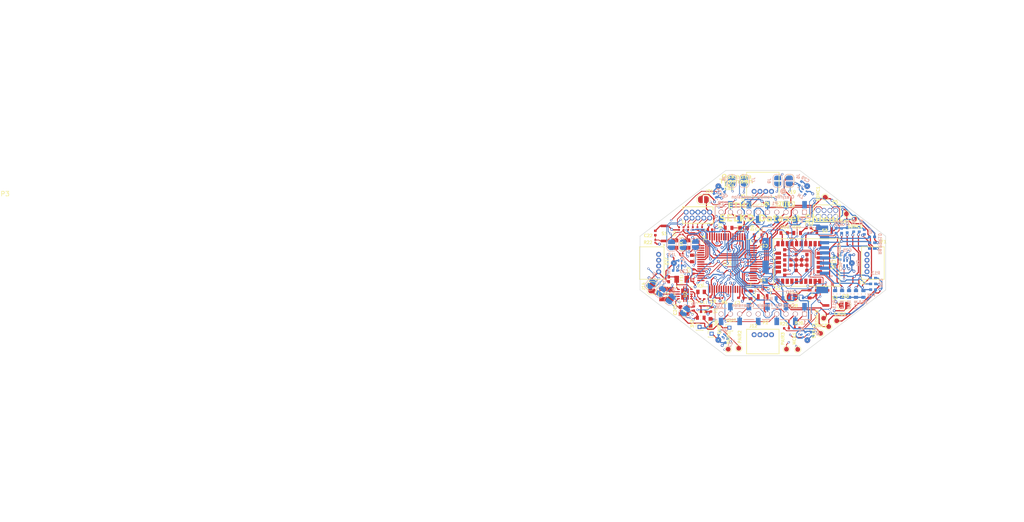
<source format=kicad_pcb>
(kicad_pcb (version 20241229) (generator "pcbnew") (generator_version "9.0")
  (layers (0 "F.Cu" signal "F.TopSIG") (4 "In1.Cu" signal "TopGND") (6 "In2.Cu" signal "PWR") (8 "In3.Cu" signal "MidSIG") (10 "In4.Cu" signal "BottomGND") (2 "B.Cu" signal "B.BotSIG") (13 "F.Paste" user) (15 "B.Paste" user) (5 "F.SilkS" user "F.Silkscreen") (7 "B.SilkS" user "B.Silkscreen") (1 "F.Mask" user) (3 "B.Mask" user) (25 "Edge.Cuts" user))
  (property "DOCUMENTNUMBER" "9")
  (property "DRAWNBY" "Hanna Müller and Victor Kartsch")
  (property "ORGANIZATION" "Integrated Systems Laboratory")
  (property "SHEETTOTAL" "9")
  (net 0 "")
  (net 1 "3V3")
  (net 2 "GND")
  (net 3 "VBat")
  (net 4 "/Core/RCC_OSC_OUT")
  (net 5 "Net-(C4-Pad2)")
  (net 6 "Net-(U2-EN)")
  (net 7 "Net-(U2-L2)")
  (net 8 "Net-(U2-L1)")
  (net 9 "Net-(C12-Pad2)")
  (net 10 "Net-(C12-Pad1)")
  (net 11 "Net-(U3-VCAP)")
  (net 12 "/Core/SDMMC1.SW")
  (net 13 "/Core/JTAG.NRST")
  (net 14 "/nina/NINA_RST")
  (net 15 "Net-(J1-CLK)")
  (net 16 "Net-(J1-DAT0)")
  (net 17 "Net-(J1-DAT1)")
  (net 18 "Net-(J1-DAT2)")
  (net 19 "Net-(J1-CD{slash}DAT3)")
  (net 20 "Net-(U2-FB)")
  (net 21 "/microphones/CK_IN")
  (net 22 "/Core/RCC_OSC_IN")
  (net 23 "Net-(U1-OUTPUT)")
  (net 24 "/Core/AUDIOCLK_SIG")
  (net 25 "/Core/SDMMC1.CK")
  (net 26 "/Core/SDMMC1.D0")
  (net 27 "/Core/SDMMC1.D1")
  (net 28 "/Core/SDMMC1.D2")
  (net 29 "/Core/SDMMC1.D3")
  (net 30 "/Core/SDMMC1.CMD")
  (net 31 "/Core/JTAG.TMS")
  (net 32 "/Core/MDF1.SDI1")
  (net 34 "/Core/UART4.TX")
  (net 35 "/Core/NINA.STM_NRST")
  (net 36 "/Core/SAI1.CK1")
  (net 37 "/Core/MDF1.CCK0")
  (net 38 "/Core/SPI1.MISO")
  (net 39 "/Core/MDF1.SDI0")
  (net 41 "/Core/FAULT_LED")
  (net 42 "/Core/MDF1.SDI2")
  (net 43 "/Core/I2C3.SCL")
  (net 44 "/Core/SPI1.SCK")
  (net 45 "/Core/NINA.IO0")
  (net 46 "/Core/CF.GPIO4")
  (net 47 "/Core/JTAG.TDO")
  (net 48 "/Core/SAI1.D1")
  (net 49 "/Core/SPI2.CS")
  (net 52 "/Core/I2C3.SDA")
  (net 53 "/Core/SPI2.MISO")
  (net 54 "/Core/SPI1.MOSI")
  (net 55 "/Core/SPI2.SCK")
  (net 56 "/Core/JTAG.TDI")
  (net 57 "/Core/SAI1.D2")
  (net 58 "/Core/UART4.RX")
  (net 61 "/Core/NINA.IO1")
  (net 62 "/Core/SPI2.MOSI")
  (net 63 "/Core/CF.GPIO1")
  (net 64 "/Core/SAI1.D3")
  (net 65 "/Core/JTAG.TCK")
  (net 66 "/nina/NINA_JTAG_TCK")
  (net 67 "/nina/NINA_NRST")
  (net 68 "/nina/NINA_LED")
  (net 73 "/connectors/NINA_UART.TX")
  (net 75 "/nina/NINA_JTAG_TDI")
  (net 77 "/connectors/NINA_UART.RX")
  (net 78 "/nina/NINA_JTAG_TDO")
  (net 80 "/nina/BTN_BOOT")
  (net 86 "/nina/NINA_JTAG_TMS")
  (net 87 "/connectors/CF_VCC")
  (net 88 "/connectors/CF.GPIO2")
  (net 89 "/connectors/CF.GPIO3_1")
  (net 90 "/connectors/CF_NRF51_OW")
  (net 91 "Net-(P2-TX2)")
  (net 92 "Net-(P2-RX2)")
  (net 93 "Net-(D8-Pad1)")
  (net 94 "Net-(D9-Pad1)")
  (net 95 "Net-(D10-Pad2)")
  (net 97 "Net-(P3-Pad4)")
  (net 98 "Net-(P3-Pad2)")
  (net 99 "Net-(P3-Pad10)")
  (net 100 "Net-(P3-Pad6)")
  (net 101 "Net-(P3-Pad9)")
  (net 102 "Net-(P3-Pad8)")
  (net 104 "/microphones/D1_REP")
  (net 105 "/microphones/D2_REP")
  (net 106 "/microphones/D3_REP")
  (net 110 "PGND")
  (net 111 "Net-(J1-CMD)")
  (net 112 "Net-(J10-Pad2)")
  (net 113 "/microphones/CK_EXT")
  (net 114 "Net-(J12-Pad2)")
  (net 121 "VCORE")
  (net 122 "VSD")
  (net 123 "VMIC")
  (net 124 "VNINA")
  (net 125 "/connectors/CF.GPIO3")
  (net 126 "/connectors/CF_VCC_1")
  (net 127 "/connectors/CF.GPIO2_1")
  (net 128 "/connectors/CF.GPIO2_2")
  (net 129 "/connectors/CF.GPIO3_2")
  (net 130 "/connectors/CF_VCC_2")
  (footprint "ul_CBR02C609C9GAC:CAPC6333_33N_KEM" (layer "F.Cu") (at 127.8844 100.81672 180)
    (property "Reference" "C4")
    (property "Value" "6pF")
  )
  (footprint "digikey-footprints:LED_0603" (layer "F.Cu") (at 141.3401 99.41682)
    (property "Reference" "D9")
    (property "Value" "RED LED" (hide yes))
  )
  (footprint "ul_0402B104K160CT:CAP_0402_N_WAL" (layer "F.Cu") (at 156.9901 113.41682 -90)
    (property "Reference" "C34" (hide yes))
    (property "Value" "100nF")
  )
  (footprint "ERJPA3F4702V:RES_ERJPA3F4702V" (layer "F.Cu") (at 138.0901 99.41682)
    (property "Reference" "R7")
    (property "Value" "47k" (hide yes))
  )
  (footprint "DS28E05R_T:21-0051H_MXM" (layer "F.Cu") (at 145.4616 113.31682)
    (property "Reference" "U4")
    (property "Value" "DS28E05R+T")
  )
  (footprint "ul_CL05A475MP5NRNC:CAP_CL05_SAM" (layer "F.Cu") (at 140.7901 114.51682 180)
    (property "Reference" "C7")
    (property "Value" "4.7uF")
  )
  (footprint "ul_0402B104K160CT:CAP_0402_N_WAL" (layer "F.Cu") (at 134.0901 99.81682)
    (property "Reference" "C6" (hide yes))
    (property "Value" "100nF")
  )
  (footprint "TestPoint:TestPoint_Pad_D1.0mm" (layer "F.Cu") (at 157.9601 122.19682)
    (property "Reference" "SW1")
    (property "Value" "Test Pad")
  )
  (footprint "ul_VLS3012HBX-2R2M:IND_VLS3012HBX_TDK" (layer "F.Cu") (at 124.6901 113.71682 90)
    (property "Reference" "L1")
    (property "Value" "2u2H")
  )
  (footprint "ul_CL10A106KP8NNNC:CAP_CL10_SAM" (layer "F.Cu") (at 144.4901 101.01682 180)
    (property "Reference" "C13")
    (property "Value" "1uF")
  )
  (footprint "CRCW020110K0FNED:RESC0603X28N" (layer "F.Cu") (at 136.4701 114.57682)
    (property "Reference" "R6")
    (property "Value" "10k")
  )
  (footprint "ul_CL10A106KP8NNNC:CAP_CL10_SAM" (layer "F.Cu") (at 155.5901 113.71682 90)
    (property "Reference" "C35" (hide yes))
    (property "Value" "1uF")
  )
  (footprint "ul_CL10A106KP8NNNC:CAP_CL10_SAM" (layer "F.Cu") (at 142.8401 113.87352 90)
    (property "Reference" "C9" (hide yes))
    (property "Value" "10uF")
  )
  (footprint "Jumper:SolderJumper-2_P1.3mm_Open_RoundedPad1.0x1.5mm" (layer "F.Cu") (at 132.6701 93.30682)
    (property "Reference" "J21")
    (property "Value" "Solder Jumper")
  )
  (footprint "ul_05304803410:CONN04_530480410_MOL" (layer "F.Cu") (at 167.9901 107.01682 90)
    (property "Reference" "J11")
    (property "Value" "Molex expansions")
  )
  (footprint "ul_05304803410:CONN04_530480410_MOL" (layer "F.Cu") (at 145.4901 91.51682 180)
    (property "Reference" "J13")
    (property "Value" "Molex expansions")
  )
  (footprint "Connector_PinHeader_1.00mm:PinHeader_1x01_P1.00mm_Vertical" (layer "F.Cu") (at 134.4401 122.26682)
    (property "Reference" "GND")
    (property "Value" "GND1")
  )
  (footprint "CRCW0201220RFKED:RESC0603X28N" (layer "F.Cu") (at 132.3801 99.55682 -90)
    (property "Reference" "R23" (hide yes))
    (property "Value" "220R" (hide yes))
  )
  (footprint "ul_CL05A226MQ5N6J8:CAP_CL_05_SAM" (layer "F.Cu") (at 125.1901 110.51682 90)
    (property "Reference" "C14" (hide yes))
    (property "Value" "22uF")
  )
  (footprint "Connector_PinHeader_1.00mm:PinHeader_1x01_P1.00mm_Vertical" (layer "F.Cu") (at 131.8401 120.80682)
    (property "Reference" "3V3")
    (property "Value" "3V3")
  )
  (footprint "ul_0402B104K160CT:CAP_0402_N_WAL" (layer "F.Cu") (at 134.2901 117.01682 -90)
    (property "Reference" "C1")
    (property "Value" "100nF")
  )
  (footprint "ul_RMCF0603ZT0R00:STA_RMCF0603_STP" (layer "F.Cu") (at 130.2401 106.01682 90)
    (property "Reference" "R2" (hide yes))
    (property "Value" "0R")
  )
  (footprint "CRCW0201220RFKED:RESC0603X28N" (layer "F.Cu") (at 129.3801 99.55682 -90)
    (property "Reference" "R26" (hide yes))
    (property "Value" "220R" (hide yes))
  )
  (footprint "TestPoint:TestPoint_Pad_D1.0mm" (layer "F.Cu") (at 150.5901 125.61682)
    (property "Reference" "PAIR3")
    (property "Value" "Test Pad")
  )
  (footprint "CRCW0201220RFKED:RESC0603X28N" (layer "F.Cu") (at 127.4144 99.56672 -90)
    (property "Reference" "R28" (hide yes))
    (property "Value" "220R" (hide yes))
  )
  (footprint "ul_0402B104K160CT:CAP_0402_N_WAL" (layer "F.Cu") (at 134.6584 114.31682)
    (property "Reference" "C8")
    (property "Value" "100nF")
  )
  (footprint "digikey-footprints:0603" (layer "F.Cu") (at 150.0901 100.51682)
    (property "Reference" "D10")
    (property "Value" "YELLOW LED")
  )
  (footprint "Jumper:SolderJumper-2_P1.3mm_Open_RoundedPad1.0x1.5mm" (layer "F.Cu") (at 163.0801 116.14682 180)
    (property "Reference" "J20")
    (property "Value" "Solder Jumper")
  )
  (footprint "ERJ_H2RD3300X:RES_ERJH2RD3300X" (layer "F.Cu") (at 150.5901 121.11682)
    (property "Reference" "R21")
    (property "Value" "330R" (hide yes))
  )
  (footprint "ul_CRCW0603100RFKEAHP:RC0603N_VIS" (layer "F.Cu") (at 128.4901 116.51682 180)
    (property "Reference" "R1")
    (property "Value" "100R")
  )
  (footprint "digikey-footprints:LED_0603" (layer "F.Cu") (at 134.1901 119.81682 90)
    (property "Reference" "D8")
    (property "Value" "GREEN LED" (hide yes))
  )
  (footprint "TestPoint:TestPoint_Pad_D1.0mm" (layer "F.Cu") (at 165.2401 97.56682)
    (property "Reference" "SDMC0")
    (property "Value" "Test Pad")
  )
  (footprint "TS19_32_06_BK_70_1_SMT_TR_67:SW_TS19-32-06-BK-70-1-SMT-TR-67" (layer "F.Cu") (at 158.7651 100.01682)
    (property "Reference" "S3")
    (property "Value" "TS19-32-06-BK-70-1-SMT-TR-67" (hide yes))
  )
  (footprint "62201021121:62201021121" (layer "F.Cu") (at 131.4901 96.65182 180)
    (property "Reference" "P3")
    (property "Value" "6220XX21121_62201021121" (hide yes))
  )
  (footprint "TestPoint:TestPoint_Pad_D1.0mm" (layer "F.Cu") (at 158.6101 118.92682)
    (property "Reference" "SDMC3")
    (property "Value" "Test Pad")
  )
  (footprint "CRCW020110K0FNED:RESC0603X28N" (layer "F.Cu") (at 130.4901 110.69682 90)
    (property "Reference" "R5" (hide yes))
    (property "Value" "10k")
  )
  (footprint "Jumper:SolderJumper-2_P1.3mm_Open_RoundedPad1.0x1.5mm" (layer "F.Cu") (at 151.1901 89.29682 -90)
    (property "Reference" "J19")
    (property "Value" "Solder Jumper")
  )
  (footprint "Jumper:SolderJumper-2_P1.3mm_Open_RoundedPad1.0x1.5mm" (layer "F.Cu") (at 151.8001 114.38682 180)
    (property "Reference" "J18")
    (property "Value" "Solder Jumper")
  )
  (footprint "TestPoint:TestPoint_Pad_D1.0mm" (layer "F.Cu") (at 161.4301 119.48682 180)
    (property "Reference" "CMD1")
    (property "Value" "Test Pad")
  )
  (footprint "ERJ_H2RD3300X:RES_ERJH2RD3300X" (layer "F.Cu") (at 152.8901 121.01682 180)
    (property "Reference" "R20")
    (property "Value" "330R" (hide yes))
  )
  (footprint "TestPoint:TestPoint_Pad_D1.0mm" (layer "F.Cu") (at 158.9301 92.78682)
    (property "Reference" "SDMC1")
    (property "Value" "Test Pad")
  )
  (footprint "TestPoint:TestPoint_Pad_D1.0mm" (layer "F.Cu") (at 159.7101 120.74682 180)
    (property "Reference" "SDMC2")
    (property "Value" "Test Pad")
  )
  (footprint "GRPB042VWVN_RC:CONN8_VWVN-RC_SUL" (layer "F.Cu") (at 161.2301 96.91682 180)
    (property "Reference" "P5")
    (property "Value" "GRPB042VWVN-RC")
  )
  (footprint "Jumper:SolderJumper-2_P1.3mm_Open_RoundedPad1.0x1.5mm" (layer "F.Cu") (at 121.5301 112.40682 90)
    (property "Reference" "J14")
    (property "Value" "Solder Jumper" (hide yes))
  )
  (footprint "ul_0402B104K160CT:CAP_0402_N_WAL" (layer "F.Cu") (at 132.6218 117.51682)
    (property "Reference" "C16" (hide yes))
    (property "Value" "100nF")
  )
  (footprint "TS19_32_06_BK_70_1_SMT_TR_67:SW_TS19-32-06-BK-70-1-SMT-TR-67" (layer "F.Cu") (at 159.0901 114.54182 -90)
    (property "Reference" "S2")
    (property "Value" "TS19-32-06-BK-70-1-SMT-TR-67" (hide yes))
  )
  (footprint "CRCW020110K0FNED:RESC0603X28N" (layer "F.Cu") (at 122.2901 102.31682 -90)
    (property "Reference" "R22")
    (property "Value" "10k" (hide yes))
  )
  (footprint "ERJPA3F4702V:RES_ERJPA3F4702V" (layer "F.Cu") (at 152.8901 100.51682 180)
    (property "Reference" "R29")
    (property "Value" "47k")
  )
  (footprint "TestPoint:TestPoint_Pad_D1.0mm" (layer "F.Cu") (at 138.0201 125.61682)
    (property "Reference" "PAIR1")
    (property "Value" "Test Pad")
  )
  (footprint "ul_0402B104K160CT:CAP_0402_N_WAL" (layer "F.Cu") (at 122.2901 100.51682 90)
    (property "Reference" "C22")
    (property "Value" "100nF")
  )
  (footprint "ul_NINA-W102-01B:NINA-W102_UBL" (layer "F.Cu") (at 154.96086 106.89089 90)
    (property "Reference" "MD1")
    (property "Value" "NINA-W102-01B" (hide yes))
  )
  (footprint "CRCW0201220RFKED:RESC0603X28N" (layer "F.Cu") (at 128.3801 99.55682 -90)
    (property "Reference" "R27" (hide yes))
    (property "Value" "220R" (hide yes))
  )
  (footprint "ul_CBR02C609C9GAC:CAPC6333_33N_KEM" (layer "F.Cu") (at 127.8844 105.01682)
    (property "Reference" "C12" (hide yes))
    (property "Value" "6pF")
  )
  (footprint "ul_0402B104K160CT:CAP_0402_N_WAL" (layer "F.Cu") (at 131.1118 102.36682)
    (property "Reference" "C10" (hide yes))
    (property "Value" "100nF")
  )
  (footprint "ul_05304803410:CONN04_530480410_MOL" (layer "F.Cu") (at 145.4901 122.51682)
    (property "Reference" "J12")
    (property "Value" "Molex expansions")
  )
  (footprint "ERJPA3F4702V:RES_ERJPA3F4702V" (layer "F.Cu") (at 132.0901 118.81682)
    (property "Reference" "R4" (hide yes))
    (property "Value" "47k" (hide yes))
  )
  (footprint "Package_QFP:LQFP-64_10x10mm_P0.5mm" (layer "F.Cu") (at 137.7901 107.01682)
    (property "Reference" "U3")
    (property "Value" "STM32U575RGT6" (hide yes))
  )
  (footprint "ul_RMCF0603ZT0R00:STA_RMCF0603_STP" (layer "F.Cu") (at 132.1701 113.23682)
    (property "Reference" "R3")
    (property "Value" "0R")
  )
  (footprint "Package_SON:Texas_DRC0010J_ThermalVias" (layer "F.Cu") (at 128.6901 113.71682)
    (property "Reference" "U2")
    (property "Value" "TPS63001DRCR" (hide yes))
  )
  (footprint "TestPoint:TestPoint_Pad_D1.0mm" (layer "F.Cu") (at 140.2901 125.41682)
    (property "Reference" "PAIR2")
    (property "Value" "Test Pad")
  )
  (footprint "ul_CL10A106KP8NNNC:CAP_CL10_SAM" (layer "F.Cu") (at 128.4901 118.01682 180)
    (property "Reference" "C2")
    (property "Value" "10uF")
  )
  (footprint "ul_CS14522-24M:NX3225SA-24.000M-STD-CSR-1_NDK" (layer "F.Cu") (at 127.8844 102.91672 -90)
    (property "Reference" "X1")
    (property "Value" "24MHz")
  )
  (footprint "ul_KC2016Z12-2880C15XXK:OSC_KC2016Z_KYO" (layer "F.Cu") (at 132.3901 115.51682 180)
    (property "Reference" "U1")
    (property "Value" "AUDIO_CLK_GEN")
  )
  (footprint "CRCW0201220RFKED:RESC0603X28N" (layer "F.Cu") (at 155.5901 100.51682)
    (property "Reference" "R30" (hide yes))
    (property "Value" "220R")
  )
  (footprint "CRCW0201220RFKED:RESC0603X28N" (layer "F.Cu") (at 130.3801 99.55682 -90)
    (property "Reference" "R25" (hide yes))
    (property "Value" "220R" (hide yes))
  )
  (footprint "ul_0402B104K160CT:CAP_0402_N_WAL" (layer "F.Cu") (at 130.4901 108.84852 90)
    (property "Reference" "C3")
    (property "Value" "100nF")
  )
  (footprint "Connector_PinHeader_1.00mm:PinHeader_1x01_P1.00mm_Vertical" (layer "F.Cu") (at 138.2701 120.96682)
    (property "Reference" "VBAT")
    (property "Value" "GND1")
  )
  (footprint "ul_0402B104K160CT:CAP_0402_N_WAL" (layer "F.Cu") (at 130.5901 116.81682 90)
    (property "Reference" "C5" (hide yes))
    (property "Value" "100nF")
  )
  (footprint "TS19_32_06_BK_70_1_SMT_TR_67:SW_TS19-32-06-BK-70-1-SMT-TR-67" (layer "F.Cu") (at 124.1901 100.61682 90)
    (property "Reference" "S1")
    (property "Value" "TS19-32-06-BK-70-1-SMT-TR-67" (hide yes))
  )
  (footprint "TestPoint:TestPoint_Pad_D1.0mm" (layer "F.Cu") (at 153.0201 125.66682)
    (property "Reference" "MCK1")
    (property "Value" "Test Pad")
  )
  (footprint "ul_0ZCK0020FF2G:0ZCK_BEL" (layer "F.Cu") (at 127.9901 110.51682)
    (property "Reference" "F1")
    (property "Value" "1A")
  )
  (footprint "ul_0402B104K160CT:CAP_0402_N_WAL" (layer "F.Cu") (at 155.3901 99.41682 180)
    (property "Reference" "C33")
    (property "Value" "100nF")
  )
  (footprint "ul_0402B104K160CT:CAP_0402_N_WAL" (layer "F.Cu") (at 144.5401 102.26682)
    (property "Reference" "C11")
    (property "Value" "100nF")
  )
  (footprint "ul_05304803410:CONN04_530480410_MOL" (layer "F.Cu") (at 122.9901 107.01682 -90)
    (property "Reference" "J10")
    (property "Value" "Molex expansions")
  )
  (footprint "CRCW0201220RFKED:RESC0603X28N" (layer "F.Cu") (at 131.3801 99.55682 -90)
    (property "Reference" "R24" (hide yes))
    (property "Value" "220R" (hide yes))
  )
  (footprint "TestPoint:TestPoint_Pad_D1.0mm" (layer "F.Cu") (at 163.5201 96.39682)
    (property "Reference" "CK1")
    (property "Value" "Test Pad")
  )
  (footprint "ul_CRCW040222R0FKEDHP:RES_CRCW_0402_VIS" (layer "B.Cu") (at 169.0534 103.86682)
    (property "Reference" "R8")
    (property "Value" "22R")
  )
  (footprint "Jumper:SolderJumper-2_P1.3mm_Open_RoundedPad1.0x1.5mm" (layer "B.Cu") (at 141.4901 89.31682 -90)
    (property "Reference" "J7")
    (property "Value" "Solder Jumper")
  )
  (footprint "ul_PESD0402-240:ZDO_PESD0402_LTF" (layer "B.Cu") (at 167.3901 100.31052 90)
    (property "Reference" "D4")
    (property "Value" "40VC")
  )
  (footprint "ul_0402B104K160CT:CAP_0402_N_WAL" (layer "B.Cu") (at 156.154838 122.346991 -60)
    (property "Reference" "C26")
    (property "Value" "100nF")
  )
  (footprint "ul_PESD0402-240:ZDO_PESD0402_LTF" (layer "B.Cu") (at 162.4901 100.04212 90)
    (property "Reference" "D2")
    (property "Value" "40VC")
  )
  (footprint "ul_CRCW040222R0FKEDHP:RES_CRCW_0402_VIS" (layer "B.Cu") (at 169.2634 110.27682)
    (property "Reference" "R13")
    (property "Value" "22R")
  )
  (footprint "ul_0402B104K160CT:DMM-2627-B" (layer "B.Cu") (at 165.4651 106.09182 -90)
    (property "Reference" "M3")
    (property "Value" "Microphone" (hide yes))
  )
  (footprint "CF2-DECK-SMD-HOLES:CF2-DECK-SMD-HOLES" (layer "B.Cu") (at 145.4901 96.01682 180)
    (property "Reference" "P1")
    (property "Value" "Crazyflie Female Expansion")
  )
  (footprint "ul_CRCW040222R0FKEDHP:RES_CRCW_0402_VIS" (layer "B.Cu") (at 169.0534 101.36682)
    (property "Reference" "R10")
    (property "Value" "22R")
  )
  (footprint "Jumper:SolderJumper-2_P1.3mm_Open_RoundedPad1.0x1.5mm" (layer "B.Cu") (at 121.394405 111.5325 -127.5)
    (property "Reference" "J4")
    (property "Value" "Solder Jumper")
  )
  (footprint "ul_0402B104K160CT:CAP_0402_N_WAL" (layer "B.Cu") (at 151.6584 114.51682 180)
    (property "Reference" "C19")
    (property "Value" "100nF")
  )
  (footprint "Jumper:SolderJumper-2_P1.3mm_Open_RoundedPad1.0x1.5mm" (layer "B.Cu") (at 148.6901 89.26682 -90)
    (property "Reference" "J9")
    (property "Value" "Solder Jumper")
  )
  (footprint "ul_0402B104K160CT:CAP_0402_N_WAL" (layer "B.Cu") (at 137.672937 123.800843 -120)
    (property "Reference" "C27")
    (property "Value" "100nF")
  )
  (footprint "ul_0402B104K160CT:DMM-2627-B" (layer "B.Cu") (at 134.701526 90.20815 30)
    (property "Reference" "M2")
    (property "Value" "Microphone" (hide yes))
  )
  (footprint "ERJPA3F4702V:RES_ERJPA3F4702V" (layer "B.Cu") (at 165.5901 113.69182 -90)
    (property "Reference" "R17")
    (property "Value" "47k" (hide yes))
  )
  (footprint "ul_CL10A106KP8NNNC:CAP_CL10_SAM" (layer "B.Cu") (at 160.9901 106.51682 90)
    (property "Reference" "C21")
    (property "Value" "1uF")
  )
  (footprint "ul_CRCW040222R0FKEDHP:RES_CRCW_0402_VIS" (layer "B.Cu") (at 169.0901 102.61682)
    (property "Reference" "R9")
    (property "Value" "22R")
  )
  (footprint "Jumper:SolderJumper-2_P1.3mm_Open_RoundedPad1.0x1.5mm" (layer "B.Cu") (at 125.7901 103.06682 90)
    (property "Reference" "J15")
    (property "Value" "Solder Jumper")
  )
  (footprint "ul_0402B104K160CT:DMM-2627-B" (layer "B.Cu") (at 156.278673 123.87549 -150)
    (property "Reference" "M4")
    (property "Value" "Microphone" (hide yes))
  )
  (footprint "ul_PESD0402-240:ZDO_PESD0402_LTF" (layer "B.Cu") (at 161.2901 100.04212 90)
    (property "Reference" "D3")
    (property "Value" "40VC")
  )
  (footprint "CF2-DECK-SMD-HOLES:CF2-DECK-SMD-HOLES" (layer "B.Cu") (at 145.4901 118.01682 180)
    (property "Reference" "P2")
    (property "Value" "Crazyflie Female Expansion")
  )
  (footprint "ul_PESD0402-240:ZDO_PESD0402_LTF" (layer "B.Cu") (at 153.6901 114.51682)
    (property "Reference" "D7" (hide yes))
    (property "Value" "40VC")
  )
  (footprint "ERJPA3F4702V:RES_ERJPA3F4702V" (layer "B.Cu") (at 149.0901 114.61682)
    (property "Reference" "R19")
    (property "Value" "47k")
  )
  (footprint "Jumper:SolderJumper-2_P1.3mm_Open_RoundedPad1.0x1.5mm" (layer "B.Cu") (at 128.6901 117.41682 -127.5)
    (property "Reference" "J2")
    (property "Value" "Solder Jumper")
  )
  (footprint "Jumper:SolderJumper-2_P1.3mm_Open_RoundedPad1.0x1.5mm" (layer "B.Cu") (at 123.494405 113.1325 -127.5)
    (property "Reference" "J3")
    (property "Value" "Solder Jumper")
  )
  (footprint "ul_CRCW040222R0FKEDHP:RES_CRCW_0402_VIS" (layer "B.Cu") (at 169.2901 111.51682)
    (property "Reference" "R12")
    (property "Value" "22R")
  )
  (footprint "ul_PESD0402-240:ZDO_PESD0402_LTF" (layer "B.Cu") (at 166.2901 99.74212 90)
    (property "Reference" "D5")
    (property "Value" "40VC")
  )
  (footprint "ERJPA3F4702V:RES_ERJPA3F4702V" (layer "B.Cu") (at 162.5901 113.69182 -90)
    (property "Reference" "R14")
    (property "Value" "47k" (hide yes))
  )
  (footprint "Jumper:SolderJumper-2_P1.3mm_Open_RoundedPad1.0x1.5mm" (layer "B.Cu") (at 151.2101 89.25682 90)
    (property "Reference" "J6")
    (property "Value" "Solder Jumper")
  )
  (footprint "ul_0402B104K160CT:CAP_0402_N_WAL" (layer "B.Cu") (at 126.5901 108.61682 180)
    (property "Reference" "C23")
    (property "Value" "100nF")
  )
  (footprint "Jumper:SolderJumper-2_P1.3mm_Open_RoundedPad1.0x1.5mm" (layer "B.Cu") (at 138.7901 89.31682 -90)
    (property "Reference" "J8")
    (property "Value" "Solder Jumper")
  )
  (footprint "ul_0402B104K160CT:DMM-2627-B" (layer "B.Cu") (at 154.6401 89.26682 -30)
    (property "Reference" "M7")
    (property "Value" "Microphone" (hide yes))
  )
  (footprint "ul_PESD0402-240:ZDO_PESD0402_LTF" (layer "B.Cu") (at 165.0901 99.74212 90)
    (property "Reference" "D6")
    (property "Value" "40VC")
  )
  (footprint "Jumper:SolderJumper-2_P1.3mm_Open_RoundedPad1.0x1.5mm" (layer "B.Cu") (at 128.2901 103.06682 90)
    (property "Reference" "J16")
    (property "Value" "Solder Jumper")
  )
  (footprint "ul_CRCW040222R0FKEDHP:RES_CRCW_0402_VIS" (layer "B.Cu") (at 169.2934 112.75682)
    (property "Reference" "R11")
    (property "Value" "22R")
  )
  (footprint "ul_0402B104K160CT:CAP_0402_N_WAL" (layer "B.Cu") (at 162.1601 105.79682 90)
    (property "Reference" "C20")
    (property "Value" "100nF")
  )
  (footprint "ul_0402B104K160CT:CAP_0402_N_WAL" (layer "B.Cu") (at 163.7518 105.29753)
    (property "Reference" "C25")
    (property "Value" "100nF")
  )
  (footprint "ul_0402B104K160CT:CAP_0402_N_WAL" (layer "B.Cu") (at 135.1901 92.41682 120)
    (property "Reference" "C24")
    (property "Value" "100nF")
  )
  (footprint "Jumper:SolderJumper-2_P1.3mm_Open_RoundedPad1.0x1.5mm" (layer "B.Cu") (at 125.594405 114.7325 -127.5)
    (property "Reference" "J5")
    (property "Value" "Solder Jumper")
  )
  (footprint "ERJPA3F4702V:RES_ERJPA3F4702V" (layer "B.Cu") (at 161.0901 113.69182 -90)
    (property "Reference" "R15")
    (property "Value" "47k" (hide yes))
  )
  (footprint "ERJPA3F4702V:RES_ERJPA3F4702V" (layer "B.Cu") (at 164.0901 113.69182 -90)
    (property "Reference" "R18")
    (property "Value" "47k" (hide yes))
  )
  (footprint "ul_0402B104K160CT:DMM-2627-B" (layer "B.Cu") (at 125.5151 107.94182 90)
    (property "Reference" "M1")
    (property "Value" "Microphone" (hide yes))
  )
  (footprint "Jumper:SolderJumper-2_P1.3mm_Open_RoundedPad1.0x1.5mm" (layer "B.Cu") (at 130.9601 103.01682 90)
    (property "Reference" "J17")
    (property "Value" "Solder Jumper")
  )
  (footprint "ul_PESD0402-240:ZDO_PESD0402_LTF" (layer "B.Cu") (at 163.6901 99.92312 90)
    (property "Reference" "D1")
    (property "Value" "40VC")
  )
  (footprint "DM3CS_SF:HRS_DM3CS-SF" (layer "B.Cu") (at 152.4401 106.01682 -90)
    (property "Reference" "J1")
    (property "Value" "Micro-SD Slot" (hide yes))
  )
  (footprint "ERJPA3F4702V:RES_ERJPA3F4702V" (layer "B.Cu") (at 167.1901 113.69182 -90)
    (property "Reference" "R16")
    (property "Value" "47k" (hide yes))
  )
  (footprint "ul_0402B104K160CT:CAP_0402_N_WAL" (layer "B.Cu") (at 153.5901 89.81682 60)
    (property "Reference" "C29")
    (property "Value" "100nF")
  )
  (footprint "ul_0402B104K160CT:DMM-2627-B" (layer "B.Cu") (at 136.295837 124.750666 150)
    (property "Reference" "M5")
    (property "Value" "Microphone" (hide yes))
  )
  (gr_poly (pts (xy 149.41728 115.15048) (xy 149.42014 115.15048) (xy 149.42014 115.15191) (xy 149.44306 115.15191) (xy 149.44306 115.15334) (xy 149.45308 115.15334) (xy 149.45308 115.15478) (xy 149.45595 115.15478) (xy 149.45595 115.15621) (xy 149.46311 115.15621) (xy 149.46311 115.15764) (xy 149.46454 115.15764) (xy 149.46454 115.15907) (xy 149.4717 115.15907) (xy 149.4717 115.16051) (xy 149.47313 115.16051) (xy 149.47313 115.16194) (xy 149.48029 115.16194) (xy 149.48029 115.16337) (xy 149.48173 115.16337) (xy 149.48173 115.1648) (xy 149.48316 115.1648) (xy 149.48316 115.16623) (xy 149.48602 115.16623) (xy 149.48602 115.16767) (xy 149.48745 115.16767) (xy 149.48745 115.1691) (xy 149.49032 115.1691) (xy 149.49032 115.17053) (xy 149.49175 115.17053) (xy 149.49175 115.17196) (xy 149.49461 115.17196) (xy 149.49461 115.17339) (xy 149.49605 115.17339) (xy 149.49605 115.17483) (xy 149.49748 115.17483) (xy 149.49748 115.17769) (xy 149.49891 115.17769) (xy 149.49891 115.17912) (xy 149.50034 115.17912) (xy 149.50034 115.18055) (xy 149.50177 115.18055) (xy 149.50177 115.18199) (xy 149.50464 115.18199) (xy 149.50464 115.18342) (xy 149.50607 115.18342) (xy 149.50607 115.18485) (xy 149.5075 115.18485) (xy 149.5075 115.18771) (xy 149.50894 115.18771) (xy 149.50894 115.19058) (xy 149.51037 115.19058) (xy 149.51037 115.19344) (xy 149.5118 115.19344) (xy 149.5118 115.19487) (xy 149.51323 115.19487) (xy 149.51323 115.19774) (xy 149.51467 115.19774) (xy 149.51467 115.20204) (xy 149.5161 115.20204) (xy 149.5161 115.2049) (xy 149.51753 115.2049) (xy 149.51753 115.20633) (xy 149.51896 115.20633) (xy 149.51896 115.21493) (xy 149.52039 115.21493) (xy 149.52039 115.21779) (xy 149.52183 115.21779) (xy 149.52183 115.22495) (xy 149.52326 115.22495) (xy 149.52326 115.23354) (xy 149.52469 115.23354) (xy 149.52469 115.23784) (xy 149.52326 115.23784) (xy 149.52326 115.24214) (xy 149.52469 115.24214) (xy 149.52469 115.24357) (xy 149.52612 115.24357) (xy 149.52612 115.29799) (xy 149.52469 115.29799) (xy 149.52469 115.29942) (xy 149.52326 115.29942) (xy 149.52326 115.30515) (xy 149.52469 115.30515) (xy 149.52469 115.31231) (xy 149.52326 115.31231) (xy 149.52326 115.31517) (xy 149.52183 115.31517) (xy 149.52183 115.3252) (xy 149.52039 115.3252) (xy 149.52039 115.32949) (xy 149.51896 115.32949) (xy 149.51896 115.33236) (xy 149.51753 115.33236) (xy 149.51753 115.33952) (xy 149.5161 115.33952) (xy 149.5161 115.34095) (xy 149.51467 115.34095) (xy 149.51467 115.34382) (xy 149.51323 115.34382) (xy 149.51323 115.34525) (xy 149.5118 115.34525) (xy 149.5118 115.35098) (xy 149.51037 115.35098) (xy 149.51037 115.35241) (xy 149.50894 115.35241) (xy 149.50894 115.35384) (xy 149.5075 115.35384) (xy 149.5075 115.35527) (xy 149.50607 115.35527) (xy 149.50607 115.35957) (xy 149.50464 115.35957) (xy 149.50464 115.361) (xy 149.50321 115.361) (xy 149.50321 115.36243) (xy 149.50177 115.36243) (xy 149.50177 115.36387) (xy 149.49891 115.36387) (xy 149.49891 115.3653) (xy 149.49748 115.3653) (xy 149.49748 115.36816) (xy 149.49605 115.36816) (xy 149.49605 115.36959) (xy 149.49318 115.36959) (xy 149.49318 115.37103) (xy 149.49032 115.37103) (xy 149.49032 115.37389) (xy 149.48602 115.37389) (xy 149.48602 115.37532) (xy 149.48316 115.37532) (xy 149.48316 115.37675) (xy 149.48173 115.37675) (xy 149.48173 115.37819) (xy 149.48029 115.37819) (xy 149.48029 115.37962) (xy 149.47886 115.37962) (xy 149.47886 115.38105) (xy 149.4717 115.38105) (xy 149.4717 115.38248) (xy 149.46884 115.38248) (xy 149.46884 115.38391) (xy 149.46597 115.38391) (xy 149.46597 115.38535) (xy 149.45881 115.38535) (xy 149.45881 115.38678) (xy 149.45165 115.38678) (xy 149.45165 115.38821) (xy 149.44879 115.38821) (xy 149.44879 115.38964) (xy 149.44019 115.38964) (xy 149.44019 115.39107) (xy 149.43447 115.39107) (xy 149.43447 115.39251) (xy 149.36572 115.39251) (xy 149.36572 115.39394) (xy 149.36143 115.39394) (xy 149.36143 115.39537) (xy 149.36 115.39537) (xy 149.36 115.4813) (xy 149.29412 115.4813) (xy 149.29412 115.47987) (xy 149.29269 115.47987) (xy 149.29269 115.47127) (xy 149.29412 115.47127) (xy 149.29412 115.46698) (xy 149.29269 115.46698) (xy 149.29269 115.45982) (xy 149.29412 115.45982) (xy 149.29412 115.45838) (xy 149.29269 115.45838) (xy 149.29269 115.44979) (xy 149.29412 115.44979) (xy 149.29412 115.44693) (xy 149.29269 115.44693) (xy 149.29269 115.43977) (xy 149.29412 115.43977) (xy 149.29412 115.43404) (xy 149.29269 115.43404) (xy 149.29269 115.42974) (xy 149.29412 115.42974) (xy 149.29412 115.42545) (xy 149.29269 115.42545) (xy 149.29269 115.41829) (xy 149.29412 115.41829) (xy 149.29412 115.41685) (xy 149.29269 115.41685) (xy 149.29269 115.40969) (xy 149.29412 115.40969) (xy 149.29412 115.4054) (xy 149.29269 115.4054) (xy 149.29269 115.39824) (xy 149.29412 115.39824) (xy 149.29412 115.39537) (xy 149.29269 115.39537) (xy 149.29269 115.38821) (xy 149.29412 115.38821) (xy 149.29412 115.38391) (xy 149.29269 115.38391) (xy 149.29269 115.37675) (xy 149.29412 115.37675) (xy 149.29412 115.37389) (xy 149.29269 115.37389) (xy 149.29269 115.36673) (xy 149.29412 115.36673) (xy 149.29412 115.36387) (xy 149.29269 115.36387) (xy 149.29269 115.3567) (xy 149.29412 115.3567) (xy 149.29412 115.35241) (xy 149.29269 115.35241) (xy 149.29269 115.34668) (xy 149.29412 115.34668) (xy 149.29412 115.34238) (xy 149.29269 115.34238) (xy 149.29269 115.33666) (xy 149.29412 115.33666) (xy 149.29412 115.33236) (xy 149.29269 115.33236) (xy 149.29269 115.3252) (xy 149.29412 115.3252) (xy 149.29412 115.32233) (xy 149.29269 115.32233) (xy 149.29269 115.31517) (xy 149.29412 115.31517) (xy 149.29412 115.31088) (xy 149.29269 115.31088) (xy 149.29269 115.30372) (xy 149.29412 115.30372) (xy 149.29412 115.30085) (xy 149.29269 115.30085) (xy 149.29269 115.29369) (xy 149.29412 115.29369) (xy 149.29412 115.29083) (xy 149.29269 115.29083) (xy 149.29269 115.28367) (xy 149.29412 115.28367) (xy 149.29412 115.2808) (xy 149.29269 115.2808) (xy 149.29269 115.27364) (xy 149.29412 115.27364) (xy 149.29412 115.26935) (xy 149.29269 115.26935) (xy 149.29269 115.26362) (xy 149.29412 115.26362) (xy 149.29412 115.25932) (xy 149.29269 115.25932) (xy 149.29269 115.25216) (xy 149.29412 115.25216) (xy 149.29412 115.2493) (xy 149.29269 115.2493) (xy 149.29269 115.24214) (xy 149.29412 115.24214) (xy 149.29412 115.23927) (xy 149.29269 115.23927) (xy 149.29269 115.23211) (xy 149.29412 115.23211) (xy 149.29412 115.22781) (xy 149.36 115.22781) (xy 149.36 115.31661) (xy 149.36143 115.31661) (xy 149.36143 115.31804) (xy 149.36572 115.31804) (xy 149.36572 115.31947) (xy 149.40726 115.31947) (xy 149.40726 115.31804) (xy 149.41585 115.31804) (xy 149.41585 115.31661) (xy 149.41871 115.31661) (xy 149.41871 115.31517) (xy 149.42301 115.31517) (xy 149.42301 115.31374) (xy 149.42444 115.31374) (xy 149.42444 115.31231) (xy 149.42731 115.31231) (xy 149.42731 115.31088) (xy 149.42874 115.31088) (xy 149.42874 115.30658) (xy 149.43017 115.30658) (xy 149.43017 115.30372) (xy 149.4316 115.30372) (xy 149.4316 115.29799) (xy 149.43303 115.29799) (xy 149.43303 115.24357) (xy 149.4316 115.24357) (xy 149.4316 115.2407) (xy 149.43017 115.2407) (xy 149.43017 115.23927) (xy 149.42874 115.23927) (xy 149.42874 115.23498) (xy 149.42731 115.23498) (xy 149.42731 115.23354) (xy 149.42587 115.23354) (xy 149.42587 115.23068) (xy 149.42301 115.23068) (xy 149.42301 115.22925) (xy 149.41871 115.22925) (xy 149.41871 115.22781) (xy 149.41585 115.22781) (xy 149.41585 115.22638) (xy 149.41442 115.22638) (xy 149.41442 115.22495) (xy 149.40582 115.22495) (xy 149.40582 115.22352) (xy 149.36716 115.22352) (xy 149.36716 115.22495) (xy 149.36286 115.22495) (xy 149.36286 115.22638) (xy 149.36143 115.22638) (xy 149.36143 115.22781) (xy 149.36 115.22781) (xy 149.29412 115.22781) (xy 149.29269 115.22781) (xy 149.29269 115.22065) (xy 149.29412 115.22065) (xy 149.29412 115.21779) (xy 149.29269 115.21779) (xy 149.29269 115.21063) (xy 149.29412 115.21063) (xy 149.29412 115.20777) (xy 149.29269 115.20777) (xy 149.29269 115.20204) (xy 149.29412 115.20204) (xy 149.29412 115.19774) (xy 149.29269 115.19774) (xy 149.29269 115.19058) (xy 149.29412 115.19058) (xy 149.29412 115.18628) (xy 149.29269 115.18628) (xy 149.29269 115.17912) (xy 149.29412 115.17912) (xy 149.29412 115.17626) (xy 149.29269 115.17626) (xy 149.29269 115.1691) (xy 149.29412 115.1691) (xy 149.29412 115.16623) (xy 149.29269 115.16623) (xy 149.29269 115.15907) (xy 149.29412 115.15907) (xy 149.29412 115.15621) (xy 149.29269 115.15621) (xy 149.29269 115.15191) (xy 149.29412 115.15191) (xy 149.29412 115.14905) (xy 149.41728 115.14905)) (fill yes) (layer "F.SilkS"))
  (gr_poly (pts (xy 171.08805 101.80124) (xy 171.08662 101.80124) (xy 171.08662 101.68094) (xy 171.08805 101.68094) (xy 171.08805 101.67808) (xy 171.08662 101.67808) (xy 171.08662 101.64943) (xy 171.08805 101.64943) (xy 171.08805 101.648) (xy 171.08662 101.648) (xy 171.08662 101.51482) (xy 171.08805 101.51482) (xy 171.08805 101.51195) (xy 171.08662 101.51195) (xy 171.08662 101.50336) (xy 171.08805 101.50336) (xy 171.08805 101.50193) (xy 171.08662 101.50193) (xy 171.08662 101.47472) (xy 171.1439 101.47472) (xy 171.1439 101.51911) (xy 171.14534 101.51911) (xy 171.14534 101.52054) (xy 171.1439 101.52054) (xy 171.1439 101.80124) (xy 171.14247 101.80124) (xy 171.14247 101.80267) (xy 171.08805 101.80267)) (fill yes) (layer "F.SilkS"))
  (gr_poly (pts (xy 146.24723 93.65679) (xy 146.25582 93.65679) (xy 146.25582 93.65822) (xy 146.26298 93.65822) (xy 146.26298 93.65966) (xy 146.26441 93.65966) (xy 146.26441 93.66109) (xy 146.27157 93.66109) (xy 146.27157 93.66252) (xy 146.27444 93.66252) (xy 146.27444 93.66395) (xy 146.27587 93.66395) (xy 146.27587 93.66538) (xy 146.28016 93.66538) (xy 146.28016 93.66682) (xy 146.28303 93.66682) (xy 146.28303 93.66825) (xy 146.2859 93.66825) (xy 146.2859 93.66968) (xy 146.28733 93.66968) (xy 146.28733 93.67111) (xy 146.29162 93.67111) (xy 146.29162 93.67254) (xy 146.29449 93.67254) (xy 146.29449 93.67541) (xy 146.29592 93.67541) (xy 146.29592 93.67684) (xy 146.29735 93.67684) (xy 146.29735 93.67827) (xy 146.30022 93.67827) (xy 146.30022 93.6797) (xy 146.30308 93.6797) (xy 146.30308 93.68114) (xy 146.30451 93.68114) (xy 146.30451 93.68257) (xy 146.30594 93.68257) (xy 146.30594 93.684) (xy 146.30738 93.684) (xy 146.30738 93.68543) (xy 146.30881 93.68543) (xy 146.30881 93.6883) (xy 146.31167 93.6883) (xy 146.31167 93.68973) (xy 146.3131 93.68973) (xy 146.3131 93.69116) (xy 146.31454 93.69116) (xy 146.31454 93.69259) (xy 146.31597 93.69259) (xy 146.31597 93.69403) (xy 146.3174 93.69403) (xy 146.3174 93.69546) (xy 146.31883 93.69546) (xy 146.31883 93.69832) (xy 146.32026 93.69832) (xy 146.32026 93.69975) (xy 146.32313 93.69975) (xy 146.32313 93.70119) (xy 146.32456 93.70119) (xy 146.32456 93.70262) (xy 146.32599 93.70262) (xy 146.32599 93.70405) (xy 146.32743 93.70405) (xy 146.32743 93.70548) (xy 146.32886 93.70548) (xy 146.32886 93.70691) (xy 146.33029 93.70691) (xy 146.33029 93.70835) (xy 146.33172 93.70835) (xy 146.33172 93.70978) (xy 146.33315 93.70978) (xy 146.33315 93.71121) (xy 146.33459 93.71121) (xy 146.33459 93.71264) (xy 146.33602 93.71264) (xy 146.33602 93.71407) (xy 146.33745 93.71407) (xy 146.33745 93.71551) (xy 146.33888 93.71551) (xy 146.33888 93.71694) (xy 146.34031 93.71694) (xy 146.34031 93.71837) (xy 146.34175 93.71837) (xy 146.34175 93.7198) (xy 146.34318 93.7198) (xy 146.34318 93.72123) (xy 146.34461 93.72123) (xy 146.34461 93.72267) (xy 146.34604 93.72267) (xy 146.34604 93.7241) (xy 146.34747 93.7241) (xy 146.34747 93.72553) (xy 146.34891 93.72553) (xy 146.34891 93.72697) (xy 146.35034 93.72697) (xy 146.35034 93.7284) (xy 146.35177 93.7284) (xy 146.35177 93.72983) (xy 146.3532 93.72983) (xy 146.3532 93.73126) (xy 146.35464 93.73126) (xy 146.35464 93.73269) (xy 146.35607 93.73269) (xy 146.35607 93.73413) (xy 146.3575 93.73413) (xy 146.3575 93.73556) (xy 146.35893 93.73556) (xy 146.35893 93.73699) (xy 146.36036 93.73699) (xy 146.36036 93.73842) (xy 146.3618 93.73842) (xy 146.3618 93.74129) (xy 146.36466 93.74129) (xy 146.36466 93.74272) (xy 146.36609 93.74272) (xy 146.36609 93.74415) (xy 146.36753 93.74415) (xy 146.36753 93.74558) (xy 146.36896 93.74558) (xy 146.36896 93.74845) (xy 146.37182 93.74845) (xy 146.37182 93.75131) (xy 146.37469 93.75131) (xy 146.37469 93.75274) (xy 146.37612 93.75274) (xy 146.37612 93.75417) (xy 146.37755 93.75417) (xy 146.37755 93.75561) (xy 146.37898 93.75561) (xy 146.37898 93.75704) (xy 146.38041 93.75704) (xy 146.38041 93.75847) (xy 146.38185 93.75847) (xy 146.38185 93.7599) (xy 146.38328 93.7599) (xy 146.38328 93.76133) (xy 146.38471 93.76133) (xy 146.38471 93.76277) (xy 146.38614 93.76277) (xy 146.38614 93.7642) (xy 146.38757 93.7642) (xy 146.38757 93.76563) (xy 146.38901 93.76563) (xy 146.38901 93.76706) (xy 146.39044 93.76706) (xy 146.39044 93.7685) (xy 146.39187 93.7685) (xy 146.39187 93.76993) (xy 146.3933 93.76993) (xy 146.3933 93.77136) (xy 146.39473 93.77136) (xy 146.39473 93.77279) (xy 146.39617 93.77279) (xy 146.39617 93.77422) (xy 146.3976 93.77422) (xy 146.3976 93.77566) (xy 146.39903 93.77566) (xy 146.39903 93.77709) (xy 146.40046 93.77709) (xy 146.40046 93.77995) (xy 146.40189 93.77995) (xy 146.40189 93.78138) (xy 146.40333 93.78138) (xy 146.40333 93.78282) (xy 146.40619 93.78282) (xy 146.40619 93.78425) (xy 146.40762 93.78425) (xy 146.40762 93.78568) (xy 146.40905 93.78568) (xy 146.40905 93.78711) (xy 146.41049 93.78711) (xy 146.41049 93.78998) (xy 146.41192 93.78998) (xy 146.41192 93.79141) (xy 146.41335 93.79141) (xy 146.41335 93.79284) (xy 146.41622 93.79284) (xy 146.41622 93.79427) (xy 146.41765 93.79427) (xy 146.41765 93.79571) (xy 146.41908 93.79571) (xy 146.41908 93.79714) (xy 146.42051 93.79714) (xy 146.42051 93.79857) (xy 146.42195 93.79857) (xy 146.42195 93.8) (xy 146.42338 93.8) (xy 146.42338 93.80143) (xy 146.42481 93.80143) (xy 146.42481 93.80287) (xy 146.42624 93.80287) (xy 146.42624 93.8043) (xy 146.42767 93.8043) (xy 146.42767 93.80573) (xy 146.42911 93.80573) (xy 146.42911 93.80716) (xy 146.43054 93.80716) (xy 146.43054 93.8086) (xy 146.43197 93.8086) (xy 146.43197 93.81003) (xy 146.4334 93.81003) (xy 146.4334 93.81146) (xy 146.43483 93.81146) (xy 146.43483 93.81289) (xy 146.43627 93.81289) (xy 146.43627 93.81432) (xy 146.4377 93.81432) (xy 146.4377 93.81576) (xy 146.43913 93.81576) (xy 146.43913 93.81719) (xy 146.44056 93.81719) (xy 146.44056 93.81862) (xy 146.44199 93.81862) (xy 146.44199 93.82148) (xy 146.44343 93.82148) (xy 146.44343 93.82292) (xy 146.44486 93.82292) (xy 146.44486 93.82435) (xy 146.44772 93.82435) (xy 146.44772 93.82578) (xy 146.44916 93.82578) (xy 146.44916 93.82721) (xy 146.45059 93.82721) (xy 146.45059 93.82864) (xy 146.45202 93.82864) (xy 146.45202 93.83151) (xy 146.45345 93.83151) (xy 146.45345 93.83294) (xy 146.45488 93.83294) (xy 146.45488 93.83437) (xy 146.45775 93.83437) (xy 146.45775 93.8358) (xy 146.45918 93.8358) (xy 146.45918 93.83867) (xy 146.46061 93.83867) (xy 146.46061 93.8401) (xy 146.46204 93.8401) (xy 146.46204 93.84153) (xy 146.46348 93.84153) (xy 146.46348 93.84296) (xy 146.46491 93.84296) (xy 146.46491 93.8444) (xy 146.46634 93.8444) (xy 146.46634 93.84583) (xy 146.46777 93.84583) (xy 146.46777 93.84869) (xy 146.47064 93.84869) (xy 146.47064 93.85013) (xy 146.47207 93.85013) (xy 146.47207 93.85156) (xy 146.4735 93.85156) (xy 146.4735 93.85299) (xy 146.47493 93.85299) (xy 146.47493 93.85442) (xy 146.47636 93.85442) (xy 146.47636 93.85585) (xy 146.4778 93.85585) (xy 146.4778 93.85729) (xy 146.47923 93.85729) (xy 146.47923 93.85872) (xy 146.48066 93.85872) (xy 146.48066 93.86015) (xy 146.48209 93.86015) (xy 146.48209 93.86158) (xy 146.48352 93.86158) (xy 146.48352 93.86302) (xy 146.48782 93.86302) (xy 146.48782 93.86015) (xy 146.48926 93.86015) (xy 146.48926 93.85872) (xy 146.49069 93.85872) (xy 146.49069 93.85729) (xy 146.49212 93.85729) (xy 146.49212 93.85442) (xy 146.49355 93.85442) (xy 146.49355 93.85156) (xy 146.49498 93.85156) (xy 146.49498 93.85013) (xy 146.49642 93.85013) (xy 146.49642 93.84869) (xy 146.49785 93.84869) (xy 146.49785 93.84583) (xy 146.49928 93.84583) (xy 146.49928 93.8444) (xy 146.50071 93.8444) (xy 146.50071 93.84153) (xy 146.50214 93.84153) (xy 146.50214 93.83867) (xy 146.50358 93.83867) (xy 146.50358 93.83724) (xy 146.50501 93.83724) (xy 146.50501 93.8358) (xy 146.50644 93.8358) (xy 146.50644 93.83437) (xy 146.50787 93.83437) (xy 146.50787 93.83008) (xy 146.5093 93.83008) (xy 146.5093 93.82864) (xy 146.51217 93.82864) (xy 146.51217 93.82721) (xy 146.5136 93.82721) (xy 146.5136 93.82578) (xy 146.51503 93.82578) (xy 146.51503 93.82292) (xy 146.51646 93.82292) (xy 146.51646 93.81862) (xy 146.51933 93.81862) (xy 146.51933 93.81719) (xy 146.52076 93.81719) (xy 146.52076 93.81576) (xy 146.52219 93.81576) (xy 146.52219 93.81432) (xy 146.52362 93.81432) (xy 146.52362 93.81146) (xy 146.52506 93.81146) (xy 146.52506 93.8086) (xy 146.52649 93.8086) (xy 146.52649 93.80716) (xy 146.52792 93.80716) (xy 146.52792 93.80573) (xy 146.52935 93.80573) (xy 146.52935 93.8043) (xy 146.53079 93.8043) (xy 146.53079 93.80287) (xy 146.53222 93.80287) (xy 146.53222 93.80143) (xy 146.53365 93.80143) (xy 146.53365 93.8) (xy 146.53508 93.8) (xy 146.53508 93.79857) (xy 146.53651 93.79857) (xy 146.53651 93.79714) (xy 146.53795 93.79714) (xy 146.53795 93.79571) (xy 146.53938 93.79571) (xy 146.53938 93.79427) (xy 146.54224 93.79427) (xy 146.54224 93.79284) (xy 146.54367 93.79284) (xy 146.54367 93.78998) (xy 146.54511 93.78998) (xy 146.54511 93.78854) (xy 146.54654 93.78854) (xy 146.54654 93.78711) (xy 146.54797 93.78711) (xy 146.54797 93.78568) (xy 146.55083 93.78568) (xy 146.55083 93.78425) (xy 146.55227 93.78425) (xy 146.55227 93.78282) (xy 146.5537 93.78282) (xy 146.5537 93.78138) (xy 146.55513 93.78138) (xy 146.55513 93.77995) (xy 146.558 93.77995) (xy 146.558 93.77709) (xy 146.56086 93.77709) (xy 146.56086 93.77566) (xy 146.56229 93.77566) (xy 146.56229 93.77422) (xy 146.56516 93.77422) (xy 146.56516 93.77279) (xy 146.56802 93.77279) (xy 146.56802 93.76993) (xy 146.57232 93.76993) (xy 146.57232 93.7685) (xy 146.57375 93.7685) (xy 146.57375 93.76706) (xy 146.57518 93.76706) (xy 146.57518 93.76563) (xy 146.57805 93.76563) (xy 146.57805 93.7642) (xy 146.58091 93.7642) (xy 146.58091 93.76277) (xy 146.58521 93.76277) (xy 146.58521 93.76133) (xy 146.58807 93.76133) (xy 146.58807 93.7599) (xy 146.5938 93.7599) (xy 146.5938 93.75847) (xy 146.59953 93.75847) (xy 146.59953 93.75704) (xy 146.63247 93.75704) (xy 146.63247 93.75847) (xy 146.63533 93.75847) (xy 146.63533 93.7599) (xy 146.64535 93.7599) (xy 146.64535 93.76133) (xy 146.65108 93.76133) (xy 146.65108 93.76277) (xy 146.65681 93.76277) (xy 146.65681 93.7642) (xy 146.65968 93.7642) (xy 146.65968 93.76563) (xy 146.6654 93.76563) (xy 146.6654 93.76706) (xy 146.67113 93.76706) (xy 146.67113 93.7685) (xy 146.67256 93.7685) (xy 146.67256 93.76993) (xy 146.67686 93.76993) (xy 146.67686 93.77136) (xy 146.67829 93.77136) (xy 146.67829 93.77279) (xy 146.68116 93.77279) (xy 146.68116 93.77422) (xy 146.68402 93.77422) (xy 146.68402 93.77566) (xy 146.68688 93.77566) (xy 146.68688 93.77709) (xy 146.68975 93.77709) (xy 146.68975 93.77852) (xy 146.69262 93.77852) (xy 146.69262 93.77995) (xy 146.69691 93.77995) (xy 146.69691 93.78138) (xy 146.69834 93.78138) (xy 146.69834 93.78282) (xy 146.69978 93.78282) (xy 146.69978 93.78425) (xy 146.70121 93.78425) (xy 146.70121 93.78568) (xy 146.70407 93.78568) (xy 146.70407 93.78711) (xy 146.70694 93.78711) (xy 146.70694 93.78854) (xy 146.70837 93.78854) (xy 146.70837 93.78998) (xy 146.71123 93.78998) (xy 146.71123 93.79141) (xy 146.71266 93.79141) (xy 146.71266 93.79284) (xy 146.7141 93.79284) (xy 146.7141 93.79427) (xy 146.71696 93.79427) (xy 146.71696 93.79571) (xy 146.71982 93.79571) (xy 146.71982 93.79714) (xy 146.72269 93.79714) (xy 146.72269 93.79857) (xy 146.72555 93.79857) (xy 146.72555 93.8) (xy 146.72698 93.8) (xy 146.72698 93.80287) (xy 146.72842 93.80287) (xy 146.72842 93.8043) (xy 146.72985 93.8043) (xy 146.72985 93.80573) (xy 146.73128 93.80573) (xy 146.73128 93.80716) (xy 146.73271 93.80716) (xy 146.73271 93.8086) (xy 146.73701 93.8086) (xy 146.73701 93.81003) (xy 146.73844 93.81003) (xy 146.73844 93.81146) (xy 146.73987 93.81146) (xy 146.73987 93.81289) (xy 146.74131 93.81289) (xy 146.74131 93.81432) (xy 146.74274 93.81432) (xy 146.74274 93.81576) (xy 146.74417 93.81576) (xy 146.74417 93.81719) (xy 146.7456 93.81719) (xy 146.7456 93.81862) (xy 146.74703 93.81862) (xy 146.74703 93.82005) (xy 146.74847 93.82005) (xy 146.74847 93.82148) (xy 146.7499 93.82148) (xy 146.7499 93.82292) (xy 146.75133 93.82292) (xy 146.75133 93.82435) (xy 146.75276 93.82435) (xy 146.75276 93.82578) (xy 146.75419 93.82578) (xy 146.75419 93.82721) (xy 146.75563 93.82721) (xy 146.75563 93.82864) (xy 146.75706 93.82864) (xy 146.75706 93.83008) (xy 146.75849 93.83008) (xy 146.75849 93.83294) (xy 146.75992 93.83294) (xy 146.75992 93.8358) (xy 146.76136 93.8358) (xy 146.76136 93.83724) (xy 146.76279 93.83724) (xy 146.76279 93.83867) (xy 146.76422 93.83867) (xy 146.76422 93.8401) (xy 146.76708 93.8401) (xy 146.76708 93.84296) (xy 146.76852 93.84296) (xy 146.76852 93.84583) (xy 146.76995 93.84583) (xy 146.76995 93.84726) (xy 146.77138 93.84726) (xy 146.77138 93.84869) (xy 146.77281 93.84869) (xy 146.77281 93.85156) (xy 146.77425 93.85156) (xy 146.77425 93.85442) (xy 146.77568 93.85442) (xy 146.77568 93.85585) (xy 146.77711 93.85585) (xy 146.77711 93.85872) (xy 146.77854 93.85872) (xy 146.77854 93.86015) (xy 146.77997 93.86015) (xy 146.77997 93.86158) (xy 146.78141 93.86158) (xy 146.78141 93.86445) (xy 146.78284 93.86445) (xy 146.78284 93.86874) (xy 146.78427 93.86874) (xy 146.78427 93.87018) (xy 146.7857 93.87018) (xy 146.7857 93.87304) (xy 146.78713 93.87304) (xy 146.78713 93.8759) (xy 146.78857 93.8759) (xy 146.78857 93.87877) (xy 146.79 93.87877) (xy 146.79 93.88163) (xy 146.79143 93.88163) (xy 146.79143 93.8845) (xy 146.79286 93.8845) (xy 146.79286 93.89023) (xy 146.79429 93.89023) (xy 146.79429 93.89309) (xy 146.79573 93.89309) (xy 146.79573 93.89739) (xy 146.79716 93.89739) (xy 146.79716 93.90168) (xy 146.79859 93.90168) (xy 146.79859 93.90598) (xy 146.80002 93.90598) (xy 146.80002 93.91314) (xy 146.80145 93.91314) (xy 146.80145 93.93033) (xy 146.80289 93.93033) (xy 146.80289 93.93176) (xy 146.80432 93.93176) (xy 146.80432 93.93605) (xy 146.80289 93.93605) (xy 146.80289 93.93749) (xy 146.80145 93.93749) (xy 146.80145 93.94035) (xy 146.80002 93.94035) (xy 146.80002 93.94178) (xy 146.80145 93.94178) (xy 146.80145 93.95324) (xy 146.80002 93.95324) (xy 146.80002 93.95753) (xy 146.79859 93.95753) (xy 146.79859 93.9604) (xy 146.79716 93.9604) (xy 146.79716 93.96613) (xy 146.79573 93.96613) (xy 146.79573 93.96756) (xy 146.79429 93.96756) (xy 146.79429 93.97472) (xy 146.79286 93.97472) (xy 146.79286 93.97758) (xy 146.79143 93.97758) (xy 146.79143 93.97902) (xy 146.79 93.97902) (xy 146.79 93.98188) (xy 146.78857 93.98188) (xy 146.78857 93.98331) (xy 146.78713 93.98331) (xy 146.78713 93.98761) (xy 146.7857 93.98761) (xy 146.7857 93.98904) (xy 146.78427 93.98904) (xy 146.78427 93.99047) (xy 146.78284 93.99047) (xy 146.78284 93.99477) (xy 146.77997 93.99477) (xy 146.77997 93.99763) (xy 146.77854 93.99763) (xy 146.77854 93.99907) (xy 146.77711 93.99907) (xy 146.77711 94.00193) (xy 146.77568 94.00193) (xy 146.77568 94.00336) (xy 146.77425 94.00336) (xy 146.77425 94.00479) (xy 146.77281 94.00479) (xy 146.77281 94.00623) (xy 146.77138 94.00623) (xy 146.77138 94.00909) (xy 146.76995 94.00909) (xy 146.76995 94.01052) (xy 146.76852 94.01052) (xy 146.76852 94.01196) (xy 146.76708 94.01196) (xy 146.76708 94.01339) (xy 146.76565 94.01339) (xy 146.76565 94.01625) (xy 146.76279 94.01625) (xy 146.76279 94.01912) (xy 146.76136 94.01912) (xy 146.76136 94.02055) (xy 146.75849 94.02055) (xy 146.75849 94.02341) (xy 146.75563 94.02341) (xy 146.75563 94.02628) (xy 146.75276 94.02628) (xy 146.75276 94.02914) (xy 146.75133 94.02914) (xy 146.75133 94.03057) (xy 146.74847 94.03057) (xy 146.74847 94.032) (xy 146.74703 94.032) (xy 146.74703 94.03344) (xy 146.7456 94.03344) (xy 146.7456 94.0363) (xy 146.74274 94.0363) (xy 146.74274 94.03773) (xy 146.74131 94.03773) (xy 146.74131 94.03916) (xy 146.73987 94.03916) (xy 146.73987 94.0406) (xy 146.73701 94.0406) (xy 146.73701 94.04203) (xy 146.73558 94.04203) (xy 146.73558 94.04346) (xy 146.73415 94.04346) (xy 146.73415 94.04489) (xy 146.73271 94.04489) (xy 146.73271 94.04632) (xy 146.73128 94.04632) (xy 146.73128 94.04776) (xy 146.72985 94.04776) (xy 146.72985 94.04919) (xy 146.72698 94.04919) (xy 146.72698 94.05062) (xy 146.72412 94.05062) (xy 146.72412 94.05205) (xy 146.72269 94.05205) (xy 146.72269 94.05349) (xy 146.72126 94.05349) (xy 146.72126 94.05492) (xy 146.71982 94.05492) (xy 146.71982 94.05778) (xy 146.71696 94.05778) (xy 146.71696 94.05921) (xy 146.7141 94.05921) (xy 146.7141 94.06065) (xy 146.71266 94.06065) (xy 146.71266 94.06208) (xy 146.71123 94.06208) (xy 146.71123 94.06351) (xy 146.7098 94.06351) (xy 146.7098 94.06494) (xy 146.7055 94.06494) (xy 146.7055 94.06638) (xy 146.70407 94.06638) (xy 146.70407 94.06781) (xy 146.70264 94.06781) (xy 146.70264 94.06924) (xy 146.70121 94.06924) (xy 146.70121 94.07067) (xy 146.69834 94.07067) (xy 146.69834 94.0721) (xy 146.69691 94.0721) (xy 146.69691 94.07354) (xy 146.69548 94.07354) (xy 146.69548 94.07497) (xy 146.69691 94.07497) (xy 146.69691 94.07783) (xy 146.69978 94.07783) (xy 146.69978 94.07926) (xy 146.70121 94.07926) (xy 146.70121 94.0807) (xy 146.70264 94.0807) (xy 146.70264 94.08213) (xy 146.70407 94.08213) (xy 146.70407 94.08356) (xy 146.7055 94.08356) (xy 146.7055 94.08499) (xy 146.70694 94.08499) (xy 146.70694 94.08642) (xy 146.70837 94.08642) (xy 146.70837 94.08786) (xy 146.7098 94.08786) (xy 146.7098 94.08929) (xy 146.71123 94.08929) (xy 146.71123 94.09072) (xy 146.71266 94.09072) (xy 146.71266 94.09215) (xy 146.7141 94.09215) (xy 146.7141 94.09502) (xy 146.71696 94.09502) (xy 146.71696 94.09645) (xy 146.71839 94.09645) (xy 146.71839 94.09788) (xy 146.71982 94.09788) (xy 146.71982 94.09931) (xy 146.72126 94.09931) (xy 146.72126 94.10075) (xy 146.72269 94.10075) (xy 146.72269 94.10218) (xy 146.72412 94.10218) (xy 146.72412 94.10361) (xy 146.72555 94.10361) (xy 146.72555 94.10504) (xy 146.72698 94.10504) (xy 146.72698 94.10647) (xy 146.72842 94.10647) (xy 146.72842 94.10791) (xy 146.72985 94.10791) (xy 146.72985 94.10934) (xy 146.73128 94.10934) (xy 146.73128 94.11077) (xy 146.73271 94.11077) (xy 146.73271 94.1122) (xy 146.73415 94.1122) (xy 146.73415 94.11363) (xy 146.73558 94.11363) (xy 146.73558 94.11507) (xy 146.73701 94.11507) (xy 146.73701 94.1165) (xy 146.73844 94.1165) (xy 146.73844 94.11936) (xy 146.74131 94.11936) (xy 146.74131 94.12079) (xy 146.74274 94.12079) (xy 146.74274 94.12223) (xy 146.74417 94.12223) (xy 146.74417 94.12366) (xy 146.7456 94.12366) (xy 146.7456 94.12509) (xy 146.74703 94.12509) (xy 146.74703 94.12652) (xy 146.74847 94.12652) (xy 146.74847 94.12795) (xy 146.7499 94.12795) (xy 146.7499 94.12939) (xy 146.75133 94.12939) (xy 146.75133 94.13082) (xy 146.75276 94.13082) (xy 146.75276 94.13225) (xy 146.75419 94.13225) (xy 146.75419 94.13369) (xy 146.75563 94.13369) (xy 146.75563 94.13512) (xy 146.75706 94.13512) (xy 146.75706 94.13655) (xy 146.75849 94.13655) (xy 146.75849 94.13798) (xy 146.75992 94.13798) (xy 146.75992 94.13941) (xy 146.76136 94.13941) (xy 146.76136 94.14085) (xy 146.76279 94.14085) (xy 146.76279 94.14228) (xy 146.76422 94.14228) (xy 146.76422 94.14371) (xy 146.76565 94.14371) (xy 146.76565 94.14514) (xy 146.76708 94.14514) (xy 146.76708 94.14657) (xy 146.76852 94.14657) (xy 146.76852 94.14801) (xy 146.76995 94.14801) (xy 146.76995 94.14944) (xy 146.77138 94.14944) (xy 146.77138 94.15087) (xy 146.77281 94.15087) (xy 146.77281 94.1523) (xy 146.77425 94.1523) (xy 146.77425 94.15373) (xy 146.77568 94.15373) (xy 146.77568 94.15517) (xy 146.77711 94.15517) (xy 146.77711 94.1566) (xy 146.77854 94.1566) (xy 146.77854 94.15803) (xy 146.77997 94.15803) (xy 146.77997 94.16089) (xy 146.78284 94.16089) (xy 146.78284 94.16233) (xy 146.78427 94.16233) (xy 146.78427 94.16376) (xy 146.7857 94.16376) (xy 146.7857 94.16519) (xy 146.78713 94.16519) (xy 146.78713 94.16662) (xy 146.78857 94.16662) (xy 146.78857 94.16805) (xy 146.79 94.16805) (xy 146.79 94.16949) (xy 146.79143 94.16949) (xy 146.79143 94.17092) (xy 146.79286 94.17092) (xy 146.79286 94.17235) (xy 146.79429 94.17235) (xy 146.79429 94.17378) (xy 146.79573 94.17378) (xy 146.79573 94.17522) (xy 146.79716 94.17522) (xy 146.79716 94.17808) (xy 146.80002 94.17808) (xy 146.80002 94.17951) (xy 146.80145 94.17951) (xy 146.80145 94.18094) (xy 146.80289 94.18094) (xy 146.80289 94.18238) (xy 146.80432 94.18238) (xy 146.80432 94.18381) (xy 146.80575 94.18381) (xy 146.80575 94.18524) (xy 146.80718 94.18524) (xy 146.80718 94.1881) (xy 146.81005 94.1881) (xy 146.81005 94.18954) (xy 146.81148 94.18954) (xy 146.81148 94.19097) (xy 146.81291 94.19097) (xy 146.81291 94.1924) (xy 146.81434 94.1924) (xy 146.81434 94.19383) (xy 146.81578 94.19383) (xy 146.81578 94.19526) (xy 146.81721 94.19526) (xy 146.81721 94.1967) (xy 146.81864 94.1967) (xy 146.81864 94.19813) (xy 146.82007 94.19813) (xy 146.82007 94.19956) (xy 146.8215 94.19956) (xy 146.8215 94.20099) (xy 146.82294 94.20099) (xy 146.82294 94.20243) (xy 146.82437 94.20243) (xy 146.82437 94.20386) (xy 146.8258 94.20386) (xy 146.8258 94.20529) (xy 146.82723 94.20529) (xy 146.82723 94.20672) (xy 146.82867 94.20672) (xy 146.82867 94.20815) (xy 146.8301 94.20815) (xy 146.8301 94.20959) (xy 146.83153 94.20959) (xy 146.83153 94.21102) (xy 146.83296 94.21102) (xy 146.83296 94.21245) (xy 146.83439 94.21245) (xy 146.83439 94.21388) (xy 146.83583 94.21388) (xy 146.83583 94.21532) (xy 146.83726 94.21532) (xy 146.83726 94.21675) (xy 146.83869 94.21675) (xy 146.83869 94.21818) (xy 146.84012 94.21818) (xy 146.84012 94.21961) (xy 146.84155 94.21961) (xy 146.84155 94.22104) (xy 146.84299 94.22104) (xy 146.84299 94.22248) (xy 146.84442 94.22248) (xy 146.84442 94.22391) (xy 146.84585 94.22391) (xy 146.84585 94.22534) (xy 146.84728 94.22534) (xy 146.84728 94.22677) (xy 146.84871 94.22677) (xy 146.84871 94.2282) (xy 146.85015 94.2282) (xy 146.85015 94.22964) (xy 146.85158 94.22964) (xy 146.85158 94.23107) (xy 146.85301 94.23107) (xy 146.85301 94.2325) (xy 146.85444 94.2325) (xy 146.85444 94.23393) (xy 146.85588 94.23393) (xy 146.85588 94.23536) (xy 146.85731 94.23536) (xy 146.85731 94.2368) (xy 146.85874 94.2368) (xy 146.85874 94.23823) (xy 146.86017 94.23823) (xy 146.86017 94.23966) (xy 146.8616 94.23966) (xy 146.8616 94.24109) (xy 146.86304 94.24109) (xy 146.86304 94.24252) (xy 146.86447 94.24252) (xy 146.86447 94.24396) (xy 146.8659 94.24396) (xy 146.8659 94.24539) (xy 146.86733 94.24539) (xy 146.86733 94.24968) (xy 146.86876 94.24968) (xy 146.86876 94.25112) (xy 146.8702 94.25112) (xy 146.8702 94.25255) (xy 146.87306 94.25255) (xy 146.87306 94.25541) (xy 146.87449 94.25541) (xy 146.87449 94.25685) (xy 146.87592 94.25685) (xy 146.87592 94.25971) (xy 146.87736 94.25971) (xy 146.87736 94.26257) (xy 146.88022 94.26257) (xy 146.88022 94.26687) (xy 146.88165 94.26687) (xy 146.88165 94.2683) (xy 146.88308 94.2683) (xy 146.88308 94.2726) (xy 146.88452 94.2726) (xy 146.88452 94.27546) (xy 146.88595 94.27546) (xy 146.88595 94.2769) (xy 146.88738 94.2769) (xy 146.88738 94.28119) (xy 146.88881 94.28119) (xy 146.88881 94.28549) (xy 146.89024 94.28549) (xy 146.89024 94.28835) (xy 146.89168 94.28835) (xy 146.89168 94.29408) (xy 146.89311 94.29408) (xy 146.89311 94.29551) (xy 146.89454 94.29551) (xy 146.89454 94.30554) (xy 146.89598 94.30554) (xy 146.89598 94.30983) (xy 146.89454 94.30983) (xy 146.89454 94.31556) (xy 146.89598 94.31556) (xy 146.89598 94.32129) (xy 146.89454 94.32129) (xy 146.89454 94.32702) (xy 146.89598 94.32702) (xy 146.89598 94.33131) (xy 146.89454 94.33131) (xy 146.89454 94.33705) (xy 146.89598 94.33705) (xy 146.89598 94.34134) (xy 146.89454 94.34134) (xy 146.89454 94.34421) (xy 146.89311 94.34421) (xy 146.89311 94.34707) (xy 146.89454 94.34707) (xy 146.89454 94.35137) (xy 146.89311 94.35137) (xy 146.89311 94.35423) (xy 146.89168 94.35423) (xy 146.89168 94.35996) (xy 146.89024 94.35996) (xy 146.89024 94.36282) (xy 146.88881 94.36282) (xy 146.88881 94.36425) (xy 146.88738 94.36425) (xy 146.88738 94.37141) (xy 146.88595 94.37141) (xy 146.88595 94.37285) (xy 146.88452 94.37285) (xy 146.88452 94.37571) (xy 146.88308 94.37571) (xy 146.88308 94.38001) (xy 146.88165 94.38001) (xy 146.88165 94.38144) (xy 146.88022 94.38144) (xy 146.88022 94.38287) (xy 146.87879 94.38287) (xy 146.87879 94.3843) (xy 146.87736 94.3843) (xy 146.87736 94.38717) (xy 146.87592 94.38717) (xy 146.87592 94.3886) (xy 146.87449 94.3886) (xy 146.87449 94.39146) (xy 146.87306 94.39146) (xy 146.87306 94.39433) (xy 146.87163 94.39433) (xy 146.87163 94.39576) (xy 146.8702 94.39576) (xy 146.8702 94.39719) (xy 146.86876 94.39719) (xy 146.86876 94.39862) (xy 146.86733 94.39862) (xy 146.86733 94.40006) (xy 146.8659 94.40006) (xy 146.8659 94.40149) (xy 146.86447 94.40149) (xy 146.86447 94.40292) (xy 146.86304 94.40292) (xy 146.86304 94.40435) (xy 146.8616 94.40435) (xy 146.8616 94.40579) (xy 146.86017 94.40579) (xy 146.86017 94.40722) (xy 146.85874 94.40722) (xy 146.85874 94.40865) (xy 146.85731 94.40865) (xy 146.85731 94.41008) (xy 146.85588 94.41008) (xy 146.85588 94.41151) (xy 146.85444 94.41151) (xy 146.85444 94.41295) (xy 146.85301 94.41295) (xy 146.85301 94.41438) (xy 146.85158 94.41438) (xy 146.85158 94.41581) (xy 146.85015 94.41581) (xy 146.85015 94.41724) (xy 146.84871 94.41724) (xy 146.84871 94.41868) (xy 146.84728 94.41868) (xy 146.84728 94.42011) (xy 146.84585 94.42011) (xy 146.84585 94.42154) (xy 146.84442 94.42154) (xy 146.84442 94.42297) (xy 146.84299 94.42297) (xy 146.84299 94.4244) (xy 146.84155 94.4244) (xy 146.84155 94.42584) (xy 146.84012 94.42584) (xy 146.84012 94.42727) (xy 146.83869 94.42727) (xy 146.83869 94.4287) (xy 146.83726 94.4287) (xy 146.83726 94.43013) (xy 146.83583 94.43013) (xy 146.83583 94.43156) (xy 146.83439 94.43156) (xy 146.83439 94.433) (xy 146.83296 94.433) (xy 146.83296 94.43443) (xy 146.83153 94.43443) (xy 146.83153 94.43586) (xy 146.8301 94.43586) (xy 146.8301 94.43729) (xy 146.82867 94.43729) (xy 146.82867 94.43872) (xy 146.82723 94.43872) (xy 146.82723 94.44016) (xy 146.8258 94.44016) (xy 146.8258 94.44159) (xy 146.82437 94.44159) (xy 146.82437 94.44302) (xy 146.82294 94.44302) (xy 146.82294 94.44445) (xy 146.8215 94.44445) (xy 146.8215 94.44588) (xy 146.82007 94.44588) (xy 146.82007 94.44732) (xy 146.81864 94.44732) (xy 146.81864 94.44875) (xy 146.81721 94.44875) (xy 146.81721 94.45018) (xy 146.81578 94.45018) (xy 146.81578 94.45161) (xy 146.81434 94.45161) (xy 146.81434 94.45304) (xy 146.81291 94.45304) (xy 146.81291 94.45448) (xy 146.81148 94.45448) (xy 146.81148 94.45591) (xy 146.81005 94.45591) (xy 146.81005 94.45734) (xy 146.80861 94.45734) (xy 146.80861 94.45877) (xy 146.80718 94.45877) (xy 146.80718 94.46021) (xy 146.80575 94.46021) (xy 146.80575 94.46164) (xy 146.80432 94.46164) (xy 146.80432 94.46307) (xy 146.80289 94.46307) (xy 146.80289 94.4645) (xy 146.80145 94.4645) (xy 146.80145 94.46593) (xy 146.80002 94.46593) (xy 146.80002 94.46737) (xy 146.79859 94.46737) (xy 146.79859 94.4688) (xy 146.79716 94.4688) (xy 146.79716 94.47023) (xy 146.79573 94.47023) (xy 146.79573 94.47166) (xy 146.79429 94.47166) (xy 146.79429 94.4731) (xy 146.79286 94.4731) (xy 146.79286 94.47453) (xy 146.79143 94.47453) (xy 146.79143 94.47596) (xy 146.79 94.47596) (xy 146.79 94.47739) (xy 146.78857 94.47739) (xy 146.78857 94.47882) (xy 146.78713 94.47882) (xy 146.78713 94.48026) (xy 146.7857 94.48026) (xy 146.7857 94.48169) (xy 146.78427 94.48169) (xy 146.78427 94.48312) (xy 146.78284 94.48312) (xy 146.78284 94.48455) (xy 146.78141 94.48455) (xy 146.78141 94.48598) (xy 146.77997 94.48598) (xy 146.77997 94.48742) (xy 146.77854 94.48742) (xy 146.77854 94.48885) (xy 146.77711 94.48885) (xy 146.77711 94.49028) (xy 146.77568 94.49028) (xy 146.77568 94.49171) (xy 146.77425 94.49171) (xy 146.77425 94.49314) (xy 146.77281 94.49314) (xy 146.77281 94.49458) (xy 146.77138 94.49458) (xy 146.77138 94.49601) (xy 146.76995 94.49601) (xy 146.76995 94.49744) (xy 146.76852 94.49744) (xy 146.76852 94.49887) (xy 146.76708 94.49887) (xy 146.76708 94.50031) (xy 146.76565 94.50031) (xy 146.76565 94.50174) (xy 146.76422 94.50174) (xy 146.76422 94.50317) (xy 146.76279 94.50317) (xy 146.76279 94.5046) (xy 146.76136 94.5046) (xy 146.76136 94.50603) (xy 146.75992 94.50603) (xy 146.75992 94.50747) (xy 146.75849 94.50747) (xy 146.75849 94.5089) (xy 146.75706 94.5089) (xy 146.75706 94.51033) (xy 146.75563 94.51033) (xy 146.75563 94.51176) (xy 146.75419 94.51176) (xy 146.75419 94.51319) (xy 146.75276 94.51319) (xy 146.75276 94.51463) (xy 146.75133 94.51463) (xy 146.75133 94.51606) (xy 146.7499 94.51606) (xy 146.7499 94.51749) (xy 146.74847 94.51749) (xy 146.74847 94.51892) (xy 146.74703 94.51892) (xy 146.74703 94.52035) (xy 146.7456 94.52035) (xy 146.7456 94.52179) (xy 146.74417 94.52179) (xy 146.74417 94.52322) (xy 146.74274 94.52322) (xy 146.74274 94.52465) (xy 146.74131 94.52465) (xy 146.74131 94.52608) (xy 146.73987 94.52608) (xy 146.73987 94.52751) (xy 146.73844 94.52751) (xy 146.73844 94.52895) (xy 146.73701 94.52895) (xy 146.73701 94.53038) (xy 146.73558 94.53038) (xy 146.73558 94.53181) (xy 146.73415 94.53181) (xy 146.73415 94.53324) (xy 146.73271 94.53324) (xy 146.73271 94.53467) (xy 146.73128 94.53467) (xy 146.73128 94.53611) (xy 146.72985 94.53611) (xy 146.72985 94.53754) (xy 146.72842 94.53754) (xy 146.72842 94.53897) (xy 146.72698 94.53897) (xy 146.72698 94.54041) (xy 146.72555 94.54041) (xy 146.72555 94.54184) (xy 146.72412 94.54184) (xy 146.72412 94.54327) (xy 146.72269 94.54327) (xy 146.72269 94.5447) (xy 146.72126 94.5447) (xy 146.72126 94.54613) (xy 146.71982 94.54613) (xy 146.71982 94.54757) (xy 146.71839 94.54757) (xy 146.71839 94.549) (xy 146.71696 94.549) (xy 146.71696 94.55043) (xy 146.71553 94.55043) (xy 146.71553 94.55186) (xy 146.7141 94.55186) (xy 146.7141 94.55329) (xy 146.71266 94.55329) (xy 146.71266 94.55473) (xy 146.71123 94.55473) (xy 146.71123 94.55616) (xy 146.7098 94.55616) (xy 146.7098 94.55759) (xy 146.70837 94.55759) (xy 146.70837 94.55902) (xy 146.70694 94.55902) (xy 146.70694 94.56045) (xy 146.7055 94.56045) (xy 146.7055 94.56189) (xy 146.70407 94.56189) (xy 146.70407 94.56332) (xy 146.70264 94.56332) (xy 146.70264 94.56475) (xy 146.70121 94.56475) (xy 146.70121 94.56618) (xy 146.69978 94.56618) (xy 146.69978 94.56761) (xy 146.69834 94.56761) (xy 146.69834 94.56905) (xy 146.69691 94.56905) (xy 146.69691 94.57048) (xy 146.69548 94.57048) (xy 146.69548 94.57191) (xy 146.69262 94.57191) (xy 146.69262 94.57334) (xy 146.69118 94.57334) (xy 146.69118 94.57477) (xy 146.67686 94.57477) (xy 146.67686 94.57334) (xy 146.67543 94.57334) (xy 146.67543 94.57191) (xy 146.674 94.57191) (xy 146.674 94.57048) (xy 146.67256 94.57048) (xy 146.67256 94.56761) (xy 146.67113 94.56761) (xy 146.67113 94.56618) (xy 146.6697 94.56618) (xy 146.6697 94.56332) (xy 146.66827 94.56332) (xy 146.66827 94.55902) (xy 146.6654 94.55902) (xy 146.6654 94.55759) (xy 146.66397 94.55759) (xy 146.66397 94.55616) (xy 146.66254 94.55616) (xy 146.66254 94.55186) (xy 146.66111 94.55186) (xy 146.66111 94.55043) (xy 146.65968 94.55043) (xy 146.65968 94.549) (xy 146.65824 94.549) (xy 146.65824 94.54613) (xy 146.65681 94.54613) (xy 146.65681 94.5447) (xy 146.65538 94.5447) (xy 146.65538 94.54327) (xy 146.65395 94.54327) (xy 146.65395 94.54041) (xy 146.65252 94.54041) (xy 146.65252 94.53897) (xy 146.65108 94.53897) (xy 146.65108 94.53754) (xy 146.64965 94.53754) (xy 146.64965 94.53467) (xy 146.64822 94.53467) (xy 146.64822 94.53324) (xy 146.64679 94.53324) (xy 146.64679 94.53181) (xy 146.64535 94.53181) (xy 146.64535 94.53038) (xy 146.64392 94.53038) (xy 146.64392 94.52895) (xy 146.64249 94.52895) (xy 146.64249 94.52751) (xy 146.64106 94.52751) (xy 146.64106 94.52465) (xy 146.63963 94.52465) (xy 146.63963 94.52322) (xy 146.63819 94.52322) (xy 146.63819 94.52035) (xy 146.63676 94.52035) (xy 146.63676 94.51892) (xy 146.6339 94.51892) (xy 146.6339 94.51749) (xy 146.63247 94.51749) (xy 146.63247 94.51606) (xy 146.63103 94.51606) (xy 146.63103 94.51319) (xy 146.6296 94.51319) (xy 146.6296 94.51033) (xy 146.62817 94.51033) (xy 146.62817 94.5089) (xy 146.62674 94.5089) (xy 146.62674 94.50747) (xy 146.62531 94.50747) (xy 146.62531 94.50603) (xy 146.62244 94.50603) (xy 146.62244 94.5046) (xy 146.62101 94.5046) (xy 146.62101 94.50174) (xy 146.61958 94.50174) (xy 146.61958 94.50031) (xy 146.61814 94.50031) (xy 146.61814 94.49887) (xy 146.61671 94.49887) (xy 146.61671 94.49744) (xy 146.61528 94.49744) (xy 146.61528 94.49601) (xy 146.61385 94.49601) (xy 146.61385 94.49458) (xy 146.61242 94.49458) (xy 146.61242 94.49314) (xy 146.60955 94.49314) (xy 146.60955 94.49171) (xy 146.60669 94.49171) (xy 146.60669 94.48885) (xy 146.60382 94.48885) (xy 146.60382 94.48742) (xy 146.60239 94.48742) (xy 146.60239 94.48598) (xy 146.60096 94.48598) (xy 146.60096 94.48455) (xy 146.59953 94.48455) (xy 146.59953 94.48312) (xy 146.59809 94.48312) (xy 146.59809 94.48169) (xy 146.59523 94.48169) (xy 146.59523 94.48026) (xy 146.5938 94.48026) (xy 146.5938 94.47882) (xy 146.59237 94.47882) (xy 146.59237 94.47739) (xy 146.5895 94.47739) (xy 146.5895 94.47596) (xy 146.58664 94.47596) (xy 146.58664 94.47453) (xy 146.58521 94.47453) (xy 146.58521 94.4731) (xy 146.58377 94.4731) (xy 146.58377 94.47166) (xy 146.57948 94.47166) (xy 146.57948 94.47023) (xy 146.57661 94.47023) (xy 146.57661 94.4688) (xy 146.57518 94.4688) (xy 146.57518 94.46737) (xy 146.57089 94.46737) (xy 146.57089 94.46593) (xy 146.56659 94.46593) (xy 146.56659 94.4645) (xy 146.56086 94.4645) (xy 146.56086 94.46307) (xy 146.558 94.46307) (xy 146.558 94.46164) (xy 146.53079 94.46164) (xy 146.53079 94.46307) (xy 146.52935 94.46307) (xy 146.52935 94.4645) (xy 146.52076 94.4645) (xy 146.52076 94.46593) (xy 146.51646 94.46593) (xy 146.51646 94.46737) (xy 146.51074 94.46737) (xy 146.51074 94.4688) (xy 146.50787 94.4688) (xy 146.50787 94.47023) (xy 146.50214 94.47023) (xy 146.50214 94.47166) (xy 146.49928 94.47166) (xy 146.49928 94.4731) (xy 146.49785 94.4731) (xy 146.49785 94.47453) (xy 146.49355 94.47453) (xy 146.49355 94.47596) (xy 146.49212 94.47596) (xy 146.49212 94.47739) (xy 146.49069 94.47739) (xy 146.49069 94.47882) (xy 146.48782 94.47882) (xy 146.48782 94.48026) (xy 146.48496 94.48026) (xy 146.48496 94.48169) (xy 146.48209 94.48169) (xy 146.48209 94.48312) (xy 146.48066 94.48312) (xy 146.48066 94.48455) (xy 146.47923 94.48455) (xy 146.47923 94.48598) (xy 146.47636 94.48598) (xy 146.47636 94.48742) (xy 146.47493 94.48742) (xy 146.47493 94.48885) (xy 146.47207 94.48885) (xy 146.47207 94.49028) (xy 146.47064 94.49028) (xy 146.47064 94.49171) (xy 146.46777 94.49171) (xy 146.46777 94.49314) (xy 146.46634 94.49314) (xy 146.46634 94.49458) (xy 146.46491 94.49458) (xy 146.46491 94.49601) (xy 146.46348 94.49601) (xy 146.46348 94.49744) (xy 146.46204 94.49744) (xy 146.46204 94.49887) (xy 146.46061 94.49887) (xy 146.46061 94.50031) (xy 146.45918 94.50031) (xy 146.45918 94.50174) (xy 146.45775 94.50174) (xy 146.45775 94.50317) (xy 146.45632 94.50317) (xy 146.45632 94.5046) (xy 146.45488 94.5046) (xy 146.45488 94.50603) (xy 146.45345 94.50603) (xy 146.45345 94.50747) (xy 146.45202 94.50747) (xy 146.45202 94.5089) (xy 146.45059 94.5089) (xy 146.45059 94.51033) (xy 146.44916 94.51033) (xy 146.44916 94.51176) (xy 146.44772 94.51176) (xy 146.44772 94.51319) (xy 146.44629 94.51319) (xy 146.44629 94.51463) (xy 146.44486 94.51463) (xy 146.44486 94.51606) (xy 146.44343 94.51606) (xy 146.44343 94.51749) (xy 146.44199 94.51749) (xy 146.44199 94.51892) (xy 146.44056 94.51892) (xy 146.44056 94.52035) (xy 146.43913 94.52035) (xy 146.43913 94.52179) (xy 146.4377 94.52179) (xy 146.4377 94.52322) (xy 146.43627 94.52322) (xy 146.43627 94.52465) (xy 146.43483 94.52465) (xy 146.43483 94.52751) (xy 146.4334 94.52751) (xy 146.4334 94.52895) (xy 146.43197 94.52895) (xy 146.43197 94.53038) (xy 146.43054 94.53038) (xy 146.43054 94.53181) (xy 146.42911 94.53181) (xy 146.42911 94.53467) (xy 146.42767 94.53467) (xy 146.42767 94.53611) (xy 146.42624 94.53611) (xy 146.42624 94.53897) (xy 146.42481 94.53897) (xy 146.42481 94.54041) (xy 146.42338 94.54041) (xy 146.42338 94.54184) (xy 146.42195 94.54184) (xy 146.42195 94.54613) (xy 146.42051 94.54613) (xy 146.42051 94.54757) (xy 146.41908 94.54757) (xy 146.41908 94.55043) (xy 146.41765 94.55043) (xy 146.41765 94.55186) (xy 146.41622 94.55186) (xy 146.41622 94.55329) (xy 146.41478 94.55329) (xy 146.41478 94.55759) (xy 146.41335 94.55759) (xy 146.41335 94.55902) (xy 146.41192 94.55902) (xy 146.41192 94.56045) (xy 146.41049 94.56045) (xy 146.41049 94.56332) (xy 146.40905 94.56332) (xy 146.40905 94.56761) (xy 146.40762 94.56761) (xy 146.40762 94.57048) (xy 146.40619 94.57048) (xy 146.40619 94.57191) (xy 146.40476 94.57191) (xy 146.40476 94.57907) (xy 146.40333 94.57907) (xy 146.40333 94.5805) (xy 146.40189 94.5805) (xy 146.40189 94.58337) (xy 146.40046 94.58337) (xy 146.40046 94.5891) (xy 146.39903 94.5891) (xy 146.39903 94.59053) (xy 146.3976 94.59053) (xy 146.3976 94.60055) (xy 146.39617 94.60055) (xy 146.39617 94.60628) (xy 146.39473 94.60628) (xy 146.39473 94.62204) (xy 146.3933 94.62204) (xy 146.3933 94.62633) (xy 146.39473 94.62633) (xy 146.39473 94.63492) (xy 146.3933 94.63492) (xy 146.3933 94.63636) (xy 146.39473 94.63636) (xy 146.39473 94.63779) (xy 146.39617 94.63779) (xy 146.39617 94.63922) (xy 146.3976 94.63922) (xy 146.3976 94.64781) (xy 146.40046 94.64781) (xy 146.40046 94.64924) (xy 146.40189 94.64924) (xy 146.40189 94.65211) (xy 146.40333 94.65211) (xy 146.40333 94.65497) (xy 146.40476 94.65497) (xy 146.40476 94.6564) (xy 146.40619 94.6564) (xy 146.40619 94.65784) (xy 146.40762 94.65784) (xy 146.40762 94.6607) (xy 146.40905 94.6607) (xy 146.40905 94.66213) (xy 146.41049 94.66213) (xy 146.41049 94.66357) (xy 146.41192 94.66357) (xy 146.41192 94.66643) (xy 146.41335 94.66643) (xy 146.41335 94.66786) (xy 146.41478 94.66786) (xy 146.41478 94.66929) (xy 146.41622 94.66929) (xy 146.41622 94.67216) (xy 146.41765 94.67216) (xy 146.41765 94.67359) (xy 146.41908 94.67359) (xy 146.41908 94.67502) (xy 146.42051 94.67502) (xy 146.42051 94.67646) (xy 146.42195 94.67646) (xy 146.42195 94.67789) (xy 146.42338 94.67789) (xy 146.42338 94.67932) (xy 146.42481 94.67932) (xy 146.42481 94.68075) (xy 146.42624 94.68075) (xy 146.42624 94.68218) (xy 146.42767 94.68218) (xy 146.42767 94.68362) (xy 146.42911 94.68362) (xy 146.42911 94.68505) (xy 146.43054 94.68505) (xy 146.43054 94.68648) (xy 146.43197 94.68648) (xy 146.43197 94.68791) (xy 146.4334 94.68791) (xy 146.4334 94.68934) (xy 146.43627 94.68934) (xy 146.43627 94.69078) (xy 146.43913 94.69078) (xy 146.43913 94.69221) (xy 146.44056 94.69221) (xy 146.44056 94.69364) (xy 146.44199 94.69364) (xy 146.44199 94.69507) (xy 146.44343 94.69507) (xy 146.44343 94.69794) (xy 146.44629 94.69794) (xy 146.44629 94.69937) (xy 146.44772 94.69937) (xy 146.44772 94.7008) (xy 146.45059 94.7008) (xy 146.45059 94.70223) (xy 146.45202 94.70223) (xy 146.45202 94.70367) (xy 146.45345 94.70367) (xy 146.45345 94.7051) (xy 146.45488 94.7051) (xy 146.45488 94.70653) (xy 146.45775 94.70653) (xy 146.45775 94.70796) (xy 146.46061 94.70796) (xy 146.46061 94.71083) (xy 146.46348 94.71083) (xy 146.46348 94.71226) (xy 146.46491 94.71226) (xy 146.46491 94.71369) (xy 146.46777 94.71369) (xy 146.46777 94.71512) (xy 146.47064 94.71512) (xy 146.47064 94.71799) (xy 146.4735 94.71799) (xy 146.4735 94.71942) (xy 146.47493 94.71942) (xy 146.47493 94.72085) (xy 146.4778 94.72085) (xy 146.4778 94.72228) (xy 146.48066 94.72228) (xy 146.48066 94.72371) (xy 146.48209 94.72371) (xy 146.48209 94.72515) (xy 146.48496 94.72515) (xy 146.48496 94.72658) (xy 146.48639 94.72658) (xy 146.48639 94.72801) (xy 146.48782 94.72801) (xy 146.48782 94.72944) (xy 146.49069 94.72944) (xy 146.49069 94.73087) (xy 146.49355 94.73087) (xy 146.49355 94.73231) (xy 146.49642 94.73231) (xy 146.49642 94.73517) (xy 146.50214 94.73517) (xy 146.50214 94.7366) (xy 146.50358 94.7366) (xy 146.50358 94.73803) (xy 146.50501 94.73803) (xy 146.50501 94.73947) (xy 146.50644 94.73947) (xy 146.50644 94.7409) (xy 146.50787 94.7409) (xy 146.50787 94.74233) (xy 146.5093 94.74233) (xy 146.5093 94.74377) (xy 146.51074 94.74377) (xy 146.51074 94.7452) (xy 146.5093 94.7452) (xy 146.5093 94.75665) (xy 146.50644 94.75665) (xy 146.50644 94.75809) (xy 146.50501 94.75809) (xy 146.50501 94.75952) (xy 146.50358 94.75952) (xy 146.50358 94.76095) (xy 146.50214 94.76095) (xy 146.50214 94.76381) (xy 146.50071 94.76381) (xy 146.50071 94.76525) (xy 146.49928 94.76525) (xy 146.49928 94.76668) (xy 146.49642 94.76668) (xy 146.49642 94.76811) (xy 146.49498 94.76811) (xy 146.49498 94.76954) (xy 146.49355 94.76954) (xy 146.49355 94.77097) (xy 146.49212 94.77097) (xy 146.49212 94.77384) (xy 146.49069 94.77384) (xy 146.49069 94.77527) (xy 146.48926 94.77527) (xy 146.48926 94.7767) (xy 146.48782 94.7767) (xy 146.48782 94.77813) (xy 146.48496 94.77813) (xy 146.48496 94.77957) (xy 146.48352 94.77957) (xy 146.48352 94.78243) (xy 146.48209 94.78243) (xy 146.48209 94.78386) (xy 146.47923 94.78386) (xy 146.47923 94.7853) (xy 146.4778 94.7853) (xy 146.4778 94.78816) (xy 146.47493 94.78816) (xy 146.47493 94.78959) (xy 146.4735 94.78959) (xy 146.4735 94.79102) (xy 146.47207 94.79102) (xy 146.47207 94.79246) (xy 146.47064 94.79246) (xy 146.47064 94.79532) (xy 146.4692 94.79532) (xy 146.4692 94.79675) (xy 146.46777 94.79675) (xy 146.46777 94.79818) (xy 146.46491 94.79818) (xy 146.46491 94.79962) (xy 146.46348 94.79962) (xy 146.46348 94.80105) (xy 146.46204 94.80105) (xy 146.46204 94.80248) (xy 146.46061 94.80248) (xy 146.46061 94.80534) (xy 146.45918 94.80534) (xy 146.45918 94.80678) (xy 146.45775 94.80678) (xy 146.45775 94.80821) (xy 146.45488 94.80821) (xy 146.45488 94.80964) (xy 146.45345 94.80964) (xy 146.45345 94.81107) (xy 146.45202 94.81107) (xy 146.45202 94.81251) (xy 146.45059 94.81251) (xy 146.45059 94.81394) (xy 146.44916 94.81394) (xy 146.44916 94.81537) (xy 146.44772 94.81537) (xy 146.44772 94.81824) (xy 146.44629 94.81824) (xy 146.44629 94.81967) (xy 146.44343 94.81967) (xy 146.44343 94.8211) (xy 146.44199 94.8211) (xy 146.44199 94.82253) (xy 146.44056 94.82253) (xy 146.44056 94.82683) (xy 146.43913 94.82683) (xy 146.43913 94.82826) (xy 146.4377 94.82826) (xy 146.4377 94.82969) (xy 146.43627 94.82969) (xy 146.43627 94.83112) (xy 146.4334 94.83112) (xy 146.4334 94.83399) (xy 146.43197 94.83399) (xy 146.43197 94.83542) (xy 146.43054 94.83542) (xy 146.43054 94.83685) (xy 146.42911 94.83685) (xy 146.42911 94.83828) (xy 146.42767 94.83828) (xy 146.42767 94.83972) (xy 146.42624 94.83972) (xy 146.42624 94.84115) (xy 146.42481 94.84115) (xy 146.42481 94.84258) (xy 146.42338 94.84258) (xy 146.42338 94.84401) (xy 146.42195 94.84401) (xy 146.42195 94.84544) (xy 146.42051 94.84544) (xy 146.42051 94.84688) (xy 146.41908 94.84688) (xy 146.41908 94.84831) (xy 146.41765 94.84831) (xy 146.41765 94.84974) (xy 146.41622 94.84974) (xy 146.41622 94.85117) (xy 146.41478 94.85117) (xy 146.41478 94.8526) (xy 146.41335 94.8526) (xy 146.41335 94.85404) (xy 146.41192 94.85404) (xy 146.41192 94.85547) (xy 146.41049 94.85547) (xy 146.41049 94.8569) (xy 146.40905 94.8569) (xy 146.40905 94.85833) (xy 146.40762 94.85833) (xy 146.40762 94.85976) (xy 146.40619 94.85976) (xy 146.40619 94.8612) (xy 146.40476 94.8612) (xy 146.40476 94.86263) (xy 146.40333 94.86263) (xy 146.40333 94.86406) (xy 146.40189 94.86406) (xy 146.40189 94.86549) (xy 146.40046 94.86549) (xy 146.40046 94.86693) (xy 146.39903 94.86693) (xy 146.39903 94.86836) (xy 146.3976 94.86836) (xy 146.3976 94.86979) (xy 146.39617 94.86979) (xy 146.39617 94.87122) (xy 146.39473 94.87122) (xy 146.39473 94.87265) (xy 146.39187 94.87265) (xy 146.39187 94.87552) (xy 146.39044 94.87552) (xy 146.39044 94.87695) (xy 146.38901 94.87695) (xy 146.38901 94.87838) (xy 146.38757 94.87838) (xy 146.38757 94.87982) (xy 146.38614 94.87982) (xy 146.38614 94.88125) (xy 146.38471 94.88125) (xy 146.38471 94.88268) (xy 146.38328 94.88268) (xy 146.38328 94.88411) (xy 146.38185 94.88411) (xy 146.38185 94.88554) (xy 146.38041 94.88554) (xy 146.38041 94.88698) (xy 146.37898 94.88698) (xy 146.37898 94.88841) (xy 146.37755 94.88841) (xy 146.37755 94.88984) (xy 146.37612 94.88984) (xy 146.37612 94.89127) (xy 146.37469 94.89127) (xy 146.37469 94.8927) (xy 146.37325 94.8927) (xy 146.37325 94.89414) (xy 146.37182 94.89414) (xy 146.37182 94.89557) (xy 146.37039 94.89557) (xy 146.37039 94.897) (xy 146.36896 94.897) (xy 146.36896 94.89843) (xy 146.36753 94.89843) (xy 146.36753 94.89986) (xy 146.36609 94.89986) (xy 146.36609 94.9013) (xy 146.36466 94.9013) (xy 146.36466 94.90273) (xy 146.36323 94.90273) (xy 146.36323 94.90416) (xy 146.3618 94.90416) (xy 146.3618 94.90559) (xy 146.36036 94.90559) (xy 146.36036 94.90703) (xy 146.35893 94.90703) (xy 146.35893 94.90846) (xy 146.3575 94.90846) (xy 146.3575 94.90989) (xy 146.35607 94.90989) (xy 146.35607 94.91132) (xy 146.35464 94.91132) (xy 146.35464 94.91275) (xy 146.3532 94.91275) (xy 146.3532 94.91419) (xy 146.35177 94.91419) (xy 146.35177 94.91562) (xy 146.35034 94.91562) (xy 146.35034 94.91705) (xy 146.34891 94.91705) (xy 146.34891 94.91848) (xy 146.34747 94.91848) (xy 146.34747 94.91991) (xy 146.34604 94.91991) (xy 146.34604 94.92135) (xy 146.34461 94.92135) (xy 146.34461 94.92278) (xy 146.34318 94.92278) (xy 146.34318 94.92421) (xy 146.34175 94.92421) (xy 146.34175 94.92564) (xy 146.33888 94.92564) (xy 146.33888 94.92851) (xy 146.33745 94.92851) (xy 146.33745 94.92994) (xy 146.33602 94.92994) (xy 146.33602 94.93137) (xy 146.33459 94.93137) (xy 146.33459 94.9328) (xy 146.33315 94.9328) (xy 146.33315 94.93423) (xy 146.33172 94.93423) (xy 146.33172 94.93567) (xy 146.33029 94.93567) (xy 146.33029 94.9371) (xy 146.32886 94.9371) (xy 146.32886 94.93853) (xy 146.32743 94.93853) (xy 146.32743 94.93996) (xy 146.32456 94.93996) (xy 146.32456 94.94139) (xy 146.32313 94.94139) (xy 146.32313 94.94283) (xy 146.3217 94.94283) (xy 146.3217 94.94426) (xy 146.31883 94.94426) (xy 146.31883 94.94569) (xy 146.3174 94.94569) (xy 146.3174 94.94713) (xy 146.31597 94.94713) (xy 146.31597 94.94856) (xy 146.3131 94.94856) (xy 146.3131 94.94999) (xy 146.31167 94.94999) (xy 146.31167 94.95142) (xy 146.30881 94.95142) (xy 146.30881 94.95285) (xy 146.30738 94.95285) (xy 146.30738 94.95429) (xy 146.30308 94.95429) (xy 146.30308 94.95572) (xy 146.30022 94.95572) (xy 146.30022 94.95715) (xy 146.29735 94.95715) (xy 146.29735 94.95858) (xy 146.29449 94.95858) (xy 146.29449 94.96001) (xy 146.29019 94.96001) (xy 146.29019 94.96145) (xy 146.28733 94.96145) (xy 146.28733 94.96288) (xy 146.28016 94.96288) (xy 146.28016 94.96431) (xy 146.27014 94.96431) (xy 146.27014 94.96574) (xy 146.26584 94.96574) (xy 146.26584 94.96717) (xy 146.23147 94.96717) (xy 146.23147 94.96574) (xy 146.22718 94.96574) (xy 146.22718 94.96431) (xy 146.22431 94.96431) (xy 146.22431 94.96574) (xy 146.22288 94.96574) (xy 146.22288 94.96431) (xy 146.21715 94.96431) (xy 146.21715 94.96288) (xy 146.21429 94.96288) (xy 146.21429 94.96145) (xy 146.20713 94.96145) (xy 146.20713 94.96001) (xy 146.20426 94.96001) (xy 146.20426 94.95858) (xy 146.20283 94.95858) (xy 146.20283 94.95715) (xy 146.19853 94.95715) (xy 146.19853 94.95572) (xy 146.19567 94.95572) (xy 146.19567 94.95429) (xy 146.19281 94.95429) (xy 146.19281 94.95285) (xy 146.19137 94.95285) (xy 146.19137 94.95142) (xy 146.18708 94.95142) (xy 146.18708 94.94999) (xy 146.18421 94.94999) (xy 146.18421 94.94713) (xy 146.18278 94.94713) (xy 146.18278 94.94569) (xy 146.18135 94.94569) (xy 146.18135 94.94426) (xy 146.17849 94.94426) (xy 146.17849 94.94283) (xy 146.17562 94.94283) (xy 146.17562 94.94139) (xy 146.17419 94.94139) (xy 146.17419 94.93996) (xy 146.17276 94.93996) (xy 146.17276 94.93853) (xy 146.17133 94.93853) (xy 146.17133 94.9371) (xy 146.16989 94.9371) (xy 146.16989 94.93567) (xy 146.16846 94.93567) (xy 146.16846 94.93423) (xy 146.16703 94.93423) (xy 146.16703 94.9328) (xy 146.1656 94.9328) (xy 146.1656 94.93137) (xy 146.16417 94.93137) (xy 146.16417 94.92994) (xy 146.16273 94.92994) (xy 146.16273 94.92851) (xy 146.1613 94.92851) (xy 146.1613 94.92707) (xy 146.15987 94.92707) (xy 146.15987 94.92564) (xy 146.15844 94.92564) (xy 146.15844 94.92278) (xy 146.15557 94.92278) (xy 146.15557 94.92135) (xy 146.15414 94.92135) (xy 146.15414 94.91991) (xy 146.15271 94.91991) (xy 146.15271 94.91848) (xy 146.15128 94.91848) (xy 146.15128 94.91705) (xy 146.14984 94.91705) (xy 146.14984 94.91562) (xy 146.14841 94.91562) (xy 146.14841 94.91419) (xy 146.14698 94.91419) (xy 146.14698 94.91275) (xy 146.14555 94.91275) (xy 146.14555 94.91132) (xy 146.14411 94.91132) (xy 146.14411 94.90989) (xy 146.14268 94.90989) (xy 146.14268 94.90846) (xy 146.14125 94.90846) (xy 146.14125 94.90703) (xy 146.13982 94.90703) (xy 146.13982 94.90559) (xy 146.13839 94.90559) (xy 146.13839 94.90416) (xy 146.13695 94.90416) (xy 146.13695 94.90273) (xy 146.13552 94.90273) (xy 146.13552 94.9013) (xy 146.13409 94.9013) (xy 146.13409 94.89986) (xy 146.13266 94.89986) (xy 146.13266 94.89843) (xy 146.13123 94.89843) (xy 146.13123 94.897) (xy 146.12979 94.897) (xy 146.12979 94.89557) (xy 146.12836 94.89557) (xy 146.12836 94.89414) (xy 146.12693 94.89414) (xy 146.12693 94.8927) (xy 146.1255 94.8927) (xy 146.1255 94.89127) (xy 146.12407 94.89127) (xy 146.12407 94.88984) (xy 146.12263 94.88984) (xy 146.12263 94.88841) (xy 146.1212 94.88841) (xy 146.1212 94.88698) (xy 146.11977 94.88698) (xy 146.11977 94.88554) (xy 146.11834 94.88554) (xy 146.11834 94.88411) (xy 146.1169 94.88411) (xy 146.1169 94.88125) (xy 146.11404 94.88125) (xy 146.11404 94.87982) (xy 146.11261 94.87982) (xy 146.11261 94.87838) (xy 146.11118 94.87838) (xy 146.11118 94.87695) (xy 146.10974 94.87695) (xy 146.10974 94.87552) (xy 146.10831 94.87552) (xy 146.10831 94.87409) (xy 146.10688 94.87409) (xy 146.10688 94.87122) (xy 146.10402 94.87122) (xy 146.10402 94.86979) (xy 146.10258 94.86979) (xy 146.10258 94.86836) (xy 146.10115 94.86836) (xy 146.10115 94.86693) (xy 146.09972 94.86693) (xy 146.09972 94.86549) (xy 146.09829 94.86549) (xy 146.09829 94.86406) (xy 146.09686 94.86406) (xy 146.09686 94.86263) (xy 146.09542 94.86263) (xy 146.09542 94.8612) (xy 146.09399 94.8612) (xy 146.09399 94.85976) (xy 146.09256 94.85976) (xy 146.09256 94.85833) (xy 146.09113 94.85833) (xy 146.09113 94.8569) (xy 146.0897 94.8569) (xy 146.0897 94.85547) (xy 146.08826 94.85547) (xy 146.08826 94.85404) (xy 146.08683 94.85404) (xy 146.08683 94.8526) (xy 146.0854 94.8526) (xy 146.0854 94.85117) (xy 146.08397 94.85117) (xy 146.08397 94.84974) (xy 146.08254 94.84974) (xy 146.08254 94.84831) (xy 146.0811 94.84831) (xy 146.0811 94.84688) (xy 146.07967 94.84688) (xy 146.07967 94.84544) (xy 146.07824 94.84544) (xy 146.07824 94.84258) (xy 146.07537 94.84258) (xy 146.07537 94.83972) (xy 146.07251 94.83972) (xy 146.07251 94.83828) (xy 146.07108 94.83828) (xy 146.07108 94.83685) (xy 146.06964 94.83685) (xy 146.06964 94.83542) (xy 146.06821 94.83542) (xy 146.06821 94.83399) (xy 146.06678 94.83399) (xy 146.06678 94.83256) (xy 146.06535 94.83256) (xy 146.06535 94.82969) (xy 146.06248 94.82969) (xy 146.06248 94.82826) (xy 146.06105 94.82826) (xy 146.06105 94.82683) (xy 146.05962 94.82683) (xy 146.05962 94.8254) (xy 146.05819 94.8254) (xy 146.05819 94.82396) (xy 146.05676 94.82396) (xy 146.05676 94.82253) (xy 146.05532 94.82253) (xy 146.05532 94.8211) (xy 146.05389 94.8211) (xy 146.05389 94.81967) (xy 146.05246 94.81967) (xy 146.05246 94.81824) (xy 146.05103 94.81824) (xy 146.05103 94.8168) (xy 146.0496 94.8168) (xy 146.0496 94.81537) (xy 146.04816 94.81537) (xy 146.04816 94.81394) (xy 146.04673 94.81394) (xy 146.04673 94.81251) (xy 146.0453 94.81251) (xy 146.0453 94.81107) (xy 146.04387 94.81107) (xy 146.04387 94.80964) (xy 146.04244 94.80964) (xy 146.04244 94.80821) (xy 146.041 94.80821) (xy 146.041 94.80678) (xy 146.03957 94.80678) (xy 146.03957 94.80534) (xy 146.03814 94.80534) (xy 146.03814 94.80391) (xy 146.03671 94.80391) (xy 146.03671 94.80105) (xy 146.03384 94.80105) (xy 146.03384 94.79818) (xy 146.03098 94.79818) (xy 146.03098 94.79675) (xy 146.02955 94.79675) (xy 146.02955 94.79532) (xy 146.02811 94.79532) (xy 146.02811 94.79389) (xy 146.02668 94.79389) (xy 146.02668 94.79246) (xy 146.02525 94.79246) (xy 146.02525 94.79102) (xy 146.02382 94.79102) (xy 146.02382 94.78959) (xy 146.02239 94.78959) (xy 146.02239 94.78816) (xy 146.02095 94.78816) (xy 146.02095 94.78673) (xy 146.01952 94.78673) (xy 146.01952 94.7853) (xy 146.01809 94.7853) (xy 146.01809 94.78386) (xy 146.01666 94.78386) (xy 146.01666 94.78243) (xy 146.01523 94.78243) (xy 146.01523 94.781) (xy 146.01379 94.781) (xy 146.01379 94.77957) (xy 146.01236 94.77957) (xy 146.01236 94.77813) (xy 146.01093 94.77813) (xy 146.01093 94.7767) (xy 146.0095 94.7767) (xy 146.0095 94.77527) (xy 146.00806 94.77527) (xy 146.00806 94.77384) (xy 146.00663 94.77384) (xy 146.00663 94.77241) (xy 146.0052 94.77241) (xy 146.0052 94.77097) (xy 146.00377 94.77097) (xy 146.00377 94.76954) (xy 146.00233 94.76954) (xy 146.00233 94.76811) (xy 146.0009 94.76811) (xy 146.0009 94.76668) (xy 145.99947 94.76668) (xy 145.99947 94.76525) (xy 145.99804 94.76525) (xy 145.99804 94.76381) (xy 145.99661 94.76381) (xy 145.99661 94.76238) (xy 145.99517 94.76238) (xy 145.99517 94.76095) (xy 145.99374 94.76095) (xy 145.99374 94.75952) (xy 145.99231 94.75952) (xy 145.99231 94.75809) (xy 145.99088 94.75809) (xy 145.99088 94.75665) (xy 145.98945 94.75665) (xy 145.98945 94.75522) (xy 145.98801 94.75522) (xy 145.98801 94.75379) (xy 145.98658 94.75379) (xy 145.98658 94.75236) (xy 145.98515 94.75236) (xy 145.98515 94.75093) (xy 145.98372 94.75093) (xy 145.98372 94.74949) (xy 145.98229 94.74949) (xy 145.98229 94.74806) (xy 145.98085 94.74806) (xy 145.98085 94.74663) (xy 145.97942 94.74663) (xy 145.97942 94.7452) (xy 145.97799 94.7452) (xy 145.97799 94.74377) (xy 145.97656 94.74377) (xy 145.97656 94.74233) (xy 145.97513 94.74233) (xy 145.97513 94.7409) (xy 145.97369 94.7409) (xy 145.97369 94.73947) (xy 145.97226 94.73947) (xy 145.97226 94.73803) (xy 145.97083 94.73803) (xy 145.97083 94.7366) (xy 145.9694 94.7366) (xy 145.9694 94.73517) (xy 145.96797 94.73517) (xy 145.96797 94.73374) (xy 145.96653 94.73374) (xy 145.96653 94.73231) (xy 145.9651 94.73231) (xy 145.9651 94.73087) (xy 145.96367 94.73087) (xy 145.96367 94.72944) (xy 145.96224 94.72944) (xy 145.96224 94.72801) (xy 145.96081 94.72801) (xy 145.96081 94.72658) (xy 145.95937 94.72658) (xy 145.95937 94.72515) (xy 145.95794 94.72515) (xy 145.95794 94.72371) (xy 145.95651 94.72371) (xy 145.95651 94.72228) (xy 145.95508 94.72228) (xy 145.95508 94.72085) (xy 145.95364 94.72085) (xy 145.95364 94.71942) (xy 145.95221 94.71942) (xy 145.95221 94.71799) (xy 145.95078 94.71799) (xy 145.95078 94.71655) (xy 145.94935 94.71655) (xy 145.94935 94.71512) (xy 145.94792 94.71512) (xy 145.94792 94.71369) (xy 145.94648 94.71369) (xy 145.94648 94.71226) (xy 145.94505 94.71226) (xy 145.94505 94.71083) (xy 145.94362 94.71083) (xy 145.94362 94.70939) (xy 145.94219 94.70939) (xy 145.94219 94.70796) (xy 145.94075 94.70796) (xy 145.94075 94.70653) (xy 145.93932 94.70653) (xy 145.93932 94.7051) (xy 145.93789 94.7051) (xy 145.93789 94.70367) (xy 145.93646 94.70367) (xy 145.93646 94.70223) (xy 145.93503 94.70223) (xy 145.93503 94.7008) (xy 145.93359 94.7008) (xy 145.93359 94.69937) (xy 145.93216 94.69937) (xy 145.93216 94.69794) (xy 145.93073 94.69794) (xy 145.93073 94.6965) (xy 145.9293 94.6965) (xy 145.9293 94.69507) (xy 145.92787 94.69507) (xy 145.92787 94.69364) (xy 145.92643 94.69364) (xy 145.92643 94.69221) (xy 145.925 94.69221) (xy 145.925 94.69078) (xy 145.92357 94.69078) (xy 145.92357 94.68934) (xy 145.92214 94.68934) (xy 145.92214 94.68791) (xy 145.92071 94.68791) (xy 145.92071 94.68648) (xy 145.91927 94.68648) (xy 145.91927 94.68505) (xy 145.91784 94.68505) (xy 145.91784 94.68362) (xy 145.91641 94.68362) (xy 145.91641 94.68218) (xy 145.91498 94.68218) (xy 145.91498 94.68075) (xy 145.91354 94.68075) (xy 145.91354 94.67932) (xy 145.91211 94.67932) (xy 145.91211 94.67789) (xy 145.91068 94.67789) (xy 145.91068 94.67646) (xy 145.90925 94.67646) (xy 145.90925 94.67502) (xy 145.90782 94.67502) (xy 145.90782 94.67359) (xy 145.90638 94.67359) (xy 145.90638 94.67216) (xy 145.90495 94.67216) (xy 145.90495 94.67073) (xy 145.90352 94.67073) (xy 145.90352 94.66929) (xy 145.90209 94.66929) (xy 145.90209 94.66786) (xy 145.90066 94.66786) (xy 145.90066 94.665) (xy 145.89779 94.665) (xy 145.89779 94.66357) (xy 145.89636 94.66357) (xy 145.89636 94.66213) (xy 145.89493 94.66213) (xy 145.89493 94.6607) (xy 145.8935 94.6607) (xy 145.8935 94.65927) (xy 145.89206 94.65927) (xy 145.89206 94.65784) (xy 145.89063 94.65784) (xy 145.89063 94.65497) (xy 145.88777 94.65497) (xy 145.88777 94.65354) (xy 145.88634 94.65354) (xy 145.88634 94.65211) (xy 145.8849 94.65211) (xy 145.8849 94.65068) (xy 145.88347 94.65068) (xy 145.88347 94.64924) (xy 145.88204 94.64924) (xy 145.88204 94.64781) (xy 145.88061 94.64781) (xy 145.88061 94.64495) (xy 145.87774 94.64495) (xy 145.87774 94.64352) (xy 145.87631 94.64352) (xy 145.87631 94.64208) (xy 145.87488 94.64208) (xy 145.87488 94.64065) (xy 145.87344 94.64065) (xy 145.87344 94.63922) (xy 145.87201 94.63922) (xy 145.87201 94.63779) (xy 145.87058 94.63779) (xy 145.87058 94.63636) (xy 145.86915 94.63636) (xy 145.86915 94.63492) (xy 145.86772 94.63492) (xy 145.86772 94.63349) (xy 145.86628 94.63349) (xy 145.86628 94.63206) (xy 145.86485 94.63206) (xy 145.86485 94.63063) (xy 145.86342 94.63063) (xy 145.86342 94.6292) (xy 145.86199 94.6292) (xy 145.86199 94.62776) (xy 145.86056 94.62776) (xy 145.86056 94.62633) (xy 145.85912 94.62633) (xy 145.85912 94.6249) (xy 145.85769 94.6249) (xy 145.85769 94.62347) (xy 145.85626 94.62347) (xy 145.85626 94.62204) (xy 145.85483 94.62204) (xy 145.85483 94.6206) (xy 145.8534 94.6206) (xy 145.8534 94.61917) (xy 145.85196 94.61917) (xy 145.85196 94.61774) (xy 145.85053 94.61774) (xy 145.85053 94.61631) (xy 145.8491 94.61631) (xy 145.8491 94.61487) (xy 145.84767 94.61487) (xy 145.84767 94.61344) (xy 145.84624 94.61344) (xy 145.84624 94.61201) (xy 145.8448 94.61201) (xy 145.8448 94.61058) (xy 145.84337 94.61058) (xy 145.84337 94.60915) (xy 145.84194 94.60915) (xy 145.84194 94.60771) (xy 145.84051 94.60771) (xy 145.84051 94.60628) (xy 145.83908 94.60628) (xy 145.83908 94.60485) (xy 145.83764 94.60485) (xy 145.83764 94.60342) (xy 145.83621 94.60342) (xy 145.83621 94.60198) (xy 145.83478 94.60198) (xy 145.83478 94.60055) (xy 145.83335 94.60055) (xy 145.83335 94.59912) (xy 145.83191 94.59912) (xy 145.83191 94.59769) (xy 145.83048 94.59769) (xy 145.83048 94.59626) (xy 145.82905 94.59626) (xy 145.82905 94.59482) (xy 145.82762 94.59482) (xy 145.82762 94.59339) (xy 145.82619 94.59339) (xy 145.82619 94.59196) (xy 145.82475 94.59196) (xy 145.82475 94.59053) (xy 145.82332 94.59053) (xy 145.82332 94.5891) (xy 145.82189 94.5891) (xy 145.82189 94.58766) (xy 145.82046 94.58766) (xy 145.82046 94.58623) (xy 145.81903 94.58623) (xy 145.81903 94.58337) (xy 145.81759 94.58337) (xy 145.81759 94.58194) (xy 145.81473 94.58194) (xy 145.81473 94.5805) (xy 145.8133 94.5805) (xy 145.8133 94.57907) (xy 145.81187 94.57907) (xy 145.81187 94.57764) (xy 145.81043 94.57764) (xy 145.81043 94.57621) (xy 145.809 94.57621) (xy 145.809 94.57477) (xy 145.80757 94.57477) (xy 145.80757 94.57191) (xy 145.8047 94.57191) (xy 145.8047 94.57048) (xy 145.80327 94.57048) (xy 145.80327 94.56905) (xy 145.80184 94.56905) (xy 145.80184 94.56761) (xy 145.80041 94.56761) (xy 145.80041 94.56618) (xy 145.79897 94.56618) (xy 145.79897 94.56475) (xy 145.79754 94.56475) (xy 145.79754 94.56189) (xy 145.79468 94.56189) (xy 145.79468 94.56045) (xy 145.79325 94.56045) (xy 145.79325 94.55902) (xy 145.79181 94.55902) (xy 145.79181 94.55759) (xy 145.79038 94.55759) (xy 145.79038 94.55616) (xy 145.78895 94.55616) (xy 145.78895 94.55473) (xy 145.78752 94.55473) (xy 145.78752 94.55329) (xy 145.78609 94.55329) (xy 145.78609 94.55186) (xy 145.78465 94.55186) (xy 145.78465 94.55043) (xy 145.78322 94.55043) (xy 145.78322 94.549) (xy 145.78179 94.549) (xy 145.78179 94.54757) (xy 145.78036 94.54757) (xy 145.78036 94.54613) (xy 145.77893 94.54613) (xy 145.77893 94.5447) (xy 145.77749 94.5447) (xy 145.77749 94.54327) (xy 145.77606 94.54327) (xy 145.77606 94.54041) (xy 145.7732 94.54041) (xy 145.7732 94.53897) (xy 145.77177 94.53897) (xy 145.77177 94.53754) (xy 145.77033 94.53754) (xy 145.77033 94.53611) (xy 145.7689 94.53611) (xy 145.7689 94.53467) (xy 145.76747 94.53467) (xy 145.76747 94.53324) (xy 145.76604 94.53324) (xy 145.76604 94.53038) (xy 145.76317 94.53038) (xy 145.76317 94.52895) (xy 145.76174 94.52895) (xy 145.76174 94.52751) (xy 145.76031 94.52751) (xy 145.76031 94.52608) (xy 145.75888 94.52608) (xy 145.75888 94.52465) (xy 145.75745 94.52465) (xy 145.75745 94.52322) (xy 145.75601 94.52322) (xy 145.75601 94.52179) (xy 145.75458 94.52179) (xy 145.75458 94.52035) (xy 145.75315 94.52035) (xy 145.75315 94.51892) (xy 145.75172 94.51892) (xy 145.75172 94.51749) (xy 145.75028 94.51749) (xy 145.75028 94.51606) (xy 145.74885 94.51606) (xy 145.74885 94.51463) (xy 145.74742 94.51463) (xy 145.74742 94.51319) (xy 145.74599 94.51319) (xy 145.74599 94.51176) (xy 145.74456 94.51176) (xy 145.74456 94.51033) (xy 145.74312 94.51033) (xy 145.74312 94.5089) (xy 145.74169 94.5089) (xy 145.74169 94.50747) (xy 145.74026 94.50747) (xy 145.74026 94.50603) (xy 145.73883 94.50603) (xy 145.73883 94.5046) (xy 145.73739 94.5046) (xy 145.73739 94.50317) (xy 145.73596 94.50317) (xy 145.73596 94.50174) (xy 145.73453 94.50174) (xy 145.73453 94.50031) (xy 145.7331 94.50031) (xy 145.7331 94.49887) (xy 145.73167 94.49887) (xy 145.73167 94.49744) (xy 145.73023 94.49744) (xy 145.73023 94.49601) (xy 145.7288 94.49601) (xy 145.7288 94.49458) (xy 145.72737 94.49458) (xy 145.72737 94.49314) (xy 145.72594 94.49314) (xy 145.72594 94.49171) (xy 145.72451 94.49171) (xy 145.72451 94.48885) (xy 145.72164 94.48885) (xy 145.72164 94.48742) (xy 146.09829 94.48742) (xy 146.09829 94.49314) (xy 146.09972 94.49314) (xy 146.09972 94.49601) (xy 146.09829 94.49601) (xy 146.09829 94.50174) (xy 146.09972 94.50174) (xy 146.09972 94.5046) (xy 146.10115 94.5046) (xy 146.10115 94.50747) (xy 146.10258 94.50747) (xy 146.10258 94.51033) (xy 146.10545 94.51033) (xy 146.10545 94.51176) (xy 146.10688 94.51176) (xy 146.10688 94.51319) (xy 146.10831 94.51319) (xy 146.10831 94.51463) (xy 146.10974 94.51463) (xy 146.10974 94.51606) (xy 146.11118 94.51606) (xy 146.11118 94.51749) (xy 146.11261 94.51749) (xy 146.11261 94.52035) (xy 146.11404 94.52035) (xy 146.11404 94.52179) (xy 146.1169 94.52179) (xy 146.1169 94.52322) (xy 146.11834 94.52322) (xy 146.11834 94.52465) (xy 146.11977 94.52465) (xy 146.11977 94.52608) (xy 146.1212 94.52608) (xy 146.1212 94.52752) (xy 146.12263 94.52752) (xy 146.12263 94.53038) (xy 146.1255 94.53038) (xy 146.1255 94.53181) (xy 146.12693 94.53181) (xy 146.12693 94.53324) (xy 146.12836 94.53324) (xy 146.12836 94.53468) (xy 146.12979 94.53468) (xy 146.12979 94.53611) (xy 146.13123 94.53611) (xy 146.13123 94.53754) (xy 146.13266 94.53754) (xy 146.13266 94.53897) (xy 146.13409 94.53897) (xy 146.13409 94.54184) (xy 146.13552 94.54184) (xy 146.13552 94.54327) (xy 146.13839 94.54327) (xy 146.13839 94.5447) (xy 146.13982 94.5447) (xy 146.13982 94.54613) (xy 146.14125 94.54613) (xy 146.14125 94.54756) (xy 146.14268 94.54756) (xy 146.14268 94.549) (xy 146.14412 94.549) (xy 146.14412 94.55043) (xy 146.14555 94.55043) (xy 146.14555 94.55186) (xy 146.14698 94.55186) (xy 146.14698 94.55329) (xy 146.14841 94.55329) (xy 146.14841 94.55473) (xy 146.14984 94.55473) (xy 146.14984 94.55616) (xy 146.15128 94.55616) (xy 146.15128 94.55759) (xy 146.15271 94.55759) (xy 146.15271 94.55902) (xy 146.15414 94.55902) (xy 146.15414 94.56189) (xy 146.15557 94.56189) (xy 146.15557 94.56332) (xy 146.157 94.56332) (xy 146.157 94.56475) (xy 146.15987 94.56475) (xy 146.15987 94.56618) (xy 146.1613 94.56618) (xy 146.1613 94.56761) (xy 146.16273 94.56761) (xy 146.16273 94.56905) (xy 146.16416 94.56905) (xy 146.16416 94.57048) (xy 146.1656 94.57048) (xy 146.1656 94.57334) (xy 146.16846 94.57334) (xy 146.16846 94.57478) (xy 146.16989 94.57478) (xy 146.16989 94.57621) (xy 146.17133 94.57621) (xy 146.17133 94.57764) (xy 146.17276 94.57764) (xy 146.17276 94.57907) (xy 146.17419 94.57907) (xy 146.17419 94.5805) (xy 146.17562 94.5805) (xy 146.17562 94.58337) (xy 146.17705 94.58337) (xy 146.17705 94.5848) (xy 146.17992 94.5848) (xy 146.17992 94.58623) (xy 146.18135 94.58623) (xy 146.18135 94.58766) (xy 146.18278 94.58766) (xy 146.18278 94.5891) (xy 146.18421 94.5891) (xy 146.18421 94.59053) (xy 146.18565 94.59053) (xy 146.18565 94.59339) (xy 146.18708 94.59339) (xy 146.18708 94.59482) (xy 146.18851 94.59482) (xy 146.18851 94.59626) (xy 146.19137 94.59626) (xy 146.19137 94.59769) (xy 146.19281 94.59769) (xy 146.19281 94.59912) (xy 146.19424 94.59912) (xy 146.19424 94.60055) (xy 146.19567 94.60055) (xy 146.19567 94.60199) (xy 146.1971 94.60199) (xy 146.1971 94.60342) (xy 146.19854 94.60342) (xy 146.19854 94.60485) (xy 146.19997 94.60485) (xy 146.19997 94.60628) (xy 146.2014 94.60628) (xy 146.2014 94.60771) (xy 146.20283 94.60771) (xy 146.20283 94.60915) (xy 146.20426 94.60915) (xy 146.20426 94.61058) (xy 146.2057 94.61058) (xy 146.2057 94.61344) (xy 146.20713 94.61344) (xy 146.20713 94.61487) (xy 146.20999 94.61487) (xy 146.20999 94.61631) (xy 146.21142 94.61631) (xy 146.21142 94.61774) (xy 146.21286 94.61774) (xy 146.21286 94.61917) (xy 146.21429 94.61917) (xy 146.21429 94.6206) (xy 146.21572 94.6206) (xy 146.21572 94.62203) (xy 146.21715 94.62203) (xy 146.21715 94.6249) (xy 146.22002 94.6249) (xy 146.22002 94.62633) (xy 146.22288 94.62633) (xy 146.22288 94.62776) (xy 146.24007 94.62776) (xy 146.24007 94.62633) (xy 146.2415 94.62633) (xy 146.2415 94.6249) (xy 146.24436 94.6249) (xy 146.24436 94.62347) (xy 146.2458 94.62347) (xy 146.2458 94.62203) (xy 146.24723 94.62203) (xy 146.24723 94.6206) (xy 146.24866 94.6206) (xy 146.24866 94.61917) (xy 146.25009 94.61917) (xy 146.25009 94.61774) (xy 146.25152 94.61774) (xy 146.25152 94.61631) (xy 146.25439 94.61631) (xy 146.25439 94.61487) (xy 146.25582 94.61487) (xy 146.25582 94.61344) (xy 146.25725 94.61344) (xy 146.25725 94.61201) (xy 146.25868 94.61201) (xy 146.25868 94.60915) (xy 146.26012 94.60915) (xy 146.26012 94.60771) (xy 146.26155 94.60771) (xy 146.26155 94.60628) (xy 146.26441 94.60628) (xy 146.26441 94.60485) (xy 146.26584 94.60485) (xy 146.26584 94.60342) (xy 146.26728 94.60342) (xy 146.26728 94.60055) (xy 146.26871 94.60055) (xy 146.26871 94.59912) (xy 146.27014 94.59912) (xy 146.27014 94.59769) (xy 146.27157 94.59769) (xy 146.27157 94.59626) (xy 146.27301 94.59626) (xy 146.27301 94.59482) (xy 146.27587 94.59482) (xy 146.27587 94.59339) (xy 146.2773 94.59339) (xy 146.2773 94.59053) (xy 146.27873 94.59053) (xy 146.27873 94.5891) (xy 146.28017 94.5891) (xy 146.28017 94.58766) (xy 146.2816 94.58766) (xy 146.2816 94.58623) (xy 146.28303 94.58623) (xy 146.28303 94.5848) (xy 146.28589 94.5848) (xy 146.28589 94.58337) (xy 146.28733 94.58337) (xy 146.28733 94.58194) (xy 146.28876 94.58194) (xy 146.28876 94.5805) (xy 146.29019 94.5805) (xy 146.29019 94.57764) (xy 146.29162 94.57764) (xy 146.29162 94.57621) (xy 146.29305 94.57621) (xy 146.29305 94.57478) (xy 146.29449 94.57478) (xy 146.29449 94.57334) (xy 146.29735 94.57334) (xy 146.29735 94.57191) (xy 146.29878 94.57191) (xy 146.29878 94.57048) (xy 146.30022 94.57048) (xy 146.30022 94.56761) (xy 146.30165 94.56761) (xy 146.30165 94.56618) (xy 146.30308 94.56618) (xy 146.30308 94.56475) (xy 146.30594 94.56475) (xy 146.30594 94.56332) (xy 146.30738 94.56332) (xy 146.30738 94.56189) (xy 146.30881 94.56189) (xy 146.30881 94.55902) (xy 146.31024 94.55902) (xy 146.31024 94.55759) (xy 146.31167 94.55759) (xy 146.31167 94.55616) (xy 146.3131 94.55616) (xy 146.3131 94.55473) (xy 146.31597 94.55473) (xy 146.31597 94.55329) (xy 146.3174 94.55329) (xy 146.3174 94.55186) (xy 146.31883 94.55186) (xy 146.31883 94.549) (xy 146.32026 94.549) (xy 146.32026 94.54756) (xy 146.3217 94.54756) (xy 146.3217 94.54613) (xy 146.32313 94.54613) (xy 146.32313 94.5447) (xy 146.32456 94.5447) (xy 146.32456 94.54327) (xy 146.32599 94.54327) (xy 146.32599 94.54184) (xy 146.32886 94.54184) (xy 146.32886 94.53897) (xy 146.33029 94.53897) (xy 146.33029 94.53754) (xy 146.33172 94.53754) (xy 146.33172 94.53611) (xy 146.33315 94.53611) (xy 146.33315 94.53468) (xy 146.33459 94.53468) (xy 146.33459 94.53324) (xy 146.33602 94.53324) (xy 146.33602 94.53181) (xy 146.33888 94.53181) (xy 146.33888 94.53038) (xy 146.34031 94.53038) (xy 146.34031 94.52895) (xy 146.34175 94.52895) (xy 146.34175 94.52608) (xy 146.34318 94.52608) (xy 146.34318 94.52465) (xy 146.34461 94.52465) (xy 146.34461 94.52322) (xy 146.34748 94.52322) (xy 146.34748 94.52179) (xy 146.34891 94.52179) (xy 146.34891 94.52035) (xy 146.35034 94.52035) (xy 146.35034 94.51749) (xy 146.35177 94.51749) (xy 146.35177 94.51463) (xy 146.3532 94.51463) (xy 146.3532 94.51176) (xy 146.35464 94.51176) (xy 146.35464 94.51033) (xy 146.35607 94.51033) (xy 146.35607 94.49601) (xy 146.35464 94.49601) (xy 146.35464 94.49458) (xy 146.3532 94.49458) (xy 146.3532 94.49171) (xy 146.35177 94.49171) (xy 146.35177 94.49028) (xy 146.35034 94.49028) (xy 146.35034 94.48742) (xy 146.34891 94.48742) (xy 146.34891 94.48598) (xy 146.34748 94.48598) (xy 146.34748 94.48455) (xy 146.34604 94.48455) (xy 146.34604 94.48312) (xy 146.34461 94.48312) (xy 146.34461 94.48169) (xy 146.34318 94.48169) (xy 146.34318 94.48026) (xy 146.34175 94.48026) (xy 146.34175 94.47882) (xy 146.34031 94.47882) (xy 146.34031 94.47739) (xy 146.33888 94.47739) (xy 146.33888 94.47596) (xy 146.33745 94.47596) (xy 146.33745 94.47453) (xy 146.33602 94.47453) (xy 146.33602 94.4731) (xy 146.33459 94.4731) (xy 146.33459 94.47166) (xy 146.33315 94.47166) (xy 146.33315 94.47023) (xy 146.33172 94.47023) (xy 146.33172 94.4688) (xy 146.33029 94.4688) (xy 146.33029 94.46737) (xy 146.32886 94.46737) (xy 146.32886 94.46593) (xy 146.32743 94.46593) (xy 146.32743 94.4645) (xy 146.32599 94.4645) (xy 146.32599 94.46307) (xy 146.32456 94.46307) (xy 146.32456 94.46164) (xy 146.32313 94.46164) (xy 146.32313 94.46021) (xy 146.3217 94.46021) (xy 146.3217 94.45877) (xy 146.32026 94.45877) (xy 146.32026 94.45734) (xy 146.31883 94.45734) (xy 146.31883 94.45591) (xy 146.3174 94.45591) (xy 146.3174 94.45448) (xy 146.31597 94.45448) (xy 146.31597 94.45305) (xy 146.31454 94.45305) (xy 146.31454 94.45161) (xy 146.3131 94.45161) (xy 146.3131 94.45018) (xy 146.31167 94.45018) (xy 146.31167 94.44875) (xy 146.31024 94.44875) (xy 146.31024 94.44732) (xy 146.30881 94.44732) (xy 146.30881 94.44588) (xy 146.30738 94.44588) (xy 146.30738 94.44445) (xy 146.30594 94.44445) (xy 146.30594 94.44302) (xy 146.30451 94.44302) (xy 146.30451 94.44159) (xy 146.30308 94.44159) (xy 146.30308 94.44016) (xy 146.30165 94.44016) (xy 146.30165 94.43872) (xy 146.30022 94.43872) (xy 146.30022 94.43729) (xy 146.29878 94.43729) (xy 146.29878 94.43586) (xy 146.29735 94.43586) (xy 146.29735 94.43443) (xy 146.29592 94.43443) (xy 146.29592 94.433) (xy 146.29449 94.433) (xy 146.29449 94.43156) (xy 146.29305 94.43156) (xy 146.29305 94.43013) (xy 146.29162 94.43013) (xy 146.29162 94.4287) (xy 146.29019 94.4287) (xy 146.29019 94.42727) (xy 146.28876 94.42727) (xy 146.28876 94.42584) (xy 146.28733 94.42584) (xy 146.28733 94.4244) (xy 146.28589 94.4244) (xy 146.28589 94.42297) (xy 146.28446 94.42297) (xy 146.28446 94.42154) (xy 146.28303 94.42154) (xy 146.28303 94.42011) (xy 146.2816 94.42011) (xy 146.2816 94.41867) (xy 146.28017 94.41867) (xy 146.28017 94.41724) (xy 146.27873 94.41724) (xy 146.27873 94.41581) (xy 146.2773 94.41581) (xy 146.2773 94.41438) (xy 146.27587 94.41438) (xy 146.27587 94.41295) (xy 146.27444 94.41295) (xy 146.27444 94.41151) (xy 146.27301 94.41151) (xy 146.27301 94.41008) (xy 146.27157 94.41008) (xy 146.27157 94.40865) (xy 146.27014 94.40865) (xy 146.27014 94.40722) (xy 146.26871 94.40722) (xy 146.26871 94.40579) (xy 146.26728 94.40579) (xy 146.26728 94.40435) (xy 146.26584 94.40435) (xy 146.26584 94.40292) (xy 146.26441 94.40292) (xy 146.26441 94.40149) (xy 146.26298 94.40149) (xy 146.26298 94.40006) (xy 146.26155 94.40006) (xy 146.26155 94.39863) (xy 146.26012 94.39863) (xy 146.26012 94.39719) (xy 146.25868 94.39719) (xy 146.25868 94.39576) (xy 146.25725 94.39576) (xy 146.25725 94.39433) (xy 146.25582 94.39433) (xy 146.25582 94.3929) (xy 146.25439 94.3929) (xy 146.25439 94.39146) (xy 146.25296 94.39146) (xy 146.25296 94.39003) (xy 146.25152 94.39003) (xy 146.25152 94.3886) (xy 146.25009 94.3886) (xy 146.25009 94.38717) (xy 146.24866 94.38717) (xy 146.24866 94.38574) (xy 146.24723 94.38574) (xy 146.24723 94.3843) (xy 146.2458 94.3843) (xy 146.2458 94.38287) (xy 146.24436 94.38287) (xy 146.24436 94.38144) (xy 146.24293 94.38144) (xy 146.24293 94.38001) (xy 146.2415 94.38001) (xy 146.2415 94.37858) (xy 146.24007 94.37858) (xy 146.24007 94.37714) (xy 146.23863 94.37714) (xy 146.23863 94.37571) (xy 146.2372 94.37571) (xy 146.2372 94.37428) (xy 146.23434 94.37428) (xy 146.23434 94.37285) (xy 146.23147 94.37285) (xy 146.23147 94.37142) (xy 146.23004 94.37142) (xy 146.23004 94.36998) (xy 146.21715 94.36998) (xy 146.21715 94.37142) (xy 146.21429 94.37142) (xy 146.21429 94.37285) (xy 146.21142 94.37285) (xy 146.21142 94.37428) (xy 146.20856 94.37428) (xy 146.20856 94.37571) (xy 146.20713 94.37571) (xy 146.20713 94.37714) (xy 146.2057 94.37714) (xy 146.2057 94.37858) (xy 146.20426 94.37858) (xy 146.20426 94.38001) (xy 146.20283 94.38001) (xy 146.20283 94.38144) (xy 146.2014 94.38144) (xy 146.2014 94.38287) (xy 146.19997 94.38287) (xy 146.19997 94.3843) (xy 146.19854 94.3843) (xy 146.19854 94.38574) (xy 146.1971 94.38574) (xy 146.1971 94.38717) (xy 146.19567 94.38717) (xy 146.19567 94.3886) (xy 146.19424 94.3886) (xy 146.19424 94.39003) (xy 146.19281 94.39003) (xy 146.19281 94.39146) (xy 146.19137 94.39146) (xy 146.19137 94.3929) (xy 146.18994 94.3929) (xy 146.18994 94.39433) (xy 146.18851 94.39433) (xy 146.18851 94.39576) (xy 146.18708 94.39576) (xy 146.18708 94.39719) (xy 146.18565 94.39719) (xy 146.18565 94.39863) (xy 146.18421 94.39863) (xy 146.18421 94.40006) (xy 146.18278 94.40006) (xy 146.18278 94.40149) (xy 146.18135 94.40149) (xy 146.18135 94.40292) (xy 146.17992 94.40292) (xy 146.17992 94.40435) (xy 146.17849 94.40435) (xy 146.17849 94.40579) (xy 146.17705 94.40579) (xy 146.17705 94.40722) (xy 146.17562 94.40722) (xy 146.17562 94.40865) (xy 146.17419 94.40865) (xy 146.17419 94.41008) (xy 146.17276 94.41008) (xy 146.17276 94.41151) (xy 146.17133 94.41151) (xy 146.17133 94.41295) (xy 146.16989 94.41295) (xy 146.16989 94.41438) (xy 146.16846 94.41438) (xy 146.16846 94.41581) (xy 146.16703 94.41581) (xy 146.16703 94.41724) (xy 146.1656 94.41724) (xy 146.1656 94.41867) (xy 146.16416 94.41867) (xy 146.16416 94.42011) (xy 146.16273 94.42011) (xy 146.16273 94.42154) (xy 146.1613 94.42154) (xy 146.1613 94.42297) (xy 146.15987 94.42297) (xy 146.15987 94.4244) (xy 146.15844 94.4244) (xy 146.15844 94.42584) (xy 146.157 94.42584) (xy 146.157 94.42727) (xy 146.15557 94.42727) (xy 146.15557 94.4287) (xy 146.15414 94.4287) (xy 146.15414 94.43013) (xy 146.15271 94.43013) (xy 146.15271 94.43156) (xy 146.15128 94.43156) (xy 146.15128 94.433) (xy 146.14984 94.433) (xy 146.14984 94.43443) (xy 146.14841 94.43443) (xy 146.14841 94.43586) (xy 146.14698 94.43586) (xy 146.14698 94.43729) (xy 146.14555 94.43729) (xy 146.14555 94.43872) (xy 146.14412 94.43872) (xy 146.14412 94.44016) (xy 146.14268 94.44016) (xy 146.14268 94.44159) (xy 146.14125 94.44159) (xy 146.14125 94.44302) (xy 146.13982 94.44302) (xy 146.13982 94.44445) (xy 146.13839 94.44445) (xy 146.13839 94.44588) (xy 146.13695 94.44588) (xy 146.13695 94.44732) (xy 146.13552 94.44732) (xy 146.13552 94.44875) (xy 146.13409 94.44875) (xy 146.13409 94.45018) (xy 146.13266 94.45018) (xy 146.13266 94.45161) (xy 146.13123 94.45161) (xy 146.13123 94.45305) (xy 146.12979 94.45305) (xy 146.12979 94.45448) (xy 146.12836 94.45448) (xy 146.12836 94.45591) (xy 146.12693 94.45591) (xy 146.12693 94.45734) (xy 146.1255 94.45734) (xy 146.1255 94.45877) (xy 146.12407 94.45877) (xy 146.12407 94.46021) (xy 146.12263 94.46021) (xy 146.12263 94.46164) (xy 146.1212 94.46164) (xy 146.1212 94.46307) (xy 146.11977 94.46307) (xy 146.11977 94.4645) (xy 146.11834 94.4645) (xy 146.11834 94.46593) (xy 146.1169 94.46593) (xy 146.1169 94.46737) (xy 146.11547 94.46737) (xy 146.11547 94.4688) (xy 146.11404 94.4688) (xy 146.11404 94.47023) (xy 146.11261 94.47023) (xy 146.11261 94.47166) (xy 146.11118 94.47166) (xy 146.11118 94.4731) (xy 146.10974 94.4731) (xy 146.10974 94.47453) (xy 146.10831 94.47453) (xy 146.10831 94.47596) (xy 146.10688 94.47596) (xy 146.10688 94.47739) (xy 146.10545 94.47739) (xy 146.10545 94.47882) (xy 146.10402 94.47882) (xy 146.10402 94.48026) (xy 146.10258 94.48026) (xy 146.10258 94.48455) (xy 146.10115 94.48455) (xy 146.10115 94.48598) (xy 146.09972 94.48598) (xy 146.09972 94.48742) (xy 146.09829 94.48742) (xy 145.72164 94.48742) (xy 145.72021 94.48742) (xy 145.72021 94.48598) (xy 145.71878 94.48598) (xy 145.71878 94.48455) (xy 145.71735 94.48455) (xy 145.71735 94.48312) (xy 145.71591 94.48312) (xy 145.71591 94.48169) (xy 145.71448 94.48169) (xy 145.71448 94.48026) (xy 145.71305 94.48026) (xy 145.71305 94.47882) (xy 145.71162 94.47882) (xy 145.71162 94.47739) (xy 145.71018 94.47739) (xy 145.71018 94.47596) (xy 145.70875 94.47596) (xy 145.70875 94.47453) (xy 145.70732 94.47453) (xy 145.70732 94.4731) (xy 145.70589 94.4731) (xy 145.70589 94.47166) (xy 145.70446 94.47166) (xy 145.70446 94.47023) (xy 145.70302 94.47023) (xy 145.70302 94.4688) (xy 145.70159 94.4688) (xy 145.70159 94.46737) (xy 145.70016 94.46737) (xy 145.70016 94.46593) (xy 145.69873 94.46593) (xy 145.69873 94.4645) (xy 145.6973 94.4645) (xy 145.6973 94.46307) (xy 145.69586 94.46307) (xy 145.69586 94.46164) (xy 145.69443 94.46164) (xy 145.69443 94.46021) (xy 145.693 94.46021) (xy 145.693 94.45734) (xy 145.69014 94.45734) (xy 145.69014 94.45591) (xy 145.6887 94.45591) (xy 145.6887 94.45448) (xy 145.68727 94.45448) (xy 145.68727 94.45304) (xy 145.68584 94.45304) (xy 145.68584 94.45161) (xy 145.68441 94.45161) (xy 145.68441 94.45018) (xy 145.68298 94.45018) (xy 145.68298 94.44732) (xy 145.68011 94.44732) (xy 145.68011 94.44588) (xy 145.67868 94.44588) (xy 145.67868 94.44445) (xy 145.67725 94.44445) (xy 145.67725 94.44302) (xy 145.67582 94.44302) (xy 145.67582 94.44159) (xy 145.67438 94.44159) (xy 145.67438 94.44016) (xy 145.67295 94.44016) (xy 145.67295 94.43872) (xy 145.67152 94.43872) (xy 145.67152 94.43729) (xy 145.67008 94.43729) (xy 145.67008 94.43586) (xy 145.66865 94.43586) (xy 145.66865 94.43443) (xy 145.66722 94.43443) (xy 145.66722 94.433) (xy 145.66579 94.433) (xy 145.66579 94.43156) (xy 145.66436 94.43156) (xy 145.66436 94.43013) (xy 145.66292 94.43013) (xy 145.66292 94.4287) (xy 145.66149 94.4287) (xy 145.66149 94.42727) (xy 145.66006 94.42727) (xy 145.66006 94.42584) (xy 145.65863 94.42584) (xy 145.65863 94.4244) (xy 145.6572 94.4244) (xy 145.6572 94.42297) (xy 145.65576 94.42297) (xy 145.65576 94.42154) (xy 145.65433 94.42154) (xy 145.65433 94.42011) (xy 145.6529 94.42011) (xy 145.6529 94.41868) (xy 145.65147 94.41868) (xy 145.65147 94.41724) (xy 145.65004 94.41724) (xy 145.65004 94.41581) (xy 145.6486 94.41581) (xy 145.6486 94.41438) (xy 145.64717 94.41438) (xy 145.64717 94.41295) (xy 145.64574 94.41295) (xy 145.64574 94.41151) (xy 145.64431 94.41151) (xy 145.64431 94.41008) (xy 145.64288 94.41008) (xy 145.64288 94.40865) (xy 145.64144 94.40865) (xy 145.64144 94.40579) (xy 145.63858 94.40579) (xy 145.63858 94.40435) (xy 145.63715 94.40435) (xy 145.63715 94.40292) (xy 145.63572 94.40292) (xy 145.63572 94.40149) (xy 145.63428 94.40149) (xy 145.63428 94.40006) (xy 145.63285 94.40006) (xy 145.63285 94.39862) (xy 145.63142 94.39862) (xy 145.63142 94.39719) (xy 145.62999 94.39719) (xy 145.62999 94.39576) (xy 145.62855 94.39576) (xy 145.62855 94.39433) (xy 145.62712 94.39433) (xy 145.62712 94.3929) (xy 145.62569 94.3929) (xy 145.62569 94.39146) (xy 145.62426 94.39146) (xy 145.62426 94.39003) (xy 145.62283 94.39003) (xy 145.62283 94.3886) (xy 145.62139 94.3886) (xy 145.62139 94.38717) (xy 145.61996 94.38717) (xy 145.61996 94.38574) (xy 145.61853 94.38574) (xy 145.61853 94.3843) (xy 145.6171 94.3843) (xy 145.6171 94.38287) (xy 145.61567 94.38287) (xy 145.61567 94.38144) (xy 145.61423 94.38144) (xy 145.61423 94.38001) (xy 145.6128 94.38001) (xy 145.6128 94.37858) (xy 145.61137 94.37858) (xy 145.61137 94.37714) (xy 145.60994 94.37714) (xy 145.60994 94.37571) (xy 145.60851 94.37571) (xy 145.60851 94.37428) (xy 145.60707 94.37428) (xy 145.60707 94.37141) (xy 145.60564 94.37141) (xy 145.60564 94.36998) (xy 145.60421 94.36998) (xy 145.60421 94.36712) (xy 145.60278 94.36712) (xy 145.60278 94.36425) (xy 145.60134 94.36425) (xy 145.60134 94.36282) (xy 145.59991 94.36282) (xy 145.59991 94.35996) (xy 145.59848 94.35996) (xy 145.59848 94.35853) (xy 145.59705 94.35853) (xy 145.59705 94.35566) (xy 145.59561 94.35566) (xy 145.59561 94.3528) (xy 145.59418 94.3528) (xy 145.59418 94.34993) (xy 145.59275 94.34993) (xy 145.59275 94.34564) (xy 145.59132 94.34564) (xy 145.59132 94.34277) (xy 145.58989 94.34277) (xy 145.58989 94.34134) (xy 145.58845 94.34134) (xy 145.58845 94.33418) (xy 145.58702 94.33418) (xy 145.58702 94.32988) (xy 145.58559 94.32988) (xy 145.58559 94.31986) (xy 145.58416 94.31986) (xy 145.58416 94.31843) (xy 145.58273 94.31843) (xy 145.58273 94.30124) (xy 145.90495 94.30124) (xy 145.90495 94.30554) (xy 145.90638 94.30554) (xy 145.90638 94.3084) (xy 145.90495 94.3084) (xy 145.90495 94.31413) (xy 145.90638 94.31413) (xy 145.90638 94.31699) (xy 145.90782 94.31699) (xy 145.90782 94.32129) (xy 145.90925 94.32129) (xy 145.90925 94.32272) (xy 145.91068 94.32272) (xy 145.91068 94.32416) (xy 145.91211 94.32416) (xy 145.91211 94.32559) (xy 145.91354 94.32559) (xy 145.91354 94.32702) (xy 145.91498 94.32702) (xy 145.91498 94.32845) (xy 145.91784 94.32845) (xy 145.91784 94.33132) (xy 145.91927 94.33132) (xy 145.91927 94.33275) (xy 145.92071 94.33275) (xy 145.92071 94.33418) (xy 145.92214 94.33418) (xy 145.92214 94.33561) (xy 145.92357 94.33561) (xy 145.92357 94.33704) (xy 145.925 94.33704) (xy 145.925 94.33848) (xy 145.92643 94.33848) (xy 145.92643 94.33991) (xy 145.9293 94.33991) (xy 145.9293 94.34277) (xy 145.93073 94.34277) (xy 145.93073 94.3442) (xy 145.93216 94.3442) (xy 145.93216 94.34564) (xy 145.93359 94.34564) (xy 145.93359 94.34707) (xy 145.93503 94.34707) (xy 145.93503 94.3485) (xy 145.93646 94.3485) (xy 145.93646 94.34993) (xy 145.93789 94.34993) (xy 145.93789 94.35137) (xy 145.93932 94.35137) (xy 145.93932 94.3528) (xy 145.94076 94.3528) (xy 145.94076 94.35423) (xy 145.94219 94.35423) (xy 145.94219 94.35566) (xy 145.94362 94.35566) (xy 145.94362 94.35709) (xy 145.94505 94.35709) (xy 145.94505 94.35853) (xy 145.94648 94.35853) (xy 145.94648 94.35996) (xy 145.94935 94.35996) (xy 145.94935 94.36282) (xy 145.95078 94.36282) (xy 145.95078 94.36425) (xy 145.95221 94.36425) (xy 145.95221 94.36569) (xy 145.95364 94.36569) (xy 145.95364 94.36712) (xy 145.95508 94.36712) (xy 145.95508 94.36855) (xy 145.95651 94.36855) (xy 145.95651 94.36998) (xy 145.95794 94.36998) (xy 145.95794 94.37142) (xy 145.9608 94.37142) (xy 145.9608 94.37428) (xy 145.96224 94.37428) (xy 145.96224 94.37571) (xy 145.96367 94.37571) (xy 145.96367 94.37714) (xy 145.9651 94.37714) (xy 145.9651 94.37858) (xy 145.96653 94.37858) (xy 145.96653 94.38001) (xy 145.96797 94.38001) (xy 145.96797 94.38144) (xy 145.97083 94.38144) (xy 145.97083 94.3843) (xy 145.97226 94.3843) (xy 145.97226 94.38574) (xy 145.97369 94.38574) (xy 145.97369 94.38717) (xy 145.97513 94.38717) (xy 145.97513 94.3886) (xy 145.97656 94.3886) (xy 145.97656 94.39003) (xy 145.97799 94.39003) (xy 145.97799 94.39146) (xy 145.97942 94.39146) (xy 145.97942 94.3929) (xy 145.98085 94.3929) (xy 145.98085 94.39433) (xy 145.98229 94.39433) (xy 145.98229 94.39576) (xy 145.98372 94.39576) (xy 145.98372 94.39719) (xy 145.98515 94.39719) (xy 145.98515 94.39863) (xy 145.98658 94.39863) (xy 145.98658 94.40006) (xy 145.98801 94.40006) (xy 145.98801 94.40149) (xy 145.98945 94.40149) (xy 145.98945 94.40292) (xy 145.99088 94.40292) (xy 145.99088 94.40435) (xy 145.99231 94.40435) (xy 145.99231 94.40579) (xy 145.99374 94.40579) (xy 145.99374 94.40722) (xy 145.99518 94.40722) (xy 145.99518 94.40865) (xy 145.99661 94.40865) (xy 145.99661 94.41008) (xy 145.99804 94.41008) (xy 145.99804 94.41151) (xy 145.99947 94.41151) (xy 145.99947 94.41295) (xy 146.00234 94.41295) (xy 146.00234 94.41581) (xy 146.00377 94.41581) (xy 146.00377 94.41724) (xy 146.0052 94.41724) (xy 146.0052 94.41867) (xy 146.00663 94.41867) (xy 146.00663 94.42011) (xy 146.00806 94.42011) (xy 146.00806 94.42154) (xy 146.0095 94.42154) (xy 146.0095 94.42297) (xy 146.01236 94.42297) (xy 146.01236 94.42584) (xy 146.01379 94.42584) (xy 146.01379 94.42727) (xy 146.01522 94.42727) (xy 146.01522 94.4287) (xy 146.01666 94.4287) (xy 146.01666 94.43013) (xy 146.01809 94.43013) (xy 146.01809 94.43156) (xy 146.01952 94.43156) (xy 146.01952 94.433) (xy 146.02095 94.433) (xy 146.02095 94.43443) (xy 146.02239 94.43443) (xy 146.02239 94.43586) (xy 146.02382 94.43586) (xy 146.02382 94.43729) (xy 146.02525 94.43729) (xy 146.02525 94.43872) (xy 146.02811 94.43872) (xy 146.02811 94.44016) (xy 146.03241 94.44016) (xy 146.03241 94.44159) (xy 146.03384 94.44159) (xy 146.03384 94.44302) (xy 146.03957 94.44302) (xy 146.03957 94.44159) (xy 146.04244 94.44159) (xy 146.04244 94.44016) (xy 146.04673 94.44016) (xy 146.04673 94.43872) (xy 146.0496 94.43872) (xy 146.0496 94.43729) (xy 146.05103 94.43729) (xy 146.05103 94.43586) (xy 146.05246 94.43586) (xy 146.05246 94.43443) (xy 146.05389 94.43443) (xy 146.05389 94.433) (xy 146.05676 94.433) (xy 146.05676 94.43013) (xy 146.05819 94.43013) (xy 146.05819 94.4287) (xy 146.06105 94.4287) (xy 146.06105 94.42584) (xy 146.06248 94.42584) (xy 146.06248 94.4244) (xy 146.06392 94.4244) (xy 146.06392 94.42297) (xy 146.06535 94.42297) (xy 146.06535 94.42154) (xy 146.06678 94.42154) (xy 146.06678 94.42011) (xy 146.06821 94.42011) (xy 146.06821 94.41867) (xy 146.07108 94.41867) (xy 146.07108 94.41724) (xy 146.07251 94.41724) (xy 146.07251 94.41581) (xy 146.07394 94.41581) (xy 146.07394 94.41295) (xy 146.07537 94.41295) (xy 146.07537 94.41151) (xy 146.07681 94.41151) (xy 146.07681 94.41008) (xy 146.07824 94.41008) (xy 146.07824 94.40865) (xy 146.0811 94.40865) (xy 146.0811 94.40722) (xy 146.08253 94.40722) (xy 146.08253 94.40579) (xy 146.08397 94.40579) (xy 146.08397 94.40435) (xy 146.0854 94.40435) (xy 146.0854 94.40149) (xy 146.08683 94.40149) (xy 146.08683 94.40006) (xy 146.08826 94.40006) (xy 146.08826 94.39863) (xy 146.08969 94.39863) (xy 146.08969 94.39719) (xy 146.09256 94.39719) (xy 146.09256 94.39576) (xy 146.09399 94.39576) (xy 146.09399 94.3929) (xy 146.09542 94.3929) (xy 146.09542 94.39146) (xy 146.09829 94.39146) (xy 146.09829 94.3886) (xy 146.09972 94.3886) (xy 146.09972 94.38717) (xy 146.10258 94.38717) (xy 146.10258 94.3843) (xy 146.10402 94.3843) (xy 146.10402 94.38287) (xy 146.10545 94.38287) (xy 146.10545 94.38144) (xy 146.10688 94.38144) (xy 146.10688 94.38001) (xy 146.10974 94.38001) (xy 146.10974 94.37714) (xy 146.11261 94.37714) (xy 146.11261 94.37571) (xy 146.11404 94.37571) (xy 146.11404 94.37428) (xy 146.11547 94.37428) (xy 146.11547 94.37142) (xy 146.1169 94.37142) (xy 146.1169 94.36998) (xy 146.11834 94.36998) (xy 146.11834 94.36855) (xy 146.11977 94.36855) (xy 146.11977 94.36712) (xy 146.12263 94.36712) (xy 146.12263 94.36569) (xy 146.12407 94.36569) (xy 146.12407 94.36425) (xy 146.1255 94.36425) (xy 146.1255 94.36282) (xy 146.12693 94.36282) (xy 146.12693 94.35996) (xy 146.12836 94.35996) (xy 146.12836 94.35853) (xy 146.12979 94.35853) (xy 146.12979 94.35709) (xy 146.13123 94.35709) (xy 146.13123 94.35566) (xy 146.13409 94.35566) (xy 146.13409 94.3528) (xy 146.13552 94.3528) (xy 146.13552 94.35137) (xy 146.13695 94.35137) (xy 146.13695 94.34993) (xy 146.13839 94.34993) (xy 146.13839 94.3485) (xy 146.13982 94.3485) (xy 146.13982 94.34707) (xy 146.14125 94.34707) (xy 146.14125 94.34564) (xy 146.14412 94.34564) (xy 146.14412 94.34277) (xy 146.14555 94.34277) (xy 146.14555 94.34134) (xy 146.14698 94.34134) (xy 146.14698 94.33991) (xy 146.14841 94.33991) (xy 146.14841 94.33848) (xy 146.15128 94.33848) (xy 146.15128 94.33561) (xy 146.15414 94.33561) (xy 146.15414 94.33418) (xy 146.15557 94.33418) (xy 146.15557 94.33132) (xy 146.157 94.33132) (xy 146.157 94.32988) (xy 146.15844 94.32988) (xy 146.15844 94.32845) (xy 146.15987 94.32845) (xy 146.15987 94.32702) (xy 146.1613 94.32702) (xy 146.1613 94.32272) (xy 146.16273 94.32272) (xy 146.16273 94.30983) (xy 146.1613 94.30983) (xy 146.1613 94.30554) (xy 146.15987 94.30554) (xy 146.15987 94.30411) (xy 146.15844 94.30411) (xy 146.15844 94.30124) (xy 146.28733 94.30124) (xy 146.28733 94.3127) (xy 146.28876 94.3127) (xy 146.28876 94.31556) (xy 146.29019 94.31556) (xy 146.29019 94.31843) (xy 146.29305 94.31843) (xy 146.29305 94.32129) (xy 146.29449 94.32129) (xy 146.29449 94.32272) (xy 146.29592 94.32272) (xy 146.29592 94.32416) (xy 146.29735 94.32416) (xy 146.29735 94.32559) (xy 146.29878 94.32559) (xy 146.29878 94.32702) (xy 146.30022 94.32702) (xy 146.30022 94.32845) (xy 146.30308 94.32845) (xy 146.30308 94.32988) (xy 146.30451 94.32988) (xy 146.30451 94.33275) (xy 146.30594 94.33275) (xy 146.30594 94.33418) (xy 146.30738 94.33418) (xy 146.30738 94.33561) (xy 146.30881 94.33561) (xy 146.30881 94.33704) (xy 146.31024 94.33704) (xy 146.31024 94.33848) (xy 146.31167 94.33848) (xy 146.31167 94.33991) (xy 146.31454 94.33991) (xy 146.31454 94.34277) (xy 146.31597 94.34277) (xy 146.31597 94.3442) (xy 146.3174 94.3442) (xy 146.3174 94.34564) (xy 146.31883 94.34564) (xy 146.31883 94.34707) (xy 146.32026 94.34707) (xy 146.32026 94.3485) (xy 146.3217 94.3485) (xy 146.3217 94.34993) (xy 146.32456 94.34993) (xy 146.32456 94.3528) (xy 146.32599 94.3528) (xy 146.32599 94.35423) (xy 146.32743 94.35423) (xy 146.32743 94.35566) (xy 146.32886 94.35566) (xy 146.32886 94.35709) (xy 146.33029 94.35709) (xy 146.33029 94.35853) (xy 146.33172 94.35853) (xy 146.33172 94.35996) (xy 146.33459 94.35996) (xy 146.33459 94.36282) (xy 146.33602 94.36282) (xy 146.33602 94.36425) (xy 146.33745 94.36425) (xy 146.33745 94.36569) (xy 146.33888 94.36569) (xy 146.33888 94.36712) (xy 146.34031 94.36712) (xy 146.34031 94.36855) (xy 146.34175 94.36855) (xy 146.34175 94.36998) (xy 146.34318 94.36998) (xy 146.34318 94.37142) (xy 146.34604 94.37142) (xy 146.34604 94.37428) (xy 146.34748 94.37428) (xy 146.34748 94.37571) (xy 146.34891 94.37571) (xy 146.34891 94.37714) (xy 146.35034 94.37714) (xy 146.35034 94.37858) (xy 146.35177 94.37858) (xy 146.35177 94.38001) (xy 146.3532 94.38001) (xy 146.3532 94.38144) (xy 146.35607 94.38144) (xy 146.35607 94.3843) (xy 146.3575 94.3843) (xy 146.3575 94.38574) (xy 146.35893 94.38574) (xy 146.35893 94.38717) (xy 146.36036 94.38717) (xy 146.36036 94.3886) (xy 146.3618 94.3886) (xy 146.3618 94.39003) (xy 146.36323 94.39003) (xy 146.36323 94.39146) (xy 146.36609 94.39146) (xy 146.36609 94.39433) (xy 146.36752 94.39433) (xy 146.36752 94.39576) (xy 146.36896 94.39576) (xy 146.36896 94.39719) (xy 146.37039 94.39719) (xy 146.37039 94.39863) (xy 146.37182 94.39863) (xy 146.37182 94.40006) (xy 146.37325 94.40006) (xy 146.37325 94.40149) (xy 146.37469 94.40149) (xy 146.37469 94.40292) (xy 146.37612 94.40292) (xy 146.37612 94.40435) (xy 146.37755 94.40435) (xy 146.37755 94.40579) (xy 146.37898 94.40579) (xy 146.37898 94.40722) (xy 146.38041 94.40722) (xy 146.38041 94.40865) (xy 146.38185 94.40865) (xy 146.38185 94.41008) (xy 146.38328 94.41008) (xy 146.38328 94.41151) (xy 146.38471 94.41151) (xy 146.38471 94.41295) (xy 146.38757 94.41295) (xy 146.38757 94.41581) (xy 146.38901 94.41581) (xy 146.38901 94.41724) (xy 146.39044 94.41724) (xy 146.39044 94.41867) (xy 146.39187 94.41867) (xy 146.39187 94.42011) (xy 146.3933 94.42011) (xy 146.3933 94.42154) (xy 146.39473 94.42154) (xy 146.39473 94.42297) (xy 146.3976 94.42297) (xy 146.3976 94.42584) (xy 146.39903 94.42584) (xy 146.39903 94.42727) (xy 146.40046 94.42727) (xy 146.40046 94.4287) (xy 146.4019 94.4287) (xy 146.4019 94.43013) (xy 146.40333 94.43013) (xy 146.40333 94.43156) (xy 146.40476 94.43156) (xy 146.40476 94.433) (xy 146.40762 94.433) (xy 146.40762 94.43586) (xy 146.40906 94.43586) (xy 146.40906 94.43729) (xy 146.41049 94.43729) (xy 146.41049 94.43872) (xy 146.41478 94.43872) (xy 146.41478 94.44016) (xy 146.42767 94.44016) (xy 146.42767 94.43872) (xy 146.43054 94.43872) (xy 146.43054 94.43729) (xy 146.4334 94.43729) (xy 146.4334 94.43443) (xy 146.43483 94.43443) (xy 146.43483 94.433) (xy 146.43627 94.433) (xy 146.43627 94.43156) (xy 146.4377 94.43156) (xy 146.4377 94.43013) (xy 146.43913 94.43013) (xy 146.43913 94.4287) (xy 146.44056 94.4287) (xy 146.44056 94.42727) (xy 146.44343 94.42727) (xy 146.44343 94.4244) (xy 146.44486 94.4244) (xy 146.44486 94.42297) (xy 146.44629 94.42297) (xy 146.44629 94.42154) (xy 146.44916 94.42154) (xy 146.44916 94.42011) (xy 146.45059 94.42011) (xy 146.45059 94.41724) (xy 146.45345 94.41724) (xy 146.45345 94.41581) (xy 146.45488 94.41581) (xy 146.45488 94.41295) (xy 146.45632 94.41295) (xy 146.45632 94.41151) (xy 146.45775 94.41151) (xy 146.45775 94.41008) (xy 146.45918 94.41008) (xy 146.45918 94.40865) (xy 146.46061 94.40865) (xy 146.46061 94.40722) (xy 146.46348 94.40722) (xy 146.46348 94.40579) (xy 146.46491 94.40579) (xy 146.46491 94.40435) (xy 146.46634 94.40435) (xy 146.46634 94.40149) (xy 146.46777 94.40149) (xy 146.46777 94.40006) (xy 146.4692 94.40006) (xy 146.4692 94.39863) (xy 146.47064 94.39863) (xy 146.47064 94.39719) (xy 146.4735 94.39719) (xy 146.4735 94.39576) (xy 146.47493 94.39576) (xy 146.47493 94.3929) (xy 146.47637 94.3929) (xy 146.47637 94.39146) (xy 146.4778 94.39146) (xy 146.4778 94.39003) (xy 146.47923 94.39003) (xy 146.47923 94.3886) (xy 146.48066 94.3886) (xy 146.48066 94.38717) (xy 146.48353 94.38717) (xy 146.48353 94.38574) (xy 146.48496 94.38574) (xy 146.48496 94.38287) (xy 146.48639 94.38287) (xy 146.48639 94.38144) (xy 146.48782 94.38144) (xy 146.48782 94.38001) (xy 146.49069 94.38001) (xy 146.49069 94.37858) (xy 146.49212 94.37858) (xy 146.49212 94.37714) (xy 146.49355 94.37714) (xy 146.49355 94.37571) (xy 146.49498 94.37571) (xy 146.49498 94.37285) (xy 146.49641 94.37285) (xy 146.49641 94.37142) (xy 146.49785 94.37142) (xy 146.49785 94.36998) (xy 146.49928 94.36998) (xy 146.49928 94.36855) (xy 146.50071 94.36855) (xy 146.50071 94.36712) (xy 146.50214 94.36712) (xy 146.50214 94.36569) (xy 146.50501 94.36569) (xy 146.50501 94.36425) (xy 146.50644 94.36425) (xy 146.50644 94.36282) (xy 146.50787 94.36282) (xy 146.50787 94.35996) (xy 146.5093 94.35996) (xy 146.5093 94.35853) (xy 146.51074 94.35853) (xy 146.51074 94.35709) (xy 146.51217 94.35709) (xy 146.51217 94.35566) (xy 146.51503 94.35566) (xy 146.51503 94.35423) (xy 146.51646 94.35423) (xy 146.51646 94.35137) (xy 146.5179 94.35137) (xy 146.5179 94.34993) (xy 146.51933 94.34993) (xy 146.51933 94.3485) (xy 146.52076 94.3485) (xy 146.52076 94.34707) (xy 146.52219 94.34707) (xy 146.52219 94.34564) (xy 146.52362 94.34564) (xy 146.52362 94.3442) (xy 146.52649 94.3442) (xy 146.52649 94.34134) (xy 146.52792 94.34134) (xy 146.52792 94.33991) (xy 146.52935 94.33991) (xy 146.52935 94.33848) (xy 146.53079 94.33848) (xy 146.53079 94.33704) (xy 146.53222 94.33704) (xy 146.53222 94.33561) (xy 146.53508 94.33561) (xy 146.53508 94.33418) (xy 146.53651 94.33418) (xy 146.53651 94.33275) (xy 146.53795 94.33275) (xy 146.53795 94.32988) (xy 146.53938 94.32988) (xy 146.53938 94.32845) (xy 146.54081 94.32845) (xy 146.54081 94.32702) (xy 146.54224 94.32702) (xy 146.54224 94.32416) (xy 146.54367 94.32416) (xy 146.54367 94.31986) (xy 146.54511 94.31986) (xy 146.54511 94.31843) (xy 146.54654 94.31843) (xy 146.54654 94.31127) (xy 146.54511 94.31127) (xy 146.54511 94.30983) (xy 146.54367 94.30983) (xy 146.54367 94.30411) (xy 146.54224 94.30411) (xy 146.54224 94.30267) (xy 146.54081 94.30267) (xy 146.54081 94.30124) (xy 146.53938 94.30124) (xy 146.53938 94.29981) (xy 146.53795 94.29981) (xy 146.53795 94.29838) (xy 146.53651 94.29838) (xy 146.53651 94.29695) (xy 146.53508 94.29695) (xy 146.53508 94.29551) (xy 146.53365 94.29551) (xy 146.53365 94.29408) (xy 146.53222 94.29408) (xy 146.53222 94.29265) (xy 146.53079 94.29265) (xy 146.53079 94.29122) (xy 146.52935 94.29122) (xy 146.52935 94.28978) (xy 146.52792 94.28978) (xy 146.52792 94.28835) (xy 146.52649 94.28835) (xy 146.52649 94.28692) (xy 146.52506 94.28692) (xy 146.52506 94.28549) (xy 146.52362 94.28549) (xy 146.52362 94.28406) (xy 146.52219 94.28406) (xy 146.52219 94.28262) (xy 146.52076 94.28262) (xy 146.52076 94.28119) (xy 146.51933 94.28119) (xy 146.51933 94.27976) (xy 146.5179 94.27976) (xy 146.5179 94.27833) (xy 146.51646 94.27833) (xy 146.51646 94.2769) (xy 146.51503 94.2769) (xy 146.51503 94.27546) (xy 146.5136 94.27546) (xy 146.5136 94.27403) (xy 146.51217 94.27403) (xy 146.51217 94.2726) (xy 146.51074 94.2726) (xy 146.51074 94.27117) (xy 146.5093 94.27117) (xy 146.5093 94.26973) (xy 146.50787 94.26973) (xy 146.50787 94.2683) (xy 146.50644 94.2683) (xy 146.50644 94.26687) (xy 146.50501 94.26687) (xy 146.50501 94.26544) (xy 146.50358 94.26544) (xy 146.50358 94.26401) (xy 146.50214 94.26401) (xy 146.50214 94.26257) (xy 146.50071 94.26257) (xy 146.50071 94.26114) (xy 146.49928 94.26114) (xy 146.49928 94.25971) (xy 146.49785 94.25971) (xy 146.49785 94.25828) (xy 146.49641 94.25828) (xy 146.49641 94.25685) (xy 146.49498 94.25685) (xy 146.49498 94.25541) (xy 146.49355 94.25541) (xy 146.49355 94.25398) (xy 146.49212 94.25398) (xy 146.49212 94.25255) (xy 146.49069 94.25255) (xy 146.49069 94.25112) (xy 146.48925 94.25112) (xy 146.48925 94.24969) (xy 146.48782 94.24969) (xy 146.48782 94.24825) (xy 146.48639 94.24825) (xy 146.48639 94.24682) (xy 146.48496 94.24682) (xy 146.48496 94.24539) (xy 146.48353 94.24539) (xy 146.48353 94.24396) (xy 146.48209 94.24396) (xy 146.48209 94.24252) (xy 146.48066 94.24252) (xy 146.48066 94.24109) (xy 146.47923 94.24109) (xy 146.47923 94.23966) (xy 146.4778 94.23966) (xy 146.4778 94.23823) (xy 146.47637 94.23823) (xy 146.47637 94.2368) (xy 146.47493 94.2368) (xy 146.47493 94.23536) (xy 146.4735 94.23536) (xy 146.4735 94.23393) (xy 146.47207 94.23393) (xy 146.47207 94.2325) (xy 146.47064 94.2325) (xy 146.47064 94.23107) (xy 146.4692 94.23107) (xy 146.4692 94.22964) (xy 146.46777 94.22964) (xy 146.46777 94.2282) (xy 146.46634 94.2282) (xy 146.46634 94.22677) (xy 146.46491 94.22677) (xy 146.46491 94.22534) (xy 146.46348 94.22534) (xy 146.46348 94.22391) (xy 146.46204 94.22391) (xy 146.46204 94.22248) (xy 146.46061 94.22248) (xy 146.46061 94.22104) (xy 146.45918 94.22104) (xy 146.45918 94.21961) (xy 146.45775 94.21961) (xy 146.45775 94.21818) (xy 146.45632 94.21818) (xy 146.45632 94.21675) (xy 146.45488 94.21675) (xy 146.45488 94.21531) (xy 146.45345 94.21531) (xy 146.45345 94.21388) (xy 146.45202 94.21388) (xy 146.45202 94.21245) (xy 146.45059 94.21245) (xy 146.45059 94.21102) (xy 146.44916 94.21102) (xy 146.44916 94.20959) (xy 146.44772 94.20959) (xy 146.44772 94.20815) (xy 146.44629 94.20815) (xy 146.44629 94.20672) (xy 146.44486 94.20672) (xy 146.44486 94.20529) (xy 146.44343 94.20529) (xy 146.44343 94.20386) (xy 146.44199 94.20386) (xy 146.44199 94.20243) (xy 146.44056 94.20243) (xy 146.44056 94.20099) (xy 146.43913 94.20099) (xy 146.43913 94.19956) (xy 146.4377 94.19956) (xy 146.4377 94.19813) (xy 146.43627 94.19813) (xy 146.43627 94.1967) (xy 146.43483 94.1967) (xy 146.43483 94.19527) (xy 146.4334 94.19527) (xy 146.4334 94.19383) (xy 146.43197 94.19383) (xy 146.43197 94.1924) (xy 146.43054 94.1924) (xy 146.43054 94.19097) (xy 146.42911 94.19097) (xy 146.42911 94.18954) (xy 146.42767 94.18954) (xy 146.42767 94.1881) (xy 146.42624 94.1881) (xy 146.42624 94.18667) (xy 146.42481 94.18667) (xy 146.42481 94.18524) (xy 146.42338 94.18524) (xy 146.42338 94.18381) (xy 146.42194 94.18381) (xy 146.42194 94.18238) (xy 146.40476 94.18238) (xy 146.40476 94.18381) (xy 146.4019 94.18381) (xy 146.4019 94.18524) (xy 146.39903 94.18524) (xy 146.39903 94.18667) (xy 146.3976 94.18667) (xy 146.3976 94.1881) (xy 146.39617 94.1881) (xy 146.39617 94.18954) (xy 146.39473 94.18954) (xy 146.39473 94.19097) (xy 146.3933 94.19097) (xy 146.3933 94.1924) (xy 146.39187 94.1924) (xy 146.39187 94.19383) (xy 146.39044 94.19383) (xy 146.39044 94.1967) (xy 146.38757 94.1967) (xy 146.38757 94.19813) (xy 146.38614 94.19813) (xy 146.38614 94.19956) (xy 146.38471 94.19956) (xy 146.38471 94.20099) (xy 146.38328 94.20099) (xy 146.38328 94.20386) (xy 146.38041 94.20386) (xy 146.38041 94.20672) (xy 146.37755 94.20672) (xy 146.37755 94.20815) (xy 146.37612 94.20815) (xy 146.37612 94.20959) (xy 146.37469 94.20959) (xy 146.37469 94.21102) (xy 146.37325 94.21102) (xy 146.37325 94.21388) (xy 146.37039 94.21388) (xy 146.37039 94.21531) (xy 146.36896 94.21531) (xy 146.36896 94.21675) (xy 146.36752 94.21675) (xy 146.36752 94.21818) (xy 146.36609 94.21818) (xy 146.36609 94.21961) (xy 146.36466 94.21961) (xy 146.36466 94.22104) (xy 146.36323 94.22104) (xy 146.36323 94.22391) (xy 146.3618 94.22391) (xy 146.3618 94.22534) (xy 146.36036 94.22534) (xy 146.36036 94.22677) (xy 146.3575 94.22677) (xy 146.3575 94.2282) (xy 146.35607 94.2282) (xy 146.35607 94.23107) (xy 146.3532 94.23107) (xy 146.3532 94.2325) (xy 146.35177 94.2325) (xy 146.35177 94.23536) (xy 146.34891 94.23536) (xy 146.34891 94.23823) (xy 146.34604 94.23823) (xy 146.34604 94.23966) (xy 146.34461 94.23966) (xy 146.34461 94.24109) (xy 146.34318 94.24109) (xy 146.34318 94.24252) (xy 146.34175 94.24252) (xy 146.34175 94.24539) (xy 146.33888 94.24539) (xy 146.33888 94.24825) (xy 146.33602 94.24825) (xy 146.33602 94.24969) (xy 146.33459 94.24969) (xy 146.33459 94.25112) (xy 146.33315 94.25112) (xy 146.33315 94.25255) (xy 146.33172 94.25255) (xy 146.33172 94.25541) (xy 146.32886 94.25541) (xy 146.32886 94.25685) (xy 146.32743 94.25685) (xy 146.32743 94.25828) (xy 146.32599 94.25828) (xy 146.32599 94.25971) (xy 146.32456 94.25971) (xy 146.32456 94.26114) (xy 146.32313 94.26114) (xy 146.32313 94.26257) (xy 146.3217 94.26257) (xy 146.3217 94.26544) (xy 146.32026 94.26544) (xy 146.32026 94.26687) (xy 146.3174 94.26687) (xy 146.3174 94.2683) (xy 146.31597 94.2683) (xy 146.31597 94.26973) (xy 146.31454 94.26973) (xy 146.31454 94.2726) (xy 146.31167 94.2726) (xy 146.31167 94.27403) (xy 146.31024 94.27403) (xy 146.31024 94.2769) (xy 146.30738 94.2769) (xy 146.30738 94.27976) (xy 146.30451 94.27976) (xy 146.30451 94.28119) (xy 146.30308 94.28119) (xy 146.30308 94.28262) (xy 146.30165 94.28262) (xy 146.30165 94.28406) (xy 146.30022 94.28406) (xy 146.30022 94.28692) (xy 146.29735 94.28692) (xy 146.29735 94.28978) (xy 146.29592 94.28978) (xy 146.29592 94.29122) (xy 146.29305 94.29122) (xy 146.29305 94.29265) (xy 146.29162 94.29265) (xy 146.29162 94.29408) (xy 146.29019 94.29408) (xy 146.29019 94.29981) (xy 146.28876 94.29981) (xy 146.28876 94.30124) (xy 146.28733 94.30124) (xy 146.15844 94.30124) (xy 146.15557 94.30124) (xy 146.15557 94.29981) (xy 146.15414 94.29981) (xy 146.15414 94.29838) (xy 146.15271 94.29838) (xy 146.15271 94.29695) (xy 146.15128 94.29695) (xy 146.15128 94.29408) (xy 146.14841 94.29408) (xy 146.14841 94.29122) (xy 146.14555 94.29122) (xy 146.14555 94.28978) (xy 146.14412 94.28978) (xy 146.14412 94.28835) (xy 146.14268 94.28835) (xy 146.14268 94.28692) (xy 146.14125 94.28692) (xy 146.14125 94.28406) (xy 146.13982 94.28406) (xy 146.13982 94.28262) (xy 146.13839 94.28262) (xy 146.13839 94.28119) (xy 146.13695 94.28119) (xy 146.13695 94.27976) (xy 146.13409 94.27976) (xy 146.13409 94.27833) (xy 146.13266 94.27833) (xy 146.13266 94.2769) (xy 146.13123 94.2769) (xy 146.13123 94.27546) (xy 146.12979 94.27546) (xy 146.12979 94.27403) (xy 146.12836 94.27403) (xy 146.12836 94.27117) (xy 146.12693 94.27117) (xy 146.12693 94.26973) (xy 146.12407 94.26973) (xy 146.12407 94.2683) (xy 146.12263 94.2683) (xy 146.12263 94.26687) (xy 146.1212 94.26687) (xy 146.1212 94.26544) (xy 146.11977 94.26544) (xy 146.11977 94.26401) (xy 146.11834 94.26401) (xy 146.11834 94.26257) (xy 146.1169 94.26257) (xy 146.1169 94.25971) (xy 146.11404 94.25971) (xy 146.11404 94.25828) (xy 146.11261 94.25828) (xy 146.11261 94.25685) (xy 146.11118 94.25685) (xy 146.11118 94.25541) (xy 146.10974 94.25541) (xy 146.10974 94.25255) (xy 146.10688 94.25255) (xy 146.10688 94.24969) (xy 146.10402 94.24969) (xy 146.10402 94.24825) (xy 146.10258 94.24825) (xy 146.10258 94.24682) (xy 146.10115 94.24682) (xy 146.10115 94.24539) (xy 146.09972 94.24539) (xy 146.09972 94.24252) (xy 146.09829 94.24252) (xy 146.09829 94.24109) (xy 146.09686 94.24109) (xy 146.09686 94.23966) (xy 146.09542 94.23966) (xy 146.09542 94.23823) (xy 146.09256 94.23823) (xy 146.09256 94.2368) (xy 146.09113 94.2368) (xy 146.09113 94.23536) (xy 146.08969 94.23536) (xy 146.08969 94.23393) (xy 146.08826 94.23393) (xy 146.08826 94.23107) (xy 146.08683 94.23107) (xy 146.08683 94.22964) (xy 146.0854 94.22964) (xy 146.0854 94.2282) (xy 146.08253 94.2282) (xy 146.08253 94.22677) (xy 146.0811 94.22677) (xy 146.0811 94.22534) (xy 146.07967 94.22534) (xy 146.07967 94.22391) (xy 146.07824 94.22391) (xy 146.07824 94.22248) (xy 146.07681 94.22248) (xy 146.07681 94.22104) (xy 146.07537 94.22104) (xy 146.07537 94.21818) (xy 146.07251 94.21818) (xy 146.07251 94.21675) (xy 146.07108 94.21675) (xy 146.07108 94.21531) (xy 146.06965 94.21531) (xy 146.06965 94.21388) (xy 146.06821 94.21388) (xy 146.06821 94.21102) (xy 146.06535 94.21102) (xy 146.06535 94.20815) (xy 146.06248 94.20815) (xy 146.06248 94.20672) (xy 146.06105 94.20672) (xy 146.06105 94.20529) (xy 146.05962 94.20529) (xy 146.05962 94.20386) (xy 146.05819 94.20386) (xy 146.05819 94.20243) (xy 146.05676 94.20243) (xy 146.05676 94.19956) (xy 146.05532 94.19956) (xy 146.05532 94.19813) (xy 146.05389 94.19813) (xy 146.05389 94.1967) (xy 146.05103 94.1967) (xy 146.05103 94.19527) (xy 146.0496 94.19527) (xy 146.0496 94.19383) (xy 146.04816 94.19383) (xy 146.04816 94.1924) (xy 146.04673 94.1924) (xy 146.04673 94.18954) (xy 146.0453 94.18954) (xy 146.0453 94.1881) (xy 146.04387 94.1881) (xy 146.04387 94.18667) (xy 146.041 94.18667) (xy 146.041 94.18524) (xy 146.03814 94.18524) (xy 146.03814 94.18381) (xy 146.03241 94.18381) (xy 146.03241 94.18238) (xy 146.02668 94.18238) (xy 146.02668 94.18381) (xy 146.02095 94.18381) (xy 146.02095 94.18524) (xy 146.01809 94.18524) (xy 146.01809 94.18667) (xy 146.01666 94.18667) (xy 146.01666 94.1881) (xy 146.01522 94.1881) (xy 146.01522 94.18954) (xy 146.01379 94.18954) (xy 146.01379 94.19097) (xy 146.01236 94.19097) (xy 146.01236 94.19383) (xy 146.0095 94.19383) (xy 146.0095 94.1967) (xy 146.00663 94.1967) (xy 146.00663 94.19813) (xy 146.0052 94.19813) (xy 146.0052 94.19956) (xy 146.00377 94.19956) (xy 146.00377 94.20099) (xy 146.00234 94.20099) (xy 146.00234 94.20386) (xy 145.99947 94.20386) (xy 145.99947 94.20672) (xy 145.99661 94.20672) (xy 145.99661 94.20815) (xy 145.99518 94.20815) (xy 145.99518 94.20959) (xy 145.99374 94.20959) (xy 145.99374 94.21102) (xy 145.99231 94.21102) (xy 145.99231 94.21388) (xy 145.99088 94.21388) (xy 145.99088 94.21531) (xy 145.98801 94.21531) (xy 145.98801 94.21675) (xy 145.98658 94.21675) (xy 145.98658 94.21818) (xy 145.98515 94.21818) (xy 145.98515 94.21961) (xy 145.98372 94.21961) (xy 145.98372 94.22104) (xy 145.98229 94.22104) (xy 145.98229 94.22248) (xy 145.98085 94.22248) (xy 145.98085 94.22534) (xy 145.97799 94.22534) (xy 145.97799 94.22677) (xy 145.97656 94.22677) (xy 145.97656 94.2282) (xy 145.97513 94.2282) (xy 145.97513 94.22964) (xy 145.97369 94.22964) (xy 145.97369 94.23107) (xy 145.97226 94.23107) (xy 145.97226 94.2325) (xy 145.97083 94.2325) (xy 145.97083 94.23536) (xy 145.96797 94.23536) (xy 145.96797 94.23823) (xy 145.9651 94.23823) (xy 145.9651 94.23966) (xy 145.96367 94.23966) (xy 145.96367 94.24109) (xy 145.96224 94.24109) (xy 145.96224 94.24252) (xy 145.9608 94.24252) (xy 145.9608 94.24539) (xy 145.95794 94.24539) (xy 145.95794 94.24825) (xy 145.95651 94.24825) (xy 145.95651 94.24969) (xy 145.95364 94.24969) (xy 145.95364 94.25112) (xy 145.95221 94.25112) (xy 145.95221 94.25255) (xy 145.95078 94.25255) (xy 145.95078 94.25541) (xy 145.94935 94.25541) (xy 145.94935 94.25685) (xy 145.94648 94.25685) (xy 145.94648 94.25971) (xy 145.94362 94.25971) (xy 145.94362 94.26114) (xy 145.94219 94.26114) (xy 145.94219 94.26257) (xy 145.94076 94.26257) (xy 145.94076 94.26401) (xy 145.93932 94.26401) (xy 145.93932 94.26687) (xy 145.93646 94.26687) (xy 145.93646 94.2683) (xy 145.93503 94.2683) (xy 145.93503 94.26973) (xy 145.93359 94.26973) (xy 145.93359 94.27117) (xy 145.93216 94.27117) (xy 145.93216 94.2726) (xy 145.93073 94.2726) (xy 145.93073 94.27403) (xy 145.9293 94.27403) (xy 145.9293 94.2769) (xy 145.92643 94.2769) (xy 145.92643 94.27833) (xy 145.925 94.27833) (xy 145.925 94.27976) (xy 145.92357 94.27976) (xy 145.92357 94.28119) (xy 145.92214 94.28119) (xy 145.92214 94.28262) (xy 145.92071 94.28262) (xy 145.92071 94.28406) (xy 145.91927 94.28406) (xy 145.91927 94.28692) (xy 145.91641 94.28692) (xy 145.91641 94.28978) (xy 145.91498 94.28978) (xy 145.91498 94.29122) (xy 145.91211 94.29122) (xy 145.91211 94.29265) (xy 145.91068 94.29265) (xy 145.91068 94.29408) (xy 145.90925 94.29408) (xy 145.90925 94.29695) (xy 145.90782 94.29695) (xy 145.90782 94.29981) (xy 145.90638 94.29981) (xy 145.90638 94.30124) (xy 145.90495 94.30124) (xy 145.58273 94.30124) (xy 145.58273 94.28692) (xy 145.58416 94.28692) (xy 145.58416 94.28549) (xy 145.58559 94.28549) (xy 145.58559 94.27403) (xy 145.58702 94.27403) (xy 145.58702 94.26687) (xy 145.58845 94.26687) (xy 145.58845 94.26401) (xy 145.58989 94.26401) (xy 145.58989 94.25971) (xy 145.59132 94.25971) (xy 145.59132 94.25685) (xy 145.59275 94.25685) (xy 145.59275 94.25398) (xy 145.59418 94.25398) (xy 145.59418 94.25255) (xy 145.59561 94.25255) (xy 145.59561 94.24968) (xy 145.59705 94.24968) (xy 145.59705 94.24539) (xy 145.59848 94.24539) (xy 145.59848 94.24252) (xy 145.59991 94.24252) (xy 145.59991 94.23966) (xy 145.60134 94.23966) (xy 145.60134 94.23823) (xy 145.60278 94.23823) (xy 145.60278 94.23536) (xy 145.60564 94.23536) (xy 145.60564 94.2325) (xy 145.60707 94.2325) (xy 145.60707 94.23107) (xy 145.60851 94.23107) (xy 145.60851 94.22964) (xy 145.60994 94.22964) (xy 145.60994 94.2282) (xy 145.61137 94.2282) (xy 145.61137 94.22534) (xy 145.6128 94.22534) (xy 145.6128 94.22391) (xy 145.61423 94.22391) (xy 145.61423 94.22248) (xy 145.61567 94.22248) (xy 145.61567 94.22104) (xy 145.61853 94.22104) (xy 145.61853 94.21961) (xy 145.61996 94.21961) (xy 145.61996 94.21675) (xy 145.62139 94.21675) (xy 145.62139 94.21532) (xy 145.62283 94.21532) (xy 145.62283 94.21388) (xy 145.62426 94.21388) (xy 145.62426 94.21245) (xy 145.62569 94.21245) (xy 145.62569 94.21102) (xy 145.62855 94.21102) (xy 145.62855 94.20959) (xy 145.62999 94.20959) (xy 145.62999 94.20672) (xy 145.63142 94.20672) (xy 145.63142 94.20529) (xy 145.63285 94.20529) (xy 145.63285 94.20386) (xy 145.63428 94.20386) (xy 145.63428 94.20243) (xy 145.63715 94.20243) (xy 145.63715 94.20099) (xy 145.63858 94.20099) (xy 145.63858 94.19813) (xy 145.64001 94.19813) (xy 145.64001 94.1967) (xy 145.64144 94.1967) (xy 145.64144 94.19526) (xy 145.64288 94.19526) (xy 145.64288 94.19383) (xy 145.64431 94.19383) (xy 145.64431 94.1924) (xy 145.64574 94.1924) (xy 145.64574 94.19097) (xy 145.64717 94.19097) (xy 145.64717 94.18954) (xy 145.6486 94.18954) (xy 145.6486 94.1881) (xy 145.65147 94.1881) (xy 145.65147 94.18524) (xy 145.6529 94.18524) (xy 145.6529 94.18381) (xy 145.65433 94.18381) (xy 145.65433 94.18238) (xy 145.65576 94.18238) (xy 145.65576 94.18094) (xy 145.6572 94.18094) (xy 145.6572 94.17951) (xy 145.66006 94.17951) (xy 145.66006 94.17808) (xy 145.66149 94.17808) (xy 145.66149 94.17665) (xy 145.66292 94.17665) (xy 145.66292 94.17378) (xy 145.66436 94.17378) (xy 145.66436 94.17235) (xy 145.66579 94.17235) (xy 145.66579 94.17092) (xy 145.66722 94.17092) (xy 145.66722 94.16949) (xy 145.66865 94.16949) (xy 145.66865 94.16805) (xy 145.67152 94.16805) (xy 145.67152 94.16662) (xy 145.67295 94.16662) (xy 145.67295 94.16376) (xy 145.67438 94.16376) (xy 145.67438 94.16233) (xy 145.67582 94.16233) (xy 145.67582 94.16089) (xy 145.67868 94.16089) (xy 145.67868 94.15946) (xy 145.68011 94.15946) (xy 145.68011 94.1566) (xy 145.68154 94.1566) (xy 145.68154 94.15517) (xy 145.68298 94.15517) (xy 145.68298 94.15373) (xy 145.68441 94.15373) (xy 145.68441 94.1523) (xy 145.68584 94.1523) (xy 145.68584 94.15087) (xy 145.68727 94.15087) (xy 145.68727 94.14944) (xy 145.6887 94.14944) (xy 145.6887 94.14801) (xy 145.69014 94.14801) (xy 145.69014 94.14657) (xy 145.69157 94.14657) (xy 145.69157 94.14514) (xy 145.693 94.14514) (xy 145.693 94.14371) (xy 145.69443 94.14371) (xy 145.69443 94.14228) (xy 145.69586 94.14228) (xy 145.69586 94.14085) (xy 145.6973 94.14085) (xy 145.6973 94.13941) (xy 145.69873 94.13941) (xy 145.69873 94.13798) (xy 145.70016 94.13798) (xy 145.70016 94.13655) (xy 145.70302 94.13655) (xy 145.70302 94.13369) (xy 145.70446 94.13369) (xy 145.70446 94.13225) (xy 145.70589 94.13225) (xy 145.70589 94.13082) (xy 145.70732 94.13082) (xy 145.70732 94.12939) (xy 145.70875 94.12939) (xy 145.70875 94.12795) (xy 145.71018 94.12795) (xy 145.71018 94.12652) (xy 145.71305 94.12652) (xy 145.71305 94.12509) (xy 145.71448 94.12509) (xy 145.71448 94.12223) (xy 145.71591 94.12223) (xy 145.71591 94.12079) (xy 145.71735 94.12079) (xy 145.71735 94.11936) (xy 145.71878 94.11936) (xy 145.71878 94.11793) (xy 145.72021 94.11793) (xy 145.72021 94.1165) (xy 145.72307 94.1165) (xy 145.72307 94.11507) (xy 145.72451 94.11507) (xy 145.72451 94.11363) (xy 146.09829 94.11363) (xy 146.09829 94.1208) (xy 146.09972 94.1208) (xy 146.09972 94.12652) (xy 146.10115 94.12652) (xy 146.10115 94.12796) (xy 146.10258 94.12796) (xy 146.10258 94.13082) (xy 146.10402 94.13082) (xy 146.10402 94.13225) (xy 146.10545 94.13225) (xy 146.10545 94.13368) (xy 146.10688 94.13368) (xy 146.10688 94.13512) (xy 146.10831 94.13512) (xy 146.10831 94.13655) (xy 146.10974 94.13655) (xy 146.10974 94.13798) (xy 146.11118 94.13798) (xy 146.11118 94.13941) (xy 146.11261 94.13941) (xy 146.11261 94.14084) (xy 146.11404 94.14084) (xy 146.11404 94.14228) (xy 146.11547 94.14228) (xy 146.11547 94.14371) (xy 146.1169 94.14371) (xy 146.1169 94.14514) (xy 146.11834 94.14514) (xy 146.11834 94.14657) (xy 146.11977 94.14657) (xy 146.11977 94.14801) (xy 146.1212 94.14801) (xy 146.1212 94.14944) (xy 146.12263 94.14944) (xy 146.12263 94.15087) (xy 146.12407 94.15087) (xy 146.12407 94.1523) (xy 146.12693 94.1523) (xy 146.12693 94.15517) (xy 146.12836 94.15517) (xy 146.12836 94.1566) (xy 146.12979 94.1566) (xy 146.12979 94.15803) (xy 146.13123 94.15803) (xy 146.13123 94.15946) (xy 146.13266 94.15946) (xy 146.13266 94.16089) (xy 146.13409 94.16089) (xy 146.13409 94.16233) (xy 146.13695 94.16233) (xy 146.13695 94.16519) (xy 146.13839 94.16519) (xy 146.13839 94.16662) (xy 146.13982 94.16662) (xy 146.13982 94.16805) (xy 146.14125 94.16805) (xy 146.14125 94.16949) (xy 146.14268 94.16949) (xy 146.14268 94.17092) (xy 146.14412 94.17092) (xy 146.14412 94.17235) (xy 146.14555 94.17235) (xy 146.14555 94.17378) (xy 146.14698 94.17378) (xy 146.14698 94.17522) (xy 146.14841 94.17522) (xy 146.14841 94.17665) (xy 146.14984 94.17665) (xy 146.14984 94.17808) (xy 146.15128 94.17808) (xy 146.15128 94.17951) (xy 146.15271 94.17951) (xy 146.15271 94.18094) (xy 146.15414 94.18094) (xy 146.15414 94.18238) (xy 146.15557 94.18238) (xy 146.15557 94.18381) (xy 146.15844 94.18381) (xy 146.15844 94.18667) (xy 146.15987 94.18667) (xy 146.15987 94.1881) (xy 146.1613 94.1881) (xy 146.1613 94.18954) (xy 146.16273 94.18954) (xy 146.16273 94.19097) (xy 146.16416 94.19097) (xy 146.16416 94.1924) (xy 146.1656 94.1924) (xy 146.1656 94.19383) (xy 146.16846 94.19383) (xy 146.16846 94.1967) (xy 146.16989 94.1967) (xy 146.16989 94.19813) (xy 146.17133 94.19813) (xy 146.17133 94.19956) (xy 146.17276 94.19956) (xy 146.17276 94.20099) (xy 146.17419 94.20099) (xy 146.17419 94.20243) (xy 146.17562 94.20243) (xy 146.17562 94.20386) (xy 146.17849 94.20386) (xy 146.17849 94.20672) (xy 146.17992 94.20672) (xy 146.17992 94.20815) (xy 146.18135 94.20815) (xy 146.18135 94.20959) (xy 146.18278 94.20959) (xy 146.18278 94.21102) (xy 146.18421 94.21102) (xy 146.18421 94.21245) (xy 146.18565 94.21245) (xy 146.18565 94.21388) (xy 146.18708 94.21388) (xy 146.18708 94.21531) (xy 146.18851 94.21531) (xy 146.18851 94.21675) (xy 146.18994 94.21675) (xy 146.18994 94.21818) (xy 146.19137 94.21818) (xy 146.19137 94.21961) (xy 146.19281 94.21961) (xy 146.19281 94.22104) (xy 146.19424 94.22104) (xy 146.19424 94.22248) (xy 146.19567 94.22248) (xy 146.19567 94.22391) (xy 146.1971 94.22391) (xy 146.1971 94.22534) (xy 146.19854 94.22534) (xy 146.19854 94.22677) (xy 146.19997 94.22677) (xy 146.19997 94.2282) (xy 146.2014 94.2282) (xy 146.2014 94.22964) (xy 146.20283 94.22964) (xy 146.20283 94.23107) (xy 146.20426 94.23107) (xy 146.20426 94.2325) (xy 146.2057 94.2325) (xy 146.2057 94.23393) (xy 146.20713 94.23393) (xy 146.20713 94.23536) (xy 146.20999 94.23536) (xy 146.20999 94.23823) (xy 146.21142 94.23823) (xy 146.21142 94.23966) (xy 146.21286 94.23966) (xy 146.21286 94.24109) (xy 146.21429 94.24109) (xy 146.21429 94.24252) (xy 146.21572 94.24252) (xy 146.21572 94.24396) (xy 146.21715 94.24396) (xy 146.21715 94.24539) (xy 146.22002 94.24539) (xy 146.22002 94.24682) (xy 146.22145 94.24682) (xy 146.22145 94.24969) (xy 146.22718 94.24969) (xy 146.22718 94.25112) (xy 146.22861 94.25112) (xy 146.22861 94.25255) (xy 146.23434 94.25255) (xy 146.23434 94.25112) (xy 146.23577 94.25112) (xy 146.23577 94.24969) (xy 146.2415 94.24969) (xy 146.2415 94.24825) (xy 146.24293 94.24825) (xy 146.24293 94.24682) (xy 146.24436 94.24682) (xy 146.24436 94.24539) (xy 146.2458 94.24539) (xy 146.2458 94.24396) (xy 146.24723 94.24396) (xy 146.24723 94.24252) (xy 146.24866 94.24252) (xy 146.24866 94.24109) (xy 146.25009 94.24109) (xy 146.25009 94.23966) (xy 146.25152 94.23966) (xy 146.25152 94.23823) (xy 146.25296 94.23823) (xy 146.25296 94.2368) (xy 146.25439 94.2368) (xy 146.25439 94.23536) (xy 146.25582 94.23536) (xy 146.25582 94.23393) (xy 146.25725 94.23393) (xy 146.25725 94.2325) (xy 146.25868 94.2325) (xy 146.25868 94.23107) (xy 146.26012 94.23107) (xy 146.26012 94.22964) (xy 146.26155 94.22964) (xy 146.26155 94.2282) (xy 146.26298 94.2282) (xy 146.26298 94.22677) (xy 146.26441 94.22677) (xy 146.26441 94.22534) (xy 146.26584 94.22534) (xy 146.26584 94.22391) (xy 146.26728 94.22391) (xy 146.26728 94.22248) (xy 146.26871 94.22248) (xy 146.26871 94.22104) (xy 146.27014 94.22104) (xy 146.27014 94.21961) (xy 146.27301 94.21961) (xy 146.27301 94.21675) (xy 146.27444 94.21675) (xy 146.27444 94.21531) (xy 146.27587 94.21531) (xy 146.27587 94.21388) (xy 146.2773 94.21388) (xy 146.2773 94.21245) (xy 146.27873 94.21245) (xy 146.27873 94.21102) (xy 146.28017 94.21102) (xy 146.28017 94.20959) (xy 146.2816 94.20959) (xy 146.2816 94.20815) (xy 146.28303 94.20815) (xy 146.28303 94.20672) (xy 146.28446 94.20672) (xy 146.28446 94.20386) (xy 146.28733 94.20386) (xy 146.28733 94.20243) (xy 146.28876 94.20243) (xy 146.28876 94.20099) (xy 146.29019 94.20099) (xy 146.29019 94.19956) (xy 146.29162 94.19956) (xy 146.29162 94.19813) (xy 146.29305 94.19813) (xy 146.29305 94.1967) (xy 146.29449 94.1967) (xy 146.29449 94.19527) (xy 146.29592 94.19527) (xy 146.29592 94.19383) (xy 146.29735 94.19383) (xy 146.29735 94.1924) (xy 146.29878 94.1924) (xy 146.29878 94.19097) (xy 146.30022 94.19097) (xy 146.30022 94.18954) (xy 146.30165 94.18954) (xy 146.30165 94.1881) (xy 146.30308 94.1881) (xy 146.30308 94.18667) (xy 146.30451 94.18667) (xy 146.30451 94.18524) (xy 146.30594 94.18524) (xy 146.30594 94.18381) (xy 146.30738 94.18381) (xy 146.30738 94.18238) (xy 146.30881 94.18238) (xy 146.30881 94.18094) (xy 146.31024 94.18094) (xy 146.31024 94.17951) (xy 146.31167 94.17951) (xy 146.31167 94.17808) (xy 146.3131 94.17808) (xy 146.3131 94.17665) (xy 146.31454 94.17665) (xy 146.31454 94.17522) (xy 146.31597 94.17522) (xy 146.31597 94.17378) (xy 146.3174 94.17378) (xy 146.3174 94.17235) (xy 146.31883 94.17235) (xy 146.31883 94.17092) (xy 146.32026 94.17092) (xy 146.32026 94.16949) (xy 146.3217 94.16949) (xy 146.3217 94.16805) (xy 146.32313 94.16805) (xy 146.32313 94.16662) (xy 146.32456 94.16662) (xy 146.32456 94.16519) (xy 146.32599 94.16519) (xy 146.32599 94.16233) (xy 146.32886 94.16233) (xy 146.32886 94.16089) (xy 146.33029 94.16089) (xy 146.33029 94.15946) (xy 146.33172 94.15946) (xy 146.33172 94.15803) (xy 146.33315 94.15803) (xy 146.33315 94.1566) (xy 146.33459 94.1566) (xy 146.33459 94.15517) (xy 146.33602 94.15517) (xy 146.33602 94.15373) (xy 146.33745 94.15373) (xy 146.33745 94.1523) (xy 146.33888 94.1523) (xy 146.33888 94.15087) (xy 146.34031 94.15087) (xy 146.34031 94.14944) (xy 146.34175 94.14944) (xy 146.34175 94.14801) (xy 146.34318 94.14801) (xy 146.34318 94.14657) (xy 146.34461 94.14657) (xy 146.34461 94.14514) (xy 146.34604 94.14514) (xy 146.34604 94.14371) (xy 146.34748 94.14371) (xy 146.34748 94.14228) (xy 146.34891 94.14228) (xy 146.34891 94.14084) (xy 146.35034 94.14084) (xy 146.35034 94.13941) (xy 146.35177 94.13941) (xy 146.35177 94.13798) (xy 146.3532 94.13798) (xy 146.3532 94.13512) (xy 146.35464 94.13512) (xy 146.35464 94.13082) (xy 146.35607 94.13082) (xy 146.35607 94.11936) (xy 146.35464 94.11936) (xy 146.35464 94.1165) (xy 146.3532 94.1165) (xy 146.3532 94.11363) (xy 146.35177 94.11363) (xy 146.35177 94.1122) (xy 146.35034 94.1122) (xy 146.35034 94.11077) (xy 146.34891 94.11077) (xy 146.34891 94.10934) (xy 146.34748 94.10934) (xy 146.34748 94.10791) (xy 146.34604 94.10791) (xy 146.34604 94.10647) (xy 146.34461 94.10647) (xy 146.34461 94.10504) (xy 146.34318 94.10504) (xy 146.34318 94.10361) (xy 146.34175 94.10361) (xy 146.34175 94.10218) (xy 146.34031 94.10218) (xy 146.34031 94.10075) (xy 146.33888 94.10075) (xy 146.33888 94.09931) (xy 146.33745 94.09931) (xy 146.33745 94.09788) (xy 146.33602 94.09788) (xy 146.33602 94.09502) (xy 146.33459 94.09502) (xy 146.33459 94.09359) (xy 146.33172 94.09359) (xy 146.33172 94.09215) (xy 146.33029 94.09215) (xy 146.33029 94.09072) (xy 146.32886 94.09072) (xy 146.32886 94.08929) (xy 146.32743 94.08929) (xy 146.32743 94.08786) (xy 146.32599 94.08786) (xy 146.32599 94.08642) (xy 146.32456 94.08642) (xy 146.32456 94.08499) (xy 146.32313 94.08499) (xy 146.32313 94.08356) (xy 146.3217 94.08356) (xy 146.3217 94.08213) (xy 146.32026 94.08213) (xy 146.32026 94.0807) (xy 146.31883 94.0807) (xy 146.31883 94.07926) (xy 146.3174 94.07926) (xy 146.3174 94.07783) (xy 146.31597 94.07783) (xy 146.31597 94.0764) (xy 146.31454 94.0764) (xy 146.31454 94.07497) (xy 146.3131 94.07497) (xy 146.3131 94.07354) (xy 146.31167 94.07354) (xy 146.31167 94.0721) (xy 146.31024 94.0721) (xy 146.31024 94.07067) (xy 146.30881 94.07067) (xy 146.30881 94.06924) (xy 146.30738 94.06924) (xy 146.30738 94.06781) (xy 146.30594 94.06781) (xy 146.30594 94.06637) (xy 146.30451 94.06637) (xy 146.30451 94.06494) (xy 146.30308 94.06494) (xy 146.30308 94.06351) (xy 146.30165 94.06351) (xy 146.30165 94.06208) (xy 146.30022 94.06208) (xy 146.30022 94.06065) (xy 146.29878 94.06065) (xy 146.29878 94.05921) (xy 146.29735 94.05921) (xy 146.29735 94.05778) (xy 146.29592 94.05778) (xy 146.29592 94.05635) (xy 146.29449 94.05635) (xy 146.29449 94.05349) (xy 146.29305 94.05349) (xy 146.29305 94.05205) (xy 146.29019 94.05205) (xy 146.29019 94.05062) (xy 146.28876 94.05062) (xy 146.28876 94.04919) (xy 146.28733 94.04919) (xy 146.28733 94.04776) (xy 146.28589 94.04776) (xy 146.28589 94.04633) (xy 146.28446 94.04633) (xy 146.28446 94.04489) (xy 146.28303 94.04489) (xy 146.28303 94.04346) (xy 146.2816 94.04346) (xy 146.2816 94.04203) (xy 146.28017 94.04203) (xy 146.28017 94.0406) (xy 146.27873 94.0406) (xy 146.27873 94.03916) (xy 146.2773 94.03916) (xy 146.2773 94.03773) (xy 146.27587 94.03773) (xy 146.27587 94.0363) (xy 146.27444 94.0363) (xy 146.27444 94.03487) (xy 146.27301 94.03487) (xy 146.27301 94.03344) (xy 146.27157 94.03344) (xy 146.27157 94.032) (xy 146.27014 94.032) (xy 146.27014 94.03057) (xy 146.26871 94.03057) (xy 146.26871 94.02914) (xy 146.26728 94.02914) (xy 146.26728 94.02771) (xy 146.26584 94.02771) (xy 146.26584 94.02628) (xy 146.26441 94.02628) (xy 146.26441 94.02484) (xy 146.26298 94.02484) (xy 146.26298 94.02341) (xy 146.26155 94.02341) (xy 146.26155 94.02198) (xy 146.26012 94.02198) (xy 146.26012 94.02055) (xy 146.25868 94.02055) (xy 146.25868 94.01912) (xy 146.25725 94.01912) (xy 146.25725 94.01768) (xy 146.25582 94.01768) (xy 146.25582 94.01625) (xy 146.25439 94.01625) (xy 146.25439 94.01482) (xy 146.25296 94.01482) (xy 146.25296 94.01339) (xy 146.25152 94.01339) (xy 146.25152 94.01195) (xy 146.25009 94.01195) (xy 146.25009 94.01052) (xy 146.24866 94.01052) (xy 146.24866 94.00909) (xy 146.24723 94.00909) (xy 146.24723 94.00766) (xy 146.2458 94.00766) (xy 146.2458 94.00623) (xy 146.24436 94.00623) (xy 146.24436 94.00479) (xy 146.24293 94.00479) (xy 146.24293 94.00336) (xy 146.2415 94.00336) (xy 146.2415 94.00193) (xy 146.24007 94.00193) (xy 146.24007 94.0005) (xy 146.23863 94.0005) (xy 146.23863 93.99907) (xy 146.2372 93.99907) (xy 146.2372 93.99763) (xy 146.23577 93.99763) (xy 146.23577 93.9962) (xy 146.23434 93.9962) (xy 146.23434 93.99477) (xy 146.23147 93.99477) (xy 146.23147 93.99334) (xy 146.23004 93.99334) (xy 146.23004 93.99191) (xy 146.22431 93.99191) (xy 146.22431 93.99047) (xy 146.22002 93.99047) (xy 146.22002 93.99191) (xy 146.21715 93.99191) (xy 146.21715 93.99334) (xy 146.21572 93.99334) (xy 146.21572 93.99477) (xy 146.21286 93.99477) (xy 146.21286 93.9962) (xy 146.20999 93.9962) (xy 146.20999 93.99763) (xy 146.20856 93.99763) (xy 146.20856 93.99907) (xy 146.20713 93.99907) (xy 146.20713 94.0005) (xy 146.20426 94.0005) (xy 146.20426 94.00193) (xy 146.20283 94.00193) (xy 146.20283 94.00479) (xy 146.2014 94.00479) (xy 146.2014 94.00623) (xy 146.19997 94.00623) (xy 146.19997 94.00766) (xy 146.19854 94.00766) (xy 146.19854 94.00909) (xy 146.1971 94.00909) (xy 146.1971 94.01052) (xy 146.19424 94.01052) (xy 146.19424 94.01195) (xy 146.19281 94.01195) (xy 146.19281 94.01482) (xy 146.19137 94.01482) (xy 146.19137 94.01625) (xy 146.18994 94.01625) (xy 146.18994 94.01768) (xy 146.18851 94.01768) (xy 146.18851 94.01912) (xy 146.18708 94.01912) (xy 146.18708 94.02055) (xy 146.18421 94.02055) (xy 146.18421 94.02198) (xy 146.18278 94.02198) (xy 146.18278 94.02484) (xy 146.18135 94.02484) (xy 146.18135 94.02628) (xy 146.17992 94.02628) (xy 146.17992 94.02771) (xy 146.17849 94.02771) (xy 146.17849 94.02914) (xy 146.17705 94.02914) (xy 146.17705 94.03057) (xy 146.17419 94.03057) (xy 146.17419 94.032) (xy 146.17276 94.032) (xy 146.17276 94.03487) (xy 146.17133 94.03487) (xy 146.17133 94.0363) (xy 146.16989 94.0363) (xy 146.16989 94.03773) (xy 146.16846 94.03773) (xy 146.16846 94.03916) (xy 146.16703 94.03916) (xy 146.16703 94.0406) (xy 146.1656 94.0406) (xy 146.1656 94.04203) (xy 146.16273 94.04203) (xy 146.16273 94.04346) (xy 146.1613 94.04346) (xy 146.1613 94.04633) (xy 146.15987 94.04633) (xy 146.15987 94.04776) (xy 146.15844 94.04776) (xy 146.15844 94.04919) (xy 146.157 94.04919) (xy 146.157 94.05062) (xy 146.15557 94.05062) (xy 146.15557 94.05205) (xy 146.15271 94.05205) (xy 146.15271 94.05349) (xy 146.15128 94.05349) (xy 146.15128 94.05635) (xy 146.14984 94.05635) (xy 146.14984 94.05778) (xy 146.14841 94.05778) (xy 146.14841 94.05921) (xy 146.14698 94.05921) (xy 146.14698 94.06065) (xy 146.14555 94.06065) (xy 146.14555 94.06208) (xy 146.14268 94.06208) (xy 146.14268 94.06351) (xy 146.14125 94.06351) (xy 146.14125 94.06637) (xy 146.13982 94.06637) (xy 146.13982 94.06781) (xy 146.13839 94.06781) (xy 146.13839 94.06924) (xy 146.13695 94.06924) (xy 146.13695 94.07067) (xy 146.13552 94.07067) (xy 146.13552 94.0721) (xy 146.13409 94.0721) (xy 146.13409 94.07354) (xy 146.13123 94.07354) (xy 146.13123 94.0764) (xy 146.12979 94.0764) (xy 146.12979 94.07783) (xy 146.12836 94.07783) (xy 146.12836 94.07926) (xy 146.12693 94.07926) (xy 146.12693 94.0807) (xy 146.1255 94.0807) (xy 146.1255 94.08213) (xy 146.12407 94.08213) (xy 146.12407 94.08356) (xy 146.1212 94.08356) (xy 146.1212 94.08642) (xy 146.11977 94.08642) (xy 146.11977 94.08786) (xy 146.11834 94.08786) (xy 146.11834 94.08929) (xy 146.1169 94.08929) (xy 146.1169 94.09072) (xy 146.11547 94.09072) (xy 146.11547 94.09215) (xy 146.11404 94.09215) (xy 146.11404 94.09359) (xy 146.11118 94.09359) (xy 146.11118 94.09502) (xy 146.10974 94.09502) (xy 146.10974 94.09788) (xy 146.10831 94.09788) (xy 146.10831 94.09931) (xy 146.10688 94.09931) (xy 146.10688 94.10075) (xy 146.10545 94.10075) (xy 146.10545 94.10218) (xy 146.10402 94.10218) (xy 146.10402 94.10361) (xy 146.10258 94.10361) (xy 146.10258 94.10504) (xy 146.10115 94.10504) (xy 146.10115 94.10647) (xy 146.09972 94.10647) (xy 146.09972 94.11363) (xy 146.09829 94.11363) (xy 145.72451 94.11363) (xy 145.72451 94.1122) (xy 145.72594 94.1122) (xy 145.72594 94.11077) (xy 145.72737 94.11077) (xy 145.72737 94.10934) (xy 145.7288 94.10934) (xy 145.7288 94.10791) (xy 145.73023 94.10791) (xy 145.73023 94.10647) (xy 145.73167 94.10647) (xy 145.73167 94.10504) (xy 145.7331 94.10504) (xy 145.7331 94.10361) (xy 145.73453 94.10361) (xy 145.73453 94.10218) (xy 145.73596 94.10218) (xy 145.73596 94.10075) (xy 145.73739 94.10075) (xy 145.73739 94.09931) (xy 145.73883 94.09931) (xy 145.73883 94.09788) (xy 145.74026 94.09788) (xy 145.74026 94.09645) (xy 145.74312 94.09645) (xy 145.74312 94.09502) (xy 145.74456 94.09502) (xy 145.74456 94.09359) (xy 145.74599 94.09359) (xy 145.74599 94.09072) (xy 145.74742 94.09072) (xy 145.74742 94.08929) (xy 145.74885 94.08929) (xy 145.74885 94.08786) (xy 145.75028 94.08786) (xy 145.75028 94.08642) (xy 145.75172 94.08642) (xy 145.75172 94.08499) (xy 145.75315 94.08499) (xy 145.75315 94.08356) (xy 145.75601 94.08356) (xy 145.75601 94.0807) (xy 145.75745 94.0807) (xy 145.75745 94.07926) (xy 145.75888 94.07926) (xy 145.75888 94.07783) (xy 145.76174 94.07783) (xy 145.76174 94.0764) (xy 145.76317 94.0764) (xy 145.76317 94.07497) (xy 145.76461 94.07497) (xy 145.76461 94.07354) (xy 145.76604 94.07354) (xy 145.76604 94.07067) (xy 145.76747 94.07067) (xy 145.76747 94.06924) (xy 145.7689 94.06924) (xy 145.7689 94.06781) (xy 145.77033 94.06781) (xy 145.77033 94.06638) (xy 145.77177 94.06638) (xy 145.77177 94.06494) (xy 145.77463 94.06494) (xy 145.77463 94.06351) (xy 145.77606 94.06351) (xy 145.77606 94.06208) (xy 145.77749 94.06208) (xy 145.77749 94.05921) (xy 145.77893 94.05921) (xy 145.77893 94.05778) (xy 145.78036 94.05778) (xy 145.78036 94.05635) (xy 145.78179 94.05635) (xy 145.78179 94.05492) (xy 145.78322 94.05492) (xy 145.78322 94.05349) (xy 145.78609 94.05349) (xy 145.78609 94.05205) (xy 145.78752 94.05205) (xy 145.78752 94.04919) (xy 145.78895 94.04919) (xy 145.78895 94.04776) (xy 145.79038 94.04776) (xy 145.79038 94.04632) (xy 145.79181 94.04632) (xy 145.79181 94.04489) (xy 145.79325 94.04489) (xy 145.79325 94.04346) (xy 145.79468 94.04346) (xy 145.79468 94.04203) (xy 145.79754 94.04203) (xy 145.79754 94.03916) (xy 145.79897 94.03916) (xy 145.79897 94.03773) (xy 145.80041 94.03773) (xy 145.80041 94.0363) (xy 145.80184 94.0363) (xy 145.80184 94.03487) (xy 145.80327 94.03487) (xy 145.80327 94.03344) (xy 145.8047 94.03344) (xy 145.8047 94.032) (xy 145.80757 94.032) (xy 145.80757 94.02914) (xy 145.809 94.02914) (xy 145.809 94.02771) (xy 145.81043 94.02771) (xy 145.81043 94.02628) (xy 145.81187 94.02628) (xy 145.81187 94.02484) (xy 145.81473 94.02484) (xy 145.81473 94.02341) (xy 145.81616 94.02341) (xy 145.81616 94.02198) (xy 145.81759 94.02198) (xy 145.81759 94.02055) (xy 145.81903 94.02055) (xy 145.81903 94.01768) (xy 145.82046 94.01768) (xy 145.82046 94.01625) (xy 145.82189 94.01625) (xy 145.82189 94.01482) (xy 145.82332 94.01482) (xy 145.82332 94.01339) (xy 145.82619 94.01339) (xy 145.82619 94.01196) (xy 145.82762 94.01196) (xy 145.82762 94.01052) (xy 145.82905 94.01052) (xy 145.82905 94.00766) (xy 145.83048 94.00766) (xy 145.83048 94.00623) (xy 145.83191 94.00623) (xy 145.83191 94.00479) (xy 145.83335 94.00479) (xy 145.83335 94.00336) (xy 145.83478 94.00336) (xy 145.83478 94.00193) (xy 145.83621 94.00193) (xy 145.83621 94.0005) (xy 145.83908 94.0005) (xy 145.83908 93.99763) (xy 145.84051 93.99763) (xy 145.84051 93.9962) (xy 145.84194 93.9962) (xy 145.84194 93.99477) (xy 145.8448 93.99477) (xy 145.8448 93.99334) (xy 145.84624 93.99334) (xy 145.84624 93.9919) (xy 145.84767 93.9919) (xy 145.84767 93.99047) (xy 145.8491 93.99047) (xy 145.8491 93.98761) (xy 145.85053 93.98761) (xy 145.85053 93.98618) (xy 145.85196 93.98618) (xy 145.85196 93.98474) (xy 145.8534 93.98474) (xy 145.8534 93.98331) (xy 145.85626 93.98331) (xy 145.85626 93.98188) (xy 145.85769 93.98188) (xy 145.85769 93.97902) (xy 145.85912 93.97902) (xy 145.85912 93.97758) (xy 145.86056 93.97758) (xy 145.86056 93.97615) (xy 145.86199 93.97615) (xy 145.86199 93.97472) (xy 145.86342 93.97472) (xy 145.86342 93.97329) (xy 145.86485 93.97329) (xy 145.86485 93.97186) (xy 145.86772 93.97186) (xy 145.86772 93.97042) (xy 145.86915 93.97042) (xy 145.86915 93.96899) (xy 145.87058 93.96899) (xy 145.87058 93.96613) (xy 145.87201 93.96613) (xy 145.87201 93.96469) (xy 145.87344 93.96469) (xy 145.87344 93.96326) (xy 145.87488 93.96326) (xy 145.87488 93.96183) (xy 145.87631 93.96183) (xy 145.87631 93.9604) (xy 145.87774 93.9604) (xy 145.87774 93.95897) (xy 145.88061 93.95897) (xy 145.88061 93.9561) (xy 145.88204 93.9561) (xy 145.88204 93.95467) (xy 145.88347 93.95467) (xy 145.88347 93.95324) (xy 145.8849 93.95324) (xy 145.8849 93.95181) (xy 145.88634 93.95181) (xy 145.88634 93.95037) (xy 145.88777 93.95037) (xy 145.88777 93.94894) (xy 145.8892 93.94894) (xy 145.8892 93.94751) (xy 145.89063 93.94751) (xy 145.89063 93.94608) (xy 145.89206 93.94608) (xy 145.89206 93.94465) (xy 145.8935 93.94465) (xy 145.8935 93.94321) (xy 145.89493 93.94321) (xy 145.89493 93.94178) (xy 145.89779 93.94178) (xy 145.89779 93.94035) (xy 145.89922 93.94035) (xy 145.89922 93.93749) (xy 145.90066 93.93749) (xy 145.90066 93.93605) (xy 145.90209 93.93605) (xy 145.90209 93.93462) (xy 145.90352 93.93462) (xy 145.90352 93.93319) (xy 145.90495 93.93319) (xy 145.90495 93.93176) (xy 145.90638 93.93176) (xy 145.90638 93.93033) (xy 145.90925 93.93033) (xy 145.90925 93.92746) (xy 145.91068 93.92746) (xy 145.91068 93.92603) (xy 145.91211 93.92603) (xy 145.91211 93.92459) (xy 145.91354 93.92459) (xy 145.91354 93.92316) (xy 145.91498 93.92316) (xy 145.91498 93.92173) (xy 145.91641 93.92173) (xy 145.91641 93.9203) (xy 145.91784 93.9203) (xy 145.91784 93.91887) (xy 145.91927 93.91887) (xy 145.91927 93.91743) (xy 145.92071 93.91743) (xy 145.92071 93.916) (xy 145.92214 93.916) (xy 145.92214 93.91457) (xy 145.92357 93.91457) (xy 145.92357 93.91314) (xy 145.925 93.91314) (xy 145.925 93.91171) (xy 145.92787 93.91171) (xy 145.92787 93.91027) (xy 145.9293 93.91027) (xy 145.9293 93.90884) (xy 145.93073 93.90884) (xy 145.93073 93.90598) (xy 145.93216 93.90598) (xy 145.93216 93.90455) (xy 145.93359 93.90455) (xy 145.93359 93.90311) (xy 145.93503 93.90311) (xy 145.93503 93.90168) (xy 145.93646 93.90168) (xy 145.93646 93.90025) (xy 145.93789 93.90025) (xy 145.93789 93.89882) (xy 145.93932 93.89882) (xy 145.93932 93.89739) (xy 145.94075 93.89739) (xy 145.94075 93.89595) (xy 145.94219 93.89595) (xy 145.94219 93.89452) (xy 145.94362 93.89452) (xy 145.94362 93.89309) (xy 145.94505 93.89309) (xy 145.94505 93.89166) (xy 145.94648 93.89166) (xy 145.94648 93.89023) (xy 145.94792 93.89023) (xy 145.94792 93.88879) (xy 145.95078 93.88879) (xy 145.95078 93.88593) (xy 145.95221 93.88593) (xy 145.95221 93.8845) (xy 145.95364 93.8845) (xy 145.95364 93.88306) (xy 145.95508 93.88306) (xy 145.95508 93.88163) (xy 145.95651 93.88163) (xy 145.95651 93.8802) (xy 145.95794 93.8802) (xy 145.95794 93.87877) (xy 145.95937 93.87877) (xy 145.95937 93.87734) (xy 145.96081 93.87734) (xy 145.96081 93.8759) (xy 145.96224 93.8759) (xy 145.96224 93.87447) (xy 145.96367 93.87447) (xy 145.96367 93.87304) (xy 145.9651 93.87304) (xy 145.9651 93.87161) (xy 145.96653 93.87161) (xy 145.96653 93.87018) (xy 145.9694 93.87018) (xy 145.9694 93.86874) (xy 145.97083 93.86874) (xy 145.97083 93.86588) (xy 145.97226 93.86588) (xy 145.97226 93.86445) (xy 145.97369 93.86445) (xy 145.97369 93.86302) (xy 145.97513 93.86302) (xy 145.97513 93.86158) (xy 145.97656 93.86158) (xy 145.97656 93.86015) (xy 145.97799 93.86015) (xy 145.97799 93.85872) (xy 145.97942 93.85872) (xy 145.97942 93.85729) (xy 145.98085 93.85729) (xy 145.98085 93.85585) (xy 145.98229 93.85585) (xy 145.98229 93.85442) (xy 145.98372 93.85442) (xy 145.98372 93.85299) (xy 145.98515 93.85299) (xy 145.98515 93.85156) (xy 145.98658 93.85156) (xy 145.98658 93.85013) (xy 145.98801 93.85013) (xy 145.98801 93.84869) (xy 145.98945 93.84869) (xy 145.98945 93.84726) (xy 145.99231 93.84726) (xy 145.99231 93.8444) (xy 145.99374 93.8444) (xy 145.99374 93.84296) (xy 145.99517 93.84296) (xy 145.99517 93.84153) (xy 145.99661 93.84153) (xy 145.99661 93.8401) (xy 145.99804 93.8401) (xy 145.99804 93.83867) (xy 145.99947 93.83867) (xy 145.99947 93.83724) (xy 146.0009 93.83724) (xy 146.0009 93.8358) (xy 146.00233 93.8358) (xy 146.00233 93.83437) (xy 146.00377 93.83437) (xy 146.00377 93.83294) (xy 146.0052 93.83294) (xy 146.0052 93.83151) (xy 146.00663 93.83151) (xy 146.00663 93.83008) (xy 146.00806 93.83008) (xy 146.00806 93.82864) (xy 146.0095 93.82864) (xy 146.0095 93.82721) (xy 146.01236 93.82721) (xy 146.01236 93.82435) (xy 146.01379 93.82435) (xy 146.01379 93.82292) (xy 146.01523 93.82292) (xy 146.01523 93.82148) (xy 146.01666 93.82148) (xy 146.01666 93.82005) (xy 146.01809 93.82005) (xy 146.01809 93.81719) (xy 146.01952 93.81719) (xy 146.01952 93.81576) (xy 146.02095 93.81576) (xy 146.02095 93.81432) (xy 146.02382 93.81432) (xy 146.02382 93.81289) (xy 146.02525 93.81289) (xy 146.02525 93.81146) (xy 146.02668 93.81146) (xy 146.02668 93.81003) (xy 146.02811 93.81003) (xy 146.02811 93.8086) (xy 146.02955 93.8086) (xy 146.02955 93.80716) (xy 146.03098 93.80716) (xy 146.03098 93.8043) (xy 146.03241 93.8043) (xy 146.03241 93.80287) (xy 146.03527 93.80287) (xy 146.03527 93.80143) (xy 146.03671 93.80143) (xy 146.03671 93.8) (xy 146.03814 93.8) (xy 146.03814 93.79571) (xy 146.03957 93.79571) (xy 146.03957 93.79427) (xy 146.041 93.79427) (xy 146.041 93.79284) (xy 146.04244 93.79284) (xy 146.04244 93.79141) (xy 146.0453 93.79141) (xy 146.0453 93.78854) (xy 146.04673 93.78854) (xy 146.04673 93.78711) (xy 146.04816 93.78711) (xy 146.04816 93.78568) (xy 146.0496 93.78568) (xy 146.0496 93.78425) (xy 146.05103 93.78425) (xy 146.05103 93.78282) (xy 146.05246 93.78282) (xy 146.05246 93.78138) (xy 146.05389 93.78138) (xy 146.05389 93.77995) (xy 146.05532 93.77995) (xy 146.05532 93.77852) (xy 146.05676 93.77852) (xy 146.05676 93.77709) (xy 146.05819 93.77709) (xy 146.05819 93.77566) (xy 146.05962 93.77566) (xy 146.05962 93.77422) (xy 146.06105 93.77422) (xy 146.06105 93.77279) (xy 146.06248 93.77279) (xy 146.06248 93.77136) (xy 146.06392 93.77136) (xy 146.06392 93.76993) (xy 146.06535 93.76993) (xy 146.06535 93.7685) (xy 146.06678 93.7685) (xy 146.06678 93.76706) (xy 146.06821 93.76706) (xy 146.06821 93.76563) (xy 146.06964 93.76563) (xy 146.06964 93.7642) (xy 146.07108 93.7642) (xy 146.07108 93.76277) (xy 146.07251 93.76277) (xy 146.07251 93.76133) (xy 146.07394 93.76133) (xy 146.07394 93.7599) (xy 146.07537 93.7599) (xy 146.07537 93.75847) (xy 146.0768 93.75847) (xy 146.0768 93.75704) (xy 146.07824 93.75704) (xy 146.07824 93.75561) (xy 146.07967 93.75561) (xy 146.07967 93.75417) (xy 146.0811 93.75417) (xy 146.0811 93.75274) (xy 146.08254 93.75274) (xy 146.08254 93.75131) (xy 146.08397 93.75131) (xy 146.08397 93.74988) (xy 146.0854 93.74988) (xy 146.0854 93.74845) (xy 146.08683 93.74845) (xy 146.08683 93.74701) (xy 146.08826 93.74701) (xy 146.08826 93.74558) (xy 146.0897 93.74558) (xy 146.0897 93.74415) (xy 146.09113 93.74415) (xy 146.09113 93.74272) (xy 146.09256 93.74272) (xy 146.09256 93.74129) (xy 146.09399 93.74129) (xy 146.09399 93.73985) (xy 146.09542 93.73985) (xy 146.09542 93.73842) (xy 146.09686 93.73842) (xy 146.09686 93.73699) (xy 146.09829 93.73699) (xy 146.09829 93.73556) (xy 146.09972 93.73556) (xy 146.09972 93.73413) (xy 146.10115 93.73413) (xy 146.10115 93.73269) (xy 146.10258 93.73269) (xy 146.10258 93.73126) (xy 146.10402 93.73126) (xy 146.10402 93.72983) (xy 146.10545 93.72983) (xy 146.10545 93.7284) (xy 146.10688 93.7284) (xy 146.10688 93.72697) (xy 146.10831 93.72697) (xy 146.10831 93.72553) (xy 146.10974 93.72553) (xy 146.10974 93.7241) (xy 146.11118 93.7241) (xy 146.11118 93.72267) (xy 146.11261 93.72267) (xy 146.11261 93.72123) (xy 146.11404 93.72123) (xy 146.11404 93.7198) (xy 146.11547 93.7198) (xy 146.11547 93.71837) (xy 146.1169 93.71837) (xy 146.1169 93.71694) (xy 146.11834 93.71694) (xy 146.11834 93.71551) (xy 146.11977 93.71551) (xy 146.11977 93.71407) (xy 146.1212 93.71407) (xy 146.1212 93.71264) (xy 146.12263 93.71264) (xy 146.12263 93.70978) (xy 146.1255 93.70978) (xy 146.1255 93.70835) (xy 146.12693 93.70835) (xy 146.12693 93.70691) (xy 146.12836 93.70691) (xy 146.12836 93.70548) (xy 146.12979 93.70548) (xy 146.12979 93.70405) (xy 146.13123 93.70405) (xy 146.13123 93.70262) (xy 146.13266 93.70262) (xy 146.13266 93.70119) (xy 146.13409 93.70119) (xy 146.13409 93.69975) (xy 146.13552 93.69975) (xy 146.13552 93.69832) (xy 146.13695 93.69832) (xy 146.13695 93.69689) (xy 146.13839 93.69689) (xy 146.13839 93.69546) (xy 146.13982 93.69546) (xy 146.13982 93.69403) (xy 146.14125 93.69403) (xy 146.14125 93.69259) (xy 146.14268 93.69259) (xy 146.14268 93.69116) (xy 146.14411 93.69116) (xy 146.14411 93.68973) (xy 146.14555 93.68973) (xy 146.14555 93.6883) (xy 146.14698 93.6883) (xy 146.14698 93.68687) (xy 146.14841 93.68687) (xy 146.14841 93.68543) (xy 146.14984 93.68543) (xy 146.14984 93.684) (xy 146.15128 93.684) (xy 146.15128 93.68257) (xy 146.15271 93.68257) (xy 146.15271 93.68114) (xy 146.15557 93.68114) (xy 146.15557 93.6797) (xy 146.157 93.6797) (xy 146.157 93.67827) (xy 146.15987 93.67827) (xy 146.15987 93.67684) (xy 146.1613 93.67684) (xy 146.1613 93.67541) (xy 146.16273 93.67541) (xy 146.16273 93.67398) (xy 146.1656 93.67398) (xy 146.1656 93.67254) (xy 146.16703 93.67254) (xy 146.16703 93.67111) (xy 146.16846 93.67111) (xy 146.16846 93.66968) (xy 146.17133 93.66968) (xy 146.17133 93.66825) (xy 146.17562 93.66825) (xy 146.17562 93.66682) (xy 146.17849 93.66682) (xy 146.17849 93.66538) (xy 146.18135 93.66538) (xy 146.18135 93.66395) (xy 146.18278 93.66395) (xy 146.18278 93.66252) (xy 146.18708 93.66252) (xy 146.18708 93.66109) (xy 146.19137 93.66109) (xy 146.19137 93.65966) (xy 146.1971 93.65966) (xy 146.1971 93.65822) (xy 146.20283 93.65822) (xy 146.20283 93.65679) (xy 146.21142 93.65679) (xy 146.21142 93.65536) (xy 146.24723 93.65536)) (fill yes) (layer "F.SilkS"))
  (gr_poly (pts (xy 149.50034 113.59807) (xy 149.50321 113.59807) (xy 149.50321 113.5995) (xy 149.52183 113.5995) (xy 149.52183 113.60093) (xy 149.53042 113.60093) (xy 149.53042 113.6038) (xy 149.4359 113.6038) (xy 149.4359 113.60523) (xy 149.54617 113.60523) (xy 149.54617 113.60666) (xy 149.55333 113.60666) (xy 149.55333 113.60809) (xy 149.5562 113.60809) (xy 149.5562 113.60953) (xy 149.55763 113.60953) (xy 149.55763 113.61096) (xy 149.56049 113.61096) (xy 149.56049 113.61239) (xy 149.56336 113.61239) (xy 149.56336 113.61382) (xy 149.56765 113.61382) (xy 149.56765 113.61526) (xy 149.56908 113.61526) (xy 149.56908 113.61669) (xy 149.57195 113.61669) (xy 149.57195 113.61812) (xy 149.57481 113.61812) (xy 149.57481 113.62098) (xy 149.57624 113.62098) (xy 149.57624 113.62242) (xy 149.57768 113.62242) (xy 149.57768 113.62385) (xy 149.57911 113.62385) (xy 149.57911 113.62528) (xy 149.58054 113.62528) (xy 149.58054 113.62671) (xy 149.58198 113.62671) (xy 149.58198 113.62814) (xy 149.58484 113.62814) (xy 149.58484 113.63101) (xy 149.58627 113.63101) (xy 149.58627 113.63244) (xy 149.5877 113.63244) (xy 149.5877 113.63387) (xy 149.58914 113.63387) (xy 149.58914 113.63674) (xy 149.59057 113.63674) (xy 149.59057 113.63817) (xy 149.592 113.63817) (xy 149.592 113.64247) (xy 149.59343 113.64247) (xy 149.59343 113.6439) (xy 149.59486 113.6439) (xy 149.59486 113.64676) (xy 149.5963 113.64676) (xy 149.5963 113.64963) (xy 149.59773 113.64963) (xy 149.59773 113.65536) (xy 149.59916 113.65536) (xy 149.59916 113.65822) (xy 149.60059 113.65822) (xy 149.60059 113.66252) (xy 149.60202 113.66252) (xy 149.60202 113.66824) (xy 149.60346 113.66824) (xy 149.60346 113.67397) (xy 149.60489 113.67397) (xy 149.60489 113.68829) (xy 149.60632 113.68829) (xy 149.60632 113.69689) (xy 149.60775 113.69689) (xy 149.60775 113.70405) (xy 149.60632 113.70405) (xy 149.60632 113.70834) (xy 149.60775 113.70834) (xy 149.60775 113.71407) (xy 149.60632 113.71407) (xy 149.60632 113.71837) (xy 149.60775 113.71837) (xy 149.60775 113.72266) (xy 149.60632 113.72266) (xy 149.60632 113.72839) (xy 149.60775 113.72839) (xy 149.60775 113.73412) (xy 149.60632 113.73412) (xy 149.60632 113.73842) (xy 149.60775 113.73842) (xy 149.60775 113.74415) (xy 149.60632 113.74415) (xy 149.60632 113.74558) (xy 149.60489 113.74558) (xy 149.60489 113.76276) (xy 149.60346 113.76276) (xy 149.60346 113.76419) (xy 149.60202 113.76419) (xy 149.60202 113.77422) (xy 149.60059 113.77422) (xy 149.60059 113.77995) (xy 149.59916 113.77995) (xy 149.59916 113.78425) (xy 149.59773 113.78425) (xy 149.59773 113.78711) (xy 149.5963 113.78711) (xy 149.5963 113.78854) (xy 149.59486 113.78854) (xy 149.59486 113.79284) (xy 149.59343 113.79284) (xy 149.59343 113.7957) (xy 149.592 113.7957) (xy 149.592 113.79857) (xy 149.59057 113.79857) (xy 149.59057 113.8) (xy 149.58914 113.8) (xy 149.58914 113.80286) (xy 149.5877 113.80286) (xy 149.5877 113.80429) (xy 149.58627 113.80429) (xy 149.58627 113.80573) (xy 149.58484 113.80573) (xy 149.58484 113.80859) (xy 149.58341 113.80859) (xy 149.58341 113.81002) (xy 149.58198 113.81002) (xy 149.58198 113.81145) (xy 149.58054 113.81145) (xy 149.58054 113.81289) (xy 149.57911 113.81289) (xy 149.57911 113.81432) (xy 149.57768 113.81432) (xy 149.57768 113.81575) (xy 149.57481 113.81575) (xy 149.57481 113.81718) (xy 149.57195 113.81718) (xy 149.57195 113.81862) (xy 149.57052 113.81862) (xy 149.57052 113.82148) (xy 149.56622 113.82148) (xy 149.56622 113.82291) (xy 149.56479 113.82291) (xy 149.56479 113.82434) (xy 149.56336 113.82434) (xy 149.56336 113.82578) (xy 149.55763 113.82578) (xy 149.55763 113.82721) (xy 149.5562 113.82721) (xy 149.5562 113.82864) (xy 149.5519 113.82864) (xy 149.5519 113.83007) (xy 149.5476 113.83007) (xy 149.5476 113.8315) (xy 149.54474 113.8315) (xy 149.54474 113.83294) (xy 149.53901 113.83294) (xy 149.53901 113.83437) (xy 149.53758 113.83437) (xy 149.53758 113.8358) (xy 149.52899 113.8358) (xy 149.52899 113.83723) (xy 149.5161 113.83723) (xy 149.5161 113.83866) (xy 149.41871 113.83866) (xy 149.41871 113.8401) (xy 149.41585 113.8401) (xy 149.41585 113.84439) (xy 149.41728 113.84439) (xy 149.41728 113.84869) (xy 149.41585 113.84869) (xy 149.41585 113.85299) (xy 149.41728 113.85299) (xy 149.41728 113.85872) (xy 149.41585 113.85872) (xy 149.41585 113.86301) (xy 149.41728 113.86301) (xy 149.41728 113.86874) (xy 149.41585 113.86874) (xy 149.41585 113.87304) (xy 149.41728 113.87304) (xy 149.41728 113.87876) (xy 149.41585 113.87876) (xy 149.41585 113.88449) (xy 149.41728 113.88449) (xy 149.41728 113.89022) (xy 149.41585 113.89022) (xy 149.41585 113.89452) (xy 149.41728 113.89452) (xy 149.41728 113.90025) (xy 149.41585 113.90025) (xy 149.41585 113.90454) (xy 149.41728 113.90454) (xy 149.41728 113.91027) (xy 149.41585 113.91027) (xy 149.41585 113.916) (xy 149.41728 113.916) (xy 149.41728 113.92173) (xy 149.41585 113.92173) (xy 149.41585 113.92602) (xy 149.41728 113.92602) (xy 149.41728 113.92746) (xy 149.41585 113.92746) (xy 149.41585 113.92889) (xy 149.32563 113.92889) (xy 149.32563 113.67397) (xy 149.41585 113.67397) (xy 149.41585 113.67684) (xy 149.41728 113.67684) (xy 149.41728 113.68256) (xy 149.41585 113.68256) (xy 149.41585 113.68686) (xy 149.41728 113.68686) (xy 149.41728 113.69259) (xy 149.41585 113.69259) (xy 149.41585 113.69689) (xy 149.41728 113.69689) (xy 149.41728 113.70261) (xy 149.41585 113.70261) (xy 149.41585 113.70834) (xy 149.41728 113.70834) (xy 149.41728 113.71407) (xy 149.41585 113.71407) (xy 149.41585 113.71837) (xy 149.41728 113.71837) (xy 149.41728 113.7241) (xy 149.41585 113.7241) (xy 149.41585 113.72839) (xy 149.41728 113.72839) (xy 149.41728 113.73412) (xy 149.41585 113.73412) (xy 149.41585 113.73842) (xy 149.41728 113.73842) (xy 149.41728 113.74415) (xy 149.41585 113.74415) (xy 149.41585 113.74987) (xy 149.41728 113.74987) (xy 149.41728 113.7556) (xy 149.41585 113.7556) (xy 149.41585 113.7599) (xy 149.41728 113.7599) (xy 149.41728 113.76706) (xy 149.48889 113.76706) (xy 149.48889 113.76563) (xy 149.49032 113.76563) (xy 149.49032 113.7642) (xy 149.49175 113.7642) (xy 149.49175 113.76563) (xy 149.49318 113.76563) (xy 149.49318 113.7642) (xy 149.49891 113.7642) (xy 149.49891 113.76276) (xy 149.50321 113.76276) (xy 149.50321 113.76133) (xy 149.50464 113.76133) (xy 149.50464 113.7599) (xy 149.50607 113.7599) (xy 149.50607 113.75847) (xy 149.5075 113.75847) (xy 149.5075 113.75703) (xy 149.50894 113.75703) (xy 149.50894 113.75274) (xy 149.51037 113.75274) (xy 149.51037 113.75131) (xy 149.5118 113.75131) (xy 149.5118 113.74701) (xy 149.51323 113.74701) (xy 149.51323 113.73842) (xy 149.51466 113.73842) (xy 149.51466 113.73412) (xy 149.51323 113.73412) (xy 149.51323 113.72839) (xy 149.51466 113.72839) (xy 149.51466 113.7241) (xy 149.51323 113.7241) (xy 149.51323 113.7198) (xy 149.51466 113.7198) (xy 149.51466 113.71407) (xy 149.51323 113.71407) (xy 149.51323 113.70834) (xy 149.51466 113.70834) (xy 149.51466 113.70261) (xy 149.51323 113.70261) (xy 149.51323 113.69402) (xy 149.5118 113.69402) (xy 149.5118 113.68973) (xy 149.51037 113.68973) (xy 149.51037 113.68543) (xy 149.50894 113.68543) (xy 149.50894 113.68256) (xy 149.50607 113.68256) (xy 149.50607 113.68113) (xy 149.50464 113.68113) (xy 149.50464 113.6797) (xy 149.50321 113.6797) (xy 149.50321 113.67827) (xy 149.50178 113.67827) (xy 149.50178 113.6754) (xy 149.49891 113.6754) (xy 149.49891 113.67397) (xy 149.49605 113.67397) (xy 149.49605 113.67254) (xy 149.48745 113.67254) (xy 149.48745 113.67111) (xy 149.48602 113.67111) (xy 149.48602 113.66968) (xy 149.42015 113.66968) (xy 149.42015 113.67111) (xy 149.41871 113.67111) (xy 149.41871 113.67254) (xy 149.41728 113.67254) (xy 149.41728 113.67397) (xy 149.41585 113.67397) (xy 149.32563 113.67397) (xy 149.32563 113.59664) (xy 149.50034 113.59664)) (fill yes) (layer "F.SilkS"))
  (gr_poly (pts (xy 147.36141 92.99802) (xy 147.36571 92.99802) (xy 147.36571 92.99945) (xy 147.38146 92.99945) (xy 147.38146 93.00088) (xy 147.38576 93.00088) (xy 147.38576 93.00232) (xy 147.38719 93.00232) (xy 147.38719 93.00088) (xy 147.38862 93.00088) (xy 147.38862 93.00232) (xy 147.39292 93.00232) (xy 147.39292 93.00375) (xy 147.39721 93.00375) (xy 147.39721 93.00518) (xy 147.40008 93.00518) (xy 147.40008 93.00661) (xy 147.40437 93.00661) (xy 147.40437 93.00804) (xy 147.40724 93.00804) (xy 147.40724 93.00948) (xy 147.41153 93.00948) (xy 147.41153 93.01091) (xy 147.41297 93.01091) (xy 147.41297 93.01234) (xy 147.41583 93.01234) (xy 147.41583 93.01377) (xy 147.41869 93.01377) (xy 147.41869 93.0152) (xy 147.42013 93.0152) (xy 147.42013 93.01664) (xy 147.42299 93.01664) (xy 147.42299 93.01807) (xy 147.42442 93.01807) (xy 147.42442 93.0195) (xy 147.42729 93.0195) (xy 147.42729 93.02093) (xy 147.43015 93.02093) (xy 147.43015 93.02236) (xy 147.43159 93.02236) (xy 147.43159 93.0238) (xy 147.43302 93.0238) (xy 147.43302 93.02666) (xy 147.43445 93.02666) (xy 147.43445 93.02809) (xy 147.43588 93.02809) (xy 147.43588 93.02952) (xy 147.43875 93.02952) (xy 147.43875 93.03096) (xy 147.44018 93.03096) (xy 147.44018 93.03239) (xy 147.44161 93.03239) (xy 147.44161 93.03382) (xy 147.44304 93.03382) (xy 147.44304 93.03669) (xy 147.44447 93.03669) (xy 147.44447 93.03812) (xy 147.44591 93.03812) (xy 147.44591 93.03955) (xy 147.44734 93.03955) (xy 147.44734 93.04098) (xy 147.4502 93.04098) (xy 147.4502 93.04241) (xy 147.45163 93.04241) (xy 147.45163 93.04385) (xy 147.45307 93.04385) (xy 147.45307 93.04671) (xy 147.45593 93.04671) (xy 147.45593 93.04958) (xy 147.45736 93.04958) (xy 147.45736 93.05101) (xy 147.46023 93.05101) (xy 147.46023 93.05244) (xy 147.46166 93.05244) (xy 147.46166 93.05387) (xy 147.46309 93.05387) (xy 147.46309 93.05674) (xy 147.46452 93.05674) (xy 147.46452 93.05817) (xy 147.46596 93.05817) (xy 147.46596 93.0596) (xy 147.46739 93.0596) (xy 147.46739 93.06103) (xy 147.47025 93.06103) (xy 147.47025 93.06246) (xy 147.47168 93.06246) (xy 147.47168 93.0639) (xy 147.47312 93.0639) (xy 147.47312 93.06533) (xy 147.47455 93.06533) (xy 147.47455 93.06819) (xy 147.47741 93.06819) (xy 147.47741 93.07106) (xy 147.48028 93.07106) (xy 147.48028 93.07249) (xy 147.48171 93.07249) (xy 147.48171 93.07392) (xy 147.48314 93.07392) (xy 147.48314 93.07535) (xy 147.48457 93.07535) (xy 147.48457 93.07822) (xy 147.48744 93.07822) (xy 147.48744 93.08108) (xy 147.48887 93.08108) (xy 147.48887 93.08251) (xy 147.49173 93.08251) (xy 147.49173 93.08395) (xy 147.49316 93.08395) (xy 147.49316 93.08538) (xy 147.4946 93.08538) (xy 147.4946 93.08824) (xy 147.49603 93.08824) (xy 147.49603 93.08967) (xy 147.4989 93.08967) (xy 147.4989 93.09254) (xy 147.50176 93.09254) (xy 147.50176 93.09397) (xy 147.50319 93.09397) (xy 147.50319 93.0954) (xy 147.50462 93.0954) (xy 147.50462 93.09683) (xy 147.50606 93.09683) (xy 147.50606 93.0997) (xy 147.50892 93.0997) (xy 147.50892 93.10256) (xy 147.51178 93.10256) (xy 147.51178 93.10399) (xy 147.51322 93.10399) (xy 147.51322 93.10543) (xy 147.51465 93.10543) (xy 147.51465 93.10686) (xy 147.51608 93.10686) (xy 147.51608 93.10972) (xy 147.51894 93.10972) (xy 147.51894 93.11259) (xy 147.52181 93.11259) (xy 147.52181 93.11402) (xy 147.52324 93.11402) (xy 147.52324 93.11545) (xy 147.52467 93.11545) (xy 147.52467 93.11689) (xy 147.5261 93.11689) (xy 147.5261 93.11975) (xy 147.52754 93.11975) (xy 147.52754 93.12118) (xy 147.5304 93.12118) (xy 147.5304 93.12405) (xy 147.53326 93.12405) (xy 147.53326 93.12548) (xy 147.5347 93.12548) (xy 147.5347 93.12691) (xy 147.53613 93.12691) (xy 147.53613 93.12977) (xy 147.53756 93.12977) (xy 147.53756 93.13121) (xy 147.54042 93.13121) (xy 147.54042 93.13407) (xy 147.54329 93.13407) (xy 147.54329 93.1355) (xy 147.54472 93.1355) (xy 147.54472 93.13693) (xy 147.54615 93.13693) (xy 147.54615 93.1398) (xy 147.54759 93.1398) (xy 147.54759 93.14123) (xy 147.55045 93.14123) (xy 147.55045 93.14409) (xy 147.55331 93.14409) (xy 147.55331 93.14553) (xy 147.55475 93.14553) (xy 147.55475 93.14696) (xy 147.55618 93.14696) (xy 147.55618 93.14839) (xy 147.55761 93.14839) (xy 147.55761 93.15125) (xy 147.55904 93.15125) (xy 147.55904 93.15269) (xy 147.56047 93.15269) (xy 147.56047 93.15412) (xy 147.56191 93.15412) (xy 147.56191 93.15555) (xy 147.56477 93.15555) (xy 147.56477 93.15698) (xy 147.5662 93.15698) (xy 147.5662 93.15842) (xy 147.56764 93.15842) (xy 147.56764 93.16128) (xy 147.56907 93.16128) (xy 147.56907 93.16271) (xy 147.5705 93.16271) (xy 147.5705 93.16414) (xy 147.57193 93.16414) (xy 147.57193 93.16558) (xy 147.5748 93.16558) (xy 147.5748 93.16701) (xy 147.57623 93.16701) (xy 147.57623 93.16844) (xy 147.57766 93.16844) (xy 147.57766 93.1713) (xy 147.57909 93.1713) (xy 147.57909 93.17274) (xy 147.58196 93.17274) (xy 147.58196 93.1756) (xy 147.58482 93.1756) (xy 147.58482 93.17703) (xy 147.58625 93.17703) (xy 147.58625 93.17846) (xy 147.58769 93.17846) (xy 147.58769 93.1799) (xy 147.58912 93.1799) (xy 147.58912 93.18276) (xy 147.59198 93.18276) (xy 147.59198 93.18563) (xy 147.59485 93.18563) (xy 147.59485 93.18706) (xy 147.59628 93.18706) (xy 147.59628 93.18849) (xy 147.59771 93.18849) (xy 147.59771 93.19135) (xy 147.59914 93.19135) (xy 147.59914 93.19279) (xy 147.60201 93.19279) (xy 147.60201 93.19422) (xy 147.60344 93.19422) (xy 147.60344 93.19565) (xy 147.60487 93.19565) (xy 147.60487 93.19708) (xy 147.6063 93.19708) (xy 147.6063 93.19852) (xy 147.60773 93.19852) (xy 147.60773 93.19995) (xy 147.60917 93.19995) (xy 147.60917 93.20281) (xy 147.6106 93.20281) (xy 147.6106 93.20424) (xy 147.61346 93.20424) (xy 147.61346 93.20711) (xy 147.61633 93.20711) (xy 147.61633 93.20854) (xy 147.61776 93.20854) (xy 147.61776 93.20997) (xy 147.61919 93.20997) (xy 147.61919 93.21284) (xy 147.62062 93.21284) (xy 147.62062 93.21427) (xy 147.62349 93.21427) (xy 147.62349 93.21713) (xy 147.62635 93.21713) (xy 147.62635 93.21856) (xy 147.62778 93.21856) (xy 147.62778 93.22) (xy 147.62922 93.22) (xy 147.62922 93.22286) (xy 147.63065 93.22286) (xy 147.63065 93.22429) (xy 147.63351 93.22429) (xy 147.63351 93.22716) (xy 147.63495 93.22716) (xy 147.63495 93.22859) (xy 147.63781 93.22859) (xy 147.63781 93.23002) (xy 147.63924 93.23002) (xy 147.63924 93.23288) (xy 147.64067 93.23288) (xy 147.64067 93.23432) (xy 147.64211 93.23432) (xy 147.64211 93.23575) (xy 147.64354 93.23575) (xy 147.64354 93.23718) (xy 147.64497 93.23718) (xy 147.64497 93.23861) (xy 147.64783 93.23861) (xy 147.64783 93.24005) (xy 147.64927 93.24005) (xy 147.64927 93.24148) (xy 147.6507 93.24148) (xy 147.6507 93.24434) (xy 147.65213 93.24434) (xy 147.65213 93.24577) (xy 147.65356 93.24577) (xy 147.65356 93.24721) (xy 147.65499 93.24721) (xy 147.65499 93.24864) (xy 147.65786 93.24864) (xy 147.65786 93.25007) (xy 147.65929 93.25007) (xy 147.65929 93.2515) (xy 147.66072 93.2515) (xy 147.66072 93.25437) (xy 147.66215 93.25437) (xy 147.66215 93.2558) (xy 147.66502 93.2558) (xy 147.66502 93.25866) (xy 147.66788 93.25866) (xy 147.66788 93.2601) (xy 147.66932 93.2601) (xy 147.66932 93.26153) (xy 147.67075 93.26153) (xy 147.67075 93.26296) (xy 147.67218 93.26296) (xy 147.67218 93.26582) (xy 147.67504 93.26582) (xy 147.67504 93.26869) (xy 147.67648 93.26869) (xy 147.67648 93.27012) (xy 147.67934 93.27012) (xy 147.67934 93.27155) (xy 147.68077 93.27155) (xy 147.68077 93.27442) (xy 147.6822 93.27442) (xy 147.6822 93.27585) (xy 147.68364 93.27585) (xy 147.68364 93.27728) (xy 147.68507 93.27728) (xy 147.68507 93.27871) (xy 147.6865 93.27871) (xy 147.6865 93.28015) (xy 147.68936 93.28015) (xy 147.68936 93.28158) (xy 147.6908 93.28158) (xy 147.6908 93.28301) (xy 147.69223 93.28301) (xy 147.69223 93.28587) (xy 147.69366 93.28587) (xy 147.69366 93.28731) (xy 147.69509 93.28731) (xy 147.69509 93.28874) (xy 147.69652 93.28874) (xy 147.69652 93.29017) (xy 147.69939 93.29017) (xy 147.69939 93.2916) (xy 147.70082 93.2916) (xy 147.70082 93.29303) (xy 147.70226 93.29303) (xy 147.70226 93.2959) (xy 147.70369 93.2959) (xy 147.70369 93.29733) (xy 147.70655 93.29733) (xy 147.70655 93.30019) (xy 147.70942 93.30019) (xy 147.70942 93.30163) (xy 147.71085 93.30163) (xy 147.71085 93.30306) (xy 147.71228 93.30306) (xy 147.71228 93.30449) (xy 147.71371 93.30449) (xy 147.71371 93.30735) (xy 147.71658 93.30735) (xy 147.71658 93.31022) (xy 147.71801 93.31022) (xy 147.71801 93.31165) (xy 147.72087 93.31165) (xy 147.72087 93.31308) (xy 147.7223 93.31308) (xy 147.7223 93.31451) (xy 147.72374 93.31451) (xy 147.72374 93.31738) (xy 147.72517 93.31738) (xy 147.72517 93.31881) (xy 147.72803 93.31881) (xy 147.72803 93.32168) (xy 147.7309 93.32168) (xy 147.7309 93.32311) (xy 147.73233 93.32311) (xy 147.73233 93.32454) (xy 147.73376 93.32454) (xy 147.73376 93.32741) (xy 147.73519 93.32741) (xy 147.73519 93.32884) (xy 147.73662 93.32884) (xy 147.73662 93.33027) (xy 147.73806 93.33027) (xy 147.73806 93.3317) (xy 147.74092 93.3317) (xy 147.74092 93.33313) (xy 147.74235 93.33313) (xy 147.74235 93.33457) (xy 147.74378 93.33457) (xy 147.74378 93.33743) (xy 147.74522 93.33743) (xy 147.74522 93.33886) (xy 147.74808 93.33886) (xy 147.74808 93.34029) (xy 147.74951 93.34029) (xy 147.74951 93.34173) (xy 147.75095 93.34173) (xy 147.75095 93.34316) (xy 147.75238 93.34316) (xy 147.75238 93.34459) (xy 147.75381 93.34459) (xy 147.75381 93.34602) (xy 147.75524 93.34602) (xy 147.75524 93.34889) (xy 147.75811 93.34889) (xy 147.75811 93.35032) (xy 147.75954 93.35032) (xy 147.75954 93.35318) (xy 147.7624 93.35318) (xy 147.7624 93.35461) (xy 147.76383 93.35461) (xy 147.76383 93.35605) (xy 147.76527 93.35605) (xy 147.76527 93.35891) (xy 147.7667 93.35891) (xy 147.7667 93.36034) (xy 147.76956 93.36034) (xy 147.76956 93.36321) (xy 147.77243 93.36321) (xy 147.77243 93.36464) (xy 147.77386 93.36464) (xy 147.77386 93.36607) (xy 147.77529 93.36607) (xy 147.77529 93.36894) (xy 147.77672 93.36894) (xy 147.77672 93.37037) (xy 147.77959 93.37037) (xy 147.77959 93.37323) (xy 147.78245 93.37323) (xy 147.78245 93.37466) (xy 147.78388 93.37466) (xy 147.78388 93.3761) (xy 147.78532 93.3761) (xy 147.78532 93.37896) (xy 147.78675 93.37896) (xy 147.78675 93.38039) (xy 147.78961 93.38039) (xy 147.78961 93.38182) (xy 147.79105 93.38182) (xy 147.79105 93.38326) (xy 147.79248 93.38326) (xy 147.79248 93.38469) (xy 147.79391 93.38469) (xy 147.79391 93.38612) (xy 147.79534 93.38612) (xy 147.79534 93.38755) (xy 147.79677 93.38755) (xy 147.79677 93.39042) (xy 147.79821 93.39042) (xy 147.79821 93.39185) (xy 147.80107 93.39185) (xy 147.80107 93.39471) (xy 147.80393 93.39471) (xy 147.80393 93.39615) (xy 147.80537 93.39615) (xy 147.80537 93.39901) (xy 147.8068 93.39901) (xy 147.8068 93.40044) (xy 147.80823 93.40044) (xy 147.80823 93.40188) (xy 147.81109 93.40188) (xy 147.81109 93.40474) (xy 147.81396 93.40474) (xy 147.81396 93.40617) (xy 147.81539 93.40617) (xy 147.81539 93.40904) (xy 147.81682 93.40904) (xy 147.81682 93.41047) (xy 147.81825 93.41047) (xy 147.81825 93.4119) (xy 147.82112 93.4119) (xy 147.82112 93.41333) (xy 147.82255 93.41333) (xy 147.82255 93.41476) (xy 147.82398 93.41476) (xy 147.82398 93.4162) (xy 147.82541 93.4162) (xy 147.82541 93.41763) (xy 147.82685 93.41763) (xy 147.82685 93.41906) (xy 147.82828 93.41906) (xy 147.82828 93.42192) (xy 147.83114 93.42192) (xy 147.83114 93.42336) (xy 147.83258 93.42336) (xy 147.83258 93.42479) (xy 147.83401 93.42479) (xy 147.83401 93.42622) (xy 147.83544 93.42622) (xy 147.83544 93.42765) (xy 147.83687 93.42765) (xy 147.83687 93.42908) (xy 147.83831 93.42908) (xy 147.83831 93.43195) (xy 147.83974 93.43195) (xy 147.83974 93.43338) (xy 147.8426 93.43338) (xy 147.8426 93.43624) (xy 147.84547 93.43624) (xy 147.84547 93.43768) (xy 147.8469 93.43768) (xy 147.8469 93.43911) (xy 147.84833 93.43911) (xy 147.84833 93.44197) (xy 147.84976 93.44197) (xy 147.84976 93.44341) (xy 147.85263 93.44341) (xy 147.85263 93.44627) (xy 147.85549 93.44627) (xy 147.85549 93.4477) (xy 147.85692 93.4477) (xy 147.85692 93.44913) (xy 147.85835 93.44913) (xy 147.85835 93.45057) (xy 147.85979 93.45057) (xy 147.85979 93.45343) (xy 147.86265 93.45343) (xy 147.86265 93.45486) (xy 147.86408 93.45486) (xy 147.86408 93.4563) (xy 147.86551 93.4563) (xy 147.86551 93.45773) (xy 147.86695 93.45773) (xy 147.86695 93.45916) (xy 147.86838 93.45916) (xy 147.86838 93.46202) (xy 147.86981 93.46202) (xy 147.86981 93.46346) (xy 147.87124 93.46346) (xy 147.87124 93.46489) (xy 147.87411 93.46489) (xy 147.87411 93.46632) (xy 147.87554 93.46632) (xy 147.87554 93.46775) (xy 147.87697 93.46775) (xy 147.87697 93.46918) (xy 147.8784 93.46918) (xy 147.8784 93.47062) (xy 147.87984 93.47062) (xy 147.87984 93.47348) (xy 147.88127 93.47348) (xy 147.88127 93.47491) (xy 147.88413 93.47491) (xy 147.88413 93.47778) (xy 147.887 93.47778) (xy 147.887 93.47921) (xy 147.88843 93.47921) (xy 147.88843 93.48064) (xy 147.88986 93.48064) (xy 147.88986 93.48351) (xy 147.89129 93.48351) (xy 147.89129 93.48494) (xy 147.89416 93.48494) (xy 147.89416 93.4878) (xy 147.89702 93.4878) (xy 147.89702 93.48923) (xy 147.89845 93.48923) (xy 147.89845 93.4921) (xy 147.89988 93.4921) (xy 147.89988 93.49353) (xy 147.90132 93.49353) (xy 147.90132 93.49496) (xy 147.90418 93.49496) (xy 147.90418 93.49639) (xy 147.90562 93.49639) (xy 147.90562 93.49783) (xy 147.90705 93.49783) (xy 147.90705 93.49926) (xy 147.90848 93.49926) (xy 147.90848 93.50212) (xy 147.90991 93.50212) (xy 147.90991 93.50355) (xy 147.91134 93.50355) (xy 147.91134 93.50499) (xy 147.91278 93.50499) (xy 147.91278 93.50642) (xy 147.91564 93.50642) (xy 147.91564 93.50785) (xy 147.91707 93.50785) (xy 147.91707 93.50928) (xy 147.9185 93.50928) (xy 147.9185 93.51071) (xy 147.91994 93.51071) (xy 147.91994 93.51215) (xy 147.92137 93.51215) (xy 147.92137 93.51501) (xy 147.9228 93.51501) (xy 147.9228 93.51644) (xy 147.92566 93.51644) (xy 147.92566 93.51931) (xy 147.92853 93.51931) (xy 147.92853 93.52074) (xy 147.92996 93.52074) (xy 147.92996 93.52217) (xy 147.93139 93.52217) (xy 147.93139 93.52504) (xy 147.93282 93.52504) (xy 147.93282 93.52647) (xy 147.93569 93.52647) (xy 147.93569 93.52933) (xy 147.93855 93.52933) (xy 147.93855 93.53077) (xy 147.93998 93.53077) (xy 147.93998 93.53363) (xy 147.94142 93.53363) (xy 147.94142 93.53506) (xy 147.94285 93.53506) (xy 147.94285 93.53649) (xy 147.94428 93.53649) (xy 147.94428 93.53793) (xy 147.94714 93.53793) (xy 147.94714 93.53936) (xy 147.94858 93.53936) (xy 147.94858 93.54079) (xy 147.95001 93.54079) (xy 147.95001 93.54365) (xy 147.95144 93.54365) (xy 147.95144 93.54509) (xy 147.95287 93.54509) (xy 147.95287 93.54652) (xy 147.95431 93.54652) (xy 147.95431 93.54795) (xy 147.95717 93.54795) (xy 147.95717 93.54938) (xy 147.9586 93.54938) (xy 147.9586 93.55081) (xy 147.96003 93.55081) (xy 147.96003 93.55225) (xy 147.96147 93.55225) (xy 147.96147 93.55368) (xy 147.9629 93.55368) (xy 147.9629 93.55654) (xy 147.96433 93.55654) (xy 147.96433 93.55797) (xy 147.96719 93.55797) (xy 147.96719 93.56084) (xy 147.97006 93.56084) (xy 147.97006 93.56227) (xy 147.97149 93.56227) (xy 147.97149 93.5637) (xy 147.97292 93.5637) (xy 147.97292 93.56657) (xy 147.97436 93.56657) (xy 147.97436 93.568) (xy 147.97722 93.568) (xy 147.97722 93.56943) (xy 147.97865 93.56943) (xy 147.97865 93.5723) (xy 147.98152 93.5723) (xy 147.98152 93.57659) (xy 147.98295 93.57659) (xy 147.98295 93.57802) (xy 147.98438 93.57802) (xy 147.98438 93.57946) (xy 147.98581 93.57946) (xy 147.98581 93.58232) (xy 147.98724 93.58232) (xy 147.98724 93.58518) (xy 147.98868 93.58518) (xy 147.98868 93.58662) (xy 147.99011 93.58662) (xy 147.99011 93.58948) (xy 147.99154 93.58948) (xy 147.99154 93.59091) (xy 147.99297 93.59091) (xy 147.99297 93.59378) (xy 147.99441 93.59378) (xy 147.99441 93.59951) (xy 147.99727 93.59951) (xy 147.99727 93.60667) (xy 147.9987 93.60667) (xy 147.9987 93.60953) (xy 148.00013 93.60953) (xy 148.00013 93.6124) (xy 148.00157 93.6124) (xy 148.00157 93.62099) (xy 148.003 93.62099) (xy 148.003 93.62242) (xy 148.00443 93.62242) (xy 148.00443 93.62672) (xy 148.003 93.62672) (xy 148.003 93.63101) (xy 148.00443 93.63101) (xy 148.00443 93.63674) (xy 148.003 93.63674) (xy 148.003 93.64104) (xy 148.00443 93.64104) (xy 148.00443 93.64677) (xy 148.003 93.64677) (xy 148.003 93.64963) (xy 148.00443 93.64963) (xy 148.00443 93.65249) (xy 148.00586 93.65249) (xy 148.00586 93.65393) (xy 148.01445 93.65393) (xy 148.01445 93.65536) (xy 148.02591 93.65536) (xy 148.02591 93.65679) (xy 148.02877 93.65679) (xy 148.02877 93.65822) (xy 148.0345 93.65822) (xy 148.0345 93.65966) (xy 148.03737 93.65966) (xy 148.03737 93.66109) (xy 148.04596 93.66109) (xy 148.04596 93.66252) (xy 148.05026 93.66252) (xy 148.05026 93.66395) (xy 148.05169 93.66395) (xy 148.05169 93.66538) (xy 148.05455 93.66538) (xy 148.05455 93.66682) (xy 148.05742 93.66682) (xy 148.05742 93.66825) (xy 148.05885 93.66825) (xy 148.05885 93.66968) (xy 148.06171 93.66968) (xy 148.06171 93.67111) (xy 148.06601 93.67111) (xy 148.06601 93.67254) (xy 148.06744 93.67254) (xy 148.06744 93.67398) (xy 148.06887 93.67398) (xy 148.06887 93.67541) (xy 148.07174 93.67541) (xy 148.07174 93.67684) (xy 148.0746 93.67684) (xy 148.0746 93.67827) (xy 148.07604 93.67827) (xy 148.07604 93.6797) (xy 148.07747 93.6797) (xy 148.07747 93.68114) (xy 148.0789 93.68114) (xy 148.0789 93.68257) (xy 148.08033 93.68257) (xy 148.08033 93.684) (xy 148.08176 93.684) (xy 148.08176 93.68543) (xy 148.0832 93.68543) (xy 148.0832 93.68687) (xy 148.08463 93.68687) (xy 148.08463 93.6883) (xy 148.08606 93.6883) (xy 148.08606 93.68973) (xy 148.08749 93.68973) (xy 148.08749 93.69116) (xy 148.08892 93.69116) (xy 148.08892 93.69259) (xy 148.09036 93.69259) (xy 148.09036 93.69403) (xy 148.09179 93.69403) (xy 148.09179 93.69546) (xy 148.09322 93.69546) (xy 148.09322 93.69689) (xy 148.09465 93.69689) (xy 148.09465 93.69832) (xy 148.09608 93.69832) (xy 148.09608 93.69975) (xy 148.09752 93.69975) (xy 148.09752 93.70119) (xy 148.09895 93.70119) (xy 148.09895 93.70262) (xy 148.10038 93.70262) (xy 148.10038 93.70405) (xy 148.10181 93.70405) (xy 148.10181 93.70548) (xy 148.10324 93.70548) (xy 148.10324 93.70691) (xy 148.10468 93.70691) (xy 148.10468 93.70835) (xy 148.10611 93.70835) (xy 148.10611 93.70978) (xy 148.10754 93.70978) (xy 148.10754 93.71121) (xy 148.11041 93.71121) (xy 148.11041 93.71264) (xy 148.11184 93.71264) (xy 148.11184 93.71407) (xy 148.11327 93.71407) (xy 148.11327 93.71551) (xy 148.1147 93.71551) (xy 148.1147 93.71694) (xy 148.11757 93.71694) (xy 148.11757 93.71837) (xy 148.119 93.71837) (xy 148.119 93.72123) (xy 148.12043 93.72123) (xy 148.12043 93.72267) (xy 148.12186 93.72267) (xy 148.12186 93.7241) (xy 148.1233 93.7241) (xy 148.1233 93.72553) (xy 148.12616 93.72553) (xy 148.12616 93.72697) (xy 148.12759 93.72697) (xy 148.12759 93.7284) (xy 148.12902 93.7284) (xy 148.12902 93.72983) (xy 148.13046 93.72983) (xy 148.13046 93.73269) (xy 148.13189 93.73269) (xy 148.13189 93.73413) (xy 148.13332 93.73413) (xy 148.13332 93.73556) (xy 148.13618 93.73556) (xy 148.13618 93.73699) (xy 148.13762 93.73699) (xy 148.13762 93.73842) (xy 148.13905 93.73842) (xy 148.13905 93.73985) (xy 148.14048 93.73985) (xy 148.14048 93.74272) (xy 148.14191 93.74272) (xy 148.14191 93.74415) (xy 148.14334 93.74415) (xy 148.14334 93.74558) (xy 148.14478 93.74558) (xy 148.14478 93.74701) (xy 148.14621 93.74701) (xy 148.14621 93.74845) (xy 148.14764 93.74845) (xy 148.14764 93.74988) (xy 148.1505 93.74988) (xy 148.1505 93.75274) (xy 148.15194 93.75274) (xy 148.15194 93.75417) (xy 148.15337 93.75417) (xy 148.15337 93.75561) (xy 148.1548 93.75561) (xy 148.1548 93.75704) (xy 148.15623 93.75704) (xy 148.15623 93.75847) (xy 148.15767 93.75847) (xy 148.15767 93.7599) (xy 148.16053 93.7599) (xy 148.16053 93.76277) (xy 148.16196 93.76277) (xy 148.16196 93.7642) (xy 148.16339 93.7642) (xy 148.16339 93.76563) (xy 148.16483 93.76563) (xy 148.16483 93.76706) (xy 148.16769 93.76706) (xy 148.16769 93.76993) (xy 148.17055 93.76993) (xy 148.17055 93.77136) (xy 148.17199 93.77136) (xy 148.17199 93.77422) (xy 148.17342 93.77422) (xy 148.17342 93.77566) (xy 148.17485 93.77566) (xy 148.17485 93.77709) (xy 148.17772 93.77709) (xy 148.17772 93.77995) (xy 148.17915 93.77995) (xy 148.17915 93.78138) (xy 148.18201 93.78138) (xy 148.18201 93.78425) (xy 148.18344 93.78425) (xy 148.18344 93.78568) (xy 148.18488 93.78568) (xy 148.18488 93.78711) (xy 148.18774 93.78711) (xy 148.18774 93.78854) (xy 148.18917 93.78854) (xy 148.18917 93.79141) (xy 148.19204 93.79141) (xy 148.19204 93.79427) (xy 148.19347 93.79427) (xy 148.19347 93.79571) (xy 148.1949 93.79571) (xy 148.1949 93.79714) (xy 148.19633 93.79714) (xy 148.19633 93.79857) (xy 148.1992 93.79857) (xy 148.1992 93.80143) (xy 148.20206 93.80143) (xy 148.20206 93.8043) (xy 148.20349 93.8043) (xy 148.20349 93.80573) (xy 148.20493 93.80573) (xy 148.20493 93.80716) (xy 148.20636 93.80716) (xy 148.20636 93.8086) (xy 148.20922 93.8086) (xy 148.20922 93.81003) (xy 148.21065 93.81003) (xy 148.21065 93.81146) (xy 148.21209 93.81146) (xy 148.21209 93.81289) (xy 148.21352 93.81289) (xy 148.21352 93.81576) (xy 148.21495 93.81576) (xy 148.21495 93.81719) (xy 148.21638 93.81719) (xy 148.21638 93.81862) (xy 148.21925 93.81862) (xy 148.21925 93.82005) (xy 148.22068 93.82005) (xy 148.22068 93.82148) (xy 148.22211 93.82148) (xy 148.22211 93.82292) (xy 148.22497 93.82292) (xy 148.22497 93.82435) (xy 148.22641 93.82435) (xy 148.22641 93.82578) (xy 148.22784 93.82578) (xy 148.22784 93.82721) (xy 148.22927 93.82721) (xy 148.22927 93.82864) (xy 148.2307 93.82864) (xy 148.2307 93.83008) (xy 148.23213 93.83008) (xy 148.23213 93.83151) (xy 148.23357 93.83151) (xy 148.23357 93.83294) (xy 148.235 93.83294) (xy 148.235 93.83437) (xy 148.23643 93.83437) (xy 148.23643 93.8358) (xy 148.23786 93.8358) (xy 148.23786 93.83724) (xy 148.2393 93.83724) (xy 148.2393 93.83867) (xy 148.24073 93.83867) (xy 148.24073 93.8401) (xy 148.24216 93.8401) (xy 148.24216 93.84153) (xy 148.24359 93.84153) (xy 148.24359 93.84296) (xy 148.24503 93.84296) (xy 148.24503 93.8444) (xy 148.24646 93.8444) (xy 148.24646 93.84583) (xy 148.24789 93.84583) (xy 148.24789 93.84726) (xy 148.24932 93.84726) (xy 148.24932 93.84869) (xy 148.25075 93.84869) (xy 148.25075 93.85013) (xy 148.25219 93.85013) (xy 148.25219 93.85156) (xy 148.25362 93.85156) (xy 148.25362 93.85299) (xy 148.25505 93.85299) (xy 148.25505 93.85442) (xy 148.25648 93.85442) (xy 148.25648 93.85585) (xy 148.25791 93.85585) (xy 148.25791 93.85729) (xy 148.25935 93.85729) (xy 148.25935 93.85872) (xy 148.26078 93.85872) (xy 148.26078 93.86015) (xy 148.26221 93.86015) (xy 148.26221 93.86158) (xy 148.26364 93.86158) (xy 148.26364 93.86302) (xy 148.26507 93.86302) (xy 148.26507 93.86445) (xy 148.26651 93.86445) (xy 148.26651 93.86588) (xy 148.26794 93.86588) (xy 148.26794 93.86731) (xy 148.26937 93.86731) (xy 148.26937 93.86874) (xy 148.2708 93.86874) (xy 148.2708 93.87018) (xy 148.27223 93.87018) (xy 148.27223 93.87161) (xy 148.27367 93.87161) (xy 148.27367 93.87304) (xy 148.2751 93.87304) (xy 148.2751 93.87447) (xy 148.27653 93.87447) (xy 148.27653 93.8759) (xy 148.27796 93.8759) (xy 148.27796 93.87734) (xy 148.2794 93.87734) (xy 148.2794 93.87877) (xy 148.28083 93.87877) (xy 148.28083 93.8802) (xy 148.28226 93.8802) (xy 148.28226 93.88163) (xy 148.28369 93.88163) (xy 148.28369 93.88306) (xy 148.28512 93.88306) (xy 148.28512 93.8845) (xy 148.28656 93.8845) (xy 148.28656 93.88593) (xy 148.28799 93.88593) (xy 148.28799 93.88736) (xy 148.28942 93.88736) (xy 148.28942 93.88879) (xy 148.29085 93.88879) (xy 148.29085 93.89023) (xy 148.29228 93.89023) (xy 148.29228 93.89166) (xy 148.29372 93.89166) (xy 148.29372 93.89309) (xy 148.29515 93.89309) (xy 148.29515 93.89452) (xy 148.29658 93.89452) (xy 148.29658 93.89595) (xy 148.29801 93.89595) (xy 148.29801 93.89739) (xy 148.29944 93.89739) (xy 148.29944 93.89882) (xy 148.30088 93.89882) (xy 148.30088 93.90025) (xy 148.30231 93.90025) (xy 148.30231 93.90168) (xy 148.30374 93.90168) (xy 148.30374 93.90311) (xy 148.30517 93.90311) (xy 148.30517 93.90455) (xy 148.3066 93.90455) (xy 148.3066 93.90598) (xy 148.30804 93.90598) (xy 148.30804 93.90741) (xy 148.30947 93.90741) (xy 148.30947 93.90884) (xy 148.3109 93.90884) (xy 148.3109 93.91027) (xy 148.31234 93.91027) (xy 148.31234 93.91171) (xy 148.31377 93.91171) (xy 148.31377 93.91314) (xy 148.3152 93.91314) (xy 148.3152 93.91457) (xy 148.31663 93.91457) (xy 148.31663 93.916) (xy 148.31806 93.916) (xy 148.31806 93.91743) (xy 148.3195 93.91743) (xy 148.3195 93.91887) (xy 148.32093 93.91887) (xy 148.32093 93.9203) (xy 148.32236 93.9203) (xy 148.32236 93.92173) (xy 148.32379 93.92173) (xy 148.32379 93.92316) (xy 148.32522 93.92316) (xy 148.32522 93.92459) (xy 148.32666 93.92459) (xy 148.32666 93.92603) (xy 148.32809 93.92603) (xy 148.32809 93.92889) (xy 148.33095 93.92889) (xy 148.33095 93.93033) (xy 148.33238 93.93033) (xy 148.33238 93.93176) (xy 148.33382 93.93176) (xy 148.33382 93.93319) (xy 148.33668 93.93319) (xy 148.33668 93.93462) (xy 148.33811 93.93462) (xy 148.33811 93.93605) (xy 148.34098 93.93605) (xy 148.34098 93.93892) (xy 148.34241 93.93892) (xy 148.34241 93.94035) (xy 148.34527 93.94035) (xy 148.34527 93.94321) (xy 148.34814 93.94321) (xy 148.34814 93.94465) (xy 148.34957 93.94465) (xy 148.34957 93.94751) (xy 148.35243 93.94751) (xy 148.35243 93.95037) (xy 148.3553 93.95037) (xy 148.3553 93.95324) (xy 148.35673 93.95324) (xy 148.35673 93.95467) (xy 148.35959 93.95467) (xy 148.35959 93.95753) (xy 148.36103 93.95753) (xy 148.36103 93.95897) (xy 148.36246 93.95897) (xy 148.36246 93.9604) (xy 148.36389 93.9604) (xy 148.36389 93.96183) (xy 148.36532 93.96183) (xy 148.36532 93.96326) (xy 148.36675 93.96326) (xy 148.36675 93.96469) (xy 148.36962 93.96469) (xy 148.36962 93.96756) (xy 148.37105 93.96756) (xy 148.37105 93.96899) (xy 148.37248 93.96899) (xy 148.37248 93.97042) (xy 148.37391 93.97042) (xy 148.37391 93.97186) (xy 148.37535 93.97186) (xy 148.37535 93.97329) (xy 148.37678 93.97329) (xy 148.37678 93.97472) (xy 148.37964 93.97472) (xy 148.37964 93.97615) (xy 148.38108 93.97615) (xy 148.38108 93.97902) (xy 148.38251 93.97902) (xy 148.38251 93.98045) (xy 148.38394 93.98045) (xy 148.38394 93.98188) (xy 148.3868 93.98188) (xy 148.3868 93.98474) (xy 148.38967 93.98474) (xy 148.38967 93.98618) (xy 148.3911 93.98618) (xy 148.3911 93.98904) (xy 148.39253 93.98904) (xy 148.39253 93.99047) (xy 148.39396 93.99047) (xy 148.39396 93.9919) (xy 148.3954 93.9919) (xy 148.3954 93.99334) (xy 148.39683 93.99334) (xy 148.39683 93.99477) (xy 148.39826 93.99477) (xy 148.39826 93.9962) (xy 148.40113 93.9962) (xy 148.40113 93.99907) (xy 148.40256 93.99907) (xy 148.40256 94.0005) (xy 148.40399 94.0005) (xy 148.40399 94.00193) (xy 148.40542 94.00193) (xy 148.40542 94.00336) (xy 148.40829 94.00336) (xy 148.40829 94.00623) (xy 148.41115 94.00623) (xy 148.41115 94.00909) (xy 148.41258 94.00909) (xy 148.41258 94.01052) (xy 148.41401 94.01052) (xy 148.41401 94.01196) (xy 148.41545 94.01196) (xy 148.41545 94.01339) (xy 148.41688 94.01339) (xy 148.41688 94.01482) (xy 148.41831 94.01482) (xy 148.41831 94.01625) (xy 148.42117 94.01625) (xy 148.42117 94.01768) (xy 148.42261 94.01768) (xy 148.42261 94.02055) (xy 148.42404 94.02055) (xy 148.42404 94.02198) (xy 148.42547 94.02198) (xy 148.42547 94.02341) (xy 148.42833 94.02341) (xy 148.42833 94.02628) (xy 148.4312 94.02628) (xy 148.4312 94.02771) (xy 148.43263 94.02771) (xy 148.43263 94.03057) (xy 148.43406 94.03057) (xy 148.43406 94.032) (xy 148.43549 94.032) (xy 148.43549 94.03344) (xy 148.43693 94.03344) (xy 148.43693 94.03487) (xy 148.43836 94.03487) (xy 148.43836 94.0363) (xy 148.43979 94.0363) (xy 148.43979 94.03773) (xy 148.44266 94.03773) (xy 148.44266 94.0406) (xy 148.44409 94.0406) (xy 148.44409 94.04203) (xy 148.44552 94.04203) (xy 148.44552 94.04346) (xy 148.44695 94.04346) (xy 148.44695 94.04489) (xy 148.44982 94.04489) (xy 148.44982 94.04776) (xy 148.45411 94.04776) (xy 148.45411 94.04919) (xy 148.45555 94.04919) (xy 148.45555 94.05062) (xy 148.45698 94.05062) (xy 148.45698 94.05205) (xy 148.45841 94.05205) (xy 148.45841 94.05349) (xy 148.45984 94.05349) (xy 148.45984 94.05492) (xy 148.46127 94.05492) (xy 148.46127 94.05635) (xy 148.46271 94.05635) (xy 148.46271 94.05778) (xy 148.46414 94.05778) (xy 148.46414 94.05921) (xy 148.46557 94.05921) (xy 148.46557 94.06065) (xy 148.467 94.06065) (xy 148.467 94.06208) (xy 148.46843 94.06208) (xy 148.46843 94.06351) (xy 148.46987 94.06351) (xy 148.46987 94.06494) (xy 148.4713 94.06494) (xy 148.4713 94.06638) (xy 148.47273 94.06638) (xy 148.47273 94.06781) (xy 148.47416 94.06781) (xy 148.47416 94.06924) (xy 148.47559 94.06924) (xy 148.47559 94.07067) (xy 148.47703 94.07067) (xy 148.47703 94.0721) (xy 148.47846 94.0721) (xy 148.47846 94.07354) (xy 148.47989 94.07354) (xy 148.47989 94.07497) (xy 148.48132 94.07497) (xy 148.48132 94.0764) (xy 148.48276 94.0764) (xy 148.48276 94.07783) (xy 148.48419 94.07783) (xy 148.48419 94.07926) (xy 148.48562 94.07926) (xy 148.48562 94.0807) (xy 148.48705 94.0807) (xy 148.48705 94.08213) (xy 148.48848 94.08213) (xy 148.48848 94.08356) (xy 148.48992 94.08356) (xy 148.48992 94.08499) (xy 148.49135 94.08499) (xy 148.49135 94.08642) (xy 148.49278 94.08642) (xy 148.49278 94.08786) (xy 148.49421 94.08786) (xy 148.49421 94.08929) (xy 148.49564 94.08929) (xy 148.49564 94.09072) (xy 148.49708 94.09072) (xy 148.49708 94.09215) (xy 148.49851 94.09215) (xy 148.49851 94.09359) (xy 148.49994 94.09359) (xy 148.49994 94.09502) (xy 148.50137 94.09502) (xy 148.50137 94.09645) (xy 148.5028 94.09645) (xy 148.5028 94.09788) (xy 148.50424 94.09788) (xy 148.50424 94.09931) (xy 148.50567 94.09931) (xy 148.50567 94.10075) (xy 148.5071 94.10075) (xy 148.5071 94.10218) (xy 148.50853 94.10218) (xy 148.50853 94.10361) (xy 148.50996 94.10361) (xy 148.50996 94.10504) (xy 148.5114 94.10504) (xy 148.5114 94.10647) (xy 148.51283 94.10647) (xy 148.51283 94.10791) (xy 148.51426 94.10791) (xy 148.51426 94.10934) (xy 148.5157 94.10934) (xy 148.5157 94.11077) (xy 148.51713 94.11077) (xy 148.51713 94.1122) (xy 148.51856 94.1122) (xy 148.51856 94.11363) (xy 148.51999 94.11363) (xy 148.51999 94.11507) (xy 148.52142 94.11507) (xy 148.52142 94.1165) (xy 148.52286 94.1165) (xy 148.52286 94.11793) (xy 148.52429 94.11793) (xy 148.52429 94.11936) (xy 148.52572 94.11936) (xy 148.52572 94.12079) (xy 148.52715 94.12079) (xy 148.52715 94.12223) (xy 148.52858 94.12223) (xy 148.52858 94.12366) (xy 148.53002 94.12366) (xy 148.53002 94.12509) (xy 148.53145 94.12509) (xy 148.53145 94.12652) (xy 148.53288 94.12652) (xy 148.53288 94.12795) (xy 148.53431 94.12795) (xy 148.53431 94.12939) (xy 148.53574 94.12939) (xy 148.53574 94.13082) (xy 148.53718 94.13082) (xy 148.53718 94.13225) (xy 148.53861 94.13225) (xy 148.53861 94.13369) (xy 148.54004 94.13369) (xy 148.54004 94.13512) (xy 148.54147 94.13512) (xy 148.54147 94.13655) (xy 148.5429 94.13655) (xy 148.5429 94.13798) (xy 148.54434 94.13798) (xy 148.54434 94.13941) (xy 148.54577 94.13941) (xy 148.54577 94.14085) (xy 148.5472 94.14085) (xy 148.5472 94.14228) (xy 148.54863 94.14228) (xy 148.54863 94.14371) (xy 148.55006 94.14371) (xy 148.55006 94.14514) (xy 148.5515 94.14514) (xy 148.5515 94.14657) (xy 148.55293 94.14657) (xy 148.55293 94.14801) (xy 148.55436 94.14801) (xy 148.55436 94.14944) (xy 148.55579 94.14944) (xy 148.55579 94.15087) (xy 148.55722 94.15087) (xy 148.55722 94.1523) (xy 148.55866 94.1523) (xy 148.55866 94.15373) (xy 148.56009 94.15373) (xy 148.56009 94.15517) (xy 148.56152 94.15517) (xy 148.56152 94.1566) (xy 148.56295 94.1566) (xy 148.56295 94.15803) (xy 148.56439 94.15803) (xy 148.56439 94.15946) (xy 148.56725 94.15946) (xy 148.56725 94.16089) (xy 148.57011 94.16089) (xy 148.57011 94.16233) (xy 148.57155 94.16233) (xy 148.57155 94.16376) (xy 148.57298 94.16376) (xy 148.57298 94.16519) (xy 148.57441 94.16519) (xy 148.57441 94.16805) (xy 148.57584 94.16805) (xy 148.57584 94.16949) (xy 148.57871 94.16949) (xy 148.57871 94.17235) (xy 148.58157 94.17235) (xy 148.58157 94.17378) (xy 148.583 94.17378) (xy 148.583 94.17522) (xy 148.58444 94.17522) (xy 148.58444 94.17808) (xy 148.58587 94.17808) (xy 148.58587 94.17951) (xy 148.58873 94.17951) (xy 148.58873 94.18238) (xy 148.5916 94.18238) (xy 148.5916 94.18381) (xy 148.59303 94.18381) (xy 148.59303 94.18667) (xy 148.59446 94.18667) (xy 148.59446 94.1881) (xy 148.59589 94.1881) (xy 148.59589 94.18954) (xy 148.59876 94.18954) (xy 148.59876 94.1924) (xy 148.60162 94.1924) (xy 148.60162 94.19383) (xy 148.60305 94.19383) (xy 148.60305 94.19526) (xy 148.60449 94.19526) (xy 148.60449 94.1967) (xy 148.60592 94.1967) (xy 148.60592 94.19956) (xy 148.60735 94.19956) (xy 148.60735 94.20099) (xy 148.61021 94.20099) (xy 148.61021 94.20243) (xy 148.61165 94.20243) (xy 148.61165 94.20386) (xy 148.61308 94.20386) (xy 148.61308 94.20529) (xy 148.61451 94.20529) (xy 148.61451 94.20815) (xy 148.61594 94.20815) (xy 148.61594 94.20959) (xy 148.61737 94.20959) (xy 148.61737 94.21102) (xy 148.61881 94.21102) (xy 148.61881 94.21245) (xy 148.62024 94.21245) (xy 148.62024 94.21388) (xy 148.6231 94.21388) (xy 148.6231 94.21532) (xy 148.62453 94.21532) (xy 148.62453 94.21675) (xy 148.62597 94.21675) (xy 148.62597 94.21961) (xy 148.6274 94.21961) (xy 148.6274 94.22104) (xy 148.63026 94.22104) (xy 148.63026 94.22391) (xy 148.63313 94.22391) (xy 148.63313 94.22534) (xy 148.63456 94.22534) (xy 148.63456 94.22677) (xy 148.63599 94.22677) (xy 148.63599 94.22964) (xy 148.63742 94.22964) (xy 148.63742 94.23107) (xy 148.63885 94.23107) (xy 148.63885 94.2325) (xy 148.64029 94.2325) (xy 148.64029 94.23393) (xy 148.64172 94.23393) (xy 148.64172 94.23536) (xy 148.64458 94.23536) (xy 148.64458 94.2368) (xy 148.64602 94.2368) (xy 148.64602 94.23966) (xy 148.64745 94.23966) (xy 148.64745 94.24109) (xy 148.64888 94.24109) (xy 148.64888 94.24252) (xy 148.65175 94.24252) (xy 148.65175 94.24396) (xy 148.65318 94.24396) (xy 148.65318 94.24682) (xy 148.65461 94.24682) (xy 148.65461 94.24968) (xy 148.65604 94.24968) (xy 148.65604 94.25112) (xy 148.65747 94.25112) (xy 148.65747 94.25398) (xy 148.65891 94.25398) (xy 148.65891 94.25541) (xy 148.66034 94.25541) (xy 148.66034 94.25828) (xy 148.66177 94.25828) (xy 148.66177 94.26257) (xy 148.66463 94.26257) (xy 148.66463 94.2683) (xy 148.66607 94.2683) (xy 148.66607 94.27117) (xy 148.6675 94.27117) (xy 148.6675 94.27403) (xy 148.66893 94.27403) (xy 148.66893 94.27833) (xy 148.67036 94.27833) (xy 148.67036 94.28119) (xy 148.67179 94.28119) (xy 148.67179 94.29265) (xy 148.67323 94.29265) (xy 148.67323 94.29551) (xy 148.67466 94.29551) (xy 148.67466 94.29695) (xy 148.67323 94.29695) (xy 148.67323 94.31699) (xy 148.67466 94.31699) (xy 148.67466 94.31986) (xy 148.67323 94.31986) (xy 148.67323 94.32845) (xy 148.67179 94.32845) (xy 148.67179 94.33418) (xy 148.67036 94.33418) (xy 148.67036 94.33991) (xy 148.66893 94.33991) (xy 148.66893 94.34277) (xy 148.6675 94.34277) (xy 148.6675 94.34993) (xy 148.66607 94.34993) (xy 148.66607 94.35137) (xy 148.66463 94.35137) (xy 148.66463 94.35423) (xy 148.6632 94.35423) (xy 148.6632 94.35709) (xy 148.66177 94.35709) (xy 148.66177 94.36139) (xy 148.66034 94.36139) (xy 148.66034 94.36282) (xy 148.65891 94.36282) (xy 148.65891 94.36425) (xy 148.65747 94.36425) (xy 148.65747 94.36712) (xy 148.65604 94.36712) (xy 148.65604 94.36998) (xy 148.65461 94.36998) (xy 148.65461 94.37141) (xy 148.65318 94.37141) (xy 148.65318 94.37285) (xy 148.65175 94.37285) (xy 148.65175 94.37428) (xy 148.65031 94.37428) (xy 148.65031 94.37571) (xy 148.64888 94.37571) (xy 148.64888 94.37858) (xy 148.64745 94.37858) (xy 148.64745 94.38144) (xy 148.64458 94.38144) (xy 148.64458 94.3843) (xy 148.64172 94.3843) (xy 148.64172 94.38574) (xy 148.64029 94.38574) (xy 148.64029 94.38717) (xy 148.63885 94.38717) (xy 148.63885 94.3886) (xy 148.63742 94.3886) (xy 148.63742 94.39146) (xy 148.63456 94.39146) (xy 148.63456 94.3929) (xy 148.63313 94.3929) (xy 148.63313 94.39433) (xy 148.63169 94.39433) (xy 148.63169 94.39576) (xy 148.63026 94.39576) (xy 148.63026 94.39719) (xy 148.62883 94.39719) (xy 148.62883 94.39862) (xy 148.6274 94.39862) (xy 148.6274 94.40149) (xy 148.62597 94.40149) (xy 148.62597 94.40292) (xy 148.6231 94.40292) (xy 148.6231 94.40435) (xy 148.62167 94.40435) (xy 148.62167 94.40579) (xy 148.62024 94.40579) (xy 148.62024 94.40722) (xy 148.61881 94.40722) (xy 148.61881 94.40865) (xy 148.61737 94.40865) (xy 148.61737 94.41008) (xy 148.61594 94.41008) (xy 148.61594 94.41295) (xy 148.61165 94.41295) (xy 148.61165 94.41438) (xy 148.61021 94.41438) (xy 148.61021 94.41581) (xy 148.60878 94.41581) (xy 148.60878 94.41724) (xy 148.60735 94.41724) (xy 148.60735 94.41868) (xy 148.60592 94.41868) (xy 148.60592 94.42011) (xy 148.60449 94.42011) (xy 148.60449 94.42154) (xy 148.60305 94.42154) (xy 148.60305 94.42297) (xy 148.60162 94.42297) (xy 148.60162 94.4244) (xy 148.60019 94.4244) (xy 148.60019 94.42584) (xy 148.59876 94.42584) (xy 148.59876 94.42727) (xy 148.59732 94.42727) (xy 148.59732 94.4287) (xy 148.59589 94.4287) (xy 148.59589 94.43013) (xy 148.59446 94.43013) (xy 148.59446 94.43156) (xy 148.59303 94.43156) (xy 148.59303 94.433) (xy 148.5916 94.433) (xy 148.5916 94.43443) (xy 148.59016 94.43443) (xy 148.59016 94.43586) (xy 148.58873 94.43586) (xy 148.58873 94.43729) (xy 148.5873 94.43729) (xy 148.5873 94.43872) (xy 148.58587 94.43872) (xy 148.58587 94.44016) (xy 148.58444 94.44016) (xy 148.58444 94.44159) (xy 148.583 94.44159) (xy 148.583 94.44302) (xy 148.58157 94.44302) (xy 148.58157 94.44445) (xy 148.58014 94.44445) (xy 148.58014 94.44588) (xy 148.57871 94.44588) (xy 148.57871 94.44732) (xy 148.57727 94.44732) (xy 148.57727 94.44875) (xy 148.57584 94.44875) (xy 148.57584 94.45018) (xy 148.57441 94.45018) (xy 148.57441 94.45161) (xy 148.57298 94.45161) (xy 148.57298 94.45304) (xy 148.57155 94.45304) (xy 148.57155 94.45448) (xy 148.57011 94.45448) (xy 148.57011 94.45591) (xy 148.56868 94.45591) (xy 148.56868 94.45734) (xy 148.56725 94.45734) (xy 148.56725 94.45877) (xy 148.56582 94.45877) (xy 148.56582 94.46021) (xy 148.56439 94.46021) (xy 148.56439 94.46164) (xy 148.56295 94.46164) (xy 148.56295 94.46307) (xy 148.56152 94.46307) (xy 148.56152 94.4645) (xy 148.56009 94.4645) (xy 148.56009 94.46593) (xy 148.55866 94.46593) (xy 148.55866 94.46737) (xy 148.55722 94.46737) (xy 148.55722 94.4688) (xy 148.55579 94.4688) (xy 148.55579 94.47023) (xy 148.55436 94.47023) (xy 148.55436 94.47166) (xy 148.55293 94.47166) (xy 148.55293 94.4731) (xy 148.5515 94.4731) (xy 148.5515 94.47453) (xy 148.55006 94.47453) (xy 148.55006 94.47596) (xy 148.54863 94.47596) (xy 148.54863 94.47739) (xy 148.5472 94.47739) (xy 148.5472 94.47882) (xy 148.54577 94.47882) (xy 148.54577 94.48026) (xy 148.54434 94.48026) (xy 148.54434 94.48169) (xy 148.5429 94.48169) (xy 148.5429 94.48312) (xy 148.54147 94.48312) (xy 148.54147 94.48455) (xy 148.54004 94.48455) (xy 148.54004 94.48598) (xy 148.53861 94.48598) (xy 148.53861 94.48742) (xy 148.53718 94.48742) (xy 148.53718 94.48885) (xy 148.53574 94.48885) (xy 148.53574 94.49028) (xy 148.53431 94.49028) (xy 148.53431 94.49171) (xy 148.53288 94.49171) (xy 148.53288 94.49314) (xy 148.53145 94.49314) (xy 148.53145 94.49458) (xy 148.53002 94.49458) (xy 148.53002 94.49601) (xy 148.52858 94.49601) (xy 148.52858 94.49744) (xy 148.52715 94.49744) (xy 148.52715 94.49887) (xy 148.52572 94.49887) (xy 148.52572 94.50031) (xy 148.52429 94.50031) (xy 148.52429 94.50174) (xy 148.52286 94.50174) (xy 148.52286 94.50317) (xy 148.52142 94.50317) (xy 148.52142 94.5046) (xy 148.51999 94.5046) (xy 148.51999 94.50603) (xy 148.51856 94.50603) (xy 148.51856 94.50747) (xy 148.51713 94.50747) (xy 148.51713 94.5089) (xy 148.5157 94.5089) (xy 148.5157 94.51033) (xy 148.51426 94.51033) (xy 148.51426 94.51176) (xy 148.5114 94.51176) (xy 148.5114 94.51463) (xy 148.50996 94.51463) (xy 148.50996 94.51606) (xy 148.50853 94.51606) (xy 148.50853 94.51749) (xy 148.5071 94.51749) (xy 148.5071 94.51892) (xy 148.50567 94.51892) (xy 148.50567 94.52035) (xy 148.50424 94.52035) (xy 148.50424 94.52179) (xy 148.5028 94.52179) (xy 148.5028 94.52322) (xy 148.50137 94.52322) (xy 148.50137 94.52465) (xy 148.49994 94.52465) (xy 148.49994 94.52608) (xy 148.49851 94.52608) (xy 148.49851 94.52751) (xy 148.49421 94.52751) (xy 148.49421 94.52895) (xy 148.49278 94.52895) (xy 148.49278 94.53038) (xy 148.49135 94.53038) (xy 148.49135 94.53181) (xy 148.48992 94.53181) (xy 148.48992 94.53324) (xy 148.48848 94.53324) (xy 148.48848 94.53467) (xy 148.48705 94.53467) (xy 148.48705 94.53611) (xy 148.48562 94.53611) (xy 148.48562 94.53754) (xy 148.48419 94.53754) (xy 148.48419 94.53897) (xy 148.48276 94.53897) (xy 148.48276 94.54041) (xy 148.48132 94.54041) (xy 148.48132 94.54184) (xy 148.47989 94.54184) (xy 148.47989 94.54327) (xy 148.47846 94.54327) (xy 148.47846 94.5447) (xy 148.47703 94.5447) (xy 148.47703 94.54757) (xy 148.47416 94.54757) (xy 148.47416 94.549) (xy 148.47273 94.549) (xy 148.47273 94.55043) (xy 148.4713 94.55043) (xy 148.4713 94.55186) (xy 148.46987 94.55186) (xy 148.46987 94.55329) (xy 148.46843 94.55329) (xy 148.46843 94.55473) (xy 148.467 94.55473) (xy 148.467 94.55759) (xy 148.46414 94.55759) (xy 148.46414 94.55902) (xy 148.46271 94.55902) (xy 148.46271 94.56045) (xy 148.46127 94.56045) (xy 148.46127 94.56189) (xy 148.45984 94.56189) (xy 148.45984 94.56332) (xy 148.45841 94.56332) (xy 148.45841 94.56475) (xy 148.45698 94.56475) (xy 148.45698 94.56618) (xy 148.45555 94.56618) (xy 148.45555 94.56761) (xy 148.45411 94.56761) (xy 148.45411 94.56905) (xy 148.45268 94.56905) (xy 148.45268 94.57048) (xy 148.45125 94.57048) (xy 148.45125 94.57191) (xy 148.44982 94.57191) (xy 148.44982 94.57334) (xy 148.44839 94.57334) (xy 148.44839 94.57477) (xy 148.44695 94.57477) (xy 148.44695 94.57621) (xy 148.44552 94.57621) (xy 148.44552 94.57764) (xy 148.44409 94.57764) (xy 148.44409 94.57907) (xy 148.44266 94.57907) (xy 148.44266 94.5805) (xy 148.44122 94.5805) (xy 148.44122 94.58194) (xy 148.43979 94.58194) (xy 148.43979 94.58337) (xy 148.43836 94.58337) (xy 148.43836 94.5848) (xy 148.43693 94.5848) (xy 148.43693 94.58623) (xy 148.43549 94.58623) (xy 148.43549 94.5891) (xy 148.43263 94.5891) (xy 148.43263 94.59053) (xy 148.4312 94.59053) (xy 148.4312 94.59196) (xy 148.42977 94.59196) (xy 148.42977 94.59339) (xy 148.42833 94.59339) (xy 148.42833 94.59482) (xy 148.4269 94.59482) (xy 148.4269 94.59626) (xy 148.42547 94.59626) (xy 148.42547 94.59912) (xy 148.42261 94.59912) (xy 148.42261 94.60055) (xy 148.42117 94.60055) (xy 148.42117 94.60198) (xy 148.41974 94.60198) (xy 148.41974 94.60342) (xy 148.41831 94.60342) (xy 148.41831 94.60485) (xy 148.41688 94.60485) (xy 148.41688 94.60628) (xy 148.41545 94.60628) (xy 148.41545 94.60771) (xy 148.41401 94.60771) (xy 148.41401 94.61058) (xy 148.41115 94.61058) (xy 148.41115 94.61201) (xy 148.40972 94.61201) (xy 148.40972 94.61344) (xy 148.40829 94.61344) (xy 148.40829 94.61487) (xy 148.40685 94.61487) (xy 148.40685 94.61631) (xy 148.40542 94.61631) (xy 148.40542 94.61774) (xy 148.40399 94.61774) (xy 148.40399 94.61917) (xy 148.40256 94.61917) (xy 148.40256 94.6206) (xy 148.40113 94.6206) (xy 148.40113 94.62204) (xy 148.39969 94.62204) (xy 148.39969 94.62347) (xy 148.39826 94.62347) (xy 148.39826 94.6249) (xy 148.39683 94.6249) (xy 148.39683 94.62633) (xy 148.3954 94.62633) (xy 148.3954 94.62776) (xy 148.39396 94.62776) (xy 148.39396 94.63063) (xy 148.3911 94.63063) (xy 148.3911 94.63206) (xy 148.38967 94.63206) (xy 148.38967 94.63349) (xy 148.38824 94.63349) (xy 148.38824 94.63492) (xy 148.3868 94.63492) (xy 148.3868 94.63636) (xy 148.38537 94.63636) (xy 148.38537 94.63779) (xy 148.38394 94.63779) (xy 148.38394 94.63922) (xy 148.38251 94.63922) (xy 148.38251 94.64065) (xy 148.37964 94.64065) (xy 148.37964 94.64208) (xy 148.37821 94.64208) (xy 148.37821 94.64352) (xy 148.37678 94.64352) (xy 148.37678 94.64495) (xy 148.37535 94.64495) (xy 148.37535 94.64638) (xy 148.37391 94.64638) (xy 148.37391 94.64781) (xy 148.37248 94.64781) (xy 148.37248 94.64924) (xy 148.37105 94.64924) (xy 148.37105 94.65068) (xy 148.36962 94.65068) (xy 148.36962 94.65211) (xy 148.36819 94.65211) (xy 148.36819 94.65354) (xy 148.36675 94.65354) (xy 148.36675 94.65497) (xy 148.36532 94.65497) (xy 148.36532 94.6564) (xy 148.36389 94.6564) (xy 148.36389 94.65784) (xy 148.36246 94.65784) (xy 148.36246 94.65927) (xy 148.36103 94.65927) (xy 148.36103 94.6607) (xy 148.35959 94.6607) (xy 148.35959 94.66213) (xy 148.35816 94.66213) (xy 148.35816 94.66357) (xy 148.3553 94.66357) (xy 148.3553 94.665) (xy 148.35386 94.665) (xy 148.35386 94.66643) (xy 148.35243 94.66643) (xy 148.35243 94.66929) (xy 148.351 94.66929) (xy 148.351 94.67073) (xy 148.34957 94.67073) (xy 148.34957 94.67216) (xy 148.34814 94.67216) (xy 148.34814 94.67359) (xy 148.34527 94.67359) (xy 148.34527 94.67646) (xy 148.34241 94.67646) (xy 148.34241 94.67932) (xy 148.34098 94.67932) (xy 148.34098 94.68075) (xy 148.33954 94.68075) (xy 148.33954 94.68218) (xy 148.33811 94.68218) (xy 148.33811 94.68362) (xy 148.33525 94.68362) (xy 148.33525 94.68648) (xy 148.33382 94.68648) (xy 148.33382 94.68791) (xy 148.33238 94.68791) (xy 148.33238 94.68934) (xy 148.33095 94.68934) (xy 148.33095 94.69078) (xy 148.32952 94.69078) (xy 148.32952 94.69221) (xy 148.32809 94.69221) (xy 148.32809 94.69364) (xy 148.32666 94.69364) (xy 148.32666 94.69507) (xy 148.32379 94.69507) (xy 148.32379 94.69794) (xy 148.32236 94.69794) (xy 148.32236 94.69937) (xy 148.32093 94.69937) (xy 148.32093 94.7008) (xy 148.3195 94.7008) (xy 148.3195 94.70223) (xy 148.31806 94.70223) (xy 148.31806 94.70367) (xy 148.31663 94.70367) (xy 148.31663 94.7051) (xy 148.3152 94.7051) (xy 148.3152 94.70653) (xy 148.31377 94.70653) (xy 148.31377 94.70796) (xy 148.31234 94.70796) (xy 148.31234 94.70939) (xy 148.3109 94.70939) (xy 148.3109 94.71083) (xy 148.30947 94.71083) (xy 148.30947 94.71226) (xy 148.30804 94.71226) (xy 148.30804 94.71369) (xy 148.3066 94.71369) (xy 148.3066 94.71512) (xy 148.30374 94.71512) (xy 148.30374 94.71799) (xy 148.30231 94.71799) (xy 148.30231 94.71942) (xy 148.30088 94.71942) (xy 148.30088 94.72085) (xy 148.29944 94.72085) (xy 148.29944 94.72228) (xy 148.29801 94.72228) (xy 148.29801 94.72371) (xy 148.29658 94.72371) (xy 148.29658 94.72515) (xy 148.29372 94.72515) (xy 148.29372 94.72801) (xy 148.29228 94.72801) (xy 148.29228 94.72944) (xy 148.28942 94.72944) (xy 148.28942 94.73087) (xy 148.28799 94.73087) (xy 148.28799 94.73374) (xy 148.28656 94.73374) (xy 148.28656 94.73517) (xy 148.28512 94.73517) (xy 148.28512 94.7366) (xy 148.28226 94.7366) (xy 148.28226 94.73803) (xy 148.28083 94.73803) (xy 148.28083 94.7409) (xy 148.2794 94.7409) (xy 148.2794 94.74233) (xy 148.27796 94.74233) (xy 148.27796 94.74377) (xy 148.27653 94.74377) (xy 148.27653 94.7452) (xy 148.2751 94.7452) (xy 148.2751 94.74663) (xy 148.27367 94.74663) (xy 148.27367 94.74806) (xy 148.2708 94.74806) (xy 148.2708 94.74949) (xy 148.26937 94.74949) (xy 148.26937 94.75236) (xy 148.26794 94.75236) (xy 148.26794 94.75379) (xy 148.26651 94.75379) (xy 148.26651 94.75522) (xy 148.26507 94.75522) (xy 148.26507 94.75665) (xy 148.26364 94.75665) (xy 148.26364 94.75809) (xy 148.26078 94.75809) (xy 148.26078 94.75952) (xy 148.25935 94.75952) (xy 148.25935 94.76095) (xy 148.25791 94.76095) (xy 148.25791 94.76238) (xy 148.25648 94.76238) (xy 148.25648 94.76525) (xy 148.25505 94.76525) (xy 148.25505 94.76668) (xy 148.25362 94.76668) (xy 148.25362 94.76811) (xy 148.25075 94.76811) (xy 148.25075 94.77097) (xy 148.24789 94.77097) (xy 148.24789 94.77241) (xy 148.24646 94.77241) (xy 148.24646 94.77527) (xy 148.24503 94.77527) (xy 148.24503 94.7767) (xy 148.24359 94.7767) (xy 148.24359 94.77813) (xy 148.24073 94.77813) (xy 148.24073 94.77957) (xy 148.2393 94.77957) (xy 148.2393 94.781) (xy 148.23786 94.781) (xy 148.23786 94.78386) (xy 148.23643 94.78386) (xy 148.23643 94.7853) (xy 148.235 94.7853) (xy 148.235 94.78673) (xy 148.23357 94.78673) (xy 148.23357 94.78816) (xy 148.23213 94.78816) (xy 148.23213 94.78959) (xy 148.22927 94.78959) (xy 148.22927 94.79102) (xy 148.22784 94.79102) (xy 148.22784 94.79389) (xy 148.22641 94.79389) (xy 148.22641 94.79532) (xy 148.22354 94.79532) (xy 148.22354 94.79818) (xy 148.22211 94.79818) (xy 148.22211 94.79962) (xy 148.22068 94.79962) (xy 148.22068 94.80105) (xy 148.21781 94.80105) (xy 148.21781 94.80248) (xy 148.21638 94.80248) (xy 148.21638 94.80534) (xy 148.21495 94.80534) (xy 148.21495 94.80678) (xy 148.21352 94.80678) (xy 148.21352 94.80821) (xy 148.21209 94.80821) (xy 148.21209 94.80964) (xy 148.20922 94.80964) (xy 148.20922 94.81107) (xy 148.20779 94.81107) (xy 148.20779 94.81251) (xy 148.20636 94.81251) (xy 148.20636 94.81394) (xy 148.20493 94.81394) (xy 148.20493 94.8168) (xy 148.20349 94.8168) (xy 148.20349 94.81824) (xy 148.20206 94.81824) (xy 148.20206 94.81967) (xy 148.1992 94.81967) (xy 148.1992 94.8211) (xy 148.19777 94.8211) (xy 148.19777 94.82253) (xy 148.19633 94.82253) (xy 148.19633 94.82396) (xy 148.1949 94.82396) (xy 148.1949 94.8254) (xy 148.19347 94.8254) (xy 148.19347 94.82826) (xy 148.19204 94.82826) (xy 148.19204 94.82969) (xy 148.1906 94.82969) (xy 148.1906 94.83112) (xy 148.18774 94.83112) (xy 148.18774 94.83256) (xy 148.18631 94.83256) (xy 148.18631 94.83542) (xy 148.18488 94.83542) (xy 148.18488 94.83685) (xy 148.18201 94.83685) (xy 148.18201 94.83972) (xy 148.18058 94.83972) (xy 148.18058 94.84115) (xy 148.17772 94.84115) (xy 148.17772 94.84258) (xy 148.17628 94.84258) (xy 148.17628 94.84401) (xy 148.17485 94.84401) (xy 148.17485 94.84688) (xy 148.17342 94.84688) (xy 148.17342 94.84831) (xy 148.17199 94.84831) (xy 148.17199 94.84974) (xy 148.17055 94.84974) (xy 148.17055 94.85117) (xy 148.16769 94.85117) (xy 148.16769 94.8526) (xy 148.16626 94.8526) (xy 148.16626 94.85404) (xy 148.16483 94.85404) (xy 148.16483 94.85547) (xy 148.16339 94.85547) (xy 148.16339 94.85833) (xy 148.16196 94.85833) (xy 148.16196 94.85976) (xy 148.16053 94.85976) (xy 148.16053 94.8612) (xy 148.15767 94.8612) (xy 148.15767 94.86263) (xy 148.15623 94.86263) (xy 148.15623 94.86406) (xy 148.1548 94.86406) (xy 148.1548 94.86549) (xy 148.15337 94.86549) (xy 148.15337 94.86836) (xy 148.15194 94.86836) (xy 148.15194 94.86979) (xy 148.1505 94.86979) (xy 148.1505 94.87122) (xy 148.14907 94.87122) (xy 148.14907 94.87265) (xy 148.14621 94.87265) (xy 148.14621 94.87409) (xy 148.14478 94.87409) (xy 148.14478 94.87695) (xy 148.14334 94.87695) (xy 148.14334 94.87838) (xy 148.14048 94.87838) (xy 148.14048 94.88125) (xy 148.13905 94.88125) (xy 148.13905 94.88268) (xy 148.13618 94.88268) (xy 148.13618 94.88411) (xy 148.13475 94.88411) (xy 148.13475 94.88554) (xy 148.13332 94.88554) (xy 148.13332 94.88698) (xy 148.13189 94.88698) (xy 148.13189 94.88984) (xy 148.13046 94.88984) (xy 148.13046 94.89127) (xy 148.12902 94.89127) (xy 148.12902 94.8927) (xy 148.12616 94.8927) (xy 148.12616 94.89414) (xy 148.12473 94.89414) (xy 148.12473 94.89557) (xy 148.1233 94.89557) (xy 148.1233 94.897) (xy 148.12186 94.897) (xy 148.12186 94.89986) (xy 148.12043 94.89986) (xy 148.12043 94.9013) (xy 148.119 94.9013) (xy 148.119 94.90273) (xy 148.11614 94.90273) (xy 148.11614 94.90416) (xy 148.1147 94.90416) (xy 148.1147 94.90559) (xy 148.11327 94.90559) (xy 148.11327 94.90703) (xy 148.11184 94.90703) (xy 148.11184 94.90989) (xy 148.11041 94.90989) (xy 148.11041 94.91132) (xy 148.10898 94.91132) (xy 148.10898 94.91275) (xy 148.10611 94.91275) (xy 148.10611 94.91419) (xy 148.10468 94.91419) (xy 148.10468 94.91562) (xy 148.10324 94.91562) (xy 148.10324 94.91848) (xy 148.10181 94.91848) (xy 148.10181 94.91991) (xy 148.09895 94.91991) (xy 148.09895 94.92135) (xy 148.09752 94.92135) (xy 148.09752 94.92421) (xy 148.09465 94.92421) (xy 148.09465 94.92564) (xy 148.09322 94.92564) (xy 148.09322 94.92707) (xy 148.09179 94.92707) (xy 148.09179 94.92851) (xy 148.09036 94.92851) (xy 148.09036 94.93137) (xy 148.08892 94.93137) (xy 148.08892 94.9328) (xy 148.08749 94.9328) (xy 148.08749 94.93423) (xy 148.08463 94.93423) (xy 148.08463 94.93567) (xy 148.0832 94.93567) (xy 148.0832 94.9371) (xy 148.08033 94.9371) (xy 148.08033 94.93853) (xy 148.0789 94.93853) (xy 148.0789 94.93996) (xy 148.07747 94.93996) (xy 148.07747 94.94139) (xy 148.07604 94.94139) (xy 148.07604 94.94283) (xy 148.0746 94.94283) (xy 148.0746 94.94426) (xy 148.07031 94.94426) (xy 148.07031 94.94569) (xy 148.06887 94.94569) (xy 148.06887 94.94713) (xy 148.06601 94.94713) (xy 148.06601 94.94856) (xy 148.06458 94.94856) (xy 148.06458 94.94999) (xy 148.06028 94.94999) (xy 148.06028 94.95142) (xy 148.05885 94.95142) (xy 148.05885 94.95285) (xy 148.05599 94.95285) (xy 148.05599 94.95429) (xy 148.05026 94.95429) (xy 148.05026 94.95572) (xy 148.04739 94.95572) (xy 148.04739 94.95715) (xy 148.04167 94.95715) (xy 148.04167 94.95858) (xy 148.0388 94.95858) (xy 148.0388 94.96001) (xy 148.03594 94.96001) (xy 148.03594 94.96145) (xy 148.02734 94.96145) (xy 148.02734 94.96288) (xy 148.01875 94.96288) (xy 148.01875 94.96431) (xy 148.01302 94.96431) (xy 148.01302 94.96574) (xy 148.01159 94.96574) (xy 148.01159 94.96431) (xy 147.9987 94.96431) (xy 147.9987 94.96574) (xy 147.99727 94.96574) (xy 147.99727 94.96431) (xy 147.99154 94.96431) (xy 147.99154 94.96288) (xy 147.98152 94.96288) (xy 147.98152 94.96145) (xy 147.97292 94.96145) (xy 147.97292 94.96001) (xy 147.96863 94.96001) (xy 147.96863 94.95858) (xy 147.96433 94.95858) (xy 147.96433 94.96001) (xy 147.96576 94.96001) (xy 147.96576 94.96861) (xy 147.96719 94.96861) (xy 147.96719 94.9729) (xy 147.96863 94.9729) (xy 147.96863 94.98579) (xy 147.96719 94.98579) (xy 147.96719 94.98722) (xy 147.96863 94.98722) (xy 147.96863 95.0087) (xy 147.96719 95.0087) (xy 147.96719 95.0173) (xy 147.96576 95.0173) (xy 147.96576 95.02016) (xy 147.96433 95.02016) (xy 147.96433 95.02589) (xy 147.9629 95.02589) (xy 147.9629 95.02876) (xy 147.96147 95.02876) (xy 147.96147 95.03448) (xy 147.96003 95.03448) (xy 147.96003 95.03735) (xy 147.9586 95.03735) (xy 147.9586 95.03878) (xy 147.95717 95.03878) (xy 147.95717 95.04451) (xy 147.95574 95.04451) (xy 147.95574 95.04594) (xy 147.95431 95.04594) (xy 147.95431 95.04737) (xy 147.95287 95.04737) (xy 147.95287 95.05024) (xy 147.95144 95.05024) (xy 147.95144 95.0531) (xy 147.95001 95.0531) (xy 147.95001 95.05596) (xy 147.94858 95.05596) (xy 147.94858 95.0574) (xy 147.94714 95.0574) (xy 147.94714 95.05883) (xy 147.94571 95.05883) (xy 147.94571 95.06026) (xy 147.94428 95.06026) (xy 147.94428 95.06312) (xy 147.94285 95.06312) (xy 147.94285 95.06599) (xy 147.94142 95.06599) (xy 147.94142 95.06742) (xy 147.93998 95.06742) (xy 147.93998 95.06885) (xy 147.93712 95.06885) (xy 147.93712 95.07029) (xy 147.93569 95.07029) (xy 147.93569 95.07172) (xy 147.93426 95.07172) (xy 147.93426 95.07458) (xy 147.93282 95.07458) (xy 147.93282 95.07601) (xy 147.93139 95.07601) (xy 147.93139 95.07745) (xy 147.92996 95.07745) (xy 147.92996 95.07888) (xy 147.92853 95.07888) (xy 147.92853 95.08031) (xy 147.92566 95.08031) (xy 147.92566 95.08174) (xy 147.92423 95.08174) (xy 147.92423 95.08461) (xy 147.9228 95.08461) (xy 147.9228 95.08604) (xy 147.92137 95.08604) (xy 147.92137 95.08747) (xy 147.91994 95.08747) (xy 147.91994 95.0889) (xy 147.9185 95.0889) (xy 147.9185 95.09034) (xy 147.91564 95.09034) (xy 147.91564 95.09177) (xy 147.91421 95.09177) (xy 147.91421 95.09463) (xy 147.91278 95.09463) (xy 147.91278 95.09606) (xy 147.91134 95.09606) (xy 147.91134 95.0975) (xy 147.90991 95.0975) (xy 147.90991 95.09893) (xy 147.90848 95.09893) (xy 147.90848 95.10036) (xy 147.90562 95.10036) (xy 147.90562 95.10179) (xy 147.90418 95.10179) (xy 147.90418 95.10322) (xy 147.90275 95.10322) (xy 147.90275 95.10466) (xy 147.90132 95.10466) (xy 147.90132 95.10752) (xy 147.89988 95.10752) (xy 147.89988 95.10895) (xy 147.89845 95.10895) (xy 147.89845 95.11039) (xy 147.89559 95.11039) (xy 147.89559 95.11182) (xy 147.89416 95.11182) (xy 147.89416 95.11325) (xy 147.89272 95.11325) (xy 147.89272 95.11611) (xy 147.89129 95.11611) (xy 147.89129 95.11755) (xy 147.88986 95.11755) (xy 147.88986 95.11898) (xy 147.88843 95.11898) (xy 147.88843 95.12041) (xy 147.887 95.12041) (xy 147.887 95.12184) (xy 147.88413 95.12184) (xy 147.88413 95.12327) (xy 147.8827 95.12327) (xy 147.8827 95.12614) (xy 147.88127 95.12614) (xy 147.88127 95.12757) (xy 147.87984 95.12757) (xy 147.87984 95.129) (xy 147.8784 95.129) (xy 147.8784 95.13043) (xy 147.87697 95.13043) (xy 147.87697 95.13187) (xy 147.87411 95.13187) (xy 147.87411 95.1333) (xy 147.87268 95.1333) (xy 147.87268 95.13473) (xy 147.87124 95.13473) (xy 147.87124 95.13759) (xy 147.86981 95.13759) (xy 147.86981 95.13903) (xy 147.86838 95.13903) (xy 147.86838 95.14046) (xy 147.86551 95.14046) (xy 147.86551 95.14189) (xy 147.86408 95.14189) (xy 147.86408 95.14332) (xy 147.86265 95.14332) (xy 147.86265 95.14476) (xy 147.86122 95.14476) (xy 147.86122 95.14762) (xy 147.85979 95.14762) (xy 147.85979 95.14905) (xy 147.85835 95.14905) (xy 147.85835 95.15049) (xy 147.85692 95.15049) (xy 147.85692 95.15192) (xy 147.85406 95.15192) (xy 147.85406 95.15335) (xy 147.85263 95.15335) (xy 147.85263 95.15478) (xy 147.85119 95.15478) (xy 147.85119 95.15765) (xy 147.84976 95.15765) (xy 147.84976 95.15908) (xy 147.84833 95.15908) (xy 147.84833 95.16051) (xy 147.8469 95.16051) (xy 147.8469 95.16194) (xy 147.84547 95.16194) (xy 147.84547 95.16337) (xy 147.8426 95.16337) (xy 147.8426 95.16481) (xy 147.84117 95.16481) (xy 147.84117 95.16767) (xy 147.83974 95.16767) (xy 147.83974 95.1691) (xy 147.83687 95.1691) (xy 147.83687 95.17053) (xy 147.83544 95.17053) (xy 147.83544 95.1734) (xy 147.83258 95.1734) (xy 147.83258 95.17483) (xy 147.83114 95.17483) (xy 147.83114 95.17769) (xy 147.82971 95.17769) (xy 147.82971 95.17913) (xy 147.82828 95.17913) (xy 147.82828 95.18056) (xy 147.82541 95.18056) (xy 147.82541 95.18199) (xy 147.82398 95.18199) (xy 147.82398 95.18342) (xy 147.82255 95.18342) (xy 147.82255 95.18485) (xy 147.82112 95.18485) (xy 147.82112 95.18629) (xy 147.81969 95.18629) (xy 147.81969 95.18915) (xy 147.81825 95.18915) (xy 147.81825 95.19058) (xy 147.81682 95.19058) (xy 147.81682 95.19202) (xy 147.81539 95.19202) (xy 147.81539 95.19345) (xy 147.81253 95.19345) (xy 147.81253 95.19488) (xy 147.81109 95.19488) (xy 147.81109 95.19631) (xy 147.80966 95.19631) (xy 147.80966 95.19918) (xy 147.80823 95.19918) (xy 147.80823 95.20061) (xy 147.8068 95.20061) (xy 147.8068 95.20204) (xy 147.80537 95.20204) (xy 147.80537 95.20347) (xy 147.8025 95.20347) (xy 147.8025 95.2049) (xy 147.80107 95.2049) (xy 147.80107 95.20634) (xy 147.79964 95.20634) (xy 147.79964 95.2092) (xy 147.79821 95.2092) (xy 147.79821 95.21063) (xy 147.79677 95.21063) (xy 147.79677 95.21207) (xy 147.79391 95.21207) (xy 147.79391 95.21493) (xy 147.79105 95.21493) (xy 147.79105 95.21636) (xy 147.78961 95.21636) (xy 147.78961 95.21923) (xy 147.78818 95.21923) (xy 147.78818 95.22066) (xy 147.78675 95.22066) (xy 147.78675 95.22209) (xy 147.78388 95.22209) (xy 147.78388 95.22352) (xy 147.78245 95.22352) (xy 147.78245 95.22496) (xy 147.78102 95.22496) (xy 147.78102 95.22639) (xy 147.77959 95.22639) (xy 147.77959 95.22782) (xy 147.77816 95.22782) (xy 147.77816 95.23068) (xy 147.77672 95.23068) (xy 147.77672 95.23212) (xy 147.77529 95.23212) (xy 147.77529 95.23355) (xy 147.77386 95.23355) (xy 147.77386 95.23498) (xy 147.77243 95.23498) (xy 147.77243 95.23641) (xy 147.76956 95.23641) (xy 147.76956 95.23784) (xy 147.76813 95.23784) (xy 147.76813 95.24071) (xy 147.7667 95.24071) (xy 147.7667 95.24214) (xy 147.76527 95.24214) (xy 147.76527 95.24357) (xy 147.76383 95.24357) (xy 147.76383 95.245) (xy 147.7624 95.245) (xy 147.7624 95.24644) (xy 147.75954 95.24644) (xy 147.75954 95.24787) (xy 147.75811 95.24787) (xy 147.75811 95.25073) (xy 147.75667 95.25073) (xy 147.75667 95.25216) (xy 147.75524 95.25216) (xy 147.75524 95.2536) (xy 147.75238 95.2536) (xy 147.75238 95.25646) (xy 147.74951 95.25646) (xy 147.74951 95.25789) (xy 147.74808 95.25789) (xy 147.74808 95.26076) (xy 147.74665 95.26076) (xy 147.74665 95.26219) (xy 147.74522 95.26219) (xy 147.74522 95.26362) (xy 147.74235 95.26362) (xy 147.74235 95.26505) (xy 147.74092 95.26505) (xy 147.74092 95.26648) (xy 147.73949 95.26648) (xy 147.73949 95.26792) (xy 147.73806 95.26792) (xy 147.73806 95.26935) (xy 147.73662 95.26935) (xy 147.73662 95.27221) (xy 147.73519 95.27221) (xy 147.73519 95.27365) (xy 147.73376 95.27365) (xy 147.73376 95.27508) (xy 147.73233 95.27508) (xy 147.73233 95.27651) (xy 147.72946 95.27651) (xy 147.72946 95.27794) (xy 147.72803 95.27794) (xy 147.72803 95.28081) (xy 147.7266 95.28081) (xy 147.7266 95.28224) (xy 147.72517 95.28224) (xy 147.72517 95.28367) (xy 147.72374 95.28367) (xy 147.72374 95.2851) (xy 147.7223 95.2851) (xy 147.7223 95.28654) (xy 147.72087 95.28654) (xy 147.72087 95.28797) (xy 147.71801 95.28797) (xy 147.71801 95.2894) (xy 147.71658 95.2894) (xy 147.71658 95.29226) (xy 147.71514 95.29226) (xy 147.71514 95.2937) (xy 147.71371 95.2937) (xy 147.71371 95.29513) (xy 147.71085 95.29513) (xy 147.71085 95.29799) (xy 147.70798 95.29799) (xy 147.70798 95.29942) (xy 147.70655 95.29942) (xy 147.70655 95.30229) (xy 147.70512 95.30229) (xy 147.70512 95.30372) (xy 147.70369 95.30372) (xy 147.70369 95.30515) (xy 147.70082 95.30515) (xy 147.70082 95.30658) (xy 147.69939 95.30658) (xy 147.69939 95.30802) (xy 147.69796 95.30802) (xy 147.69796 95.30945) (xy 147.69652 95.30945) (xy 147.69652 95.31088) (xy 147.69509 95.31088) (xy 147.69509 95.31231) (xy 147.69366 95.31231) (xy 147.69366 95.31518) (xy 147.69223 95.31518) (xy 147.69223 95.31661) (xy 147.6908 95.31661) (xy 147.6908 95.31804) (xy 147.68936 95.31804) (xy 147.68936 95.31947) (xy 147.68793 95.31947) (xy 147.68793 95.32091) (xy 147.6865 95.32091) (xy 147.6865 95.32234) (xy 147.68507 95.32234) (xy 147.68507 95.32377) (xy 147.68364 95.32377) (xy 147.68364 95.3252) (xy 147.6822 95.3252) (xy 147.6822 95.32663) (xy 147.68077 95.32663) (xy 147.68077 95.32807) (xy 147.67791 95.32807) (xy 147.67791 95.3295) (xy 147.67648 95.3295) (xy 147.67648 95.33093) (xy 147.67504 95.33093) (xy 147.67504 95.33379) (xy 147.67361 95.33379) (xy 147.67361 95.33523) (xy 147.67218 95.33523) (xy 147.67218 95.33666) (xy 147.66932 95.33666) (xy 147.66932 95.33952) (xy 147.66645 95.33952) (xy 147.66645 95.34095) (xy 147.66502 95.34095) (xy 147.66502 95.34382) (xy 147.66359 95.34382) (xy 147.66359 95.34525) (xy 147.66215 95.34525) (xy 147.66215 95.34669) (xy 147.65929 95.34669) (xy 147.65929 95.34812) (xy 147.65786 95.34812) (xy 147.65786 95.34955) (xy 147.65643 95.34955) (xy 147.65643 95.35241) (xy 147.65499 95.35241) (xy 147.65499 95.35385) (xy 147.65213 95.35385) (xy 147.65213 95.35671) (xy 147.6507 95.35671) (xy 147.6507 95.35814) (xy 147.64927 95.35814) (xy 147.64927 95.35957) (xy 147.64783 95.35957) (xy 147.64783 95.36101) (xy 147.64497 95.36101) (xy 147.64497 95.36244) (xy 147.64354 95.36244) (xy 147.64354 95.36387) (xy 147.64211 95.36387) (xy 147.64211 95.36673) (xy 147.64067 95.36673) (xy 147.64067 95.36817) (xy 147.63924 95.36817) (xy 147.63924 95.3696) (xy 147.63638 95.3696) (xy 147.63638 95.37103) (xy 147.63495 95.37103) (xy 147.63495 95.37246) (xy 147.63351 95.37246) (xy 147.63351 95.37533) (xy 147.63208 95.37533) (xy 147.63208 95.37676) (xy 147.63065 95.37676) (xy 147.63065 95.37819) (xy 147.62778 95.37819) (xy 147.62778 95.38105) (xy 147.62492 95.38105) (xy 147.62492 95.38249) (xy 147.62349 95.38249) (xy 147.62349 95.38535) (xy 147.62205 95.38535) (xy 147.62205 95.38678) (xy 147.62062 95.38678) (xy 147.62062 95.38821) (xy 147.61919 95.38821) (xy 147.61919 95.38965) (xy 147.61633 95.38965) (xy 147.61633 95.39251) (xy 147.61489 95.39251) (xy 147.61489 95.39394) (xy 147.61346 95.39394) (xy 147.61346 95.39538) (xy 147.61203 95.39538) (xy 147.61203 95.39681) (xy 147.6106 95.39681) (xy 147.6106 95.39824) (xy 147.60917 95.39824) (xy 147.60917 95.39967) (xy 147.6063 95.39967) (xy 147.6063 95.4011) (xy 147.60487 95.4011) (xy 147.60487 95.40397) (xy 147.60344 95.40397) (xy 147.60344 95.4054) (xy 147.60201 95.4054) (xy 147.60201 95.40683) (xy 147.60057 95.40683) (xy 147.60057 95.40826) (xy 147.59914 95.40826) (xy 147.59914 95.4097) (xy 147.59771 95.4097) (xy 147.59771 95.41113) (xy 147.59628 95.41113) (xy 147.59628 95.41256) (xy 147.59341 95.41256) (xy 147.59341 95.41399) (xy 147.59198 95.41399) (xy 147.59198 95.41686) (xy 147.59055 95.41686) (xy 147.59055 95.41829) (xy 147.58912 95.41829) (xy 147.58912 95.41972) (xy 147.58625 95.41972) (xy 147.58625 95.42259) (xy 147.58339 95.42259) (xy 147.58339 95.42402) (xy 147.58196 95.42402) (xy 147.58196 95.42545) (xy 147.58052 95.42545) (xy 147.58052 95.42832) (xy 147.57909 95.42832) (xy 147.57909 95.42975) (xy 147.57623 95.42975) (xy 147.57623 95.43118) (xy 147.5748 95.43118) (xy 147.5748 95.43261) (xy 147.57336 95.43261) (xy 147.57336 95.43404) (xy 147.57193 95.43404) (xy 147.57193 95.43691) (xy 147.5705 95.43691) (xy 147.5705 95.43834) (xy 147.56907 95.43834) (xy 147.56907 95.43977) (xy 147.56764 95.43977) (xy 147.56764 95.4412) (xy 147.56477 95.4412) (xy 147.56477 95.44264) (xy 147.56334 95.44264) (xy 147.56334 95.44407) (xy 147.56191 95.44407) (xy 147.56191 95.44693) (xy 147.55904 95.44693) (xy 147.55904 95.4498) (xy 147.55761 95.4498) (xy 147.55761 95.45123) (xy 147.55618 95.45123) (xy 147.55618 95.45266) (xy 147.55331 95.45266) (xy 147.55331 95.45409) (xy 147.55188 95.45409) (xy 147.55188 95.45552) (xy 147.55045 95.45552) (xy 147.55045 95.45839) (xy 147.54902 95.45839) (xy 147.54902 95.45982) (xy 147.54759 95.45982) (xy 147.54759 95.46125) (xy 147.54472 95.46125) (xy 147.54472 95.46268) (xy 147.54329 95.46268) (xy 147.54329 95.46412) (xy 147.54186 95.46412) (xy 147.54186 95.46555) (xy 147.54042 95.46555) (xy 147.54042 95.46698) (xy 147.53899 95.46698) (xy 147.53899 95.46984) (xy 147.53756 95.46984) (xy 147.53756 95.47128) (xy 147.53613 95.47128) (xy 147.53613 95.47271) (xy 147.53326 95.47271) (xy 147.53326 95.47414) (xy 147.53183 95.47414) (xy 147.53183 95.47701) (xy 147.5304 95.47701) (xy 147.5304 95.47844) (xy 147.52897 95.47844) (xy 147.52897 95.47987) (xy 147.52754 95.47987) (xy 147.52754 95.4813) (xy 147.5261 95.4813) (xy 147.5261 95.48274) (xy 147.52467 95.48274) (xy 147.52467 95.48417) (xy 147.52181 95.48417) (xy 147.52181 95.4856) (xy 147.52038 95.4856) (xy 147.52038 95.48846) (xy 147.51894 95.48846) (xy 147.51894 95.4899) (xy 147.51751 95.4899) (xy 147.51751 95.49133) (xy 147.51608 95.49133) (xy 147.51608 95.49276) (xy 147.51465 95.49276) (xy 147.51465 95.49419) (xy 147.51322 95.49419) (xy 147.51322 95.49562) (xy 147.51035 95.49562) (xy 147.51035 95.49849) (xy 147.50892 95.49849) (xy 147.50892 95.49992) (xy 147.50749 95.49992) (xy 147.50749 95.50135) (xy 147.50606 95.50135) (xy 147.50606 95.50278) (xy 147.50319 95.50278) (xy 147.50319 95.50422) (xy 147.50176 95.50422) (xy 147.50176 95.50565) (xy 147.50033 95.50565) (xy 147.50033 95.50708) (xy 147.4989 95.50708) (xy 147.4989 95.50851) (xy 147.49746 95.50851) (xy 147.49746 95.51138) (xy 147.49603 95.51138) (xy 147.49603 95.51281) (xy 147.4946 95.51281) (xy 147.4946 95.51424) (xy 147.49173 95.51424) (xy 147.49173 95.51567) (xy 147.4903 95.51567) (xy 147.4903 95.51711) (xy 147.48887 95.51711) (xy 147.48887 95.51854) (xy 147.48744 95.51854) (xy 147.48744 95.5214) (xy 147.486 95.5214) (xy 147.486 95.52283) (xy 147.48457 95.52283) (xy 147.48457 95.52427) (xy 147.48171 95.52427) (xy 147.48171 95.5257) (xy 147.48028 95.5257) (xy 147.48028 95.52856) (xy 147.47884 95.52856) (xy 147.47884 95.52999) (xy 147.47741 95.52999) (xy 147.47741 95.53143) (xy 147.47598 95.53143) (xy 147.47598 95.53286) (xy 147.47455 95.53286) (xy 147.47455 95.53429) (xy 147.47312 95.53429) (xy 147.47312 95.53572) (xy 147.47025 95.53572) (xy 147.47025 95.53715) (xy 147.46882 95.53715) (xy 147.46882 95.54002) (xy 147.46739 95.54002) (xy 147.46739 95.54145) (xy 147.46596 95.54145) (xy 147.46596 95.54288) (xy 147.46452 95.54288) (xy 147.46452 95.54431) (xy 147.46309 95.54431) (xy 147.46309 95.54575) (xy 147.46023 95.54575) (xy 147.46023 95.54718) (xy 147.45879 95.54718) (xy 147.45879 95.54861) (xy 147.45736 95.54861) (xy 147.45736 95.55148) (xy 147.45593 95.55148) (xy 147.45593 95.55291) (xy 147.4545 95.55291) (xy 147.4545 95.55434) (xy 147.45307 95.55434) (xy 147.45307 95.55577) (xy 147.4502 95.55577) (xy 147.4502 95.55864) (xy 147.44734 95.55864) (xy 147.44734 95.5615) (xy 147.44591 95.5615) (xy 147.44591 95.56293) (xy 147.44447 95.56293) (xy 147.44447 95.56437) (xy 147.44304 95.56437) (xy 147.44304 95.5658) (xy 147.44018 95.5658) (xy 147.44018 95.56723) (xy 147.43875 95.56723) (xy 147.43875 95.57009) (xy 147.43731 95.57009) (xy 147.43731 95.57153) (xy 147.43588 95.57153) (xy 147.43588 95.57296) (xy 147.43445 95.57296) (xy 147.43445 95.57439) (xy 147.43302 95.57439) (xy 147.43302 95.57582) (xy 147.43159 95.57582) (xy 147.43159 95.57725) (xy 147.42872 95.57725) (xy 147.42872 95.57869) (xy 147.42729 95.57869) (xy 147.42729 95.58012) (xy 147.42586 95.58012) (xy 147.42586 95.58298) (xy 147.42442 95.58298) (xy 147.42442 95.58441) (xy 147.42299 95.58441) (xy 147.42299 95.58585) (xy 147.42156 95.58585) (xy 147.42156 95.58728) (xy 147.41869 95.58728) (xy 147.41869 95.58871) (xy 147.41726 95.58871) (xy 147.41726 95.59014) (xy 147.41583 95.59014) (xy 147.41583 95.59301) (xy 147.4144 95.59301) (xy 147.4144 95.59444) (xy 147.41297 95.59444) (xy 147.41297 95.59587) (xy 147.41153 95.59587) (xy 147.41153 95.5973) (xy 147.40867 95.5973) (xy 147.40867 95.59874) (xy 147.40724 95.59874) (xy 147.40724 95.60017) (xy 147.40581 95.60017) (xy 147.40581 95.60303) (xy 147.40437 95.60303) (xy 147.40437 95.60446) (xy 147.40294 95.60446) (xy 147.40294 95.6059) (xy 147.40151 95.6059) (xy 147.40151 95.60733) (xy 147.39865 95.60733) (xy 147.39865 95.60876) (xy 147.39721 95.60876) (xy 147.39721 95.61162) (xy 147.39578 95.61162) (xy 147.39578 95.61306) (xy 147.39435 95.61306) (xy 147.39435 95.61449) (xy 147.39149 95.61449) (xy 147.39149 95.61735) (xy 147.39005 95.61735) (xy 147.39005 95.61879) (xy 147.38719 95.61879) (xy 147.38719 95.62022) (xy 147.38576 95.62022) (xy 147.38576 95.62308) (xy 147.38433 95.62308) (xy 147.38433 95.62451) (xy 147.38289 95.62451) (xy 147.38289 95.62595) (xy 147.38146 95.62595) (xy 147.38146 95.62738) (xy 147.38003 95.62738) (xy 147.38003 95.62881) (xy 147.37716 95.62881) (xy 147.37716 95.63024) (xy 147.37573 95.63024) (xy 147.37573 95.63168) (xy 147.37287 95.63168) (xy 147.37287 95.63311) (xy 147.37144 95.63311) (xy 147.37144 95.63454) (xy 147.37 95.63454) (xy 147.37 95.6374) (xy 147.36571 95.6374) (xy 147.36571 95.63884) (xy 147.36284 95.63884) (xy 147.36284 95.64027) (xy 147.36141 95.64027) (xy 147.36141 95.6417) (xy 147.35855 95.6417) (xy 147.35855 95.64313) (xy 147.35711 95.64313) (xy 147.35711 95.64456) (xy 147.35282 95.64456) (xy 147.35282 95.646) (xy 147.35139 95.646) (xy 147.35139 95.64743) (xy 147.34852 95.64743) (xy 147.34852 95.64886) (xy 147.34279 95.64886) (xy 147.34279 95.65029) (xy 147.33706 95.65029) (xy 147.33706 95.65172) (xy 147.3342 95.65172) (xy 147.3342 95.65316) (xy 147.33134 95.65316) (xy 147.33134 95.65459) (xy 147.32704 95.65459) (xy 147.32704 95.65602) (xy 147.31415 95.65602) (xy 147.31415 95.65745) (xy 147.29124 95.65745) (xy 147.29124 95.65602) (xy 147.28121 95.65602) (xy 147.28121 95.65459) (xy 147.27548 95.65459) (xy 147.27548 95.65316) (xy 147.27119 95.65316) (xy 147.27119 95.65172) (xy 147.26689 95.65172) (xy 147.26689 95.65029) (xy 147.2626 95.65029) (xy 147.2626 95.64886) (xy 147.25543 95.64886) (xy 147.25543 95.64743) (xy 147.254 95.64743) (xy 147.254 95.646) (xy 147.25114 95.646) (xy 147.25114 95.64456) (xy 147.24684 95.64456) (xy 147.24684 95.64313) (xy 147.24541 95.64313) (xy 147.24541 95.6417) (xy 147.24255 95.6417) (xy 147.24255 95.64027) (xy 147.24111 95.64027) (xy 147.24111 95.63884) (xy 147.23825 95.63884) (xy 147.23825 95.6374) (xy 147.23539 95.6374) (xy 147.23539 95.63597) (xy 147.23395 95.63597) (xy 147.23395 95.63454) (xy 147.23252 95.63454) (xy 147.23252 95.63311) (xy 147.23109 95.63311) (xy 147.23109 95.63168) (xy 147.22966 95.63168) (xy 147.22966 95.63024) (xy 147.22679 95.63024) (xy 147.22679 95.62881) (xy 147.22536 95.62881) (xy 147.22536 95.62738) (xy 147.22393 95.62738) (xy 147.22393 95.62595) (xy 147.2225 95.62595) (xy 147.2225 95.62451) (xy 147.22106 95.62451) (xy 147.22106 95.62308) (xy 147.21963 95.62308) (xy 147.21963 95.62165) (xy 147.2182 95.62165) (xy 147.2182 95.62022) (xy 147.21677 95.62022) (xy 147.21677 95.61879) (xy 147.21533 95.61879) (xy 147.21533 95.61735) (xy 147.2139 95.61735) (xy 147.2139 95.61592) (xy 147.21247 95.61592) (xy 147.21247 95.61449) (xy 147.21104 95.61449) (xy 147.21104 95.61306) (xy 147.20961 95.61306) (xy 147.20961 95.61162) (xy 147.20817 95.61162) (xy 147.20817 95.61019) (xy 147.20674 95.61019) (xy 147.20674 95.60876) (xy 147.20531 95.60876) (xy 147.20531 95.60733) (xy 147.20388 95.60733) (xy 147.20388 95.6059) (xy 147.20245 95.6059) (xy 147.20245 95.60446) (xy 147.20101 95.60446) (xy 147.20101 95.60303) (xy 147.19958 95.60303) (xy 147.19958 95.6016) (xy 147.19815 95.6016) (xy 147.19815 95.60017) (xy 147.19672 95.60017) (xy 147.19672 95.59874) (xy 147.19529 95.59874) (xy 147.19529 95.59444) (xy 147.19385 95.59444) (xy 147.19385 95.59301) (xy 147.19242 95.59301) (xy 147.19242 95.59157) (xy 147.19099 95.59157) (xy 147.19099 95.59014) (xy 147.18813 95.59014) (xy 147.18813 95.58871) (xy 147.18669 95.58871) (xy 147.18669 95.58585) (xy 147.18526 95.58585) (xy 147.18526 95.58441) (xy 147.18383 95.58441) (xy 147.18383 95.58298) (xy 147.1824 95.58298) (xy 147.1824 95.58155) (xy 147.18097 95.58155) (xy 147.18097 95.58012) (xy 147.17953 95.58012) (xy 147.17953 95.57869) (xy 147.1781 95.57869) (xy 147.1781 95.57725) (xy 147.17667 95.57725) (xy 147.17667 95.57582) (xy 147.17524 95.57582) (xy 147.17524 95.57439) (xy 147.1738 95.57439) (xy 147.1738 95.57296) (xy 147.17237 95.57296) (xy 147.17237 95.57153) (xy 147.17094 95.57153) (xy 147.17094 95.57009) (xy 147.16951 95.57009) (xy 147.16951 95.56866) (xy 147.16808 95.56866) (xy 147.16808 95.56723) (xy 147.16664 95.56723) (xy 147.16664 95.5658) (xy 147.16521 95.5658) (xy 147.16521 95.56437) (xy 147.16378 95.56437) (xy 147.16378 95.56293) (xy 147.16235 95.56293) (xy 147.16235 95.5615) (xy 147.16091 95.5615) (xy 147.16091 95.56007) (xy 147.15948 95.56007) (xy 147.15948 95.55864) (xy 147.15662 95.55864) (xy 147.15662 95.55577) (xy 147.15519 95.55577) (xy 147.15519 95.55434) (xy 147.15375 95.55434) (xy 147.15375 95.55291) (xy 147.15232 95.55291) (xy 147.15232 95.55148) (xy 147.15089 95.55148) (xy 147.15089 95.55005) (xy 147.14946 95.55005) (xy 147.14946 95.54861) (xy 147.14659 95.54861) (xy 147.14659 95.54575) (xy 147.14516 95.54575) (xy 147.14516 95.54431) (xy 147.14373 95.54431) (xy 147.14373 95.54288) (xy 147.1423 95.54288) (xy 147.1423 95.54145) (xy 147.14087 95.54145) (xy 147.14087 95.54002) (xy 147.13943 95.54002) (xy 147.13943 95.53859) (xy 147.138 95.53859) (xy 147.138 95.53715) (xy 147.13657 95.53715) (xy 147.13657 95.53572) (xy 147.13514 95.53572) (xy 147.13514 95.53429) (xy 147.1337 95.53429) (xy 147.1337 95.53286) (xy 147.13227 95.53286) (xy 147.13227 95.53143) (xy 147.13084 95.53143) (xy 147.13084 95.52999) (xy 147.12941 95.52999) (xy 147.12941 95.52856) (xy 147.12798 95.52856) (xy 147.12798 95.52713) (xy 147.12654 95.52713) (xy 147.12654 95.5257) (xy 147.12511 95.5257) (xy 147.12511 95.52427) (xy 147.12368 95.52427) (xy 147.12368 95.52283) (xy 147.12225 95.52283) (xy 147.12225 95.5214) (xy 147.12082 95.5214) (xy 147.12082 95.51997) (xy 147.11938 95.51997) (xy 147.11938 95.51854) (xy 147.11795 95.51854) (xy 147.11795 95.51711) (xy 147.11509 95.51711) (xy 147.11509 95.51424) (xy 147.11366 95.51424) (xy 147.11366 95.51281) (xy 147.11222 95.51281) (xy 147.11222 95.51138) (xy 147.11079 95.51138) (xy 147.11079 95.50994) (xy 147.10936 95.50994) (xy 147.10936 95.50851) (xy 147.10793 95.50851) (xy 147.10793 95.50708) (xy 147.10506 95.50708) (xy 147.10506 95.50565) (xy 147.10363 95.50565) (xy 147.10363 95.50278) (xy 147.1022 95.50278) (xy 147.1022 95.50135) (xy 147.10077 95.50135) (xy 147.10077 95.49992) (xy 147.09934 95.49992) (xy 147.09934 95.49849) (xy 147.0979 95.49849) (xy 147.0979 95.49706) (xy 147.09647 95.49706) (xy 147.09647 95.49562) (xy 147.0936 95.49562) (xy 147.0936 95.49276) (xy 147.09217 95.49276) (xy 147.09217 95.49133) (xy 147.09074 95.49133) (xy 147.09074 95.4899) (xy 147.08931 95.4899) (xy 147.08931 95.48846) (xy 147.08788 95.48846) (xy 147.08788 95.48703) (xy 147.08644 95.48703) (xy 147.08644 95.4856) (xy 147.08358 95.4856) (xy 147.08358 95.48274) (xy 147.08215 95.48274) (xy 147.08215 95.4813) (xy 147.08072 95.4813) (xy 147.08072 95.47987) (xy 147.07928 95.47987) (xy 147.07928 95.47844) (xy 147.07785 95.47844) (xy 147.07785 95.47701) (xy 147.07642 95.47701) (xy 147.07642 95.47557) (xy 147.07356 95.47557) (xy 147.07356 95.47414) (xy 147.07212 95.47414) (xy 147.07212 95.47128) (xy 147.07069 95.47128) (xy 147.07069 95.46984) (xy 147.06926 95.46984) (xy 147.06926 95.46841) (xy 147.06783 95.46841) (xy 147.06783 95.46698) (xy 147.0664 95.46698) (xy 147.0664 95.46555) (xy 147.06496 95.46555) (xy 147.06496 95.46412) (xy 147.0621 95.46412) (xy 147.0621 95.46125) (xy 147.06067 95.46125) (xy 147.06067 95.45982) (xy 147.05924 95.45982) (xy 147.05924 95.45839) (xy 147.0578 95.45839) (xy 147.0578 95.45696) (xy 147.05637 95.45696) (xy 147.05637 95.45552) (xy 147.05494 95.45552) (xy 147.05494 95.45409) (xy 147.05207 95.45409) (xy 147.05207 95.45123) (xy 147.05064 95.45123) (xy 147.05064 95.4498) (xy 147.04921 95.4498) (xy 147.04921 95.44836) (xy 147.04778 95.44836) (xy 147.04778 95.44693) (xy 147.04635 95.44693) (xy 147.04635 95.4455) (xy 147.04491 95.4455) (xy 147.04491 95.44407) (xy 147.04205 95.44407) (xy 147.04205 95.4412) (xy 147.04062 95.4412) (xy 147.04062 95.43977) (xy 147.03919 95.43977) (xy 147.03919 95.43834) (xy 147.03775 95.43834) (xy 147.03775 95.43691) (xy 147.03632 95.43691) (xy 147.03632 95.43548) (xy 147.03489 95.43548) (xy 147.03489 95.43404) (xy 147.03203 95.43404) (xy 147.03203 95.43261) (xy 147.03059 95.43261) (xy 147.03059 95.42975) (xy 147.02916 95.42975) (xy 147.02916 95.42832) (xy 147.02773 95.42832) (xy 147.02773 95.42688) (xy 147.0263 95.42688) (xy 147.0263 95.42545) (xy 147.02486 95.42545) (xy 147.02486 95.42402) (xy 147.02343 95.42402) (xy 147.02343 95.42259) (xy 147.02057 95.42259) (xy 147.02057 95.41972) (xy 147.01914 95.41972) (xy 147.01914 95.41829) (xy 147.0177 95.41829) (xy 147.0177 95.41686) (xy 147.01627 95.41686) (xy 147.01627 95.41543) (xy 147.01484 95.41543) (xy 147.01484 95.41399) (xy 147.01341 95.41399) (xy 147.01341 95.41256) (xy 147.01054 95.41256) (xy 147.01054 95.4097) (xy 147.00911 95.4097) (xy 147.00911 95.40826) (xy 147.00768 95.40826) (xy 147.00768 95.40683) (xy 147.00625 95.40683) (xy 147.00625 95.4054) (xy 147.00481 95.4054) (xy 147.00481 95.40397) (xy 147.00338 95.40397) (xy 147.00338 95.40254) (xy 147.00052 95.40254) (xy 147.00052 95.39967) (xy 146.99909 95.39967) (xy 146.99909 95.39824) (xy 146.99765 95.39824) (xy 146.99765 95.39681) (xy 146.99622 95.39681) (xy 146.99622 95.39538) (xy 146.99479 95.39538) (xy 146.99479 95.39394) (xy 146.99336 95.39394) (xy 146.99336 95.39251) (xy 146.99049 95.39251) (xy 146.99049 95.39108) (xy 146.98906 95.39108) (xy 146.98906 95.38821) (xy 146.98763 95.38821) (xy 146.98763 95.38678) (xy 146.9862 95.38678) (xy 146.9862 95.38535) (xy 146.98477 95.38535) (xy 146.98477 95.38392) (xy 146.98333 95.38392) (xy 146.98333 95.38249) (xy 146.9819 95.38249) (xy 146.9819 95.38105) (xy 146.97904 95.38105) (xy 146.97904 95.37962) (xy 146.97761 95.37962) (xy 146.97761 95.37676) (xy 146.97617 95.37676) (xy 146.97617 95.37533) (xy 146.97474 95.37533) (xy 146.97474 95.37389) (xy 146.97331 95.37389) (xy 146.97331 95.37246) (xy 146.97188 95.37246) (xy 146.97188 95.37103) (xy 146.96901 95.37103) (xy 146.96901 95.36817) (xy 146.96758 95.36817) (xy 146.96758 95.36673) (xy 146.96615 95.36673) (xy 146.96615 95.3653) (xy 146.96472 95.3653) (xy 146.96472 95.36387) (xy 146.96328 95.36387) (xy 146.96328 95.36244) (xy 146.96185 95.36244) (xy 146.96185 95.36101) (xy 146.95899 95.36101) (xy 146.95899 95.35814) (xy 146.95755 95.35814) (xy 146.95755 95.35671) (xy 146.95612 95.35671) (xy 146.95612 95.35528) (xy 146.95469 95.35528) (xy 146.95469 95.35385) (xy 146.95326 95.35385) (xy 146.95326 95.35241) (xy 146.95183 95.35241) (xy 146.95183 95.35098) (xy 146.94896 95.35098) (xy 146.94896 95.34955) (xy 146.94753 95.34955) (xy 146.94753 95.34669) (xy 146.9461 95.34669) (xy 146.9461 95.34525) (xy 146.94467 95.34525) (xy 146.94467 95.34382) (xy 146.94323 95.34382) (xy 146.94323 95.34239) (xy 146.9418 95.34239) (xy 146.9418 95.34095) (xy 146.94037 95.34095) (xy 146.94037 95.33952) (xy 146.93751 95.33952) (xy 146.93751 95.33809) (xy 146.93607 95.33809) (xy 146.93607 95.33523) (xy 146.93464 95.33523) (xy 146.93464 95.33379) (xy 146.93321 95.33379) (xy 146.93321 95.33236) (xy 146.93178 95.33236) (xy 146.93178 95.33093) (xy 146.93034 95.33093) (xy 146.93034 95.3295) (xy 146.92748 95.3295) (xy 146.92748 95.32663) (xy 146.92605 95.32663) (xy 146.92605 95.3252) (xy 146.92462 95.3252) (xy 146.92462 95.32377) (xy 146.92318 95.32377) (xy 146.92318 95.32234) (xy 146.92175 95.32234) (xy 146.92175 95.32091) (xy 146.92032 95.32091) (xy 146.92032 95.31947) (xy 146.91746 95.31947) (xy 146.91746 95.31661) (xy 146.91602 95.31661) (xy 146.91602 95.31518) (xy 146.91459 95.31518) (xy 146.91459 95.31375) (xy 146.91316 95.31375) (xy 146.91316 95.31231) (xy 146.91173 95.31231) (xy 146.91173 95.31088) (xy 146.9103 95.31088) (xy 146.9103 95.30945) (xy 146.90743 95.30945) (xy 146.90743 95.30802) (xy 146.906 95.30802) (xy 146.906 95.30658) (xy 146.90457 95.30658) (xy 146.90457 95.30372) (xy 146.90314 95.30372) (xy 146.90314 95.30229) (xy 146.9017 95.30229) (xy 146.9017 95.30086) (xy 146.90027 95.30086) (xy 146.90027 95.29942) (xy 146.89884 95.29942) (xy 146.89884 95.29799) (xy 146.89598 95.29799) (xy 146.89598 95.29656) (xy 146.89454 95.29656) (xy 146.89454 95.2937) (xy 146.89311 95.2937) (xy 146.89311 95.29226) (xy 146.89168 95.29226) (xy 146.89168 95.29083) (xy 146.89024 95.29083) (xy 146.89024 95.2894) (xy 146.88881 95.2894) (xy 146.88881 95.28797) (xy 146.88738 95.28797) (xy 146.88738 95.28654) (xy 146.88595 95.28654) (xy 146.88595 95.2851) (xy 146.88452 95.2851) (xy 146.88452 95.28367) (xy 146.88308 95.28367) (xy 146.88308 95.28224) (xy 146.88165 95.28224) (xy 146.88165 95.28081) (xy 146.88022 95.28081) (xy 146.88022 95.27938) (xy 146.87879 95.27938) (xy 146.87879 95.27794) (xy 146.87592 95.27794) (xy 146.87592 95.27508) (xy 146.87449 95.27508) (xy 146.87449 95.27365) (xy 146.87306 95.27365) (xy 146.87306 95.27221) (xy 146.87163 95.27221) (xy 146.87163 95.27078) (xy 146.8702 95.27078) (xy 146.8702 95.26935) (xy 146.86876 95.26935) (xy 146.86876 95.26792) (xy 146.8659 95.26792) (xy 146.8659 95.26648) (xy 146.86447 95.26648) (xy 146.86447 95.26362) (xy 146.86304 95.26362) (xy 146.86304 95.26219) (xy 146.8616 95.26219) (xy 146.8616 95.26076) (xy 146.86017 95.26076) (xy 146.86017 95.25932) (xy 146.85874 95.25932) (xy 146.85874 95.25789) (xy 146.85731 95.25789) (xy 146.85731 95.25646) (xy 146.85444 95.25646) (xy 146.85444 95.25503) (xy 146.85301 95.25503) (xy 146.85301 95.25216) (xy 146.85158 95.25216) (xy 146.85158 95.25073) (xy 146.85015 95.25073) (xy 146.85015 95.2493) (xy 146.84871 95.2493) (xy 146.84871 95.24787) (xy 146.84728 95.24787) (xy 146.84728 95.24644) (xy 146.84585 95.24644) (xy 146.84585 95.245) (xy 146.84442 95.245) (xy 146.84442 95.24357) (xy 146.84299 95.24357) (xy 146.84299 95.24214) (xy 146.84155 95.24214) (xy 146.84155 95.24071) (xy 146.84012 95.24071) (xy 146.84012 95.23928) (xy 146.83726 95.23928) (xy 146.83726 95.23641) (xy 146.83439 95.23641) (xy 146.83439 95.23355) (xy 146.83296 95.23355) (xy 146.83296 95.23212) (xy 146.83153 95.23212) (xy 146.83153 95.23068) (xy 146.8301 95.23068) (xy 146.8301 95.22925) (xy 146.82723 95.22925) (xy 146.82723 95.22639) (xy 146.82437 95.22639) (xy 146.82437 95.22496) (xy 146.82294 95.22496) (xy 146.82294 95.22352) (xy 146.8215 95.22352) (xy 146.8215 95.22066) (xy 146.82007 95.22066) (xy 146.82007 95.21923) (xy 146.81864 95.21923) (xy 146.81864 95.21779) (xy 146.81721 95.21779) (xy 146.81721 95.21923) (xy 146.81578 95.21923) (xy 146.81578 95.21779) (xy 146.81434 95.21779) (xy 146.81434 95.21636) (xy 146.81291 95.21636) (xy 146.81291 95.21493) (xy 146.81148 95.21493) (xy 146.81148 95.2135) (xy 146.81005 95.2135) (xy 146.81005 95.21207) (xy 146.80861 95.21207) (xy 146.80861 95.21063) (xy 146.80575 95.21063) (xy 146.80575 95.20777) (xy 146.80432 95.20777) (xy 146.80432 95.20634) (xy 146.80289 95.20634) (xy 146.80289 95.2049) (xy 146.80145 95.2049) (xy 146.80145 95.20347) (xy 146.80002 95.20347) (xy 146.80002 95.20204) (xy 146.79859 95.20204) (xy 146.79859 95.20061) (xy 146.79716 95.20061) (xy 146.79716 95.19918) (xy 146.79573 95.19918) (xy 146.79573 95.19774) (xy 146.79429 95.19774) (xy 146.79429 95.19631) (xy 146.79286 95.19631) (xy 146.79286 95.19488) (xy 146.79143 95.19488) (xy 146.79143 95.19345) (xy 146.79 95.19345) (xy 146.79 95.19202) (xy 146.78857 95.19202) (xy 146.78857 95.19058) (xy 146.78713 95.19058) (xy 146.78713 95.18915) (xy 146.7857 95.18915) (xy 146.7857 95.18772) (xy 146.78427 95.18772) (xy 146.78427 95.18629) (xy 146.78284 95.18629) (xy 146.78284 95.18485) (xy 146.78141 95.18485) (xy 146.78141 95.18342) (xy 146.77997 95.18342) (xy 146.77997 95.18199) (xy 146.77854 95.18199) (xy 146.77854 95.18056) (xy 146.77711 95.18056) (xy 146.77711 95.17913) (xy 146.77568 95.17913) (xy 146.77568 95.17769) (xy 146.77425 95.17769) (xy 146.77425 95.17626) (xy 146.77281 95.17626) (xy 146.77281 95.17483) (xy 146.77138 95.17483) (xy 146.77138 95.1734) (xy 146.76995 95.1734) (xy 146.76995 95.17197) (xy 146.76852 95.17197) (xy 146.76852 95.17053) (xy 146.76708 95.17053) (xy 146.76708 95.1691) (xy 146.76565 95.1691) (xy 146.76565 95.16767) (xy 146.76422 95.16767) (xy 146.76422 95.16624) (xy 146.76279 95.16624) (xy 146.76279 95.16481) (xy 146.76136 95.16481) (xy 146.76136 95.16337) (xy 146.75992 95.16337) (xy 146.75992 95.16194) (xy 146.75849 95.16194) (xy 146.75849 95.16051) (xy 146.75706 95.16051) (xy 146.75706 95.15908) (xy 146.75563 95.15908) (xy 146.75563 95.15765) (xy 146.75419 95.15765) (xy 146.75419 95.15621) (xy 146.75276 95.15621) (xy 146.75276 95.15478) (xy 146.75133 95.15478) (xy 146.75133 95.15335) (xy 146.7499 95.15335) (xy 146.7499 95.15192) (xy 146.74847 95.15192) (xy 146.74847 95.15049) (xy 146.74703 95.15049) (xy 146.74703 95.14905) (xy 146.7456 95.14905) (xy 146.7456 95.14762) (xy 146.74417 95.14762) (xy 146.74417 95.14619) (xy 146.74274 95.14619) (xy 146.74274 95.14476) (xy 146.74131 95.14476) (xy 146.74131 95.14189) (xy 146.73844 95.14189) (xy 146.73844 95.14046) (xy 146.73701 95.14046) (xy 146.73701 95.13903) (xy 146.73558 95.13903) (xy 146.73558 95.13759) (xy 146.73271 95.13759) (xy 146.73271 95.13473) (xy 146.73128 95.13473) (xy 146.73128 95.1333) (xy 146.72985 95.1333) (xy 146.72985 95.13187) (xy 146.72842 95.13187) (xy 146.72842 95.13043) (xy 146.72698 95.13043) (xy 146.72698 95.129) (xy 146.72555 95.129) (xy 146.72555 95.12757) (xy 146.72412 95.12757) (xy 146.72412 95.12614) (xy 146.72269 95.12614) (xy 146.72269 95.12471) (xy 146.72126 95.12471) (xy 146.72126 95.12327) (xy 146.71982 95.12327) (xy 146.71982 95.12184) (xy 146.71839 95.12184) (xy 146.71839 95.12041) (xy 146.71696 95.12041) (xy 146.71696 95.11898) (xy 146.71553 95.11898) (xy 146.71553 95.11755) (xy 146.7141 95.11755) (xy 146.7141 95.11611) (xy 146.71266 95.11611) (xy 146.71266 95.11468) (xy 146.71123 95.11468) (xy 146.71123 95.11325) (xy 146.7098 95.11325) (xy 146.7098 95.11182) (xy 146.70837 95.11182) (xy 146.70837 95.11039) (xy 146.70694 95.11039) (xy 146.70694 95.10895) (xy 146.7055 95.10895) (xy 146.7055 95.10752) (xy 146.70407 95.10752) (xy 146.70407 95.10609) (xy 146.70264 95.10609) (xy 146.70264 95.10466) (xy 146.70121 95.10466) (xy 146.70121 95.10322) (xy 146.69978 95.10322) (xy 146.69978 95.10036) (xy 146.69691 95.10036) (xy 146.69691 95.09893) (xy 146.69548 95.09893) (xy 146.69548 95.0975) (xy 146.69405 95.0975) (xy 146.69405 95.09606) (xy 146.69262 95.09606) (xy 146.69262 95.09463) (xy 146.69118 95.09463) (xy 146.69118 95.0932) (xy 146.68975 95.0932) (xy 146.68975 95.09177) (xy 146.68832 95.09177) (xy 146.68832 95.09034) (xy 146.68688 95.09034) (xy 146.68688 95.0889) (xy 146.68545 95.0889) (xy 146.68545 95.08747) (xy 146.68402 95.08747) (xy 146.68402 95.08604) (xy 146.68259 95.08604) (xy 146.68259 95.08318) (xy 146.68116 95.08318) (xy 146.68116 95.08174) (xy 146.67972 95.08174) (xy 146.67972 95.07888) (xy 146.67686 95.07888) (xy 146.67686 95.07745) (xy 146.67543 95.07745) (xy 146.67543 95.07315) (xy 146.674 95.07315) (xy 146.674 95.07172) (xy 146.67256 95.07172) (xy 146.67256 95.06885) (xy 146.67113 95.06885) (xy 146.67113 95.06742) (xy 146.6697 95.06742) (xy 146.6697 95.06456) (xy 146.66827 95.06456) (xy 146.66827 95.06026) (xy 146.66684 95.06026) (xy 146.66684 95.05883) (xy 146.6654 95.05883) (xy 146.6654 95.05453) (xy 146.66397 95.05453) (xy 146.66397 95.05167) (xy 146.66254 95.05167) (xy 146.66254 95.04594) (xy 146.66111 95.04594) (xy 146.66111 95.04308) (xy 146.65968 95.04308) (xy 146.65968 95.04021) (xy 146.66111 95.04021) (xy 146.66111 95.03878) (xy 146.65968 95.03878) (xy 146.65968 95.03592) (xy 146.65824 95.03592) (xy 146.65824 95.02446) (xy 146.65681 95.02446) (xy 146.65681 95.0216) (xy 146.65538 95.0216) (xy 146.65538 95.00154) (xy 146.65681 95.00154) (xy 146.65681 95.00011) (xy 146.65824 95.00011) (xy 146.65824 94.99725) (xy 146.68259 94.99725) (xy 146.68259 95.02303) (xy 146.68402 95.02303) (xy 146.68402 95.02732) (xy 146.68545 95.02732) (xy 146.68545 95.03448) (xy 146.68689 95.03448) (xy 146.68689 95.04021) (xy 146.68832 95.04021) (xy 146.68832 95.04308) (xy 146.68975 95.04308) (xy 146.68975 95.0488) (xy 146.69118 95.0488) (xy 146.69118 95.05024) (xy 146.69261 95.05024) (xy 146.69261 95.0531) (xy 146.69405 95.0531) (xy 146.69405 95.05596) (xy 146.69548 95.05596) (xy 146.69548 95.05883) (xy 146.69691 95.05883) (xy 146.69691 95.06026) (xy 146.69834 95.06026) (xy 146.69834 95.06313) (xy 146.69977 95.06313) (xy 146.69977 95.06456) (xy 146.70121 95.06456) (xy 146.70121 95.06599) (xy 146.70264 95.06599) (xy 146.70264 95.06885) (xy 146.7055 95.06885) (xy 146.7055 95.07029) (xy 146.70694 95.07029) (xy 146.70694 95.07172) (xy 146.70837 95.07172) (xy 146.70837 95.07315) (xy 146.7098 95.07315) (xy 146.7098 95.07458) (xy 146.71123 95.07458) (xy 146.71123 95.07601) (xy 146.71266 95.07601) (xy 146.71266 95.07745) (xy 146.7141 95.07745) (xy 146.7141 95.08031) (xy 146.71696 95.08031) (xy 146.71696 95.08174) (xy 146.71839 95.08174) (xy 146.71839 95.08318) (xy 146.71982 95.08318) (xy 146.71982 95.08461) (xy 146.72126 95.08461) (xy 146.72126 95.08604) (xy 146.72269 95.08604) (xy 146.72269 95.08747) (xy 146.72412 95.08747) (xy 146.72412 95.09034) (xy 146.72698 95.09034) (xy 146.72698 95.09177) (xy 146.72842 95.09177) (xy 146.72842 95.0932) (xy 146.72985 95.0932) (xy 146.72985 95.09463) (xy 146.73128 95.09463) (xy 146.73128 95.09606) (xy 146.73271 95.09606) (xy 146.73271 95.0975) (xy 146.73415 95.0975) (xy 146.73415 95.10036) (xy 146.73701 95.10036) (xy 146.73701 95.10179) (xy 146.73844 95.10179) (xy 146.73844 95.10322) (xy 146.73987 95.10322) (xy 146.73987 95.10466) (xy 146.74131 95.10466) (xy 146.74131 95.10609) (xy 146.74274 95.10609) (xy 146.74274 95.10752) (xy 146.74417 95.10752) (xy 146.74417 95.10895) (xy 146.7456 95.10895) (xy 146.7456 95.11039) (xy 146.74703 95.11039) (xy 146.74703 95.11182) (xy 146.74847 95.11182) (xy 146.74847 95.11325) (xy 146.7499 95.11325) (xy 146.7499 95.11468) (xy 146.75133 95.11468) (xy 146.75133 95.11611) (xy 146.75276 95.11611) (xy 146.75276 95.11755) (xy 146.7542 95.11755) (xy 146.7542 95.11898) (xy 146.75563 95.11898) (xy 146.75563 95.12184) (xy 146.75706 95.12184) (xy 146.75706 95.12327) (xy 146.75849 95.12327) (xy 146.75849 95.12471) (xy 146.76136 95.12471) (xy 146.76136 95.12614) (xy 146.76279 95.12614) (xy 146.76279 95.12757) (xy 146.76422 95.12757) (xy 146.76422 95.129) (xy 146.76565 95.129) (xy 146.76565 95.13187) (xy 146.76852 95.13187) (xy 146.76852 95.1333) (xy 146.76995 95.1333) (xy 146.76995 95.13473) (xy 146.77138 95.13473) (xy 146.77138 95.13616) (xy 146.77281 95.13616) (xy 146.77281 95.1376) (xy 146.77424 95.1376) (xy 146.77424 95.13903) (xy 146.77568 95.13903) (xy 146.77568 95.14189) (xy 146.77854 95.14189) (xy 146.77854 95.14332) (xy 146.77997 95.14332) (xy 146.77997 95.14476) (xy 146.78141 95.14476) (xy 146.78141 95.14619) (xy 146.78284 95.14619) (xy 146.78284 95.14762) (xy 146.78427 95.14762) (xy 146.78427 95.14905) (xy 146.7857 95.14905) (xy 146.7857 95.15048) (xy 146.78713 95.15048) (xy 146.78713 95.15192) (xy 146.78857 95.15192) (xy 146.78857 95.15335) (xy 146.79 95.15335) (xy 146.79 95.15478) (xy 146.79143 95.15478) (xy 146.79143 95.15621) (xy 146.79286 95.15621) (xy 146.79286 95.15764) (xy 146.79429 95.15764) (xy 146.79429 95.15908) (xy 146.79573 95.15908) (xy 146.79573 95.16051) (xy 146.79716 95.16051) (xy 146.79716 95.16194) (xy 146.79859 95.16194) (xy 146.79859 95.16337) (xy 146.80002 95.16337) (xy 146.80002 95.16624) (xy 146.80289 95.16624) (xy 146.80289 95.16767) (xy 146.80432 95.16767) (xy 146.80432 95.1691) (xy 146.80575 95.1691) (xy 146.80575 95.17053) (xy 146.80718 95.17053) (xy 146.80718 95.1734) (xy 146.81005 95.1734) (xy 146.81005 95.17483) (xy 146.81148 95.17483) (xy 146.81148 95.17626) (xy 146.81291 95.17626) (xy 146.81291 95.17769) (xy 146.81434 95.17769) (xy 146.81434 95.17913) (xy 146.81578 95.17913) (xy 146.81578 95.18056) (xy 146.81721 95.18056) (xy 146.81721 95.18199) (xy 146.81864 95.18199) (xy 146.81864 95.18342) (xy 146.82007 95.18342) (xy 146.82007 95.18486) (xy 146.8215 95.18486) (xy 146.8215 95.18629) (xy 146.82294 95.18629) (xy 146.82294 95.18772) (xy 146.82437 95.18772) (xy 146.82437 95.18915) (xy 146.8258 95.18915) (xy 146.8258 95.19058) (xy 146.82723 95.19058) (xy 146.82723 95.19202) (xy 146.82866 95.19202) (xy 146.82866 95.19345) (xy 146.8301 95.19345) (xy 146.8301 95.19488) (xy 146.83153 95.19488) (xy 146.83153 95.19631) (xy 146.83296 95.19631) (xy 146.83296 95.19774) (xy 146.83439 95.19774) (xy 146.83439 95.19918) (xy 146.83583 95.19918) (xy 146.83583 95.20061) (xy 146.83726 95.20061) (xy 146.83726 95.20204) (xy 146.83869 95.20204) (xy 146.83869 95.20347) (xy 146.84012 95.20347) (xy 146.84012 95.2049) (xy 146.84155 95.2049) (xy 146.84155 95.20634) (xy 146.84299 95.20634) (xy 146.84299 95.20777) (xy 146.84442 95.20777) (xy 146.84442 95.2092) (xy 146.84585 95.2092) (xy 146.84585 95.21063) (xy 146.84728 95.21063) (xy 146.84728 95.21207) (xy 146.84871 95.21207) (xy 146.84871 95.2135) (xy 146.85015 95.2135) (xy 146.85015 95.21493) (xy 146.85158 95.21493) (xy 146.85158 95.21636) (xy 146.85301 95.21636) (xy 146.85301 95.21779) (xy 146.85444 95.21779) (xy 146.85444 95.21923) (xy 146.85588 95.21923) (xy 146.85588 95.22066) (xy 146.85731 95.22066) (xy 146.85731 95.22209) (xy 146.85874 95.22209) (xy 146.85874 95.22352) (xy 146.86017 95.22352) (xy 146.86017 95.22495) (xy 146.8616 95.22495) (xy 146.8616 95.22639) (xy 146.86304 95.22639) (xy 146.86304 95.22782) (xy 146.86447 95.22782) (xy 146.86447 95.22925) (xy 146.8659 95.22925) (xy 146.8659 95.23068) (xy 146.86733 95.23068) (xy 146.86733 95.23211) (xy 146.86876 95.23211) (xy 146.86876 95.23355) (xy 146.8702 95.23355) (xy 146.8702 95.23498) (xy 146.87163 95.23498) (xy 146.87163 95.23641) (xy 146.87306 95.23641) (xy 146.87306 95.23784) (xy 146.87449 95.23784) (xy 146.87449 95.23928) (xy 146.87592 95.23928) (xy 146.87592 95.24214) (xy 146.87879 95.24214) (xy 146.87879 95.24357) (xy 146.88022 95.24357) (xy 146.88022 95.245) (xy 146.88165 95.245) (xy 146.88165 95.24644) (xy 146.88309 95.24644) (xy 146.88309 95.24787) (xy 146.88452 95.24787) (xy 146.88452 95.2493) (xy 146.88595 95.2493) (xy 146.88595 95.25073) (xy 146.88738 95.25073) (xy 146.88738 95.2536) (xy 146.89025 95.2536) (xy 146.89025 95.25503) (xy 146.89168 95.25503) (xy 146.89168 95.25646) (xy 146.89311 95.25646) (xy 146.89311 95.25789) (xy 146.89454 95.25789) (xy 146.89454 95.25932) (xy 146.89597 95.25932) (xy 146.89597 95.26076) (xy 146.89741 95.26076) (xy 146.89741 95.26219) (xy 146.89884 95.26219) (xy 146.89884 95.26362) (xy 146.90027 95.26362) (xy 146.90027 95.26505) (xy 146.9017 95.26505) (xy 146.9017 95.26649) (xy 146.90313 95.26649) (xy 146.90313 95.26792) (xy 146.90457 95.26792) (xy 146.90457 95.26935) (xy 146.906 95.26935) (xy 146.906 95.27078) (xy 146.90743 95.27078) (xy 146.90743 95.27221) (xy 146.90886 95.27221) (xy 146.90886 95.27365) (xy 146.9103 95.27365) (xy 146.9103 95.27508) (xy 146.91173 95.27508) (xy 146.91173 95.27651) (xy 146.91316 95.27651) (xy 146.91316 95.27794) (xy 146.91459 95.27794) (xy 146.91459 95.27937) (xy 146.91602 95.27937) (xy 146.91602 95.28081) (xy 146.91746 95.28081) (xy 146.91746 95.28367) (xy 146.92032 95.28367) (xy 146.92032 95.2851) (xy 146.92175 95.2851) (xy 146.92175 95.28654) (xy 146.92318 95.28654) (xy 146.92318 95.28797) (xy 146.92462 95.28797) (xy 146.92462 95.2894) (xy 146.92605 95.2894) (xy 146.92605 95.29083) (xy 146.92748 95.29083) (xy 146.92748 95.29226) (xy 146.92891 95.29226) (xy 146.92891 95.2937) (xy 146.93035 95.2937) (xy 146.93035 95.29513) (xy 146.93178 95.29513) (xy 146.93178 95.29656) (xy 146.93321 95.29656) (xy 146.93321 95.29799) (xy 146.93464 95.29799) (xy 146.93464 95.29942) (xy 146.93607 95.29942) (xy 146.93607 95.30086) (xy 146.93751 95.30086) (xy 146.93751 95.30229) (xy 146.93894 95.30229) (xy 146.93894 95.30372) (xy 146.94037 95.30372) (xy 146.94037 95.30515) (xy 146.9418 95.30515) (xy 146.9418 95.30658) (xy 146.94323 95.30658) (xy 146.94323 95.30802) (xy 146.94467 95.30802) (xy 146.94467 95.30945) (xy 146.9461 95.30945) (xy 146.9461 95.31088) (xy 146.94753 95.31088) (xy 146.94753 95.31231) (xy 146.94896 95.31231) (xy 146.94896 95.31375) (xy 146.95039 95.31375) (xy 146.95039 95.31518) (xy 146.95183 95.31518) (xy 146.95183 95.31661) (xy 146.95326 95.31661) (xy 146.95326 95.31804) (xy 146.95469 95.31804) (xy 146.95469 95.31947) (xy 146.95612 95.31947) (xy 146.95612 95.32091) (xy 146.95756 95.32091) (xy 146.95756 95.32234) (xy 146.95899 95.32234) (xy 146.95899 95.32377) (xy 146.96042 95.32377) (xy 146.96042 95.3252) (xy 146.96185 95.3252) (xy 146.96185 95.32663) (xy 146.96328 95.32663) (xy 146.96328 95.32807) (xy 146.96472 95.32807) (xy 146.96472 95.3295) (xy 146.96615 95.3295) (xy 146.96615 95.33093) (xy 146.96758 95.33093) (xy 146.96758 95.33236) (xy 146.96901 95.33236) (xy 146.96901 95.33379) (xy 146.97044 95.33379) (xy 146.97044 95.33523) (xy 146.97188 95.33523) (xy 146.97188 95.33666) (xy 146.97331 95.33666) (xy 146.97331 95.33809) (xy 146.97474 95.33809) (xy 146.97474 95.33952) (xy 146.97617 95.33952) (xy 146.97617 95.34096) (xy 146.9776 95.34096) (xy 146.9776 95.34239) (xy 146.97904 95.34239) (xy 146.97904 95.34382) (xy 146.98047 95.34382) (xy 146.98047 95.34668) (xy 146.98333 95.34668) (xy 146.98333 95.34812) (xy 146.98477 95.34812) (xy 146.98477 95.34955) (xy 146.9862 95.34955) (xy 146.9862 95.35098) (xy 146.98763 95.35098) (xy 146.98763 95.35241) (xy 146.98906 95.35241) (xy 146.98906 95.35384) (xy 146.99049 95.35384) (xy 146.99049 95.35528) (xy 146.99193 95.35528) (xy 146.99193 95.35671) (xy 146.99336 95.35671) (xy 146.99336 95.35814) (xy 146.99479 95.35814) (xy 146.99479 95.35957) (xy 146.99622 95.35957) (xy 146.99622 95.361) (xy 146.99765 95.361) (xy 146.99765 95.36244) (xy 146.99909 95.36244) (xy 146.99909 95.36387) (xy 147.00052 95.36387) (xy 147.00052 95.3653) (xy 147.00195 95.3653) (xy 147.00195 95.36673) (xy 147.00338 95.36673) (xy 147.00338 95.36817) (xy 147.00481 95.36817) (xy 147.00481 95.3696) (xy 147.00625 95.3696) (xy 147.00625 95.37103) (xy 147.00768 95.37103) (xy 147.00768 95.37246) (xy 147.00911 95.37246) (xy 147.00911 95.37389) (xy 147.01054 95.37389) (xy 147.01054 95.37533) (xy 147.01198 95.37533) (xy 147.01198 95.37676) (xy 147.01341 95.37676) (xy 147.01341 95.37819) (xy 147.01484 95.37819) (xy 147.01484 95.37962) (xy 147.01627 95.37962) (xy 147.01627 95.38105) (xy 147.0177 95.38105) (xy 147.0177 95.38249) (xy 147.01914 95.38249) (xy 147.01914 95.38392) (xy 147.02057 95.38392) (xy 147.02057 95.38535) (xy 147.022 95.38535) (xy 147.022 95.38822) (xy 147.02486 95.38822) (xy 147.02486 95.38965) (xy 147.0263 95.38965) (xy 147.0263 95.39108) (xy 147.02773 95.39108) (xy 147.02773 95.39251) (xy 147.02916 95.39251) (xy 147.02916 95.39394) (xy 147.03059 95.39394) (xy 147.03059 95.39538) (xy 147.03203 95.39538) (xy 147.03203 95.39681) (xy 147.03346 95.39681) (xy 147.03346 95.39824) (xy 147.03489 95.39824) (xy 147.03489 95.39967) (xy 147.03632 95.39967) (xy 147.03632 95.4011) (xy 147.03775 95.4011) (xy 147.03775 95.40254) (xy 147.03919 95.40254) (xy 147.03919 95.40397) (xy 147.04062 95.40397) (xy 147.04062 95.4054) (xy 147.04205 95.4054) (xy 147.04205 95.40683) (xy 147.04348 95.40683) (xy 147.04348 95.40826) (xy 147.04491 95.40826) (xy 147.04491 95.4097) (xy 147.04635 95.4097) (xy 147.04635 95.41113) (xy 147.04778 95.41113) (xy 147.04778 95.41256) (xy 147.04921 95.41256) (xy 147.04921 95.41399) (xy 147.05064 95.41399) (xy 147.05064 95.41543) (xy 147.05207 95.41543) (xy 147.05207 95.41686) (xy 147.05351 95.41686) (xy 147.05351 95.41829) (xy 147.05494 95.41829) (xy 147.05494 95.41972) (xy 147.05637 95.41972) (xy 147.05637 95.42115) (xy 147.0578 95.42115) (xy 147.0578 95.42259) (xy 147.05924 95.42259) (xy 147.05924 95.42402) (xy 147.06067 95.42402) (xy 147.06067 95.42545) (xy 147.0621 95.42545) (xy 147.0621 95.42688) (xy 147.06353 95.42688) (xy 147.06353 95.42831) (xy 147.06496 95.42831) (xy 147.06496 95.42975) (xy 147.0664 95.42975) (xy 147.0664 95.43118) (xy 147.06783 95.43118) (xy 147.06783 95.43261) (xy 147.06926 95.43261) (xy 147.06926 95.43404) (xy 147.07069 95.43404) (xy 147.07069 95.43547) (xy 147.07212 95.43547) (xy 147.07212 95.43691) (xy 147.07356 95.43691) (xy 147.07356 95.43834) (xy 147.07499 95.43834) (xy 147.07499 95.43977) (xy 147.07642 95.43977) (xy 147.07642 95.4412) (xy 147.07785 95.4412) (xy 147.07785 95.44264) (xy 147.07928 95.44264) (xy 147.07928 95.44407) (xy 147.08072 95.44407) (xy 147.08072 95.4455) (xy 147.08215 95.4455) (xy 147.08215 95.44693) (xy 147.08358 95.44693) (xy 147.08358 95.44836) (xy 147.08501 95.44836) (xy 147.08501 95.4498) (xy 147.08645 95.4498) (xy 147.08645 95.45123) (xy 147.08788 95.45123) (xy 147.08788 95.45266) (xy 147.08931 95.45266) (xy 147.08931 95.45409) (xy 147.09074 95.45409) (xy 147.09074 95.45552) (xy 147.09217 95.45552) (xy 147.09217 95.45696) (xy 147.09361 95.45696) (xy 147.09361 95.45839) (xy 147.09504 95.45839) (xy 147.09504 95.45982) (xy 147.09647 95.45982) (xy 147.09647 95.46125) (xy 147.0979 95.46125) (xy 147.0979 95.46268) (xy 147.09933 95.46268) (xy 147.09933 95.46412) (xy 147.10077 95.46412) (xy 147.10077 95.46555) (xy 147.1022 95.46555) (xy 147.1022 95.46698) (xy 147.10363 95.46698) (xy 147.10363 95.46841) (xy 147.10506 95.46841) (xy 147.10506 95.47128) (xy 147.10793 95.47128) (xy 147.10793 95.47271) (xy 147.10936 95.47271) (xy 147.10936 95.47414) (xy 147.11079 95.47414) (xy 147.11079 95.47557) (xy 147.11222 95.47557) (xy 147.11222 95.47701) (xy 147.11366 95.47701) (xy 147.11366 95.47844) (xy 147.11509 95.47844) (xy 147.11509 95.47987) (xy 147.11652 95.47987) (xy 147.11652 95.4813) (xy 147.11795 95.4813) (xy 147.11795 95.48273) (xy 147.11938 95.48273) (xy 147.11938 95.48417) (xy 147.12082 95.48417) (xy 147.12082 95.4856) (xy 147.12225 95.4856) (xy 147.12225 95.48703) (xy 147.12368 95.48703) (xy 147.12368 95.48846) (xy 147.12511 95.48846) (xy 147.12511 95.4899) (xy 147.12654 95.4899) (xy 147.12654 95.49133) (xy 147.12798 95.49133) (xy 147.12798 95.49276) (xy 147.12941 95.49276) (xy 147.12941 95.49419) (xy 147.13084 95.49419) (xy 147.13084 95.49562) (xy 147.13227 95.49562) (xy 147.13227 95.49706) (xy 147.13371 95.49706) (xy 147.13371 95.49849) (xy 147.13514 95.49849) (xy 147.13514 95.49992) (xy 147.13657 95.49992) (xy 147.13657 95.50278) (xy 147.13943 95.50278) (xy 147.13943 95.50422) (xy 147.14087 95.50422) (xy 147.14087 95.50565) (xy 147.1423 95.50565) (xy 147.1423 95.50708) (xy 147.14373 95.50708) (xy 147.14373 95.50851) (xy 147.14516 95.50851) (xy 147.14516 95.50994) (xy 147.14659 95.50994) (xy 147.14659 95.51281) (xy 147.14946 95.51281) (xy 147.14946 95.51424) (xy 147.15089 95.51424) (xy 147.15089 95.51567) (xy 147.15232 95.51567) (xy 147.15232 95.51711) (xy 147.15375 95.51711) (xy 147.15375 95.51854) (xy 147.15519 95.51854) (xy 147.15519 95.51997) (xy 147.15662 95.51997) (xy 147.15662 95.5214) (xy 147.15805 95.5214) (xy 147.15805 95.52283) (xy 147.15948 95.52283) (xy 147.15948 95.52427) (xy 147.16092 95.52427) (xy 147.16092 95.5257) (xy 147.16235 95.5257) (xy 147.16235 95.52713) (xy 147.16378 95.52713) (xy 147.16378 95.52856) (xy 147.16521 95.52856) (xy 147.16521 95.52999) (xy 147.16664 95.52999) (xy 147.16664 95.53143) (xy 147.16808 95.53143) (xy 147.16808 95.53286) (xy 147.16951 95.53286) (xy 147.16951 95.53429) (xy 147.17094 95.53429) (xy 147.17094 95.53572) (xy 147.17237 95.53572) (xy 147.17237 95.53715) (xy 147.1738 95.53715) (xy 147.1738 95.53859) (xy 147.17524 95.53859) (xy 147.17524 95.54002) (xy 147.17667 95.54002) (xy 147.17667 95.54145) (xy 147.1781 95.54145) (xy 147.1781 95.54432) (xy 147.18096 95.54432) (xy 147.18096 95.54575) (xy 147.1824 95.54575) (xy 147.1824 95.54718) (xy 147.18383 95.54718) (xy 147.18383 95.54861) (xy 147.18526 95.54861) (xy 147.18526 95.55004) (xy 147.18669 95.55004) (xy 147.18669 95.55148) (xy 147.18813 95.55148) (xy 147.18813 95.55434) (xy 147.19099 95.55434) (xy 147.19099 95.55577) (xy 147.19242 95.55577) (xy 147.19242 95.5572) (xy 147.19385 95.5572) (xy 147.19385 95.55864) (xy 147.19529 95.55864) (xy 147.19529 95.56007) (xy 147.19672 95.56007) (xy 147.19672 95.5615) (xy 147.19815 95.5615) (xy 147.19815 95.56293) (xy 147.19958 95.56293) (xy 147.19958 95.56437) (xy 147.20101 95.56437) (xy 147.20101 95.5658) (xy 147.20245 95.5658) (xy 147.20245 95.56723) (xy 147.20388 95.56723) (xy 147.20388 95.56866) (xy 147.20531 95.56866) (xy 147.20531 95.57009) (xy 147.20674 95.57009) (xy 147.20674 95.58155) (xy 147.21677 95.58155) (xy 147.21677 95.58298) (xy 147.21963 95.58298) (xy 147.21963 95.58585) (xy 147.2225 95.58585) (xy 147.2225 95.58728) (xy 147.22393 95.58728) (xy 147.22393 95.59014) (xy 147.22536 95.59014) (xy 147.22536 95.59158) (xy 147.22679 95.59158) (xy 147.22679 95.59301) (xy 147.22966 95.59301) (xy 147.22966 95.59444) (xy 147.23109 95.59444) (xy 147.23109 95.59587) (xy 147.23252 95.59587) (xy 147.23252 95.5973) (xy 147.23395 95.5973) (xy 147.23395 95.60017) (xy 147.23539 95.60017) (xy 147.23539 95.6016) (xy 147.23682 95.6016) (xy 147.23682 95.60303) (xy 147.23968 95.60303) (xy 147.23968 95.60446) (xy 147.24111 95.60446) (xy 147.24111 95.60733) (xy 147.24255 95.60733) (xy 147.24255 95.60876) (xy 147.24398 95.60876) (xy 147.24398 95.61019) (xy 147.24541 95.61019) (xy 147.24541 95.61162) (xy 147.24827 95.61162) (xy 147.24827 95.61306) (xy 147.24971 95.61306) (xy 147.24971 95.61449) (xy 147.25114 95.61449) (xy 147.25114 95.61592) (xy 147.254 95.61592) (xy 147.254 95.61735) (xy 147.25543 95.61735) (xy 147.25543 95.61879) (xy 147.25687 95.61879) (xy 147.25687 95.62022) (xy 147.25973 95.62022) (xy 147.25973 95.62165) (xy 147.2626 95.62165) (xy 147.2626 95.62308) (xy 147.26546 95.62308) (xy 147.26546 95.62451) (xy 147.27262 95.62451) (xy 147.27262 95.62738) (xy 147.27835 95.62738) (xy 147.27835 95.62881) (xy 147.28551 95.62881) (xy 147.28551 95.63024) (xy 147.28694 95.63024) (xy 147.28694 95.63167) (xy 147.31702 95.63167) (xy 147.31702 95.63024) (xy 147.31845 95.63024) (xy 147.31845 95.62881) (xy 147.32847 95.62881) (xy 147.32847 95.62738) (xy 147.3342 95.62738) (xy 147.3342 95.62595) (xy 147.33563 95.62595) (xy 147.33563 95.62451) (xy 147.3385 95.62451) (xy 147.3385 95.62308) (xy 147.34136 95.62308) (xy 147.34136 95.62165) (xy 147.34423 95.62165) (xy 147.34423 95.62022) (xy 147.34852 95.62022) (xy 147.34852 95.61879) (xy 147.34995 95.61879) (xy 147.34995 95.61735) (xy 147.35139 95.61735) (xy 147.35139 95.61592) (xy 147.35282 95.61592) (xy 147.35282 95.61449) (xy 147.35568 95.61449) (xy 147.35568 95.61306) (xy 147.35711 95.61306) (xy 147.35711 95.61162) (xy 147.35855 95.61162) (xy 147.35855 95.61019) (xy 147.35998 95.61019) (xy 147.35998 95.60876) (xy 147.36141 95.60876) (xy 147.36141 95.60733) (xy 147.36284 95.60733) (xy 147.36284 95.6059) (xy 147.36428 95.6059) (xy 147.36428 95.60446) (xy 147.36571 95.60446) (xy 147.36571 95.60303) (xy 147.36714 95.60303) (xy 147.36714 95.6016) (xy 147.36857 95.6016) (xy 147.36857 95.60017) (xy 147.37 95.60017) (xy 147.37 95.59874) (xy 147.37144 95.59874) (xy 147.37144 95.5973) (xy 147.37287 95.5973) (xy 147.37287 95.59587) (xy 147.3743 95.59587) (xy 147.3743 95.59444) (xy 147.37573 95.59444) (xy 147.37573 95.59301) (xy 147.37716 95.59301) (xy 147.37716 95.59158) (xy 147.3786 95.59158) (xy 147.3786 95.59014) (xy 147.38003 95.59014) (xy 147.38003 95.58871) (xy 147.38146 95.58871) (xy 147.38146 95.58728) (xy 147.38289 95.58728) (xy 147.38289 95.58585) (xy 147.38432 95.58585) (xy 147.38432 95.58441) (xy 147.38576 95.58441) (xy 147.38576 95.58298) (xy 147.38719 95.58298) (xy 147.38719 95.58155) (xy 147.38862 95.58155) (xy 147.38862 95.58012) (xy 147.39005 95.58012) (xy 147.39005 95.57869) (xy 147.39149 95.57869) (xy 147.39149 95.57725) (xy 147.39292 95.57725) (xy 147.39292 95.57582) (xy 147.39435 95.57582) (xy 147.39435 95.57296) (xy 147.39721 95.57296) (xy 147.39721 95.57153) (xy 147.39865 95.57153) (xy 147.39865 95.57009) (xy 147.40008 95.57009) (xy 147.40008 95.56866) (xy 147.40151 95.56866) (xy 147.40151 95.56723) (xy 147.40294 95.56723) (xy 147.40294 95.5658) (xy 147.40437 95.5658) (xy 147.40437 95.56437) (xy 147.40581 95.56437) (xy 147.40581 95.5615) (xy 147.40867 95.5615) (xy 147.40867 95.56007) (xy 147.4101 95.56007) (xy 147.4101 95.55864) (xy 147.41153 95.55864) (xy 147.41153 95.5572) (xy 147.41297 95.5572) (xy 147.41297 95.55577) (xy 147.4144 95.55577) (xy 147.4144 95.55434) (xy 147.41583 95.55434) (xy 147.41583 95.55148) (xy 147.4187 95.55148) (xy 147.4187 95.55004) (xy 147.42013 95.55004) (xy 147.42013 95.54861) (xy 147.42156 95.54861) (xy 147.42156 95.54718) (xy 147.42299 95.54718) (xy 147.42299 95.54575) (xy 147.42442 95.54575) (xy 147.42442 95.54432) (xy 147.42586 95.54432) (xy 147.42586 95.54288) (xy 147.42729 95.54288) (xy 147.42729 95.54145) (xy 147.42872 95.54145) (xy 147.42872 95.54002) (xy 147.43015 95.54002) (xy 147.43015 95.53859) (xy 147.43158 95.53859) (xy 147.43158 95.53715) (xy 147.43302 95.53715) (xy 147.43302 95.53572) (xy 147.43445 95.53572) (xy 147.43445 95.53429) (xy 147.43588 95.53429) (xy 147.43588 95.53286) (xy 147.43731 95.53286) (xy 147.43731 95.53143) (xy 147.43875 95.53143) (xy 147.43875 95.52999) (xy 147.44018 95.52999) (xy 147.44018 95.52856) (xy 147.44161 95.52856) (xy 147.44161 95.52713) (xy 147.44304 95.52713) (xy 147.44304 95.5257) (xy 147.44447 95.5257) (xy 147.44447 95.52427) (xy 147.44591 95.52427) (xy 147.44591 95.52283) (xy 147.44734 95.52283) (xy 147.44734 95.51997) (xy 147.4502 95.51997) (xy 147.4502 95.51854) (xy 147.45163 95.51854) (xy 147.45163 95.51711) (xy 147.45307 95.51711) (xy 147.45307 95.51567) (xy 147.4545 95.51567) (xy 147.4545 95.51424) (xy 147.45593 95.51424) (xy 147.45593 95.51281) (xy 147.45736 95.51281) (xy 147.45736 95.50994) (xy 147.46023 95.50994) (xy 147.46023 95.50851) (xy 147.46166 95.50851) (xy 147.46166 95.50708) (xy 147.46309 95.50708) (xy 147.46309 95.50565) (xy 147.46452 95.50565) (xy 147.46452 95.50422) (xy 147.46596 95.50422) (xy 147.46596 95.50278) (xy 147.46739 95.50278) (xy 147.46739 95.50135) (xy 147.46882 95.50135) (xy 147.46882 95.49992) (xy 147.47025 95.49992) (xy 147.47025 95.49849) (xy 147.47168 95.49849) (xy 147.47168 95.49706) (xy 147.47312 95.49706) (xy 147.47312 95.49562) (xy 147.47455 95.49562) (xy 147.47455 95.49419) (xy 147.47598 95.49419) (xy 147.47598 95.49276) (xy 147.47741 95.49276) (xy 147.47741 95.49133) (xy 147.47884 95.49133) (xy 147.47884 95.4899) (xy 147.48028 95.4899) (xy 147.48028 95.48846) (xy 147.48171 95.48846) (xy 147.48171 95.48703) (xy 147.48314 95.48703) (xy 147.48314 95.4856) (xy 147.48457 95.4856) (xy 147.48457 95.48417) (xy 147.486 95.48417) (xy 147.486 95.48273) (xy 147.48744 95.48273) (xy 147.48744 95.4813) (xy 147.48887 95.4813) (xy 147.48887 95.47844) (xy 147.49173 95.47844) (xy 147.49173 95.47701) (xy 147.49317 95.47701) (xy 147.49317 95.47557) (xy 147.4946 95.47557) (xy 147.4946 95.47414) (xy 147.49603 95.47414) (xy 147.49603 95.47271) (xy 147.49746 95.47271) (xy 147.49746 95.47128) (xy 147.49889 95.47128) (xy 147.49889 95.46841) (xy 147.50176 95.46841) (xy 147.50176 95.46698) (xy 147.50319 95.46698) (xy 147.50319 95.46555) (xy 147.50462 95.46555) (xy 147.50462 95.46412) (xy 147.50605 95.46412) (xy 147.50605 95.46268) (xy 147.50749 95.46268) (xy 147.50749 95.46125) (xy 147.50892 95.46125) (xy 147.50892 95.45982) (xy 147.51035 95.45982) (xy 147.51035 95.45839) (xy 147.51178 95.45839) (xy 147.51178 95.45696) (xy 147.51321 95.45696) (xy 147.51321 95.45552) (xy 147.51465 95.45552) (xy 147.51465 95.45409) (xy 147.51608 95.45409) (xy 147.51608 95.45266) (xy 147.51751 95.45266) (xy 147.51751 95.45123) (xy 147.51894 95.45123) (xy 147.51894 95.4498) (xy 147.52038 95.4498) (xy 147.52038 95.44836) (xy 147.52181 95.44836) (xy 147.52181 95.44693) (xy 147.52324 95.44693) (xy 147.52324 95.4455) (xy 147.52467 95.4455) (xy 147.52467 95.44407) (xy 147.5261 95.44407) (xy 147.5261 95.44264) (xy 147.52754 95.44264) (xy 147.52754 95.4412) (xy 147.52897 95.4412) (xy 147.52897 95.43977) (xy 147.5304 95.43977) (xy 147.5304 95.43691) (xy 147.53326 95.43691) (xy 147.53326 95.43547) (xy 147.5347 95.43547) (xy 147.5347 95.43404) (xy 147.53613 95.43404) (xy 147.53613 95.43261) (xy 147.53756 95.43261) (xy 147.53756 95.43118) (xy 147.53899 95.43118) (xy 147.53899 95.42975) (xy 147.54043 95.42975) (xy 147.54043 95.42688) (xy 147.54329 95.42688) (xy 147.54329 95.42545) (xy 147.54472 95.42545) (xy 147.54472 95.42402) (xy 147.54615 95.42402) (xy 147.54615 95.42259) (xy 147.54759 95.42259) (xy 147.54759 95.42115) (xy 147.54902 95.42115) (xy 147.54902 95.41972) (xy 147.55045 95.41972) (xy 147.55045 95.41829) (xy 147.55188 95.41829) (xy 147.55188 95.41686) (xy 147.55331 95.41686) (xy 147.55331 95.41543) (xy 147.55475 95.41543) (xy 147.55475 95.41399) (xy 147.55618 95.41399) (xy 147.55618 95.41256) (xy 147.55761 95.41256) (xy 147.55761 95.41113) (xy 147.55904 95.41113) (xy 147.55904 95.4097) (xy 147.56047 95.4097) (xy 147.56047 95.40826) (xy 147.56191 95.40826) (xy 147.56191 95.4054) (xy 147.56477 95.4054) (xy 147.56477 95.40397) (xy 147.5662 95.40397) (xy 147.5662 95.40254) (xy 147.56764 95.40254) (xy 147.56764 95.4011) (xy 147.56907 95.4011) (xy 147.56907 95.39967) (xy 147.5705 95.39967) (xy 147.5705 95.39824) (xy 147.57193 95.39824) (xy 147.57193 95.39538) (xy 147.5748 95.39538) (xy 147.5748 95.39394) (xy 147.57623 95.39394) (xy 147.57623 95.39251) (xy 147.57766 95.39251) (xy 147.57766 95.39108) (xy 147.57909 95.39108) (xy 147.57909 95.38965) (xy 147.58052 95.38965) (xy 147.58052 95.38822) (xy 147.58196 95.38822) (xy 147.58196 95.38535) (xy 147.58482 95.38535) (xy 147.58482 95.38392) (xy 147.58625 95.38392) (xy 147.58625 95.38249) (xy 147.58768 95.38249) (xy 147.58768 95.38105) (xy 147.58912 95.38105) (xy 147.58912 95.37962) (xy 147.59055 95.37962) (xy 147.59055 95.37819) (xy 147.59198 95.37819) (xy 147.59198 95.37676) (xy 147.59341 95.37676) (xy 147.59341 95.37533) (xy 147.59485 95.37533) (xy 147.59485 95.37389) (xy 147.59628 95.37389) (xy 147.59628 95.37246) (xy 147.59771 95.37246) (xy 147.59771 95.37103) (xy 147.59914 95.37103) (xy 147.59914 95.3696) (xy 147.60057 95.3696) (xy 147.60057 95.36817) (xy 147.60201 95.36817) (xy 147.60201 95.36673) (xy 147.60344 95.36673) (xy 147.60344 95.3653) (xy 147.60487 95.3653) (xy 147.60487 95.36387) (xy 147.6063 95.36387) (xy 147.6063 95.36244) (xy 147.60773 95.36244) (xy 147.60773 95.361) (xy 147.60917 95.361) (xy 147.60917 95.35957) (xy 147.6106 95.35957) (xy 147.6106 95.35814) (xy 147.61203 95.35814) (xy 147.61203 95.35671) (xy 147.61346 95.35671) (xy 147.61346 95.35384) (xy 147.61633 95.35384) (xy 147.61633 95.35241) (xy 147.61776 95.35241) (xy 147.61776 95.35098) (xy 147.61919 95.35098) (xy 147.61919 95.34955) (xy 147.62062 95.34955) (xy 147.62062 95.34812) (xy 147.62206 95.34812) (xy 147.62206 95.34668) (xy 147.62349 95.34668) (xy 147.62349 95.34525) (xy 147.62492 95.34525) (xy 147.62492 95.34382) (xy 147.62635 95.34382) (xy 147.62635 95.34239) (xy 147.62778 95.34239) (xy 147.62778 95.34096) (xy 147.62922 95.34096) (xy 147.62922 95.33952) (xy 147.63065 95.33952) (xy 147.63065 95.33666) (xy 147.63351 95.33666) (xy 147.63351 95.33523) (xy 147.63494 95.33523) (xy 147.63494 95.33379) (xy 147.63638 95.33379) (xy 147.63638 95.33236) (xy 147.63781 95.33236) (xy 147.63781 95.33093) (xy 147.63924 95.33093) (xy 147.63924 95.3295) (xy 147.64067 95.3295) (xy 147.64067 95.32807) (xy 147.64211 95.32807) (xy 147.64211 95.32663) (xy 147.64354 95.32663) (xy 147.64354 95.3252) (xy 147.64497 95.3252) (xy 147.64497 95.32377) (xy 147.6464 95.32377) (xy 147.6464 95.32234) (xy 147.64783 95.32234) (xy 147.64783 95.32091) (xy 147.64927 95.32091) (xy 147.64927 95.31947) (xy 147.6507 95.31947) (xy 147.6507 95.31804) (xy 147.65213 95.31804) (xy 147.65213 95.31661) (xy 147.65356 95.31661) (xy 147.65356 95.31518) (xy 147.65499 95.31518) (xy 147.65499 95.31231) (xy 147.65786 95.31231) (xy 147.65786 95.31088) (xy 147.65929 95.31088) (xy 147.65929 95.30945) (xy 147.66072 95.30945) (xy 147.66072 95.30802) (xy 147.66215 95.30802) (xy 147.66215 95.30658) (xy 147.66359 95.30658) (xy 147.66359 95.30515) (xy 147.66502 95.30515) (xy 147.66502 95.30372) (xy 147.66645 95.30372) (xy 147.66645 95.30229) (xy 147.66788 95.30229) (xy 147.66788 95.30086) (xy 147.66932 95.30086) (xy 147.66932 95.29942) (xy 147.67075 95.29942) (xy 147.67075 95.29799) (xy 147.67218 95.29799) (xy 147.67218 95.29656) (xy 147.67361 95.29656) (xy 147.67361 95.29513) (xy 147.67504 95.29513) (xy 147.67504 95.2937) (xy 147.67648 95.2937) (xy 147.67648 95.29226) (xy 147.67791 95.29226) (xy 147.67791 95.29083) (xy 147.67934 95.29083) (xy 147.67934 95.2894) (xy 147.68077 95.2894) (xy 147.68077 95.28797) (xy 147.6822 95.28797) (xy 147.6822 95.28654) (xy 147.68364 95.28654) (xy 147.68364 95.2851) (xy 147.68507 95.2851) (xy 147.68507 95.28367) (xy 147.6865 95.28367) (xy 147.6865 95.28224) (xy 147.68793 95.28224) (xy 147.68793 95.28081) (xy 147.68936 95.28081) (xy 147.68936 95.27937) (xy 147.6908 95.27937) (xy 147.6908 95.27794) (xy 147.69223 95.27794) (xy 147.69223 95.27651) (xy 147.69366 95.27651) (xy 147.69366 95.27508) (xy 147.69509 95.27508) (xy 147.69509 95.27365) (xy 147.69653 95.27365) (xy 147.69653 95.27078) (xy 147.69939 95.27078) (xy 147.69939 95.26935) (xy 147.70082 95.26935) (xy 147.70082 95.26792) (xy 147.70225 95.26792) (xy 147.70225 95.26649) (xy 147.70369 95.26649) (xy 147.70369 95.26505) (xy 147.70512 95.26505) (xy 147.70512 95.26362) (xy 147.70655 95.26362) (xy 147.70655 95.26219) (xy 147.70798 95.26219) (xy 147.70798 95.26076) (xy 147.70941 95.26076) (xy 147.70941 95.25932) (xy 147.71085 95.25932) (xy 147.71085 95.25789) (xy 147.71228 95.25789) (xy 147.71228 95.25646) (xy 147.71371 95.25646) (xy 147.71371 95.25503) (xy 147.71514 95.25503) (xy 147.71514 95.2536) (xy 147.71657 95.2536) (xy 147.71657 95.25216) (xy 147.71801 95.25216) (xy 147.71801 95.25073) (xy 147.71944 95.25073) (xy 147.71944 95.2493) (xy 147.72087 95.2493) (xy 147.72087 95.24787) (xy 147.7223 95.24787) (xy 147.7223 95.24644) (xy 147.72374 95.24644) (xy 147.72374 95.245) (xy 147.72517 95.245) (xy 147.72517 95.24357) (xy 147.7266 95.24357) (xy 147.7266 95.24214) (xy 147.72803 95.24214) (xy 147.72803 95.24071) (xy 147.72946 95.24071) (xy 147.72946 95.23928) (xy 147.7309 95.23928) (xy 147.7309 95.23784) (xy 147.73233 95.23784) (xy 147.73233 95.23641) (xy 147.73376 95.23641) (xy 147.73376 95.23498) (xy 147.73519 95.23498) (xy 147.73519 95.23355) (xy 147.73662 95.23355) (xy 147.73662 95.23211) (xy 147.73806 95.23211) (xy 147.73806 95.22925) (xy 147.74092 95.22925) (xy 147.74092 95.22782) (xy 147.74235 95.22782) (xy 147.74235 95.22639) (xy 147.74379 95.22639) (xy 147.74379 95.22495) (xy 147.74522 95.22495) (xy 147.74522 95.22352) (xy 147.74665 95.22352) (xy 147.74665 95.22209) (xy 147.74808 95.22209) (xy 147.74808 95.22066) (xy 147.74951 95.22066) (xy 147.74951 95.21923) (xy 147.75095 95.21923) (xy 147.75095 95.21779) (xy 147.75238 95.21779) (xy 147.75238 95.21636) (xy 147.75381 95.21636) (xy 147.75381 95.21493) (xy 147.75524 95.21493) (xy 147.75524 95.2135) (xy 147.75667 95.2135) (xy 147.75667 95.21207) (xy 147.75811 95.21207) (xy 147.75811 95.21063) (xy 147.75954 95.21063) (xy 147.75954 95.2092) (xy 147.76097 95.2092) (xy 147.76097 95.20777) (xy 147.7624 95.20777) (xy 147.7624 95.20634) (xy 147.76383 95.20634) (xy 147.76383 95.2049) (xy 147.76527 95.2049) (xy 147.76527 95.20347) (xy 147.7667 95.20347) (xy 147.7667 95.20204) (xy 147.76813 95.20204) (xy 147.76813 95.20061) (xy 147.76956 95.20061) (xy 147.76956 95.19918) (xy 147.771 95.19918) (xy 147.771 95.19774) (xy 147.77243 95.19774) (xy 147.77243 95.19631) (xy 147.77386 95.19631) (xy 147.77386 95.19488) (xy 147.77529 95.19488) (xy 147.77529 95.19345) (xy 147.77672 95.19345) (xy 147.77672 95.19202) (xy 147.77816 95.19202) (xy 147.77816 95.19058) (xy 147.77959 95.19058) (xy 147.77959 95.18915) (xy 147.78102 95.18915) (xy 147.78102 95.18772) (xy 147.78245 95.18772) (xy 147.78245 95.18629) (xy 147.78388 95.18629) (xy 147.78388 95.18486) (xy 147.78532 95.18486) (xy 147.78532 95.18342) (xy 147.78675 95.18342) (xy 147.78675 95.18199) (xy 147.78818 95.18199) (xy 147.78818 95.18056) (xy 147.78961 95.18056) (xy 147.78961 95.17913) (xy 147.79104 95.17913) (xy 147.79104 95.17769) (xy 147.79248 95.17769) (xy 147.79248 95.17626) (xy 147.79391 95.17626) (xy 147.79391 95.17483) (xy 147.79534 95.17483) (xy 147.79534 95.1734) (xy 147.79677 95.1734) (xy 147.79677 95.17197) (xy 147.79821 95.17197) (xy 147.79821 95.17053) (xy 147.79964 95.17053) (xy 147.79964 95.1691) (xy 147.80107 95.1691) (xy 147.80107 95.16767) (xy 147.8025 95.16767) (xy 147.8025 95.16624) (xy 147.80393 95.16624) (xy 147.80393 95.16481) (xy 147.80537 95.16481) (xy 147.80537 95.16337) (xy 147.8068 95.16337) (xy 147.8068 95.16194) (xy 147.80823 95.16194) (xy 147.80823 95.15908) (xy 147.81109 95.15908) (xy 147.81109 95.15764) (xy 147.81253 95.15764) (xy 147.81253 95.15621) (xy 147.81396 95.15621) (xy 147.81396 95.15478) (xy 147.81539 95.15478) (xy 147.81539 95.15335) (xy 147.81682 95.15335) (xy 147.81682 95.15192) (xy 147.81825 95.15192) (xy 147.81825 95.15048) (xy 147.81969 95.15048) (xy 147.81969 95.14905) (xy 147.82112 95.14905) (xy 147.82112 95.14762) (xy 147.82255 95.14762) (xy 147.82255 95.14619) (xy 147.82398 95.14619) (xy 147.82398 95.14476) (xy 147.82542 95.14476) (xy 147.82542 95.14332) (xy 147.82685 95.14332) (xy 147.82685 95.14189) (xy 147.82828 95.14189) (xy 147.82828 95.14046) (xy 147.82971 95.14046) (xy 147.82971 95.13903) (xy 147.83114 95.13903) (xy 147.83114 95.1376) (xy 147.83258 95.1376) (xy 147.83258 95.13473) (xy 147.83544 95.13473) (xy 147.83544 95.1333) (xy 147.83687 95.1333) (xy 147.83687 95.13187) (xy 147.8383 95.13187) (xy 147.8383 95.13043) (xy 147.83974 95.13043) (xy 147.83974 95.129) (xy 147.84117 95.129) (xy 147.84117 95.12757) (xy 147.8426 95.12757) (xy 147.8426 95.12614) (xy 147.84403 95.12614) (xy 147.84403 95.12471) (xy 147.84547 95.12471) (xy 147.84547 95.12327) (xy 147.8469 95.12327) (xy 147.8469 95.12184) (xy 147.84833 95.12184) (xy 147.84833 95.12041) (xy 147.84976 95.12041) (xy 147.84976 95.11755) (xy 147.85263 95.11755) (xy 147.85263 95.11611) (xy 147.85406 95.11611) (xy 147.85406 95.11468) (xy 147.85549 95.11468) (xy 147.85549 95.11325) (xy 147.85692 95.11325) (xy 147.85692 95.11182) (xy 147.85835 95.11182) (xy 147.85835 95.11039) (xy 147.85979 95.11039) (xy 147.85979 95.10895) (xy 147.86122 95.10895) (xy 147.86122 95.10752) (xy 147.86265 95.10752) (xy 147.86265 95.10609) (xy 147.86408 95.10609) (xy 147.86408 95.10466) (xy 147.86551 95.10466) (xy 147.86551 95.10322) (xy 147.86695 95.10322) (xy 147.86695 95.10179) (xy 147.86838 95.10179) (xy 147.86838 95.10036) (xy 147.86981 95.10036) (xy 147.86981 95.09893) (xy 147.87124 95.09893) (xy 147.87124 95.0975) (xy 147.87268 95.0975) (xy 147.87268 95.09606) (xy 147.87411 95.09606) (xy 147.87411 95.0932) (xy 147.87697 95.0932) (xy 147.87697 95.09177) (xy 147.8784 95.09177) (xy 147.8784 95.09034) (xy 147.87984 95.09034) (xy 147.87984 95.0889) (xy 147.88127 95.0889) (xy 147.88127 95.08604) (xy 147.88413 95.08604) (xy 147.88413 95.08461) (xy 147.88556 95.08461) (xy 147.88556 95.08318) (xy 147.887 95.08318) (xy 147.887 95.08174) (xy 147.88843 95.08174) (xy 147.88843 95.08031) (xy 147.88986 95.08031) (xy 147.88986 95.07888) (xy 147.89129 95.07888) (xy 147.89129 95.07601) (xy 147.89416 95.07601) (xy 147.89416 95.07458) (xy 147.89559 95.07458) (xy 147.89559 95.07315) (xy 147.89702 95.07315) (xy 147.89702 95.07172) (xy 147.89845 95.07172) (xy 147.89845 95.07029) (xy 147.89989 95.07029) (xy 147.89989 95.06885) (xy 147.90132 95.06885) (xy 147.90132 95.06742) (xy 147.90275 95.06742) (xy 147.90275 95.06599) (xy 147.90418 95.06599) (xy 147.90418 95.06456) (xy 147.90561 95.06456) (xy 147.90561 95.06313) (xy 147.90705 95.06313) (xy 147.90705 95.06169) (xy 147.90848 95.06169) (xy 147.90848 95.06026) (xy 147.91134 95.06026) (xy 147.91134 95.0574) (xy 147.91277 95.0574) (xy 147.91277 95.05596) (xy 147.91421 95.05596) (xy 147.91421 95.05453) (xy 147.91564 95.05453) (xy 147.91564 95.0531) (xy 147.91707 95.0531) (xy 147.91707 95.05167) (xy 147.9185 95.05167) (xy 147.9185 95.05024) (xy 147.91993 95.05024) (xy 147.91993 95.0488) (xy 147.92137 95.0488) (xy 147.92137 95.04737) (xy 147.9228 95.04737) (xy 147.9228 95.04451) (xy 147.92566 95.04451) (xy 147.92566 95.04308) (xy 147.9271 95.04308) (xy 147.9271 95.04021) (xy 147.92853 95.04021) (xy 147.92853 95.03735) (xy 147.92996 95.03735) (xy 147.92996 95.03448) (xy 147.93139 95.03448) (xy 147.93139 95.03305) (xy 147.93282 95.03305) (xy 147.93282 95.03019) (xy 147.93426 95.03019) (xy 147.93426 95.02875) (xy 147.93569 95.02875) (xy 147.93569 95.02303) (xy 147.93712 95.02303) (xy 147.93712 95.02016) (xy 147.93855 95.02016) (xy 147.93855 95.01873) (xy 147.93998 95.01873) (xy 147.93998 95.01587) (xy 147.93855 95.01587) (xy 147.93855 95.013) (xy 147.93998 95.013) (xy 147.93998 95.01014) (xy 147.94142 95.01014) (xy 147.94142 94.99725) (xy 147.94285 94.99725) (xy 147.94285 94.98579) (xy 147.94142 94.98579) (xy 147.94142 94.9729) (xy 147.93998 94.9729) (xy 147.93998 94.96574) (xy 147.93855 94.96574) (xy 147.93855 94.96431) (xy 147.93712 94.96431) (xy 147.93712 94.96001) (xy 147.93569 94.96001) (xy 147.93569 94.95428) (xy 147.93426 94.95428) (xy 147.93426 94.95285) (xy 147.93282 94.95285) (xy 147.93282 94.94999) (xy 147.93139 94.94999) (xy 147.93139 94.94569) (xy 147.92996 94.94569) (xy 147.92996 94.94426) (xy 147.92853 94.94426) (xy 147.92853 94.9414) (xy 147.9271 94.9414) (xy 147.9271 94.93996) (xy 147.92566 94.93996) (xy 147.92566 94.9371) (xy 147.92423 94.9371) (xy 147.92423 94.93567) (xy 147.9228 94.93567) (xy 147.9228 94.93424) (xy 147.92137 94.93424) (xy 147.92137 94.93137) (xy 147.91993 94.93137) (xy 147.91993 94.92994) (xy 147.9185 94.92994) (xy 147.9185 94.92851) (xy 147.91707 94.92851) (xy 147.91707 94.92564) (xy 147.91564 94.92564) (xy 147.91564 94.92421) (xy 147.91421 94.92421) (xy 147.91421 94.92278) (xy 147.91134 94.92278) (xy 147.91134 94.92135) (xy 147.90991 94.92135) (xy 147.90991 94.91991) (xy 147.90848 94.91991) (xy 147.90848 94.91848) (xy 147.90705 94.91848) (xy 147.90705 94.91705) (xy 147.90561 94.91705) (xy 147.90561 94.91562) (xy 147.90418 94.91562) (xy 147.90418 94.91275) (xy 147.90132 94.91275) (xy 147.90132 94.91132) (xy 147.89989 94.91132) (xy 147.89989 94.90989) (xy 147.89845 94.90989) (xy 147.89845 94.90846) (xy 147.89702 94.90846) (xy 147.89702 94.90703) (xy 147.89559 94.90703) (xy 147.89559 94.90559) (xy 147.89416 94.90559) (xy 147.89416 94.90273) (xy 147.89129 94.90273) (xy 147.89129 94.9013) (xy 147.88986 94.9013) (xy 147.88986 94.89843) (xy 147.887 94.89843) (xy 147.887 94.897) (xy 147.88556 94.897) (xy 147.88556 94.89557) (xy 147.88413 94.89557) (xy 147.88413 94.8927) (xy 147.8827 94.8927) (xy 147.8827 94.89127) (xy 147.87984 94.89127) (xy 147.87984 94.88984) (xy 147.8784 94.88984) (xy 147.8784 94.88841) (xy 147.87697 94.88841) (xy 147.87697 94.88698) (xy 147.87554 94.88698) (xy 147.87554 94.88411) (xy 147.87411 94.88411) (xy 147.87411 94.88268) (xy 147.87268 94.88268) (xy 147.87268 94.88125) (xy 147.86981 94.88125) (xy 147.86981 94.87982) (xy 147.86838 94.87982) (xy 147.86838 94.87838) (xy 147.86551 94.87838) (xy 147.86551 94.87695) (xy 147.86408 94.87695) (xy 147.86408 94.87552) (xy 147.86265 94.87552) (xy 147.86265 94.87409) (xy 147.86122 94.87409) (xy 147.86122 94.87265) (xy 147.85979 94.87265) (xy 147.85979 94.87122) (xy 147.85835 94.87122) (xy 147.85835 94.86979) (xy 147.85692 94.86979) (xy 147.85692 94.86836) (xy 147.85549 94.86836) (xy 147.85549 94.86693) (xy 147.85263 94.86693) (xy 147.85263 94.86406) (xy 147.85119 94.86406) (xy 147.85119 94.86263) (xy 147.84976 94.86263) (xy 147.84976 94.8612) (xy 147.84833 94.8612) (xy 147.84833 94.85977) (xy 147.8469 94.85977) (xy 147.8469 94.85833) (xy 147.84547 94.85833) (xy 147.84547 94.8569) (xy 147.84403 94.8569) (xy 147.84403 94.85547) (xy 147.8426 94.85547) (xy 147.8426 94.85404) (xy 147.84117 94.85404) (xy 147.84117 94.8526) (xy 147.83974 94.8526) (xy 147.83974 94.85117) (xy 147.8383 94.85117) (xy 147.8383 94.84974) (xy 147.83687 94.84974) (xy 147.83687 94.84831) (xy 147.83544 94.84831) (xy 147.83544 94.84688) (xy 147.83401 94.84688) (xy 147.83401 94.84544) (xy 147.83258 94.84544) (xy 147.83258 94.84401) (xy 147.83114 94.84401) (xy 147.83114 94.84258) (xy 147.82971 94.84258) (xy 147.82971 94.84115) (xy 147.82828 94.84115) (xy 147.82828 94.83972) (xy 147.82685 94.83972) (xy 147.82685 94.83828) (xy 147.82542 94.83828) (xy 147.82542 94.83685) (xy 147.82398 94.83685) (xy 147.82398 94.83542) (xy 147.82255 94.83542) (xy 147.82255 94.83399) (xy 147.82112 94.83399) (xy 147.82112 94.83256) (xy 147.81969 94.83256) (xy 147.81969 94.83112) (xy 147.81825 94.83112) (xy 147.81825 94.82969) (xy 147.81682 94.82969) (xy 147.81682 94.82826) (xy 147.81539 94.82826) (xy 147.81539 94.82683) (xy 147.81396 94.82683) (xy 147.81396 94.82539) (xy 147.81109 94.82539) (xy 147.81109 94.82253) (xy 147.80966 94.82253) (xy 147.80966 94.8211) (xy 147.80823 94.8211) (xy 147.80823 94.81967) (xy 147.8068 94.81967) (xy 147.8068 94.81823) (xy 147.80537 94.81823) (xy 147.80537 94.8168) (xy 147.80393 94.8168) (xy 147.80393 94.81537) (xy 147.8025 94.81537) (xy 147.8025 94.81394) (xy 147.80107 94.81394) (xy 147.80107 94.81251) (xy 147.79964 94.81251) (xy 147.79964 94.81107) (xy 147.79821 94.81107) (xy 147.79821 94.80964) (xy 147.79677 94.80964) (xy 147.79677 94.80821) (xy 147.79534 94.80821) (xy 147.79534 94.80678) (xy 147.79391 94.80678) (xy 147.79391 94.80535) (xy 147.79248 94.80535) (xy 147.79248 94.80391) (xy 147.79104 94.80391) (xy 147.79104 94.80248) (xy 147.78961 94.80248) (xy 147.78961 94.80105) (xy 147.78818 94.80105) (xy 147.78818 94.79962) (xy 147.78675 94.79962) (xy 147.78675 94.79818) (xy 147.78532 94.79818) (xy 147.78532 94.79675) (xy 147.78388 94.79675) (xy 147.78388 94.79532) (xy 147.78245 94.79532) (xy 147.78245 94.79389) (xy 147.78102 94.79389) (xy 147.78102 94.79246) (xy 147.77959 94.79246) (xy 147.77959 94.79102) (xy 147.77816 94.79102) (xy 147.77816 94.78959) (xy 147.77672 94.78959) (xy 147.77672 94.78816) (xy 147.77529 94.78816) (xy 147.77529 94.78673) (xy 147.77243 94.78673) (xy 147.77243 94.78386) (xy 147.76956 94.78386) (xy 147.76956 94.781) (xy 147.76813 94.781) (xy 147.76813 94.77957) (xy 147.7667 94.77957) (xy 147.7667 94.77814) (xy 147.76527 94.77814) (xy 147.76527 94.7767) (xy 147.76383 94.7767) (xy 147.76383 94.77527) (xy 147.7624 94.77527) (xy 147.7624 94.77384) (xy 147.76097 94.77384) (xy 147.76097 94.77241) (xy 147.75954 94.77241) (xy 147.75954 94.77097) (xy 147.75811 94.77097) (xy 147.75811 94.76954) (xy 147.75667 94.76954) (xy 147.75667 94.76811) (xy 147.75524 94.76811) (xy 147.75524 94.76668) (xy 147.74951 94.76668) (xy 147.74951 94.76811) (xy 147.74808 94.76811) (xy 147.74808 94.77241) (xy 147.74665 94.77241) (xy 147.74665 94.77384) (xy 147.74522 94.77384) (xy 147.74522 94.7767) (xy 147.74379 94.7767) (xy 147.74379 94.77814) (xy 147.74235 94.77814) (xy 147.74235 94.77957) (xy 147.74092 94.77957) (xy 147.74092 94.78386) (xy 147.73949 94.78386) (xy 147.73949 94.7853) (xy 147.73806 94.7853) (xy 147.73806 94.78816) (xy 147.73662 94.78816) (xy 147.73662 94.78959) (xy 147.73519 94.78959) (xy 147.73519 94.79102) (xy 147.73376 94.79102) (xy 147.73376 94.79246) (xy 147.73233 94.79246) (xy 147.73233 94.79389) (xy 147.7309 94.79389) (xy 147.7309 94.79675) (xy 147.72946 94.79675) (xy 147.72946 94.79818) (xy 147.72803 94.79818) (xy 147.72803 94.79962) (xy 147.7266 94.79962) (xy 147.7266 94.80105) (xy 147.72517 94.80105) (xy 147.72517 94.80248) (xy 147.72374 94.80248) (xy 147.72374 94.80678) (xy 147.7223 94.80678) (xy 147.7223 94.80821) (xy 147.72087 94.80821) (xy 147.72087 94.80964) (xy 147.71944 94.80964) (xy 147.71944 94.81107) (xy 147.71801 94.81107) (xy 147.71801 94.81251) (xy 147.71657 94.81251) (xy 147.71657 94.81537) (xy 147.71514 94.81537) (xy 147.71514 94.8168) (xy 147.71371 94.8168) (xy 147.71371 94.81967) (xy 147.71228 94.81967) (xy 147.71228 94.8211) (xy 147.71085 94.8211) (xy 147.71085 94.82253) (xy 147.70941 94.82253) (xy 147.70941 94.82396) (xy 147.70798 94.82396) (xy 147.70798 94.82539) (xy 147.70655 94.82539) (xy 147.70655 94.82683) (xy 147.70512 94.82683) (xy 147.70512 94.82826) (xy 147.70369 94.82826) (xy 147.70369 94.82969) (xy 147.70225 94.82969) (xy 147.70225 94.83112) (xy 147.70082 94.83112) (xy 147.70082 94.83256) (xy 147.69939 94.83256) (xy 147.69939 94.83399) (xy 147.69796 94.83399) (xy 147.69796 94.83542) (xy 147.69653 94.83542) (xy 147.69653 94.83685) (xy 147.69509 94.83685) (xy 147.69509 94.83828) (xy 147.69366 94.83828) (xy 147.69366 94.83972) (xy 147.69223 94.83972) (xy 147.69223 94.84115) (xy 147.68936 94.84115) (xy 147.68936 94.84258) (xy 147.68793 94.84258) (xy 147.68793 94.84544) (xy 147.6865 94.84544) (xy 147.6865 94.84688) (xy 147.68507 94.84688) (xy 147.68507 94.84831) (xy 147.68364 94.84831) (xy 147.68364 94.84974) (xy 147.67934 94.84974) (xy 147.67934 94.85117) (xy 147.67791 94.85117) (xy 147.67791 94.8526) (xy 147.67648 94.8526) (xy 147.67648 94.85404) (xy 147.67504 94.85404) (xy 147.67504 94.85547) (xy 147.67361 94.85547) (xy 147.67361 94.8569) (xy 147.67075 94.8569) (xy 147.67075 94.85833) (xy 147.66932 94.85833) (xy 147.66932 94.85977) (xy 147.66645 94.85977) (xy 147.66645 94.8612) (xy 147.66359 94.8612) (xy 147.66359 94.86263) (xy 147.66072 94.86263) (xy 147.66072 94.86406) (xy 147.65786 94.86406) (xy 147.65786 94.86549) (xy 147.65499 94.86549) (xy 147.65499 94.86693) (xy 147.65213 94.86693) (xy 147.65213 94.86836) (xy 147.64927 94.86836) (xy 147.64927 94.86979) (xy 147.64354 94.86979) (xy 147.64354 94.87122) (xy 147.63065 94.87122) (xy 147.63065 94.87265) (xy 147.62922 94.87265) (xy 147.62922 94.87409) (xy 147.61776 94.87409) (xy 147.61776 94.87265) (xy 147.61489 94.87265) (xy 147.61489 94.87122) (xy 147.59914 94.87122) (xy 147.59914 94.86979) (xy 147.59341 94.86979) (xy 147.59341 94.86836) (xy 147.58912 94.86836) (xy 147.58912 94.86693) (xy 147.58196 94.86693) (xy 147.58196 94.86549) (xy 147.58052 94.86549) (xy 147.58052 94.86406) (xy 147.5748 94.86406) (xy 147.5748 94.86263) (xy 147.57193 94.86263) (xy 147.57193 94.8612) (xy 147.56907 94.8612) (xy 147.56907 94.85977) (xy 147.56334 94.85977) (xy 147.56334 94.85833) (xy 147.56191 94.85833) (xy 147.56191 94.8569) (xy 147.55761 94.8569) (xy 147.55761 94.85547) (xy 147.55475 94.85547) (xy 147.55475 94.85404) (xy 147.55331 94.85404) (xy 147.55331 94.8526) (xy 147.55045 94.8526) (xy 147.55045 94.85117) (xy 147.54759 94.85117) (xy 147.54759 94.84974) (xy 147.54329 94.84974) (xy 147.54329 94.84831) (xy 147.54186 94.84831) (xy 147.54186 94.84688) (xy 147.53756 94.84688) (xy 147.53756 94.84544) (xy 147.53613 94.84544) (xy 147.53613 94.84258) (xy 147.53326 94.84258) (xy 147.53326 94.84115) (xy 147.5304 94.84115) (xy 147.5304 94.83972) (xy 147.52897 94.83972) (xy 147.52897 94.83828) (xy 147.52467 94.83828) (xy 147.52467 94.83685) (xy 147.52324 94.83685) (xy 147.52324 94.83542) (xy 147.52181 94.83542) (xy 147.52181 94.83399) (xy 147.52038 94.83399) (xy 147.52038 94.83256) (xy 147.51751 94.83256) (xy 147.51751 94.83112) (xy 147.51608 94.83112) (xy 147.51608 94.82969) (xy 147.51465 94.82969) (xy 147.51465 94.82826) (xy 147.51035 94.82826) (xy 147.51035 94.82683) (xy 147.50892 94.82683) (xy 147.50892 94.82539) (xy 147.50749 94.82539) (xy 147.50749 94.82396) (xy 147.50605 94.82396) (xy 147.50605 94.8211) (xy 147.50462 94.8211) (xy 147.50462 94.81967) (xy 147.50319 94.81967) (xy 147.50319 94.81823) (xy 147.50033 94.81823) (xy 147.50033 94.8168) (xy 147.49889 94.8168) (xy 147.49889 94.81537) (xy 147.49603 94.81537) (xy 147.49603 94.81394) (xy 147.4946 94.81394) (xy 147.4946 94.81251) (xy 147.49317 94.81251) (xy 147.49317 94.81107) (xy 147.49173 94.81107) (xy 147.49173 94.80964) (xy 147.4903 94.80964) (xy 147.4903 94.80821) (xy 147.48744 94.80821) (xy 147.48744 94.80535) (xy 147.486 94.80535) (xy 147.486 94.80391) (xy 147.48457 94.80391) (xy 147.48457 94.80105) (xy 147.48314 94.80105) (xy 147.48314 94.79962) (xy 147.48171 94.79962) (xy 147.48171 94.79818) (xy 147.48028 94.79818) (xy 147.48028 94.79675) (xy 147.47884 94.79675) (xy 147.47884 94.79532) (xy 147.47741 94.79532) (xy 147.47741 94.79389) (xy 147.47598 94.79389) (xy 147.47598 94.79246) (xy 147.47455 94.79246) (xy 147.47455 94.78959) (xy 147.47312 94.78959) (xy 147.47312 94.78816) (xy 147.47168 94.78816) (xy 147.47168 94.78673) (xy 147.47025 94.78673) (xy 147.47025 94.7853) (xy 147.46882 94.7853) (xy 147.46882 94.78386) (xy 147.46739 94.78386) (xy 147.46739 94.77957) (xy 147.46596 94.77957) (xy 147.46596 94.77814) (xy 147.46452 94.77814) (xy 147.46452 94.7767) (xy 147.46309 94.7767) (xy 147.46309 94.77384) (xy 147.46166 94.77384) (xy 147.46166 94.77097) (xy 147.46023 94.77097) (xy 147.46023 94.76954) (xy 147.45879 94.76954) (xy 147.45879 94.76811) (xy 147.45736 94.76811) (xy 147.45736 94.76525) (xy 147.45593 94.76525) (xy 147.45593 94.76095) (xy 147.4545 94.76095) (xy 147.4545 94.75952) (xy 147.45307 94.75952) (xy 147.45307 94.75665) (xy 147.45163 94.75665) (xy 147.45163 94.75522) (xy 147.4502 94.75522) (xy 147.4502 94.74949) (xy 147.44877 94.74949) (xy 147.44877 94.74663) (xy 147.44734 94.74663) (xy 147.44734 94.7452) (xy 147.44591 94.7452) (xy 147.44591 94.74233) (xy 147.44447 94.74233) (xy 147.44447 94.7366) (xy 147.44304 94.7366) (xy 147.44304 94.73374) (xy 147.44161 94.73374) (xy 147.44161 94.72944) (xy 147.44018 94.72944) (xy 147.44018 94.72228) (xy 147.43875 94.72228) (xy 147.43875 94.71942) (xy 147.43731 94.71942) (xy 147.43731 94.70653) (xy 147.43588 94.70653) (xy 147.43588 94.68362) (xy 147.43731 94.68362) (xy 147.43731 94.67359) (xy 147.43875 94.67359) (xy 147.43875 94.66929) (xy 147.44018 94.66929) (xy 147.44018 94.66643) (xy 147.44161 94.66643) (xy 147.44161 94.65927) (xy 147.44304 94.65927) (xy 147.44304 94.65784) (xy 147.44447 94.65784) (xy 147.44447 94.65497) (xy 147.44591 94.65497) (xy 147.44591 94.65211) (xy 147.44734 94.65211) (xy 147.44734 94.64781) (xy 147.44877 94.64781) (xy 147.44877 94.64638) (xy 147.4502 94.64638) (xy 147.4502 94.64208) (xy 147.45163 94.64208) (xy 147.45163 94.64065) (xy 147.45307 94.64065) (xy 147.45307 94.63922) (xy 147.4545 94.63922) (xy 147.4545 94.63636) (xy 147.45593 94.63636) (xy 147.45593 94.63492) (xy 147.45736 94.63492) (xy 147.45736 94.63206) (xy 147.45879 94.63206) (xy 147.45879 94.63063) (xy 147.46023 94.63063) (xy 147.46023 94.62776) (xy 147.46166 94.62776) (xy 147.46166 94.62633) (xy 147.46309 94.62633) (xy 147.46309 94.6249) (xy 147.46452 94.6249) (xy 147.46452 94.62347) (xy 147.46596 94.62347) (xy 147.46596 94.62203) (xy 147.46739 94.62203) (xy 147.46739 94.61774) (xy 147.47025 94.61774) (xy 147.47025 94.61631) (xy 147.47168 94.61631) (xy 147.47168 94.61487) (xy 147.47312 94.61487) (xy 147.47312 94.61344) (xy 147.47455 94.61344) (xy 147.47455 94.61058) (xy 147.47741 94.61058) (xy 147.47741 94.60771) (xy 147.47884 94.60771) (xy 147.47884 94.60628) (xy 147.48171 94.60628) (xy 147.48171 94.60485) (xy 147.48314 94.60485) (xy 147.48314 94.60342) (xy 147.48457 94.60342) (xy 147.48457 94.60055) (xy 147.48744 94.60055) (xy 147.48744 94.59769) (xy 147.48887 94.59769) (xy 147.48887 94.59626) (xy 147.49173 94.59626) (xy 147.49173 94.59482) (xy 147.49317 94.59482) (xy 147.49317 94.59339) (xy 147.4946 94.59339) (xy 147.4946 94.59196) (xy 147.49603 94.59196) (xy 147.49603 94.5891) (xy 147.49889 94.5891) (xy 147.49889 94.58623) (xy 147.50176 94.58623) (xy 147.50176 94.5848) (xy 147.50319 94.5848) (xy 147.50319 94.58337) (xy 147.50605 94.58337) (xy 147.50605 94.58194) (xy 147.50892 94.58194) (xy 147.50892 94.57907) (xy 147.51035 94.57907) (xy 147.51035 94.57764) (xy 147.51178 94.57764) (xy 147.51178 94.57621) (xy 147.51321 94.57621) (xy 147.51321 94.57478) (xy 147.51608 94.57478) (xy 147.51608 94.57334) (xy 147.51894 94.57334) (xy 147.51894 94.57191) (xy 147.52038 94.57191) (xy 147.52038 94.57048) (xy 147.52181 94.57048) (xy 147.52181 94.56905) (xy 147.52324 94.56905) (xy 147.52324 94.56761) (xy 147.52467 94.56761) (xy 147.52467 94.56618) (xy 147.52754 94.56618) (xy 147.52754 94.56475) (xy 147.52897 94.56475) (xy 147.52897 94.56332) (xy 147.5304 94.56332) (xy 147.5304 94.56189) (xy 147.53326 94.56189) (xy 147.53326 94.56045) (xy 147.5347 94.56045) (xy 147.5347 94.55902) (xy 147.53613 94.55902) (xy 147.53613 94.55759) (xy 147.53899 94.55759) (xy 147.53899 94.55473) (xy 147.54043 94.55473) (xy 147.54043 94.55186) (xy 147.53899 94.55186) (xy 147.53899 94.55043) (xy 147.53756 94.55043) (xy 147.53756 94.549) (xy 147.53613 94.549) (xy 147.53613 94.54756) (xy 147.53326 94.54756) (xy 147.53326 94.5447) (xy 147.53183 94.5447) (xy 147.53183 94.54327) (xy 147.5304 94.54327) (xy 147.5304 94.54184) (xy 147.52897 94.54184) (xy 147.52897 94.5404) (xy 147.52754 94.5404) (xy 147.52754 94.53897) (xy 147.5261 94.53897) (xy 147.5261 94.53754) (xy 147.52324 94.53754) (xy 147.52324 94.53468) (xy 147.52181 94.53468) (xy 147.52181 94.53324) (xy 147.52038 94.53324) (xy 147.52038 94.53181) (xy 147.51894 94.53181) (xy 147.51894 94.53038) (xy 147.51751 94.53038) (xy 147.51751 94.52895) (xy 147.51608 94.52895) (xy 147.51608 94.52752) (xy 147.51465 94.52752) (xy 147.51465 94.52608) (xy 147.51178 94.52608) (xy 147.51178 94.52322) (xy 147.51035 94.52322) (xy 147.51035 94.52179) (xy 147.50892 94.52179) (xy 147.50892 94.52035) (xy 147.50749 94.52035) (xy 147.50749 94.51892) (xy 147.50605 94.51892) (xy 147.50605 94.51749) (xy 147.50462 94.51749) (xy 147.50462 94.51606) (xy 147.50319 94.51606) (xy 147.50319 94.51463) (xy 147.50176 94.51463) (xy 147.50176 94.51319) (xy 147.50033 94.51319) (xy 147.50033 94.51176) (xy 147.49889 94.51176) (xy 147.49889 94.51033) (xy 147.49746 94.51033) (xy 147.49746 94.5089) (xy 147.49603 94.5089) (xy 147.49603 94.50747) (xy 147.4946 94.50747) (xy 147.4946 94.50603) (xy 147.4903 94.50603) (xy 147.4903 94.5046) (xy 147.48887 94.5046) (xy 147.48887 94.50174) (xy 147.48744 94.50174) (xy 147.48744 94.50031) (xy 147.486 94.50031) (xy 147.486 94.49887) (xy 147.48314 94.49887) (xy 147.48314 94.49744) (xy 147.48171 94.49744) (xy 147.48171 94.49601) (xy 147.48028 94.49601) (xy 147.48028 94.49458) (xy 147.47884 94.49458) (xy 147.47884 94.49314) (xy 147.47741 94.49314) (xy 147.47741 94.49028) (xy 147.47455 94.49028) (xy 147.47455 94.48885) (xy 147.47312 94.48885) (xy 147.47312 94.48742) (xy 147.47168 94.48742) (xy 147.47168 94.48598) (xy 147.47025 94.48598) (xy 147.47025 94.48455) (xy 147.46882 94.48455) (xy 147.46882 94.48312) (xy 147.46739 94.48312) (xy 147.46739 94.48169) (xy 147.46596 94.48169) (xy 147.46596 94.47882) (xy 147.46452 94.47882) (xy 147.46452 94.47739) (xy 147.46309 94.47739) (xy 147.46309 94.47596) (xy 147.46166 94.47596) (xy 147.46166 94.47453) (xy 147.45879 94.47453) (xy 147.45879 94.4731) (xy 147.45736 94.4731) (xy 147.45736 94.47023) (xy 147.45593 94.47023) (xy 147.45593 94.4688) (xy 147.4545 94.4688) (xy 147.4545 94.46737) (xy 147.45307 94.46737) (xy 147.45307 94.46593) (xy 147.45163 94.46593) (xy 147.45163 94.4645) (xy 147.44877 94.4645) (xy 147.44877 94.46307) (xy 147.44734 94.46307) (xy 147.44734 94.46021) (xy 147.44591 94.46021) (xy 147.44591 94.45877) (xy 147.44447 94.45877) (xy 147.44447 94.45734) (xy 147.44161 94.45734) (xy 147.44161 94.45591) (xy 147.44018 94.45591) (xy 147.44018 94.45448) (xy 147.43875 94.45448) (xy 147.43875 94.45305) (xy 147.43731 94.45305) (xy 147.43731 94.45018) (xy 147.43588 94.45018) (xy 147.43588 94.44875) (xy 147.43445 94.44875) (xy 147.43445 94.44732) (xy 147.43158 94.44732) (xy 147.43158 94.44588) (xy 147.43015 94.44588) (xy 147.43015 94.44445) (xy 147.42872 94.44445) (xy 147.42872 94.44302) (xy 147.42729 94.44302) (xy 147.42729 94.44159) (xy 147.42586 94.44159) (xy 147.42586 94.43872) (xy 147.42442 94.43872) (xy 147.42442 94.43729) (xy 147.42299 94.43729) (xy 147.42299 94.43586) (xy 147.42156 94.43586) (xy 147.42156 94.43443) (xy 147.42013 94.43443) (xy 147.42013 94.433) (xy 147.41726 94.433) (xy 147.41726 94.43156) (xy 147.41583 94.43156) (xy 147.41583 94.4287) (xy 147.4144 94.4287) (xy 147.4144 94.42727) (xy 147.41297 94.42727) (xy 147.41297 94.42584) (xy 147.4101 94.42584) (xy 147.4101 94.4244) (xy 147.40867 94.4244) (xy 147.40867 94.42297) (xy 147.40724 94.42297) (xy 147.40724 94.42154) (xy 147.40581 94.42154) (xy 147.40581 94.41867) (xy 147.40437 94.41867) (xy 147.40437 94.41724) (xy 147.40294 94.41724) (xy 147.40294 94.41581) (xy 147.40008 94.41581) (xy 147.40008 94.41438) (xy 147.39865 94.41438) (xy 147.39865 94.41295) (xy 147.39721 94.41295) (xy 147.39721 94.41151) (xy 147.39578 94.41151) (xy 147.39578 94.41008) (xy 147.39435 94.41008) (xy 147.39435 94.40722) (xy 147.39292 94.40722) (xy 147.39292 94.40579) (xy 147.39149 94.40579) (xy 147.39149 94.40435) (xy 147.39005 94.40435) (xy 147.39005 94.40292) (xy 147.38719 94.40292) (xy 147.38719 94.40149) (xy 147.38576 94.40149) (xy 147.38576 94.40006) (xy 147.38432 94.40006) (xy 147.38432 94.39719) (xy 147.38289 94.39719) (xy 147.38289 94.39576) (xy 147.38146 94.39576) (xy 147.38146 94.39433) (xy 147.3786 94.39433) (xy 147.3786 94.3929) (xy 147.37573 94.3929) (xy 147.37573 94.39146) (xy 147.3743 94.39146) (xy 147.3743 94.39003) (xy 147.37287 94.39003) (xy 147.37287 94.3886) (xy 147.37144 94.3886) (xy 147.37144 94.38717) (xy 147.37 94.38717) (xy 147.37 94.38574) (xy 147.36857 94.38574) (xy 147.36857 94.3843) (xy 147.36714 94.3843) (xy 147.36714 94.38287) (xy 147.36571 94.38287) (xy 147.36571 94.38144) (xy 147.36284 94.38144) (xy 147.36284 94.38001) (xy 147.36141 94.38001) (xy 147.36141 94.37858) (xy 147.35998 94.37858) (xy 147.35998 94.37714) (xy 147.35711 94.37714) (xy 147.35711 94.37571) (xy 147.35425 94.37571) (xy 147.35425 94.37428) (xy 147.34566 94.37428) (xy 147.34566 94.37285) (xy 147.34423 94.37285) (xy 147.34423 94.37142) (xy 147.33563 94.37142) (xy 147.33563 94.36998) (xy 147.31129 94.36998) (xy 147.31129 94.37142) (xy 147.30269 94.37142) (xy 147.30269 94.37285) (xy 147.29983 94.37285) (xy 147.29983 94.37428) (xy 147.2941 94.37428) (xy 147.2941 94.37571) (xy 147.29124 94.37571) (xy 147.29124 94.37714) (xy 147.28837 94.37714) (xy 147.28837 94.37858) (xy 147.28408 94.37858) (xy 147.28408 94.38001) (xy 147.28264 94.38001) (xy 147.28264 94.38144) (xy 147.27978 94.38144) (xy 147.27978 94.38287) (xy 147.27692 94.38287) (xy 147.27692 94.3843) (xy 147.27548 94.3843) (xy 147.27548 94.38574) (xy 147.27405 94.38574) (xy 147.27405 94.38717) (xy 147.26976 94.38717) (xy 147.26976 94.39003) (xy 147.26832 94.39003) (xy 147.26832 94.39146) (xy 147.26546 94.39146) (xy 147.26546 94.3929) (xy 147.26403 94.3929) (xy 147.26403 94.39433) (xy 147.2626 94.39433) (xy 147.2626 94.39719) (xy 147.26116 94.39719) (xy 147.26116 94.39863) (xy 147.25973 94.39863) (xy 147.25973 94.40006) (xy 147.2583 94.40006) (xy 147.2583 94.40149) (xy 147.25687 94.40149) (xy 147.25687 94.40292) (xy 147.25543 94.40292) (xy 147.25543 94.40435) (xy 147.25257 94.40435) (xy 147.25257 94.40579) (xy 147.25114 94.40579) (xy 147.25114 94.40865) (xy 147.24971 94.40865) (xy 147.24971 94.41008) (xy 147.24827 94.41008) (xy 147.24827 94.41151) (xy 147.24684 94.41151) (xy 147.24684 94.41295) (xy 147.24541 94.41295) (xy 147.24541 94.41438) (xy 147.24398 94.41438) (xy 147.24398 94.41581) (xy 147.24111 94.41581) (xy 147.24111 94.41724) (xy 147.23968 94.41724) (xy 147.23968 94.41867) (xy 147.23825 94.41867) (xy 147.23825 94.42154) (xy 147.23682 94.42154) (xy 147.23682 94.42297) (xy 147.23539 94.42297) (xy 147.23539 94.4244) (xy 147.23395 94.4244) (xy 147.23395 94.42584) (xy 147.23252 94.42584) (xy 147.23252 94.42727) (xy 147.23109 94.42727) (xy 147.23109 94.4287) (xy 147.22822 94.4287) (xy 147.22822 94.43156) (xy 147.22679 94.43156) (xy 147.22679 94.433) (xy 147.22393 94.433) (xy 147.22393 94.43443) (xy 147.2225 94.43443) (xy 147.2225 94.43586) (xy 147.22106 94.43586) (xy 147.22106 94.43729) (xy 147.21963 94.43729) (xy 147.21963 94.43872) (xy 147.2182 94.43872) (xy 147.2182 94.44159) (xy 147.21677 94.44159) (xy 147.21677 94.44302) (xy 147.21534 94.44302) (xy 147.21534 94.44445) (xy 147.2139 94.44445) (xy 147.2139 94.44588) (xy 147.21104 94.44588) (xy 147.21104 94.44732) (xy 147.20961 94.44732) (xy 147.20961 94.45018) (xy 147.20817 94.45018) (xy 147.20817 94.45161) (xy 147.20674 94.45161) (xy 147.20674 94.45305) (xy 147.20531 94.45305) (xy 147.20531 94.45448) (xy 147.20388 94.45448) (xy 147.20388 94.45591) (xy 147.20245 94.45591) (xy 147.20245 94.45734) (xy 147.19958 94.45734) (xy 147.19958 94.46021) (xy 147.19672 94.46021) (xy 147.19672 94.46307) (xy 147.19529 94.46307) (xy 147.19529 94.4645) (xy 147.19385 94.4645) (xy 147.19385 94.46593) (xy 147.19242 94.46593) (xy 147.19242 94.46737) (xy 147.19099 94.46737) (xy 147.19099 94.4688) (xy 147.18956 94.4688) (xy 147.18956 94.47023) (xy 147.18669 94.47023) (xy 147.18669 94.4731) (xy 147.18526 94.4731) (xy 147.18526 94.47453) (xy 147.18383 94.47453) (xy 147.18383 94.47596) (xy 147.18096 94.47596) (xy 147.18096 94.47739) (xy 147.17953 94.47739) (xy 147.17953 94.47882) (xy 147.1781 94.47882) (xy 147.1781 94.48169) (xy 147.17667 94.48169) (xy 147.17667 94.48312) (xy 147.17524 94.48312) (xy 147.17524 94.48455) (xy 147.1738 94.48455) (xy 147.1738 94.48598) (xy 147.17237 94.48598) (xy 147.17237 94.48742) (xy 147.17094 94.48742) (xy 147.17094 94.48885) (xy 147.16808 94.48885) (xy 147.16808 94.49171) (xy 147.16664 94.49171) (xy 147.16664 94.49314) (xy 147.16521 94.49314) (xy 147.16521 94.49458) (xy 147.16378 94.49458) (xy 147.16378 94.49601) (xy 147.16235 94.49601) (xy 147.16235 94.49744) (xy 147.16092 94.49744) (xy 147.16092 94.49887) (xy 147.15805 94.49887) (xy 147.15805 94.50031) (xy 147.15662 94.50031) (xy 147.15662 94.50174) (xy 147.15519 94.50174) (xy 147.15519 94.5046) (xy 147.15375 94.5046) (xy 147.15375 94.50603) (xy 147.15232 94.50603) (xy 147.15232 94.50747) (xy 147.15089 94.50747) (xy 147.15089 94.5089) (xy 147.14946 94.5089) (xy 147.14946 94.51033) (xy 147.14803 94.51033) (xy 147.14803 94.51176) (xy 147.14516 94.51176) (xy 147.14516 94.51463) (xy 147.14373 94.51463) (xy 147.14373 94.51606) (xy 147.1423 94.51606) (xy 147.1423 94.51749) (xy 147.13943 94.51749) (xy 147.13943 94.51892) (xy 147.138 94.51892) (xy 147.138 94.52035) (xy 147.13657 94.52035) (xy 147.13657 94.52322) (xy 147.13371 94.52322) (xy 147.13371 94.52608) (xy 147.13227 94.52608) (xy 147.13227 94.52752) (xy 147.13084 94.52752) (xy 147.13084 94.52895) (xy 147.12941 94.52895) (xy 147.12941 94.53038) (xy 147.12654 94.53038) (xy 147.12654 94.53324) (xy 147.12511 94.53324) (xy 147.12511 94.53468) (xy 147.12368 94.53468) (xy 147.12368 94.53611) (xy 147.12225 94.53611) (xy 147.12225 94.53754) (xy 147.12082 94.53754) (xy 147.12082 94.53897) (xy 147.11938 94.53897) (xy 147.11938 94.5404) (xy 147.11652 94.5404) (xy 147.11652 94.54184) (xy 147.11509 94.54184) (xy 147.11509 94.54327) (xy 147.11366 94.54327) (xy 147.11366 94.54613) (xy 147.11222 94.54613) (xy 147.11222 94.54756) (xy 147.11079 94.54756) (xy 147.11079 94.549) (xy 147.10936 94.549) (xy 147.10936 94.55043) (xy 147.10793 94.55043) (xy 147.10793 94.55186) (xy 147.10649 94.55186) (xy 147.10649 94.55329) (xy 147.10363 94.55329) (xy 147.10363 94.55616) (xy 147.1022 94.55616) (xy 147.1022 94.55759) (xy 147.10077 94.55759) (xy 147.10077 94.55902) (xy 147.0979 94.55902) (xy 147.0979 94.56045) (xy 147.09647 94.56045) (xy 147.09647 94.56332) (xy 147.09504 94.56332) (xy 147.09504 94.56475) (xy 147.09217 94.56475) (xy 147.09217 94.56761) (xy 147.09074 94.56761) (xy 147.09074 94.56905) (xy 147.08788 94.56905) (xy 147.08788 94.57048) (xy 147.08645 94.57048) (xy 147.08645 94.57191) (xy 147.08501 94.57191) (xy 147.08501 94.57478) (xy 147.08215 94.57478) (xy 147.08215 94.57764) (xy 147.07928 94.57764) (xy 147.07928 94.57907) (xy 147.06353 94.57907) (xy 147.06353 94.57764) (xy 147.0621 94.57764) (xy 147.0621 94.57478) (xy 147.06067 94.57478) (xy 147.06067 94.57334) (xy 147.05924 94.57334) (xy 147.05924 94.56905) (xy 147.0578 94.56905) (xy 147.0578 94.56618) (xy 147.05637 94.56618) (xy 147.05637 94.56475) (xy 147.05494 94.56475) (xy 147.05494 94.56189) (xy 147.05351 94.56189) (xy 147.05351 94.55902) (xy 147.05207 94.55902) (xy 147.05207 94.55759) (xy 147.05064 94.55759) (xy 147.05064 94.55616) (xy 147.04921 94.55616) (xy 147.04921 94.55329) (xy 147.04778 94.55329) (xy 147.04778 94.55186) (xy 147.04635 94.55186) (xy 147.04635 94.55043) (xy 147.04491 94.55043) (xy 147.04491 94.549) (xy 147.04348 94.549) (xy 147.04348 94.54613) (xy 147.04205 94.54613) (xy 147.04205 94.5447) (xy 147.04062 94.5447) (xy 147.04062 94.54184) (xy 147.03919 94.54184) (xy 147.03919 94.5404) (xy 147.03775 94.5404) (xy 147.03775 94.53897) (xy 147.03632 94.53897) (xy 147.03632 94.53611) (xy 147.03489 94.53611) (xy 147.03489 94.53468) (xy 147.03346 94.53468) (xy 147.03346 94.53324) (xy 147.03203 94.53324) (xy 147.03203 94.53181) (xy 147.03059 94.53181) (xy 147.03059 94.52895) (xy 147.02916 94.52895) (xy 147.02916 94.52752) (xy 147.02773 94.52752) (xy 147.02773 94.52608) (xy 147.0263 94.52608) (xy 147.0263 94.52465) (xy 147.02486 94.52465) (xy 147.02486 94.52322) (xy 147.02343 94.52322) (xy 147.02343 94.52035) (xy 147.022 94.52035) (xy 147.022 94.51892) (xy 147.01914 94.51892) (xy 147.01914 94.51606) (xy 147.0177 94.51606) (xy 147.0177 94.51463) (xy 147.01627 94.51463) (xy 147.01627 94.51176) (xy 147.01484 94.51176) (xy 147.01484 94.51033) (xy 147.01341 94.51033) (xy 147.01341 94.5089) (xy 147.01198 94.5089) (xy 147.01198 94.50747) (xy 147.01054 94.50747) (xy 147.01054 94.50603) (xy 147.00911 94.50603) (xy 147.00911 94.5046) (xy 147.00768 94.5046) (xy 147.00768 94.50317) (xy 147.00625 94.50317) (xy 147.00625 94.50174) (xy 147.00481 94.50174) (xy 147.00481 94.50031) (xy 147.00338 94.50031) (xy 147.00338 94.49887) (xy 147.00195 94.49887) (xy 147.00195 94.49744) (xy 147.00052 94.49744) (xy 147.00052 94.49601) (xy 146.99909 94.49601) (xy 146.99909 94.49458) (xy 146.99765 94.49458) (xy 146.99765 94.49314) (xy 146.99622 94.49314) (xy 146.99622 94.49171) (xy 146.99193 94.49171) (xy 146.99193 94.48885) (xy 146.99049 94.48885) (xy 146.99049 94.48742) (xy 146.98906 94.48742) (xy 146.98906 94.48598) (xy 146.9862 94.48598) (xy 146.9862 94.48455) (xy 146.98333 94.48455) (xy 146.98333 94.48312) (xy 146.9819 94.48312) (xy 146.9819 94.48169) (xy 146.98047 94.48169) (xy 146.98047 94.48026) (xy 146.97904 94.48026) (xy 146.97904 94.47882) (xy 146.97617 94.47882) (xy 146.97617 94.47739) (xy 146.97474 94.47739) (xy 146.97474 94.47596) (xy 146.97188 94.47596) (xy 146.97188 94.47453) (xy 146.96758 94.47453) (xy 146.96758 94.4731) (xy 146.96615 94.4731) (xy 146.96615 94.47166) (xy 146.96328 94.47166) (xy 146.96328 94.47023) (xy 146.96042 94.47023) (xy 146.96042 94.4688) (xy 146.95756 94.4688) (xy 146.95756 94.46737) (xy 146.95326 94.46737) (xy 146.95326 94.46593) (xy 146.9461 94.46593) (xy 146.9461 94.4645) (xy 146.92032 94.4645) (xy 146.92032 94.46593) (xy 146.91316 94.46593) (xy 146.91316 94.46737) (xy 146.906 94.46737) (xy 146.906 94.4688) (xy 146.90457 94.4688) (xy 146.90457 94.47023) (xy 146.89884 94.47023) (xy 146.89884 94.47166) (xy 146.89597 94.47166) (xy 146.89597 94.4731) (xy 146.89454 94.4731) (xy 146.89454 94.47453) (xy 146.88881 94.47453) (xy 146.88881 94.47596) (xy 146.88595 94.47596) (xy 146.88595 94.47739) (xy 146.88309 94.47739) (xy 146.88309 94.47882) (xy 146.88165 94.47882) (xy 146.88165 94.48026) (xy 146.88022 94.48026) (xy 146.88022 94.48169) (xy 146.87592 94.48169) (xy 146.87592 94.48312) (xy 146.87449 94.48312) (xy 146.87449 94.48455) (xy 146.87163 94.48455) (xy 146.87163 94.48598) (xy 146.8702 94.48598) (xy 146.8702 94.48742) (xy 146.86733 94.48742) (xy 146.86733 94.48885) (xy 146.86447 94.48885) (xy 146.86447 94.49028) (xy 146.86304 94.49028) (xy 146.86304 94.49171) (xy 146.8616 94.49171) (xy 146.8616 94.49314) (xy 146.86017 94.49314) (xy 146.86017 94.49458) (xy 146.85731 94.49458) (xy 146.85731 94.49601) (xy 146.85588 94.49601) (xy 146.85588 94.49744) (xy 146.85444 94.49744) (xy 146.85444 94.49887) (xy 146.85158 94.49887) (xy 146.85158 94.50031) (xy 146.85015 94.50031) (xy 146.85015 94.50174) (xy 146.84871 94.50174) (xy 146.84871 94.5046) (xy 146.84728 94.5046) (xy 146.84728 94.50603) (xy 146.84442 94.50603) (xy 146.84442 94.50747) (xy 146.84299 94.50747) (xy 146.84299 94.5089) (xy 146.84012 94.5089) (xy 146.84012 94.51033) (xy 146.83869 94.51033) (xy 146.83869 94.51176) (xy 146.83726 94.51176) (xy 146.83726 94.51463) (xy 146.83583 94.51463) (xy 146.83583 94.51749) (xy 146.83439 94.51749) (xy 146.83439 94.51892) (xy 146.83153 94.51892) (xy 146.83153 94.52179) (xy 146.82866 94.52179) (xy 146.82866 94.52465) (xy 146.82723 94.52465) (xy 146.82723 94.52608) (xy 146.8258 94.52608) (xy 146.8258 94.52752) (xy 146.82437 94.52752) (xy 146.82437 94.52895) (xy 146.82294 94.52895) (xy 146.82294 94.53038) (xy 146.8215 94.53038) (xy 146.8215 94.53324) (xy 146.82007 94.53324) (xy 146.82007 94.53468) (xy 146.81864 94.53468) (xy 146.81864 94.53754) (xy 146.81721 94.53754) (xy 146.81721 94.53897) (xy 146.81578 94.53897) (xy 146.81578 94.5404) (xy 146.81434 94.5404) (xy 146.81434 94.54327) (xy 146.81148 94.54327) (xy 146.81148 94.54613) (xy 146.81005 94.54613) (xy 146.81005 94.549) (xy 146.80862 94.549) (xy 146.80862 94.55186) (xy 146.80718 94.55186) (xy 146.80718 94.55329) (xy 146.80575 94.55329) (xy 146.80575 94.55616) (xy 146.80432 94.55616) (xy 146.80432 94.55902) (xy 146.80289 94.55902) (xy 146.80289 94.56045) (xy 146.80145 94.56045) (xy 146.80145 94.56332) (xy 146.80002 94.56332) (xy 146.80002 94.56761) (xy 146.79859 94.56761) (xy 146.79859 94.56905) (xy 146.79716 94.56905) (xy 146.79716 94.57191) (xy 146.79573 94.57191) (xy 146.79573 94.57478) (xy 146.79429 94.57478) (xy 146.79429 94.57907) (xy 146.79286 94.57907) (xy 146.79286 94.58337) (xy 146.79143 94.58337) (xy 146.79143 94.58623) (xy 146.79 94.58623) (xy 146.79 94.59196) (xy 146.78857 94.59196) (xy 146.78857 94.59482) (xy 146.78713 94.59482) (xy 146.78713 94.60055) (xy 146.7857 94.60055) (xy 146.7857 94.60628) (xy 146.78427 94.60628) (xy 146.78427 94.61201) (xy 146.78284 94.61201) (xy 146.78284 94.61631) (xy 146.78427 94.61631) (xy 146.78427 94.62347) (xy 146.78284 94.62347) (xy 146.78284 94.62776) (xy 146.78427 94.62776) (xy 146.78427 94.63206) (xy 146.78284 94.63206) (xy 146.78284 94.63779) (xy 146.78427 94.63779) (xy 146.78427 94.64065) (xy 146.7857 94.64065) (xy 146.7857 94.64352) (xy 146.78713 94.64352) (xy 146.78713 94.64781) (xy 146.78857 94.64781) (xy 146.78857 94.64924) (xy 146.79 94.64924) (xy 146.79 94.65354) (xy 146.79143 94.65354) (xy 146.79143 94.65641) (xy 146.79286 94.65641) (xy 146.79286 94.65784) (xy 146.79429 94.65784) (xy 146.79429 94.65927) (xy 146.79573 94.65927) (xy 146.79573 94.66213) (xy 146.79716 94.66213) (xy 146.79716 94.665) (xy 146.79859 94.665) (xy 146.79859 94.66643) (xy 146.80002 94.66643) (xy 146.80002 94.66786) (xy 146.80145 94.66786) (xy 146.80145 94.66929) (xy 146.80289 94.66929) (xy 146.80289 94.67073) (xy 146.80432 94.67073) (xy 146.80432 94.67216) (xy 146.80575 94.67216) (xy 146.80575 94.67359) (xy 146.80718 94.67359) (xy 146.80718 94.67502) (xy 146.80862 94.67502) (xy 146.80862 94.67646) (xy 146.81005 94.67646) (xy 146.81005 94.67789) (xy 146.81148 94.67789) (xy 146.81148 94.67932) (xy 146.81291 94.67932) (xy 146.81291 94.68075) (xy 146.81434 94.68075) (xy 146.81434 94.68218) (xy 146.81578 94.68218) (xy 146.81578 94.68362) (xy 146.81721 94.68362) (xy 146.81721 94.68505) (xy 146.81864 94.68505) (xy 146.81864 94.68791) (xy 146.82007 94.68791) (xy 146.82007 94.68934) (xy 146.82294 94.68934) (xy 146.82294 94.69078) (xy 146.82437 94.69078) (xy 146.82437 94.69221) (xy 146.8258 94.69221) (xy 146.8258 94.69364) (xy 146.82723 94.69364) (xy 146.82723 94.69507) (xy 146.82866 94.69507) (xy 146.82866 94.6965) (xy 146.8301 94.6965) (xy 146.8301 94.69794) (xy 146.83153 94.69794) (xy 146.83153 94.69937) (xy 146.83296 94.69937) (xy 146.83296 94.7008) (xy 146.83726 94.7008) (xy 146.83726 94.70223) (xy 146.83869 94.70223) (xy 146.83869 94.7051) (xy 146.84012 94.7051) (xy 146.84012 94.70653) (xy 146.84299 94.70653) (xy 146.84299 94.70796) (xy 146.84585 94.70796) (xy 146.84585 94.70939) (xy 146.84728 94.70939) (xy 146.84728 94.71083) (xy 146.84871 94.71083) (xy 146.84871 94.71226) (xy 146.85015 94.71226) (xy 146.85015 94.71369) (xy 146.85301 94.71369) (xy 146.85301 94.71512) (xy 146.85588 94.71512) (xy 146.85588 94.71799) (xy 146.85731 94.71799) (xy 146.85731 94.71942) (xy 146.86017 94.71942) (xy 146.86017 94.72085) (xy 146.86304 94.72085) (xy 146.86304 94.72228) (xy 146.86447 94.72228) (xy 146.86447 94.72371) (xy 146.8659 94.72371) (xy 146.8659 94.72515) (xy 146.86876 94.72515) (xy 146.86876 94.72658) (xy 146.8702 94.72658) (xy 146.8702 94.72801) (xy 146.87306 94.72801) (xy 146.87306 94.72944) (xy 146.87449 94.72944) (xy 146.87449 94.73088) (xy 146.87879 94.73088) (xy 146.87879 94.73231) (xy 146.88165 94.73231) (xy 146.88165 94.73374) (xy 146.88309 94.73374) (xy 146.88309 94.73517) (xy 146.88595 94.73517) (xy 146.88595 94.7366) (xy 146.88738 94.7366) (xy 146.88738 94.73804) (xy 146.89025 94.73804) (xy 146.89025 94.73947) (xy 146.89597 94.73947) (xy 146.89597 94.7409) (xy 146.89741 94.7409) (xy 146.89741 94.74233) (xy 146.89884 94.74233) (xy 146.89884 94.74376) (xy 146.90027 94.74376) (xy 146.90027 94.74663) (xy 146.9017 94.74663) (xy 146.9017 94.75809) (xy 146.90027 94.75809) (xy 146.90027 94.76095) (xy 146.89884 94.76095) (xy 146.89884 94.76238) (xy 146.89597 94.76238) (xy 146.89597 94.76381) (xy 146.89454 94.76381) (xy 146.89454 94.76525) (xy 146.89311 94.76525) (xy 146.89311 94.76668) (xy 146.89168 94.76668) (xy 146.89168 94.76811) (xy 146.89025 94.76811) (xy 146.89025 94.76954) (xy 146.88738 94.76954) (xy 146.88738 94.77241) (xy 146.88595 94.77241) (xy 146.88595 94.77384) (xy 146.88452 94.77384) (xy 146.88452 94.77527) (xy 146.88309 94.77527) (xy 146.88309 94.7767) (xy 146.88165 94.7767) (xy 146.88165 94.77814) (xy 146.87879 94.77814) (xy 146.87879 94.77957) (xy 146.87736 94.77957) (xy 146.87736 94.78243) (xy 146.87592 94.78243) (xy 146.87592 94.78386) (xy 146.87449 94.78386) (xy 146.87449 94.7853) (xy 146.87306 94.7853) (xy 146.87306 94.78673) (xy 146.87163 94.78673) (xy 146.87163 94.78816) (xy 146.86876 94.78816) (xy 146.86876 94.78959) (xy 146.86733 94.78959) (xy 146.86733 94.79102) (xy 146.8659 94.79102) (xy 146.8659 94.79389) (xy 146.86447 94.79389) (xy 146.86447 94.79532) (xy 146.86304 94.79532) (xy 146.86304 94.79675) (xy 146.8616 94.79675) (xy 146.8616 94.79818) (xy 146.86017 94.79818) (xy 146.86017 94.79962) (xy 146.85874 94.79962) (xy 146.85874 94.80105) (xy 146.85588 94.80105) (xy 146.85588 94.80391) (xy 146.85444 94.80391) (xy 146.85444 94.80535) (xy 146.85301 94.80535) (xy 146.85301 94.80678) (xy 146.85158 94.80678) (xy 146.85158 94.80821) (xy 146.85015 94.80821) (xy 146.85015 94.80964) (xy 146.84728 94.80964) (xy 146.84728 94.81107) (xy 146.84585 94.81107) (xy 146.84585 94.81394) (xy 146.84442 94.81394) (xy 146.84442 94.81537) (xy 146.84299 94.81537) (xy 146.84299 94.8168) (xy 146.84155 94.8168) (xy 146.84155 94.81823) (xy 146.84012 94.81823) (xy 146.84012 94.81967) (xy 146.83726 94.81967) (xy 146.83726 94.8211) (xy 146.83583 94.8211) (xy 146.83583 94.82396) (xy 146.83439 94.82396) (xy 146.83439 94.82539) (xy 146.83296 94.82539) (xy 146.83296 94.82683) (xy 146.83153 94.82683) (xy 146.83153 94.82826) (xy 146.8301 94.82826) (xy 146.8301 94.82969) (xy 146.82866 94.82969) (xy 146.82866 94.83112) (xy 146.8258 94.83112) (xy 146.8258 94.83256) (xy 146.82437 94.83256) (xy 146.82437 94.83542) (xy 146.82294 94.83542) (xy 146.82294 94.83685) (xy 146.8215 94.83685) (xy 146.8215 94.83828) (xy 146.82007 94.83828) (xy 146.82007 94.83972) (xy 146.81721 94.83972) (xy 146.81721 94.84115) (xy 146.81578 94.84115) (xy 146.81578 94.84258) (xy 146.81434 94.84258) (xy 146.81434 94.84544) (xy 146.81291 94.84544) (xy 146.81291 94.84688) (xy 146.81148 94.84688) (xy 146.81148 94.84831) (xy 146.81005 94.84831) (xy 146.81005 94.84974) (xy 146.80862 94.84974) (xy 146.80862 94.85117) (xy 146.80718 94.85117) (xy 146.80718 94.8526) (xy 146.80432 94.8526) (xy 146.80432 94.85547) (xy 146.80289 94.85547) (xy 146.80289 94.8569) (xy 146.80145 94.8569) (xy 146.80145 94.85833) (xy 146.80002 94.85833) (xy 146.80002 94.85977) (xy 146.79859 94.85977) (xy 146.79859 94.8612) (xy 146.79573 94.8612) (xy 146.79573 94.86263) (xy 146.79429 94.86263) (xy 146.79429 94.86549) (xy 146.79286 94.86549) (xy 146.79286 94.86693) (xy 146.79143 94.86693) (xy 146.79143 94.86836) (xy 146.79 94.86836) (xy 146.79 94.86979) (xy 146.78857 94.86979) (xy 146.78857 94.87122) (xy 146.78713 94.87122) (xy 146.78713 94.87265) (xy 146.78427 94.87265) (xy 146.78427 94.87409) (xy 146.78284 94.87409) (xy 146.78284 94.87695) (xy 146.78141 94.87695) (xy 146.78141 94.87838) (xy 146.77997 94.87838) (xy 146.77997 94.87982) (xy 146.77854 94.87982) (xy 146.77854 94.88125) (xy 146.77568 94.88125) (xy 146.77568 94.88268) (xy 146.77424 94.88268) (xy 146.77424 94.88411) (xy 146.77281 94.88411) (xy 146.77281 94.88698) (xy 146.77138 94.88698) (xy 146.77138 94.88841) (xy 146.76995 94.88841) (xy 146.76995 94.88984) (xy 146.76852 94.88984) (xy 146.76852 94.89127) (xy 146.76708 94.89127) (xy 146.76708 94.8927) (xy 146.76422 94.8927) (xy 146.76422 94.89414) (xy 146.76279 94.89414) (xy 146.76279 94.897) (xy 146.76136 94.897) (xy 146.76136 94.89843) (xy 146.75992 94.89843) (xy 146.75992 94.89986) (xy 146.75849 94.89986) (xy 146.75849 94.9013) (xy 146.75706 94.9013) (xy 146.75706 94.90273) (xy 146.7542 94.90273) (xy 146.7542 94.90416) (xy 146.75276 94.90416) (xy 146.75276 94.90703) (xy 146.75133 94.90703) (xy 146.75133 94.90846) (xy 146.7499 94.90846) (xy 146.7499 94.90989) (xy 146.74847 94.90989) (xy 146.74847 94.91132) (xy 146.74703 94.91132) (xy 146.74703 94.91275) (xy 146.74417 94.91275) (xy 146.74417 94.91419) (xy 146.74274 94.91419) (xy 146.74274 94.91562) (xy 146.74131 94.91562) (xy 146.74131 94.91848) (xy 146.73987 94.91848) (xy 146.73987 94.91991) (xy 146.73844 94.91991) (xy 146.73844 94.92135) (xy 146.73701 94.92135) (xy 146.73701 94.92278) (xy 146.73558 94.92278) (xy 146.73558 94.92421) (xy 146.73415 94.92421) (xy 146.73415 94.92564) (xy 146.73128 94.92564) (xy 146.73128 94.92851) (xy 146.72985 94.92851) (xy 146.72985 94.92994) (xy 146.72842 94.92994) (xy 146.72842 94.93137) (xy 146.72698 94.93137) (xy 146.72698 94.9328) (xy 146.72555 94.9328) (xy 146.72555 94.93424) (xy 146.72412 94.93424) (xy 146.72412 94.93567) (xy 146.72126 94.93567) (xy 146.72126 94.93853) (xy 146.71982 94.93853) (xy 146.71982 94.93996) (xy 146.71839 94.93996) (xy 146.71839 94.9414) (xy 146.71696 94.9414) (xy 146.71696 94.94283) (xy 146.71553 94.94283) (xy 146.71553 94.94426) (xy 146.71266 94.94426) (xy 146.71266 94.94569) (xy 146.71123 94.94569) (xy 146.71123 94.94712) (xy 146.71123 94.94856) (xy 146.7098 94.94856) (xy 146.7098 94.94999) (xy 146.70837 94.94999) (xy 146.70837 94.95142) (xy 146.70694 94.95142) (xy 146.70694 94.95285) (xy 146.7055 94.95285) (xy 146.7055 94.95428) (xy 146.70407 94.95428) (xy 146.70407 94.95572) (xy 146.70121 94.95572) (xy 146.70121 94.95715) (xy 146.69977 94.95715) (xy 146.69977 94.96145) (xy 146.69834 94.96145) (xy 146.69834 94.96288) (xy 146.69691 94.96288) (xy 146.69691 94.96431) (xy 146.69548 94.96431) (xy 146.69548 94.96574) (xy 146.69405 94.96574) (xy 146.69405 94.97004) (xy 146.69261 94.97004) (xy 146.69261 94.9729) (xy 146.69118 94.9729) (xy 146.69118 94.97433) (xy 146.68975 94.97433) (xy 146.68975 94.9815) (xy 146.68832 94.9815) (xy 146.68832 94.98436) (xy 146.68689 94.98436) (xy 146.68689 94.98722) (xy 146.68545 94.98722) (xy 146.68545 94.99582) (xy 146.68402 94.99582) (xy 146.68402 94.99725) (xy 146.68259 94.99725) (xy 146.65824 94.99725) (xy 146.65824 94.98866) (xy 146.65968 94.98866) (xy 146.65968 94.98006) (xy 146.66111 94.98006) (xy 146.66111 94.97863) (xy 146.66254 94.97863) (xy 146.66254 94.97147) (xy 146.66397 94.97147) (xy 146.66397 94.97004) (xy 146.6654 94.97004) (xy 146.6654 94.96574) (xy 146.66684 94.96574) (xy 146.66684 94.96145) (xy 146.66827 94.96145) (xy 146.66827 94.95858) (xy 146.6697 94.95858) (xy 146.6697 94.95715) (xy 146.67113 94.95715) (xy 146.67113 94.95572) (xy 146.67256 94.95572) (xy 146.67256 94.95142) (xy 146.674 94.95142) (xy 146.674 94.94999) (xy 146.67543 94.94999) (xy 146.67543 94.94713) (xy 146.67686 94.94713) (xy 146.67686 94.94569) (xy 146.67829 94.94569) (xy 146.67829 94.94426) (xy 146.67972 94.94426) (xy 146.67972 94.94139) (xy 146.68116 94.94139) (xy 146.68116 94.93996) (xy 146.68259 94.93996) (xy 146.68259 94.9371) (xy 146.68402 94.9371) (xy 146.68402 94.93567) (xy 146.68545 94.93567) (xy 146.68545 94.93423) (xy 146.68688 94.93423) (xy 146.68688 94.9328) (xy 146.68832 94.9328) (xy 146.68832 94.93137) (xy 146.68975 94.93137) (xy 146.68975 94.92994) (xy 146.69118 94.92994) (xy 146.69118 94.92851) (xy 146.69262 94.92851) (xy 146.69262 94.92707) (xy 146.69405 94.92707) (xy 146.69405 94.92564) (xy 146.69548 94.92564) (xy 146.69548 94.92421) (xy 146.69691 94.92421) (xy 146.69691 94.92278) (xy 146.69834 94.92278) (xy 146.69834 94.92135) (xy 146.69978 94.92135) (xy 146.69978 94.91991) (xy 146.70121 94.91991) (xy 146.70121 94.91848) (xy 146.70264 94.91848) (xy 146.70264 94.91705) (xy 146.70407 94.91705) (xy 146.70407 94.91562) (xy 146.7055 94.91562) (xy 146.7055 94.91419) (xy 146.70694 94.91419) (xy 146.70694 94.91275) (xy 146.70837 94.91275) (xy 146.70837 94.91132) (xy 146.7098 94.91132) (xy 146.7098 94.90989) (xy 146.71123 94.90989) (xy 146.71123 94.90846) (xy 146.71266 94.90846) (xy 146.71266 94.90703) (xy 146.7141 94.90703) (xy 146.7141 94.90559) (xy 146.71553 94.90559) (xy 146.71553 94.90416) (xy 146.71696 94.90416) (xy 146.71696 94.90273) (xy 146.71839 94.90273) (xy 146.71839 94.9013) (xy 146.71982 94.9013) (xy 146.71982 94.89986) (xy 146.72126 94.89986) (xy 146.72126 94.89843) (xy 146.72269 94.89843) (xy 146.72269 94.897) (xy 146.72412 94.897) (xy 146.72412 94.89557) (xy 146.72555 94.89557) (xy 146.72555 94.89414) (xy 146.72698 94.89414) (xy 146.72698 94.8927) (xy 146.72842 94.8927) (xy 146.72842 94.89127) (xy 146.72985 94.89127) (xy 146.72985 94.88984) (xy 146.73128 94.88984) (xy 146.73128 94.88841) (xy 146.73271 94.88841) (xy 146.73271 94.88698) (xy 146.73415 94.88698) (xy 146.73415 94.88554) (xy 146.73558 94.88554) (xy 146.73558 94.88411) (xy 146.73701 94.88411) (xy 146.73701 94.88268) (xy 146.73844 94.88268) (xy 146.73844 94.88125) (xy 146.73987 94.88125) (xy 146.73987 94.87982) (xy 146.74131 94.87982) (xy 146.74131 94.87838) (xy 146.74274 94.87838) (xy 146.74274 94.87695) (xy 146.74417 94.87695) (xy 146.74417 94.87552) (xy 146.7456 94.87552) (xy 146.7456 94.87409) (xy 146.74703 94.87409) (xy 146.74703 94.87265) (xy 146.74847 94.87265) (xy 146.74847 94.87122) (xy 146.7499 94.87122) (xy 146.7499 94.86979) (xy 146.75133 94.86979) (xy 146.75133 94.86836) (xy 146.75276 94.86836) (xy 146.75276 94.86693) (xy 146.75419 94.86693) (xy 146.75419 94.86549) (xy 146.75563 94.86549) (xy 146.75563 94.86406) (xy 146.75706 94.86406) (xy 146.75706 94.86263) (xy 146.75849 94.86263) (xy 146.75849 94.8612) (xy 146.75992 94.8612) (xy 146.75992 94.85976) (xy 146.76136 94.85976) (xy 146.76136 94.85833) (xy 146.76279 94.85833) (xy 146.76279 94.8569) (xy 146.76422 94.8569) (xy 146.76422 94.85547) (xy 146.76565 94.85547) (xy 146.76565 94.85404) (xy 146.76708 94.85404) (xy 146.76708 94.8526) (xy 146.76852 94.8526) (xy 146.76852 94.85117) (xy 146.76995 94.85117) (xy 146.76995 94.84974) (xy 146.77138 94.84974) (xy 146.77138 94.84831) (xy 146.77281 94.84831) (xy 146.77281 94.84688) (xy 146.77425 94.84688) (xy 146.77425 94.84544) (xy 146.77568 94.84544) (xy 146.77568 94.84401) (xy 146.77711 94.84401) (xy 146.77711 94.84258) (xy 146.77854 94.84258) (xy 146.77854 94.84115) (xy 146.77997 94.84115) (xy 146.77997 94.83972) (xy 146.78141 94.83972) (xy 146.78141 94.83828) (xy 146.78284 94.83828) (xy 146.78284 94.83685) (xy 146.78427 94.83685) (xy 146.78427 94.83542) (xy 146.7857 94.83542) (xy 146.7857 94.83399) (xy 146.78713 94.83399) (xy 146.78713 94.83256) (xy 146.78857 94.83256) (xy 146.78857 94.83112) (xy 146.79 94.83112) (xy 146.79 94.82969) (xy 146.79143 94.82969) (xy 146.79143 94.82826) (xy 146.79286 94.82826) (xy 146.79286 94.82683) (xy 146.79429 94.82683) (xy 146.79429 94.8254) (xy 146.79573 94.8254) (xy 146.79573 94.82396) (xy 146.79716 94.82396) (xy 146.79716 94.82253) (xy 146.79859 94.82253) (xy 146.79859 94.8211) (xy 146.80002 94.8211) (xy 146.80002 94.81967) (xy 146.80145 94.81967) (xy 146.80145 94.81824) (xy 146.80289 94.81824) (xy 146.80289 94.8168) (xy 146.80432 94.8168) (xy 146.80432 94.81537) (xy 146.80575 94.81537) (xy 146.80575 94.81394) (xy 146.80718 94.81394) (xy 146.80718 94.81251) (xy 146.80861 94.81251) (xy 146.80861 94.81107) (xy 146.81005 94.81107) (xy 146.81005 94.80964) (xy 146.81148 94.80964) (xy 146.81148 94.80821) (xy 146.81291 94.80821) (xy 146.81291 94.80678) (xy 146.81434 94.80678) (xy 146.81434 94.80534) (xy 146.81578 94.80534) (xy 146.81578 94.80391) (xy 146.81721 94.80391) (xy 146.81721 94.80248) (xy 146.81864 94.80248) (xy 146.81864 94.80105) (xy 146.82007 94.80105) (xy 146.82007 94.79962) (xy 146.8215 94.79962) (xy 146.8215 94.79818) (xy 146.82294 94.79818) (xy 146.82294 94.79675) (xy 146.82437 94.79675) (xy 146.82437 94.79532) (xy 146.8258 94.79532) (xy 146.8258 94.79389) (xy 146.82723 94.79389) (xy 146.82723 94.79246) (xy 146.82867 94.79246) (xy 146.82867 94.79102) (xy 146.8301 94.79102) (xy 146.8301 94.78959) (xy 146.83153 94.78959) (xy 146.83153 94.78816) (xy 146.83296 94.78816) (xy 146.83296 94.78673) (xy 146.83439 94.78673) (xy 146.83439 94.7853) (xy 146.83583 94.7853) (xy 146.83583 94.78386) (xy 146.83726 94.78386) (xy 146.83726 94.78243) (xy 146.83869 94.78243) (xy 146.83869 94.781) (xy 146.84012 94.781) (xy 146.84012 94.77957) (xy 146.84155 94.77957) (xy 146.84155 94.77813) (xy 146.84299 94.77813) (xy 146.84299 94.7767) (xy 146.84442 94.7767) (xy 146.84442 94.77527) (xy 146.84585 94.77527) (xy 146.84585 94.77384) (xy 146.84728 94.77384) (xy 146.84728 94.77241) (xy 146.84871 94.77241) (xy 146.84871 94.77097) (xy 146.85015 94.77097) (xy 146.85015 94.76954) (xy 146.85158 94.76954) (xy 146.85158 94.76811) (xy 146.85301 94.76811) (xy 146.85301 94.76668) (xy 146.85444 94.76668) (xy 146.85444 94.76525) (xy 146.85588 94.76525) (xy 146.85588 94.76381) (xy 146.85731 94.76381) (xy 146.85731 94.76238) (xy 146.85874 94.76238) (xy 146.85874 94.76095) (xy 146.86017 94.76095) (xy 146.86017 94.75952) (xy 146.8616 94.75952) (xy 146.8616 94.75809) (xy 146.86304 94.75809) (xy 146.86304 94.75665) (xy 146.86447 94.75665) (xy 146.86447 94.75379) (xy 146.86304 94.75379) (xy 146.86304 94.75236) (xy 146.86017 94.75236) (xy 146.86017 94.75093) (xy 146.85731 94.75093) (xy 146.85731 94.74806) (xy 146.85588 94.74806) (xy 146.85588 94.74663) (xy 146.85158 94.74663) (xy 146.85158 94.7452) (xy 146.84871 94.7452) (xy 146.84871 94.74233) (xy 146.84442 94.74233) (xy 146.84442 94.7409) (xy 146.84299 94.7409) (xy 146.84299 94.73947) (xy 146.84155 94.73947) (xy 146.84155 94.73803) (xy 146.84012 94.73803) (xy 146.84012 94.7366) (xy 146.83869 94.7366) (xy 146.83869 94.73517) (xy 146.83583 94.73517) (xy 146.83583 94.73374) (xy 146.83439 94.73374) (xy 146.83439 94.73231) (xy 146.83153 94.73231) (xy 146.83153 94.73087) (xy 146.82867 94.73087) (xy 146.82867 94.72801) (xy 146.8258 94.72801) (xy 146.8258 94.72658) (xy 146.82437 94.72658) (xy 146.82437 94.72515) (xy 146.82294 94.72515) (xy 146.82294 94.72371) (xy 146.8215 94.72371) (xy 146.8215 94.72228) (xy 146.81864 94.72228) (xy 146.81864 94.72085) (xy 146.81578 94.72085) (xy 146.81578 94.71799) (xy 146.81434 94.71799) (xy 146.81434 94.71655) (xy 146.81291 94.71655) (xy 146.81291 94.71512) (xy 146.81148 94.71512) (xy 146.81148 94.71369) (xy 146.80861 94.71369) (xy 146.80861 94.71226) (xy 146.80718 94.71226) (xy 146.80718 94.71083) (xy 146.80432 94.71083) (xy 146.80432 94.70939) (xy 146.80289 94.70939) (xy 146.80289 94.70796) (xy 146.80145 94.70796) (xy 146.80145 94.70653) (xy 146.80002 94.70653) (xy 146.80002 94.7051) (xy 146.79859 94.7051) (xy 146.79859 94.70367) (xy 146.79716 94.70367) (xy 146.79716 94.70223) (xy 146.79573 94.70223) (xy 146.79573 94.7008) (xy 146.79429 94.7008) (xy 146.79429 94.69937) (xy 146.79286 94.69937) (xy 146.79286 94.69794) (xy 146.79143 94.69794) (xy 146.79143 94.6965) (xy 146.79 94.6965) (xy 146.79 94.69507) (xy 146.78857 94.69507) (xy 146.78857 94.69364) (xy 146.78713 94.69364) (xy 146.78713 94.69221) (xy 146.7857 94.69221) (xy 146.7857 94.69078) (xy 146.78427 94.69078) (xy 146.78427 94.68934) (xy 146.78284 94.68934) (xy 146.78284 94.68505) (xy 146.78141 94.68505) (xy 146.78141 94.68362) (xy 146.77854 94.68362) (xy 146.77854 94.68218) (xy 146.77711 94.68218) (xy 146.77711 94.67932) (xy 146.77425 94.67932) (xy 146.77425 94.67502) (xy 146.77281 94.67502) (xy 146.77281 94.67359) (xy 146.77138 94.67359) (xy 146.77138 94.67216) (xy 146.76995 94.67216) (xy 146.76995 94.66929) (xy 146.76852 94.66929) (xy 146.76852 94.66643) (xy 146.76708 94.66643) (xy 146.76708 94.66357) (xy 146.76565 94.66357) (xy 146.76565 94.6607) (xy 146.76422 94.6607) (xy 146.76422 94.65927) (xy 146.76279 94.65927) (xy 146.76279 94.65354) (xy 146.76136 94.65354) (xy 146.76136 94.65211) (xy 146.75992 94.65211) (xy 146.75992 94.64924) (xy 146.75849 94.64924) (xy 146.75849 94.64208) (xy 146.75706 94.64208) (xy 146.75706 94.63922) (xy 146.75563 94.63922) (xy 146.75563 94.63779) (xy 146.75706 94.63779) (xy 146.75706 94.63206) (xy 146.75563 94.63206) (xy 146.75563 94.62633) (xy 146.75706 94.62633) (xy 146.75706 94.62204) (xy 146.75563 94.62204) (xy 146.75563 94.61631) (xy 146.75706 94.61631) (xy 146.75706 94.61344) (xy 146.75563 94.61344) (xy 146.75563 94.61201) (xy 146.75706 94.61201) (xy 146.75706 94.60771) (xy 146.75849 94.60771) (xy 146.75849 94.59912) (xy 146.75992 94.59912) (xy 146.75992 94.59626) (xy 146.76136 94.59626) (xy 146.76136 94.5891) (xy 146.76279 94.5891) (xy 146.76279 94.58337) (xy 146.76422 94.58337) (xy 146.76422 94.58194) (xy 146.76565 94.58194) (xy 146.76565 94.57477) (xy 146.76708 94.57477) (xy 146.76708 94.57048) (xy 146.76852 94.57048) (xy 146.76852 94.56761) (xy 146.76995 94.56761) (xy 146.76995 94.56475) (xy 146.77138 94.56475) (xy 146.77138 94.56332) (xy 146.77281 94.56332) (xy 146.77281 94.55902) (xy 146.77425 94.55902) (xy 146.77425 94.55616) (xy 146.77568 94.55616) (xy 146.77568 94.55473) (xy 146.77711 94.55473) (xy 146.77711 94.55043) (xy 146.77854 94.55043) (xy 146.77854 94.54757) (xy 146.77997 94.54757) (xy 146.77997 94.5447) (xy 146.78141 94.5447) (xy 146.78141 94.54327) (xy 146.78284 94.54327) (xy 146.78284 94.54184) (xy 146.78427 94.54184) (xy 146.78427 94.53897) (xy 146.7857 94.53897) (xy 146.7857 94.53611) (xy 146.78713 94.53611) (xy 146.78713 94.53324) (xy 146.78857 94.53324) (xy 146.78857 94.53181) (xy 146.79 94.53181) (xy 146.79 94.53038) (xy 146.79143 94.53038) (xy 146.79143 94.52751) (xy 146.79286 94.52751) (xy 146.79286 94.52465) (xy 146.79429 94.52465) (xy 146.79429 94.52322) (xy 146.79573 94.52322) (xy 146.79573 94.52179) (xy 146.79716 94.52179) (xy 146.79716 94.51892) (xy 146.79859 94.51892) (xy 146.79859 94.51606) (xy 146.80002 94.51606) (xy 146.80002 94.51463) (xy 146.80145 94.51463) (xy 146.80145 94.51319) (xy 146.80432 94.51319) (xy 146.80432 94.51176) (xy 146.80575 94.51176) (xy 146.80575 94.5089) (xy 146.80718 94.5089) (xy 146.80718 94.50603) (xy 146.80861 94.50603) (xy 146.80861 94.5046) (xy 146.81005 94.5046) (xy 146.81005 94.50317) (xy 146.81148 94.50317) (xy 146.81148 94.50174) (xy 146.81291 94.50174) (xy 146.81291 94.50031) (xy 146.81434 94.50031) (xy 146.81434 94.49887) (xy 146.81578 94.49887) (xy 146.81578 94.49744) (xy 146.81721 94.49744) (xy 146.81721 94.49601) (xy 146.81864 94.49601) (xy 146.81864 94.49314) (xy 146.8215 94.49314) (xy 146.8215 94.49171) (xy 146.82294 94.49171) (xy 146.82294 94.49028) (xy 146.82437 94.49028) (xy 146.82437 94.48885) (xy 146.8258 94.48885) (xy 146.8258 94.48742) (xy 146.82723 94.48742) (xy 146.82723 94.48598) (xy 146.82867 94.48598) (xy 146.82867 94.48455) (xy 146.8301 94.48455) (xy 146.8301 94.48312) (xy 146.83153 94.48312) (xy 146.83153 94.48169) (xy 146.83296 94.48169) (xy 146.83296 94.48026) (xy 146.83583 94.48026) (xy 146.83583 94.47882) (xy 146.83869 94.47882) (xy 146.83869 94.47596) (xy 146.84012 94.47596) (xy 146.84012 94.47453) (xy 146.84299 94.47453) (xy 146.84299 94.4731) (xy 146.84442 94.4731) (xy 146.84442 94.47166) (xy 146.84728 94.47166) (xy 146.84728 94.47023) (xy 146.84871 94.47023) (xy 146.84871 94.4688) (xy 146.85015 94.4688) (xy 146.85015 94.46737) (xy 146.85158 94.46737) (xy 146.85158 94.46593) (xy 146.85444 94.46593) (xy 146.85444 94.4645) (xy 146.85731 94.4645) (xy 146.85731 94.46307) (xy 146.85874 94.46307) (xy 146.85874 94.46164) (xy 146.8616 94.46164) (xy 146.8616 94.46021) (xy 146.8659 94.46021) (xy 146.8659 94.45877) (xy 146.86733 94.45877) (xy 146.86733 94.45734) (xy 146.8702 94.45734) (xy 146.8702 94.45591) (xy 146.87163 94.45591) (xy 146.87163 94.45448) (xy 146.87449 94.45448) (xy 146.87449 94.45304) (xy 146.87879 94.45304) (xy 146.87879 94.45161) (xy 146.88165 94.45161) (xy 146.88165 94.45018) (xy 146.88595 94.45018) (xy 146.88595 94.44875) (xy 146.88738 94.44875) (xy 146.88738 94.44732) (xy 146.89311 94.44732) (xy 146.89311 94.44588) (xy 146.89454 94.44588) (xy 146.89454 94.44445) (xy 146.90027 94.44445) (xy 146.90027 94.44302) (xy 146.90743 94.44302) (xy 146.90743 94.44159) (xy 146.90886 94.44159) (xy 146.90886 94.44016) (xy 146.92462 94.44016) (xy 146.92462 94.43872) (xy 146.92748 94.43872) (xy 146.92748 94.43729) (xy 146.93034 94.43729) (xy 146.93034 94.43872) (xy 146.93894 94.43872) (xy 146.93894 94.43729) (xy 146.94037 94.43729) (xy 146.94037 94.43872) (xy 146.94323 94.43872) (xy 146.94323 94.44016) (xy 146.95755 94.44016) (xy 146.95755 94.44302) (xy 146.96472 94.44302) (xy 146.96472 94.44445) (xy 146.97044 94.44445) (xy 146.97044 94.44588) (xy 146.97188 94.44588) (xy 146.97188 94.44732) (xy 146.97474 94.44732) (xy 146.97474 94.44875) (xy 146.97761 94.44875) (xy 146.97761 94.45018) (xy 146.98047 94.45018) (xy 146.98047 94.45161) (xy 146.98333 94.45161) (xy 146.98333 94.45304) (xy 146.9862 94.45304) (xy 146.9862 94.45448) (xy 146.98906 94.45448) (xy 146.98906 94.45591) (xy 146.99049 94.45591) (xy 146.99049 94.45734) (xy 146.99336 94.45734) (xy 146.99336 94.45877) (xy 146.99479 94.45877) (xy 146.99479 94.46021) (xy 146.99622 94.46021) (xy 146.99622 94.46164) (xy 146.99909 94.46164) (xy 146.99909 94.46307) (xy 147.00195 94.46307) (xy 147.00195 94.4645) (xy 147.00338 94.4645) (xy 147.00338 94.46593) (xy 147.00481 94.46593) (xy 147.00481 94.46737) (xy 147.00625 94.46737) (xy 147.00625 94.4688) (xy 147.00768 94.4688) (xy 147.00768 94.47023) (xy 147.01054 94.47023) (xy 147.01054 94.47166) (xy 147.01197 94.47166) (xy 147.01197 94.4731) (xy 147.01341 94.4731) (xy 147.01341 94.47453) (xy 147.01484 94.47453) (xy 147.01484 94.47596) (xy 147.01627 94.47596) (xy 147.01627 94.47739) (xy 147.0177 94.47739) (xy 147.0177 94.47882) (xy 147.01914 94.47882) (xy 147.01914 94.48026) (xy 147.02057 94.48026) (xy 147.02057 94.48169) (xy 147.022 94.48169) (xy 147.022 94.48312) (xy 147.02343 94.48312) (xy 147.02343 94.48455) (xy 147.02486 94.48455) (xy 147.02486 94.48598) (xy 147.0263 94.48598) (xy 147.0263 94.48742) (xy 147.02773 94.48742) (xy 147.02773 94.48885) (xy 147.02916 94.48885) (xy 147.02916 94.49028) (xy 147.03059 94.49028) (xy 147.03059 94.49171) (xy 147.03203 94.49171) (xy 147.03203 94.49314) (xy 147.03346 94.49314) (xy 147.03346 94.49458) (xy 147.03489 94.49458) (xy 147.03489 94.49601) (xy 147.03632 94.49601) (xy 147.03632 94.49744) (xy 147.03775 94.49744) (xy 147.03775 94.49887) (xy 147.03919 94.49887) (xy 147.03919 94.50031) (xy 147.04062 94.50031) (xy 147.04062 94.50174) (xy 147.04205 94.50174) (xy 147.04205 94.50317) (xy 147.04348 94.50317) (xy 147.04348 94.5046) (xy 147.04491 94.5046) (xy 147.04491 94.50747) (xy 147.04635 94.50747) (xy 147.04635 94.5089) (xy 147.04778 94.5089) (xy 147.04778 94.51176) (xy 147.05064 94.51176) (xy 147.05064 94.51319) (xy 147.05207 94.51319) (xy 147.05207 94.51463) (xy 147.05351 94.51463) (xy 147.05351 94.51892) (xy 147.05494 94.51892) (xy 147.05494 94.52035) (xy 147.05637 94.52035) (xy 147.05637 94.52179) (xy 147.0578 94.52179) (xy 147.0578 94.52322) (xy 147.05924 94.52322) (xy 147.05924 94.52465) (xy 147.06067 94.52465) (xy 147.06067 94.52751) (xy 147.0621 94.52751) (xy 147.0621 94.52895) (xy 147.06353 94.52895) (xy 147.06353 94.53181) (xy 147.06496 94.53181) (xy 147.06496 94.53324) (xy 147.06783 94.53324) (xy 147.06783 94.53611) (xy 147.06926 94.53611) (xy 147.06926 94.53754) (xy 147.07069 94.53754) (xy 147.07069 94.54041) (xy 147.07212 94.54041) (xy 147.07212 94.54327) (xy 147.07785 94.54327) (xy 147.07785 94.54184) (xy 147.07928 94.54184) (xy 147.07928 94.54041) (xy 147.08072 94.54041) (xy 147.08072 94.53897) (xy 147.08215 94.53897) (xy 147.08215 94.53754) (xy 147.08358 94.53754) (xy 147.08358 94.53611) (xy 147.08501 94.53611) (xy 147.08501 94.53467) (xy 147.08644 94.53467) (xy 147.08644 94.53324) (xy 147.08788 94.53324) (xy 147.08788 94.53181) (xy 147.08931 94.53181) (xy 147.08931 94.53038) (xy 147.09074 94.53038) (xy 147.09074 94.52895) (xy 147.09217 94.52895) (xy 147.09217 94.52751) (xy 147.0936 94.52751) (xy 147.0936 94.52608) (xy 147.09504 94.52608) (xy 147.09504 94.52465) (xy 147.09647 94.52465) (xy 147.09647 94.52322) (xy 147.0979 94.52322) (xy 147.0979 94.52179) (xy 147.09934 94.52179) (xy 147.09934 94.52035) (xy 147.10077 94.52035) (xy 147.10077 94.51892) (xy 147.1022 94.51892) (xy 147.1022 94.51749) (xy 147.10363 94.51749) (xy 147.10363 94.51606) (xy 147.10506 94.51606) (xy 147.10506 94.51463) (xy 147.1065 94.51463) (xy 147.1065 94.51319) (xy 147.10793 94.51319) (xy 147.10793 94.51176) (xy 147.10936 94.51176) (xy 147.10936 94.51033) (xy 147.11079 94.51033) (xy 147.11079 94.5089) (xy 147.11222 94.5089) (xy 147.11222 94.50747) (xy 147.11366 94.50747) (xy 147.11366 94.50603) (xy 147.11509 94.50603) (xy 147.11509 94.5046) (xy 147.11652 94.5046) (xy 147.11652 94.50317) (xy 147.11795 94.50317) (xy 147.11795 94.50174) (xy 147.11938 94.50174) (xy 147.11938 94.50031) (xy 147.12082 94.50031) (xy 147.12082 94.49887) (xy 147.12225 94.49887) (xy 147.12225 94.49744) (xy 147.12368 94.49744) (xy 147.12368 94.49601) (xy 147.12511 94.49601) (xy 147.12511 94.49458) (xy 147.12654 94.49458) (xy 147.12654 94.49314) (xy 147.12798 94.49314) (xy 147.12798 94.49171) (xy 147.12941 94.49171) (xy 147.12941 94.49028) (xy 147.13084 94.49028) (xy 147.13084 94.48885) (xy 147.13227 94.48885) (xy 147.13227 94.48742) (xy 147.1337 94.48742) (xy 147.1337 94.48598) (xy 147.13514 94.48598) (xy 147.13514 94.48455) (xy 147.13657 94.48455) (xy 147.13657 94.48312) (xy 147.138 94.48312) (xy 147.138 94.48169) (xy 147.13943 94.48169) (xy 147.13943 94.48026) (xy 147.14087 94.48026) (xy 147.14087 94.47882) (xy 147.1423 94.47882) (xy 147.1423 94.47739) (xy 147.14373 94.47739) (xy 147.14373 94.47596) (xy 147.14516 94.47596) (xy 147.14516 94.47453) (xy 147.14659 94.47453) (xy 147.14659 94.4731) (xy 147.14803 94.4731) (xy 147.14803 94.47166) (xy 147.14946 94.47166) (xy 147.14946 94.47023) (xy 147.15089 94.47023) (xy 147.15089 94.4688) (xy 147.15232 94.4688) (xy 147.15232 94.46737) (xy 147.15375 94.46737) (xy 147.15375 94.4645) (xy 147.15662 94.4645) (xy 147.15662 94.46307) (xy 147.15805 94.46307) (xy 147.15805 94.46164) (xy 147.15948 94.46164) (xy 147.15948 94.46021) (xy 147.16091 94.46021) (xy 147.16091 94.45877) (xy 147.16235 94.45877) (xy 147.16235 94.45734) (xy 147.16378 94.45734) (xy 147.16378 94.45591) (xy 147.16521 94.45591) (xy 147.16521 94.45448) (xy 147.16664 94.45448) (xy 147.16664 94.45304) (xy 147.16808 94.45304) (xy 147.16808 94.45161) (xy 147.16951 94.45161) (xy 147.16951 94.45018) (xy 147.17094 94.45018) (xy 147.17094 94.44875) (xy 147.17237 94.44875) (xy 147.17237 94.44732) (xy 147.1738 94.44732) (xy 147.1738 94.44588) (xy 147.17524 94.44588) (xy 147.17524 94.44445) (xy 147.17667 94.44445) (xy 147.17667 94.44302) (xy 147.1781 94.44302) (xy 147.1781 94.44159) (xy 147.17953 94.44159) (xy 147.17953 94.44016) (xy 147.18097 94.44016) (xy 147.18097 94.43872) (xy 147.1824 94.43872) (xy 147.1824 94.43729) (xy 147.18383 94.43729) (xy 147.18383 94.43586) (xy 147.18526 94.43586) (xy 147.18526 94.43443) (xy 147.18669 94.43443) (xy 147.18669 94.433) (xy 147.18813 94.433) (xy 147.18813 94.43156) (xy 147.18956 94.43156) (xy 147.18956 94.43013) (xy 147.19099 94.43013) (xy 147.19099 94.4287) (xy 147.19242 94.4287) (xy 147.19242 94.42727) (xy 147.19385 94.42727) (xy 147.19385 94.42584) (xy 147.19529 94.42584) (xy 147.19529 94.42297) (xy 147.19815 94.42297) (xy 147.19815 94.42154) (xy 147.19958 94.42154) (xy 147.19958 94.42011) (xy 147.20101 94.42011) (xy 147.20101 94.41868) (xy 147.20245 94.41868) (xy 147.20245 94.41724) (xy 147.20388 94.41724) (xy 147.20388 94.41581) (xy 147.20531 94.41581) (xy 147.20531 94.41438) (xy 147.20674 94.41438) (xy 147.20674 94.41295) (xy 147.20817 94.41295) (xy 147.20817 94.41151) (xy 147.20961 94.41151) (xy 147.20961 94.41008) (xy 147.21104 94.41008) (xy 147.21104 94.40865) (xy 147.21247 94.40865) (xy 147.21247 94.40722) (xy 147.2139 94.40722) (xy 147.2139 94.40579) (xy 147.21533 94.40579) (xy 147.21533 94.40435) (xy 147.21677 94.40435) (xy 147.21677 94.40292) (xy 147.2182 94.40292) (xy 147.2182 94.40149) (xy 147.21963 94.40149) (xy 147.21963 94.40006) (xy 147.22106 94.40006) (xy 147.22106 94.39862) (xy 147.2225 94.39862) (xy 147.2225 94.39719) (xy 147.22393 94.39719) (xy 147.22393 94.39576) (xy 147.22536 94.39576) (xy 147.22536 94.39433) (xy 147.22679 94.39433) (xy 147.22679 94.3929) (xy 147.22822 94.3929) (xy 147.22822 94.39146) (xy 147.22966 94.39146) (xy 147.22966 94.39003) (xy 147.23109 94.39003) (xy 147.23109 94.3886) (xy 147.23252 94.3886) (xy 147.23252 94.38717) (xy 147.23395 94.38717) (xy 147.23395 94.38574) (xy 147.23539 94.38574) (xy 147.23539 94.3843) (xy 147.23682 94.3843) (xy 147.23682 94.38144) (xy 147.23968 94.38144) (xy 147.23968 94.38001) (xy 147.24111 94.38001) (xy 147.24111 94.37858) (xy 147.24255 94.37858) (xy 147.24255 94.37714) (xy 147.24398 94.37714) (xy 147.24398 94.37571) (xy 147.24541 94.37571) (xy 147.24541 94.37428) (xy 147.24684 94.37428) (xy 147.24684 94.37285) (xy 147.24827 94.37285) (xy 147.24827 94.37141) (xy 147.25114 94.37141) (xy 147.25114 94.36998) (xy 147.25257 94.36998) (xy 147.25257 94.36855) (xy 147.254 94.36855) (xy 147.254 94.36712) (xy 147.25687 94.36712) (xy 147.25687 94.36569) (xy 147.2583 94.36569) (xy 147.2583 94.36425) (xy 147.26116 94.36425) (xy 147.26116 94.36282) (xy 147.2626 94.36282) (xy 147.2626 94.36139) (xy 147.26546 94.36139) (xy 147.26546 94.35996) (xy 147.26689 94.35996) (xy 147.26689 94.35853) (xy 147.26832 94.35853) (xy 147.26832 94.35709) (xy 147.27262 94.35709) (xy 147.27262 94.35566) (xy 147.27692 94.35566) (xy 147.27692 94.35423) (xy 147.27978 94.35423) (xy 147.27978 94.3528) (xy 147.28264 94.3528) (xy 147.28264 94.35137) (xy 147.28408 94.35137) (xy 147.28408 94.34993) (xy 147.29124 94.34993) (xy 147.29124 94.3485) (xy 147.29697 94.3485) (xy 147.29697 94.34707) (xy 147.30126 94.34707) (xy 147.30126 94.34564) (xy 147.31988 94.34564) (xy 147.31988 94.34421) (xy 147.32847 94.34421) (xy 147.32847 94.34564) (xy 147.34566 94.34564) (xy 147.34566 94.34277) (xy 147.34279 94.34277) (xy 147.34279 94.33418) (xy 147.34136 94.33418) (xy 147.34136 94.32845) (xy 147.33993 94.32845) (xy 147.33993 94.32415) (xy 147.3385 94.32415) (xy 147.3385 94.31127) (xy 147.36284 94.31127) (xy 147.36284 94.31413) (xy 147.36428 94.31413) (xy 147.36428 94.31556) (xy 147.36571 94.31556) (xy 147.36571 94.31699) (xy 147.36714 94.31699) (xy 147.36714 94.32129) (xy 147.36571 94.32129) (xy 147.36571 94.32559) (xy 147.36714 94.32559) (xy 147.36714 94.32845) (xy 147.36857 94.32845) (xy 147.36857 94.33561) (xy 147.37 94.33561) (xy 147.37 94.33848) (xy 147.37144 94.33848) (xy 147.37144 94.34134) (xy 147.37287 94.34134) (xy 147.37287 94.34707) (xy 147.3743 94.34707) (xy 147.3743 94.34993) (xy 147.37573 94.34993) (xy 147.37573 94.3528) (xy 147.37716 94.3528) (xy 147.37716 94.35423) (xy 147.3786 94.35423) (xy 147.3786 94.35566) (xy 147.38003 94.35566) (xy 147.38003 94.35853) (xy 147.38146 94.35853) (xy 147.38146 94.35996) (xy 147.38289 94.35996) (xy 147.38289 94.36139) (xy 147.38576 94.36139) (xy 147.38576 94.36282) (xy 147.38719 94.36282) (xy 147.38719 94.36425) (xy 147.38862 94.36425) (xy 147.38862 94.36569) (xy 147.39149 94.36569) (xy 147.39149 94.36712) (xy 147.39435 94.36712) (xy 147.39435 94.36855) (xy 147.39578 94.36855) (xy 147.39578 94.36998) (xy 147.39721 94.36998) (xy 147.39721 94.37142) (xy 147.39865 94.37142) (xy 147.39865 94.37428) (xy 147.40008 94.37428) (xy 147.40008 94.37571) (xy 147.40151 94.37571) (xy 147.40151 94.37714) (xy 147.40437 94.37714) (xy 147.40437 94.37858) (xy 147.40581 94.37858) (xy 147.40581 94.38001) (xy 147.40724 94.38001) (xy 147.40724 94.38144) (xy 147.40867 94.38144) (xy 147.40867 94.38287) (xy 147.4101 94.38287) (xy 147.4101 94.3843) (xy 147.41153 94.3843) (xy 147.41153 94.38717) (xy 147.4144 94.38717) (xy 147.4144 94.3886) (xy 147.41583 94.3886) (xy 147.41583 94.39003) (xy 147.41726 94.39003) (xy 147.41726 94.39146) (xy 147.4187 94.39146) (xy 147.4187 94.3929) (xy 147.42013 94.3929) (xy 147.42013 94.39433) (xy 147.42156 94.39433) (xy 147.42156 94.39719) (xy 147.42299 94.39719) (xy 147.42299 94.39863) (xy 147.42586 94.39863) (xy 147.42586 94.40149) (xy 147.42872 94.40149) (xy 147.42872 94.40292) (xy 147.43015 94.40292) (xy 147.43015 94.40435) (xy 147.43158 94.40435) (xy 147.43158 94.40579) (xy 147.43302 94.40579) (xy 147.43302 94.40865) (xy 147.43588 94.40865) (xy 147.43588 94.41008) (xy 147.43731 94.41008) (xy 147.43731 94.41151) (xy 147.43875 94.41151) (xy 147.43875 94.41295) (xy 147.44018 94.41295) (xy 147.44018 94.41581) (xy 147.44161 94.41581) (xy 147.44161 94.41724) (xy 147.44304 94.41724) (xy 147.44304 94.41867) (xy 147.44591 94.41867) (xy 147.44591 94.42011) (xy 147.44734 94.42011) (xy 147.44734 94.42154) (xy 147.44877 94.42154) (xy 147.44877 94.42297) (xy 147.4502 94.42297) (xy 147.4502 94.4244) (xy 147.45163 94.4244) (xy 147.45163 94.42584) (xy 147.45307 94.42584) (xy 147.45307 94.4287) (xy 147.4545 94.4287) (xy 147.4545 94.43013) (xy 147.45736 94.43013) (xy 147.45736 94.43156) (xy 147.45879 94.43156) (xy 147.45879 94.433) (xy 147.46023 94.433) (xy 147.46023 94.43443) (xy 147.46166 94.43443) (xy 147.46166 94.43586) (xy 147.46309 94.43586) (xy 147.46309 94.43872) (xy 147.46452 94.43872) (xy 147.46452 94.44016) (xy 147.46739 94.44016) (xy 147.46739 94.44159) (xy 147.46882 94.44159) (xy 147.46882 94.44302) (xy 147.47025 94.44302) (xy 147.47025 94.44445) (xy 147.47168 94.44445) (xy 147.47168 94.44588) (xy 147.47312 94.44588) (xy 147.47312 94.44875) (xy 147.47455 94.44875) (xy 147.47455 94.45018) (xy 147.47741 94.45018) (xy 147.47741 94.45161) (xy 147.47884 94.45161) (xy 147.47884 94.45305) (xy 147.48028 94.45305) (xy 147.48028 94.45448) (xy 147.48171 94.45448) (xy 147.48171 94.45734) (xy 147.48314 94.45734) (xy 147.48314 94.45877) (xy 147.48457 94.45877) (xy 147.48457 94.46021) (xy 147.48744 94.46021) (xy 147.48744 94.46164) (xy 147.48887 94.46164) (xy 147.48887 94.46307) (xy 147.4903 94.46307) (xy 147.4903 94.4645) (xy 147.49173 94.4645) (xy 147.49173 94.46593) (xy 147.49317 94.46593) (xy 147.49317 94.46737) (xy 147.4946 94.46737) (xy 147.4946 94.47023) (xy 147.49746 94.47023) (xy 147.49746 94.47166) (xy 147.49889 94.47166) (xy 147.49889 94.4731) (xy 147.50033 94.4731) (xy 147.50033 94.47453) (xy 147.50176 94.47453) (xy 147.50176 94.47596) (xy 147.50319 94.47596) (xy 147.50319 94.47739) (xy 147.50462 94.47739) (xy 147.50462 94.48026) (xy 147.50605 94.48026) (xy 147.50605 94.48169) (xy 147.50892 94.48169) (xy 147.50892 94.48312) (xy 147.51035 94.48312) (xy 147.51035 94.48455) (xy 147.51178 94.48455) (xy 147.51178 94.48598) (xy 147.51321 94.48598) (xy 147.51321 94.48742) (xy 147.51465 94.48742) (xy 147.51465 94.48885) (xy 147.51608 94.48885) (xy 147.51608 94.49171) (xy 147.51894 94.49171) (xy 147.51894 94.49314) (xy 147.52038 94.49314) (xy 147.52038 94.49458) (xy 147.52181 94.49458) (xy 147.52181 94.49601) (xy 147.52324 94.49601) (xy 147.52324 94.49887) (xy 147.52467 94.49887) (xy 147.52467 94.50031) (xy 147.5261 94.50031) (xy 147.5261 94.50174) (xy 147.52897 94.50174) (xy 147.52897 94.50317) (xy 147.5304 94.50317) (xy 147.5304 94.5046) (xy 147.53183 94.5046) (xy 147.53183 94.50603) (xy 147.53326 94.50603) (xy 147.53326 94.50747) (xy 147.5347 94.50747) (xy 147.5347 94.5089) (xy 147.53613 94.5089) (xy 147.53613 94.51176) (xy 147.53756 94.51176) (xy 147.53756 94.51319) (xy 147.54043 94.51319) (xy 147.54043 94.51463) (xy 147.54186 94.51463) (xy 147.54186 94.51606) (xy 147.54329 94.51606) (xy 147.54329 94.51749) (xy 147.54472 94.51749) (xy 147.54472 94.51892) (xy 147.54615 94.51892) (xy 147.54615 94.52179) (xy 147.54759 94.52179) (xy 147.54759 94.52322) (xy 147.55045 94.52322) (xy 147.55045 94.52465) (xy 147.55188 94.52465) (xy 147.55188 94.52608) (xy 147.55331 94.52608) (xy 147.55331 94.52752) (xy 147.55475 94.52752) (xy 147.55475 94.52895) (xy 147.55618 94.52895) (xy 147.55618 94.53181) (xy 147.55761 94.53181) (xy 147.55761 94.53324) (xy 147.56047 94.53324) (xy 147.56047 94.53468) (xy 147.56191 94.53468) (xy 147.56191 94.53611) (xy 147.56334 94.53611) (xy 147.56334 94.53754) (xy 147.56477 94.53754) (xy 147.56477 94.5404) (xy 147.5662 94.5404) (xy 147.5662 94.54184) (xy 147.56764 94.54184) (xy 147.56764 94.54327) (xy 147.5705 94.54327) (xy 147.5705 94.5447) (xy 147.57193 94.5447) (xy 147.57193 94.54613) (xy 147.57336 94.54613) (xy 147.57336 94.54756) (xy 147.5748 94.54756) (xy 147.5748 94.56189) (xy 147.57336 94.56189) (xy 147.57336 94.56332) (xy 147.57193 94.56332) (xy 147.57193 94.56618) (xy 147.5705 94.56618) (xy 147.5705 94.56761) (xy 147.56907 94.56761) (xy 147.56907 94.56905) (xy 147.5662 94.56905) (xy 147.5662 94.57048) (xy 147.56191 94.57048) (xy 147.56191 94.57191) (xy 147.56047 94.57191) (xy 147.56047 94.57478) (xy 147.55761 94.57478) (xy 147.55761 94.57621) (xy 147.55475 94.57621) (xy 147.55475 94.57764) (xy 147.55331 94.57764) (xy 147.55331 94.57907) (xy 147.55188 94.57907) (xy 147.55188 94.5805) (xy 147.55045 94.5805) (xy 147.55045 94.58194) (xy 147.54615 94.58194) (xy 147.54615 94.58337) (xy 147.54472 94.58337) (xy 147.54472 94.5848) (xy 147.54329 94.5848) (xy 147.54329 94.58766) (xy 147.54186 94.58766) (xy 147.54186 94.5891) (xy 147.53756 94.5891) (xy 147.53756 94.59053) (xy 147.53613 94.59053) (xy 147.53613 94.59196) (xy 147.5347 94.59196) (xy 147.5347 94.59339) (xy 147.53326 94.59339) (xy 147.53326 94.59482) (xy 147.5304 94.59482) (xy 147.5304 94.59626) (xy 147.52754 94.59626) (xy 147.52754 94.59912) (xy 147.5261 94.59912) (xy 147.5261 94.60055) (xy 147.52324 94.60055) (xy 147.52324 94.60199) (xy 147.52181 94.60199) (xy 147.52181 94.60342) (xy 147.52038 94.60342) (xy 147.52038 94.60485) (xy 147.51894 94.60485) (xy 147.51894 94.60628) (xy 147.51751 94.60628) (xy 147.51751 94.60771) (xy 147.51608 94.60771) (xy 147.51608 94.60915) (xy 147.51321 94.60915) (xy 147.51321 94.61058) (xy 147.51178 94.61058) (xy 147.51178 94.61201) (xy 147.51035 94.61201) (xy 147.51035 94.61344) (xy 147.50892 94.61344) (xy 147.50892 94.61487) (xy 147.50749 94.61487) (xy 147.50749 94.61631) (xy 147.50605 94.61631) (xy 147.50605 94.61774) (xy 147.50462 94.61774) (xy 147.50462 94.61917) (xy 147.50319 94.61917) (xy 147.50319 94.6206) (xy 147.50176 94.6206) (xy 147.50176 94.62203) (xy 147.50033 94.62203) (xy 147.50033 94.62347) (xy 147.49746 94.62347) (xy 147.49746 94.62633) (xy 147.49603 94.62633) (xy 147.49603 94.62776) (xy 147.4946 94.62776) (xy 147.4946 94.6292) (xy 147.49317 94.6292) (xy 147.49317 94.63063) (xy 147.49173 94.63063) (xy 147.49173 94.63349) (xy 147.4903 94.63349) (xy 147.4903 94.63492) (xy 147.48887 94.63492) (xy 147.48887 94.63636) (xy 147.48744 94.63636) (xy 147.48744 94.63779) (xy 147.486 94.63779) (xy 147.486 94.64065) (xy 147.48457 94.64065) (xy 147.48457 94.64208) (xy 147.48314 94.64208) (xy 147.48314 94.64352) (xy 147.48171 94.64352) (xy 147.48171 94.64495) (xy 147.48028 94.64495) (xy 147.48028 94.64781) (xy 147.47884 94.64781) (xy 147.47884 94.65068) (xy 147.47741 94.65068) (xy 147.47741 94.65211) (xy 147.47598 94.65211) (xy 147.47598 94.65354) (xy 147.47455 94.65354) (xy 147.47455 94.65641) (xy 147.47312 94.65641) (xy 147.47312 94.65927) (xy 147.47168 94.65927) (xy 147.47168 94.66213) (xy 147.47025 94.66213) (xy 147.47025 94.665) (xy 147.46882 94.665) (xy 147.46882 94.66786) (xy 147.46739 94.66786) (xy 147.46739 94.67359) (xy 147.46596 94.67359) (xy 147.46596 94.67646) (xy 147.46452 94.67646) (xy 147.46452 94.68075) (xy 147.46309 94.68075) (xy 147.46309 94.71083) (xy 147.46452 94.71083) (xy 147.46452 94.71942) (xy 147.46596 94.71942) (xy 147.46596 94.72085) (xy 147.46739 94.72085) (xy 147.46739 94.72801) (xy 147.46882 94.72801) (xy 147.46882 94.73088) (xy 147.47025 94.73088) (xy 147.47025 94.73517) (xy 147.47168 94.73517) (xy 147.47168 94.73804) (xy 147.47312 94.73804) (xy 147.47312 94.7409) (xy 147.47455 94.7409) (xy 147.47455 94.74233) (xy 147.47598 94.74233) (xy 147.47598 94.7452) (xy 147.47741 94.7452) (xy 147.47741 94.75092) (xy 147.47884 94.75092) (xy 147.47884 94.75236) (xy 147.48028 94.75236) (xy 147.48028 94.75379) (xy 147.48171 94.75379) (xy 147.48171 94.75665) (xy 147.48314 94.75665) (xy 147.48314 94.75809) (xy 147.48457 94.75809) (xy 147.48457 94.76238) (xy 147.48744 94.76238) (xy 147.48744 94.76381) (xy 147.48887 94.76381) (xy 147.48887 94.76811) (xy 147.4903 94.76811) (xy 147.4903 94.76954) (xy 147.49173 94.76954) (xy 147.49173 94.77241) (xy 147.4946 94.77241) (xy 147.4946 94.77384) (xy 147.49603 94.77384) (xy 147.49603 94.7767) (xy 147.49746 94.7767) (xy 147.49746 94.77957) (xy 147.49889 94.77957) (xy 147.49889 94.781) (xy 147.50176 94.781) (xy 147.50176 94.78243) (xy 147.50319 94.78243) (xy 147.50319 94.78386) (xy 147.50462 94.78386) (xy 147.50462 94.7853) (xy 147.50605 94.7853) (xy 147.50605 94.78673) (xy 147.50749 94.78673) (xy 147.50749 94.78816) (xy 147.50892 94.78816) (xy 147.50892 94.79102) (xy 147.51178 94.79102) (xy 147.51178 94.79389) (xy 147.51465 94.79389) (xy 147.51465 94.79532) (xy 147.51608 94.79532) (xy 147.51608 94.79818) (xy 147.51894 94.79818) (xy 147.51894 94.80105) (xy 147.52038 94.80105) (xy 147.52038 94.80248) (xy 147.52181 94.80248) (xy 147.52181 94.80391) (xy 147.52467 94.80391) (xy 147.52467 94.80535) (xy 147.52754 94.80535) (xy 147.52754 94.80678) (xy 147.52897 94.80678) (xy 147.52897 94.80821) (xy 147.5304 94.80821) (xy 147.5304 94.80964) (xy 147.53183 94.80964) (xy 147.53183 94.81107) (xy 147.53326 94.81107) (xy 147.53326 94.81251) (xy 147.53613 94.81251) (xy 147.53613 94.81394) (xy 147.53899 94.81394) (xy 147.53899 94.81537) (xy 147.54186 94.81537) (xy 147.54186 94.8168) (xy 147.54329 94.8168) (xy 147.54329 94.81823) (xy 147.54472 94.81823) (xy 147.54472 94.81967) (xy 147.54615 94.81967) (xy 147.54615 94.8211) (xy 147.54902 94.8211) (xy 147.54902 94.82253) (xy 147.55045 94.82253) (xy 147.55045 94.82396) (xy 147.55188 94.82396) (xy 147.55188 94.82539) (xy 147.55618 94.82539) (xy 147.55618 94.82683) (xy 147.55904 94.82683) (xy 147.55904 94.82826) (xy 147.56047 94.82826) (xy 147.56047 94.82969) (xy 147.56477 94.82969) (xy 147.56477 94.83112) (xy 147.56764 94.83112) (xy 147.56764 94.83256) (xy 147.5705 94.83256) (xy 147.5705 94.83399) (xy 147.57336 94.83399) (xy 147.57336 94.83542) (xy 147.57623 94.83542) (xy 147.57623 94.83685) (xy 147.57909 94.83685) (xy 147.57909 94.83828) (xy 147.58196 94.83828) (xy 147.58196 94.83972) (xy 147.58625 94.83972) (xy 147.58625 94.84115) (xy 147.59198 94.84115) (xy 147.59198 94.84258) (xy 147.59628 94.84258) (xy 147.59628 94.84401) (xy 147.59914 94.84401) (xy 147.59914 94.84544) (xy 147.60917 94.84544) (xy 147.60917 94.84688) (xy 147.63494 94.84688) (xy 147.63494 94.84544) (xy 147.64067 94.84544) (xy 147.64067 94.84401) (xy 147.64211 94.84401) (xy 147.64211 94.84258) (xy 147.6464 94.84258) (xy 147.6464 94.84115) (xy 147.64927 94.84115) (xy 147.64927 94.83972) (xy 147.65213 94.83972) (xy 147.65213 94.83828) (xy 147.65356 94.83828) (xy 147.65356 94.83685) (xy 147.65499 94.83685) (xy 147.65499 94.83542) (xy 147.65786 94.83542) (xy 147.65786 94.83399) (xy 147.66072 94.83399) (xy 147.66072 94.83256) (xy 147.66215 94.83256) (xy 147.66215 94.83112) (xy 147.66359 94.83112) (xy 147.66359 94.82969) (xy 147.66502 94.82969) (xy 147.66502 94.82826) (xy 147.66645 94.82826) (xy 147.66645 94.82683) (xy 147.66788 94.82683) (xy 147.66788 94.82539) (xy 147.67218 94.82539) (xy 147.67218 94.82396) (xy 147.67361 94.82396) (xy 147.67361 94.82253) (xy 147.67504 94.82253) (xy 147.67504 94.8211) (xy 147.67648 94.8211) (xy 147.67648 94.81823) (xy 147.67934 94.81823) (xy 147.67934 94.81537) (xy 147.68077 94.81537) (xy 147.68077 94.81394) (xy 147.68364 94.81394) (xy 147.68364 94.81251) (xy 147.68507 94.81251) (xy 147.68507 94.81107) (xy 147.6865 94.81107) (xy 147.6865 94.80678) (xy 147.68793 94.80678) (xy 147.68793 94.80535) (xy 147.68936 94.80535) (xy 147.68936 94.80391) (xy 147.6908 94.80391) (xy 147.6908 94.80248) (xy 147.69223 94.80248) (xy 147.69223 94.80105) (xy 147.69366 94.80105) (xy 147.69366 94.79962) (xy 147.69509 94.79962) (xy 147.69509 94.79818) (xy 147.69653 94.79818) (xy 147.69653 94.79675) (xy 147.69796 94.79675) (xy 147.69796 94.79532) (xy 147.69939 94.79532) (xy 147.69939 94.79246) (xy 147.70082 94.79246) (xy 147.70082 94.79102) (xy 147.70225 94.79102) (xy 147.70225 94.78959) (xy 147.70369 94.78959) (xy 147.70369 94.78816) (xy 147.70512 94.78816) (xy 147.70512 94.7853) (xy 147.70655 94.7853) (xy 147.70655 94.78243) (xy 147.70798 94.78243) (xy 147.70798 94.781) (xy 147.70941 94.781) (xy 147.70941 94.77957) (xy 147.71085 94.77957) (xy 147.71085 94.77814) (xy 147.71228 94.77814) (xy 147.71228 94.77527) (xy 147.71371 94.77527) (xy 147.71371 94.77241) (xy 147.71514 94.77241) (xy 147.71514 94.77097) (xy 147.71657 94.77097) (xy 147.71657 94.76954) (xy 147.71801 94.76954) (xy 147.71801 94.76668) (xy 147.71944 94.76668) (xy 147.71944 94.76525) (xy 147.72087 94.76525) (xy 147.72087 94.76238) (xy 147.7223 94.76238) (xy 147.7223 94.76095) (xy 147.72374 94.76095) (xy 147.72374 94.75952) (xy 147.72517 94.75952) (xy 147.72517 94.75665) (xy 147.7266 94.75665) (xy 147.7266 94.75379) (xy 147.72803 94.75379) (xy 147.72803 94.75236) (xy 147.72946 94.75236) (xy 147.72946 94.75092) (xy 147.7309 94.75092) (xy 147.7309 94.74806) (xy 147.73233 94.74806) (xy 147.73233 94.74376) (xy 147.73376 94.74376) (xy 147.73376 94.7409) (xy 147.73519 94.7409) (xy 147.73519 94.73947) (xy 147.73662 94.73947) (xy 147.73662 94.73804) (xy 147.73806 94.73804) (xy 147.73806 94.73088) (xy 147.74092 94.73088) (xy 147.74092 94.72944) (xy 147.74235 94.72944) (xy 147.74235 94.72801) (xy 147.75667 94.72801) (xy 147.75667 94.72944) (xy 147.75811 94.72944) (xy 147.75811 94.73088) (xy 147.75954 94.73088) (xy 147.75954 94.73231) (xy 147.76097 94.73231) (xy 147.76097 94.73374) (xy 147.7624 94.73374) (xy 147.7624 94.73517) (xy 147.76383 94.73517) (xy 147.76383 94.7366) (xy 147.76527 94.7366) (xy 147.76527 94.73804) (xy 147.7667 94.73804) (xy 147.7667 94.73947) (xy 147.76813 94.73947) (xy 147.76813 94.7409) (xy 147.76956 94.7409) (xy 147.76956 94.74233) (xy 147.771 94.74233) (xy 147.771 94.74376) (xy 147.77243 94.74376) (xy 147.77243 94.7452) (xy 147.77386 94.7452) (xy 147.77386 94.74663) (xy 147.77529 94.74663) (xy 147.77529 94.74806) (xy 147.77672 94.74806) (xy 147.77672 94.74949) (xy 147.77816 94.74949) (xy 147.77816 94.75092) (xy 147.77959 94.75092) (xy 147.77959 94.75236) (xy 147.78102 94.75236) (xy 147.78102 94.75379) (xy 147.78245 94.75379) (xy 147.78245 94.75522) (xy 147.78388 94.75522) (xy 147.78388 94.75665) (xy 147.78532 94.75665) (xy 147.78532 94.75809) (xy 147.78675 94.75809) (xy 147.78675 94.75952) (xy 147.78818 94.75952) (xy 147.78818 94.76095) (xy 147.78961 94.76095) (xy 147.78961 94.76238) (xy 147.79104 94.76238) (xy 147.79104 94.76381) (xy 147.79391 94.76381) (xy 147.79391 94.76668) (xy 147.79534 94.76668) (xy 147.79534 94.76811) (xy 147.79677 94.76811) (xy 147.79677 94.76954) (xy 147.79821 94.76954) (xy 147.79821 94.77097) (xy 147.80107 94.77097) (xy 147.80107 94.77241) (xy 147.80393 94.77241) (xy 147.80393 94.77384) (xy 147.80537 94.77384) (xy 147.80537 94.77527) (xy 147.8068 94.77527) (xy 147.8068 94.7767) (xy 147.80823 94.7767) (xy 147.80823 94.77814) (xy 147.80966 94.77814) (xy 147.80966 94.781) (xy 147.81109 94.781) (xy 147.81109 94.78243) (xy 147.81253 94.78243) (xy 147.81253 94.78386) (xy 147.81539 94.78386) (xy 147.81539 94.7853) (xy 147.81682 94.7853) (xy 147.81682 94.78673) (xy 147.81825 94.78673) (xy 147.81825 94.78816) (xy 147.81969 94.78816) (xy 147.81969 94.78959) (xy 147.82112 94.78959) (xy 147.82112 94.79246) (xy 147.82255 94.79246) (xy 147.82255 94.79389) (xy 147.82542 94.79389) (xy 147.82542 94.79532) (xy 147.82685 94.79532) (xy 147.82685 94.79675) (xy 147.82828 94.79675) (xy 147.82828 94.79818) (xy 147.82971 94.79818) (xy 147.82971 94.79962) (xy 147.83114 94.79962) (xy 147.83114 94.80105) (xy 147.83258 94.80105) (xy 147.83258 94.80248) (xy 147.83401 94.80248) (xy 147.83401 94.80391) (xy 147.83544 94.80391) (xy 147.83544 94.80535) (xy 147.83687 94.80535) (xy 147.83687 94.80678) (xy 147.8383 94.80678) (xy 147.8383 94.80821) (xy 147.83974 94.80821) (xy 147.83974 94.81107) (xy 147.84117 94.81107) (xy 147.84117 94.81251) (xy 147.8426 94.81251) (xy 147.8426 94.81394) (xy 147.84403 94.81394) (xy 147.84403 94.81537) (xy 147.8469 94.81537) (xy 147.8469 94.8168) (xy 147.84833 94.8168) (xy 147.84833 94.81823) (xy 147.84976 94.81823) (xy 147.84976 94.81967) (xy 147.85119 94.81967) (xy 147.85119 94.8211) (xy 147.85263 94.8211) (xy 147.85263 94.82396) (xy 147.85406 94.82396) (xy 147.85406 94.82539) (xy 147.85692 94.82539) (xy 147.85692 94.82683) (xy 147.85835 94.82683) (xy 147.85835 94.82826) (xy 147.85979 94.82826) (xy 147.85979 94.82969) (xy 147.86122 94.82969) (xy 147.86122 94.83112) (xy 147.86265 94.83112) (xy 147.86265 94.83399) (xy 147.86408 94.83399) (xy 147.86408 94.83542) (xy 147.86695 94.83542) (xy 147.86695 94.83685) (xy 147.86838 94.83685) (xy 147.86838 94.83828) (xy 147.86981 94.83828) (xy 147.86981 94.84115) (xy 147.87124 94.84115) (xy 147.87124 94.84258) (xy 147.87268 94.84258) (xy 147.87268 94.84401) (xy 147.87554 94.84401) (xy 147.87554 94.84544) (xy 147.87697 94.84544) (xy 147.87697 94.84688) (xy 147.8784 94.84688) (xy 147.8784 94.84831) (xy 147.87984 94.84831) (xy 147.87984 94.84974) (xy 147.88127 94.84974) (xy 147.88127 94.8526) (xy 147.8827 94.8526) (xy 147.8827 94.85404) (xy 147.88413 94.85404) (xy 147.88413 94.85547) (xy 147.88556 94.85547) (xy 147.88556 94.8569) (xy 147.88843 94.8569) (xy 147.88843 94.85833) (xy 147.88986 94.85833) (xy 147.88986 94.85977) (xy 147.89129 94.85977) (xy 147.89129 94.8612) (xy 147.89272 94.8612) (xy 147.89272 94.86406) (xy 147.89416 94.86406) (xy 147.89416 94.86549) (xy 147.89559 94.86549) (xy 147.89559 94.86693) (xy 147.89845 94.86693) (xy 147.89845 94.86836) (xy 147.89989 94.86836) (xy 147.89989 94.86979) (xy 147.90132 94.86979) (xy 147.90132 94.87265) (xy 147.90418 94.87265) (xy 147.90418 94.87409) (xy 147.90561 94.87409) (xy 147.90561 94.87695) (xy 147.90848 94.87695) (xy 147.90848 94.87838) (xy 147.90991 94.87838) (xy 147.90991 94.87982) (xy 147.91134 94.87982) (xy 147.91134 94.88125) (xy 147.91277 94.88125) (xy 147.91277 94.88268) (xy 147.91421 94.88268) (xy 147.91421 94.88411) (xy 147.91707 94.88411) (xy 147.91707 94.88554) (xy 147.9185 94.88554) (xy 147.9185 94.88698) (xy 147.91993 94.88698) (xy 147.91993 94.88841) (xy 147.9228 94.88841) (xy 147.9228 94.89127) (xy 147.92423 94.89127) (xy 147.92423 94.8927) (xy 147.92566 94.8927) (xy 147.92566 94.89414) (xy 147.9271 94.89414) (xy 147.9271 94.89557) (xy 147.92853 94.89557) (xy 147.92853 94.897) (xy 147.92996 94.897) (xy 147.92996 94.89843) (xy 147.93282 94.89843) (xy 147.93282 94.9013) (xy 147.93426 94.9013) (xy 147.93426 94.90273) (xy 147.93569 94.90273) (xy 147.93569 94.90416) (xy 147.93712 94.90416) (xy 147.93712 94.90559) (xy 147.93855 94.90559) (xy 147.93855 94.90703) (xy 147.93998 94.90703) (xy 147.93998 94.90846) (xy 147.94142 94.90846) (xy 147.94142 94.90989) (xy 147.94285 94.90989) (xy 147.94285 94.91132) (xy 147.94428 94.91132) (xy 147.94428 94.91275) (xy 147.94571 94.91275) (xy 147.94571 94.91419) (xy 147.94715 94.91419) (xy 147.94715 94.91562) (xy 147.94858 94.91562) (xy 147.94858 94.91705) (xy 147.95001 94.91705) (xy 147.95001 94.91848) (xy 147.95144 94.91848) (xy 147.95144 94.91991) (xy 147.95287 94.91991) (xy 147.95287 94.92135) (xy 147.95431 94.92135) (xy 147.95431 94.92278) (xy 147.95717 94.92278) (xy 147.95717 94.92421) (xy 147.9586 94.92421) (xy 147.9586 94.92564) (xy 147.96003 94.92564) (xy 147.96003 94.92707) (xy 147.9629 94.92707) (xy 147.9629 94.92851) (xy 147.96576 94.92851) (xy 147.96576 94.92994) (xy 147.97006 94.92994) (xy 147.97006 94.93137) (xy 147.97149 94.93137) (xy 147.97149 94.9328) (xy 147.97436 94.9328) (xy 147.97436 94.93424) (xy 147.97865 94.93424) (xy 147.97865 94.93567) (xy 147.98152 94.93567) (xy 147.98152 94.9371) (xy 147.98868 94.9371) (xy 147.98868 94.93853) (xy 147.99154 94.93853) (xy 147.99154 94.93996) (xy 148.01875 94.93996) (xy 148.01875 94.93853) (xy 148.02018 94.93853) (xy 148.02018 94.9371) (xy 148.02734 94.9371) (xy 148.02734 94.93424) (xy 148.02878 94.93424) (xy 148.02878 94.93567) (xy 148.03021 94.93567) (xy 148.03021 94.93424) (xy 148.03594 94.93424) (xy 148.03594 94.9328) (xy 148.04166 94.9328) (xy 148.04166 94.93137) (xy 148.0431 94.93137) (xy 148.0431 94.92994) (xy 148.04739 94.92994) (xy 148.04739 94.92851) (xy 148.04883 94.92851) (xy 148.04883 94.92707) (xy 148.05312 94.92707) (xy 148.05312 94.92564) (xy 148.05455 94.92564) (xy 148.05455 94.92421) (xy 148.05599 94.92421) (xy 148.05599 94.92278) (xy 148.05885 94.92278) (xy 148.05885 94.92135) (xy 148.06028 94.92135) (xy 148.06028 94.91991) (xy 148.06315 94.91991) (xy 148.06315 94.91848) (xy 148.06458 94.91848) (xy 148.06458 94.91705) (xy 148.06601 94.91705) (xy 148.06601 94.91562) (xy 148.06744 94.91562) (xy 148.06744 94.91419) (xy 148.06887 94.91419) (xy 148.06887 94.91275) (xy 148.07031 94.91275) (xy 148.07031 94.90989) (xy 148.07317 94.90989) (xy 148.07317 94.90846) (xy 148.0746 94.90846) (xy 148.0746 94.90703) (xy 148.07604 94.90703) (xy 148.07604 94.90559) (xy 148.07747 94.90559) (xy 148.07747 94.90416) (xy 148.0789 94.90416) (xy 148.0789 94.90273) (xy 148.08033 94.90273) (xy 148.08033 94.89986) (xy 148.0832 94.89986) (xy 148.0832 94.89843) (xy 148.08463 94.89843) (xy 148.08463 94.897) (xy 148.08606 94.897) (xy 148.08606 94.89557) (xy 148.08749 94.89557) (xy 148.08749 94.89414) (xy 148.08892 94.89414) (xy 148.08892 94.8927) (xy 148.09036 94.8927) (xy 148.09036 94.89127) (xy 148.09179 94.89127) (xy 148.09179 94.88984) (xy 148.09322 94.88984) (xy 148.09322 94.88841) (xy 148.09465 94.88841) (xy 148.09465 94.88698) (xy 148.09608 94.88698) (xy 148.09608 94.88554) (xy 148.09752 94.88554) (xy 148.09752 94.88411) (xy 148.09895 94.88411) (xy 148.09895 94.88268) (xy 148.10038 94.88268) (xy 148.10038 94.88125) (xy 148.10181 94.88125) (xy 148.10181 94.87838) (xy 148.10468 94.87838) (xy 148.10468 94.87695) (xy 148.10611 94.87695) (xy 148.10611 94.87552) (xy 148.10754 94.87552) (xy 148.10754 94.87409) (xy 148.10897 94.87409) (xy 148.10897 94.87265) (xy 148.11041 94.87265) (xy 148.11041 94.87122) (xy 148.11184 94.87122) (xy 148.11184 94.86836) (xy 148.1147 94.86836) (xy 148.1147 94.86693) (xy 148.11613 94.86693) (xy 148.11613 94.86549) (xy 148.11757 94.86549) (xy 148.11757 94.86406) (xy 148.119 94.86406) (xy 148.119 94.86263) (xy 148.12043 94.86263) (xy 148.12043 94.8612) (xy 148.12186 94.8612) (xy 148.12186 94.85833) (xy 148.12473 94.85833) (xy 148.12473 94.8569) (xy 148.12616 94.8569) (xy 148.12616 94.85547) (xy 148.12759 94.85547) (xy 148.12759 94.85404) (xy 148.12902 94.85404) (xy 148.12902 94.8526) (xy 148.13046 94.8526) (xy 148.13046 94.85117) (xy 148.13189 94.85117) (xy 148.13189 94.84974) (xy 148.13332 94.84974) (xy 148.13332 94.84831) (xy 148.13475 94.84831) (xy 148.13475 94.84688) (xy 148.13618 94.84688) (xy 148.13618 94.84544) (xy 148.13762 94.84544) (xy 148.13762 94.84401) (xy 148.13905 94.84401) (xy 148.13905 94.84258) (xy 148.14048 94.84258) (xy 148.14048 94.84115) (xy 148.14191 94.84115) (xy 148.14191 94.83972) (xy 148.14334 94.83972) (xy 148.14334 94.83685) (xy 148.14621 94.83685) (xy 148.14621 94.83542) (xy 148.14764 94.83542) (xy 148.14764 94.83399) (xy 148.14907 94.83399) (xy 148.14907 94.83256) (xy 148.15051 94.83256) (xy 148.15051 94.83112) (xy 148.15194 94.83112) (xy 148.15194 94.82969) (xy 148.15337 94.82969) (xy 148.15337 94.82683) (xy 148.15623 94.82683) (xy 148.15623 94.82539) (xy 148.15767 94.82539) (xy 148.15767 94.82396) (xy 148.1591 94.82396) (xy 148.1591 94.82253) (xy 148.16053 94.82253) (xy 148.16053 94.8211) (xy 148.16196 94.8211) (xy 148.16196 94.81967) (xy 148.16339 94.81967) (xy 148.16339 94.8168) (xy 148.16626 94.8168) (xy 148.16626 94.81537) (xy 148.16769 94.81537) (xy 148.16769 94.81394) (xy 148.16912 94.81394) (xy 148.16912 94.81251) (xy 148.17055 94.81251) (xy 148.17055 94.81107) (xy 148.17199 94.81107) (xy 148.17199 94.80964) (xy 148.17342 94.80964) (xy 148.17342 94.80821) (xy 148.17485 94.80821) (xy 148.17485 94.80678) (xy 148.17628 94.80678) (xy 148.17628 94.80535) (xy 148.17772 94.80535) (xy 148.17772 94.80391) (xy 148.17915 94.80391) (xy 148.17915 94.80248) (xy 148.18058 94.80248) (xy 148.18058 94.80105) (xy 148.18201 94.80105) (xy 148.18201 94.79962) (xy 148.18344 94.79962) (xy 148.18344 94.79818) (xy 148.18488 94.79818) (xy 148.18488 94.79532) (xy 148.18774 94.79532) (xy 148.18774 94.79389) (xy 148.18917 94.79389) (xy 148.18917 94.79246) (xy 148.1906 94.79246) (xy 148.1906 94.79102) (xy 148.19204 94.79102) (xy 148.19204 94.78959) (xy 148.19347 94.78959) (xy 148.19347 94.78816) (xy 148.1949 94.78816) (xy 148.1949 94.7853) (xy 148.19776 94.7853) (xy 148.19776 94.78386) (xy 148.1992 94.78386) (xy 148.1992 94.78243) (xy 148.20063 94.78243) (xy 148.20063 94.781) (xy 148.20206 94.781) (xy 148.20206 94.77957) (xy 148.20349 94.77957) (xy 148.20349 94.77814) (xy 148.20493 94.77814) (xy 148.20493 94.7767) (xy 148.20636 94.7767) (xy 148.20636 94.77527) (xy 148.20779 94.77527) (xy 148.20779 94.77384) (xy 148.20922 94.77384) (xy 148.20922 94.77241) (xy 148.21065 94.77241) (xy 148.21065 94.77097) (xy 148.21209 94.77097) (xy 148.21209 94.76954) (xy 148.21352 94.76954) (xy 148.21352 94.76811) (xy 148.21495 94.76811) (xy 148.21495 94.76668) (xy 148.21638 94.76668) (xy 148.21638 94.76525) (xy 148.21781 94.76525) (xy 148.21781 94.76381) (xy 148.21925 94.76381) (xy 148.21925 94.76238) (xy 148.22068 94.76238) (xy 148.22068 94.76095) (xy 148.22211 94.76095) (xy 148.22211 94.75952) (xy 148.22354 94.75952) (xy 148.22354 94.75809) (xy 148.22498 94.75809) (xy 148.22498 94.75665) (xy 148.22641 94.75665) (xy 148.22641 94.75379) (xy 148.22927 94.75379) (xy 148.22927 94.75236) (xy 148.2307 94.75236) (xy 148.2307 94.75092) (xy 148.23214 94.75092) (xy 148.23214 94.74949) (xy 148.23357 94.74949) (xy 148.23357 94.74806) (xy 148.235 94.74806) (xy 148.235 94.74663) (xy 148.23643 94.74663) (xy 148.23643 94.74376) (xy 148.2393 94.74376) (xy 148.2393 94.74233) (xy 148.24073 94.74233) (xy 148.24073 94.7409) (xy 148.24359 94.7409) (xy 148.24359 94.73804) (xy 148.24502 94.73804) (xy 148.24502 94.7366) (xy 148.24646 94.7366) (xy 148.24646 94.73517) (xy 148.24789 94.73517) (xy 148.24789 94.73374) (xy 148.24932 94.73374) (xy 148.24932 94.73231) (xy 148.25075 94.73231) (xy 148.25075 94.73088) (xy 148.25219 94.73088) (xy 148.25219 94.72944) (xy 148.25362 94.72944) (xy 148.25362 94.72801) (xy 148.25505 94.72801) (xy 148.25505 94.72658) (xy 148.25648 94.72658) (xy 148.25648 94.72515) (xy 148.25791 94.72515) (xy 148.25791 94.72371) (xy 148.25935 94.72371) (xy 148.25935 94.72228) (xy 148.26078 94.72228) (xy 148.26078 94.72085) (xy 148.26221 94.72085) (xy 148.26221 94.71942) (xy 148.26364 94.71942) (xy 148.26364 94.71799) (xy 148.26507 94.71799) (xy 148.26507 94.71655) (xy 148.26651 94.71655) (xy 148.26651 94.71512) (xy 148.26794 94.71512) (xy 148.26794 94.71369) (xy 148.26937 94.71369) (xy 148.26937 94.71226) (xy 148.2708 94.71226) (xy 148.2708 94.71083) (xy 148.27223 94.71083) (xy 148.27223 94.70939) (xy 148.27367 94.70939) (xy 148.27367 94.70796) (xy 148.2751 94.70796) (xy 148.2751 94.70653) (xy 148.27653 94.70653) (xy 148.27653 94.7051) (xy 148.27796 94.7051) (xy 148.27796 94.70367) (xy 148.2794 94.70367) (xy 148.2794 94.70223) (xy 148.28083 94.70223) (xy 148.28083 94.7008) (xy 148.28226 94.7008) (xy 148.28226 94.69937) (xy 148.28369 94.69937) (xy 148.28369 94.69794) (xy 148.28512 94.69794) (xy 148.28512 94.6965) (xy 148.28656 94.6965) (xy 148.28656 94.69507) (xy 148.28799 94.69507) (xy 148.28799 94.69364) (xy 148.28942 94.69364) (xy 148.28942 94.69221) (xy 148.29085 94.69221) (xy 148.29085 94.69078) (xy 148.29228 94.69078) (xy 148.29228 94.68934) (xy 148.29372 94.68934) (xy 148.29372 94.68791) (xy 148.29515 94.68791) (xy 148.29515 94.68648) (xy 148.29658 94.68648) (xy 148.29658 94.68505) (xy 148.29801 94.68505) (xy 148.29801 94.68362) (xy 148.29944 94.68362) (xy 148.29944 94.68218) (xy 148.30088 94.68218) (xy 148.30088 94.68075) (xy 148.30231 94.68075) (xy 148.30231 94.67932) (xy 148.30517 94.67932) (xy 148.30517 94.67789) (xy 148.30804 94.67789) (xy 148.30804 94.67646) (xy 148.30947 94.67646) (xy 148.30947 94.67502) (xy 148.3109 94.67502) (xy 148.3109 94.67216) (xy 148.31233 94.67216) (xy 148.31233 94.67073) (xy 148.31377 94.67073) (xy 148.31377 94.66929) (xy 148.31663 94.66929) (xy 148.31663 94.66786) (xy 148.31806 94.66786) (xy 148.31806 94.66643) (xy 148.31949 94.66643) (xy 148.31949 94.665) (xy 148.32093 94.665) (xy 148.32093 94.66357) (xy 148.32236 94.66357) (xy 148.32236 94.6607) (xy 148.32379 94.6607) (xy 148.32379 94.65927) (xy 148.32666 94.65927) (xy 148.32666 94.65784) (xy 148.32809 94.65784) (xy 148.32809 94.65641) (xy 148.32952 94.65641) (xy 148.32952 94.65497) (xy 148.33095 94.65497) (xy 148.33095 94.65211) (xy 148.33238 94.65211) (xy 148.33238 94.65068) (xy 148.33382 94.65068) (xy 148.33382 94.64924) (xy 148.33525 94.64924) (xy 148.33525 94.64781) (xy 148.33811 94.64781) (xy 148.33811 94.64638) (xy 148.33954 94.64638) (xy 148.33954 94.64495) (xy 148.34098 94.64495) (xy 148.34098 94.64208) (xy 148.34241 94.64208) (xy 148.34241 94.64065) (xy 148.34527 94.64065) (xy 148.34527 94.63779) (xy 148.34814 94.63779) (xy 148.34814 94.63636) (xy 148.34957 94.63636) (xy 148.34957 94.63492) (xy 148.351 94.63492) (xy 148.351 94.63349) (xy 148.35243 94.63349) (xy 148.35243 94.63063) (xy 148.35387 94.63063) (xy 148.35387 94.6292) (xy 148.3553 94.6292) (xy 148.3553 94.62776) (xy 148.35816 94.62776) (xy 148.35816 94.62633) (xy 148.35959 94.62633) (xy 148.35959 94.6249) (xy 148.36103 94.6249) (xy 148.36103 94.62347) (xy 148.36246 94.62347) (xy 148.36246 94.6206) (xy 148.36389 94.6206) (xy 148.36389 94.61917) (xy 148.36532 94.61917) (xy 148.36532 94.61774) (xy 148.36675 94.61774) (xy 148.36675 94.61631) (xy 148.36962 94.61631) (xy 148.36962 94.61487) (xy 148.37105 94.61487) (xy 148.37105 94.61344) (xy 148.37248 94.61344) (xy 148.37248 94.61201) (xy 148.37391 94.61201) (xy 148.37391 94.61058) (xy 148.37535 94.61058) (xy 148.37535 94.60771) (xy 148.37678 94.60771) (xy 148.37678 94.60628) (xy 148.37964 94.60628) (xy 148.37964 94.60485) (xy 148.38108 94.60485) (xy 148.38108 94.60342) (xy 148.38251 94.60342) (xy 148.38251 94.60055) (xy 148.38394 94.60055) (xy 148.38394 94.59912) (xy 148.3868 94.59912) (xy 148.3868 94.59626) (xy 148.38967 94.59626) (xy 148.38967 94.59482) (xy 148.3911 94.59482) (xy 148.3911 94.59339) (xy 148.39253 94.59339) (xy 148.39253 94.59196) (xy 148.39396 94.59196) (xy 148.39396 94.5891) (xy 148.3954 94.5891) (xy 148.3954 94.58766) (xy 148.39683 94.58766) (xy 148.39683 94.58623) (xy 148.39826 94.58623) (xy 148.39826 94.5848) (xy 148.40112 94.5848) (xy 148.40112 94.58337) (xy 148.40256 94.58337) (xy 148.40256 94.58194) (xy 148.40399 94.58194) (xy 148.40399 94.5805) (xy 148.40542 94.5805) (xy 148.40542 94.57764) (xy 148.40685 94.57764) (xy 148.40685 94.57621) (xy 148.40829 94.57621) (xy 148.40829 94.57478) (xy 148.41115 94.57478) (xy 148.41115 94.57334) (xy 148.41258 94.57334) (xy 148.41258 94.57191) (xy 148.41401 94.57191) (xy 148.41401 94.56905) (xy 148.41545 94.56905) (xy 148.41545 94.56761) (xy 148.41688 94.56761) (xy 148.41688 94.56618) (xy 148.41974 94.56618) (xy 148.41974 94.56475) (xy 148.42261 94.56475) (xy 148.42261 94.56332) (xy 148.42404 94.56332) (xy 148.42404 94.56189) (xy 148.42547 94.56189) (xy 148.42547 94.56045) (xy 148.4269 94.56045) (xy 148.4269 94.55902) (xy 148.42834 94.55902) (xy 148.42834 94.55759) (xy 148.42977 94.55759) (xy 148.42977 94.55616) (xy 148.4312 94.55616) (xy 148.4312 94.55473) (xy 148.43263 94.55473) (xy 148.43263 94.55329) (xy 148.43406 94.55329) (xy 148.43406 94.55186) (xy 148.4355 94.55186) (xy 148.4355 94.55043) (xy 148.43693 94.55043) (xy 148.43693 94.549) (xy 148.43836 94.549) (xy 148.43836 94.54756) (xy 148.43979 94.54756) (xy 148.43979 94.54613) (xy 148.44122 94.54613) (xy 148.44122 94.5447) (xy 148.44266 94.5447) (xy 148.44266 94.54327) (xy 148.44409 94.54327) (xy 148.44409 94.54184) (xy 148.44552 94.54184) (xy 148.44552 94.5404) (xy 148.44695 94.5404) (xy 148.44695 94.53897) (xy 148.44838 94.53897) (xy 148.44838 94.53754) (xy 148.44982 94.53754) (xy 148.44982 94.53611) (xy 148.45125 94.53611) (xy 148.45125 94.53468) (xy 148.45268 94.53468) (xy 148.45268 94.53324) (xy 148.45411 94.53324) (xy 148.45411 94.53181) (xy 148.45555 94.53181) (xy 148.45555 94.53038) (xy 148.45698 94.53038) (xy 148.45698 94.52895) (xy 148.45841 94.52895) (xy 148.45841 94.52752) (xy 148.45984 94.52752) (xy 148.45984 94.52608) (xy 148.46127 94.52608) (xy 148.46127 94.52465) (xy 148.46271 94.52465) (xy 148.46271 94.52322) (xy 148.46414 94.52322) (xy 148.46414 94.52179) (xy 148.46557 94.52179) (xy 148.46557 94.52035) (xy 148.467 94.52035) (xy 148.467 94.51892) (xy 148.46843 94.51892) (xy 148.46843 94.51749) (xy 148.46987 94.51749) (xy 148.46987 94.51606) (xy 148.4713 94.51606) (xy 148.4713 94.51463) (xy 148.47273 94.51463) (xy 148.47273 94.51319) (xy 148.47416 94.51319) (xy 148.47416 94.51176) (xy 148.47559 94.51176) (xy 148.47559 94.51033) (xy 148.47703 94.51033) (xy 148.47703 94.5089) (xy 148.47846 94.5089) (xy 148.47846 94.50747) (xy 148.47989 94.50747) (xy 148.47989 94.50603) (xy 148.48132 94.50603) (xy 148.48132 94.5046) (xy 148.48276 94.5046) (xy 148.48276 94.50317) (xy 148.48419 94.50317) (xy 148.48419 94.50174) (xy 148.48562 94.50174) (xy 148.48562 94.50031) (xy 148.48705 94.50031) (xy 148.48705 94.49887) (xy 148.48848 94.49887) (xy 148.48848 94.49744) (xy 148.48992 94.49744) (xy 148.48992 94.49601) (xy 148.49135 94.49601) (xy 148.49135 94.49458) (xy 148.49278 94.49458) (xy 148.49278 94.49314) (xy 148.49421 94.49314) (xy 148.49421 94.49171) (xy 148.49564 94.49171) (xy 148.49564 94.49028) (xy 148.49708 94.49028) (xy 148.49708 94.48885) (xy 148.49851 94.48885) (xy 148.49851 94.48742) (xy 148.49994 94.48742) (xy 148.49994 94.48598) (xy 148.50137 94.48598) (xy 148.50137 94.48455) (xy 148.5028 94.48455) (xy 148.5028 94.48312) (xy 148.50424 94.48312) (xy 148.50424 94.48169) (xy 148.50567 94.48169) (xy 148.50567 94.48026) (xy 148.5071 94.48026) (xy 148.5071 94.47882) (xy 148.50853 94.47882) (xy 148.50853 94.47739) (xy 148.50997 94.47739) (xy 148.50997 94.47596) (xy 148.5114 94.47596) (xy 148.5114 94.47453) (xy 148.51283 94.47453) (xy 148.51283 94.4731) (xy 148.51426 94.4731) (xy 148.51426 94.47166) (xy 148.51569 94.47166) (xy 148.51569 94.47023) (xy 148.51713 94.47023) (xy 148.51713 94.4688) (xy 148.51856 94.4688) (xy 148.51856 94.46737) (xy 148.51999 94.46737) (xy 148.51999 94.46593) (xy 148.52142 94.46593) (xy 148.52142 94.4645) (xy 148.52285 94.4645) (xy 148.52285 94.46307) (xy 148.52429 94.46307) (xy 148.52429 94.46164) (xy 148.52572 94.46164) (xy 148.52572 94.46021) (xy 148.52715 94.46021) (xy 148.52715 94.45877) (xy 148.52858 94.45877) (xy 148.52858 94.45734) (xy 148.53002 94.45734) (xy 148.53002 94.45591) (xy 148.53145 94.45591) (xy 148.53145 94.45448) (xy 148.53431 94.45448) (xy 148.53431 94.45305) (xy 148.53574 94.45305) (xy 148.53574 94.45161) (xy 148.53718 94.45161) (xy 148.53718 94.45018) (xy 148.54004 94.45018) (xy 148.54004 94.44732) (xy 148.5429 94.44732) (xy 148.5429 94.44445) (xy 148.54577 94.44445) (xy 148.54577 94.44302) (xy 148.5472 94.44302) (xy 148.5472 94.44016) (xy 148.55006 94.44016) (xy 148.55006 94.43872) (xy 148.5515 94.43872) (xy 148.5515 94.43729) (xy 148.55293 94.43729) (xy 148.55293 94.43443) (xy 148.55436 94.43443) (xy 148.55436 94.433) (xy 148.55723 94.433) (xy 148.55723 94.43013) (xy 148.55866 94.43013) (xy 148.55866 94.4287) (xy 148.56152 94.4287) (xy 148.56152 94.42727) (xy 148.56295 94.42727) (xy 148.56295 94.42584) (xy 148.56439 94.42584) (xy 148.56439 94.42297) (xy 148.56582 94.42297) (xy 148.56582 94.42154) (xy 148.56725 94.42154) (xy 148.56725 94.42011) (xy 148.56868 94.42011) (xy 148.56868 94.41867) (xy 148.57155 94.41867) (xy 148.57155 94.41724) (xy 148.57298 94.41724) (xy 148.57298 94.41581) (xy 148.57441 94.41581) (xy 148.57441 94.41295) (xy 148.57584 94.41295) (xy 148.57584 94.41151) (xy 148.57727 94.41151) (xy 148.57727 94.41008) (xy 148.57871 94.41008) (xy 148.57871 94.40865) (xy 148.58157 94.40865) (xy 148.58157 94.40722) (xy 148.583 94.40722) (xy 148.583 94.40579) (xy 148.58444 94.40579) (xy 148.58444 94.40292) (xy 148.58587 94.40292) (xy 148.58587 94.40149) (xy 148.58873 94.40149) (xy 148.58873 94.39863) (xy 148.5916 94.39863) (xy 148.5916 94.39719) (xy 148.59303 94.39719) (xy 148.59303 94.39576) (xy 148.59446 94.39576) (xy 148.59446 94.3929) (xy 148.59589 94.3929) (xy 148.59589 94.39146) (xy 148.59876 94.39146) (xy 148.59876 94.3886) (xy 148.60019 94.3886) (xy 148.60019 94.38717) (xy 148.60305 94.38717) (xy 148.60305 94.38574) (xy 148.60448 94.38574) (xy 148.60448 94.3843) (xy 148.60592 94.3843) (xy 148.60592 94.38144) (xy 148.60735 94.38144) (xy 148.60735 94.38001) (xy 148.60878 94.38001) (xy 148.60878 94.37858) (xy 148.61021 94.37858) (xy 148.61021 94.37714) (xy 148.61308 94.37714) (xy 148.61308 94.37571) (xy 148.61451 94.37571) (xy 148.61451 94.37428) (xy 148.61594 94.37428) (xy 148.61594 94.37142) (xy 148.61737 94.37142) (xy 148.61737 94.36998) (xy 148.62024 94.36998) (xy 148.62024 94.36712) (xy 148.6231 94.36712) (xy 148.6231 94.36569) (xy 148.62453 94.36569) (xy 148.62453 94.36425) (xy 148.62597 94.36425) (xy 148.62597 94.36139) (xy 148.6274 94.36139) (xy 148.6274 94.35996) (xy 148.63026 94.35996) (xy 148.63026 94.35709) (xy 148.6317 94.35709) (xy 148.6317 94.35566) (xy 148.63313 94.35566) (xy 148.63313 94.35423) (xy 148.63456 94.35423) (xy 148.63456 94.35137) (xy 148.63599 94.35137) (xy 148.63599 94.3485) (xy 148.63742 94.3485) (xy 148.63742 94.34707) (xy 148.63886 94.34707) (xy 148.63886 94.34564) (xy 148.64029 94.34564) (xy 148.64029 94.33991) (xy 148.64172 94.33991) (xy 148.64172 94.33848) (xy 148.64315 94.33848) (xy 148.64315 94.33561) (xy 148.64458 94.33561) (xy 148.64458 94.32845) (xy 148.64602 94.32845) (xy 148.64602 94.32416) (xy 148.64745 94.32416) (xy 148.64745 94.32272) (xy 148.64602 94.32272) (xy 148.64602 94.31986) (xy 148.64745 94.31986) (xy 148.64745 94.31413) (xy 148.64888 94.31413) (xy 148.64888 94.30983) (xy 148.64745 94.30983) (xy 148.64745 94.30411) (xy 148.64888 94.30411) (xy 148.64888 94.30267) (xy 148.64745 94.30267) (xy 148.64745 94.29981) (xy 148.64602 94.29981) (xy 148.64602 94.29551) (xy 148.64745 94.29551) (xy 148.64745 94.29122) (xy 148.64602 94.29122) (xy 148.64602 94.28978) (xy 148.64458 94.28978) (xy 148.64458 94.28406) (xy 148.64315 94.28406) (xy 148.64315 94.28119) (xy 148.64172 94.28119) (xy 148.64172 94.27833) (xy 148.64029 94.27833) (xy 148.64029 94.27546) (xy 148.63886 94.27546) (xy 148.63886 94.2726) (xy 148.63742 94.2726) (xy 148.63742 94.2683) (xy 148.63599 94.2683) (xy 148.63599 94.26687) (xy 148.63456 94.26687) (xy 148.63456 94.26544) (xy 148.63313 94.26544) (xy 148.63313 94.26257) (xy 148.6317 94.26257) (xy 148.6317 94.26114) (xy 148.63026 94.26114) (xy 148.63026 94.25971) (xy 148.62883 94.25971) (xy 148.62883 94.25685) (xy 148.6274 94.25685) (xy 148.6274 94.25541) (xy 148.62597 94.25541) (xy 148.62597 94.25398) (xy 148.62453 94.25398) (xy 148.62453 94.25255) (xy 148.6231 94.25255) (xy 148.6231 94.24969) (xy 148.62024 94.24969) (xy 148.62024 94.24825) (xy 148.61881 94.24825) (xy 148.61881 94.24682) (xy 148.61737 94.24682) (xy 148.61737 94.24539) (xy 148.61594 94.24539) (xy 148.61594 94.24396) (xy 148.61451 94.24396) (xy 148.61451 94.24252) (xy 148.61308 94.24252) (xy 148.61308 94.23966) (xy 148.61021 94.23966) (xy 148.61021 94.23823) (xy 148.60878 94.23823) (xy 148.60878 94.2368) (xy 148.60735 94.2368) (xy 148.60735 94.23536) (xy 148.60592 94.23536) (xy 148.60592 94.23393) (xy 148.60448 94.23393) (xy 148.60448 94.2325) (xy 148.60305 94.2325) (xy 148.60305 94.23107) (xy 148.60019 94.23107) (xy 148.60019 94.22964) (xy 148.59876 94.22964) (xy 148.59876 94.2282) (xy 148.59732 94.2282) (xy 148.59732 94.22677) (xy 148.59589 94.22677) (xy 148.59589 94.22534) (xy 148.59303 94.22534) (xy 148.59303 94.22391) (xy 148.5916 94.22391) (xy 148.5916 94.22104) (xy 148.59016 94.22104) (xy 148.59016 94.21961) (xy 148.58873 94.21961) (xy 148.58873 94.21818) (xy 148.5873 94.21818) (xy 148.5873 94.21675) (xy 148.58587 94.21675) (xy 148.58587 94.21531) (xy 148.58444 94.21531) (xy 148.58444 94.21388) (xy 148.58157 94.21388) (xy 148.58157 94.21102) (xy 148.58014 94.21102) (xy 148.58014 94.20959) (xy 148.57871 94.20959) (xy 148.57871 94.20815) (xy 148.57727 94.20815) (xy 148.57727 94.20672) (xy 148.57441 94.20672) (xy 148.57441 94.20386) (xy 148.57155 94.20386) (xy 148.57155 94.20099) (xy 148.57011 94.20099) (xy 148.57011 94.19956) (xy 148.56868 94.19956) (xy 148.56868 94.19813) (xy 148.56725 94.19813) (xy 148.56725 94.1967) (xy 148.56582 94.1967) (xy 148.56582 94.19527) (xy 148.56439 94.19527) (xy 148.56439 94.19383) (xy 148.56152 94.19383) (xy 148.56152 94.19097) (xy 148.56009 94.19097) (xy 148.56009 94.18954) (xy 148.55866 94.18954) (xy 148.55866 94.1881) (xy 148.55723 94.1881) (xy 148.55723 94.18667) (xy 148.55579 94.18667) (xy 148.55579 94.18524) (xy 148.55436 94.18524) (xy 148.55436 94.18381) (xy 148.55293 94.18381) (xy 148.55293 94.18238) (xy 148.55006 94.18238) (xy 148.55006 94.17951) (xy 148.54863 94.17951) (xy 148.54863 94.17808) (xy 148.5472 94.17808) (xy 148.5472 94.17665) (xy 148.54577 94.17665) (xy 148.54577 94.17522) (xy 148.54434 94.17522) (xy 148.54434 94.17378) (xy 148.5429 94.17378) (xy 148.5429 94.17235) (xy 148.54004 94.17235) (xy 148.54004 94.16949) (xy 148.53861 94.16949) (xy 148.53861 94.16805) (xy 148.53718 94.16805) (xy 148.53718 94.16662) (xy 148.53574 94.16662) (xy 148.53574 94.16519) (xy 148.53288 94.16519) (xy 148.53288 94.16233) (xy 148.53002 94.16233) (xy 148.53002 94.15946) (xy 148.52858 94.15946) (xy 148.52858 94.15803) (xy 148.52715 94.15803) (xy 148.52715 94.1566) (xy 148.52572 94.1566) (xy 148.52572 94.15517) (xy 148.52429 94.15517) (xy 148.52429 94.15373) (xy 148.52285 94.15373) (xy 148.52285 94.1523) (xy 148.51999 94.1523) (xy 148.51999 94.14944) (xy 148.51856 94.14944) (xy 148.51856 94.14801) (xy 148.51713 94.14801) (xy 148.51713 94.14657) (xy 148.51569 94.14657) (xy 148.51569 94.14514) (xy 148.51426 94.14514) (xy 148.51426 94.14371) (xy 148.51283 94.14371) (xy 148.51283 94.14228) (xy 148.5114 94.14228) (xy 148.5114 94.14084) (xy 148.50853 94.14084) (xy 148.50853 94.13798) (xy 148.5071 94.13798) (xy 148.5071 94.13655) (xy 148.50567 94.13655) (xy 148.50567 94.13512) (xy 148.50424 94.13512) (xy 148.50424 94.13368) (xy 148.5028 94.13368) (xy 148.5028 94.13225) (xy 148.50137 94.13225) (xy 148.50137 94.13082) (xy 148.49851 94.13082) (xy 148.49851 94.12796) (xy 148.49708 94.12796) (xy 148.49708 94.12652) (xy 148.49564 94.12652) (xy 148.49564 94.12509) (xy 148.49421 94.12509) (xy 148.49421 94.12366) (xy 148.49135 94.12366) (xy 148.49135 94.1208) (xy 148.48705 94.1208) (xy 148.48705 94.11936) (xy 148.48562 94.11936) (xy 148.48562 94.11793) (xy 148.48419 94.11793) (xy 148.48419 94.11507) (xy 148.48132 94.11507) (xy 148.48132 94.11363) (xy 148.47989 94.11363) (xy 148.47989 94.1122) (xy 148.47846 94.1122) (xy 148.47846 94.11077) (xy 148.47703 94.11077) (xy 148.47703 94.10934) (xy 148.47559 94.10934) (xy 148.47559 94.10791) (xy 148.47416 94.10791) (xy 148.47416 94.10504) (xy 148.47273 94.10504) (xy 148.47273 94.10361) (xy 148.46987 94.10361) (xy 148.46987 94.10218) (xy 148.46843 94.10218) (xy 148.46843 94.10075) (xy 148.467 94.10075) (xy 148.467 94.09931) (xy 148.46557 94.09931) (xy 148.46557 94.09788) (xy 148.46414 94.09788) (xy 148.46414 94.09645) (xy 148.46271 94.09645) (xy 148.46271 94.09502) (xy 148.46127 94.09502) (xy 148.46127 94.09359) (xy 148.45984 94.09359) (xy 148.45984 94.09215) (xy 148.45841 94.09215) (xy 148.45841 94.09072) (xy 148.45698 94.09072) (xy 148.45698 94.08929) (xy 148.45555 94.08929) (xy 148.45555 94.08786) (xy 148.45411 94.08786) (xy 148.45411 94.08642) (xy 148.45268 94.08642) (xy 148.45268 94.08356) (xy 148.44982 94.08356) (xy 148.44982 94.08213) (xy 148.44838 94.08213) (xy 148.44838 94.0807) (xy 148.44695 94.0807) (xy 148.44695 94.07926) (xy 148.44552 94.07926) (xy 148.44552 94.07783) (xy 148.44409 94.07783) (xy 148.44409 94.0764) (xy 148.44266 94.0764) (xy 148.44266 94.07354) (xy 148.44122 94.07354) (xy 148.44122 94.0721) (xy 148.43836 94.0721) (xy 148.43836 94.07067) (xy 148.43693 94.07067) (xy 148.43693 94.06924) (xy 148.4355 94.06924) (xy 148.4355 94.06781) (xy 148.43406 94.06781) (xy 148.43406 94.06637) (xy 148.43263 94.06637) (xy 148.43263 94.06351) (xy 148.4312 94.06351) (xy 148.4312 94.06208) (xy 148.42834 94.06208) (xy 148.42834 94.06065) (xy 148.4269 94.06065) (xy 148.4269 94.05921) (xy 148.42547 94.05921) (xy 148.42547 94.05778) (xy 148.42404 94.05778) (xy 148.42404 94.05635) (xy 148.42261 94.05635) (xy 148.42261 94.05349) (xy 148.42117 94.05349) (xy 148.42117 94.05205) (xy 148.41831 94.05205) (xy 148.41831 94.05062) (xy 148.41688 94.05062) (xy 148.41688 94.04919) (xy 148.41545 94.04919) (xy 148.41545 94.04776) (xy 148.41401 94.04776) (xy 148.41401 94.04633) (xy 148.41258 94.04633) (xy 148.41258 94.04489) (xy 148.41115 94.04489) (xy 148.41115 94.04203) (xy 148.40829 94.04203) (xy 148.40829 94.0406) (xy 148.40685 94.0406) (xy 148.40685 94.03916) (xy 148.40542 94.03916) (xy 148.40542 94.03773) (xy 148.40399 94.03773) (xy 148.40399 94.0363) (xy 148.40256 94.0363) (xy 148.40256 94.03487) (xy 148.40112 94.03487) (xy 148.40112 94.032) (xy 148.39969 94.032) (xy 148.39969 94.03057) (xy 148.39683 94.03057) (xy 148.39683 94.02914) (xy 148.3954 94.02914) (xy 148.3954 94.02771) (xy 148.39396 94.02771) (xy 148.39396 94.02628) (xy 148.39253 94.02628) (xy 148.39253 94.02484) (xy 148.3911 94.02484) (xy 148.3911 94.02198) (xy 148.38967 94.02198) (xy 148.38967 94.02055) (xy 148.3868 94.02055) (xy 148.3868 94.01912) (xy 148.38537 94.01912) (xy 148.38537 94.01768) (xy 148.38394 94.01768) (xy 148.38394 94.01625) (xy 148.38251 94.01625) (xy 148.38251 94.01482) (xy 148.38108 94.01482) (xy 148.38108 94.01195) (xy 148.37964 94.01195) (xy 148.37964 94.01052) (xy 148.37678 94.01052) (xy 148.37678 94.00909) (xy 148.37391 94.00909) (xy 148.37391 94.00766) (xy 148.37248 94.00766) (xy 148.37248 94.00623) (xy 148.36962 94.00623) (xy 148.36962 94.00336) (xy 148.36819 94.00336) (xy 148.36819 94.00193) (xy 148.36675 94.00193) (xy 148.36675 94.0005) (xy 148.36532 94.0005) (xy 148.36532 93.99907) (xy 148.36246 93.99907) (xy 148.36246 93.9962) (xy 148.35959 93.9962) (xy 148.35959 93.99334) (xy 148.35816 93.99334) (xy 148.35816 93.99191) (xy 148.35673 93.99191) (xy 148.35673 93.99047) (xy 148.3553 93.99047) (xy 148.3553 93.98904) (xy 148.35387 93.98904) (xy 148.35387 93.98761) (xy 148.35243 93.98761) (xy 148.35243 93.98618) (xy 148.351 93.98618) (xy 148.351 93.98474) (xy 148.34957 93.98474) (xy 148.34957 93.98331) (xy 148.34814 93.98331) (xy 148.34814 93.98188) (xy 148.3467 93.98188) (xy 148.3467 93.98045) (xy 148.34527 93.98045) (xy 148.34527 93.97902) (xy 148.34384 93.97902) (xy 148.34384 93.97758) (xy 148.34098 93.97758) (xy 148.34098 93.97472) (xy 148.33954 93.97472) (xy 148.33954 93.97329) (xy 148.33811 93.97329) (xy 148.33811 93.97186) (xy 148.33668 93.97186) (xy 148.33668 93.97042) (xy 148.33525 93.97042) (xy 148.33525 93.96899) (xy 148.33382 93.96899) (xy 148.33382 93.96756) (xy 148.33095 93.96756) (xy 148.33095 93.96469) (xy 148.32809 93.96469) (xy 148.32809 93.96183) (xy 148.32666 93.96183) (xy 148.32666 93.9604) (xy 148.32522 93.9604) (xy 148.32522 93.95897) (xy 148.32379 93.95897) (xy 148.32379 93.95753) (xy 148.32093 93.95753) (xy 148.32093 93.95467) (xy 148.31806 93.95467) (xy 148.31806 93.95181) (xy 148.31663 93.95181) (xy 148.31663 93.95037) (xy 148.3152 93.95037) (xy 148.3152 93.94894) (xy 148.31377 93.94894) (xy 148.31377 93.94751) (xy 148.3109 93.94751) (xy 148.3109 93.94465) (xy 148.30947 93.94465) (xy 148.30947 93.94321) (xy 148.30804 93.94321) (xy 148.30804 93.94178) (xy 148.30661 93.94178) (xy 148.30661 93.94035) (xy 148.30517 93.94035) (xy 148.30517 93.93892) (xy 148.30374 93.93892) (xy 148.30374 93.93748) (xy 148.30231 93.93748) (xy 148.30231 93.93605) (xy 148.29944 93.93605) (xy 148.29944 93.93319) (xy 148.29658 93.93319) (xy 148.29658 93.93032) (xy 148.29515 93.93032) (xy 148.29515 93.92889) (xy 148.29372 93.92889) (xy 148.29372 93.92746) (xy 148.29228 93.92746) (xy 148.29228 93.92603) (xy 148.28942 93.92603) (xy 148.28942 93.92316) (xy 148.28656 93.92316) (xy 148.28656 93.9203) (xy 148.28512 93.9203) (xy 148.28512 93.91887) (xy 148.28369 93.91887) (xy 148.28369 93.91744) (xy 148.28226 93.91744) (xy 148.28226 93.916) (xy 148.2794 93.916) (xy 148.2794 93.91314) (xy 148.27653 93.91314) (xy 148.27653 93.91027) (xy 148.2751 93.91027) (xy 148.2751 93.90884) (xy 148.27367 93.90884) (xy 148.27367 93.90741) (xy 148.27223 93.90741) (xy 148.27223 93.90598) (xy 148.2708 93.90598) (xy 148.2708 93.90455) (xy 148.26937 93.90455) (xy 148.26937 93.90311) (xy 148.26794 93.90311) (xy 148.26794 93.90168) (xy 148.26651 93.90168) (xy 148.26651 93.90025) (xy 148.26507 93.90025) (xy 148.26507 93.89882) (xy 148.26364 93.89882) (xy 148.26364 93.89739) (xy 148.26221 93.89739) (xy 148.26221 93.89595) (xy 148.25935 93.89595) (xy 148.25935 93.89452) (xy 148.25648 93.89452) (xy 148.25648 93.89309) (xy 148.25505 93.89309) (xy 148.25505 93.89166) (xy 148.25362 93.89166) (xy 148.25362 93.89023) (xy 148.25219 93.89023) (xy 148.25219 93.88879) (xy 148.25075 93.88879) (xy 148.25075 93.88736) (xy 148.24932 93.88736) (xy 148.24932 93.88593) (xy 148.24789 93.88593) (xy 148.24789 93.8845) (xy 148.24646 93.8845) (xy 148.24646 93.88306) (xy 148.24502 93.88306) (xy 148.24502 93.88163) (xy 148.24359 93.88163) (xy 148.24359 93.8802) (xy 148.24216 93.8802) (xy 148.24216 93.87734) (xy 148.24073 93.87734) (xy 148.24073 93.8759) (xy 148.2393 93.8759) (xy 148.2393 93.87447) (xy 148.23643 93.87447) (xy 148.23643 93.87304) (xy 148.235 93.87304) (xy 148.235 93.87161) (xy 148.23357 93.87161) (xy 148.23357 93.87018) (xy 148.23214 93.87018) (xy 148.23214 93.86874) (xy 148.2307 93.86874) (xy 148.2307 93.86588) (xy 148.22927 93.86588) (xy 148.22927 93.86445) (xy 148.22641 93.86445) (xy 148.22641 93.86301) (xy 148.22498 93.86301) (xy 148.22498 93.86158) (xy 148.22354 93.86158) (xy 148.22354 93.86015) (xy 148.22211 93.86015) (xy 148.22211 93.85872) (xy 148.22068 93.85872) (xy 148.22068 93.85729) (xy 148.21925 93.85729) (xy 148.21925 93.85585) (xy 148.21781 93.85585) (xy 148.21781 93.85442) (xy 148.21638 93.85442) (xy 148.21638 93.85299) (xy 148.21495 93.85299) (xy 148.21495 93.85156) (xy 148.21352 93.85156) (xy 148.21352 93.85013) (xy 148.21209 93.85013) (xy 148.21209 93.84869) (xy 148.21065 93.84869) (xy 148.21065 93.84726) (xy 148.20922 93.84726) (xy 148.20922 93.84583) (xy 148.20779 93.84583) (xy 148.20779 93.8444) (xy 148.20636 93.8444) (xy 148.20636 93.84297) (xy 148.20493 93.84297) (xy 148.20493 93.84153) (xy 148.20349 93.84153) (xy 148.20349 93.8401) (xy 148.20206 93.8401) (xy 148.20206 93.83867) (xy 148.20063 93.83867) (xy 148.20063 93.83724) (xy 148.1992 93.83724) (xy 148.1992 93.8358) (xy 148.19776 93.8358) (xy 148.19776 93.83437) (xy 148.19633 93.83437) (xy 148.19633 93.83294) (xy 148.1949 93.83294) (xy 148.1949 93.83151) (xy 148.19347 93.83151) (xy 148.19347 93.83008) (xy 148.19204 93.83008) (xy 148.19204 93.82864) (xy 148.1906 93.82864) (xy 148.1906 93.82721) (xy 148.18917 93.82721) (xy 148.18917 93.82578) (xy 148.18774 93.82578) (xy 148.18774 93.82435) (xy 148.18631 93.82435) (xy 148.18631 93.82292) (xy 148.18488 93.82292) (xy 148.18488 93.82148) (xy 148.18344 93.82148) (xy 148.18344 93.82005) (xy 148.18201 93.82005) (xy 148.18201 93.81862) (xy 148.18058 93.81862) (xy 148.18058 93.81719) (xy 148.17915 93.81719) (xy 148.17915 93.81576) (xy 148.17772 93.81576) (xy 148.17772 93.81432) (xy 148.17628 93.81432) (xy 148.17628 93.81289) (xy 148.17485 93.81289) (xy 148.17485 93.81146) (xy 148.17342 93.81146) (xy 148.17342 93.81003) (xy 148.17199 93.81003) (xy 148.17199 93.80859) (xy 148.17055 93.80859) (xy 148.17055 93.80716) (xy 148.16912 93.80716) (xy 148.16912 93.80573) (xy 148.16769 93.80573) (xy 148.16769 93.8043) (xy 148.16626 93.8043) (xy 148.16626 93.80287) (xy 148.16483 93.80287) (xy 148.16483 93.80143) (xy 148.16339 93.80143) (xy 148.16339 93.8) (xy 148.16196 93.8) (xy 148.16196 93.79857) (xy 148.16053 93.79857) (xy 148.16053 93.79714) (xy 148.1591 93.79714) (xy 148.1591 93.79571) (xy 148.15767 93.79571) (xy 148.15767 93.79427) (xy 148.15623 93.79427) (xy 148.15623 93.79284) (xy 148.1548 93.79284) (xy 148.1548 93.79141) (xy 148.15337 93.79141) (xy 148.15337 93.78998) (xy 148.15194 93.78998) (xy 148.15194 93.78855) (xy 148.15051 93.78855) (xy 148.15051 93.78711) (xy 148.14907 93.78711) (xy 148.14907 93.78568) (xy 148.14764 93.78568) (xy 148.14764 93.78425) (xy 148.14621 93.78425) (xy 148.14621 93.78282) (xy 148.14334 93.78282) (xy 148.14334 93.78138) (xy 148.14191 93.78138) (xy 148.14191 93.77995) (xy 148.13905 93.77995) (xy 148.13905 93.77709) (xy 148.13762 93.77709) (xy 148.13762 93.77566) (xy 148.13475 93.77566) (xy 148.13475 93.77279) (xy 148.13332 93.77279) (xy 148.13332 93.77136) (xy 148.13189 93.77136) (xy 148.13189 93.76993) (xy 148.12902 93.76993) (xy 148.12902 93.7685) (xy 148.12759 93.7685) (xy 148.12759 93.76563) (xy 148.12616 93.76563) (xy 148.12616 93.7642) (xy 148.12473 93.7642) (xy 148.12473 93.76277) (xy 148.12329 93.76277) (xy 148.12329 93.76133) (xy 148.12186 93.76133) (xy 148.12186 93.7599) (xy 148.119 93.7599) (xy 148.119 93.75847) (xy 148.11757 93.75847) (xy 148.11757 93.75561) (xy 148.11613 93.75561) (xy 148.11613 93.75417) (xy 148.1147 93.75417) (xy 148.1147 93.75274) (xy 148.11327 93.75274) (xy 148.11327 93.75131) (xy 148.11184 93.75131) (xy 148.11184 93.74988) (xy 148.10897 93.74988) (xy 148.10897 93.74845) (xy 148.10754 93.74845) (xy 148.10754 93.74558) (xy 148.10468 93.74558) (xy 148.10468 93.74415) (xy 148.10325 93.74415) (xy 148.10325 93.74129) (xy 148.10181 93.74129) (xy 148.10181 93.73985) (xy 148.10038 93.73985) (xy 148.10038 93.73842) (xy 148.09752 93.73842) (xy 148.09752 93.73556) (xy 148.09608 93.73556) (xy 148.09608 93.73412) (xy 148.09322 93.73412) (xy 148.09322 93.73126) (xy 148.09179 93.73126) (xy 148.09179 93.72983) (xy 148.09036 93.72983) (xy 148.09036 93.7284) (xy 148.08749 93.7284) (xy 148.08749 93.72553) (xy 148.08606 93.72553) (xy 148.08606 93.7241) (xy 148.08463 93.7241) (xy 148.08463 93.72267) (xy 148.0832 93.72267) (xy 148.0832 93.72124) (xy 148.08176 93.72124) (xy 148.08176 93.7198) (xy 148.08033 93.7198) (xy 148.08033 93.71837) (xy 148.07747 93.71837) (xy 148.07747 93.71694) (xy 148.07604 93.71694) (xy 148.07604 93.71408) (xy 148.0746 93.71408) (xy 148.0746 93.71264) (xy 148.07317 93.71264) (xy 148.07317 93.71121) (xy 148.07174 93.71121) (xy 148.07174 93.70978) (xy 148.07031 93.70978) (xy 148.07031 93.70835) (xy 148.06744 93.70835) (xy 148.06744 93.70691) (xy 148.06601 93.70691) (xy 148.06601 93.70405) (xy 148.06315 93.70405) (xy 148.06315 93.70262) (xy 148.06171 93.70262) (xy 148.06171 93.69975) (xy 148.06028 93.69975) (xy 148.06028 93.69832) (xy 148.05885 93.69832) (xy 148.05885 93.69689) (xy 148.05455 93.69689) (xy 148.05455 93.69546) (xy 148.05312 93.69546) (xy 148.05312 93.69403) (xy 148.05026 93.69403) (xy 148.05026 93.69259) (xy 148.04739 93.69259) (xy 148.04739 93.69116) (xy 148.04596 93.69116) (xy 148.04596 93.68973) (xy 148.04166 93.68973) (xy 148.04166 93.6883) (xy 148.04023 93.6883) (xy 148.04023 93.68687) (xy 148.03594 93.68687) (xy 148.03594 93.68543) (xy 148.03307 93.68543) (xy 148.03307 93.684) (xy 148.03021 93.684) (xy 148.03021 93.68257) (xy 148.02018 93.68257) (xy 148.02018 93.68114) (xy 148.01732 93.68114) (xy 148.01732 93.6797) (xy 147.99727 93.6797) (xy 147.99727 93.68543) (xy 147.99584 93.68543) (xy 147.99584 93.6883) (xy 147.9944 93.6883) (xy 147.9944 93.69116) (xy 147.99297 93.69116) (xy 147.99297 93.69403) (xy 147.99154 93.69403) (xy 147.99154 93.69689) (xy 147.99011 93.69689) (xy 147.99011 93.69832) (xy 147.98868 93.69832) (xy 147.98868 93.70262) (xy 147.98724 93.70262) (xy 147.98724 93.70405) (xy 147.98581 93.70405) (xy 147.98581 93.70691) (xy 147.98438 93.70691) (xy 147.98438 93.70978) (xy 147.98295 93.70978) (xy 147.98295 93.71121) (xy 147.98152 93.71121) (xy 147.98152 93.71264) (xy 147.98008 93.71264) (xy 147.98008 93.71408) (xy 147.97865 93.71408) (xy 147.97865 93.71694) (xy 147.97722 93.71694) (xy 147.97722 93.7198) (xy 147.97579 93.7198) (xy 147.97579 93.72124) (xy 147.97292 93.72124) (xy 147.97292 93.72267) (xy 147.97149 93.72267) (xy 147.97149 93.7241) (xy 147.97006 93.7241) (xy 147.97006 93.72696) (xy 147.96863 93.72696) (xy 147.96863 93.7284) (xy 147.96719 93.7284) (xy 147.96719 93.72983) (xy 147.96433 93.72983) (xy 147.96433 93.73126) (xy 147.9629 93.73126) (xy 147.9629 93.73412) (xy 147.96003 93.73412) (xy 147.96003 93.73699) (xy 147.9586 93.73699) (xy 147.9586 93.73842) (xy 147.95717 93.73842) (xy 147.95717 93.73985) (xy 147.95431 93.73985) (xy 147.95431 93.74129) (xy 147.95287 93.74129) (xy 147.95287 93.74415) (xy 147.95144 93.74415) (xy 147.95144 93.74558) (xy 147.95001 93.74558) (xy 147.95001 93.74701) (xy 147.94858 93.74701) (xy 147.94858 93.74845) (xy 147.94715 93.74845) (xy 147.94715 93.74988) (xy 147.94571 93.74988) (xy 147.94571 93.75131) (xy 147.94285 93.75131) (xy 147.94285 93.75274) (xy 147.94142 93.75274) (xy 147.94142 93.75561) (xy 147.93855 93.75561) (xy 147.93855 93.75847) (xy 147.93712 93.75847) (xy 147.93712 93.7599) (xy 147.93569 93.7599) (xy 147.93569 93.76133) (xy 147.93426 93.76133) (xy 147.93426 93.76277) (xy 147.93139 93.76277) (xy 147.93139 93.76563) (xy 147.92996 93.76563) (xy 147.92996 93.76706) (xy 147.92853 93.76706) (xy 147.92853 93.7685) (xy 147.9271 93.7685) (xy 147.9271 93.76993) (xy 147.92566 93.76993) (xy 147.92566 93.77136) (xy 147.92423 93.77136) (xy 147.92423 93.77279) (xy 147.92137 93.77279) (xy 147.92137 93.77566) (xy 147.9185 93.77566) (xy 147.9185 93.77852) (xy 147.91707 93.77852) (xy 147.91707 93.77995) (xy 147.91564 93.77995) (xy 147.91564 93.78138) (xy 147.91277 93.78138) (xy 147.91277 93.78282) (xy 147.91134 93.78282) (xy 147.91134 93.78568) (xy 147.90991 93.78568) (xy 147.90991 93.78711) (xy 147.90848 93.78711) (xy 147.90848 93.78855) (xy 147.90705 93.78855) (xy 147.90705 93.78998) (xy 147.90561 93.78998) (xy 147.90561 93.79141) (xy 147.90418 93.79141) (xy 147.90418 93.79284) (xy 147.90132 93.79284) (xy 147.90132 93.79427) (xy 147.89989 93.79427) (xy 147.89989 93.79714) (xy 147.89845 93.79714) (xy 147.89845 93.79857) (xy 147.89702 93.79857) (xy 147.89702 93.8) (xy 147.89559 93.8) (xy 147.89559 93.80143) (xy 147.89416 93.80143) (xy 147.89416 93.80287) (xy 147.89272 93.80287) (xy 147.89272 93.8043) (xy 147.88986 93.8043) (xy 147.88986 93.80573) (xy 147.88843 93.80573) (xy 147.88843 93.80716) (xy 147.887 93.80716) (xy 147.887 93.81003) (xy 147.88556 93.81003) (xy 147.88556 93.81146) (xy 147.8827 93.81146) (xy 147.8827 93.81289) (xy 147.88127 93.81289) (xy 147.88127 93.81432) (xy 147.87984 93.81432) (xy 147.87984 93.81719) (xy 147.87697 93.81719) (xy 147.87697 93.82005) (xy 147.87554 93.82005) (xy 147.87554 93.82148) (xy 147.87411 93.82148) (xy 147.87411 93.82292) (xy 147.87124 93.82292) (xy 147.87124 93.82435) (xy 147.86981 93.82435) (xy 147.86981 93.82721) (xy 147.86838 93.82721) (xy 147.86838 93.82864) (xy 147.86695 93.82864) (xy 147.86695 93.83008) (xy 147.86551 93.83008) (xy 147.86551 93.83151) (xy 147.86408 93.83151) (xy 147.86408 93.83294) (xy 147.86265 93.83294) (xy 147.86265 93.83437) (xy 147.86122 93.83437) (xy 147.86122 93.8358) (xy 147.85979 93.8358) (xy 147.85979 93.83724) (xy 147.85835 93.83724) (xy 147.85835 93.83867) (xy 147.85692 93.83867) (xy 147.85692 93.8401) (xy 147.85549 93.8401) (xy 147.85549 93.84153) (xy 147.85406 93.84153) (xy 147.85406 93.84297) (xy 147.85263 93.84297) (xy 147.85263 93.8444) (xy 147.85119 93.8444) (xy 147.85119 93.84583) (xy 147.84833 93.84583) (xy 147.84833 93.84726) (xy 147.8469 93.84726) (xy 147.8469 93.84869) (xy 147.84547 93.84869) (xy 147.84547 93.85156) (xy 147.84403 93.85156) (xy 147.84403 93.85299) (xy 147.8426 93.85299) (xy 147.8426 93.85442) (xy 147.83974 93.85442) (xy 147.83974 93.85585) (xy 147.8383 93.85585) (xy 147.8383 93.85729) (xy 147.83687 93.85729) (xy 147.83687 93.86015) (xy 147.83544 93.86015) (xy 147.83544 93.86158) (xy 147.83401 93.86158) (xy 147.83401 93.86301) (xy 147.83258 93.86301) (xy 147.83258 93.86445) (xy 147.82971 93.86445) (xy 147.82971 93.86588) (xy 147.82828 93.86588) (xy 147.82828 93.86874) (xy 147.82685 93.86874) (xy 147.82685 93.87018) (xy 147.82542 93.87018) (xy 147.82542 93.87161) (xy 147.82398 93.87161) (xy 147.82398 93.87304) (xy 147.82255 93.87304) (xy 147.82255 93.87447) (xy 147.82112 93.87447) (xy 147.82112 93.8759) (xy 147.81825 93.8759) (xy 147.81825 93.87734) (xy 147.81682 93.87734) (xy 147.81682 93.8802) (xy 147.81539 93.8802) (xy 147.81539 93.88163) (xy 147.81396 93.88163) (xy 147.81396 93.88306) (xy 147.81253 93.88306) (xy 147.81253 93.8845) (xy 147.81109 93.8845) (xy 147.81109 93.88593) (xy 147.80966 93.88593) (xy 147.80966 93.88736) (xy 147.8068 93.88736) (xy 147.8068 93.88879) (xy 147.80537 93.88879) (xy 147.80537 93.89023) (xy 147.80393 93.89023) (xy 147.80393 93.89309) (xy 147.8025 93.89309) (xy 147.8025 93.89452) (xy 147.80107 93.89452) (xy 147.80107 93.89595) (xy 147.79821 93.89595) (xy 147.79821 93.89739) (xy 147.79677 93.89739) (xy 147.79677 93.90168) (xy 147.79821 93.90168) (xy 147.79821 93.90311) (xy 147.80107 93.90311) (xy 147.80107 93.90455) (xy 147.8025 93.90455) (xy 147.8025 93.90598) (xy 147.80393 93.90598) (xy 147.80393 93.90741) (xy 147.8068 93.90741) (xy 147.8068 93.90884) (xy 147.80966 93.90884) (xy 147.80966 93.91027) (xy 147.81253 93.91027) (xy 147.81253 93.91171) (xy 147.81396 93.91171) (xy 147.81396 93.91314) (xy 147.81682 93.91314) (xy 147.81682 93.916) (xy 147.81969 93.916) (xy 147.81969 93.91744) (xy 147.82255 93.91744) (xy 147.82255 93.91887) (xy 147.82398 93.91887) (xy 147.82398 93.9203) (xy 147.82542 93.9203) (xy 147.82542 93.92173) (xy 147.82828 93.92173) (xy 147.82828 93.92316) (xy 147.83114 93.92316) (xy 147.83114 93.92603) (xy 147.83258 93.92603) (xy 147.83258 93.92746) (xy 147.83687 93.92746) (xy 147.83687 93.92889) (xy 147.8383 93.92889) (xy 147.8383 93.93032) (xy 147.83974 93.93032) (xy 147.83974 93.93176) (xy 147.84117 93.93176) (xy 147.84117 93.93319) (xy 147.8426 93.93319) (xy 147.8426 93.93462) (xy 147.84403 93.93462) (xy 147.84403 93.93605) (xy 147.8469 93.93605) (xy 147.8469 93.93748) (xy 147.84833 93.93748) (xy 147.84833 93.93892) (xy 147.84976 93.93892) (xy 147.84976 93.94035) (xy 147.85119 93.94035) (xy 147.85119 93.94178) (xy 147.85263 93.94178) (xy 147.85263 93.94321) (xy 147.85549 93.94321) (xy 147.85549 93.94465) (xy 147.85692 93.94465) (xy 147.85692 93.94608) (xy 147.85835 93.94608) (xy 147.85835 93.94894) (xy 147.85979 93.94894) (xy 147.85979 93.95037) (xy 147.86122 93.95037) (xy 147.86122 93.95181) (xy 147.86265 93.95181) (xy 147.86265 93.95324) (xy 147.86551 93.95324) (xy 147.86551 93.95467) (xy 147.86695 93.95467) (xy 147.86695 93.95753) (xy 147.86838 93.95753) (xy 147.86838 93.95897) (xy 147.86981 93.95897) (xy 147.86981 93.9604) (xy 147.87124 93.9604) (xy 147.87124 93.96183) (xy 147.87268 93.96183) (xy 147.87268 93.96326) (xy 147.87411 93.96326) (xy 147.87411 93.96469) (xy 147.87697 93.96469) (xy 147.87697 93.96613) (xy 147.8784 93.96613) (xy 147.8784 93.96756) (xy 147.87984 93.96756) (xy 147.87984 93.97042) (xy 147.88127 93.97042) (xy 147.88127 93.97186) (xy 147.8827 93.97186) (xy 147.8827 93.97329) (xy 147.88413 93.97329) (xy 147.88413 93.97615) (xy 147.88556 93.97615) (xy 147.88556 93.97758) (xy 147.887 93.97758) (xy 147.887 93.97902) (xy 147.88843 93.97902) (xy 147.88843 93.98045) (xy 147.88986 93.98045) (xy 147.88986 93.98474) (xy 147.89129 93.98474) (xy 147.89129 93.98618) (xy 147.89272 93.98618) (xy 147.89272 93.98904) (xy 147.89416 93.98904) (xy 147.89416 93.99191) (xy 147.89559 93.99191) (xy 147.89559 93.99334) (xy 147.89702 93.99334) (xy 147.89702 93.9962) (xy 147.89845 93.9962) (xy 147.89845 94.00193) (xy 147.89989 94.00193) (xy 147.89989 94.00336) (xy 147.90132 94.00336) (xy 147.90132 94.00909) (xy 147.90275 94.00909) (xy 147.90275 94.01625) (xy 147.90418 94.01625) (xy 147.90418 94.02628) (xy 147.90561 94.02628) (xy 147.90561 94.03057) (xy 147.90418 94.03057) (xy 147.90418 94.0363) (xy 147.90561 94.0363) (xy 147.90561 94.03916) (xy 147.90418 94.03916) (xy 147.90418 94.04203) (xy 147.90275 94.04203) (xy 147.90275 94.05349) (xy 147.90132 94.05349) (xy 147.90132 94.06208) (xy 147.89989 94.06208) (xy 147.89989 94.06351) (xy 147.89845 94.06351) (xy 147.89845 94.0721) (xy 147.89702 94.0721) (xy 147.89702 94.07354) (xy 147.89559 94.07354) (xy 147.89559 94.0764) (xy 147.89416 94.0764) (xy 147.89416 94.08213) (xy 147.89272 94.08213) (xy 147.89272 94.08356) (xy 147.89129 94.08356) (xy 147.89129 94.08929) (xy 147.88986 94.08929) (xy 147.88986 94.09359) (xy 147.88843 94.09359) (xy 147.88843 94.09502) (xy 147.887 94.09502) (xy 147.887 94.09931) (xy 147.88556 94.09931) (xy 147.88556 94.10218) (xy 147.88413 94.10218) (xy 147.88413 94.10504) (xy 147.8827 94.10504) (xy 147.8827 94.10647) (xy 147.88127 94.10647) (xy 147.88127 94.10791) (xy 147.87984 94.10791) (xy 147.87984 94.1122) (xy 147.8784 94.1122) (xy 147.8784 94.11363) (xy 147.87697 94.11363) (xy 147.87697 94.1165) (xy 147.87554 94.1165) (xy 147.87554 94.11936) (xy 147.87411 94.11936) (xy 147.87411 94.1208) (xy 147.87268 94.1208) (xy 147.87268 94.12366) (xy 147.87124 94.12366) (xy 147.87124 94.12509) (xy 147.86981 94.12509) (xy 147.86981 94.12652) (xy 147.86838 94.12652) (xy 147.86838 94.12939) (xy 147.86695 94.12939) (xy 147.86695 94.13082) (xy 147.86551 94.13082) (xy 147.86551 94.13225) (xy 147.86408 94.13225) (xy 147.86408 94.13368) (xy 147.86265 94.13368) (xy 147.86265 94.13512) (xy 147.86122 94.13512) (xy 147.86122 94.13798) (xy 147.85979 94.13798) (xy 147.85979 94.14084) (xy 147.85835 94.14084) (xy 147.85835 94.14228) (xy 147.85692 94.14228) (xy 147.85692 94.14371) (xy 147.85549 94.14371) (xy 147.85549 94.14514) (xy 147.85406 94.14514) (xy 147.85406 94.14657) (xy 147.85263 94.14657) (xy 147.85263 94.15087) (xy 147.85119 94.15087) (xy 147.85119 94.1523) (xy 147.84976 94.1523) (xy 147.84976 94.15373) (xy 147.84833 94.15373) (xy 147.84833 94.15517) (xy 147.84547 94.15517) (xy 147.84547 94.1566) (xy 147.84403 94.1566) (xy 147.84403 94.15803) (xy 147.8426 94.15803) (xy 147.8426 94.16089) (xy 147.84117 94.16089) (xy 147.84117 94.16233) (xy 147.83974 94.16233) (xy 147.83974 94.16376) (xy 147.8383 94.16376) (xy 147.8383 94.16519) (xy 147.83687 94.16519) (xy 147.83687 94.16662) (xy 147.83401 94.16662) (xy 147.83401 94.16805) (xy 147.83258 94.16805) (xy 147.83258 94.17092) (xy 147.83114 94.17092) (xy 147.83114 94.17235) (xy 147.82971 94.17235) (xy 147.82971 94.17378) (xy 147.82685 94.17378) (xy 147.82685 94.17522) (xy 147.82542 94.17522) (xy 147.82542 94.17665) (xy 147.82255 94.17665) (xy 147.82255 94.17808) (xy 147.82112 94.17808) (xy 147.82112 94.17951) (xy 147.81969 94.17951) (xy 147.81969 94.18094) (xy 147.81825 94.18094) (xy 147.81825 94.18238) (xy 147.81682 94.18238) (xy 147.81682 94.18381) (xy 147.81396 94.18381) (xy 147.81396 94.18524) (xy 147.81109 94.18524) (xy 147.81109 94.18667) (xy 147.80966 94.18667) (xy 147.80966 94.1881) (xy 147.8068 94.1881) (xy 147.8068 94.18954) (xy 147.80537 94.18954) (xy 147.80537 94.19097) (xy 147.80393 94.19097) (xy 147.80393 94.1924) (xy 147.80107 94.1924) (xy 147.80107 94.19383) (xy 147.79821 94.19383) (xy 147.79821 94.19527) (xy 147.79677 94.19527) (xy 147.79677 94.1967) (xy 147.79391 94.1967) (xy 147.79391 94.19813) (xy 147.79104 94.19813) (xy 147.79104 94.19956) (xy 147.78818 94.19956) (xy 147.78818 94.20099) (xy 147.78532 94.20099) (xy 147.78532 94.20243) (xy 147.78388 94.20243) (xy 147.78388 94.20386) (xy 147.77672 94.20386) (xy 147.77672 94.20529) (xy 147.77529 94.20529) (xy 147.77529 94.20672) (xy 147.771 94.20672) (xy 147.771 94.20815) (xy 147.7667 94.20815) (xy 147.7667 94.20959) (xy 147.7624 94.20959) (xy 147.7624 94.21102) (xy 147.75811 94.21102) (xy 147.75811 94.21245) (xy 147.75238 94.21245) (xy 147.75238 94.21388) (xy 147.74235 94.21388) (xy 147.74235 94.21531) (xy 147.73949 94.21531) (xy 147.73949 94.21675) (xy 147.71371 94.21675) (xy 147.71371 94.21531) (xy 147.71085 94.21531) (xy 147.71085 94.21388) (xy 147.70082 94.21388) (xy 147.70082 94.21245) (xy 147.69796 94.21245) (xy 147.69796 94.21102) (xy 147.69509 94.21102) (xy 147.69509 94.20959) (xy 147.68936 94.20959) (xy 147.68936 94.20815) (xy 147.6865 94.20815) (xy 147.6865 94.20672) (xy 147.68364 94.20672) (xy 147.68364 94.20529) (xy 147.68077 94.20529) (xy 147.68077 94.20386) (xy 147.67648 94.20386) (xy 147.67648 94.20243) (xy 147.67504 94.20243) (xy 147.67504 94.19956) (xy 147.67218 94.19956) (xy 147.67218 94.19813) (xy 147.66932 94.19813) (xy 147.66932 94.1967) (xy 147.66502 94.1967) (xy 147.66502 94.19527) (xy 147.66359 94.19527) (xy 147.66359 94.19383) (xy 147.66215 94.19383) (xy 147.66215 94.1924) (xy 147.66072 94.1924) (xy 147.66072 94.19097) (xy 147.65929 94.19097) (xy 147.65929 94.18954) (xy 147.65643 94.18954) (xy 147.65643 94.1881) (xy 147.65499 94.1881) (xy 147.65499 94.18667) (xy 147.65356 94.18667) (xy 147.65356 94.18524) (xy 147.65213 94.18524) (xy 147.65213 94.18381) (xy 147.6507 94.18381) (xy 147.6507 94.18238) (xy 147.6464 94.18238) (xy 147.6464 94.18094) (xy 147.64497 94.18094) (xy 147.64497 94.17808) (xy 147.64354 94.17808) (xy 147.64354 94.17665) (xy 147.64067 94.17665) (xy 147.64067 94.17522) (xy 147.63924 94.17522) (xy 147.63924 94.17378) (xy 147.63781 94.17378) (xy 147.63781 94.17235) (xy 147.63638 94.17235) (xy 147.63638 94.17092) (xy 147.63494 94.17092) (xy 147.63494 94.16949) (xy 147.63351 94.16949) (xy 147.63351 94.16662) (xy 147.63065 94.16662) (xy 147.63065 94.16519) (xy 147.62922 94.16519) (xy 147.62922 94.16376) (xy 147.62778 94.16376) (xy 147.62778 94.16233) (xy 147.62635 94.16233) (xy 147.62635 94.16089) (xy 147.62492 94.16089) (xy 147.62492 94.15803) (xy 147.62349 94.15803) (xy 147.62349 94.15517) (xy 147.62206 94.15517) (xy 147.62206 94.15373) (xy 147.62062 94.15373) (xy 147.62062 94.1523) (xy 147.61919 94.1523) (xy 147.61919 94.15087) (xy 147.61776 94.15087) (xy 147.61776 94.14944) (xy 147.61633 94.14944) (xy 147.61633 94.14801) (xy 147.61489 94.14801) (xy 147.61489 94.14657) (xy 147.61346 94.14657) (xy 147.61346 94.14514) (xy 147.61203 94.14514) (xy 147.61203 94.14371) (xy 147.6106 94.14371) (xy 147.6106 94.14228) (xy 147.60917 94.14228) (xy 147.60917 94.13798) (xy 147.60773 94.13798) (xy 147.60773 94.13655) (xy 147.6063 94.13655) (xy 147.6063 94.13512) (xy 147.60487 94.13512) (xy 147.60487 94.13368) (xy 147.60344 94.13368) (xy 147.60344 94.13225) (xy 147.60201 94.13225) (xy 147.60201 94.12939) (xy 147.60057 94.12939) (xy 147.60057 94.12796) (xy 147.59914 94.12796) (xy 147.59914 94.12652) (xy 147.59771 94.12652) (xy 147.59771 94.12509) (xy 147.59628 94.12509) (xy 147.59628 94.12366) (xy 147.59485 94.12366) (xy 147.59485 94.1208) (xy 147.59341 94.1208) (xy 147.59341 94.11936) (xy 147.59198 94.11936) (xy 147.59198 94.11507) (xy 147.59055 94.11507) (xy 147.59055 94.11363) (xy 147.58912 94.11363) (xy 147.58912 94.1122) (xy 147.58768 94.1122) (xy 147.58768 94.11077) (xy 147.58625 94.11077) (xy 147.58625 94.1122) (xy 147.58339 94.1122) (xy 147.58339 94.11363) (xy 147.58196 94.11363) (xy 147.58196 94.11507) (xy 147.57909 94.11507) (xy 147.57909 94.1165) (xy 147.57766 94.1165) (xy 147.57766 94.11936) (xy 147.57623 94.11936) (xy 147.57623 94.1208) (xy 147.5748 94.1208) (xy 147.5748 94.12223) (xy 147.57336 94.12223) (xy 147.57336 94.12366) (xy 147.57193 94.12366) (xy 147.57193 94.12509) (xy 147.56907 94.12509) (xy 147.56907 94.12652) (xy 147.56764 94.12652) (xy 147.56764 94.12939) (xy 147.5662 94.12939) (xy 147.5662 94.13082) (xy 147.56477 94.13082) (xy 147.56477 94.13225) (xy 147.56191 94.13225) (xy 147.56191 94.13368) (xy 147.56047 94.13368) (xy 147.56047 94.13655) (xy 147.55761 94.13655) (xy 147.55761 94.13941) (xy 147.55618 94.13941) (xy 147.55618 94.14084) (xy 147.55475 94.14084) (xy 147.55475 94.14228) (xy 147.55331 94.14228) (xy 147.55331 94.14371) (xy 147.55188 94.14371) (xy 147.55188 94.14514) (xy 147.55045 94.14514) (xy 147.55045 94.14657) (xy 147.54759 94.14657) (xy 147.54759 94.14801) (xy 147.54615 94.14801) (xy 147.54615 94.15087) (xy 147.54472 94.15087) (xy 147.54472 94.1523) (xy 147.54329 94.1523) (xy 147.54329 94.15373) (xy 147.54186 94.15373) (xy 147.54186 94.15517) (xy 147.54043 94.15517) (xy 147.54043 94.1566) (xy 147.53756 94.1566) (xy 147.53756 94.15803) (xy 147.53613 94.15803) (xy 147.53613 94.16089) (xy 147.5347 94.16089) (xy 147.5347 94.16233) (xy 147.53326 94.16233) (xy 147.53326 94.16376) (xy 147.53183 94.16376) (xy 147.53183 94.16519) (xy 147.5304 94.16519) (xy 147.5304 94.16662) (xy 147.52754 94.16662) (xy 147.52754 94.16805) (xy 147.5261 94.16805) (xy 147.5261 94.17092) (xy 147.52467 94.17092) (xy 147.52467 94.17235) (xy 147.52324 94.17235) (xy 147.52324 94.17378) (xy 147.52181 94.17378) (xy 147.52181 94.17522) (xy 147.52038 94.17522) (xy 147.52038 94.17665) (xy 147.51894 94.17665) (xy 147.51894 94.17808) (xy 147.51751 94.17808) (xy 147.51751 94.17951) (xy 147.51608 94.17951) (xy 147.51608 94.18094) (xy 147.51465 94.18094) (xy 147.51465 94.18238) (xy 147.51321 94.18238) (xy 147.51321 94.18381) (xy 147.51178 94.18381) (xy 147.51178 94.18524) (xy 147.50892 94.18524) (xy 147.50892 94.18667) (xy 147.50749 94.18667) (xy 147.50749 94.18954) (xy 147.50462 94.18954) (xy 147.50462 94.1924) (xy 147.50319 94.1924) (xy 147.50319 94.19383) (xy 147.50176 94.19383) (xy 147.50176 94.19527) (xy 147.50033 94.19527) (xy 147.50033 94.1967) (xy 147.49889 94.1967) (xy 147.49889 94.19813) (xy 147.49603 94.19813) (xy 147.49603 94.19956) (xy 147.4946 94.19956) (xy 147.4946 94.20243) (xy 147.49317 94.20243) (xy 147.49317 94.20386) (xy 147.49173 94.20386) (xy 147.49173 94.20529) (xy 147.4903 94.20529) (xy 147.4903 94.20672) (xy 147.48887 94.20672) (xy 147.48887 94.20815) (xy 147.486 94.20815) (xy 147.486 94.20959) (xy 147.48457 94.20959) (xy 147.48457 94.21245) (xy 147.48314 94.21245) (xy 147.48314 94.21388) (xy 147.48171 94.21388) (xy 147.48171 94.21531) (xy 147.47884 94.21531) (xy 147.47884 94.21675) (xy 147.47741 94.21675) (xy 147.47741 94.21818) (xy 147.47598 94.21818) (xy 147.47598 94.21961) (xy 147.47455 94.21961) (xy 147.47455 94.22248) (xy 147.47312 94.22248) (xy 147.47312 94.22391) (xy 147.47168 94.22391) (xy 147.47168 94.22534) (xy 147.47025 94.22534) (xy 147.47025 94.22677) (xy 147.46882 94.22677) (xy 147.46882 94.2282) (xy 147.46739 94.2282) (xy 147.46739 94.22964) (xy 147.46596 94.22964) (xy 147.46596 94.23107) (xy 147.46309 94.23107) (xy 147.46309 94.23393) (xy 147.46166 94.23393) (xy 147.46166 94.23536) (xy 147.46023 94.23536) (xy 147.46023 94.2368) (xy 147.45879 94.2368) (xy 147.45879 94.23823) (xy 147.45736 94.23823) (xy 147.45736 94.23966) (xy 147.4545 94.23966) (xy 147.4545 94.24109) (xy 147.45307 94.24109) (xy 147.45307 94.24396) (xy 147.45163 94.24396) (xy 147.45163 94.24539) (xy 147.4502 94.24539) (xy 147.4502 94.24682) (xy 147.44877 94.24682) (xy 147.44877 94.24825) (xy 147.44734 94.24825) (xy 147.44734 94.24969) (xy 147.44591 94.24969) (xy 147.44591 94.25112) (xy 147.44304 94.25112) (xy 147.44304 94.25398) (xy 147.44161 94.25398) (xy 147.44161 94.25541) (xy 147.44018 94.25541) (xy 147.44018 94.25685) (xy 147.43731 94.25685) (xy 147.43731 94.25828) (xy 147.43588 94.25828) (xy 147.43588 94.26114) (xy 147.43445 94.26114) (xy 147.43445 94.26257) (xy 147.43302 94.26257) (xy 147.43302 94.26401) (xy 147.43158 94.26401) (xy 147.43158 94.26544) (xy 147.43015 94.26544) (xy 147.43015 94.26687) (xy 147.42872 94.26687) (xy 147.42872 94.2683) (xy 147.42586 94.2683) (xy 147.42586 94.26973) (xy 147.42442 94.26973) (xy 147.42442 94.2726) (xy 147.42156 94.2726) (xy 147.42156 94.27546) (xy 147.42013 94.27546) (xy 147.42013 94.2769) (xy 147.4187 94.2769) (xy 147.4187 94.27833) (xy 147.41726 94.27833) (xy 147.41726 94.27976) (xy 147.4144 94.27976) (xy 147.4144 94.28119) (xy 147.41297 94.28119) (xy 147.41297 94.28262) (xy 147.4101 94.28262) (xy 147.4101 94.28406) (xy 147.40867 94.28406) (xy 147.40867 94.28549) (xy 147.40724 94.28549) (xy 147.40724 94.28692) (xy 147.40581 94.28692) (xy 147.40581 94.28835) (xy 147.40437 94.28835) (xy 147.40437 94.28978) (xy 147.40294 94.28978) (xy 147.40294 94.29122) (xy 147.39865 94.29122) (xy 147.39865 94.29265) (xy 147.39578 94.29265) (xy 147.39578 94.29408) (xy 147.39435 94.29408) (xy 147.39435 94.29551) (xy 147.39292 94.29551) (xy 147.39292 94.29695) (xy 147.39149 94.29695) (xy 147.39149 94.29838) (xy 147.38719 94.29838) (xy 147.38719 94.29981) (xy 147.38432 94.29981) (xy 147.38432 94.30124) (xy 147.3786 94.30124) (xy 147.3786 94.30267) (xy 147.37716 94.30267) (xy 147.37716 94.30411) (xy 147.37 94.30411) (xy 147.37 94.30554) (xy 147.36857 94.30554) (xy 147.36857 94.30697) (xy 147.36571 94.30697) (xy 147.36571 94.3084) (xy 147.36428 94.3084) (xy 147.36428 94.31127) (xy 147.36284 94.31127) (xy 147.3385 94.31127) (xy 147.32847 94.31127) (xy 147.32847 94.30983) (xy 147.32561 94.30983) (xy 147.32561 94.3084) (xy 147.30986 94.3084) (xy 147.30986 94.30697) (xy 147.30556 94.30697) (xy 147.30556 94.30554) (xy 147.30413 94.30554) (xy 147.30413 94.30411) (xy 147.2984 94.30411) (xy 147.2984 94.30267) (xy 147.29553 94.30267) (xy 147.29553 94.30124) (xy 147.2898 94.30124) (xy 147.2898 94.29981) (xy 147.28837 94.29981) (xy 147.28837 94.29838) (xy 147.28408 94.29838) (xy 147.28408 94.29695) (xy 147.28121 94.29695) (xy 147.28121 94.29551) (xy 147.27978 94.29551) (xy 147.27978 94.29408) (xy 147.27692 94.29408) (xy 147.27692 94.29265) (xy 147.27548 94.29265) (xy 147.27548 94.29122) (xy 147.27262 94.29122) (xy 147.27262 94.28978) (xy 147.26976 94.28978) (xy 147.26976 94.28835) (xy 147.26832 94.28835) (xy 147.26832 94.28692) (xy 147.26546 94.28692) (xy 147.26546 94.28549) (xy 147.26403 94.28549) (xy 147.26403 94.28406) (xy 147.2626 94.28406) (xy 147.2626 94.28262) (xy 147.26116 94.28262) (xy 147.26116 94.28119) (xy 147.25973 94.28119) (xy 147.25973 94.27976) (xy 147.2583 94.27976) (xy 147.2583 94.27833) (xy 147.25687 94.27833) (xy 147.25687 94.2769) (xy 147.254 94.2769) (xy 147.254 94.27403) (xy 147.25257 94.27403) (xy 147.25257 94.2726) (xy 147.25114 94.2726) (xy 147.25114 94.27117) (xy 147.24971 94.27117) (xy 147.24971 94.26974) (xy 147.24827 94.26974) (xy 147.24827 94.2683) (xy 147.24684 94.2683) (xy 147.24684 94.26687) (xy 147.24398 94.26687) (xy 147.24398 94.26544) (xy 147.24255 94.26544) (xy 147.24255 94.26257) (xy 147.24111 94.26257) (xy 147.24111 94.26114) (xy 147.23968 94.26114) (xy 147.23968 94.25971) (xy 147.23825 94.25971) (xy 147.23825 94.25828) (xy 147.23682 94.25828) (xy 147.23682 94.25685) (xy 147.23539 94.25685) (xy 147.23539 94.25541) (xy 147.23252 94.25541) (xy 147.23252 94.25398) (xy 147.23109 94.25398) (xy 147.23109 94.25112) (xy 147.22966 94.25112) (xy 147.22966 94.24968) (xy 147.22822 94.24968) (xy 147.22822 94.24825) (xy 147.22679 94.24825) (xy 147.22679 94.24682) (xy 147.22536 94.24682) (xy 147.22536 94.24539) (xy 147.22393 94.24539) (xy 147.22393 94.24396) (xy 147.2225 94.24396) (xy 147.2225 94.24252) (xy 147.22106 94.24252) (xy 147.22106 94.24109) (xy 147.21963 94.24109) (xy 147.21963 94.23966) (xy 147.2182 94.23966) (xy 147.2182 94.23823) (xy 147.21677 94.23823) (xy 147.21677 94.2368) (xy 147.21533 94.2368) (xy 147.21533 94.23536) (xy 147.2139 94.23536) (xy 147.2139 94.23393) (xy 147.21247 94.23393) (xy 147.21247 94.2325) (xy 147.21104 94.2325) (xy 147.21104 94.23107) (xy 147.20961 94.23107) (xy 147.20961 94.22964) (xy 147.20817 94.22964) (xy 147.20817 94.2282) (xy 147.20674 94.2282) (xy 147.20674 94.22677) (xy 147.20531 94.22677) (xy 147.20531 94.22534) (xy 147.20388 94.22534) (xy 147.20388 94.22391) (xy 147.20101 94.22391) (xy 147.20101 94.22104) (xy 147.19958 94.22104) (xy 147.19958 94.21961) (xy 147.19815 94.21961) (xy 147.19815 94.21818) (xy 147.19672 94.21818) (xy 147.19672 94.21675) (xy 147.19529 94.21675) (xy 147.19529 94.21532) (xy 147.19385 94.21532) (xy 147.19385 94.21388) (xy 147.19099 94.21388) (xy 147.19099 94.21245) (xy 147.18956 94.21245) (xy 147.18956 94.20959) (xy 147.18813 94.20959) (xy 147.18813 94.20815) (xy 147.18669 94.20815) (xy 147.18669 94.20672) (xy 147.18526 94.20672) (xy 147.18526 94.20529) (xy 147.18383 94.20529) (xy 147.18383 94.20386) (xy 147.1824 94.20386) (xy 147.1824 94.20243) (xy 147.18097 94.20243) (xy 147.18097 94.20099) (xy 147.17953 94.20099) (xy 147.17953 94.19956) (xy 147.1781 94.19956) (xy 147.1781 94.19813) (xy 147.17667 94.19813) (xy 147.17667 94.1967) (xy 147.17524 94.1967) (xy 147.17524 94.19526) (xy 147.1738 94.19526) (xy 147.1738 94.19383) (xy 147.17237 94.19383) (xy 147.17237 94.1924) (xy 147.17094 94.1924) (xy 147.17094 94.19097) (xy 147.16951 94.19097) (xy 147.16951 94.18954) (xy 147.16808 94.18954) (xy 147.16808 94.1881) (xy 147.16664 94.1881) (xy 147.16664 94.18667) (xy 147.16521 94.18667) (xy 147.16521 94.18524) (xy 147.16378 94.18524) (xy 147.16378 94.18381) (xy 147.16235 94.18381) (xy 147.16235 94.18238) (xy 147.15948 94.18238) (xy 147.15948 94.17951) (xy 147.15805 94.17951) (xy 147.15805 94.17808) (xy 147.15662 94.17808) (xy 147.15662 94.17665) (xy 147.15519 94.17665) (xy 147.15519 94.17522) (xy 147.15375 94.17522) (xy 147.15375 94.17378) (xy 147.15232 94.17378) (xy 147.15232 94.17235) (xy 147.14946 94.17235) (xy 147.14946 94.17092) (xy 147.14803 94.17092) (xy 147.14803 94.16805) (xy 147.14659 94.16805) (xy 147.14659 94.16662) (xy 147.14516 94.16662) (xy 147.14516 94.16519) (xy 147.14373 94.16519) (xy 147.14373 94.16376) (xy 147.1423 94.16376) (xy 147.1423 94.16233) (xy 147.14087 94.16233) (xy 147.14087 94.16089) (xy 147.13943 94.16089) (xy 147.13943 94.15946) (xy 147.138 94.15946) (xy 147.138 94.15803) (xy 147.13657 94.15803) (xy 147.13657 94.1566) (xy 147.13514 94.1566) (xy 147.13514 94.15517) (xy 147.1337 94.15517) (xy 147.1337 94.15373) (xy 147.13227 94.15373) (xy 147.13227 94.1523) (xy 147.13084 94.1523) (xy 147.13084 94.15087) (xy 147.12941 94.15087) (xy 147.12941 94.14944) (xy 147.12798 94.14944) (xy 147.12798 94.14801) (xy 147.12654 94.14801) (xy 147.12654 94.14657) (xy 147.12511 94.14657) (xy 147.12511 94.14514) (xy 147.12368 94.14514) (xy 147.12368 94.14371) (xy 147.12225 94.14371) (xy 147.12225 94.14228) (xy 147.12082 94.14228) (xy 147.12082 94.14085) (xy 147.11795 94.14085) (xy 147.11795 94.13798) (xy 147.11652 94.13798) (xy 147.11652 94.13655) (xy 147.11509 94.13655) (xy 147.11509 94.13512) (xy 147.11366 94.13512) (xy 147.11366 94.13369) (xy 147.11222 94.13369) (xy 147.11222 94.13225) (xy 147.11079 94.13225) (xy 147.11079 94.13082) (xy 147.10793 94.13082) (xy 147.10793 94.12939) (xy 147.1065 94.12939) (xy 147.1065 94.12652) (xy 147.10506 94.12652) (xy 147.10506 94.12509) (xy 147.10363 94.12509) (xy 147.10363 94.12366) (xy 147.1022 94.12366) (xy 147.1022 94.12223) (xy 147.10077 94.12223) (xy 147.10077 94.12079) (xy 147.09934 94.12079) (xy 147.09934 94.11936) (xy 147.09647 94.11936) (xy 147.09647 94.1165) (xy 147.09504 94.1165) (xy 147.09504 94.11507) (xy 147.0936 94.11507) (xy 147.0936 94.11363) (xy 147.09217 94.11363) (xy 147.09217 94.1122) (xy 147.08931 94.1122) (xy 147.08931 94.11077) (xy 147.08644 94.11077) (xy 147.08644 94.10934) (xy 147.08501 94.10934) (xy 147.08501 94.10361) (xy 147.08358 94.10361) (xy 147.08358 94.10218) (xy 147.08215 94.10218) (xy 147.08215 94.09645) (xy 147.08358 94.09645) (xy 147.08358 94.09359) (xy 147.08501 94.09359) (xy 147.08501 94.09215) (xy 147.08644 94.09215) (xy 147.08644 94.09072) (xy 147.08788 94.09072) (xy 147.08788 94.08929) (xy 147.09074 94.08929) (xy 147.09074 94.08786) (xy 147.09217 94.08786) (xy 147.09217 94.08642) (xy 147.09504 94.08642) (xy 147.09504 94.08499) (xy 147.09647 94.08499) (xy 147.09647 94.08356) (xy 147.0979 94.08356) (xy 147.0979 94.08213) (xy 147.10077 94.08213) (xy 147.10077 94.0807) (xy 147.1022 94.0807) (xy 147.1022 94.07926) (xy 147.10506 94.07926) (xy 147.10506 94.07783) (xy 147.10793 94.07783) (xy 147.10793 94.0764) (xy 147.10936 94.0764) (xy 147.10936 94.07497) (xy 147.11079 94.07497) (xy 147.11079 94.07354) (xy 147.11222 94.07354) (xy 147.11222 94.0721) (xy 147.11509 94.0721) (xy 147.11509 94.07067) (xy 147.11652 94.07067) (xy 147.11652 94.06924) (xy 147.11795 94.06924) (xy 147.11795 94.06781) (xy 147.11938 94.06781) (xy 147.11938 94.06638) (xy 147.12225 94.06638) (xy 147.12225 94.06494) (xy 147.12511 94.06494) (xy 147.12511 94.06351) (xy 147.12654 94.06351) (xy 147.12654 94.06208) (xy 147.12798 94.06208) (xy 147.12798 94.06065) (xy 147.12941 94.06065) (xy 147.12941 94.05921) (xy 147.13084 94.05921) (xy 147.13084 94.05778) (xy 147.1337 94.05778) (xy 147.1337 94.05635) (xy 147.13514 94.05635) (xy 147.13514 94.05492) (xy 147.13657 94.05492) (xy 147.13657 94.05349) (xy 147.138 94.05349) (xy 147.138 94.05205) (xy 147.14087 94.05205) (xy 147.14087 94.04919) (xy 147.1423 94.04919) (xy 147.1423 94.04776) (xy 147.14516 94.04776) (xy 147.14516 94.04632) (xy 147.14659 94.04632) (xy 147.14659 94.04489) (xy 147.14803 94.04489) (xy 147.14803 94.04346) (xy 147.15089 94.04346) (xy 147.15089 94.04203) (xy 147.15232 94.04203) (xy 147.15232 94.0406) (xy 147.15375 94.0406) (xy 147.15375 94.03773) (xy 147.15662 94.03773) (xy 147.15662 94.0363) (xy 147.15805 94.0363) (xy 147.15805 94.03487) (xy 147.15948 94.03487) (xy 147.15948 94.03344) (xy 147.16091 94.03344) (xy 147.16091 94.032) (xy 147.16235 94.032) (xy 147.16235 94.03057) (xy 147.16378 94.03057) (xy 147.16378 94.02914) (xy 147.16521 94.02914) (xy 147.16521 94.02628) (xy 147.16808 94.02628) (xy 147.16808 94.02341) (xy 147.16951 94.02341) (xy 147.16951 94.02055) (xy 147.17094 94.02055) (xy 147.17094 94.01912) (xy 147.17237 94.01912) (xy 147.17237 94.01768) (xy 147.1738 94.01768) (xy 147.1738 94.01625) (xy 147.17524 94.01625) (xy 147.17524 94.01482) (xy 147.17667 94.01482) (xy 147.17667 94.01196) (xy 147.1781 94.01196) (xy 147.1781 94.01052) (xy 147.17953 94.01052) (xy 147.17953 94.00766) (xy 147.18097 94.00766) (xy 147.18097 94.00623) (xy 147.1824 94.00623) (xy 147.1824 94.00479) (xy 147.18383 94.00479) (xy 147.18383 94.00193) (xy 147.18526 94.00193) (xy 147.18526 93.99907) (xy 147.18669 93.99907) (xy 147.18669 93.9962) (xy 147.18813 93.9962) (xy 147.18813 93.99477) (xy 147.18956 93.99477) (xy 147.18956 93.9919) (xy 147.19099 93.9919) (xy 147.19099 93.99047) (xy 147.19242 93.99047) (xy 147.19242 93.98474) (xy 147.19385 93.98474) (xy 147.19385 93.98331) (xy 147.19529 93.98331) (xy 147.19529 93.97902) (xy 147.19672 93.97902) (xy 147.19672 93.97042) (xy 147.19815 93.97042) (xy 147.19815 93.96613) (xy 147.19958 93.96613) (xy 147.19958 93.94751) (xy 147.19672 93.94751) (xy 147.19672 93.93749) (xy 147.19529 93.93749) (xy 147.19529 93.93462) (xy 147.19385 93.93462) (xy 147.19385 93.92746) (xy 147.19242 93.92746) (xy 147.19242 93.92459) (xy 147.19099 93.92459) (xy 147.19099 93.92316) (xy 147.18956 93.92316) (xy 147.18956 93.91743) (xy 147.18813 93.91743) (xy 147.18813 93.916) (xy 147.18669 93.916) (xy 147.18669 93.91314) (xy 147.18526 93.91314) (xy 147.18526 93.90741) (xy 147.18383 93.90741) (xy 147.18383 93.90598) (xy 147.1824 93.90598) (xy 147.1824 93.90455) (xy 147.18097 93.90455) (xy 147.18097 93.90168) (xy 147.17953 93.90168) (xy 147.17953 93.89739) (xy 147.1781 93.89739) (xy 147.1781 93.89595) (xy 147.17667 93.89595) (xy 147.17667 93.89452) (xy 147.17524 93.89452) (xy 147.17524 93.89166) (xy 147.1738 93.89166) (xy 147.1738 93.89023) (xy 147.17237 93.89023) (xy 147.17237 93.88736) (xy 147.17094 93.88736) (xy 147.17094 93.88593) (xy 147.16951 93.88593) (xy 147.16951 93.8845) (xy 147.16808 93.8845) (xy 147.16808 93.88163) (xy 147.16664 93.88163) (xy 147.16664 93.8802) (xy 147.16521 93.8802) (xy 147.16521 93.87877) (xy 147.16378 93.87877) (xy 147.16378 93.87734) (xy 147.16235 93.87734) (xy 147.16235 93.8759) (xy 147.16091 93.8759) (xy 147.16091 93.87447) (xy 147.15948 93.87447) (xy 147.15948 93.87304) (xy 147.15805 93.87304) (xy 147.15805 93.87018) (xy 147.15662 93.87018) (xy 147.15662 93.86874) (xy 147.15519 93.86874) (xy 147.15519 93.86588) (xy 147.15375 93.86588) (xy 147.15375 93.86445) (xy 147.15089 93.86445) (xy 147.15089 93.86302) (xy 147.14946 93.86302) (xy 147.14946 93.86158) (xy 147.14803 93.86158) (xy 147.14803 93.86015) (xy 147.14659 93.86015) (xy 147.14659 93.85872) (xy 147.14516 93.85872) (xy 147.14516 93.85729) (xy 147.1423 93.85729) (xy 147.1423 93.85585) (xy 147.14087 93.85585) (xy 147.14087 93.85442) (xy 147.13943 93.85442) (xy 147.13943 93.85299) (xy 147.138 93.85299) (xy 147.138 93.85156) (xy 147.13657 93.85156) (xy 147.13657 93.85013) (xy 147.13514 93.85013) (xy 147.13514 93.84869) (xy 147.1337 93.84869) (xy 147.1337 93.84726) (xy 147.13227 93.84726) (xy 147.13227 93.84583) (xy 147.12798 93.84583) (xy 147.12798 93.8444) (xy 147.12654 93.8444) (xy 147.12654 93.84296) (xy 147.12511 93.84296) (xy 147.12511 93.84153) (xy 147.12368 93.84153) (xy 147.12368 93.8401) (xy 147.12082 93.8401) (xy 147.12082 93.83867) (xy 147.11938 93.83867) (xy 147.11938 93.83724) (xy 147.11795 93.83724) (xy 147.11795 93.8358) (xy 147.11509 93.8358) (xy 147.11509 93.83437) (xy 147.11366 93.83437) (xy 147.11366 93.83294) (xy 147.11079 93.83294) (xy 147.11079 93.83151) (xy 147.10793 93.83151) (xy 147.10793 93.83008) (xy 147.10506 93.83008) (xy 147.10506 93.82864) (xy 147.1022 93.82864) (xy 147.1022 93.82721) (xy 147.10077 93.82721) (xy 147.10077 93.82578) (xy 147.0979 93.82578) (xy 147.0979 93.82435) (xy 147.09647 93.82435) (xy 147.09647 93.82292) (xy 147.0936 93.82292) (xy 147.0936 93.82148) (xy 147.08788 93.82148) (xy 147.08788 93.82005) (xy 147.08501 93.82005) (xy 147.08501 93.81862) (xy 147.08215 93.81862) (xy 147.08215 93.81719) (xy 147.08072 93.81719) (xy 147.08072 93.81576) (xy 147.07642 93.81576) (xy 147.07642 93.81432) (xy 147.07212 93.81432) (xy 147.07212 93.81289) (xy 147.06783 93.81289) (xy 147.06783 93.81146) (xy 147.05924 93.81146) (xy 147.05924 93.81003) (xy 147.05637 93.81003) (xy 147.05637 93.8086) (xy 147.04778 93.8086) (xy 147.04778 93.80716) (xy 147.02916 93.80716) (xy 147.02916 93.8086) (xy 147.02343 93.8086) (xy 147.02343 93.81003) (xy 147.02057 93.81003) (xy 147.02057 93.81146) (xy 147.01627 93.81146) (xy 147.01627 93.81289) (xy 147.01341 93.81289) (xy 147.01341 93.81432) (xy 147.01054 93.81432) (xy 147.01054 93.81576) (xy 147.00911 93.81576) (xy 147.00911 93.81719) (xy 147.00768 93.81719) (xy 147.00768 93.81862) (xy 147.00481 93.81862) (xy 147.00481 93.82005) (xy 147.00338 93.82005) (xy 147.00338 93.82148) (xy 147.00195 93.82148) (xy 147.00195 93.82292) (xy 147.00052 93.82292) (xy 147.00052 93.82435) (xy 146.99765 93.82435) (xy 146.99765 93.82578) (xy 146.99479 93.82578) (xy 146.99479 93.82864) (xy 146.99193 93.82864) (xy 146.99193 93.83151) (xy 146.99049 93.83151) (xy 146.99049 93.83294) (xy 146.98763 93.83294) (xy 146.98763 93.83437) (xy 146.9862 93.83437) (xy 146.9862 93.8358) (xy 146.98477 93.8358) (xy 146.98477 93.83867) (xy 146.98333 93.83867) (xy 146.98333 93.8401) (xy 146.9819 93.8401) (xy 146.9819 93.84153) (xy 146.98047 93.84153) (xy 146.98047 93.84296) (xy 146.97761 93.84296) (xy 146.97761 93.84583) (xy 146.97474 93.84583) (xy 146.97474 93.84726) (xy 146.97331 93.84726) (xy 146.97331 93.85013) (xy 146.97188 93.85013) (xy 146.97188 93.85156) (xy 146.97044 93.85156) (xy 146.97044 93.85442) (xy 146.96901 93.85442) (xy 146.96901 93.85585) (xy 146.96758 93.85585) (xy 146.96758 93.85729) (xy 146.96615 93.85729) (xy 146.96615 93.85872) (xy 146.96472 93.85872) (xy 146.96472 93.86015) (xy 146.96328 93.86015) (xy 146.96328 93.86302) (xy 146.96185 93.86302) (xy 146.96185 93.86445) (xy 146.96042 93.86445) (xy 146.96042 93.86588) (xy 146.95899 93.86588) (xy 146.95899 93.86731) (xy 146.95755 93.86731) (xy 146.95755 93.87018) (xy 146.95612 93.87018) (xy 146.95612 93.87161) (xy 146.95469 93.87161) (xy 146.95469 93.87447) (xy 146.95326 93.87447) (xy 146.95326 93.8759) (xy 146.95183 93.8759) (xy 146.95183 93.87734) (xy 146.95039 93.87734) (xy 146.95039 93.87877) (xy 146.94896 93.87877) (xy 146.94896 93.88163) (xy 146.94753 93.88163) (xy 146.94753 93.8845) (xy 146.9461 93.8845) (xy 146.9461 93.88593) (xy 146.94467 93.88593) (xy 146.94467 93.88736) (xy 146.94323 93.88736) (xy 146.94323 93.89023) (xy 146.9418 93.89023) (xy 146.9418 93.89166) (xy 146.94037 93.89166) (xy 146.94037 93.89452) (xy 146.93894 93.89452) (xy 146.93894 93.89739) (xy 146.93607 93.89739) (xy 146.93607 93.90025) (xy 146.93464 93.90025) (xy 146.93464 93.90311) (xy 146.93321 93.90311) (xy 146.93321 93.90455) (xy 146.93178 93.90455) (xy 146.93178 93.90598) (xy 146.93034 93.90598) (xy 146.93034 93.90884) (xy 146.92891 93.90884) (xy 146.92891 93.91314) (xy 146.92748 93.91314) (xy 146.92748 93.916) (xy 146.92605 93.916) (xy 146.92605 93.9203) (xy 146.92462 93.9203) (xy 146.92462 93.92316) (xy 146.92175 93.92316) (xy 146.92175 93.92459) (xy 146.92032 93.92459) (xy 146.92032 93.92603) (xy 146.91602 93.92603) (xy 146.91602 93.92746) (xy 146.9103 93.92746) (xy 146.9103 93.92603) (xy 146.90743 93.92603) (xy 146.90743 93.92459) (xy 146.90457 93.92459) (xy 146.90457 93.92316) (xy 146.90314 93.92316) (xy 146.90314 93.92173) (xy 146.9017 93.92173) (xy 146.9017 93.91887) (xy 146.90027 93.91887) (xy 146.90027 93.91743) (xy 146.89884 93.91743) (xy 146.89884 93.916) (xy 146.89598 93.916) (xy 146.89598 93.91457) (xy 146.89454 93.91457) (xy 146.89454 93.91314) (xy 146.89311 93.91314) (xy 146.89311 93.91171) (xy 146.89168 93.91171) (xy 146.89168 93.90884) (xy 146.88881 93.90884) (xy 146.88881 93.90741) (xy 146.88738 93.90741) (xy 146.88738 93.90598) (xy 146.88595 93.90598) (xy 146.88595 93.90455) (xy 146.88452 93.90455) (xy 146.88452 93.90311) (xy 146.88308 93.90311) (xy 146.88308 93.90168) (xy 146.88165 93.90168) (xy 146.88165 93.89882) (xy 146.88022 93.89882) (xy 146.88022 93.89739) (xy 146.87736 93.89739) (xy 146.87736 93.89595) (xy 146.87592 93.89595) (xy 146.87592 93.89452) (xy 146.87449 93.89452) (xy 146.87449 93.89309) (xy 146.87306 93.89309) (xy 146.87306 93.89166) (xy 146.87163 93.89166) (xy 146.87163 93.89023) (xy 146.8702 93.89023) (xy 146.8702 93.88736) (xy 146.86733 93.88736) (xy 146.86733 93.88593) (xy 146.8659 93.88593) (xy 146.8659 93.8845) (xy 146.86447 93.8845) (xy 146.86447 93.88306) (xy 146.86304 93.88306) (xy 146.86304 93.88163) (xy 146.8616 93.88163) (xy 146.8616 93.8802) (xy 146.86017 93.8802) (xy 146.86017 93.87734) (xy 146.85874 93.87734) (xy 146.85874 93.8759) (xy 146.85731 93.8759) (xy 146.85731 93.87447) (xy 146.85444 93.87447) (xy 146.85444 93.87304) (xy 146.85301 93.87304) (xy 146.85301 93.87161) (xy 146.85158 93.87161) (xy 146.85158 93.87018) (xy 146.85015 93.87018) (xy 146.85015 93.86731) (xy 146.84871 93.86731) (xy 146.84871 93.86588) (xy 146.84728 93.86588) (xy 146.84728 93.86445) (xy 146.84585 93.86445) (xy 146.84585 93.86302) (xy 146.84299 93.86302) (xy 146.84299 93.86158) (xy 146.84155 93.86158) (xy 146.84155 93.86015) (xy 146.84012 93.86015) (xy 146.84012 93.85729) (xy 146.83869 93.85729) (xy 146.83869 93.85585) (xy 146.83583 93.85585) (xy 146.83583 93.85442) (xy 146.83439 93.85442) (xy 146.83439 93.85299) (xy 146.83296 93.85299) (xy 146.83296 93.85156) (xy 146.83153 93.85156) (xy 146.83153 93.85013) (xy 146.8301 93.85013) (xy 146.8301 93.84869) (xy 146.82867 93.84869) (xy 146.82867 93.84583) (xy 146.8258 93.84583) (xy 146.8258 93.8444) (xy 146.82437 93.8444) (xy 146.82437 93.84296) (xy 146.82294 93.84296) (xy 146.82294 93.84153) (xy 146.8215 93.84153) (xy 146.8215 93.8401) (xy 146.82007 93.8401) (xy 146.82007 93.83867) (xy 146.81864 93.83867) (xy 146.81864 93.8358) (xy 146.81721 93.8358) (xy 146.81721 93.83437) (xy 146.81578 93.83437) (xy 146.81578 93.83294) (xy 146.81291 93.83294) (xy 146.81291 93.83151) (xy 146.81148 93.83151) (xy 146.81148 93.83008) (xy 146.81005 93.83008) (xy 146.81005 93.82864) (xy 146.80861 93.82864) (xy 146.80861 93.82721) (xy 146.80718 93.82721) (xy 146.80718 93.82435) (xy 146.80575 93.82435) (xy 146.80575 93.82292) (xy 146.80432 93.82292) (xy 146.80432 93.82148) (xy 146.80145 93.82148) (xy 146.80145 93.82005) (xy 146.80002 93.82005) (xy 146.80002 93.81862) (xy 146.79859 93.81862) (xy 146.79859 93.81719) (xy 146.79716 93.81719) (xy 146.79716 93.81432) (xy 146.79429 93.81432) (xy 146.79429 93.81146) (xy 146.79143 93.81146) (xy 146.79143 93.81003) (xy 146.79 93.81003) (xy 146.79 93.8086) (xy 146.78857 93.8086) (xy 146.78857 93.80716) (xy 146.78713 93.80716) (xy 146.78713 93.8043) (xy 146.78427 93.8043) (xy 146.78427 93.80287) (xy 146.78284 93.80287) (xy 146.78284 93.80143) (xy 146.78141 93.80143) (xy 146.78141 93.8) (xy 146.77854 93.8) (xy 146.77854 93.79857) (xy 146.77711 93.79857) (xy 146.77711 93.79714) (xy 146.77568 93.79714) (xy 146.77568 93.79571) (xy 146.77425 93.79571) (xy 146.77425 93.79427) (xy 146.77281 93.79427) (xy 146.77281 93.79284) (xy 146.77138 93.79284) (xy 146.77138 93.79141) (xy 146.76995 93.79141) (xy 146.76995 93.78998) (xy 146.76852 93.78998) (xy 146.76852 93.78854) (xy 146.76708 93.78854) (xy 146.76708 93.78711) (xy 146.76565 93.78711) (xy 146.76565 93.78568) (xy 146.76422 93.78568) (xy 146.76422 93.78425) (xy 146.76279 93.78425) (xy 146.76279 93.78282) (xy 146.76136 93.78282) (xy 146.76136 93.78138) (xy 146.75992 93.78138) (xy 146.75992 93.77995) (xy 146.75849 93.77995) (xy 146.75849 93.77852) (xy 146.75706 93.77852) (xy 146.75706 93.77709) (xy 146.75563 93.77709) (xy 146.75563 93.77566) (xy 146.75419 93.77566) (xy 146.75419 93.77422) (xy 146.75276 93.77422) (xy 146.75276 93.77279) (xy 146.75133 93.77279) (xy 146.75133 93.77136) (xy 146.7499 93.77136) (xy 146.7499 93.76993) (xy 146.74703 93.76993) (xy 146.74703 93.7685) (xy 146.7456 93.7685) (xy 146.7456 93.76563) (xy 146.74417 93.76563) (xy 146.74417 93.7642) (xy 146.74274 93.7642) (xy 146.74274 93.76277) (xy 146.74131 93.76277) (xy 146.74131 93.76133) (xy 146.73987 93.76133) (xy 146.73987 93.7599) (xy 146.73844 93.7599) (xy 146.73844 93.75847) (xy 146.73701 93.75847) (xy 146.73701 93.75704) (xy 146.73558 93.75704) (xy 146.73558 93.75561) (xy 146.73415 93.75561) (xy 146.73415 93.75417) (xy 146.73271 93.75417) (xy 146.73271 93.75274) (xy 146.73128 93.75274) (xy 146.73128 93.75131) (xy 146.72985 93.75131) (xy 146.72985 93.74988) (xy 146.72842 93.74988) (xy 146.72842 93.74845) (xy 146.72698 93.74845) (xy 146.72698 93.74701) (xy 146.72555 93.74701) (xy 146.72555 93.74558) (xy 146.72412 93.74558) (xy 146.72412 93.74415) (xy 146.72269 93.74415) (xy 146.72269 93.74272) (xy 146.72126 93.74272) (xy 146.72126 93.73842) (xy 146.71839 93.73842) (xy 146.71839 93.73699) (xy 146.71696 93.73699) (xy 146.71696 93.73556) (xy 146.71553 93.73556) (xy 146.71553 93.73413) (xy 146.7141 93.73413) (xy 146.7141 93.73126) (xy 146.71266 93.73126) (xy 146.71266 93.72983) (xy 146.71123 93.72983) (xy 146.71123 93.7284) (xy 146.7098 93.7284) (xy 146.7098 93.72553) (xy 146.70837 93.72553) (xy 146.70837 93.72123) (xy 146.70694 93.72123) (xy 146.70694 93.7198) (xy 146.7055 93.7198) (xy 146.7055 93.71837) (xy 146.70407 93.71837) (xy 146.70407 93.71407) (xy 146.70264 93.71407) (xy 146.70264 93.71121) (xy 146.70121 93.71121) (xy 146.70121 93.70835) (xy 146.69978 93.70835) (xy 146.69978 93.70119) (xy 146.69834 93.70119) (xy 146.69834 93.69975) (xy 146.69691 93.69975) (xy 146.69691 93.69546) (xy 146.69548 93.69546) (xy 146.69548 93.6883) (xy 146.69405 93.6883) (xy 146.69405 93.68543) (xy 146.69262 93.68543) (xy 146.69262 93.67254) (xy 146.69405 93.67254) (xy 146.69405 93.66825) (xy 146.71696 93.66825) (xy 146.71696 93.67254) (xy 146.71839 93.67254) (xy 146.71839 93.67541) (xy 146.71982 93.67541) (xy 146.71982 93.67684) (xy 146.72126 93.67684) (xy 146.72126 93.6797) (xy 146.71982 93.6797) (xy 146.71982 93.68257) (xy 146.72126 93.68257) (xy 146.72126 93.6883) (xy 146.72269 93.6883) (xy 146.72269 93.69259) (xy 146.72412 93.69259) (xy 146.72412 93.69546) (xy 146.72555 93.69546) (xy 146.72555 93.70119) (xy 146.72698 93.70119) (xy 146.72698 93.70405) (xy 146.72842 93.70405) (xy 146.72842 93.70548) (xy 146.72985 93.70548) (xy 146.72985 93.70835) (xy 146.73128 93.70835) (xy 146.73128 93.71264) (xy 146.73271 93.71264) (xy 146.73271 93.71408) (xy 146.73415 93.71408) (xy 146.73415 93.71551) (xy 146.73558 93.71551) (xy 146.73558 93.71837) (xy 146.73701 93.71837) (xy 146.73701 93.7198) (xy 146.73844 93.7198) (xy 146.73844 93.72267) (xy 146.73987 93.72267) (xy 146.73987 93.7241) (xy 146.74274 93.7241) (xy 146.74274 93.72553) (xy 146.74417 93.72553) (xy 146.74417 93.72696) (xy 146.7456 93.72696) (xy 146.7456 93.7284) (xy 146.74703 93.7284) (xy 146.74703 93.72983) (xy 146.74847 93.72983) (xy 146.74847 93.73269) (xy 146.75133 93.73269) (xy 146.75133 93.73412) (xy 146.75276 93.73412) (xy 146.75276 93.73556) (xy 146.7542 93.73556) (xy 146.7542 93.73699) (xy 146.75563 93.73699) (xy 146.75563 93.73842) (xy 146.75706 93.73842) (xy 146.75706 93.73985) (xy 146.75849 93.73985) (xy 146.75849 93.74272) (xy 146.76136 93.74272) (xy 146.76136 93.74415) (xy 146.76279 93.74415) (xy 146.76279 93.74558) (xy 146.76422 93.74558) (xy 146.76422 93.74701) (xy 146.76565 93.74701) (xy 146.76565 93.74845) (xy 146.76708 93.74845) (xy 146.76708 93.74988) (xy 146.76852 93.74988) (xy 146.76852 93.75131) (xy 146.76995 93.75131) (xy 146.76995 93.75417) (xy 146.77281 93.75417) (xy 146.77281 93.75561) (xy 146.77424 93.75561) (xy 146.77424 93.75704) (xy 146.77568 93.75704) (xy 146.77568 93.75847) (xy 146.77711 93.75847) (xy 146.77711 93.7599) (xy 146.77854 93.7599) (xy 146.77854 93.76133) (xy 146.77997 93.76133) (xy 146.77997 93.7642) (xy 146.78141 93.7642) (xy 146.78141 93.76563) (xy 146.78427 93.76563) (xy 146.78427 93.76706) (xy 146.7857 93.76706) (xy 146.7857 93.7685) (xy 146.78713 93.7685) (xy 146.78713 93.76993) (xy 146.78857 93.76993) (xy 146.78857 93.77136) (xy 146.79 93.77136) (xy 146.79 93.77422) (xy 146.79143 93.77422) (xy 146.79143 93.77566) (xy 146.79286 93.77566) (xy 146.79286 93.77709) (xy 146.79573 93.77709) (xy 146.79573 93.77852) (xy 146.79716 93.77852) (xy 146.79716 93.77995) (xy 146.79859 93.77995) (xy 146.79859 93.78138) (xy 146.80002 93.78138) (xy 146.80002 93.78425) (xy 146.80145 93.78425) (xy 146.80145 93.78568) (xy 146.80432 93.78568) (xy 146.80432 93.78711) (xy 146.80575 93.78711) (xy 146.80575 93.78855) (xy 146.80718 93.78855) (xy 146.80718 93.78998) (xy 146.80862 93.78998) (xy 146.80862 93.79141) (xy 146.81005 93.79141) (xy 146.81005 93.79427) (xy 146.81148 93.79427) (xy 146.81148 93.79571) (xy 146.81434 93.79571) (xy 146.81434 93.79714) (xy 146.81578 93.79714) (xy 146.81578 93.79857) (xy 146.81721 93.79857) (xy 146.81721 93.8) (xy 146.81864 93.8) (xy 146.81864 93.80143) (xy 146.82007 93.80143) (xy 146.82007 93.80287) (xy 146.8215 93.80287) (xy 146.8215 93.80573) (xy 146.82294 93.80573) (xy 146.82294 93.80716) (xy 146.8258 93.80716) (xy 146.8258 93.80859) (xy 146.82723 93.80859) (xy 146.82723 93.81003) (xy 146.82866 93.81003) (xy 146.82866 93.81146) (xy 146.8301 93.81146) (xy 146.8301 93.81289) (xy 146.83153 93.81289) (xy 146.83153 93.81576) (xy 146.83439 93.81576) (xy 146.83439 93.81719) (xy 146.83583 93.81719) (xy 146.83583 93.81862) (xy 146.83726 93.81862) (xy 146.83726 93.82005) (xy 146.83869 93.82005) (xy 146.83869 93.82148) (xy 146.84012 93.82148) (xy 146.84012 93.82292) (xy 146.84155 93.82292) (xy 146.84155 93.82578) (xy 146.84299 93.82578) (xy 146.84299 93.82721) (xy 146.84585 93.82721) (xy 146.84585 93.82864) (xy 146.84728 93.82864) (xy 146.84728 93.83008) (xy 146.84871 93.83008) (xy 146.84871 93.83151) (xy 146.85015 93.83151) (xy 146.85015 93.83294) (xy 146.85158 93.83294) (xy 146.85158 93.83437) (xy 146.85301 93.83437) (xy 146.85301 93.83724) (xy 146.85588 93.83724) (xy 146.85588 93.83867) (xy 146.85731 93.83867) (xy 146.85731 93.8401) (xy 146.85874 93.8401) (xy 146.85874 93.84153) (xy 146.86017 93.84153) (xy 146.86017 93.84297) (xy 146.8616 93.84297) (xy 146.8616 93.8444) (xy 146.86304 93.8444) (xy 146.86304 93.84726) (xy 146.8659 93.84726) (xy 146.8659 93.84869) (xy 146.86733 93.84869) (xy 146.86733 93.85013) (xy 146.86876 93.85013) (xy 146.86876 93.85156) (xy 146.8702 93.85156) (xy 146.8702 93.85299) (xy 146.87163 93.85299) (xy 146.87163 93.85442) (xy 146.87306 93.85442) (xy 146.87306 93.85729) (xy 146.87449 93.85729) (xy 146.87449 93.85872) (xy 146.87592 93.85872) (xy 146.87592 93.86015) (xy 146.87879 93.86015) (xy 146.87879 93.86158) (xy 146.88022 93.86158) (xy 146.88022 93.86301) (xy 146.88165 93.86301) (xy 146.88165 93.86445) (xy 146.88309 93.86445) (xy 146.88309 93.86731) (xy 146.88452 93.86731) (xy 146.88452 93.86874) (xy 146.88738 93.86874) (xy 146.88738 93.87018) (xy 146.88881 93.87018) (xy 146.88881 93.87161) (xy 146.89025 93.87161) (xy 146.89025 93.87304) (xy 146.89168 93.87304) (xy 146.89168 93.87447) (xy 146.89311 93.87447) (xy 146.89311 93.87734) (xy 146.89454 93.87734) (xy 146.89454 93.87877) (xy 146.89597 93.87877) (xy 146.89597 93.8802) (xy 146.89884 93.8802) (xy 146.89884 93.88163) (xy 146.90027 93.88163) (xy 146.90027 93.88306) (xy 146.9017 93.88306) (xy 146.9017 93.8845) (xy 146.90313 93.8845) (xy 146.90313 93.88593) (xy 146.90457 93.88593) (xy 146.90457 93.88879) (xy 146.906 93.88879) (xy 146.906 93.89023) (xy 146.91173 93.89023) (xy 146.91173 93.88736) (xy 146.91316 93.88736) (xy 146.91316 93.8845) (xy 146.91459 93.8845) (xy 146.91459 93.88306) (xy 146.91602 93.88306) (xy 146.91602 93.8802) (xy 146.91746 93.8802) (xy 146.91746 93.87877) (xy 146.91889 93.87877) (xy 146.91889 93.87734) (xy 146.92032 93.87734) (xy 146.92032 93.87447) (xy 146.92175 93.87447) (xy 146.92175 93.87161) (xy 146.92318 93.87161) (xy 146.92318 93.87018) (xy 146.92462 93.87018) (xy 146.92462 93.86874) (xy 146.92605 93.86874) (xy 146.92605 93.86588) (xy 146.92748 93.86588) (xy 146.92748 93.86445) (xy 146.92891 93.86445) (xy 146.92891 93.86015) (xy 146.93035 93.86015) (xy 146.93035 93.85872) (xy 146.93321 93.85872) (xy 146.93321 93.85585) (xy 146.93464 93.85585) (xy 146.93464 93.85442) (xy 146.93607 93.85442) (xy 146.93607 93.85156) (xy 146.93751 93.85156) (xy 146.93751 93.85013) (xy 146.93894 93.85013) (xy 146.93894 93.84869) (xy 146.94037 93.84869) (xy 146.94037 93.84726) (xy 146.9418 93.84726) (xy 146.9418 93.84583) (xy 146.94323 93.84583) (xy 146.94323 93.8444) (xy 146.94467 93.8444) (xy 146.94467 93.8401) (xy 146.9461 93.8401) (xy 146.9461 93.83867) (xy 146.94753 93.83867) (xy 146.94753 93.83724) (xy 146.94896 93.83724) (xy 146.94896 93.8358) (xy 146.95039 93.8358) (xy 146.95039 93.83437) (xy 146.95326 93.83437) (xy 146.95326 93.83151) (xy 146.95469 93.83151) (xy 146.95469 93.83008) (xy 146.95612 93.83008) (xy 146.95612 93.82864) (xy 146.95756 93.82864) (xy 146.95756 93.82721) (xy 146.95899 93.82721) (xy 146.95899 93.82578) (xy 146.96042 93.82578) (xy 146.96042 93.82292) (xy 146.96185 93.82292) (xy 146.96185 93.82148) (xy 146.96328 93.82148) (xy 146.96328 93.81862) (xy 146.96615 93.81862) (xy 146.96615 93.81719) (xy 146.96758 93.81719) (xy 146.96758 93.81576) (xy 146.96901 93.81576) (xy 146.96901 93.81432) (xy 146.97044 93.81432) (xy 146.97044 93.81289) (xy 146.97188 93.81289) (xy 146.97188 93.81146) (xy 146.97474 93.81146) (xy 146.97474 93.81003) (xy 146.97617 93.81003) (xy 146.97617 93.80859) (xy 146.9776 93.80859) (xy 146.9776 93.80716) (xy 146.97904 93.80716) (xy 146.97904 93.80573) (xy 146.9819 93.80573) (xy 146.9819 93.8043) (xy 146.98333 93.8043) (xy 146.98333 93.80143) (xy 146.9862 93.80143) (xy 146.9862 93.8) (xy 146.98763 93.8) (xy 146.98763 93.79857) (xy 146.99049 93.79857) (xy 146.99049 93.79714) (xy 146.99336 93.79714) (xy 146.99336 93.79571) (xy 146.99479 93.79571) (xy 146.99479 93.79427) (xy 146.99765 93.79427) (xy 146.99765 93.79284) (xy 146.99909 93.79284) (xy 146.99909 93.79141) (xy 147.00195 93.79141) (xy 147.00195 93.78998) (xy 147.00481 93.78998) (xy 147.00481 93.78855) (xy 147.00625 93.78855) (xy 147.00625 93.78711) (xy 147.01341 93.78711) (xy 147.01341 93.78568) (xy 147.0177 93.78568) (xy 147.0177 93.78425) (xy 147.0621 93.78425) (xy 147.0621 93.78568) (xy 147.06783 93.78568) (xy 147.06783 93.78711) (xy 147.07642 93.78711) (xy 147.07642 93.78855) (xy 147.07928 93.78855) (xy 147.07928 93.78998) (xy 147.08358 93.78998) (xy 147.08358 93.79141) (xy 147.08931 93.79141) (xy 147.08931 93.79284) (xy 147.09217 93.79284) (xy 147.09217 93.79427) (xy 147.09504 93.79427) (xy 147.09504 93.79571) (xy 147.09647 93.79571) (xy 147.09647 93.79714) (xy 147.10077 93.79714) (xy 147.10077 93.79857) (xy 147.10649 93.79857) (xy 147.10649 93.8) (xy 147.10793 93.8) (xy 147.10793 93.80143) (xy 147.11079 93.80143) (xy 147.11079 93.80287) (xy 147.11222 93.80287) (xy 147.11222 93.8043) (xy 147.11509 93.8043) (xy 147.11509 93.80573) (xy 147.11652 93.80573) (xy 147.11652 93.80716) (xy 147.12082 93.80716) (xy 147.12082 93.80859) (xy 147.12511 93.80859) (xy 147.12511 93.81003) (xy 147.12654 93.81003) (xy 147.12654 93.81146) (xy 147.12798 93.81146) (xy 147.12798 93.81289) (xy 147.12941 93.81289) (xy 147.12941 93.81432) (xy 147.13227 93.81432) (xy 147.13227 93.81576) (xy 147.13371 93.81576) (xy 147.13371 93.81719) (xy 147.13514 93.81719) (xy 147.13514 93.81862) (xy 147.13943 93.81862) (xy 147.13943 93.82005) (xy 147.14087 93.82005) (xy 147.14087 93.82148) (xy 147.1423 93.82148) (xy 147.1423 93.82292) (xy 147.14516 93.82292) (xy 147.14516 93.82435) (xy 147.14659 93.82435) (xy 147.14659 93.82578) (xy 147.14803 93.82578) (xy 147.14803 93.82721) (xy 147.14946 93.82721) (xy 147.14946 93.82864) (xy 147.15089 93.82864) (xy 147.15089 93.83008) (xy 147.15232 93.83008) (xy 147.15232 93.83151) (xy 147.15519 93.83151) (xy 147.15519 93.83294) (xy 147.15805 93.83294) (xy 147.15805 93.8358) (xy 147.16092 93.8358) (xy 147.16092 93.83724) (xy 147.16235 93.83724) (xy 147.16235 93.83867) (xy 147.16378 93.83867) (xy 147.16378 93.8401) (xy 147.16521 93.8401) (xy 147.16521 93.84153) (xy 147.16664 93.84153) (xy 147.16664 93.84297) (xy 147.16808 93.84297) (xy 147.16808 93.84583) (xy 147.16951 93.84583) (xy 147.16951 93.84726) (xy 147.17094 93.84726) (xy 147.17094 93.84869) (xy 147.1738 93.84869) (xy 147.1738 93.85013) (xy 147.17524 93.85013) (xy 147.17524 93.85156) (xy 147.17667 93.85156) (xy 147.17667 93.85299) (xy 147.1781 93.85299) (xy 147.1781 93.85442) (xy 147.17953 93.85442) (xy 147.17953 93.85729) (xy 147.18096 93.85729) (xy 147.18096 93.85872) (xy 147.1824 93.85872) (xy 147.1824 93.86015) (xy 147.18526 93.86015) (xy 147.18526 93.86445) (xy 147.18669 93.86445) (xy 147.18669 93.86588) (xy 147.18813 93.86588) (xy 147.18813 93.86731) (xy 147.18956 93.86731) (xy 147.18956 93.86874) (xy 147.19099 93.86874) (xy 147.19099 93.87018) (xy 147.19242 93.87018) (xy 147.19242 93.87161) (xy 147.19385 93.87161) (xy 147.19385 93.87447) (xy 147.19529 93.87447) (xy 147.19529 93.87734) (xy 147.19672 93.87734) (xy 147.19672 93.8802) (xy 147.19958 93.8802) (xy 147.19958 93.88306) (xy 147.20101 93.88306) (xy 147.20101 93.88593) (xy 147.20245 93.88593) (xy 147.20245 93.88879) (xy 147.20388 93.88879) (xy 147.20388 93.89023) (xy 147.20531 93.89023) (xy 147.20531 93.89166) (xy 147.20674 93.89166) (xy 147.20674 93.89739) (xy 147.20817 93.89739) (xy 147.20817 93.89882) (xy 147.20961 93.89882) (xy 147.20961 93.90025) (xy 147.21104 93.90025) (xy 147.21104 93.90455) (xy 147.21247 93.90455) (xy 147.21247 93.90741) (xy 147.2139 93.90741) (xy 147.2139 93.91171) (xy 147.21534 93.91171) (xy 147.21534 93.91314) (xy 147.21677 93.91314) (xy 147.21677 93.9203) (xy 147.2182 93.9203) (xy 147.2182 93.92173) (xy 147.21963 93.92173) (xy 147.21963 93.92889) (xy 147.22106 93.92889) (xy 147.22106 93.93319) (xy 147.2225 93.93319) (xy 147.2225 93.93892) (xy 147.22393 93.93892) (xy 147.22393 93.95467) (xy 147.22536 93.95467) (xy 147.22536 93.95897) (xy 147.22679 93.95897) (xy 147.22679 93.96326) (xy 147.22536 93.96326) (xy 147.22536 93.96613) (xy 147.22393 93.96613) (xy 147.22393 93.97902) (xy 147.2225 93.97902) (xy 147.2225 93.98188) (xy 147.22106 93.98188) (xy 147.22106 93.98904) (xy 147.21963 93.98904) (xy 147.21963 93.99191) (xy 147.2182 93.99191) (xy 147.2182 93.99763) (xy 147.21677 93.99763) (xy 147.21677 94.0005) (xy 147.21534 94.0005) (xy 147.21534 94.00193) (xy 147.2139 94.00193) (xy 147.2139 94.00623) (xy 147.21247 94.00623) (xy 147.21247 94.00909) (xy 147.21104 94.00909) (xy 147.21104 94.01052) (xy 147.20961 94.01052) (xy 147.20961 94.01195) (xy 147.20817 94.01195) (xy 147.20817 94.01482) (xy 147.20674 94.01482) (xy 147.20674 94.01912) (xy 147.20531 94.01912) (xy 147.20531 94.02055) (xy 147.20388 94.02055) (xy 147.20388 94.02198) (xy 147.20245 94.02198) (xy 147.20245 94.02484) (xy 147.20101 94.02484) (xy 147.20101 94.02628) (xy 147.19958 94.02628) (xy 147.19958 94.02914) (xy 147.19815 94.02914) (xy 147.19815 94.03057) (xy 147.19529 94.03057) (xy 147.19529 94.032) (xy 147.19385 94.032) (xy 147.19385 94.03487) (xy 147.19242 94.03487) (xy 147.19242 94.03773) (xy 147.19099 94.03773) (xy 147.19099 94.03916) (xy 147.18956 94.03916) (xy 147.18956 94.0406) (xy 147.18813 94.0406) (xy 147.18813 94.04203) (xy 147.18669 94.04203) (xy 147.18669 94.04346) (xy 147.18526 94.04346) (xy 147.18526 94.04489) (xy 147.18383 94.04489) (xy 147.18383 94.04633) (xy 147.1824 94.04633) (xy 147.1824 94.04776) (xy 147.18096 94.04776) (xy 147.18096 94.04919) (xy 147.17953 94.04919) (xy 147.17953 94.05062) (xy 147.1781 94.05062) (xy 147.1781 94.05205) (xy 147.17524 94.05205) (xy 147.17524 94.05349) (xy 147.1738 94.05349) (xy 147.1738 94.05492) (xy 147.17237 94.05492) (xy 147.17237 94.05778) (xy 147.17094 94.05778) (xy 147.17094 94.05921) (xy 147.16951 94.05921) (xy 147.16951 94.06065) (xy 147.16808 94.06065) (xy 147.16808 94.06208) (xy 147.16664 94.06208) (xy 147.16664 94.06351) (xy 147.16521 94.06351) (xy 147.16521 94.06494) (xy 147.16378 94.06494) (xy 147.16378 94.06637) (xy 147.16235 94.06637) (xy 147.16235 94.06781) (xy 147.16092 94.06781) (xy 147.16092 94.06924) (xy 147.15948 94.06924) (xy 147.15948 94.07067) (xy 147.15805 94.07067) (xy 147.15805 94.0721) (xy 147.15375 94.0721) (xy 147.15375 94.07354) (xy 147.15232 94.07354) (xy 147.15232 94.07497) (xy 147.15089 94.07497) (xy 147.15089 94.0764) (xy 147.14946 94.0764) (xy 147.14946 94.07783) (xy 147.14803 94.07783) (xy 147.14803 94.07926) (xy 147.14659 94.07926) (xy 147.14659 94.0807) (xy 147.14516 94.0807) (xy 147.14516 94.08213) (xy 147.1423 94.08213) (xy 147.1423 94.08356) (xy 147.13943 94.08356) (xy 147.13943 94.08499) (xy 147.138 94.08499) (xy 147.138 94.08786) (xy 147.13657 94.08786) (xy 147.13657 94.08929) (xy 147.13371 94.08929) (xy 147.13371 94.09072) (xy 147.13084 94.09072) (xy 147.13084 94.09215) (xy 147.12941 94.09215) (xy 147.12941 94.09359) (xy 147.12654 94.09359) (xy 147.12654 94.09502) (xy 147.12368 94.09502) (xy 147.12368 94.09788) (xy 147.12225 94.09788) (xy 147.12225 94.09931) (xy 147.12082 94.09931) (xy 147.12082 94.10075) (xy 147.11938 94.10075) (xy 147.11938 94.10218) (xy 147.12082 94.10218) (xy 147.12082 94.10361) (xy 147.12225 94.10361) (xy 147.12225 94.10504) (xy 147.12368 94.10504) (xy 147.12368 94.10791) (xy 147.12511 94.10791) (xy 147.12511 94.10934) (xy 147.12798 94.10934) (xy 147.12798 94.11077) (xy 147.12941 94.11077) (xy 147.12941 94.1122) (xy 147.13084 94.1122) (xy 147.13084 94.11363) (xy 147.13227 94.11363) (xy 147.13227 94.1165) (xy 147.13371 94.1165) (xy 147.13371 94.11793) (xy 147.13514 94.11793) (xy 147.13514 94.11936) (xy 147.13657 94.11936) (xy 147.13657 94.1208) (xy 147.13943 94.1208) (xy 147.13943 94.12223) (xy 147.14087 94.12223) (xy 147.14087 94.12509) (xy 147.14373 94.12509) (xy 147.14373 94.12796) (xy 147.14659 94.12796) (xy 147.14659 94.12939) (xy 147.14803 94.12939) (xy 147.14803 94.13082) (xy 147.14946 94.13082) (xy 147.14946 94.13225) (xy 147.15089 94.13225) (xy 147.15089 94.13512) (xy 147.15375 94.13512) (xy 147.15375 94.13798) (xy 147.15662 94.13798) (xy 147.15662 94.13941) (xy 147.15805 94.13941) (xy 147.15805 94.14084) (xy 147.15948 94.14084) (xy 147.15948 94.14228) (xy 147.16092 94.14228) (xy 147.16092 94.14514) (xy 147.16378 94.14514) (xy 147.16378 94.14657) (xy 147.16521 94.14657) (xy 147.16521 94.14944) (xy 147.16664 94.14944) (xy 147.16664 94.15087) (xy 147.16951 94.15087) (xy 147.16951 94.1523) (xy 147.17094 94.1523) (xy 147.17094 94.15373) (xy 147.17237 94.15373) (xy 147.17237 94.1566) (xy 147.17524 94.1566) (xy 147.17524 94.15946) (xy 147.17667 94.15946) (xy 147.17667 94.16089) (xy 147.1781 94.16089) (xy 147.1781 94.16233) (xy 147.18096 94.16233) (xy 147.18096 94.16376) (xy 147.1824 94.16376) (xy 147.1824 94.16662) (xy 147.18526 94.16662) (xy 147.18526 94.16949) (xy 147.18669 94.16949) (xy 147.18669 94.17092) (xy 147.18813 94.17092) (xy 147.18813 94.17235) (xy 147.19099 94.17235) (xy 147.19099 94.17378) (xy 147.19242 94.17378) (xy 147.19242 94.17665) (xy 147.19529 94.17665) (xy 147.19529 94.17808) (xy 147.19672 94.17808) (xy 147.19672 94.18094) (xy 147.19958 94.18094) (xy 147.19958 94.18238) (xy 147.20101 94.18238) (xy 147.20101 94.18381) (xy 147.20245 94.18381) (xy 147.20245 94.18667) (xy 147.20388 94.18667) (xy 147.20388 94.1881) (xy 147.20531 94.1881) (xy 147.20531 94.18954) (xy 147.20674 94.18954) (xy 147.20674 94.19097) (xy 147.20817 94.19097) (xy 147.20817 94.1924) (xy 147.21104 94.1924) (xy 147.21104 94.19383) (xy 147.21247 94.19383) (xy 147.21247 94.19527) (xy 147.2139 94.19527) (xy 147.2139 94.1967) (xy 147.21534 94.1967) (xy 147.21534 94.19813) (xy 147.21677 94.19813) (xy 147.21677 94.20099) (xy 147.2182 94.20099) (xy 147.2182 94.20243) (xy 147.22106 94.20243) (xy 147.22106 94.20386) (xy 147.2225 94.20386) (xy 147.2225 94.20529) (xy 147.22393 94.20529) (xy 147.22393 94.20815) (xy 147.22679 94.20815) (xy 147.22679 94.21102) (xy 147.22822 94.21102) (xy 147.22822 94.21245) (xy 147.22966 94.21245) (xy 147.22966 94.21388) (xy 147.23252 94.21388) (xy 147.23252 94.21531) (xy 147.23395 94.21531) (xy 147.23395 94.21818) (xy 147.23682 94.21818) (xy 147.23682 94.22104) (xy 147.23825 94.22104) (xy 147.23825 94.22248) (xy 147.24111 94.22248) (xy 147.24111 94.22391) (xy 147.24255 94.22391) (xy 147.24255 94.22534) (xy 147.24398 94.22534) (xy 147.24398 94.2282) (xy 147.24541 94.2282) (xy 147.24541 94.22964) (xy 147.24827 94.22964) (xy 147.24827 94.2325) (xy 147.25114 94.2325) (xy 147.25114 94.23393) (xy 147.25257 94.23393) (xy 147.25257 94.23536) (xy 147.254 94.23536) (xy 147.254 94.2368) (xy 147.25543 94.2368) (xy 147.25543 94.23823) (xy 147.25687 94.23823) (xy 147.25687 94.23966) (xy 147.2583 94.23966) (xy 147.2583 94.24252) (xy 147.25973 94.24252) (xy 147.25973 94.24396) (xy 147.26116 94.24396) (xy 147.26116 94.24539) (xy 147.26403 94.24539) (xy 147.26403 94.24682) (xy 147.26546 94.24682) (xy 147.26546 94.24825) (xy 147.26689 94.24825) (xy 147.26689 94.24969) (xy 147.26832 94.24969) (xy 147.26832 94.25255) (xy 147.26976 94.25255) (xy 147.26976 94.25398) (xy 147.27119 94.25398) (xy 147.27119 94.25541) (xy 147.27405 94.25541) (xy 147.27405 94.25685) (xy 147.27548 94.25685) (xy 147.27548 94.25971) (xy 147.27692 94.25971) (xy 147.27692 94.26114) (xy 147.27978 94.26114) (xy 147.27978 94.26401) (xy 147.28264 94.26401) (xy 147.28264 94.26544) (xy 147.28408 94.26544) (xy 147.28408 94.26687) (xy 147.28551 94.26687) (xy 147.28551 94.2683) (xy 147.28694 94.2683) (xy 147.28694 94.26973) (xy 147.28837 94.26973) (xy 147.28837 94.27117) (xy 147.28981 94.27117) (xy 147.28981 94.2726) (xy 147.29267 94.2726) (xy 147.29267 94.27403) (xy 147.29697 94.27403) (xy 147.29697 94.27546) (xy 147.29983 94.27546) (xy 147.29983 94.2769) (xy 147.30269 94.2769) (xy 147.30269 94.27833) (xy 147.30556 94.27833) (xy 147.30556 94.27976) (xy 147.30842 94.27976) (xy 147.30842 94.28119) (xy 147.31129 94.28119) (xy 147.31129 94.28262) (xy 147.32131 94.28262) (xy 147.32131 94.28406) (xy 147.35282 94.28406) (xy 147.35282 94.28262) (xy 147.35998 94.28262) (xy 147.35998 94.28119) (xy 147.36428 94.28119) (xy 147.36428 94.27976) (xy 147.36714 94.27976) (xy 147.36714 94.27833) (xy 147.37144 94.27833) (xy 147.37144 94.2769) (xy 147.37573 94.2769) (xy 147.37573 94.27546) (xy 147.37716 94.27546) (xy 147.37716 94.27403) (xy 147.38146 94.27403) (xy 147.38146 94.2726) (xy 147.38432 94.2726) (xy 147.38432 94.26973) (xy 147.38862 94.26973) (xy 147.38862 94.2683) (xy 147.39005 94.2683) (xy 147.39005 94.26687) (xy 147.39149 94.26687) (xy 147.39149 94.26544) (xy 147.39292 94.26544) (xy 147.39292 94.26401) (xy 147.39435 94.26401) (xy 147.39435 94.26257) (xy 147.39578 94.26257) (xy 147.39578 94.26114) (xy 147.39721 94.26114) (xy 147.39721 94.25971) (xy 147.39865 94.25971) (xy 147.39865 94.25685) (xy 147.40151 94.25685) (xy 147.40151 94.25541) (xy 147.40294 94.25541) (xy 147.40294 94.25398) (xy 147.40437 94.25398) (xy 147.40437 94.25255) (xy 147.40581 94.25255) (xy 147.40581 94.25112) (xy 147.40724 94.25112) (xy 147.40724 94.24969) (xy 147.40867 94.24969) (xy 147.40867 94.24825) (xy 147.4101 94.24825) (xy 147.4101 94.24682) (xy 147.41153 94.24682) (xy 147.41153 94.24539) (xy 147.41297 94.24539) (xy 147.41297 94.24396) (xy 147.4144 94.24396) (xy 147.4144 94.24252) (xy 147.41583 94.24252) (xy 147.41583 94.24109) (xy 147.41726 94.24109) (xy 147.41726 94.23966) (xy 147.4187 94.23966) (xy 147.4187 94.23823) (xy 147.42013 94.23823) (xy 147.42013 94.2368) (xy 147.42156 94.2368) (xy 147.42156 94.23536) (xy 147.42299 94.23536) (xy 147.42299 94.2325) (xy 147.42586 94.2325) (xy 147.42586 94.23107) (xy 147.42729 94.23107) (xy 147.42729 94.22964) (xy 147.42872 94.22964) (xy 147.42872 94.2282) (xy 147.43015 94.2282) (xy 147.43015 94.22677) (xy 147.43158 94.22677) (xy 147.43158 94.22534) (xy 147.43302 94.22534) (xy 147.43302 94.22391) (xy 147.43445 94.22391) (xy 147.43445 94.22248) (xy 147.43588 94.22248) (xy 147.43588 94.22104) (xy 147.43731 94.22104) (xy 147.43731 94.21961) (xy 147.43875 94.21961) (xy 147.43875 94.21818) (xy 147.44018 94.21818) (xy 147.44018 94.21531) (xy 147.44304 94.21531) (xy 147.44304 94.21388) (xy 147.44447 94.21388) (xy 147.44447 94.21245) (xy 147.44591 94.21245) (xy 147.44591 94.21102) (xy 147.44734 94.21102) (xy 147.44734 94.20959) (xy 147.44877 94.20959) (xy 147.44877 94.20815) (xy 147.4502 94.20815) (xy 147.4502 94.20672) (xy 147.45163 94.20672) (xy 147.45163 94.20529) (xy 147.45307 94.20529) (xy 147.45307 94.20386) (xy 147.4545 94.20386) (xy 147.4545 94.20243) (xy 147.45593 94.20243) (xy 147.45593 94.20099) (xy 147.45736 94.20099) (xy 147.45736 94.19956) (xy 147.45879 94.19956) (xy 147.45879 94.19813) (xy 147.46023 94.19813) (xy 147.46023 94.1967) (xy 147.46166 94.1967) (xy 147.46166 94.19527) (xy 147.46309 94.19527) (xy 147.46309 94.19383) (xy 147.46452 94.19383) (xy 147.46452 94.1924) (xy 147.46596 94.1924) (xy 147.46596 94.19097) (xy 147.46739 94.19097) (xy 147.46739 94.18954) (xy 147.46882 94.18954) (xy 147.46882 94.1881) (xy 147.47025 94.1881) (xy 147.47025 94.18667) (xy 147.47168 94.18667) (xy 147.47168 94.18524) (xy 147.47312 94.18524) (xy 147.47312 94.18381) (xy 147.47455 94.18381) (xy 147.47455 94.18238) (xy 147.47598 94.18238) (xy 147.47598 94.18094) (xy 147.47741 94.18094) (xy 147.47741 94.17951) (xy 147.47884 94.17951) (xy 147.47884 94.17808) (xy 147.48028 94.17808) (xy 147.48028 94.17665) (xy 147.48171 94.17665) (xy 147.48171 94.17378) (xy 147.48457 94.17378) (xy 147.48457 94.17235) (xy 147.486 94.17235) (xy 147.486 94.17092) (xy 147.48744 94.17092) (xy 147.48744 94.16949) (xy 147.48887 94.16949) (xy 147.48887 94.16805) (xy 147.4903 94.16805) (xy 147.4903 94.16662) (xy 147.49173 94.16662) (xy 147.49173 94.16519) (xy 147.49317 94.16519) (xy 147.49317 94.16376) (xy 147.4946 94.16376) (xy 147.4946 94.16233) (xy 147.49603 94.16233) (xy 147.49603 94.16089) (xy 147.49746 94.16089) (xy 147.49746 94.15946) (xy 147.49889 94.15946) (xy 147.49889 94.15803) (xy 147.50033 94.15803) (xy 147.50033 94.1566) (xy 147.50176 94.1566) (xy 147.50176 94.15517) (xy 147.50319 94.15517) (xy 147.50319 94.15373) (xy 147.50462 94.15373) (xy 147.50462 94.1523) (xy 147.50605 94.1523) (xy 147.50605 94.15087) (xy 147.50749 94.15087) (xy 147.50749 94.14944) (xy 147.50892 94.14944) (xy 147.50892 94.14801) (xy 147.51035 94.14801) (xy 147.51035 94.14657) (xy 147.51178 94.14657) (xy 147.51178 94.14514) (xy 147.51321 94.14514) (xy 147.51321 94.14371) (xy 147.51465 94.14371) (xy 147.51465 94.14228) (xy 147.51608 94.14228) (xy 147.51608 94.14084) (xy 147.51751 94.14084) (xy 147.51751 94.13941) (xy 147.51894 94.13941) (xy 147.51894 94.13798) (xy 147.52038 94.13798) (xy 147.52038 94.13655) (xy 147.52181 94.13655) (xy 147.52181 94.13512) (xy 147.52324 94.13512) (xy 147.52324 94.13225) (xy 147.5261 94.13225) (xy 147.5261 94.13082) (xy 147.52754 94.13082) (xy 147.52754 94.12939) (xy 147.52897 94.12939) (xy 147.52897 94.12796) (xy 147.5304 94.12796) (xy 147.5304 94.12652) (xy 147.53183 94.12652) (xy 147.53183 94.12509) (xy 147.53326 94.12509) (xy 147.53326 94.12366) (xy 147.5347 94.12366) (xy 147.5347 94.1208) (xy 147.53756 94.1208) (xy 147.53756 94.11936) (xy 147.53899 94.11936) (xy 147.53899 94.11793) (xy 147.54043 94.11793) (xy 147.54043 94.1165) (xy 147.54186 94.1165) (xy 147.54186 94.11507) (xy 147.54329 94.11507) (xy 147.54329 94.11363) (xy 147.54472 94.11363) (xy 147.54472 94.1122) (xy 147.54615 94.1122) (xy 147.54615 94.11077) (xy 147.54759 94.11077) (xy 147.54759 94.10934) (xy 147.54902 94.10934) (xy 147.54902 94.10791) (xy 147.55045 94.10791) (xy 147.55045 94.10647) (xy 147.55188 94.10647) (xy 147.55188 94.10504) (xy 147.55331 94.10504) (xy 147.55331 94.10361) (xy 147.55475 94.10361) (xy 147.55475 94.10218) (xy 147.55618 94.10218) (xy 147.55618 94.10075) (xy 147.55761 94.10075) (xy 147.55761 94.09931) (xy 147.55904 94.09931) (xy 147.55904 94.09788) (xy 147.56047 94.09788) (xy 147.56047 94.09645) (xy 147.56191 94.09645) (xy 147.56191 94.09502) (xy 147.56334 94.09502) (xy 147.56334 94.09359) (xy 147.56477 94.09359) (xy 147.56477 94.09215) (xy 147.5662 94.09215) (xy 147.5662 94.09072) (xy 147.56764 94.09072) (xy 147.56764 94.08929) (xy 147.56907 94.08929) (xy 147.56907 94.08786) (xy 147.5705 94.08786) (xy 147.5705 94.08642) (xy 147.57193 94.08642) (xy 147.57193 94.08499) (xy 147.57336 94.08499) (xy 147.57336 94.08356) (xy 147.5748 94.08356) (xy 147.5748 94.08213) (xy 147.57623 94.08213) (xy 147.57623 94.07926) (xy 147.57909 94.07926) (xy 147.57909 94.07783) (xy 147.58052 94.07783) (xy 147.58052 94.0764) (xy 147.58482 94.0764) (xy 147.58482 94.07497) (xy 147.59628 94.07497) (xy 147.59628 94.0764) (xy 147.59771 94.0764) (xy 147.59771 94.07783) (xy 147.59914 94.07783) (xy 147.59914 94.07926) (xy 147.60057 94.07926) (xy 147.60057 94.0807) (xy 147.60201 94.0807) (xy 147.60201 94.08642) (xy 147.60344 94.08642) (xy 147.60344 94.08929) (xy 147.60487 94.08929) (xy 147.60487 94.09072) (xy 147.6063 94.09072) (xy 147.6063 94.09359) (xy 147.60773 94.09359) (xy 147.60773 94.09502) (xy 147.60917 94.09502) (xy 147.60917 94.09788) (xy 147.6106 94.09788) (xy 147.6106 94.09931) (xy 147.61203 94.09931) (xy 147.61203 94.10075) (xy 147.61346 94.10075) (xy 147.61346 94.10504) (xy 147.61489 94.10504) (xy 147.61489 94.10647) (xy 147.61633 94.10647) (xy 147.61633 94.10791) (xy 147.61776 94.10791) (xy 147.61776 94.10934) (xy 147.61919 94.10934) (xy 147.61919 94.11077) (xy 147.62062 94.11077) (xy 147.62062 94.11363) (xy 147.62206 94.11363) (xy 147.62206 94.11507) (xy 147.62349 94.11507) (xy 147.62349 94.1165) (xy 147.62492 94.1165) (xy 147.62492 94.11793) (xy 147.62635 94.11793) (xy 147.62635 94.1208) (xy 147.62778 94.1208) (xy 147.62778 94.12223) (xy 147.62922 94.12223) (xy 147.62922 94.12509) (xy 147.63065 94.12509) (xy 147.63065 94.12652) (xy 147.63208 94.12652) (xy 147.63208 94.12796) (xy 147.63351 94.12796) (xy 147.63351 94.12939) (xy 147.63494 94.12939) (xy 147.63494 94.13082) (xy 147.63638 94.13082) (xy 147.63638 94.13368) (xy 147.63781 94.13368) (xy 147.63781 94.13512) (xy 147.63924 94.13512) (xy 147.63924 94.13655) (xy 147.64067 94.13655) (xy 147.64067 94.13798) (xy 147.64211 94.13798) (xy 147.64211 94.13941) (xy 147.64354 94.13941) (xy 147.64354 94.14084) (xy 147.64497 94.14084) (xy 147.64497 94.14228) (xy 147.6464 94.14228) (xy 147.6464 94.14371) (xy 147.64783 94.14371) (xy 147.64783 94.14514) (xy 147.64927 94.14514) (xy 147.64927 94.14657) (xy 147.6507 94.14657) (xy 147.6507 94.14801) (xy 147.65213 94.14801) (xy 147.65213 94.14944) (xy 147.65356 94.14944) (xy 147.65356 94.15087) (xy 147.65499 94.15087) (xy 147.65499 94.1523) (xy 147.65643 94.1523) (xy 147.65643 94.15373) (xy 147.65786 94.15373) (xy 147.65786 94.15517) (xy 147.65929 94.15517) (xy 147.65929 94.1566) (xy 147.66072 94.1566) (xy 147.66072 94.15803) (xy 147.66215 94.15803) (xy 147.66215 94.15946) (xy 147.66359 94.15946) (xy 147.66359 94.16089) (xy 147.66502 94.16089) (xy 147.66502 94.16233) (xy 147.66645 94.16233) (xy 147.66645 94.16376) (xy 147.66788 94.16376) (xy 147.66788 94.16519) (xy 147.66932 94.16519) (xy 147.66932 94.16662) (xy 147.67075 94.16662) (xy 147.67075 94.16805) (xy 147.67361 94.16805) (xy 147.67361 94.16949) (xy 147.67504 94.16949) (xy 147.67504 94.17092) (xy 147.67648 94.17092) (xy 147.67648 94.17235) (xy 147.67934 94.17235) (xy 147.67934 94.17378) (xy 147.68077 94.17378) (xy 147.68077 94.17522) (xy 147.6822 94.17522) (xy 147.6822 94.17665) (xy 147.6865 94.17665) (xy 147.6865 94.17808) (xy 147.68793 94.17808) (xy 147.68793 94.17951) (xy 147.6908 94.17951) (xy 147.6908 94.18094) (xy 147.69223 94.18094) (xy 147.69223 94.18238) (xy 147.69653 94.18238) (xy 147.69653 94.18381) (xy 147.69939 94.18381) (xy 147.69939 94.18524) (xy 147.70082 94.18524) (xy 147.70082 94.18667) (xy 147.70655 94.18667) (xy 147.70655 94.1881) (xy 147.71085 94.1881) (xy 147.71085 94.18954) (xy 147.71514 94.18954) (xy 147.71514 94.19097) (xy 147.74092 94.19097) (xy 147.74092 94.18954) (xy 147.74379 94.18954) (xy 147.74379 94.1881) (xy 147.75095 94.1881) (xy 147.75095 94.18667) (xy 147.75811 94.18667) (xy 147.75811 94.18524) (xy 147.75954 94.18524) (xy 147.75954 94.18381) (xy 147.7624 94.18381) (xy 147.7624 94.18238) (xy 147.76813 94.18238) (xy 147.76813 94.18094) (xy 147.76956 94.18094) (xy 147.76956 94.17951) (xy 147.77529 94.17951) (xy 147.77529 94.17808) (xy 147.77672 94.17808) (xy 147.77672 94.17665) (xy 147.77959 94.17665) (xy 147.77959 94.17522) (xy 147.78102 94.17522) (xy 147.78102 94.17378) (xy 147.78245 94.17378) (xy 147.78245 94.17235) (xy 147.78675 94.17235) (xy 147.78675 94.17092) (xy 147.78818 94.17092) (xy 147.78818 94.16949) (xy 147.79104 94.16949) (xy 147.79104 94.16805) (xy 147.79248 94.16805) (xy 147.79248 94.16662) (xy 147.79534 94.16662) (xy 147.79534 94.16519) (xy 147.79677 94.16519) (xy 147.79677 94.16376) (xy 147.79821 94.16376) (xy 147.79821 94.16233) (xy 147.80107 94.16233) (xy 147.80107 94.16089) (xy 147.8025 94.16089) (xy 147.8025 94.15946) (xy 147.80537 94.15946) (xy 147.80537 94.15803) (xy 147.8068 94.15803) (xy 147.8068 94.1566) (xy 147.80823 94.1566) (xy 147.80823 94.15517) (xy 147.80966 94.15517) (xy 147.80966 94.15373) (xy 147.81109 94.15373) (xy 147.81109 94.15087) (xy 147.81396 94.15087) (xy 147.81396 94.14944) (xy 147.81539 94.14944) (xy 147.81539 94.14801) (xy 147.81682 94.14801) (xy 147.81682 94.14657) (xy 147.81825 94.14657) (xy 147.81825 94.14514) (xy 147.81969 94.14514) (xy 147.81969 94.14371) (xy 147.82112 94.14371) (xy 147.82112 94.14228) (xy 147.82255 94.14228) (xy 147.82255 94.14084) (xy 147.82398 94.14084) (xy 147.82398 94.13941) (xy 147.82542 94.13941) (xy 147.82542 94.13798) (xy 147.82685 94.13798) (xy 147.82685 94.13655) (xy 147.82828 94.13655) (xy 147.82828 94.13512) (xy 147.82971 94.13512) (xy 147.82971 94.13368) (xy 147.83114 94.13368) (xy 147.83114 94.13225) (xy 147.83258 94.13225) (xy 147.83258 94.13082) (xy 147.83401 94.13082) (xy 147.83401 94.12939) (xy 147.83544 94.12939) (xy 147.83544 94.12796) (xy 147.83687 94.12796) (xy 147.83687 94.12652) (xy 147.8383 94.12652) (xy 147.8383 94.12223) (xy 147.83974 94.12223) (xy 147.83974 94.1208) (xy 147.84117 94.1208) (xy 147.84117 94.11936) (xy 147.8426 94.11936) (xy 147.8426 94.11793) (xy 147.84403 94.11793) (xy 147.84403 94.1165) (xy 147.84547 94.1165) (xy 147.84547 94.11363) (xy 147.8469 94.11363) (xy 147.8469 94.1122) (xy 147.84833 94.1122) (xy 147.84833 94.10934) (xy 147.84976 94.10934) (xy 147.84976 94.10791) (xy 147.85119 94.10791) (xy 147.85119 94.10647) (xy 147.85263 94.10647) (xy 147.85263 94.10218) (xy 147.85406 94.10218) (xy 147.85406 94.10075) (xy 147.85549 94.10075) (xy 147.85549 94.09788) (xy 147.85692 94.09788) (xy 147.85692 94.09645) (xy 147.85835 94.09645) (xy 147.85835 94.09502) (xy 147.85979 94.09502) (xy 147.85979 94.08929) (xy 147.86265 94.08929) (xy 147.86265 94.08499) (xy 147.86408 94.08499) (xy 147.86408 94.08356) (xy 147.86551 94.08356) (xy 147.86551 94.07926) (xy 147.86695 94.07926) (xy 147.86695 94.07497) (xy 147.86838 94.07497) (xy 147.86838 94.0721) (xy 147.86981 94.0721) (xy 147.86981 94.06781) (xy 147.87124 94.06781) (xy 147.87124 94.06494) (xy 147.87268 94.06494) (xy 147.87268 94.05635) (xy 147.87411 94.05635) (xy 147.87411 94.05492) (xy 147.87554 94.05492) (xy 147.87554 94.05349) (xy 147.87697 94.05349) (xy 147.87697 94.05205) (xy 147.87554 94.05205) (xy 147.87554 94.04633) (xy 147.87697 94.04633) (xy 147.87697 94.04346) (xy 147.8784 94.04346) (xy 147.8784 94.0406) (xy 147.87697 94.0406) (xy 147.87697 94.03487) (xy 147.8784 94.03487) (xy 147.8784 94.032) (xy 147.87697 94.032) (xy 147.87697 94.02484) (xy 147.8784 94.02484) (xy 147.8784 94.02055) (xy 147.87697 94.02055) (xy 147.87697 94.01482) (xy 147.87554 94.01482) (xy 147.87554 94.01195) (xy 147.87411 94.01195) (xy 147.87411 94.00766) (xy 147.87268 94.00766) (xy 147.87268 94.00336) (xy 147.87124 94.00336) (xy 147.87124 94.00193) (xy 147.86981 94.00193) (xy 147.86981 93.99907) (xy 147.86838 93.99907) (xy 147.86838 93.99763) (xy 147.86695 93.99763) (xy 147.86695 93.99334) (xy 147.86551 93.99334) (xy 147.86551 93.99191) (xy 147.86408 93.99191) (xy 147.86408 93.99047) (xy 147.86265 93.99047) (xy 147.86265 93.98904) (xy 147.86122 93.98904) (xy 147.86122 93.98761) (xy 147.85979 93.98761) (xy 147.85979 93.98618) (xy 147.85835 93.98618) (xy 147.85835 93.98331) (xy 147.85692 93.98331) (xy 147.85692 93.98188) (xy 147.85549 93.98188) (xy 147.85549 93.98045) (xy 147.85406 93.98045) (xy 147.85406 93.97902) (xy 147.85263 93.97902) (xy 147.85263 93.97758) (xy 147.85119 93.97758) (xy 147.85119 93.97615) (xy 147.84976 93.97615) (xy 147.84976 93.97472) (xy 147.84833 93.97472) (xy 147.84833 93.97329) (xy 147.8469 93.97329) (xy 147.8469 93.97186) (xy 147.84547 93.97186) (xy 147.84547 93.97042) (xy 147.84403 93.97042) (xy 147.84403 93.96899) (xy 147.8426 93.96899) (xy 147.8426 93.96756) (xy 147.84117 93.96756) (xy 147.84117 93.96613) (xy 147.83974 93.96613) (xy 147.83974 93.96469) (xy 147.8383 93.96469) (xy 147.8383 93.96326) (xy 147.83687 93.96326) (xy 147.83687 93.96183) (xy 147.83544 93.96183) (xy 147.83544 93.9604) (xy 147.83258 93.9604) (xy 147.83258 93.95897) (xy 147.83114 93.95897) (xy 147.83114 93.95753) (xy 147.82828 93.95753) (xy 147.82828 93.9561) (xy 147.82685 93.9561) (xy 147.82685 93.95467) (xy 147.82542 93.95467) (xy 147.82542 93.95324) (xy 147.82398 93.95324) (xy 147.82398 93.95181) (xy 147.82255 93.95181) (xy 147.82255 93.95037) (xy 147.81969 93.95037) (xy 147.81969 93.94894) (xy 147.81825 93.94894) (xy 147.81825 93.94751) (xy 147.81682 93.94751) (xy 147.81682 93.94608) (xy 147.81539 93.94608) (xy 147.81539 93.94465) (xy 147.81396 93.94465) (xy 147.81396 93.94321) (xy 147.81109 93.94321) (xy 147.81109 93.94178) (xy 147.80966 93.94178) (xy 147.80966 93.94035) (xy 147.80823 93.94035) (xy 147.80823 93.93892) (xy 147.80537 93.93892) (xy 147.80537 93.93748) (xy 147.8025 93.93748) (xy 147.8025 93.93605) (xy 147.80107 93.93605) (xy 147.80107 93.93462) (xy 147.79964 93.93462) (xy 147.79964 93.93319) (xy 147.79677 93.93319) (xy 147.79677 93.93176) (xy 147.79534 93.93176) (xy 147.79534 93.93032) (xy 147.79391 93.93032) (xy 147.79391 93.92889) (xy 147.79248 93.92889) (xy 147.79248 93.92746) (xy 147.78961 93.92746) (xy 147.78961 93.92603) (xy 147.78532 93.92603) (xy 147.78532 93.9246) (xy 147.78388 93.9246) (xy 147.78388 93.92316) (xy 147.78102 93.92316) (xy 147.78102 93.92173) (xy 147.77959 93.92173) (xy 147.77959 93.9203) (xy 147.77672 93.9203) (xy 147.77672 93.91887) (xy 147.77386 93.91887) (xy 147.77386 93.91744) (xy 147.77243 93.91744) (xy 147.77243 93.916) (xy 147.76527 93.916) (xy 147.76527 93.91457) (xy 147.76383 93.91457) (xy 147.76383 93.91314) (xy 147.7624 93.91314) (xy 147.7624 93.91171) (xy 147.76097 93.91171) (xy 147.76097 93.91027) (xy 147.75954 93.91027) (xy 147.75954 93.89739) (xy 147.76097 93.89739) (xy 147.76097 93.89595) (xy 147.7624 93.89595) (xy 147.7624 93.89452) (xy 147.76383 93.89452) (xy 147.76383 93.89309) (xy 147.76527 93.89309) (xy 147.76527 93.89166) (xy 147.7667 93.89166) (xy 147.7667 93.89023) (xy 147.76813 93.89023) (xy 147.76813 93.88879) (xy 147.76956 93.88879) (xy 147.76956 93.88736) (xy 147.771 93.88736) (xy 147.771 93.88593) (xy 147.77243 93.88593) (xy 147.77243 93.8845) (xy 147.77386 93.8845) (xy 147.77386 93.88306) (xy 147.77529 93.88306) (xy 147.77529 93.88163) (xy 147.77672 93.88163) (xy 147.77672 93.8802) (xy 147.77816 93.8802) (xy 147.77816 93.87877) (xy 147.77959 93.87877) (xy 147.77959 93.87734) (xy 147.78102 93.87734) (xy 147.78102 93.8759) (xy 147.78245 93.8759) (xy 147.78245 93.87447) (xy 147.78388 93.87447) (xy 147.78388 93.87161) (xy 147.78675 93.87161) (xy 147.78675 93.87018) (xy 147.78818 93.87018) (xy 147.78818 93.86874) (xy 147.78961 93.86874) (xy 147.78961 93.86731) (xy 147.79104 93.86731) (xy 147.79104 93.86588) (xy 147.79248 93.86588) (xy 147.79248 93.86445) (xy 147.79391 93.86445) (xy 147.79391 93.86301) (xy 147.79534 93.86301) (xy 147.79534 93.86158) (xy 147.79677 93.86158) (xy 147.79677 93.86015) (xy 147.79821 93.86015) (xy 147.79821 93.85872) (xy 147.79964 93.85872) (xy 147.79964 93.85729) (xy 147.80107 93.85729) (xy 147.80107 93.85585) (xy 147.8025 93.85585) (xy 147.8025 93.85442) (xy 147.80393 93.85442) (xy 147.80393 93.85299) (xy 147.80537 93.85299) (xy 147.80537 93.85156) (xy 147.8068 93.85156) (xy 147.8068 93.85013) (xy 147.80823 93.85013) (xy 147.80823 93.84869) (xy 147.80966 93.84869) (xy 147.80966 93.84726) (xy 147.81109 93.84726) (xy 147.81109 93.84583) (xy 147.81253 93.84583) (xy 147.81253 93.8444) (xy 147.81396 93.8444) (xy 147.81396 93.84297) (xy 147.81539 93.84297) (xy 147.81539 93.84153) (xy 147.81682 93.84153) (xy 147.81682 93.8401) (xy 147.81825 93.8401) (xy 147.81825 93.83867) (xy 147.81969 93.83867) (xy 147.81969 93.83724) (xy 147.82112 93.83724) (xy 147.82112 93.8358) (xy 147.82255 93.8358) (xy 147.82255 93.83437) (xy 147.82398 93.83437) (xy 147.82398 93.83294) (xy 147.82542 93.83294) (xy 147.82542 93.83008) (xy 147.82685 93.83008) (xy 147.82685 93.82864) (xy 147.82971 93.82864) (xy 147.82971 93.82721) (xy 147.83114 93.82721) (xy 147.83114 93.82578) (xy 147.83258 93.82578) (xy 147.83258 93.82435) (xy 147.83401 93.82435) (xy 147.83401 93.82292) (xy 147.83544 93.82292) (xy 147.83544 93.82148) (xy 147.83687 93.82148) (xy 147.83687 93.82005) (xy 147.8383 93.82005) (xy 147.8383 93.81862) (xy 147.83974 93.81862) (xy 147.83974 93.81719) (xy 147.84117 93.81719) (xy 147.84117 93.81576) (xy 147.8426 93.81576) (xy 147.8426 93.81432) (xy 147.84403 93.81432) (xy 147.84403 93.81289) (xy 147.84547 93.81289) (xy 147.84547 93.81146) (xy 147.8469 93.81146) (xy 147.8469 93.81003) (xy 147.84833 93.81003) (xy 147.84833 93.80859) (xy 147.84976 93.80859) (xy 147.84976 93.80716) (xy 147.85119 93.80716) (xy 147.85119 93.80573) (xy 147.85263 93.80573) (xy 147.85263 93.8043) (xy 147.85406 93.8043) (xy 147.85406 93.80287) (xy 147.85549 93.80287) (xy 147.85549 93.80143) (xy 147.85692 93.80143) (xy 147.85692 93.8) (xy 147.85835 93.8) (xy 147.85835 93.79857) (xy 147.85979 93.79857) (xy 147.85979 93.79714) (xy 147.86122 93.79714) (xy 147.86122 93.79571) (xy 147.86265 93.79571) (xy 147.86265 93.79427) (xy 147.86408 93.79427) (xy 147.86408 93.79284) (xy 147.86551 93.79284) (xy 147.86551 93.79141) (xy 147.86695 93.79141) (xy 147.86695 93.78855) (xy 147.86838 93.78855) (xy 147.86838 93.78711) (xy 147.87124 93.78711) (xy 147.87124 93.78568) (xy 147.87268 93.78568) (xy 147.87268 93.78425) (xy 147.87411 93.78425) (xy 147.87411 93.78282) (xy 147.87554 93.78282) (xy 147.87554 93.78138) (xy 147.87697 93.78138) (xy 147.87697 93.77995) (xy 147.8784 93.77995) (xy 147.8784 93.77852) (xy 147.87984 93.77852) (xy 147.87984 93.77709) (xy 147.88127 93.77709) (xy 147.88127 93.77566) (xy 147.8827 93.77566) (xy 147.8827 93.77422) (xy 147.88413 93.77422) (xy 147.88413 93.77279) (xy 147.88556 93.77279) (xy 147.88556 93.77136) (xy 147.887 93.77136) (xy 147.887 93.76993) (xy 147.88843 93.76993) (xy 147.88843 93.7685) (xy 147.88986 93.7685) (xy 147.88986 93.76706) (xy 147.89129 93.76706) (xy 147.89129 93.76563) (xy 147.89272 93.76563) (xy 147.89272 93.7642) (xy 147.89416 93.7642) (xy 147.89416 93.76277) (xy 147.89559 93.76277) (xy 147.89559 93.76133) (xy 147.89702 93.76133) (xy 147.89702 93.7599) (xy 147.89845 93.7599) (xy 147.89845 93.75847) (xy 147.89989 93.75847) (xy 147.89989 93.75704) (xy 147.90132 93.75704) (xy 147.90132 93.75561) (xy 147.90275 93.75561) (xy 147.90275 93.75417) (xy 147.90418 93.75417) (xy 147.90418 93.75274) (xy 147.90561 93.75274) (xy 147.90561 93.75131) (xy 147.90705 93.75131) (xy 147.90705 93.74988) (xy 147.90848 93.74988) (xy 147.90848 93.74701) (xy 147.90991 93.74701) (xy 147.90991 93.74558) (xy 147.91277 93.74558) (xy 147.91277 93.74415) (xy 147.91421 93.74415) (xy 147.91421 93.74272) (xy 147.91564 93.74272) (xy 147.91564 93.74129) (xy 147.91707 93.74129) (xy 147.91707 93.73985) (xy 147.9185 93.73985) (xy 147.9185 93.73842) (xy 147.91993 93.73842) (xy 147.91993 93.73699) (xy 147.92137 93.73699) (xy 147.92137 93.73556) (xy 147.9228 93.73556) (xy 147.9228 93.73412) (xy 147.92423 93.73412) (xy 147.92423 93.73269) (xy 147.92566 93.73269) (xy 147.92566 93.73126) (xy 147.9271 93.73126) (xy 147.9271 93.72983) (xy 147.92853 93.72983) (xy 147.92853 93.7284) (xy 147.92996 93.7284) (xy 147.92996 93.72696) (xy 147.93139 93.72696) (xy 147.93139 93.72553) (xy 147.93282 93.72553) (xy 147.93282 93.7241) (xy 147.93426 93.7241) (xy 147.93426 93.72267) (xy 147.93569 93.72267) (xy 147.93569 93.72124) (xy 147.93712 93.72124) (xy 147.93712 93.7198) (xy 147.93855 93.7198) (xy 147.93855 93.71837) (xy 147.93998 93.71837) (xy 147.93998 93.71694) (xy 147.94142 93.71694) (xy 147.94142 93.71551) (xy 147.94285 93.71551) (xy 147.94285 93.71408) (xy 147.94428 93.71408) (xy 147.94428 93.71264) (xy 147.94571 93.71264) (xy 147.94571 93.71121) (xy 147.94715 93.71121) (xy 147.94715 93.70978) (xy 147.94858 93.70978) (xy 147.94858 93.70835) (xy 147.95001 93.70835) (xy 147.95001 93.70548) (xy 147.95144 93.70548) (xy 147.95144 93.70405) (xy 147.95431 93.70405) (xy 147.95431 93.70262) (xy 147.95574 93.70262) (xy 147.95574 93.70119) (xy 147.95717 93.70119) (xy 147.95717 93.69975) (xy 147.9586 93.69975) (xy 147.9586 93.69832) (xy 147.96003 93.69832) (xy 147.96003 93.69546) (xy 147.96147 93.69546) (xy 147.96147 93.69259) (xy 147.9629 93.69259) (xy 147.9629 93.69116) (xy 147.96433 93.69116) (xy 147.96433 93.6883) (xy 147.96576 93.6883) (xy 147.96576 93.68687) (xy 147.96719 93.68687) (xy 147.96719 93.68257) (xy 147.96863 93.68257) (xy 147.96863 93.68114) (xy 147.97006 93.68114) (xy 147.97006 93.67827) (xy 147.97149 93.67827) (xy 147.97149 93.67398) (xy 147.97292 93.67398) (xy 147.97292 93.67254) (xy 147.97436 93.67254) (xy 147.97436 93.66395) (xy 147.97579 93.66395) (xy 147.97579 93.66109) (xy 147.97722 93.66109) (xy 147.97722 93.65106) (xy 147.97865 93.65106) (xy 147.97865 93.6439) (xy 147.97722 93.6439) (xy 147.97722 93.64247) (xy 147.97865 93.64247) (xy 147.97865 93.63531) (xy 147.97722 93.63531) (xy 147.97722 93.62528) (xy 147.97579 93.62528) (xy 147.97579 93.62099) (xy 147.97436 93.62099) (xy 147.97436 93.61526) (xy 147.97292 93.61526) (xy 147.97292 93.61383) (xy 147.97149 93.61383) (xy 147.97149 93.60667) (xy 147.97006 93.60667) (xy 147.97006 93.60523) (xy 147.96863 93.60523) (xy 147.96863 93.60237) (xy 147.96719 93.60237) (xy 147.96719 93.59951) (xy 147.96576 93.59951) (xy 147.96576 93.59807) (xy 147.96433 93.59807) (xy 147.96433 93.59521) (xy 147.9629 93.59521) (xy 147.9629 93.59378) (xy 147.96147 93.59378) (xy 147.96147 93.59235) (xy 147.96003 93.59235) (xy 147.96003 93.58805) (xy 147.9586 93.58805) (xy 147.9586 93.58662) (xy 147.95717 93.58662) (xy 147.95717 93.58519) (xy 147.95574 93.58519) (xy 147.95574 93.58375) (xy 147.95431 93.58375) (xy 147.95431 93.58232) (xy 147.95287 93.58232) (xy 147.95287 93.58089) (xy 147.95144 93.58089) (xy 147.95144 93.57946) (xy 147.95001 93.57946) (xy 147.95001 93.57659) (xy 147.94715 93.57659) (xy 147.94715 93.57516) (xy 147.94571 93.57516) (xy 147.94571 93.5723) (xy 147.94285 93.5723) (xy 147.94285 93.57086) (xy 147.94142 93.57086) (xy 147.94142 93.56943) (xy 147.93998 93.56943) (xy 147.93998 93.568) (xy 147.93855 93.568) (xy 147.93855 93.56657) (xy 147.93712 93.56657) (xy 147.93712 93.56514) (xy 147.93569 93.56514) (xy 147.93569 93.56227) (xy 147.93282 93.56227) (xy 147.93282 93.56084) (xy 147.93139 93.56084) (xy 147.93139 93.55941) (xy 147.92996 93.55941) (xy 147.92996 93.55797) (xy 147.92853 93.55797) (xy 147.92853 93.55654) (xy 147.9271 93.55654) (xy 147.9271 93.55511) (xy 147.92566 93.55511) (xy 147.92566 93.55368) (xy 147.92423 93.55368) (xy 147.92423 93.55225) (xy 147.9228 93.55225) (xy 147.9228 93.55081) (xy 147.92137 93.55081) (xy 147.92137 93.54938) (xy 147.91993 93.54938) (xy 147.91993 93.54652) (xy 147.9185 93.54652) (xy 147.9185 93.54509) (xy 147.91564 93.54509) (xy 147.91564 93.54365) (xy 147.91421 93.54365) (xy 147.91421 93.54222) (xy 147.91277 93.54222) (xy 147.91277 93.54079) (xy 147.91134 93.54079) (xy 147.91134 93.53936) (xy 147.90991 93.53936) (xy 147.90991 93.53793) (xy 147.90848 93.53793) (xy 147.90848 93.53506) (xy 147.90561 93.53506) (xy 147.90561 93.53363) (xy 147.90418 93.53363) (xy 147.90418 93.5322) (xy 147.90275 93.5322) (xy 147.90275 93.53076) (xy 147.90132 93.53076) (xy 147.90132 93.52933) (xy 147.89989 93.52933) (xy 147.89989 93.5279) (xy 147.89845 93.5279) (xy 147.89845 93.52647) (xy 147.89702 93.52647) (xy 147.89702 93.52504) (xy 147.89559 93.52504) (xy 147.89559 93.5236) (xy 147.89416 93.5236) (xy 147.89416 93.52074) (xy 147.89129 93.52074) (xy 147.89129 93.51931) (xy 147.88986 93.51931) (xy 147.88986 93.51788) (xy 147.88843 93.51788) (xy 147.88843 93.51644) (xy 147.887 93.51644) (xy 147.887 93.51501) (xy 147.88556 93.51501) (xy 147.88556 93.51358) (xy 147.88413 93.51358) (xy 147.88413 93.51215) (xy 147.8827 93.51215) (xy 147.8827 93.51072) (xy 147.88127 93.51072) (xy 147.88127 93.50928) (xy 147.87984 93.50928) (xy 147.87984 93.50785) (xy 147.8784 93.50785) (xy 147.8784 93.50642) (xy 147.87697 93.50642) (xy 147.87697 93.50355) (xy 147.87411 93.50355) (xy 147.87411 93.50212) (xy 147.87268 93.50212) (xy 147.87268 93.49926) (xy 147.86981 93.49926) (xy 147.86981 93.49783) (xy 147.86838 93.49783) (xy 147.86838 93.49639) (xy 147.86695 93.49639) (xy 147.86695 93.49353) (xy 147.86408 93.49353) (xy 147.86408 93.4921) (xy 147.86265 93.4921) (xy 147.86265 93.49067) (xy 147.86122 93.49067) (xy 147.86122 93.48923) (xy 147.85979 93.48923) (xy 147.85979 93.4878) (xy 147.85835 93.4878) (xy 147.85835 93.48637) (xy 147.85692 93.48637) (xy 147.85692 93.48494) (xy 147.85549 93.48494) (xy 147.85549 93.48351) (xy 147.85406 93.48351) (xy 147.85406 93.48207) (xy 147.85263 93.48207) (xy 147.85263 93.48064) (xy 147.85119 93.48064) (xy 147.85119 93.47921) (xy 147.84976 93.47921) (xy 147.84976 93.47778) (xy 147.84833 93.47778) (xy 147.84833 93.47634) (xy 147.8469 93.47634) (xy 147.8469 93.47491) (xy 147.84547 93.47491) (xy 147.84547 93.47205) (xy 147.8426 93.47205) (xy 147.8426 93.47062) (xy 147.84117 93.47062) (xy 147.84117 93.46918) (xy 147.83974 93.46918) (xy 147.83974 93.46775) (xy 147.8383 93.46775) (xy 147.8383 93.46632) (xy 147.83687 93.46632) (xy 147.83687 93.46489) (xy 147.83544 93.46489) (xy 147.83544 93.46202) (xy 147.83258 93.46202) (xy 147.83258 93.46059) (xy 147.83114 93.46059) (xy 147.83114 93.45773) (xy 147.82828 93.45773) (xy 147.82828 93.45629) (xy 147.82685 93.45629) (xy 147.82685 93.45486) (xy 147.82542 93.45486) (xy 147.82542 93.452) (xy 147.82398 93.452) (xy 147.82398 93.45057) (xy 147.82112 93.45057) (xy 147.82112 93.44913) (xy 147.81969 93.44913) (xy 147.81969 93.4477) (xy 147.81825 93.4477) (xy 147.81825 93.44627) (xy 147.81682 93.44627) (xy 147.81682 93.44484) (xy 147.81539 93.44484) (xy 147.81539 93.44197) (xy 147.81396 93.44197) (xy 147.81396 93.44054) (xy 147.81109 93.44054) (xy 147.81109 93.43911) (xy 147.80966 93.43911) (xy 147.80966 93.43768) (xy 147.80823 93.43768) (xy 147.80823 93.43625) (xy 147.8068 93.43625) (xy 147.8068 93.43481) (xy 147.80537 93.43481) (xy 147.80537 93.43338) (xy 147.80393 93.43338) (xy 147.80393 93.43052) (xy 147.80107 93.43052) (xy 147.80107 93.42908) (xy 147.79964 93.42908) (xy 147.79964 93.42765) (xy 147.79821 93.42765) (xy 147.79821 93.42622) (xy 147.79677 93.42622) (xy 147.79677 93.42479) (xy 147.79534 93.42479) (xy 147.79534 93.42336) (xy 147.79391 93.42336) (xy 147.79391 93.42049) (xy 147.79104 93.42049) (xy 147.79104 93.41906) (xy 147.78961 93.41906) (xy 147.78961 93.41763) (xy 147.78818 93.41763) (xy 147.78818 93.4162) (xy 147.78675 93.4162) (xy 147.78675 93.41476) (xy 147.78532 93.41476) (xy 147.78532 93.41333) (xy 147.78388 93.41333) (xy 147.78388 93.41047) (xy 147.78245 93.41047) (xy 147.78245 93.40904) (xy 147.77959 93.40904) (xy 147.77959 93.4076) (xy 147.77816 93.4076) (xy 147.77816 93.40617) (xy 147.77672 93.40617) (xy 147.77672 93.40474) (xy 147.77529 93.40474) (xy 147.77529 93.40331) (xy 147.77386 93.40331) (xy 147.77386 93.40044) (xy 147.77243 93.40044) (xy 147.77243 93.39901) (xy 147.76956 93.39901) (xy 147.76956 93.39758) (xy 147.76813 93.39758) (xy 147.76813 93.39615) (xy 147.7667 93.39615) (xy 147.7667 93.39471) (xy 147.76527 93.39471) (xy 147.76527 93.39328) (xy 147.76383 93.39328) (xy 147.76383 93.39185) (xy 147.7624 93.39185) (xy 147.7624 93.38899) (xy 147.75954 93.38899) (xy 147.75954 93.38755) (xy 147.75811 93.38755) (xy 147.75811 93.38612) (xy 147.75667 93.38612) (xy 147.75667 93.38469) (xy 147.75524 93.38469) (xy 147.75524 93.38326) (xy 147.75381 93.38326) (xy 147.75381 93.38183) (xy 147.75238 93.38183) (xy 147.75238 93.37896) (xy 147.74951 93.37896) (xy 147.74951 93.37753) (xy 147.74808 93.37753) (xy 147.74808 93.37466) (xy 147.74522 93.37466) (xy 147.74522 93.37323) (xy 147.74379 93.37323) (xy 147.74379 93.3718) (xy 147.74235 93.3718) (xy 147.74235 93.37037) (xy 147.74092 93.37037) (xy 147.74092 93.3675) (xy 147.73806 93.3675) (xy 147.73806 93.36607) (xy 147.73662 93.36607) (xy 147.73662 93.36464) (xy 147.73519 93.36464) (xy 147.73519 93.36321) (xy 147.73376 93.36321) (xy 147.73376 93.36178) (xy 147.73233 93.36178) (xy 147.73233 93.35891) (xy 147.7309 93.35891) (xy 147.7309 93.35748) (xy 147.72803 93.35748) (xy 147.72803 93.35605) (xy 147.7266 93.35605) (xy 147.7266 93.35461) (xy 147.72517 93.35461) (xy 147.72517 93.35318) (xy 147.72374 93.35318) (xy 147.72374 93.35175) (xy 147.7223 93.35175) (xy 147.7223 93.35032) (xy 147.72087 93.35032) (xy 147.72087 93.34889) (xy 147.71944 93.34889) (xy 147.71944 93.34745) (xy 147.71801 93.34745) (xy 147.71801 93.34602) (xy 147.71657 93.34602) (xy 147.71657 93.34459) (xy 147.71514 93.34459) (xy 147.71514 93.34316) (xy 147.71371 93.34316) (xy 147.71371 93.34173) (xy 147.71228 93.34173) (xy 147.71228 93.34029) (xy 147.71085 93.34029) (xy 147.71085 93.33743) (xy 147.70941 93.33743) (xy 147.70941 93.336) (xy 147.70655 93.336) (xy 147.70655 93.33313) (xy 147.70369 93.33313) (xy 147.70369 93.3317) (xy 147.70225 93.3317) (xy 147.70225 93.33027) (xy 147.70082 93.33027) (xy 147.70082 93.32884) (xy 147.69939 93.32884) (xy 147.69939 93.32597) (xy 147.69653 93.32597) (xy 147.69653 93.32454) (xy 147.69509 93.32454) (xy 147.69509 93.32311) (xy 147.69366 93.32311) (xy 147.69366 93.32168) (xy 147.69223 93.32168) (xy 147.69223 93.32024) (xy 147.6908 93.32024) (xy 147.6908 93.31881) (xy 147.68936 93.31881) (xy 147.68936 93.31595) (xy 147.6865 93.31595) (xy 147.6865 93.31452) (xy 147.68507 93.31452) (xy 147.68507 93.31308) (xy 147.68364 93.31308) (xy 147.68364 93.31165) (xy 147.6822 93.31165) (xy 147.6822 93.31022) (xy 147.68077 93.31022) (xy 147.68077 93.30879) (xy 147.67934 93.30879) (xy 147.67934 93.30592) (xy 147.67648 93.30592) (xy 147.67648 93.30449) (xy 147.67504 93.30449) (xy 147.67504 93.30306) (xy 147.67361 93.30306) (xy 147.67361 93.30163) (xy 147.67218 93.30163) (xy 147.67218 93.30019) (xy 147.67075 93.30019) (xy 147.67075 93.29876) (xy 147.66932 93.29876) (xy 147.66932 93.2959) (xy 147.66788 93.2959) (xy 147.66788 93.29447) (xy 147.66502 93.29447) (xy 147.66502 93.29303) (xy 147.66359 93.29303) (xy 147.66359 93.2916) (xy 147.66215 93.2916) (xy 147.66215 93.29017) (xy 147.66072 93.29017) (xy 147.66072 93.28874) (xy 147.65929 93.28874) (xy 147.65929 93.28731) (xy 147.65786 93.28731) (xy 147.65786 93.28444) (xy 147.65499 93.28444) (xy 147.65499 93.28301) (xy 147.65356 93.28301) (xy 147.65356 93.28015) (xy 147.6507 93.28015) (xy 147.6507 93.27871) (xy 147.64927 93.27871) (xy 147.64927 93.27585) (xy 147.64783 93.27585) (xy 147.64783 93.27442) (xy 147.64497 93.27442) (xy 147.64497 93.27298) (xy 147.64354 93.27298) (xy 147.64354 93.27155) (xy 147.64211 93.27155) (xy 147.64211 93.27012) (xy 147.64067 93.27012) (xy 147.64067 93.26869) (xy 147.63924 93.26869) (xy 147.63924 93.26726) (xy 147.63781 93.26726) (xy 147.63781 93.26439) (xy 147.63638 93.26439) (xy 147.63638 93.26296) (xy 147.63351 93.26296) (xy 147.63351 93.26153) (xy 147.63208 93.26153) (xy 147.63208 93.2601) (xy 147.63065 93.2601) (xy 147.63065 93.25866) (xy 147.62922 93.25866) (xy 147.62922 93.25723) (xy 147.62778 93.25723) (xy 147.62778 93.25437) (xy 147.62635 93.25437) (xy 147.62635 93.25293) (xy 147.62349 93.25293) (xy 147.62349 93.2515) (xy 147.62206 93.2515) (xy 147.62206 93.25007) (xy 147.62062 93.25007) (xy 147.62062 93.24864) (xy 147.61919 93.24864) (xy 147.61919 93.24721) (xy 147.61776 93.24721) (xy 147.61776 93.24577) (xy 147.61633 93.24577) (xy 147.61633 93.24291) (xy 147.61346 93.24291) (xy 147.61346 93.24148) (xy 147.61203 93.24148) (xy 147.61203 93.23861) (xy 147.60917 93.23861) (xy 147.60917 93.23718) (xy 147.60773 93.23718) (xy 147.60773 93.23575) (xy 147.6063 93.23575) (xy 147.6063 93.23289) (xy 147.60344 93.23289) (xy 147.60344 93.23145) (xy 147.60201 93.23145) (xy 147.60201 93.23002) (xy 147.60057 93.23002) (xy 147.60057 93.22859) (xy 147.59914 93.22859) (xy 147.59914 93.22716) (xy 147.59771 93.22716) (xy 147.59771 93.22429) (xy 147.59628 93.22429) (xy 147.59628 93.22286) (xy 147.59485 93.22286) (xy 147.59485 93.22143) (xy 147.59198 93.22143) (xy 147.59198 93.22) (xy 147.59055 93.22) (xy 147.59055 93.21856) (xy 147.58912 93.21856) (xy 147.58912 93.21713) (xy 147.58768 93.21713) (xy 147.58768 93.2157) (xy 147.58625 93.2157) (xy 147.58625 93.21427) (xy 147.58482 93.21427) (xy 147.58482 93.2114) (xy 147.58196 93.2114) (xy 147.58196 93.20997) (xy 147.58052 93.20997) (xy 147.58052 93.20854) (xy 147.57909 93.20854) (xy 147.57909 93.20711) (xy 147.57766 93.20711) (xy 147.57766 93.20568) (xy 147.57623 93.20568) (xy 147.57623 93.20424) (xy 147.5748 93.20424) (xy 147.5748 93.20138) (xy 147.57193 93.20138) (xy 147.57193 93.19995) (xy 147.5705 93.19995) (xy 147.5705 93.19708) (xy 147.56764 93.19708) (xy 147.56764 93.19565) (xy 147.5662 93.19565) (xy 147.5662 93.19422) (xy 147.56477 93.19422) (xy 147.56477 93.19135) (xy 147.56191 93.19135) (xy 147.56191 93.18992) (xy 147.56047 93.18992) (xy 147.56047 93.18849) (xy 147.55904 93.18849) (xy 147.55904 93.18706) (xy 147.55761 93.18706) (xy 147.55761 93.18563) (xy 147.55618 93.18563) (xy 147.55618 93.18419) (xy 147.55475 93.18419) (xy 147.55475 93.18276) (xy 147.55331 93.18276) (xy 147.55331 93.1799) (xy 147.55045 93.1799) (xy 147.55045 93.17847) (xy 147.54902 93.17847) (xy 147.54902 93.17703) (xy 147.54759 93.17703) (xy 147.54759 93.1756) (xy 147.54615 93.1756) (xy 147.54615 93.17417) (xy 147.54472 93.17417) (xy 147.54472 93.17274) (xy 147.54329 93.17274) (xy 147.54329 93.16987) (xy 147.54043 93.16987) (xy 147.54043 93.16844) (xy 147.53899 93.16844) (xy 147.53899 93.16701) (xy 147.53756 93.16701) (xy 147.53756 93.16558) (xy 147.53613 93.16558) (xy 147.53613 93.16414) (xy 147.5347 93.16414) (xy 147.5347 93.16271) (xy 147.53326 93.16271) (xy 147.53326 93.15985) (xy 147.5304 93.15985) (xy 147.5304 93.15842) (xy 147.52897 93.15842) (xy 147.52897 93.15555) (xy 147.5261 93.15555) (xy 147.5261 93.15412) (xy 147.52467 93.15412) (xy 147.52467 93.15269) (xy 147.52324 93.15269) (xy 147.52324 93.14982) (xy 147.52038 93.14982) (xy 147.52038 93.14839) (xy 147.51894 93.14839) (xy 147.51894 93.14696) (xy 147.51751 93.14696) (xy 147.51751 93.14553) (xy 147.51608 93.14553) (xy 147.51608 93.14409) (xy 147.51465 93.14409) (xy 147.51465 93.14123) (xy 147.51321 93.14123) (xy 147.51321 93.1398) (xy 147.51178 93.1398) (xy 147.51178 93.13837) (xy 147.50892 93.13837) (xy 147.50892 93.13693) (xy 147.50749 93.13693) (xy 147.50749 93.1355) (xy 147.50605 93.1355) (xy 147.50605 93.13407) (xy 147.50462 93.13407) (xy 147.50462 93.13264) (xy 147.50319 93.13264) (xy 147.50319 93.13121) (xy 147.50176 93.13121) (xy 147.50176 93.12834) (xy 147.49889 93.12834) (xy 147.49889 93.12691) (xy 147.49746 93.12691) (xy 147.49746 93.12548) (xy 147.49603 93.12548) (xy 147.49603 93.12404) (xy 147.4946 93.12404) (xy 147.4946 93.12261) (xy 147.49317 93.12261) (xy 147.49317 93.12118) (xy 147.49173 93.12118) (xy 147.49173 93.11832) (xy 147.4903 93.11832) (xy 147.4903 93.11688) (xy 147.48744 93.11688) (xy 147.48744 93.11402) (xy 147.48457 93.11402) (xy 147.48457 93.11259) (xy 147.48314 93.11259) (xy 147.48314 93.11116) (xy 147.48171 93.11116) (xy 147.48171 93.10829) (xy 147.48028 93.10829) (xy 147.48028 93.10686) (xy 147.47741 93.10686) (xy 147.47741 93.10543) (xy 147.47598 93.10543) (xy 147.47598 93.104) (xy 147.47455 93.104) (xy 147.47455 93.10256) (xy 147.47312 93.10256) (xy 147.47312 93.10113) (xy 147.47168 93.10113) (xy 147.47168 93.0997) (xy 147.47025 93.0997) (xy 147.47025 93.09683) (xy 147.46739 93.09683) (xy 147.46739 93.0954) (xy 147.46596 93.0954) (xy 147.46596 93.09397) (xy 147.46452 93.09397) (xy 147.46452 93.09254) (xy 147.46309 93.09254) (xy 147.46309 93.09111) (xy 147.46166 93.09111) (xy 147.46166 93.08967) (xy 147.46023 93.08967) (xy 147.46023 93.08681) (xy 147.45736 93.08681) (xy 147.45736 93.08538) (xy 147.45593 93.08538) (xy 147.45593 93.08395) (xy 147.4545 93.08395) (xy 147.4545 93.08251) (xy 147.45307 93.08251) (xy 147.45307 93.08108) (xy 147.45163 93.08108) (xy 147.45163 93.07965) (xy 147.4502 93.07965) (xy 147.4502 93.07679) (xy 147.44734 93.07679) (xy 147.44734 93.07535) (xy 147.44591 93.07535) (xy 147.44591 93.07392) (xy 147.44447 93.07392) (xy 147.44447 93.07249) (xy 147.44304 93.07249) (xy 147.44304 93.07106) (xy 147.44161 93.07106) (xy 147.44161 93.06962) (xy 147.44018 93.06962) (xy 147.44018 93.06676) (xy 147.43875 93.06676) (xy 147.43875 93.06533) (xy 147.43588 93.06533) (xy 147.43588 93.0639) (xy 147.43445 93.0639) (xy 147.43445 93.06246) (xy 147.43302 93.06246) (xy 147.43302 93.06103) (xy 147.43158 93.06103) (xy 147.43158 93.05817) (xy 147.43015 93.05817) (xy 147.43015 93.05674) (xy 147.42872 93.05674) (xy 147.42872 93.0553) (xy 147.42586 93.0553) (xy 147.42586 93.05387) (xy 147.42442 93.05387) (xy 147.42442 93.05244) (xy 147.42299 93.05244) (xy 147.42299 93.05101) (xy 147.42156 93.05101) (xy 147.42156 93.04957) (xy 147.42013 93.04957) (xy 147.42013 93.04671) (xy 147.4187 93.04671) (xy 147.4187 93.04528) (xy 147.41583 93.04528) (xy 147.41583 93.04385) (xy 147.4144 93.04385) (xy 147.4144 93.04241) (xy 147.41153 93.04241) (xy 147.41153 93.04098) (xy 147.4101 93.04098) (xy 147.4101 93.03955) (xy 147.40867 93.03955) (xy 147.40867 93.03812) (xy 147.40724 93.03812) (xy 147.40724 93.03669) (xy 147.40581 93.03669) (xy 147.40581 93.03525) (xy 147.40294 93.03525) (xy 147.40294 93.03382) (xy 147.39865 93.03382) (xy 147.39865 93.03239) (xy 147.39578 93.03239) (xy 147.39578 93.03096) (xy 147.39292 93.03096) (xy 147.39292 93.02953) (xy 147.38719 93.02953) (xy 147.38719 93.02809) (xy 147.38576 93.02809) (xy 147.38576 93.02666) (xy 147.38003 93.02666) (xy 147.38003 93.02523) (xy 147.3743 93.02523) (xy 147.3743 93.0238) (xy 147.34423 93.0238) (xy 147.34423 93.02523) (xy 147.33563 93.02523) (xy 147.33563 93.02666) (xy 147.3299 93.02666) (xy 147.3299 93.02809) (xy 147.32847 93.02809) (xy 147.32847 93.02953) (xy 147.32274 93.02953) (xy 147.32274 93.03096) (xy 147.31988 93.03096) (xy 147.31988 93.03239) (xy 147.31845 93.03239) (xy 147.31845 93.03382) (xy 147.31415 93.03382) (xy 147.31415 93.03525) (xy 147.31272 93.03525) (xy 147.31272 93.03669) (xy 147.30985 93.03669) (xy 147.30985 93.03812) (xy 147.30842 93.03812) (xy 147.30842 93.03955) (xy 147.30699 93.03955) (xy 147.30699 93.04098) (xy 147.30556 93.04098) (xy 147.30556 93.04241) (xy 147.30413 93.04241) (xy 147.30413 93.04385) (xy 147.30269 93.04385) (xy 147.30269 93.04528) (xy 147.29983 93.04528) (xy 147.29983 93.04671) (xy 147.2984 93.04671) (xy 147.2984 93.04814) (xy 147.29697 93.04814) (xy 147.29697 93.05101) (xy 147.29553 93.05101) (xy 147.29553 93.05244) (xy 147.2941 93.05244) (xy 147.2941 93.05387) (xy 147.29267 93.05387) (xy 147.29267 93.0553) (xy 147.28981 93.0553) (xy 147.28981 93.05817) (xy 147.28694 93.05817) (xy 147.28694 93.06103) (xy 147.28551 93.06103) (xy 147.28551 93.06246) (xy 147.28408 93.06246) (xy 147.28408 93.0639) (xy 147.28264 93.0639) (xy 147.28264 93.06533) (xy 147.27978 93.06533) (xy 147.27978 93.06819) (xy 147.27692 93.06819) (xy 147.27692 93.07106) (xy 147.27548 93.07106) (xy 147.27548 93.07249) (xy 147.27405 93.07249) (xy 147.27405 93.07392) (xy 147.27262 93.07392) (xy 147.27262 93.07535) (xy 147.26976 93.07535) (xy 147.26976 93.07679) (xy 147.26832 93.07679) (xy 147.26832 93.07822) (xy 147.26689 93.07822) (xy 147.26689 93.08108) (xy 147.26546 93.08108) (xy 147.26546 93.08251) (xy 147.26403 93.08251) (xy 147.26403 93.08395) (xy 147.2626 93.08395) (xy 147.2626 93.08538) (xy 147.26116 93.08538) (xy 147.26116 93.08681) (xy 147.2583 93.08681) (xy 147.2583 93.08824) (xy 147.25687 93.08824) (xy 147.25687 93.08967) (xy 147.25543 93.08967) (xy 147.25543 93.09254) (xy 147.254 93.09254) (xy 147.254 93.09397) (xy 147.25257 93.09397) (xy 147.25257 93.0954) (xy 147.25114 93.0954) (xy 147.25114 93.09683) (xy 147.24827 93.09683) (xy 147.24827 93.09827) (xy 147.24684 93.09827) (xy 147.24684 93.0997) (xy 147.24541 93.0997) (xy 147.24541 93.10256) (xy 147.24398 93.10256) (xy 147.24398 93.104) (xy 147.24255 93.104) (xy 147.24255 93.10543) (xy 147.24111 93.10543) (xy 147.24111 93.10686) (xy 147.23825 93.10686) (xy 147.23825 93.10972) (xy 147.23539 93.10972) (xy 147.23539 93.11116) (xy 147.23395 93.11116) (xy 147.23395 93.11402) (xy 147.23252 93.11402) (xy 147.23252 93.11545) (xy 147.23109 93.11545) (xy 147.23109 93.11688) (xy 147.22822 93.11688) (xy 147.22822 93.11832) (xy 147.22679 93.11832) (xy 147.22679 93.11975) (xy 147.22536 93.11975) (xy 147.22536 93.12261) (xy 147.22393 93.12261) (xy 147.22393 93.12404) (xy 147.2225 93.12404) (xy 147.2225 93.12548) (xy 147.22106 93.12548) (xy 147.22106 93.12691) (xy 147.21963 93.12691) (xy 147.21963 93.12834) (xy 147.21677 93.12834) (xy 147.21677 93.13121) (xy 147.2139 93.13121) (xy 147.2139 93.13407) (xy 147.21247 93.13407) (xy 147.21247 93.1355) (xy 147.21104 93.1355) (xy 147.21104 93.13693) (xy 147.20961 93.13693) (xy 147.20961 93.13837) (xy 147.20674 93.13837) (xy 147.20674 93.1398) (xy 147.20531 93.1398) (xy 147.20531 93.14123) (xy 147.20388 93.14123) (xy 147.20388 93.14409) (xy 147.20245 93.14409) (xy 147.20245 93.14553) (xy 147.20101 93.14553) (xy 147.20101 93.14696) (xy 147.19958 93.14696) (xy 147.19958 93.14839) (xy 147.19672 93.14839) (xy 147.19672 93.15125) (xy 147.19529 93.15125) (xy 147.19529 93.15269) (xy 147.19242 93.15269) (xy 147.19242 93.15555) (xy 147.19099 93.15555) (xy 147.19099 93.15698) (xy 147.18956 93.15698) (xy 147.18956 93.15842) (xy 147.18669 93.15842) (xy 147.18669 93.15985) (xy 147.18526 93.15985) (xy 147.18526 93.16271) (xy 147.18383 93.16271) (xy 147.18383 93.16414) (xy 147.1824 93.16414) (xy 147.1824 93.16558) (xy 147.17953 93.16558) (xy 147.17953 93.16844) (xy 147.1781 93.16844) (xy 147.1781 93.16987) (xy 147.17524 93.16987) (xy 147.17524 93.17274) (xy 147.17237 93.17274) (xy 147.17237 93.1756) (xy 147.17094 93.1756) (xy 147.17094 93.17703) (xy 147.16951 93.17703) (xy 147.16951 93.17847) (xy 147.16808 93.17847) (xy 147.16808 93.1799) (xy 147.16521 93.1799) (xy 147.16521 93.18276) (xy 147.16235 93.18276) (xy 147.16235 93.18563) (xy 147.16092 93.18563) (xy 147.16092 93.18706) (xy 147.15948 93.18706) (xy 147.15948 93.18849) (xy 147.15805 93.18849) (xy 147.15805 93.18992) (xy 147.15519 93.18992) (xy 147.15519 93.19279) (xy 147.15375 93.19279) (xy 147.15375 93.19422) (xy 147.15089 93.19422) (xy 147.15089 93.19708) (xy 147.14946 93.19708) (xy 147.14946 93.19851) (xy 147.14803 93.19851) (xy 147.14803 93.19995) (xy 147.14516 93.19995) (xy 147.14516 93.20138) (xy 147.14373 93.20138) (xy 147.14373 93.20281) (xy 147.1423 93.20281) (xy 147.1423 93.20424) (xy 147.14087 93.20424) (xy 147.14087 93.20711) (xy 147.13943 93.20711) (xy 147.13943 93.20854) (xy 147.138 93.20854) (xy 147.138 93.20997) (xy 147.13657 93.20997) (xy 147.13657 93.2114) (xy 147.13371 93.2114) (xy 147.13371 93.21427) (xy 147.13084 93.21427) (xy 147.13084 93.21713) (xy 147.12941 93.21713) (xy 147.12941 93.21856) (xy 147.12798 93.21856) (xy 147.12798 93.22) (xy 147.12654 93.22) (xy 147.12654 93.22143) (xy 147.12368 93.22143) (xy 147.12368 93.22286) (xy 147.12225 93.22286) (xy 147.12225 93.22429) (xy 147.12082 93.22429) (xy 147.12082 93.22716) (xy 147.11938 93.22716) (xy 147.11938 93.22859) (xy 147.11795 93.22859) (xy 147.11795 93.23002) (xy 147.11652 93.23002) (xy 147.11652 93.23145) (xy 147.11366 93.23145) (xy 147.11366 93.23432) (xy 147.11222 93.23432) (xy 147.11222 93.23575) (xy 147.10936 93.23575) (xy 147.10936 93.23861) (xy 147.10793 93.23861) (xy 147.10793 93.24005) (xy 147.10649 93.24005) (xy 147.10649 93.24148) (xy 147.10506 93.24148) (xy 147.10506 93.24291) (xy 147.1022 93.24291) (xy 147.1022 93.24577) (xy 147.10077 93.24577) (xy 147.10077 93.24721) (xy 147.09933 93.24721) (xy 147.09933 93.24864) (xy 147.09647 93.24864) (xy 147.09647 93.2515) (xy 147.09504 93.2515) (xy 147.09504 93.25293) (xy 147.09217 93.25293) (xy 147.09217 93.25437) (xy 147.09074 93.25437) (xy 147.09074 93.2558) (xy 147.08931 93.2558) (xy 147.08931 93.25866) (xy 147.08788 93.25866) (xy 147.08788 93.2601) (xy 147.08645 93.2601) (xy 147.08645 93.26153) (xy 147.08501 93.26153) (xy 147.08501 93.26296) (xy 147.08215 93.26296) (xy 147.08215 93.26439) (xy 147.08072 93.26439) (xy 147.08072 93.26582) (xy 147.07928 93.26582) (xy 147.07928 93.26869) (xy 147.07785 93.26869) (xy 147.07785 93.27012) (xy 147.07642 93.27012) (xy 147.07642 93.27155) (xy 147.07499 93.27155) (xy 147.07499 93.27298) (xy 147.07212 93.27298) (xy 147.07212 93.27442) (xy 147.07069 93.27442) (xy 147.07069 93.27585) (xy 147.06926 93.27585) (xy 147.06926 93.27728) (xy 147.06783 93.27728) (xy 147.06783 93.28015) (xy 147.0664 93.28015) (xy 147.0664 93.28158) (xy 147.06496 93.28158) (xy 147.06496 93.28301) (xy 147.06353 93.28301) (xy 147.06353 93.28444) (xy 147.06067 93.28444) (xy 147.06067 93.28731) (xy 147.05924 93.28731) (xy 147.05924 93.28874) (xy 147.0578 93.28874) (xy 147.0578 93.29017) (xy 147.05637 93.29017) (xy 147.05637 93.2916) (xy 147.05494 93.2916) (xy 147.05494 93.29303) (xy 147.05351 93.29303) (xy 147.05351 93.29447) (xy 147.05064 93.29447) (xy 147.05064 93.2959) (xy 147.04921 93.2959) (xy 147.04921 93.29733) (xy 147.04778 93.29733) (xy 147.04778 93.30019) (xy 147.04635 93.30019) (xy 147.04635 93.30163) (xy 147.04491 93.30163) (xy 147.04491 93.30306) (xy 147.04348 93.30306) (xy 147.04348 93.30449) (xy 147.04062 93.30449) (xy 147.04062 93.30592) (xy 147.03919 93.30592) (xy 147.03919 93.30736) (xy 147.03775 93.30736) (xy 147.03775 93.31022) (xy 147.03632 93.31022) (xy 147.03632 93.31165) (xy 147.03489 93.31165) (xy 147.03489 93.31308) (xy 147.03346 93.31308) (xy 147.03346 93.31452) (xy 147.03059 93.31452) (xy 147.03059 93.31738) (xy 147.02916 93.31738) (xy 147.02916 93.31881) (xy 147.0263 93.31881) (xy 147.0263 93.32168) (xy 147.02486 93.32168) (xy 147.02486 93.32311) (xy 147.02343 93.32311) (xy 147.02343 93.32454) (xy 147.022 93.32454) (xy 147.022 93.32597) (xy 147.01914 93.32597) (xy 147.01914 93.32884) (xy 147.01627 93.32884) (xy 147.01627 93.3317) (xy 147.01484 93.3317) (xy 147.01484 93.33313) (xy 147.01341 93.33313) (xy 147.01341 93.33457) (xy 147.01198 93.33457) (xy 147.01198 93.336) (xy 147.00911 93.336) (xy 147.00911 93.33743) (xy 147.00768 93.33743) (xy 147.00768 93.33886) (xy 147.00625 93.33886) (xy 147.00625 93.34173) (xy 147.00481 93.34173) (xy 147.00481 93.34316) (xy 147.00338 93.34316) (xy 147.00338 93.34459) (xy 147.00195 93.34459) (xy 147.00195 93.34602) (xy 146.99909 93.34602) (xy 146.99909 93.34745) (xy 146.99765 93.34745) (xy 146.99765 93.35032) (xy 146.97904 93.35032) (xy 146.97904 93.35175) (xy 146.99049 93.35175) (xy 146.99049 93.35318) (xy 146.99193 93.35318) (xy 146.99193 93.35605) (xy 146.99049 93.35605) (xy 146.99049 93.35748) (xy 146.98763 93.35748) (xy 146.98763 93.36034) (xy 146.98477 93.36034) (xy 146.98477 93.36321) (xy 146.98333 93.36321) (xy 146.98333 93.36464) (xy 146.9819 93.36464) (xy 146.9819 93.36607) (xy 146.98047 93.36607) (xy 146.98047 93.3675) (xy 146.9776 93.3675) (xy 146.9776 93.37037) (xy 146.97617 93.37037) (xy 146.97617 93.3718) (xy 146.97474 93.3718) (xy 146.97474 93.37323) (xy 146.97331 93.37323) (xy 146.97331 93.37466) (xy 146.97188 93.37466) (xy 146.97188 93.3761) (xy 146.97044 93.3761) (xy 146.97044 93.37753) (xy 146.96758 93.37753) (xy 146.96758 93.37896) (xy 146.96615 93.37896) (xy 146.96615 93.38183) (xy 146.96472 93.38183) (xy 146.96472 93.38326) (xy 146.96328 93.38326) (xy 146.96328 93.38469) (xy 146.96185 93.38469) (xy 146.96185 93.38612) (xy 146.96042 93.38612) (xy 146.96042 93.38755) (xy 146.95756 93.38755) (xy 146.95756 93.38899) (xy 146.95612 93.38899) (xy 146.95612 93.39042) (xy 146.95469 93.39042) (xy 146.95469 93.39328) (xy 146.95326 93.39328) (xy 146.95326 93.39471) (xy 146.95183 93.39471) (xy 146.95183 93.39615) (xy 146.95039 93.39615) (xy 146.95039 93.39758) (xy 146.94896 93.39758) (xy 146.94896 93.39901) (xy 146.9461 93.39901) (xy 146.9461 93.40187) (xy 146.94323 93.40187) (xy 146.94323 93.40474) (xy 146.9418 93.40474) (xy 146.9418 93.40617) (xy 146.94037 93.40617) (xy 146.94037 93.4076) (xy 146.93894 93.4076) (xy 146.93894 93.40904) (xy 146.93607 93.40904) (xy 146.93607 93.4119) (xy 146.93464 93.4119) (xy 146.93464 93.41333) (xy 146.93321 93.41333) (xy 146.93321 93.41476) (xy 146.93178 93.41476) (xy 146.93178 93.4162) (xy 146.93035 93.4162) (xy 146.93035 93.41763) (xy 146.92891 93.41763) (xy 146.92891 93.41906) (xy 146.92605 93.41906) (xy 146.92605 93.42049) (xy 146.92462 93.42049) (xy 146.92462 93.42336) (xy 146.92318 93.42336) (xy 146.92318 93.42479) (xy 146.92175 93.42479) (xy 146.92175 93.42622) (xy 146.91889 93.42622) (xy 146.91889 93.42908) (xy 146.91602 93.42908) (xy 146.91602 93.43052) (xy 146.91459 93.43052) (xy 146.91459 93.43195) (xy 146.91316 93.43195) (xy 146.91316 93.43481) (xy 146.91173 93.43481) (xy 146.91173 93.43625) (xy 146.9103 93.43625) (xy 146.9103 93.43768) (xy 146.90886 93.43768) (xy 146.90886 93.43911) (xy 146.90743 93.43911) (xy 146.90743 93.44054) (xy 146.90457 93.44054) (xy 146.90457 93.44341) (xy 146.90313 93.44341) (xy 146.90313 93.44484) (xy 146.9017 93.44484) (xy 146.9017 93.44627) (xy 146.90027 93.44627) (xy 146.90027 93.4477) (xy 146.89884 93.4477) (xy 146.89884 93.44913) (xy 146.89741 93.44913) (xy 146.89741 93.45057) (xy 146.89454 93.45057) (xy 146.89454 93.45343) (xy 146.89311 93.45343) (xy 146.89311 93.45486) (xy 146.89168 93.45486) (xy 146.89168 93.45629) (xy 146.89025 93.45629) (xy 146.89025 93.45773) (xy 146.88881 93.45773) (xy 146.88881 93.45916) (xy 146.88738 93.45916) (xy 146.88738 93.46059) (xy 146.88452 93.46059) (xy 146.88452 93.46202) (xy 146.88309 93.46202) (xy 146.88309 93.46489) (xy 146.88165 93.46489) (xy 146.88165 93.46632) (xy 146.88022 93.46632) (xy 146.88022 93.46775) (xy 146.87879 93.46775) (xy 146.87879 93.46918) (xy 146.87736 93.46918) (xy 146.87736 93.47062) (xy 146.87592 93.47062) (xy 146.87592 93.47205) (xy 146.87306 93.47205) (xy 146.87306 93.47348) (xy 146.87163 93.47348) (xy 146.87163 93.47634) (xy 146.8702 93.47634) (xy 146.8702 93.47778) (xy 146.86876 93.47778) (xy 146.86876 93.47921) (xy 146.86733 93.47921) (xy 146.86733 93.48064) (xy 146.86447 93.48064) (xy 146.86447 93.48207) (xy 146.86304 93.48207) (xy 146.86304 93.48494) (xy 146.86017 93.48494) (xy 146.86017 93.4878) (xy 146.85874 93.4878) (xy 146.85874 93.48923) (xy 146.85731 93.48923) (xy 146.85731 93.49067) (xy 146.85588 93.49067) (xy 146.85588 93.4921) (xy 146.85301 93.4921) (xy 146.85301 93.49353) (xy 146.85158 93.49353) (xy 146.85158 93.49639) (xy 146.85015 93.49639) (xy 146.85015 93.49783) (xy 146.84871 93.49783) (xy 146.84871 93.49926) (xy 146.84728 93.49926) (xy 146.84728 93.50069) (xy 146.84585 93.50069) (xy 146.84585 93.50212) (xy 146.84299 93.50212) (xy 146.84299 93.50355) (xy 146.84155 93.50355) (xy 146.84155 93.50642) (xy 146.84012 93.50642) (xy 146.84012 93.50785) (xy 146.83869 93.50785) (xy 146.83869 93.50928) (xy 146.83583 93.50928) (xy 146.83583 93.51215) (xy 146.83439 93.51215) (xy 146.83439 93.51358) (xy 146.83153 93.51358) (xy 146.83153 93.51644) (xy 146.8301 93.51644) (xy 146.8301 93.51788) (xy 146.82866 93.51788) (xy 146.82866 93.51931) (xy 146.82723 93.51931) (xy 146.82723 93.52074) (xy 146.8258 93.52074) (xy 146.8258 93.52217) (xy 146.82294 93.52217) (xy 146.82294 93.5236) (xy 146.8215 93.5236) (xy 146.8215 93.52647) (xy 146.82007 93.52647) (xy 146.82007 93.5279) (xy 146.81864 93.5279) (xy 146.81864 93.52933) (xy 146.81721 93.52933) (xy 146.81721 93.53076) (xy 146.81578 93.53076) (xy 146.81578 93.5322) (xy 146.81434 93.5322) (xy 146.81434 93.53363) (xy 146.81148 93.53363) (xy 146.81148 93.53649) (xy 146.81005 93.53649) (xy 146.81005 93.53793) (xy 146.80862 93.53793) (xy 146.80862 93.53936) (xy 146.80718 93.53936) (xy 146.80718 93.54079) (xy 146.80432 93.54079) (xy 146.80432 93.54365) (xy 146.80145 93.54365) (xy 146.80145 93.54509) (xy 146.80002 93.54509) (xy 146.80002 93.54795) (xy 146.79859 93.54795) (xy 146.79859 93.54938) (xy 146.79716 93.54938) (xy 146.79716 93.55081) (xy 146.79573 93.55081) (xy 146.79573 93.55225) (xy 146.79429 93.55225) (xy 146.79429 93.55368) (xy 146.79286 93.55368) (xy 146.79286 93.55511) (xy 146.79 93.55511) (xy 146.79 93.55797) (xy 146.78857 93.55797) (xy 146.78857 93.55941) (xy 146.78713 93.55941) (xy 146.78713 93.56084) (xy 146.7857 93.56084) (xy 146.7857 93.56227) (xy 146.78427 93.56227) (xy 146.78427 93.5637) (xy 146.78284 93.5637) (xy 146.78284 93.56514) (xy 146.77997 93.56514) (xy 146.77997 93.568) (xy 146.77711 93.568) (xy 146.77711 93.57086) (xy 146.77568 93.57086) (xy 146.77568 93.5723) (xy 146.77424 93.5723) (xy 146.77424 93.57373) (xy 146.77281 93.57373) (xy 146.77281 93.57516) (xy 146.76995 93.57516) (xy 146.76995 93.57802) (xy 146.76852 93.57802) (xy 146.76852 93.57946) (xy 146.76708 93.57946) (xy 146.76708 93.58089) (xy 146.76565 93.58089) (xy 146.76565 93.58232) (xy 146.76279 93.58232) (xy 146.76279 93.58519) (xy 146.76136 93.58519) (xy 146.76136 93.58662) (xy 146.75849 93.58662) (xy 146.75849 93.58948) (xy 146.75706 93.58948) (xy 146.75706 93.59091) (xy 146.75563 93.59091) (xy 146.75563 93.59235) (xy 146.7542 93.59235) (xy 146.7542 93.59378) (xy 146.75276 93.59378) (xy 146.75276 93.59521) (xy 146.75133 93.59521) (xy 146.75133 93.59664) (xy 146.74847 93.59664) (xy 146.74847 93.59951) (xy 146.74703 93.59951) (xy 146.74703 93.60094) (xy 146.7456 93.60094) (xy 146.7456 93.60237) (xy 146.74417 93.60237) (xy 146.74417 93.6038) (xy 146.74274 93.6038) (xy 146.74274 93.60523) (xy 146.74131 93.60523) (xy 146.74131 93.60667) (xy 146.73844 93.60667) (xy 146.73844 93.60953) (xy 146.73558 93.60953) (xy 146.73558 93.6124) (xy 146.73415 93.6124) (xy 146.73415 93.61526) (xy 146.73271 93.61526) (xy 146.73271 93.61669) (xy 146.73128 93.61669) (xy 146.73128 93.61812) (xy 146.72985 93.61812) (xy 146.72985 93.62099) (xy 146.72842 93.62099) (xy 146.72842 93.62385) (xy 146.72698 93.62385) (xy 146.72698 93.62672) (xy 146.72555 93.62672) (xy 146.72555 93.62815) (xy 146.72412 93.62815) (xy 146.72412 93.63531) (xy 146.72269 93.63531) (xy 146.72269 93.63817) (xy 146.72126 93.63817) (xy 146.72126 93.64677) (xy 146.71982 93.64677) (xy 146.71982 93.65249) (xy 146.71839 93.65249) (xy 146.71839 93.66825) (xy 146.71696 93.66825) (xy 146.69405 93.66825) (xy 146.69262 93.66825) (xy 146.69262 93.64247) (xy 146.69405 93.64247) (xy 146.69405 93.6396) (xy 146.69548 93.6396) (xy 146.69548 93.63101) (xy 146.69691 93.63101) (xy 146.69691 93.62815) (xy 146.69834 93.62815) (xy 146.69834 93.62385) (xy 146.69978 93.62385) (xy 146.69978 93.61956) (xy 146.70121 93.61956) (xy 146.70121 93.61669) (xy 146.70264 93.61669) (xy 146.70264 93.6124) (xy 146.70407 93.6124) (xy 146.70407 93.60953) (xy 146.70694 93.60953) (xy 146.70694 93.60524) (xy 146.70837 93.60524) (xy 146.70837 93.6038) (xy 146.7098 93.6038) (xy 146.7098 93.60094) (xy 146.71123 93.60094) (xy 146.71123 93.59807) (xy 146.7141 93.59807) (xy 146.7141 93.59378) (xy 146.71553 93.59378) (xy 146.71553 93.59235) (xy 146.71696 93.59235) (xy 146.71696 93.59091) (xy 146.71839 93.59091) (xy 146.71839 93.58948) (xy 146.71982 93.58948) (xy 146.71982 93.58805) (xy 146.72126 93.58805) (xy 146.72126 93.58662) (xy 146.72269 93.58662) (xy 146.72269 93.58518) (xy 146.72412 93.58518) (xy 146.72412 93.58375) (xy 146.72555 93.58375) (xy 146.72555 93.58232) (xy 146.72698 93.58232) (xy 146.72698 93.58089) (xy 146.72842 93.58089) (xy 146.72842 93.57946) (xy 146.72985 93.57946) (xy 146.72985 93.57802) (xy 146.73128 93.57802) (xy 146.73128 93.57659) (xy 146.73271 93.57659) (xy 146.73271 93.57516) (xy 146.73415 93.57516) (xy 146.73415 93.57373) (xy 146.73558 93.57373) (xy 146.73558 93.5723) (xy 146.73701 93.5723) (xy 146.73701 93.57086) (xy 146.73844 93.57086) (xy 146.73844 93.56943) (xy 146.73987 93.56943) (xy 146.73987 93.568) (xy 146.74131 93.568) (xy 146.74131 93.56657) (xy 146.74274 93.56657) (xy 146.74274 93.56514) (xy 146.74417 93.56514) (xy 146.74417 93.5637) (xy 146.7456 93.5637) (xy 146.7456 93.56227) (xy 146.74703 93.56227) (xy 146.74703 93.56084) (xy 146.74847 93.56084) (xy 146.74847 93.55941) (xy 146.7499 93.55941) (xy 146.7499 93.55797) (xy 146.75133 93.55797) (xy 146.75133 93.55654) (xy 146.75276 93.55654) (xy 146.75276 93.55511) (xy 146.75419 93.55511) (xy 146.75419 93.55368) (xy 146.75563 93.55368) (xy 146.75563 93.55225) (xy 146.75706 93.55225) (xy 146.75706 93.55081) (xy 146.75849 93.55081) (xy 146.75849 93.54938) (xy 146.75992 93.54938) (xy 146.75992 93.54795) (xy 146.76136 93.54795) (xy 146.76136 93.54652) (xy 146.76279 93.54652) (xy 146.76279 93.54509) (xy 146.76422 93.54509) (xy 146.76422 93.54365) (xy 146.76565 93.54365) (xy 146.76565 93.54222) (xy 146.76708 93.54222) (xy 146.76708 93.54079) (xy 146.76852 93.54079) (xy 146.76852 93.53936) (xy 146.76995 93.53936) (xy 146.76995 93.53793) (xy 146.77138 93.53793) (xy 146.77138 93.53649) (xy 146.77281 93.53649) (xy 146.77281 93.53506) (xy 146.77425 93.53506) (xy 146.77425 93.53363) (xy 146.77568 93.53363) (xy 146.77568 93.5322) (xy 146.77711 93.5322) (xy 146.77711 93.53077) (xy 146.77854 93.53077) (xy 146.77854 93.52933) (xy 146.77997 93.52933) (xy 146.77997 93.5279) (xy 146.78141 93.5279) (xy 146.78141 93.52647) (xy 146.78284 93.52647) (xy 146.78284 93.52504) (xy 146.78427 93.52504) (xy 146.78427 93.52361) (xy 146.7857 93.52361) (xy 146.7857 93.52217) (xy 146.78713 93.52217) (xy 146.78713 93.52074) (xy 146.78857 93.52074) (xy 146.78857 93.51931) (xy 146.79 93.51931) (xy 146.79 93.51787) (xy 146.79143 93.51787) (xy 146.79143 93.51644) (xy 146.79286 93.51644) (xy 146.79286 93.51501) (xy 146.79429 93.51501) (xy 146.79429 93.51358) (xy 146.79573 93.51358) (xy 146.79573 93.51215) (xy 146.79716 93.51215) (xy 146.79716 93.51071) (xy 146.79859 93.51071) (xy 146.79859 93.50928) (xy 146.80002 93.50928) (xy 146.80002 93.50785) (xy 146.80145 93.50785) (xy 146.80145 93.50642) (xy 146.80289 93.50642) (xy 146.80289 93.50499) (xy 146.80432 93.50499) (xy 146.80432 93.50355) (xy 146.80575 93.50355) (xy 146.80575 93.50212) (xy 146.80718 93.50212) (xy 146.80718 93.50069) (xy 146.80861 93.50069) (xy 146.80861 93.49926) (xy 146.81005 93.49926) (xy 146.81005 93.49783) (xy 146.81148 93.49783) (xy 146.81148 93.49639) (xy 146.81291 93.49639) (xy 146.81291 93.49496) (xy 146.81434 93.49496) (xy 146.81434 93.49353) (xy 146.81578 93.49353) (xy 146.81578 93.4921) (xy 146.81721 93.4921) (xy 146.81721 93.49067) (xy 146.81864 93.49067) (xy 146.81864 93.48923) (xy 146.82007 93.48923) (xy 146.82007 93.4878) (xy 146.8215 93.4878) (xy 146.8215 93.48637) (xy 146.82294 93.48637) (xy 146.82294 93.48494) (xy 146.82437 93.48494) (xy 146.82437 93.48351) (xy 146.8258 93.48351) (xy 146.8258 93.48207) (xy 146.82723 93.48207) (xy 146.82723 93.48064) (xy 146.82867 93.48064) (xy 146.82867 93.47921) (xy 146.8301 93.47921) (xy 146.8301 93.47778) (xy 146.83153 93.47778) (xy 146.83153 93.47634) (xy 146.83296 93.47634) (xy 146.83296 93.47491) (xy 146.83439 93.47491) (xy 146.83439 93.47348) (xy 146.83583 93.47348) (xy 146.83583 93.47205) (xy 146.83726 93.47205) (xy 146.83726 93.47062) (xy 146.83869 93.47062) (xy 146.83869 93.46918) (xy 146.84012 93.46918) (xy 146.84012 93.46775) (xy 146.84155 93.46775) (xy 146.84155 93.46632) (xy 146.84299 93.46632) (xy 146.84299 93.46489) (xy 146.84442 93.46489) (xy 146.84442 93.46346) (xy 146.84585 93.46346) (xy 146.84585 93.46202) (xy 146.84728 93.46202) (xy 146.84728 93.46059) (xy 146.84871 93.46059) (xy 146.84871 93.45916) (xy 146.85015 93.45916) (xy 146.85015 93.45773) (xy 146.85158 93.45773) (xy 146.85158 93.4563) (xy 146.85301 93.4563) (xy 146.85301 93.45486) (xy 146.85444 93.45486) (xy 146.85444 93.45343) (xy 146.85588 93.45343) (xy 146.85588 93.452) (xy 146.85731 93.452) (xy 146.85731 93.45057) (xy 146.85874 93.45057) (xy 146.85874 93.44913) (xy 146.86017 93.44913) (xy 146.86017 93.4477) (xy 146.8616 93.4477) (xy 146.8616 93.44627) (xy 146.86304 93.44627) (xy 146.86304 93.44484) (xy 146.86447 93.44484) (xy 146.86447 93.44341) (xy 146.8659 93.44341) (xy 146.8659 93.44197) (xy 146.86733 93.44197) (xy 146.86733 93.44054) (xy 146.86876 93.44054) (xy 146.86876 93.43911) (xy 146.8702 93.43911) (xy 146.8702 93.43768) (xy 146.87163 93.43768) (xy 146.87163 93.43624) (xy 146.87306 93.43624) (xy 146.87306 93.43481) (xy 146.87449 93.43481) (xy 146.87449 93.43338) (xy 146.87592 93.43338) (xy 146.87592 93.43195) (xy 146.87736 93.43195) (xy 146.87736 93.43052) (xy 146.87879 93.43052) (xy 146.87879 93.42908) (xy 146.88022 93.42908) (xy 146.88022 93.42765) (xy 146.88165 93.42765) (xy 146.88165 93.42622) (xy 146.88308 93.42622) (xy 146.88308 93.42479) (xy 146.88452 93.42479) (xy 146.88452 93.42336) (xy 146.88595 93.42336) (xy 146.88595 93.42192) (xy 146.88738 93.42192) (xy 146.88738 93.42049) (xy 146.88881 93.42049) (xy 146.88881 93.41906) (xy 146.89024 93.41906) (xy 146.89024 93.41763) (xy 146.89168 93.41763) (xy 146.89168 93.4162) (xy 146.89311 93.4162) (xy 146.89311 93.41476) (xy 146.89454 93.41476) (xy 146.89454 93.41333) (xy 146.89598 93.41333) (xy 146.89598 93.4119) (xy 146.89741 93.4119) (xy 146.89741 93.41047) (xy 146.89884 93.41047) (xy 146.89884 93.40904) (xy 146.90027 93.40904) (xy 146.90027 93.4076) (xy 146.9017 93.4076) (xy 146.9017 93.40617) (xy 146.90314 93.40617) (xy 146.90314 93.40474) (xy 146.90457 93.40474) (xy 146.90457 93.40331) (xy 146.906 93.40331) (xy 146.906 93.40188) (xy 146.90743 93.40188) (xy 146.90743 93.40044) (xy 146.90886 93.40044) (xy 146.90886 93.39901) (xy 146.9103 93.39901) (xy 146.9103 93.39758) (xy 146.91173 93.39758) (xy 146.91173 93.39615) (xy 146.91316 93.39615) (xy 146.91316 93.39471) (xy 146.91459 93.39471) (xy 146.91459 93.39328) (xy 146.91602 93.39328) (xy 146.91602 93.39185) (xy 146.91746 93.39185) (xy 146.91746 93.39042) (xy 146.91889 93.39042) (xy 146.91889 93.38899) (xy 146.92032 93.38899) (xy 146.92032 93.38755) (xy 146.92175 93.38755) (xy 146.92175 93.38612) (xy 146.92318 93.38612) (xy 146.92318 93.38469) (xy 146.92462 93.38469) (xy 146.92462 93.38326) (xy 146.92605 93.38326) (xy 146.92605 93.38182) (xy 146.92748 93.38182) (xy 146.92748 93.38039) (xy 146.92891 93.38039) (xy 146.92891 93.37896) (xy 146.93034 93.37896) (xy 146.93034 93.37753) (xy 146.93178 93.37753) (xy 146.93178 93.3761) (xy 146.93321 93.3761) (xy 146.93321 93.37466) (xy 146.93464 93.37466) (xy 146.93464 93.37323) (xy 146.93607 93.37323) (xy 146.93607 93.3718) (xy 146.93751 93.3718) (xy 146.93751 93.37037) (xy 146.93894 93.37037) (xy 146.93894 93.36894) (xy 146.94037 93.36894) (xy 146.94037 93.3675) (xy 146.9418 93.3675) (xy 146.9418 93.36607) (xy 146.94323 93.36607) (xy 146.94323 93.36464) (xy 146.94467 93.36464) (xy 146.94467 93.36321) (xy 146.9461 93.36321) (xy 146.9461 93.36178) (xy 146.94753 93.36178) (xy 146.94753 93.36034) (xy 146.94896 93.36034) (xy 146.94896 93.35891) (xy 146.95039 93.35891) (xy 146.95039 93.35748) (xy 146.95183 93.35748) (xy 146.95183 93.35605) (xy 146.95326 93.35605) (xy 146.95326 93.35461) (xy 146.95469 93.35461) (xy 146.95469 93.35318) (xy 146.95612 93.35318) (xy 146.95612 93.35175) (xy 146.95755 93.35175) (xy 146.95755 93.35032) (xy 146.95899 93.35032) (xy 146.95899 93.34889) (xy 146.96042 93.34889) (xy 146.96042 93.34745) (xy 146.96185 93.34745) (xy 146.96185 93.34602) (xy 146.96328 93.34602) (xy 146.96328 93.34459) (xy 146.96472 93.34459) (xy 146.96472 93.34316) (xy 146.96615 93.34316) (xy 146.96615 93.34173) (xy 146.96758 93.34173) (xy 146.96758 93.34029) (xy 146.96901 93.34029) (xy 146.96901 93.33886) (xy 146.97044 93.33886) (xy 146.97044 93.33743) (xy 146.97188 93.33743) (xy 146.97188 93.336) (xy 146.97331 93.336) (xy 146.97331 93.33457) (xy 146.97474 93.33457) (xy 146.97474 93.33313) (xy 146.97617 93.33313) (xy 146.97617 93.3317) (xy 146.97761 93.3317) (xy 146.97761 93.33027) (xy 146.97904 93.33027) (xy 146.97904 93.32884) (xy 146.98047 93.32884) (xy 146.98047 93.32741) (xy 146.9819 93.32741) (xy 146.9819 93.32597) (xy 146.98333 93.32597) (xy 146.98333 93.32454) (xy 146.98477 93.32454) (xy 146.98477 93.32168) (xy 146.98763 93.32168) (xy 146.98763 93.32025) (xy 146.98906 93.32025) (xy 146.98906 93.31881) (xy 146.99049 93.31881) (xy 146.99049 93.31738) (xy 146.99193 93.31738) (xy 146.99193 93.31595) (xy 146.99336 93.31595) (xy 146.99336 93.31451) (xy 146.99479 93.31451) (xy 146.99479 93.31308) (xy 146.99622 93.31308) (xy 146.99622 93.31165) (xy 146.99765 93.31165) (xy 146.99765 93.31022) (xy 146.99909 93.31022) (xy 146.99909 93.30879) (xy 147.00052 93.30879) (xy 147.00052 93.30735) (xy 147.00195 93.30735) (xy 147.00195 93.30592) (xy 147.00338 93.30592) (xy 147.00338 93.30449) (xy 147.00481 93.30449) (xy 147.00481 93.30306) (xy 147.00625 93.30306) (xy 147.00625 93.30163) (xy 147.00768 93.30163) (xy 147.00768 93.30019) (xy 147.00911 93.30019) (xy 147.00911 93.29876) (xy 147.01054 93.29876) (xy 147.01054 93.29733) (xy 147.01197 93.29733) (xy 147.01197 93.2959) (xy 147.01341 93.2959) (xy 147.01341 93.29447) (xy 147.01484 93.29447) (xy 147.01484 93.29303) (xy 147.01627 93.29303) (xy 147.01627 93.29017) (xy 147.01914 93.29017) (xy 147.01914 93.28874) (xy 147.02057 93.28874) (xy 147.02057 93.28731) (xy 147.022 93.28731) (xy 147.022 93.28587) (xy 147.02343 93.28587) (xy 147.02343 93.28444) (xy 147.02486 93.28444) (xy 147.02486 93.28301) (xy 147.0263 93.28301) (xy 147.0263 93.28015) (xy 147.02916 93.28015) (xy 147.02916 93.27871) (xy 147.03059 93.27871) (xy 147.03059 93.27728) (xy 147.03203 93.27728) (xy 147.03203 93.27585) (xy 147.03346 93.27585) (xy 147.03346 93.27442) (xy 147.03489 93.27442) (xy 147.03489 93.27298) (xy 147.03632 93.27298) (xy 147.03632 93.27155) (xy 147.03775 93.27155) (xy 147.03775 93.27012) (xy 147.03919 93.27012) (xy 147.03919 93.26869) (xy 147.04062 93.26869) (xy 147.04062 93.26726) (xy 147.04205 93.26726) (xy 147.04205 93.26582) (xy 147.04348 93.26582) (xy 147.04348 93.26439) (xy 147.04491 93.26439) (xy 147.04491 93.26296) (xy 147.04635 93.26296) (xy 147.04635 93.26153) (xy 147.04778 93.26153) (xy 147.04778 93.2601) (xy 147.04921 93.2601) (xy 147.04921 93.25866) (xy 147.05064 93.25866) (xy 147.05064 93.25723) (xy 147.05207 93.25723) (xy 147.05207 93.2558) (xy 147.05351 93.2558) (xy 147.05351 93.25437) (xy 147.05494 93.25437) (xy 147.05494 93.25294) (xy 147.05637 93.25294) (xy 147.05637 93.2515) (xy 147.0578 93.2515) (xy 147.0578 93.24864) (xy 147.06067 93.24864) (xy 147.06067 93.24721) (xy 147.0621 93.24721) (xy 147.0621 93.24577) (xy 147.06353 93.24577) (xy 147.06353 93.24434) (xy 147.06496 93.24434) (xy 147.06496 93.24291) (xy 147.0664 93.24291) (xy 147.0664 93.24148) (xy 147.06783 93.24148) (xy 147.06783 93.23861) (xy 147.07069 93.23861) (xy 147.07069 93.23718) (xy 147.07212 93.23718) (xy 147.07212 93.23575) (xy 147.07356 93.23575) (xy 147.07356 93.23432) (xy 147.07499 93.23432) (xy 147.07499 93.23288) (xy 147.07642 93.23288) (xy 147.07642 93.23145) (xy 147.07785 93.23145) (xy 147.07785 93.23002) (xy 147.07928 93.23002) (xy 147.07928 93.22859) (xy 147.08072 93.22859) (xy 147.08072 93.22716) (xy 147.08215 93.22716) (xy 147.08215 93.22572) (xy 147.08358 93.22572) (xy 147.08358 93.22429) (xy 147.08501 93.22429) (xy 147.08501 93.22286) (xy 147.08644 93.22286) (xy 147.08644 93.22143) (xy 147.08788 93.22143) (xy 147.08788 93.22) (xy 147.08931 93.22) (xy 147.08931 93.21856) (xy 147.09074 93.21856) (xy 147.09074 93.21713) (xy 147.09217 93.21713) (xy 147.09217 93.2157) (xy 147.0936 93.2157) (xy 147.0936 93.21427) (xy 147.09504 93.21427) (xy 147.09504 93.21284) (xy 147.09647 93.21284) (xy 147.09647 93.2114) (xy 147.0979 93.2114) (xy 147.0979 93.20997) (xy 147.09934 93.20997) (xy 147.09934 93.20711) (xy 147.1022 93.20711) (xy 147.1022 93.20568) (xy 147.10363 93.20568) (xy 147.10363 93.20424) (xy 147.10506 93.20424) (xy 147.10506 93.20281) (xy 147.1065 93.20281) (xy 147.1065 93.20138) (xy 147.10793 93.20138) (xy 147.10793 93.19995) (xy 147.10936 93.19995) (xy 147.10936 93.19708) (xy 147.11222 93.19708) (xy 147.11222 93.19565) (xy 147.11366 93.19565) (xy 147.11366 93.19422) (xy 147.11509 93.19422) (xy 147.11509 93.19279) (xy 147.11652 93.19279) (xy 147.11652 93.19135) (xy 147.11795 93.19135) (xy 147.11795 93.18992) (xy 147.11938 93.18992) (xy 147.11938 93.18849) (xy 147.12082 93.18849) (xy 147.12082 93.18706) (xy 147.12225 93.18706) (xy 147.12225 93.18563) (xy 147.12368 93.18563) (xy 147.12368 93.18419) (xy 147.12511 93.18419) (xy 147.12511 93.18276) (xy 147.12654 93.18276) (xy 147.12654 93.18133) (xy 147.12798 93.18133) (xy 147.12798 93.1799) (xy 147.12941 93.1799) (xy 147.12941 93.17846) (xy 147.13084 93.17846) (xy 147.13084 93.17703) (xy 147.13227 93.17703) (xy 147.13227 93.1756) (xy 147.1337 93.1756) (xy 147.1337 93.17417) (xy 147.13514 93.17417) (xy 147.13514 93.17274) (xy 147.13657 93.17274) (xy 147.13657 93.1713) (xy 147.138 93.1713) (xy 147.138 93.16987) (xy 147.13943 93.16987) (xy 147.13943 93.16844) (xy 147.14087 93.16844) (xy 147.14087 93.16701) (xy 147.1423 93.16701) (xy 147.1423 93.16558) (xy 147.14373 93.16558) (xy 147.14373 93.16414) (xy 147.14516 93.16414) (xy 147.14516 93.16271) (xy 147.14659 93.16271) (xy 147.14659 93.16128) (xy 147.14803 93.16128) (xy 147.14803 93.15985) (xy 147.14946 93.15985) (xy 147.14946 93.15842) (xy 147.15089 93.15842) (xy 147.15089 93.15698) (xy 147.15232 93.15698) (xy 147.15232 93.15555) (xy 147.15375 93.15555) (xy 147.15375 93.15412) (xy 147.15519 93.15412) (xy 147.15519 93.15269) (xy 147.15662 93.15269) (xy 147.15662 93.15125) (xy 147.15805 93.15125) (xy 147.15805 93.14982) (xy 147.15948 93.14982) (xy 147.15948 93.14839) (xy 147.16091 93.14839) (xy 147.16091 93.14696) (xy 147.16235 93.14696) (xy 147.16235 93.14553) (xy 147.16378 93.14553) (xy 147.16378 93.14409) (xy 147.16521 93.14409) (xy 147.16521 93.14266) (xy 147.16664 93.14266) (xy 147.16664 93.14123) (xy 147.16808 93.14123) (xy 147.16808 93.1398) (xy 147.16951 93.1398) (xy 147.16951 93.13837) (xy 147.17094 93.13837) (xy 147.17094 93.13693) (xy 147.17237 93.13693) (xy 147.17237 93.1355) (xy 147.1738 93.1355) (xy 147.1738 93.13407) (xy 147.17524 93.13407) (xy 147.17524 93.13264) (xy 147.17667 93.13264) (xy 147.17667 93.13121) (xy 147.1781 93.13121) (xy 147.1781 93.12977) (xy 147.17953 93.12977) (xy 147.17953 93.12834) (xy 147.18097 93.12834) (xy 147.18097 93.12691) (xy 147.1824 93.12691) (xy 147.1824 93.12405) (xy 147.18526 93.12405) (xy 147.18526 93.12261) (xy 147.18669 93.12261) (xy 147.18669 93.12118) (xy 147.18813 93.12118) (xy 147.18813 93.11975) (xy 147.18956 93.11975) (xy 147.18956 93.11832) (xy 147.19099 93.11832) (xy 147.19099 93.11689) (xy 147.19242 93.11689) (xy 147.19242 93.11545) (xy 147.19385 93.11545) (xy 147.19385 93.11402) (xy 147.19529 93.11402) (xy 147.19529 93.11259) (xy 147.19672 93.11259) (xy 147.19672 93.11115) (xy 147.19815 93.11115) (xy 147.19815 93.10972) (xy 147.19958 93.10972) (xy 147.19958 93.10829) (xy 147.20101 93.10829) (xy 147.20101 93.10686) (xy 147.20245 93.10686) (xy 147.20245 93.10543) (xy 147.20388 93.10543) (xy 147.20388 93.10399) (xy 147.20531 93.10399) (xy 147.20531 93.10256) (xy 147.20674 93.10256) (xy 147.20674 93.10113) (xy 147.20817 93.10113) (xy 147.20817 93.0997) (xy 147.20961 93.0997) (xy 147.20961 93.09827) (xy 147.21104 93.09827) (xy 147.21104 93.09683) (xy 147.21247 93.09683) (xy 147.21247 93.0954) (xy 147.2139 93.0954) (xy 147.2139 93.09397) (xy 147.21533 93.09397) (xy 147.21533 93.09254) (xy 147.21677 93.09254) (xy 147.21677 93.09111) (xy 147.2182 93.09111) (xy 147.2182 93.08967) (xy 147.21963 93.08967) (xy 147.21963 93.08824) (xy 147.22106 93.08824) (xy 147.22106 93.08681) (xy 147.2225 93.08681) (xy 147.2225 93.08538) (xy 147.22393 93.08538) (xy 147.22393 93.08251) (xy 147.22679 93.08251) (xy 147.22679 93.08108) (xy 147.22822 93.08108) (xy 147.22822 93.07965) (xy 147.22966 93.07965) (xy 147.22966 93.07822) (xy 147.23109 93.07822) (xy 147.23109 93.07679) (xy 147.23252 93.07679) (xy 147.23252 93.07535) (xy 147.23395 93.07535) (xy 147.23395 93.07392) (xy 147.23539 93.07392) (xy 147.23539 93.07249) (xy 147.23682 93.07249) (xy 147.23682 93.07106) (xy 147.23825 93.07106) (xy 147.23825 93.06962) (xy 147.23968 93.06962) (xy 147.23968 93.06819) (xy 147.24111 93.06819) (xy 147.24111 93.06676) (xy 147.24255 93.06676) (xy 147.24255 93.06533) (xy 147.24398 93.06533) (xy 147.24398 93.0639) (xy 147.24541 93.0639) (xy 147.24541 93.06246) (xy 147.24684 93.06246) (xy 147.24684 93.06103) (xy 147.24827 93.06103) (xy 147.24827 93.0596) (xy 147.24971 93.0596) (xy 147.24971 93.05817) (xy 147.25114 93.05817) (xy 147.25114 93.05674) (xy 147.25257 93.05674) (xy 147.25257 93.0553) (xy 147.254 93.0553) (xy 147.254 93.05387) (xy 147.25543 93.05387) (xy 147.25543 93.05244) (xy 147.25687 93.05244) (xy 147.25687 93.05101) (xy 147.2583 93.05101) (xy 147.2583 93.04958) (xy 147.25973 93.04958) (xy 147.25973 93.04814) (xy 147.26116 93.04814) (xy 147.26116 93.04671) (xy 147.2626 93.04671) (xy 147.2626 93.04528) (xy 147.26403 93.04528) (xy 147.26403 93.04385) (xy 147.26546 93.04385) (xy 147.26546 93.04098) (xy 147.26832 93.04098) (xy 147.26832 93.03955) (xy 147.26976 93.03955) (xy 147.26976 93.03812) (xy 147.27119 93.03812) (xy 147.27119 93.03669) (xy 147.27262 93.03669) (xy 147.27262 93.03525) (xy 147.27405 93.03525) (xy 147.27405 93.03382) (xy 147.27548 93.03382) (xy 147.27548 93.03239) (xy 147.27692 93.03239) (xy 147.27692 93.03096) (xy 147.27835 93.03096) (xy 147.27835 93.02952) (xy 147.27978 93.02952) (xy 147.27978 93.02809) (xy 147.28121 93.02809) (xy 147.28121 93.02666) (xy 147.28264 93.02666) (xy 147.28264 93.02523) (xy 147.28408 93.02523) (xy 147.28408 93.0238) (xy 147.28694 93.0238) (xy 147.28694 93.02236) (xy 147.28837 93.02236) (xy 147.28837 93.02093) (xy 147.2898 93.02093) (xy 147.2898 93.0195) (xy 147.29124 93.0195) (xy 147.29124 93.01807) (xy 147.2941 93.01807) (xy 147.2941 93.01664) (xy 147.29697 93.01664) (xy 147.29697 93.0152) (xy 147.2984 93.0152) (xy 147.2984 93.01377) (xy 147.30126 93.01377) (xy 147.30126 93.01234) (xy 147.3027 93.01234) (xy 147.3027 93.01091) (xy 147.30413 93.01091) (xy 147.30413 93.00948) (xy 147.30986 93.00948) (xy 147.30986 93.00804) (xy 147.31129 93.00804) (xy 147.31129 93.00661) (xy 147.31702 93.00661) (xy 147.31702 93.00518) (xy 147.31988 93.00518) (xy 147.31988 93.00375) (xy 147.32418 93.00375) (xy 147.32418 93.00232) (xy 147.3299 93.00232) (xy 147.3299 93.00088) (xy 147.3342 93.00088) (xy 147.3342 92.99945) (xy 147.35139 92.99945) (xy 147.35139 92.99802) (xy 147.35425 92.99802) (xy 147.35425 92.99659) (xy 147.36141 92.99659)) (fill yes) (layer "F.SilkS"))
  (gr_poly (pts (xy 170.95343 101.91008) (xy 170.95343 101.90865) (xy 170.952 101.90865) (xy 170.952 101.90722) (xy 170.95057 101.90722) (xy 170.95057 101.90578) (xy 170.94914 101.90578) (xy 170.94914 101.90435) (xy 170.9477 101.90435) (xy 170.9477 101.90292) (xy 170.94627 101.90292) (xy 170.94627 101.90148) (xy 170.94484 101.90148) (xy 170.94484 101.89862) (xy 170.94341 101.89862) (xy 170.94341 101.89576) (xy 170.94198 101.89576) (xy 170.94198 101.89432) (xy 170.93911 101.89432) (xy 170.93911 101.89289) (xy 170.93768 101.89289) (xy 170.93768 101.89003) (xy 170.93625 101.89003) (xy 170.93625 101.8886) (xy 170.93481 101.8886) (xy 170.93481 101.8843) (xy 170.93195 101.8843) (xy 170.93195 101.88144) (xy 170.93052 101.88144) (xy 170.93052 101.88) (xy 170.92908 101.88) (xy 170.92908 101.87714) (xy 170.92765 101.87714) (xy 170.92765 101.87571) (xy 170.92622 101.87571) (xy 170.92622 101.87428) (xy 170.92479 101.87428) (xy 170.92479 101.87141) (xy 170.92336 101.87141) (xy 170.92336 101.86998) (xy 170.92192 101.86998) (xy 170.92192 101.86568) (xy 170.92049 101.86568) (xy 170.92049 101.86282) (xy 170.91906 101.86282) (xy 170.91906 101.86139) (xy 170.91763 101.86139) (xy 170.91763 101.85709) (xy 170.9162 101.85709) (xy 170.9162 101.85423) (xy 170.91476 101.85423) (xy 170.91476 101.85136) (xy 170.91333 101.85136) (xy 170.91333 101.84993) (xy 170.9119 101.84993) (xy 170.9119 101.84563) (xy 170.91047 101.84563) (xy 170.91047 101.84277) (xy 170.90904 101.84277) (xy 170.90904 101.83991) (xy 170.9076 101.83991) (xy 170.9076 101.83561) (xy 170.90617 101.83561) (xy 170.90617 101.83274) (xy 170.90474 101.83274) (xy 170.90474 101.82702) (xy 170.90331 101.82702) (xy 170.90331 101.82272) (xy 170.90188 101.82272) (xy 170.90188 101.81985) (xy 170.90044 101.81985) (xy 170.90044 101.81269) (xy 170.89901 101.81269) (xy 170.89901 101.81126) (xy 170.89758 101.81126) (xy 170.89758 101.80267) (xy 170.89615 101.80267) (xy 170.89615 101.79265) (xy 170.89472 101.79265) (xy 170.89472 101.78978) (xy 170.89328 101.78978) (xy 170.89328 101.77546) (xy 170.89185 101.77546) (xy 170.89185 101.76973) (xy 170.89042 101.76973) (xy 170.89042 101.76543) (xy 170.89185 101.76543) (xy 170.89185 101.75684) (xy 170.89042 101.75684) (xy 170.89042 101.75541) (xy 170.89185 101.75541) (xy 170.89185 101.74968) (xy 170.89042 101.74968) (xy 170.89042 101.74539) (xy 170.89185 101.74539) (xy 170.89185 101.73536) (xy 170.89328 101.73536) (xy 170.89328 101.72247) (xy 170.89472 101.72247) (xy 170.89472 101.71961) (xy 170.89328 101.71961) (xy 170.89328 101.71818) (xy 170.89472 101.71818) (xy 170.89472 101.71531) (xy 170.89615 101.71531) (xy 170.89615 101.70672) (xy 170.89758 101.70672) (xy 170.89758 101.70242) (xy 170.89901 101.70242) (xy 170.89901 101.69526) (xy 170.90044 101.69526) (xy 170.90044 101.68953) (xy 170.90188 101.68953) (xy 170.90188 101.6838) (xy 170.90331 101.6838) (xy 170.90331 101.68094) (xy 170.90474 101.68094) (xy 170.90474 101.67808) (xy 170.90617 101.67808) (xy 170.90617 101.67378) (xy 170.9076 101.67378) (xy 170.9076 101.67092) (xy 170.90904 101.67092) (xy 170.90904 101.66805) (xy 170.91047 101.66805) (xy 170.91047 101.66232) (xy 170.9119 101.66232) (xy 170.9119 101.65946) (xy 170.91333 101.65946) (xy 170.91333 101.65803) (xy 170.91476 101.65803) (xy 170.91476 101.6523) (xy 170.9162 101.6523) (xy 170.9162 101.65087) (xy 170.91763 101.65087) (xy 170.91763 101.64943) (xy 170.91906 101.64943) (xy 170.91906 101.64657) (xy 170.92049 101.64657) (xy 170.92049 101.64371) (xy 170.92192 101.64371) (xy 170.92192 101.64084) (xy 170.92336 101.64084) (xy 170.92336 101.63941) (xy 170.92479 101.63941) (xy 170.92479 101.63655) (xy 170.92622 101.63655) (xy 170.92622 101.63511) (xy 170.92765 101.63511) (xy 170.92765 101.63225) (xy 170.92908 101.63225) (xy 170.92908 101.62938) (xy 170.93052 101.62938) (xy 170.93052 101.62795) (xy 170.93195 101.62795) (xy 170.93195 101.62509) (xy 170.93338 101.62509) (xy 170.93338 101.62366) (xy 170.93481 101.62366) (xy 170.93481 101.62079) (xy 170.93625 101.62079) (xy 170.93625 101.61936) (xy 170.93911 101.61936) (xy 170.93911 101.61649) (xy 170.94054 101.61649) (xy 170.94054 101.61363) (xy 170.94198 101.61363) (xy 170.94198 101.6122) (xy 170.94341 101.6122) (xy 170.94341 101.61077) (xy 170.94484 101.61077) (xy 170.94484 101.60933) (xy 170.94627 101.60933) (xy 170.94627 101.6079) (xy 170.9477 101.6079) (xy 170.9477 101.60647) (xy 170.94914 101.60647) (xy 170.94914 101.60504) (xy 170.95057 101.60504) (xy 170.95057 101.60361) (xy 170.952 101.60361) (xy 170.952 101.60217) (xy 170.95343 101.60217) (xy 170.95343 101.60074) (xy 170.95486 101.60074) (xy 170.95486 101.59931) (xy 170.9563 101.59931) (xy 170.9563 101.59788) (xy 170.95773 101.59788) (xy 170.95773 101.59645) (xy 170.95916 101.59645) (xy 170.95916 101.59501) (xy 170.96059 101.59501) (xy 170.96059 101.59358) (xy 170.96202 101.59358) (xy 170.96202 101.59215) (xy 170.96346 101.59215) (xy 170.96346 101.59072) (xy 170.96489 101.59072) (xy 170.96489 101.58929) (xy 170.96632 101.58929) (xy 170.96632 101.58785) (xy 170.96775 101.58785) (xy 170.96775 101.58642) (xy 170.96918 101.58642) (xy 170.96918 101.58499) (xy 170.97062 101.58499) (xy 170.97062 101.58356) (xy 170.97205 101.58356) (xy 170.97205 101.58213) (xy 170.97348 101.58213) (xy 170.97348 101.58069) (xy 170.97491 101.58069) (xy 170.97491 101.57926) (xy 170.97778 101.57926) (xy 170.97778 101.57783) (xy 170.98064 101.57783) (xy 170.98064 101.5764) (xy 170.98207 101.5764) (xy 170.98207 101.57496) (xy 170.98637 101.57496) (xy 170.98637 101.5764) (xy 170.9878 101.5764) (xy 170.9878 101.58069) (xy 170.99067 101.58069) (xy 170.99067 101.58356) (xy 170.9921 101.58356) (xy 170.9921 101.58642) (xy 170.99353 101.58642) (xy 170.99353 101.58785) (xy 170.99496 101.58785) (xy 170.99496 101.58929) (xy 170.99639 101.58929) (xy 170.99639 101.59072) (xy 170.99783 101.59072) (xy 170.99783 101.59358) (xy 170.99926 101.59358) (xy 170.99926 101.59501) (xy 171.00069 101.59501) (xy 171.00069 101.59788) (xy 171.00355 101.59788) (xy 171.00355 101.59931) (xy 171.00499 101.59931) (xy 171.00499 101.60217) (xy 171.00642 101.60217) (xy 171.00642 101.60504) (xy 171.00785 101.60504) (xy 171.00785 101.6079) (xy 171.00929 101.6079) (xy 171.00929 101.60933) (xy 171.01072 101.60933) (xy 171.01072 101.61077) (xy 171.01215 101.61077) (xy 171.01215 101.6122) (xy 171.01358 101.6122) (xy 171.01358 101.61363) (xy 171.01501 101.61363) (xy 171.01501 101.61793) (xy 171.01645 101.61793) (xy 171.01645 101.61936) (xy 171.01788 101.61936) (xy 171.01788 101.62079) (xy 171.01931 101.62079) (xy 171.01931 101.62222) (xy 171.01788 101.62222) (xy 171.01788 101.62366) (xy 171.01645 101.62366) (xy 171.01645 101.62509) (xy 171.01358 101.62509) (xy 171.01358 101.62652) (xy 171.01215 101.62652) (xy 171.01215 101.62795) (xy 171.01072 101.62795) (xy 171.01072 101.62938) (xy 171.00929 101.62938) (xy 171.00929 101.63082) (xy 171.00785 101.63082) (xy 171.00785 101.63225) (xy 171.00642 101.63225) (xy 171.00642 101.63368) (xy 171.00499 101.63368) (xy 171.00499 101.63511) (xy 171.00355 101.63511) (xy 171.00355 101.63655) (xy 171.00212 101.63655) (xy 171.00212 101.63798) (xy 171.00069 101.63798) (xy 171.00069 101.63941) (xy 170.99926 101.63941) (xy 170.99926 101.64084) (xy 170.99783 101.64084) (xy 170.99783 101.64227) (xy 170.99639 101.64227) (xy 170.99639 101.64371) (xy 170.99496 101.64371) (xy 170.99496 101.64514) (xy 170.99353 101.64514) (xy 170.99353 101.64657) (xy 170.9921 101.64657) (xy 170.9921 101.648) (xy 170.98923 101.648) (xy 170.98923 101.64943) (xy 170.9878 101.64943) (xy 170.9878 101.65373) (xy 170.98637 101.65373) (xy 170.98637 101.65659) (xy 170.98494 101.65659) (xy 170.98494 101.65803) (xy 170.98207 101.65803) (xy 170.98207 101.65946) (xy 170.98064 101.65946) (xy 170.98064 101.66376) (xy 170.97921 101.66376) (xy 170.97921 101.66519) (xy 170.97778 101.66519) (xy 170.97778 101.66662) (xy 170.97635 101.66662) (xy 170.97635 101.66948) (xy 170.97491 101.66948) (xy 170.97491 101.67092) (xy 170.97348 101.67092) (xy 170.97348 101.67521) (xy 170.97205 101.67521) (xy 170.97205 101.67808) (xy 170.97062 101.67808) (xy 170.97062 101.67951) (xy 170.96918 101.67951) (xy 170.96918 101.68524) (xy 170.96775 101.68524) (xy 170.96775 101.68667) (xy 170.96632 101.68667) (xy 170.96632 101.68953) (xy 170.96489 101.68953) (xy 170.96489 101.69096) (xy 170.96346 101.69096) (xy 170.96346 101.69812) (xy 170.96202 101.69812) (xy 170.96202 101.69956) (xy 170.96059 101.69956) (xy 170.96059 101.70099) (xy 170.95916 101.70099) (xy 170.95916 101.70242) (xy 170.96059 101.70242) (xy 170.96059 101.70529) (xy 170.95916 101.70529) (xy 170.95916 101.70815) (xy 170.95773 101.70815) (xy 170.95773 101.71245) (xy 170.9563 101.71245) (xy 170.9563 101.72247) (xy 170.95486 101.72247) (xy 170.95486 101.72534) (xy 170.95343 101.72534) (xy 170.95343 101.73822) (xy 170.952 101.73822) (xy 170.952 101.77403) (xy 170.95343 101.77403) (xy 170.95343 101.78549) (xy 170.95486 101.78549) (xy 170.95486 101.78692) (xy 170.9563 101.78692) (xy 170.9563 101.79551) (xy 170.95773 101.79551) (xy 170.95773 101.79694) (xy 170.95916 101.79694) (xy 170.95916 101.79981) (xy 170.95773 101.79981) (xy 170.95773 101.80267) (xy 170.95916 101.80267) (xy 170.95916 101.80553) (xy 170.96059 101.80553) (xy 170.96059 101.80983) (xy 170.96202 101.80983) (xy 170.96202 101.81556) (xy 170.96346 101.81556) (xy 170.96346 101.81842) (xy 170.96489 101.81842) (xy 170.96489 101.81985) (xy 170.96632 101.81985) (xy 170.96632 101.82558) (xy 170.96775 101.82558) (xy 170.96775 101.82702) (xy 170.96918 101.82702) (xy 170.96918 101.82988) (xy 170.97062 101.82988) (xy 170.97062 101.83274) (xy 170.97205 101.83274) (xy 170.97205 101.83418) (xy 170.97348 101.83418) (xy 170.97348 101.83847) (xy 170.97491 101.83847) (xy 170.97491 101.84134) (xy 170.97635 101.84134) (xy 170.97635 101.84277) (xy 170.97778 101.84277) (xy 170.97778 101.84563) (xy 170.97921 101.84563) (xy 170.97921 101.84707) (xy 170.98064 101.84707) (xy 170.98064 101.8485) (xy 170.98207 101.8485) (xy 170.98207 101.84993) (xy 170.98351 101.84993) (xy 170.98351 101.85279) (xy 170.98494 101.85279) (xy 170.98494 101.85566) (xy 170.98637 101.85566) (xy 170.98637 101.85709) (xy 170.9878 101.85709) (xy 170.9878 101.85852) (xy 170.99067 101.85852) (xy 170.99067 101.86139) (xy 170.9921 101.86139) (xy 170.9921 101.86425) (xy 170.99353 101.86425) (xy 170.99353 101.86568) (xy 170.99496 101.86568) (xy 170.99496 101.86712) (xy 170.99639 101.86712) (xy 170.99639 101.86855) (xy 170.99783 101.86855) (xy 170.99783 101.86998) (xy 170.99926 101.86998) (xy 170.99926 101.87141) (xy 171.00069 101.87141) (xy 171.00069 101.87284) (xy 171.00355 101.87284) (xy 171.00355 101.87571) (xy 171.00499 101.87571) (xy 171.00499 101.87714) (xy 171.00642 101.87714) (xy 171.00642 101.87857) (xy 171.00785 101.87857) (xy 171.00785 101.88) (xy 171.00929 101.88) (xy 171.00929 101.88144) (xy 171.01215 101.88144) (xy 171.01215 101.88287) (xy 171.01501 101.88287) (xy 171.01501 101.88573) (xy 171.01645 101.88573) (xy 171.01645 101.88716) (xy 171.01931 101.88716) (xy 171.01931 101.8886) (xy 171.02217 101.8886) (xy 171.02217 101.89003) (xy 171.02361 101.89003) (xy 171.02361 101.89146) (xy 171.02647 101.89146) (xy 171.02647 101.89289) (xy 171.0279 101.89289) (xy 171.0279 101.89432) (xy 171.03077 101.89432) (xy 171.03077 101.89576) (xy 171.0322 101.89576) (xy 171.0322 101.89719) (xy 171.03506 101.89719) (xy 171.03506 101.89862) (xy 171.03793 101.89862) (xy 171.03793 101.90005) (xy 171.04222 101.90005) (xy 171.04222 101.90148) (xy 171.04365 101.90148) (xy 171.04365 101.90292) (xy 171.04652 101.90292) (xy 171.04652 101.90435) (xy 171.05081 101.90435) (xy 171.05081 101.90578) (xy 171.05225 101.90578) (xy 171.05225 101.90722) (xy 171.05368 101.90722) (xy 171.05368 101.90865) (xy 171.05654 101.90865) (xy 171.05654 101.91008) (xy 171.0637 101.91008) (xy 171.0637 101.91151) (xy 171.06943 101.91151) (xy 171.06943 101.91294) (xy 171.07086 101.91294) (xy 171.07086 101.91438) (xy 171.07803 101.91438) (xy 171.07803 101.91581) (xy 171.08662 101.91581) (xy 171.08662 101.91724) (xy 171.08948 101.91724) (xy 171.08948 101.91867) (xy 171.14104 101.91867) (xy 171.14104 101.91724) (xy 171.1439 101.91724) (xy 171.1439 101.91581) (xy 171.15106 101.91581) (xy 171.15106 101.91438) (xy 171.15966 101.91438) (xy 171.15966 101.91294) (xy 171.16252 101.91294) (xy 171.16252 101.91151) (xy 171.16825 101.91151) (xy 171.16825 101.91008) (xy 171.17398 101.91008) (xy 171.17398 101.90865) (xy 171.17541 101.90865) (xy 171.17541 101.90722) (xy 171.17827 101.90722) (xy 171.17827 101.90578) (xy 171.18257 101.90578) (xy 171.18257 101.90435) (xy 171.18687 101.90435) (xy 171.18687 101.90292) (xy 171.1883 101.90292) (xy 171.1883 101.90148) (xy 171.19116 101.90148) (xy 171.19116 101.90005) (xy 171.19546 101.90005) (xy 171.19546 101.89719) (xy 171.19975 101.89719) (xy 171.19975 101.89576) (xy 171.20119 101.89576) (xy 171.20119 101.89432) (xy 171.20405 101.89432) (xy 171.20405 101.89289) (xy 171.20548 101.89289) (xy 171.20548 101.89146) (xy 171.20691 101.89146) (xy 171.20691 101.89003) (xy 171.21121 101.89003) (xy 171.21121 101.8886) (xy 171.21265 101.8886) (xy 171.21265 101.88716) (xy 171.21408 101.88716) (xy 171.21408 101.88573) (xy 171.21551 101.88573) (xy 171.21551 101.8843) (xy 171.21694 101.8843) (xy 171.21694 101.88287) (xy 171.21981 101.88287) (xy 171.21981 101.88144) (xy 171.22124 101.88144) (xy 171.22124 101.88) (xy 171.2241 101.88) (xy 171.2241 101.87857) (xy 171.22553 101.87857) (xy 171.22553 101.87714) (xy 171.22697 101.87714) (xy 171.22697 101.87428) (xy 171.2284 101.87428) (xy 171.2284 101.87284) (xy 171.22983 101.87284) (xy 171.22983 101.87141) (xy 171.23126 101.87141) (xy 171.23126 101.86998) (xy 171.23269 101.86998) (xy 171.23269 101.86855) (xy 171.23413 101.86855) (xy 171.23413 101.86712) (xy 171.23699 101.86712) (xy 171.23699 101.86425) (xy 171.23842 101.86425) (xy 171.23842 101.86282) (xy 171.23985 101.86282) (xy 171.23985 101.86139) (xy 171.24129 101.86139) (xy 171.24129 101.85995) (xy 171.24272 101.85995) (xy 171.24272 101.85852) (xy 171.24415 101.85852) (xy 171.24415 101.85709) (xy 171.24558 101.85709) (xy 171.24558 101.85423) (xy 171.24701 101.85423) (xy 171.24701 101.85279) (xy 171.24845 101.85279) (xy 171.24845 101.85136) (xy 171.24988 101.85136) (xy 171.24988 101.8485) (xy 171.25131 101.8485) (xy 171.25131 101.84563) (xy 171.25274 101.84563) (xy 171.25274 101.8442) (xy 171.25417 101.8442) (xy 171.25417 101.84134) (xy 171.25561 101.84134) (xy 171.25561 101.83847) (xy 171.25704 101.83847) (xy 171.25704 101.83704) (xy 171.25847 101.83704) (xy 171.25847 101.83274) (xy 171.2599 101.83274) (xy 171.2599 101.82988) (xy 171.26134 101.82988) (xy 171.26134 101.82845) (xy 171.26277 101.82845) (xy 171.26277 101.82702) (xy 171.2642 101.82702) (xy 171.2642 101.82272) (xy 171.26563 101.82272) (xy 171.26563 101.81842) (xy 171.26706 101.81842) (xy 171.26706 101.81699) (xy 171.2685 101.81699) (xy 171.2685 101.80983) (xy 171.26993 101.80983) (xy 171.26993 101.8084) (xy 171.27136 101.8084) (xy 171.27136 101.80697) (xy 171.27279 101.80697) (xy 171.27279 101.79837) (xy 171.27422 101.79837) (xy 171.27422 101.79551) (xy 171.27566 101.79551) (xy 171.27566 101.78692) (xy 171.27709 101.78692) (xy 171.27709 101.77689) (xy 171.27852 101.77689) (xy 171.27852 101.77403) (xy 171.27995 101.77403) (xy 171.27995 101.77116) (xy 171.27852 101.77116) (xy 171.27852 101.76543) (xy 171.27995 101.76543) (xy 171.27995 101.75827) (xy 171.27852 101.75827) (xy 171.27852 101.75541) (xy 171.27995 101.75541) (xy 171.27995 101.75111) (xy 171.27852 101.75111) (xy 171.27852 101.74539) (xy 171.27995 101.74539) (xy 171.27995 101.73966) (xy 171.27852 101.73966) (xy 171.27852 101.73106) (xy 171.27709 101.73106) (xy 171.27709 101.7282) (xy 171.27566 101.7282) (xy 171.27566 101.7239) (xy 171.27709 101.7239) (xy 171.27709 101.71961) (xy 171.27566 101.71961) (xy 171.27566 101.71531) (xy 171.27422 101.71531) (xy 171.27422 101.71388) (xy 171.27566 101.71388) (xy 171.27566 101.71245) (xy 171.27422 101.71245) (xy 171.27422 101.70958) (xy 171.27279 101.70958) (xy 171.27279 101.70672) (xy 171.27136 101.70672) (xy 171.27136 101.70099) (xy 171.26993 101.70099) (xy 171.26993 101.69812) (xy 171.2685 101.69812) (xy 171.2685 101.69383) (xy 171.26706 101.69383) (xy 171.26706 101.6924) (xy 171.26563 101.6924) (xy 171.26563 101.68524) (xy 171.2642 101.68524) (xy 171.2642 101.6838) (xy 171.26277 101.6838) (xy 171.26277 101.67951) (xy 171.26134 101.67951) (xy 171.26134 101.67808) (xy 171.2599 101.67808) (xy 171.2599 101.67521) (xy 171.25847 101.67521) (xy 171.25847 101.67235) (xy 171.25704 101.67235) (xy 171.25704 101.67092) (xy 171.25561 101.67092) (xy 171.25561 101.66805) (xy 171.25417 101.66805) (xy 171.25417 101.66519) (xy 171.25274 101.66519) (xy 171.25274 101.66376) (xy 171.25131 101.66376) (xy 171.25131 101.66232) (xy 171.24988 101.66232) (xy 171.24988 101.65946) (xy 171.24845 101.65946) (xy 171.24845 101.65803) (xy 171.24701 101.65803) (xy 171.24701 101.65659) (xy 171.24558 101.65659) (xy 171.24558 101.65373) (xy 171.24415 101.65373) (xy 171.24415 101.6523) (xy 171.24272 101.6523) (xy 171.24272 101.65087) (xy 171.24129 101.65087) (xy 171.24129 101.648) (xy 171.23842 101.648) (xy 171.23842 101.64657) (xy 171.23699 101.64657) (xy 171.23699 101.64514) (xy 171.23556 101.64514) (xy 171.23556 101.64371) (xy 171.23413 101.64371) (xy 171.23413 101.64227) (xy 171.23269 101.64227) (xy 171.23269 101.64084) (xy 171.23126 101.64084) (xy 171.23126 101.63798) (xy 171.22983 101.63798) (xy 171.22983 101.63655) (xy 171.22697 101.63655) (xy 171.22697 101.63511) (xy 171.22553 101.63511) (xy 171.22553 101.63368) (xy 171.2241 101.63368) (xy 171.2241 101.63225) (xy 171.22267 101.63225) (xy 171.22267 101.62938) (xy 171.21981 101.62938) (xy 171.21981 101.62652) (xy 171.21837 101.62652) (xy 171.21837 101.62509) (xy 171.21694 101.62509) (xy 171.21694 101.62366) (xy 171.21837 101.62366) (xy 171.21837 101.62222) (xy 171.22124 101.62222) (xy 171.22124 101.61936) (xy 171.22267 101.61936) (xy 171.22267 101.61649) (xy 171.2241 101.61649) (xy 171.2241 101.61506) (xy 171.22553 101.61506) (xy 171.22553 101.61363) (xy 171.22697 101.61363) (xy 171.22697 101.61077) (xy 171.2284 101.61077) (xy 171.2284 101.60933) (xy 171.22983 101.60933) (xy 171.22983 101.60647) (xy 171.23126 101.60647) (xy 171.23126 101.60504) (xy 171.23269 101.60504) (xy 171.23269 101.60361) (xy 171.23413 101.60361) (xy 171.23413 101.60217) (xy 171.23556 101.60217) (xy 171.23556 101.60074) (xy 171.23699 101.60074) (xy 171.23699 101.59788) (xy 171.23842 101.59788) (xy 171.23842 101.59645) (xy 171.23985 101.59645) (xy 171.23985 101.59501) (xy 171.24129 101.59501) (xy 171.24129 101.59358) (xy 171.24272 101.59358) (xy 171.24272 101.59072) (xy 171.24415 101.59072) (xy 171.24415 101.58785) (xy 171.24558 101.58785) (xy 171.24558 101.58642) (xy 171.24701 101.58642) (xy 171.24701 101.58499) (xy 171.24845 101.58499) (xy 171.24845 101.58356) (xy 171.24988 101.58356) (xy 171.24988 101.58213) (xy 171.25131 101.58213) (xy 171.25131 101.58069) (xy 171.25847 101.58069) (xy 171.25847 101.58213) (xy 171.2599 101.58213) (xy 171.2599 101.58499) (xy 171.26134 101.58499) (xy 171.26134 101.58642) (xy 171.26277 101.58642) (xy 171.26277 101.58785) (xy 171.26563 101.58785) (xy 171.26563 101.59072) (xy 171.26993 101.59072) (xy 171.26993 101.59215) (xy 171.27136 101.59215) (xy 171.27136 101.59358) (xy 171.27279 101.59358) (xy 171.27279 101.59501) (xy 171.27422 101.59501) (xy 171.27422 101.59645) (xy 171.27566 101.59645) (xy 171.27566 101.59788) (xy 171.27709 101.59788) (xy 171.27709 101.59931) (xy 171.27852 101.59931) (xy 171.27852 101.60074) (xy 171.27995 101.60074) (xy 171.27995 101.60361) (xy 171.28139 101.60361) (xy 171.28139 101.60647) (xy 171.28282 101.60647) (xy 171.28282 101.6079) (xy 171.28425 101.6079) (xy 171.28425 101.60933) (xy 171.28568 101.60933) (xy 171.28568 101.61077) (xy 171.28711 101.61077) (xy 171.28711 101.6122) (xy 171.28998 101.6122) (xy 171.28998 101.61506) (xy 171.29141 101.61506) (xy 171.29141 101.61649) (xy 171.29284 101.61649) (xy 171.29284 101.61936) (xy 171.29427 101.61936) (xy 171.29427 101.62079) (xy 171.29571 101.62079) (xy 171.29571 101.62222) (xy 171.29714 101.62222) (xy 171.29714 101.62366) (xy 171.29857 101.62366) (xy 171.29857 101.62509) (xy 171.3 101.62509) (xy 171.3 101.62938) (xy 171.30144 101.62938) (xy 171.30144 101.63082) (xy 171.30287 101.63082) (xy 171.30287 101.63225) (xy 171.3043 101.63225) (xy 171.3043 101.63511) (xy 171.30573 101.63511) (xy 171.30573 101.63941) (xy 171.30716 101.63941) (xy 171.30716 101.64084) (xy 171.3086 101.64084) (xy 171.3086 101.64227) (xy 171.31003 101.64227) (xy 171.31003 101.64371) (xy 171.31146 101.64371) (xy 171.31146 101.64657) (xy 171.31289 101.64657) (xy 171.31289 101.64943) (xy 171.31432 101.64943) (xy 171.31432 101.6523) (xy 171.31576 101.6523) (xy 171.31576 101.65516) (xy 171.31719 101.65516) (xy 171.31719 101.66089) (xy 171.32005 101.66089) (xy 171.32005 101.66376) (xy 171.32148 101.66376) (xy 171.32148 101.67092) (xy 171.32292 101.67092) (xy 171.32292 101.67235) (xy 171.32435 101.67235) (xy 171.32435 101.67521) (xy 171.32578 101.67521) (xy 171.32578 101.68094) (xy 171.32721 101.68094) (xy 171.32721 101.68237) (xy 171.32864 101.68237) (xy 171.32864 101.6881) (xy 171.33008 101.6881) (xy 171.33008 101.69096) (xy 171.33151 101.69096) (xy 171.33151 101.69526) (xy 171.33294 101.69526) (xy 171.33294 101.70242) (xy 171.33437 101.70242) (xy 171.33437 101.71245) (xy 171.3358 101.71245) (xy 171.3358 101.71531) (xy 171.33724 101.71531) (xy 171.33724 101.72963) (xy 171.33867 101.72963) (xy 171.33867 101.74682) (xy 171.3401 101.74682) (xy 171.3401 101.74825) (xy 171.33867 101.74825) (xy 171.33867 101.76687) (xy 171.3401 101.76687) (xy 171.3401 101.7683) (xy 171.33867 101.7683) (xy 171.33867 101.78119) (xy 171.33724 101.78119) (xy 171.33724 101.79551) (xy 171.3358 101.79551) (xy 171.3358 101.79837) (xy 171.33437 101.79837) (xy 171.33437 101.8041) (xy 171.33294 101.8041) (xy 171.33294 101.81269) (xy 171.33151 101.81269) (xy 171.33151 101.81413) (xy 171.33008 101.81413) (xy 171.33008 101.81699) (xy 171.33151 101.81699) (xy 171.33151 101.81985) (xy 171.33008 101.81985) (xy 171.33008 101.82272) (xy 171.32864 101.82272) (xy 171.32864 101.82415) (xy 171.32721 101.82415) (xy 171.32721 101.83274) (xy 171.32578 101.83274) (xy 171.32578 101.83418) (xy 171.32435 101.83418) (xy 171.32435 101.83704) (xy 171.32292 101.83704) (xy 171.32292 101.84134) (xy 171.32148 101.84134) (xy 171.32148 101.8442) (xy 171.32005 101.8442) (xy 171.32005 101.84993) (xy 171.31862 101.84993) (xy 171.31862 101.85279) (xy 171.31719 101.85279) (xy 171.31719 101.85566) (xy 171.31576 101.85566) (xy 171.31576 101.85709) (xy 171.31432 101.85709) (xy 171.31432 101.86139) (xy 171.31289 101.86139) (xy 171.31289 101.86282) (xy 171.31146 101.86282) (xy 171.31146 101.86568) (xy 171.31003 101.86568) (xy 171.31003 101.86712) (xy 171.3086 101.86712) (xy 171.3086 101.86855) (xy 171.30716 101.86855) (xy 171.30716 101.87284) (xy 171.30573 101.87284) (xy 171.30573 101.87571) (xy 171.3043 101.87571) (xy 171.3043 101.87714) (xy 171.30287 101.87714) (xy 171.30287 101.87857) (xy 171.30144 101.87857) (xy 171.30144 101.88144) (xy 171.3 101.88144) (xy 171.3 101.88287) (xy 171.29857 101.88287) (xy 171.29857 101.8843) (xy 171.29714 101.8843) (xy 171.29714 101.88716) (xy 171.29571 101.88716) (xy 171.29571 101.89003) (xy 171.29427 101.89003) (xy 171.29427 101.89146) (xy 171.29284 101.89146) (xy 171.29284 101.89289) (xy 171.29141 101.89289) (xy 171.29141 101.89432) (xy 171.28998 101.89432) (xy 171.28998 101.89576) (xy 171.28855 101.89576) (xy 171.28855 101.89862) (xy 171.28711 101.89862) (xy 171.28711 101.90005) (xy 171.28568 101.90005) (xy 171.28568 101.90148) (xy 171.28425 101.90148) (xy 171.28425 101.90292) (xy 171.28282 101.90292) (xy 171.28282 101.90435) (xy 171.28139 101.90435) (xy 171.28139 101.90578) (xy 171.27995 101.90578) (xy 171.27995 101.90722) (xy 171.27852 101.90722) (xy 171.27852 101.90865) (xy 171.27709 101.90865) (xy 171.27709 101.91008) (xy 171.27566 101.91008) (xy 171.27566 101.91151) (xy 171.27422 101.91151) (xy 171.27422 101.91294) (xy 171.27279 101.91294) (xy 171.27279 101.91438) (xy 171.27136 101.91438) (xy 171.27136 101.91581) (xy 171.26993 101.91581) (xy 171.26993 101.91724) (xy 171.2685 101.91724) (xy 171.2685 101.91867) (xy 171.26706 101.91867) (xy 171.26706 101.9201) (xy 171.26563 101.9201) (xy 171.26563 101.92154) (xy 171.2642 101.92154) (xy 171.2642 101.9244) (xy 171.26134 101.9244) (xy 171.26134 101.92583) (xy 171.2599 101.92583) (xy 171.2599 101.92726) (xy 171.25847 101.92726) (xy 171.25847 101.9287) (xy 171.25561 101.9287) (xy 171.25561 101.93013) (xy 171.25417 101.93013) (xy 171.25417 101.93156) (xy 171.25274 101.93156) (xy 171.25274 101.93299) (xy 171.25131 101.93299) (xy 171.25131 101.93442) (xy 171.24988 101.93442) (xy 171.24988 101.93586) (xy 171.24558 101.93586) (xy 171.24558 101.93729) (xy 171.24415 101.93729) (xy 171.24415 101.93872) (xy 171.24272 101.93872) (xy 171.24272 101.94015) (xy 171.23985 101.94015) (xy 171.23985 101.94158) (xy 171.23842 101.94158) (xy 171.23842 101.94302) (xy 171.23699 101.94302) (xy 171.23699 101.94445) (xy 171.23413 101.94445) (xy 171.23413 101.94588) (xy 171.23126 101.94588) (xy 171.23126 101.94731) (xy 171.22983 101.94731) (xy 171.22983 101.94875) (xy 171.22553 101.94875) (xy 171.22553 101.95018) (xy 171.2241 101.95018) (xy 171.2241 101.95161) (xy 171.22124 101.95161) (xy 171.22124 101.95304) (xy 171.21837 101.95304) (xy 171.21837 101.95447) (xy 171.21694 101.95447) (xy 171.21694 101.95591) (xy 171.21265 101.95591) (xy 171.21265 101.95734) (xy 171.20978 101.95734) (xy 171.20978 101.95877) (xy 171.20548 101.95877) (xy 171.20548 101.9602) (xy 171.20119 101.9602) (xy 171.20119 101.96163) (xy 171.19975 101.96163) (xy 171.19975 101.96307) (xy 171.19403 101.96307) (xy 171.19403 101.9645) (xy 171.19259 101.9645) (xy 171.19259 101.96593) (xy 171.18687 101.96593) (xy 171.18687 101.96736) (xy 171.18114 101.96736) (xy 171.18114 101.96879) (xy 171.17827 101.96879) (xy 171.17827 101.97023) (xy 171.16968 101.97023) (xy 171.16968 101.97166) (xy 171.16825 101.97166) (xy 171.16825 101.97309) (xy 171.16109 101.97309) (xy 171.16109 101.97452) (xy 171.15822 101.97452) (xy 171.15822 101.97596) (xy 171.14677 101.97596) (xy 171.14677 101.97739) (xy 171.08662 101.97739) (xy 171.08662 101.97596) (xy 171.07516 101.97596) (xy 171.07516 101.97452) (xy 171.0723 101.97452) (xy 171.0723 101.97309) (xy 171.06227 101.97309) (xy 171.06227 101.97166) (xy 171.06084 101.97166) (xy 171.06084 101.97023) (xy 171.05368 101.97023) (xy 171.05368 101.96879) (xy 171.04795 101.96879) (xy 171.04795 101.96736) (xy 171.04365 101.96736) (xy 171.04365 101.96593) (xy 171.03936 101.96593) (xy 171.03936 101.9645) (xy 171.03649 101.9645) (xy 171.03649 101.96307) (xy 171.03077 101.96307) (xy 171.03077 101.96163) (xy 171.02933 101.96163) (xy 171.02933 101.9602) (xy 171.02504 101.9602) (xy 171.02504 101.95877) (xy 171.02074 101.95877) (xy 171.02074 101.95734) (xy 171.01931 101.95734) (xy 171.01931 101.95591) (xy 171.01501 101.95591) (xy 171.01501 101.95447) (xy 171.01215 101.95447) (xy 171.01215 101.95304) (xy 171.00929 101.95304) (xy 171.00929 101.95161) (xy 171.00642 101.95161) (xy 171.00642 101.95018) (xy 171.00499 101.95018) (xy 171.00499 101.94875) (xy 171.00355 101.94875) (xy 171.00355 101.94731) (xy 171.00069 101.94731) (xy 171.00069 101.94588) (xy 170.99639 101.94588) (xy 170.99639 101.94445) (xy 170.99496 101.94445) (xy 170.99496 101.94302) (xy 170.99353 101.94302) (xy 170.99353 101.94158) (xy 170.99067 101.94158) (xy 170.99067 101.94015) (xy 170.9878 101.94015) (xy 170.9878 101.93872) (xy 170.98637 101.93872) (xy 170.98637 101.93729) (xy 170.98494 101.93729) (xy 170.98494 101.93586) (xy 170.98351 101.93586) (xy 170.98351 101.93442) (xy 170.98064 101.93442) (xy 170.98064 101.93299) (xy 170.97921 101.93299) (xy 170.97921 101.93156) (xy 170.97778 101.93156) (xy 170.97778 101.93013) (xy 170.97635 101.93013) (xy 170.97635 101.9287) (xy 170.97491 101.9287) (xy 170.97491 101.92726) (xy 170.97205 101.92726) (xy 170.97205 101.92583) (xy 170.96918 101.92583) (xy 170.96918 101.9244) (xy 170.96775 101.9244) (xy 170.96775 101.92297) (xy 170.96632 101.92297) (xy 170.96632 101.92154) (xy 170.96489 101.92154) (xy 170.96489 101.9201) (xy 170.96346 101.9201) (xy 170.96346 101.91867) (xy 170.96202 101.91867) (xy 170.96202 101.91724) (xy 170.96059 101.91724) (xy 170.96059 101.91581) (xy 170.95916 101.91581) (xy 170.95916 101.91438) (xy 170.95773 101.91438) (xy 170.95773 101.91294) (xy 170.9563 101.91294) (xy 170.9563 101.91151) (xy 170.95486 101.91151) (xy 170.95486 101.91008)) (fill yes) (layer "F.SilkS"))
  (gr_line (start 153.4901 87.01682) (end 171.9901 101.21682) (stroke (width 0.1)) (layer "Edge.Cuts"))
  (gr_line (start 118.9901 112.81682) (end 118.9901 101.21682) (stroke (width 0.1)) (layer "Edge.Cuts"))
  (gr_line (start 137.4901 127.01682) (end 118.9901 112.81682) (stroke (width 0.1)) (layer "Edge.Cuts"))
  (gr_line (start 118.9901 101.21682) (end 137.4901 87.01682) (stroke (width 0.1)) (layer "Edge.Cuts"))
  (gr_line (start 153.4901 87.01682) (end 137.4901 87.01682) (stroke (width 0.1)) (layer "Edge.Cuts"))
  (gr_line (start 153.4901 127.01682) (end 171.9901 112.81682) (stroke (width 0.1)) (layer "Edge.Cuts"))
  (gr_line (start 171.9901 101.21682) (end 171.9901 112.81682) (stroke (width 0.1)) (layer "Edge.Cuts"))
  (gr_line (start 153.4901 127.01682) (end 137.4901 127.01682) (stroke (width 0.1)) (layer "Edge.Cuts"))
  (gr_text "Oskedra" (at 136.5801 88.96682 0) (layer "F.SilkS") (effects (font (size 1 1) (thickness 0.1905) (bold yes)) (justify left bottom)))
  (gr_text "*" (at 132.84095 117.20592 180) (layer "F.SilkS") (effects (font (size 1 1))))
  (gr_text "SELKD Dataset Shield" (at 136.1001 98.28682 0) (layer "F.SilkS") (effects (font (size 1.5 1.5) (thickness 0.25) (bold yes)) (justify left bottom)))
  (gr_text "Zürich" (at 141.5801 95.11682 0) (layer "F.SilkS") (effects (font (size 0.945 0.945) (thickness 0.23625) (italic yes)) (justify left bottom)))
  (gr_text "25" (at 137.2501 91.26682 0) (layer "F.SilkS" knockout) (effects (font (size 1 1) (thickness 0.1905) (bold yes)) (justify left bottom)))
  (gr_text "Thomann" (at 136.1101 89.97682 0) (layer "F.SilkS") (effects (font (size 1 1) (thickness 0.1905) (bold yes)) (justify left bottom)))
  (gr_text "PULP" (at 150.2901 94.43682 0) (layer "F.SilkS" knockout) (effects (font (size 1 1) (thickness 0.25) (bold yes))))
  (gr_text "ETH" (at 137.8901 95.38682 360) (layer "F.SilkS") (effects (font (size 1.26 1.26) (thickness 0.254) (bold yes) (italic yes)) (justify left bottom)))
  (gr_text "V1" (at 170.64069 102.93015 0) (layer "F.SilkS") (effects (font (size 0.762 0.762) (thickness 0.1905) (bold yes)) (justify left bottom)))
  (segment (start 129.337817 109.569103) (end 129.337817 110.261303) (width 0.254) (layer "F.Cu") (net 1))
  (segment (start 163.7301 116.567754) (end 162.991034 117.30682) (width 0.254) (layer "F.Cu") (net 1))
  (segment (start 163.7301 116.14682) (end 163.7301 116.567754) (width 0.254) (layer "F.Cu") (net 1))
  (segment (start 151.5301 92.681307) (end 151.5301 94.35682) (width 0.254) (layer "F.Cu") (net 1))
  (segment (start 151.1501 114.38682) (end 151.1501 113.61682) (width 0.25) (layer "F.Cu") (net 1))
  (segment (start 150.769166 88.64682) (end 150.1071 89.308886) (width 0.254) (layer "F.Cu") (net 1))
  (segment (start 132.682166 92.22382) (end 132.0201 92.885886) (width 0.254) (layer "F.Cu") (net 1))
  (segment (start 134.1901 119.06682) (end 134.6601 119.06682) (width 0.254) (layer "F.Cu") (net 1))
  (segment (start 151.1501 113.61682) (end 150.8201 113.28682) (width 0.25) (layer "F.Cu") (net 1))
  (segment (start 133.8271 92.22382) (end 132.682166 92.22382) (width 0.254) (layer "F.Cu") (net 1))
  (segment (start 134.9601 93.65682) (end 134.9601 93.35682) (width 0.254) (layer "F.Cu") (net 1))
  (segment (start 162.991034 117.30682) (end 160.9001 117.30682) (width 0.254) (layer "F.Cu") (net 1))
  (segment (start 129.4801 109.42682) (end 129.337817 109.569103) (width 0.254) (layer "F.Cu") (net 1))
  (segment (start 151.1901 88.64682) (end 150.769166 88.64682) (width 0.254) (layer "F.Cu") (net 1))
  (segment (start 132.1601 93.18682) (end 131.6301 93.18682) (width 0.254) (layer "F.Cu") (net 1))
  (segment (start 129.337817 110.261303) (end 129.0823 110.51682) (width 0.254) (layer "F.Cu") (net 1))
  (segment (start 132.0201 92.885886) (end 132.0201 93.30682) (width 0.254) (layer "F.Cu") (net 1))
  (segment (start 150.1071 91.258307) (end 151.5301 92.681307) (width 0.254) (layer "F.Cu") (net 1))
  (segment (start 134.6601 119.06682) (end 134.9401 119.34682) (width 0.254) (layer "F.Cu") (net 1))
  (segment (start 150.1071 89.308886) (end 150.1071 91.258307) (width 0.254) (layer "F.Cu") (net 1))
  (segment (start 134.9601 93.35682) (end 133.8271 92.22382) (width 0.254) (layer "F.Cu") (net 1))
  (segment (start 135.0801 93.77682) (end 134.9601 93.65682) (width 0.254) (layer "F.Cu") (net 1))
  (via (at 160.9001 117.30682) (size 0.6) (drill 0.3) (layers "F.Cu" "B.Cu") (net 1))
  (via (at 150.8201 113.28682) (size 0.6) (drill 0.3) (layers "F.Cu" "B.Cu") (net 1))
  (via (at 135.0801 93.77682) (size 0.6) (drill 0.3) (layers "F.Cu" "B.Cu") (net 1))
  (via (at 134.9401 119.34682) (size 0.6) (drill 0.3) (layers "F.Cu" "B.Cu") (net 1))
  (via (at 151.5301 94.35682) (size 0.6) (drill 0.3) (layers "F.Cu" "B.Cu") (net 1))
  (via (at 129.4801 109.42682) (size 0.6) (drill 0.3) (layers "F.Cu" "B.Cu") (net 1))
  (segment (start 133.2401 121.04682) (end 131.9901 121.04682) (width 0.25) (layer "B.Cu") (net 1))
  (segment (start 134.9401 119.34682) (end 133.2401 121.04682) (width 0.25) (layer "B.Cu") (net 1))
  (segment (start 145.0084 103.070528) (end 145.226392 103.070528) (width 0.254) (layer "F.Cu") (net 2))
  (segment (start 125.0851 98.99182) (end 124.1901 98.99182) (width 0.254) (layer "F.Cu") (net 2))
  (segment (start 130.881492 108.38022) (end 131.268092 108.76682) (width 0.254) (layer "F.Cu") (net 2))
  (segment (start 132.84095 114.76752) (end 132.84095 114.82597) (width 0.25) (layer "F.Cu") (net 2))
  (segment (start 125.1901 111.03752) (end 124.9445 111.03752) (width 0.25) (layer "F.Cu") (net 2))
  (segment (start 145.7718 102.41682) (end 145.3151 101.96012) (width 0.254) (layer "F.Cu") (net 2))
  (segment (start 151.53948 107.4662) (end 154.99134 107.4662) (width 0.15) (layer "F.Cu") (net 2))
  (segment (start 130.6435 101.80022) (end 130.3501 101.50682) (width 0.254) (layer "F.Cu") (net 2))
  (segment (start 141.3401 114.51682) (end 142.6584 114.51682) (width 0.254) (layer "F.Cu") (net 2))
  (segment (start 137.1601 98.88682) (end 137.3651 99.09182) (width 0.25) (layer "F.Cu") (net 2))
  (segment (start 121.5301 110.81682) (end 121.4701 110.81682) (width 0.25) (layer "F.Cu") (net 2))
  (segment (start 124.5847 108.72222) (end 126.2901 107.01682) (width 0.25) (layer "F.Cu") (net 2))
  (segment (start 154.9901 98.80443) (end 154.9901 99.34852) (width 0.254) (layer "F.Cu") (net 2))
  (segment (start 148.83565 104.88937) (end 148.18755 104.88937) (width 0.254) (layer "F.Cu") (net 2))
  (segment (start 141.0401 113.538828) (end 141.0401 112.69182) (width 0.254) (layer "F.Cu") (net 2))
  (segment (start 158.41032 107.89165) (end 157.68501 107.89165) (width 0.15) (layer "F.Cu") (net 2))
  (segment (start 133.0901 117.51682) (end 133.1601 117.51682) (width 0.254) (layer "F.Cu") (net 2))
  (segment (start 132.3001 115.36682) (end 131.6701 115.36682) (width 0.25) (layer "F.Cu") (net 2))
  (segment (start 158.53632 107.76565) (end 158.41032 107.89165) (width 0.15) (layer "F.Cu") (net 2))
  (segment (start 154.99134 108.61682) (end 154.99134 105.16496) (width 0.15) (layer "F.Cu") (net 2))
  (segment (start 155.5901 114.54182) (end 156.3334 114.54182) (width 0.25) (layer "F.Cu") (net 2))
  (segment (start 158.16208 105.89013) (end 158.53632 106.26437) (width 0.15) (layer "F.Cu") (net 2))
  (segment (start 144.312108 103.76682) (end 143.4651 103.76682) (width 0.254) (layer "F.Cu") (net 2))
  (segment (start 146.3714 112.28812) (end 146.6501 112.56682) (width 0.254) (layer "F.Cu") (net 2))
  (segment (start 134.5181 111.822812) (end 134.3801 111.684812) (width 0.254) (layer "F.Cu") (net 2))
  (segment (start 124.9445 111.03752) (end 123.0131 109.10612) (width 0.25) (layer "F.Cu") (net 2))
  (segment (start 132.84095 114.82597) (end 132.3001 115.36682) (width 0.25) (layer "F.Cu") (net 2))
  (segment (start 131.3651 118.81682) (end 130.8801 118.81682) (width 0.254) (layer "F.Cu") (net 2))
  (segment (start 130.440476 113.21682) (end 130.7912 113.567544) (width 0.254) (layer "F.Cu") (net 2))
  (segment (start 134.5401 112.69182) (end 134.5181 112.66982) (width 0.254) (layer "F.Cu") (net 2))
  (segment (start 132.1151 108.76682) (end 133.2201 108.76682) (width 0.254) (layer "F.Cu") (net 2))
  (segment (start 130.7912 114.48792) (end 130.8501 114.54682) (width 0.254) (layer "F.Cu") (net 2))
  (segment (start 155.5901 114.54182) (end 155.0151 114.54182) (width 0.25) (layer "F.Cu") (net 2))
  (segment (start 136.533086 102.663834) (end 136.533086 102.91682) (width 0.25) (layer "F.Cu") (net 2))
  (segment (start 155.0151 114.54182) (end 154.8901 114.41682) (width 0.25) (layer "F.Cu") (net 2))
  (segment (start 129.3151 118.01682) (end 130.0468 117.28512) (width 0.254) (layer "F.Cu") (net 2))
  (segment (start 145.0084 103.070528) (end 144.312108 103.76682) (width 0.254) (layer "F.Cu") (net 2))
  (segment (start 148.18755 104.88937) (end 147.8301 105.24682) (width 0.254) (layer "F.Cu") (net 2))
  (segment (start 131.3651 118.06012) (end 130.5901 117.28512) (width 0.254) (layer "F.Cu") (net 2))
  (segment (start 158.5401 116.16682) (end 157.6351 115.26182) (width 0.254) (layer "F.Cu") (net 2))
  (segment (start 134.2901 117.48512) (end 133.1218 117.48512) (width 0.254) (layer "F.Cu") (net 2))
  (segment (start 130.6435 102.36682) (end 130.6435 101.80022) (width 0.254) (layer "F.Cu") (net 2))
  (segment (start 154.9901 99.34852) (end 154.9218 99.41682) (width 0.254) (layer "F.Cu") (net 2))
  (segment (start 145.3151 101.01682) (end 145.3151 101.96012) (width 0.254) (layer "F.Cu") (net 2))
  (segment (start 142.6584 114.51682) (end 142.8401 114.69852) (width 0.254) (layer "F.Cu") (net 2))
  (segment (start 154.9218 99.41682) (end 154.7151 99.41682) (width 0.25) (layer "F.Cu") (net 2))
  (segment (start 160.3901 100.01682) (end 160.8217 100.01682) (width 0.254) (layer "F.Cu") (net 2))
  (segment (start 157.68501 105.89013) (end 156.9597 105.89013) (width 0.15) (layer "F.Cu") (net 2))
  (segment (start 136.6101 102.58682) (end 136.3601 102.58682) (width 0.254) (layer "F.Cu") (net 2))
  (segment (start 121.5301 110.37482) (end 123.0131 108.89182) (width 0.25) (layer "F.Cu") (net 2))
  (segment (start 135.3201 103.30682) (end 134.5401 102.52682) (width 0.25) (layer "F.Cu") (net 2))
  (segment (start 130.4901 108.38022) (end 130.881492 108.38022) (width 0.254) (layer "F.Cu") (net 2))
  (segment (start 134.3801 110.67682) (end 134.9001 110.15682) (width 0.254) (layer "F.Cu") (net 2))
  (segment (start 156.8337 105.76413) (end 156.8337 104.26285) (width 0.15) (layer "F.Cu") (net 2))
  (segment (start 134.5401 113.8604) (end 134.5401 112.69182) (width 0.254) (layer "F.Cu") (net 2))
  (segment (start 122.2901 100.04852) (end 123.3468 98.99182) (width 0.254) (layer "F.Cu") (net 2))
  (segment (start 125.8701 99.71682) (end 125.8401 99.74682) (width 0.254) (layer "F.Cu") (net 2))
  (segment (start 124.3151 98.86682) (end 124.1901 98.99182) (width 0.254) (layer "F.Cu") (net 2))
  (segment (start 134.5401 99.83512) (end 134.5584 99.81682) (width 0.25) (layer "F.Cu") (net 2))
  (segment (start 145.3151 101.96012) (end 145.0084 102.26682) (width 0.254) (layer "F.Cu") (net 2))
  (segment (start 156.9597 105.89013) (end 156.8337 105.76413) (width 0.15) (layer "F.Cu") (net 2))
  (segment (start 134.2401 114.26682) (end 134.2401 114.1604) (width 0.254) (layer "F.Cu") (net 2))
  (segment (start 134.5401 102.52682) (end 134.5401 101.34182) (width 0.25) (layer "F.Cu") (net 2))
  (segment (start 137.1601 98.48682) (end 137.1601 98.88682) (width 0.25) (layer "F.Cu") (net 2))
  (segment (start 145.8801 102.41682) (end 145.7718 102.41682) (width 0.254) (layer "F.Cu") (net 2))
  (segment (start 145.226392 103.070528) (end 145.8801 102.41682) (width 0.254) (layer "F.Cu") (net 2))
  (segment (start 157.07973 104.01682) (end 157.4901 104.01682) (width 0.15) (layer "F.Cu") (net 2))
  (segment (start 141.3401 114.51682) (end 141.3401 113.838828) (width 0.254) (layer "F.Cu") (net 2))
  (segment (start 147.0901 110.63796) (end 147.0901 110.81682) (width 0.15) (layer "F.Cu") (net 2))
  (segment (start 131.268092 108.76682) (end 132.1151 108.76682) (width 0.254) (layer "F.Cu") (net 2))
  (segment (start 126.2901 107.01682) (end 126.2901 105.93682) (width 0.25) (layer "F.Cu") (net 2))
  (segment (start 153.76452 109.69124) (end 152.6901 108.61682) (width 0.15) (layer "F.Cu") (net 2))
  (segment (start 156.8337 104.26285) (end 157.07973 104.01682) (width 0.15) (layer "F.Cu") (net 2))
  (segment (start 136.6101 102.58682) (end 136.533086 102.663834) (width 0.25) (layer "F.Cu") (net 2))
  (segment (start 125.8401 99.74682) (end 125.0851 98.99182) (width 0.254) (layer "F.Cu") (net 2))
  (segment (start 131.3651 118.81682) (end 131.3651 118.06012) (width 0.254) (layer "F.Cu") (net 2))
  (segment (start 157.68501 105.89013) (end 158.16208 105.89013) (width 0.15) (layer "F.Cu") (net 2))
  (segment (start 130.7912 113.567544) (end 130.7912 114.48792) (width 0.254) (layer "F.Cu") (net 2))
  (segment (start 130.8801 118.81682) (end 130.4401 119.25682) (width 0.254) (layer "F.Cu") (net 2))
  (segment (start 141.3401 114.96682) (end 141.0701 115.23682) (width 0.254) (layer "F.Cu") (net 2))
  (segment (start 126.2901 105.93682) (end 125.8301 105.47682) (width 0.25) (layer "F.Cu") (net 2))
  (segment (start 124.9445 111.03752) (end 124.5847 110.67772) (width 0.25) (layer "F.Cu") (net 2))
  (segment (start 161.2901 99.54842) (end 161.2401 99.49842) (width 0.254) (layer "F.Cu") (net 2))
  (segment (start 157.6351 115.26182) (end 156.9901 114.61682) (width 0.25) (layer "F.Cu") (net 2))
  (segment (start 127.4144 99.84672) (end 127.01 99.84672) (width 0.254) (layer "F.Cu") (net 2))
  (segment (start 148.83565 108.89241) (end 147.0901 110.63796) (width 0.15) (layer "F.Cu") (net 2))
  (segment (start 161.2401 99.49842) (end 161.2401 99.09682) (width 0.254) (layer "F.Cu") (net 2))
  (segment (start 121.4701 110.81682) (end 120.9401 110.28682) (width 0.25) (layer "F.Cu") (net 2))
  (segment (start 120.9401 110.28682) (end 120.9401 110.20682) (width 0.25) (layer "F.Cu") (net 2))
  (segment (start 124.5847 110.67772) (end 124.5847 108.72222) (width 0.25) (layer "F.Cu") (net 2))
  (segment (start 153.84072 107.4662) (end 153.84072 106.31558) (width 0.15) (layer "F.Cu") (net 2))
  (segment (start 136.3601 102.58682) (end 136.0401 102.26682) (width 0.254) (layer "F.Cu") (net 2))
  (segment (start 130.0468 117.28512) (end 130.5901 117.28512) (width 0.254) (layer "F.Cu") (net 2))
  (segment (start 134.2401 114.1604) (end 134.5401 113.8604) (width 0.254) (layer "F.Cu") (net 2))
  (segment (start 121.5301 110.81682) (end 121.5301 110.37482) (width 0.25) (layer "F.Cu") (net 2))
  (segment (start 145.0084 102.26682) (end 145.0084 103.070528) (width 0.254) (layer "F.Cu") (net 2))
  (segment (start 156.3334 114.54182) (end 156.9901 113.88512) (width 0.25) (layer "F.Cu") (net 2))
  (segment (start 133.6601 118.01682) (end 133.7584 118.01682) (width 0.254) (layer "F.Cu") (net 2))
  (segment (start 154.7151 99.41682) (end 153.6151 100.51682) (width 0.25) (layer "F.Cu") (net 2))
  (segment (start 158.53632 106.26437) (end 158.53632 107.76565) (width 0.15) (layer "F.Cu") (net 2))
  (segment (start 137.3651 99.09182) (end 137.3651 99.41682) (width 0.25) (layer "F.Cu") (net 2))
  (segment (start 145.4616 112.28812) (end 146.3714 112.28812) (width 0.254) (layer "F.Cu") (net 2))
  (segment (start 136.143086 103.30682) (end 135.3201 103.30682) (width 0.25) (layer "F.Cu") (net 2))
  (segment (start 136.533086 102.91682) (end 136.143086 103.30682) (width 0.25) (layer "F.Cu") (net 2))
  (segment (start 156.9901 114.61682) (end 156.9901 113.88512) (width 0.25) (layer "F.Cu") (net 2))
  (segment (start 136.0401 102.26682) (end 136.0401 101.34182) (width 0.254) (layer "F.Cu") (net 2))
  (segment (start 152.6901 108.61682) (end 152.6901 105.16496) (width 0.15) (layer "F.Cu") (net 2))
  (segment (start 153.76452 110.95489) (end 153.76452 109.69124) (width 0.15) (layer "F.Cu") (net 2))
  (segment (start 133.1218 117.48512) (end 133.0901 117.51682) (width 0.254) (layer "F.Cu") (net 2))
  (segment (start 133.7584 118.01682) (end 134.2901 117.48512) (width 0.254) (layer "F.Cu") (net 2))
  (segment (start 134.5401 101.34182) (end 134.5401 99.83512) (width 0.25) (layer "F.Cu") (net 2))
  (segment (start 135.882264 123.616995) (end 134.532089 122.26682) (width 0.254) (layer "F.Cu") (net 2))
  (segment (start 133.2201 108.76682) (end 133.3401 108.88682) (width 0.254) (layer "F.Cu") (net 2))
  (segment (start 121.5301 111.75682) (end 121.5301 110.81682) (width 0.25) (layer "F.Cu") (net 2))
  (segment (start 141.3401 113.838828) (end 141.0401 113.538828) (width 0.254) (layer "F.Cu") (net 2))
  (segment (start 133.1601 117.51682) (end 133.6601 118.01682) (width 0.254) (layer "F.Cu") (net 2))
  (segment (start 123.3468 98.99182) (end 124.1901 98.99182) (width 0.254) (layer "F.Cu") (net 2))
  (segment (start 153.84072 106.31558) (end 153.84072 105.8662) (width 0.15) (layer "F.Cu") (net 2))
  (segment (start 125.8401 99.74682) (end 125.94 99.84672) (width 0.254) (layer "F.Cu") (net 2))
  (segment (start 134.532089 122.26682) (end 134.4401 122.26682) (width 0.254) (layer "F.Cu") (net 2))
  (segment (start 131.6701 115.36682) (end 130.8501 114.54682) (width 0.25) (layer "F.Cu") (net 2))
  (segment (start 141.3401 114.51682) (end 141.3401 114.96682) (width 0.254) (layer "F.Cu") (net 2))
  (segment (start 159.0901 116.16682) (end 158.5401 116.16682) (width 0.254) (layer "F.Cu") (net 2))
  (segment (start 134.1901 114.31682) (end 134.2401 114.26682) (width 0.254) (layer "F.Cu") (net 2))
  (segment (start 134.9001 110.15682) (end 135.2201 110.15682) (width 0.254) (layer "F.Cu") (net 2))
  (segment (start 160.8217 100.01682) (end 161.2901 99.54842) (width 0.254) (layer "F.Cu") (net 2))
  (segment (start 125.94 99.84672) (end 127.01 99.84672) (width 0.254) (layer "F.Cu") (net 2))
  (segment (start 134.5181 112.66982) (end 134.5181 111.822812) (width 0.254) (layer "F.Cu") (net 2))
  (segment (start 130.0901 113.21682) (end 130.440476 113.21682) (width 0.254) (layer "F.Cu") (net 2))
  (segment (start 134.3801 111.684812) (end 134.3801 110.67682) (width 0.254) (layer "F.Cu") (net 2))
  (segment (start 151.53948 106.31558) (end 154.99134 106.31558) (width 0.15) (layer "F.Cu") (net 2))
  (segment (start 153.84072 105.8662) (end 154.0901 105.61682) (width 0.15) (layer "F.Cu") (net 2))
  (via (at 125.8301 105.47682) (size 0.6) (drill 0.3) (layers "F.Cu" "B.Cu") (net 2))
  (via (at 161.2401 99.09682) (size 0.6) (drill 0.3) (layers "F.Cu" "B.Cu") (net 2))
  (via (at 130.4401 119.25682) (size 0.6) (drill 0.3) (layers "F.Cu" "B.Cu") (net 2))
  (via (at 136.7201 124.81682) (size 0.6) (drill 0.3) (layers "F.Cu" "B.Cu") (net 2))
  (via (at 133.6601 118.01682) (size 0.6) (drill 0.3) (layers "F.Cu" "B.Cu") (net 2))
  (via (at 132.3001 115.36682) (size 0.6) (drill 0.3) (layers "F.Cu" "B.Cu") (net 2))
  (via (at 154.0901 105.61682) (size 0.6) (drill 0.3) (layers "F.Cu" "B.Cu") (net 2))
  (via (at 137.1601 98.48682) (size 0.6) (drill 0.3) (layers "F.Cu" "B.Cu") (net 2))
  (via (at 125.8401 99.74682) (size 0.6) (drill 0.3) (layers "F.Cu" "B.Cu") (net 2))
  (via (at 145.8801 102.41682) (size 0.6) (drill 0.3) (layers "F.Cu" "B.Cu") (net 2))
  (via (at 141.0701 115.23682) (size 0.6) (drill 0.3) (layers "F.Cu" "B.Cu") (net 2))
  (via (at 154.8901 114.41682) (size 0.6) (drill 0.3) (layers "F.Cu" "B.Cu") (net 2))
  (via (at 146.6501 112.56682) (size 0.6) (drill 0.3) (layers "F.Cu" "B.Cu") (net 2))
  (via (at 147.0901 110.81682) (size 0.6) (drill 0.3) (layers "F.Cu" "B.Cu") (net 2))
  (via (at 154.9901 98.80443) (size 0.6) (drill 0.3) (layers "F.Cu" "B.Cu") (net 2))
  (via (at 157.4901 104.01682) (size 0.6) (drill 0.3) (layers "F.Cu" "B.Cu") (net 2))
  (via (at 163.6901 98.41682) (size 0.6) (drill 0.3) (layers "F.Cu" "B.Cu") (net 2))
  (via (at 165.1101 105.21682) (size 0.6) (drill 0.3) (layers "F.Cu" "B.Cu") (net 2))
  (via (at 130.8501 114.54682) (size 0.6) (drill 0.3) (layers "F.Cu" "B.Cu") (net 2))
  (via (at 157.6351 115.26182) (size 0.6) (drill 0.3) (layers "F.Cu" "B.Cu") (net 2))
  (via (at 135.2201 110.15682) (size 0.6) (drill 0.3) (layers "F.Cu" "B.Cu") (net 2))
  (via (at 133.3401 108.88682) (size 0.6) (drill 0.3) (layers "F.Cu" "B.Cu") (net 2))
  (via (at 120.9401 110.20682) (size 0.6) (drill 0.3) (layers "F.Cu" "B.Cu") (net 2))
  (via (at 162.5701 104.57682) (size 0.6) (drill 0.3) (layers "F.Cu" "B.Cu") (net 2))
  (via (at 130.3501 101.50682) (size 0.6) (drill 0.3) (layers "F.Cu" "B.Cu") (net 2))
  (via (at 147.8301 105.24682) (size 0.6) (drill 0.3) (layers "F.Cu" "B.Cu") (net 2))
  (via (at 136.6101 102.58682) (size 0.6) (drill 0.3) (layers "F.Cu" "B.Cu") (net 2))
  (via (at 165.1501 108.77682) (size 0.6) (drill 0.3) (layers "F.Cu" "B.Cu") (net 2))
  (segment (start 164.3901 106.71682) (end 164.6901 107.01682) (width 0.25) (layer "B.Cu") (net 2))
  (segment (start 164.3841 106.067834) (end 164.3901 106.073834) (width 0.25) (layer "B.Cu") (net 2))
  (segment (start 136.4901 97.61682) (end 136.4901 97.81682) (width 0.254) (layer "B.Cu") (net 2))
  (segment (start 146.0401 110.81682) (end 145.9901 110.86682) (width 0.15) (layer "B.Cu") (net 2))
  (segment (start 164.3901 105.46753) (end 164.3901 105.559806) (width 0.25) (layer "B.Cu") (net 2))
  (segment (start 154.8901 114.41682) (end 154.2838 114.41682) (width 0.25) (layer "B.Cu") (net 2))
  (segment (start 153.82425 89.41126) (end 154.064442 89.41126) (width 0.25) (layer "B.Cu") (net 2))
  (segment (start 146.0901 102.62682) (end 145.8801 102.41682) (width 0.254) (layer "B.Cu") (net 2))
  (segment (start 154.064442 89.41126) (end 155.053673 90.400491) (width 0.25) (layer "B.Cu") (net 2))
  (segment (start 164.3901 106.073834) (end 164.3901 106.71682) (width 0.25) (layer "B.Cu") (net 2))
  (segment (start 155.7901 113.51682) (end 154.8901 114.41682) (width 0.254) (layer "B.Cu") (net 2))
  (segment (start 136.471672 124.206403) (end 135.882264 123.616995) (width 0.25) (layer "B.Cu") (net 2))
  (segment (start 156.004369 122.752551) (end 155.0901 123.66682) (width 0.25) (layer "B.Cu") (net 2))
  (segment (start 126.2901 107.01682) (end 126.2901 108.44852) (width 0.25) (layer "B.Cu") (net 2))
  (segment (start 158.2901 112.76682) (end 157.5401 113.51682) (width 0.254) (layer "B.Cu") (net 2))
  (segment (start 126.5218 107.24852) (end 126.2901 107.01682) (width 0.25) (layer "B.Cu") (net 2))
  (segment (start 163.7701 109.17682) (end 164.0001 109.17682) (width 0.254) (layer "B.Cu") (net 2))
  (segment (start 134.95595 92.01126) (end 134.95595 91.350969) (width 0.25) (layer "B.Cu") (net 2))
  (segment (start 154.0578 113.93602) (end 154.1838 114.06202) (width 0.15) (layer "B.Cu") (net 2))
  (segment (start 161.2401 99.49842) (end 161.2901 99.54842) (width 0.254) (layer "B.Cu") (net 2))
  (segment (start 135.890099 90.41682) (end 136.232087 90.41682) (width 0.25) (layer "B.Cu") (net 2))
  (segment (start 160.9901 107.34182) (end 160.9901 107.85682) (width 0.254) (layer "B.Cu") (net 2))
  (segment (start 127.3151 106.49182) (end 126.8151 106.49182) (width 0.254) (layer "B.Cu") (net 2))
  (segment (start 164.0001 109.17682) (end 164.6901 108.48682) (width 0.254) (layer "B.Cu") (net 2))
  (segment (start 156.388988 122.752551) (end 156.004369 122.752551) (width 0.25) (layer "B.Cu") (net 2))
  (segment (start 165.1501 108.77682) (end 164.8601 108.48682) (width 0.254) (layer "B.Cu") (net 2))
  (segment (start 162.1601 104.98682) (end 162.5701 104.57682) (width 0.254) (layer "B.Cu") (net 2))
  (segment (start 161.4217 99.41682) (end 166.9901 99.41682) (width 0.254) (layer "B.Cu") (net 2))
  (segment (start 154.2838 114.41682) (end 154.1838 114.51682) (width 0.25) (layer "B.Cu") (net 2))
  (segment (start 158.2901 99.41682) (end 157.67771 98.80443) (width 0.254) (layer "B.Cu") (net 2))
  (segment (start 164.3841 105.565806) (end 164.3841 106.067834) (width 0.25) (layer "B.Cu") (net 2))
  (segment (start 135.882264 122.524656) (end 135.9401 122.46682) (width 0.25) (layer "B.Cu") (net 2))
  (segment (start 157.67771 98.80443) (end 154.9901 98.80443) (width 0.254) (layer "B.Cu") (net 2))
  (segment (start 161.2901 99.54842) (end 161.4217 99.41682) (width 0.254) (layer "B.Cu") (net 2))
  (segment (start 130.2201 96.01682) (end 132.7601 96.01682) (width 0.25) (layer "B.Cu") (net 2))
  (segment (start 162.1601 105.32852) (end 162.1601 104.98682) (width 0.254) (layer "B.Cu") (net 2))
  (segment (start 163.6901 99.42942) (end 163.6901 98.41682) (width 0.254) (layer "B.Cu") (net 2))
  (segment (start 164.3901 105.559806) (end 164.3841 105.565806) (width 0.25) (layer "B.Cu") (net 2))
  (segment (start 164.2201 105.29753) (end 165.02939 105.29753) (width 0.25) (layer "B.Cu") (net 2))
  (segment (start 137.330517 124.206403) (end 136.7201 124.81682) (width 0.25) (layer "B.Cu") (net 2))
  (segment (start 164.2201 105.29753) (end 164.3901 105.46753) (width 0.25) (layer "B.Cu") (net 2))
  (segment (start 151.1901 114.08742) (end 151.3415 113.93602) (width 0.15) (layer "B.Cu") (net 2))
  (segment (start 136.232087 90.41682) (end 136.857263 91.041996) (width 0.25) (layer "B.Cu") (net 2))
  (segment (start 158.7901 103.71682) (end 157.7901 103.71682) (width 0.15) (layer "B.Cu") (net 2))
  (segment (start 162.3101 109.17682) (end 163.7701 109.17682) (width 0.254) (layer "B.Cu") (net 2))
  (segment (start 136.4901 97.81682) (end 137.1601 98.48682) (width 0.254) (layer "B.Cu") (net 2))
  (segment (start 151.3415 113.93602) (end 154.0578 113.93602) (width 0.15) (layer "B.Cu") (net 2))
  (segment (start 146.0901 102.91682) (end 146.0901 102.62682) (width 0.254) (layer "B.Cu") (net 2))
  (segment (start 126.2901 108.44852) (end 126.1218 108.61682) (width 0.25) (layer "B.Cu") (net 2))
  (segment (start 160.9901 107.85682) (end 162.3101 109.17682) (width 0.254) (layer "B.Cu") (net 2))
  (segment (start 134.95595 91.350969) (end 135.890099 90.41682) (width 0.25) (layer "B.Cu") (net 2))
  (segment (start 166.9901 99.41682) (end 167.3901 99.81682) (width 0.254) (layer "B.Cu") (net 2))
  (segment (start 147.0901 110.81682) (end 146.0401 110.81682) (width 0.15) (layer "B.Cu") (net 2))
  (segment (start 154.1838 114.06202) (end 154.1838 114.51682) (width 0.15) (layer "B.Cu") (net 2))
  (segment (start 164.8601 108.48682) (end 164.6901 108.48682) (width 0.254) (layer "B.Cu") (net 2))
  (segment (start 137.438787 124.206403) (end 136.471672 124.206403) (width 0.25) (layer "B.Cu") (net 2))
  (segment (start 164.6901 108.48682) (end 164.6901 107.01682) (width 0.254) (layer "B.Cu") (net 2))
  (segment (start 157.5401 113.51682) (end 155.7901 113.51682) (width 0.254) (layer "B.Cu") (net 2))
  (segment (start 151.1901 114.51682) (end 151.1901 114.08742) (width 0.15) (layer "B.Cu") (net 2))
  (segment (start 165.02939 105.29753) (end 165.1101 105.21682) (width 0.25) (layer "B.Cu") (net 2))
  (segment (start 157.7901 103.71682) (end 157.4901 104.01682) (width 0.15) (layer "B.Cu") (net 2))
  (segment (start 135.882264 123.616995) (end 135.882264 122.524656) (width 0.25) (layer "B.Cu") (net 2))
  (segment (start 137.438787 124.206403) (end 137.330517 124.206403) (width 0.25) (layer "B.Cu") (net 2))
  (segment (start 161.2401 99.09682) (end 161.2401 99.49842) (width 0.254) (layer "B.Cu") (net 2))
  (segment (start 126.8151 106.49182) (end 126.2901 107.01682) (width 0.254) (layer "B.Cu") (net 2))
  (segment (start 127.1901 116.51682) (end 127.715101 116.51682) (width 0.2) (layer "F.Cu") (net 3))
  (segment (start 129.3901 120.00682) (end 127.6651 118.28182) (width 0.25) (layer "F.Cu") (net 3))
  (segment (start 126.6901 116.01682) (end 127.1901 116.51682) (width 0.2) (layer "F.Cu") (net 3))
  (segment (start 138.0901 118.01682) (end 138.4901 118.01682) (width 0.25) (layer "F.Cu") (net 3))
  (segment (start 126.6901 115.31682) (end 126.6901 116.01682) (width 0.2) (layer "F.Cu") (net 3))
  (segment (start 127.6651 118.28182) (end 127.6651 118.01682) (width 0.25) (layer "F.Cu") (net 3))
  (segment (start 135.9651 120.14182) (end 138.0901 118.01682) (width 0.25) (layer "F.Cu") (net 3))
  (segment (start 127.715101 117.966819) (end 127.6651 118.01682) (width 0.2) (layer "F.Cu") (net 3))
  (segment (start 127.2901 114.71682) (end 126.6901 115.31682) (width 0.2) (layer "F.Cu") (net 3))
  (segment (start 132.9501 120.65682) (end 132.9501 120.12682) (width 0.25) (layer "F.Cu") (net 3))
  (segment (start 133.5861 121.29282) (end 132.9501 120.65682) (width 0.25) (layer "F.Cu") (net 3))
  (segment (start 132.9501 120.12682) (end 132.8301 120.00682) (width 0.25) (layer "F.Cu") (net 3))
  (segment (start 132.8301 120.00682) (end 129.3901 120.00682) (width 0.25) (layer "F.Cu") (net 3))
  (segment (start 127.715101 116.51682) (end 127.715101 117.966819) (width 0.2) (layer "F.Cu") (net 3))
  (segment (start 136.7901 120.96682) (end 138.2701 120.96682) (width 0.25) (layer "F.Cu") (net 3))
  (segment (start 134.8141 121.29282) (end 133.5861 121.29282) (width 0.25) (layer "F.Cu") (net 3))
  (segment (start 135.9651 120.14182) (end 136.7901 120.96682) (width 0.25) (layer "F.Cu") (net 3))
  (segment (start 135.9651 120.14182) (end 134.8141 121.29282) (width 0.25) (layer "F.Cu") (net 3))
  (segment (start 138.4901 116.41682) (end 138.4901 118.01682) (width 0.25) (layer "B.Cu") (net 3))
  (segment (start 129.420101 100.95682) (end 129.1901 101.18682) (width 0.25) (layer "F.Cu") (net 4))
  (segment (start 133.2161 103.523642) (end 133.209278 103.51682) (width 0.25) (layer "F.Cu") (net 4))
  (segment (start 129.1901 101.18682) (end 129.1901 102.11662) (width 0.25) (layer "F.Cu") (net 4))
  (segment (start 132.1151 105.76682) (end 132.959278 105.76682) (width 0.25) (layer "F.Cu") (net 4))
  (segment (start 132.7341 102.452405) (end 131.238514 100.95682) (width 0.25) (layer "F.Cu") (net 4))
  (segment (start 132.7341 102.459965) (end 132.7341 102.452405) (width 0.25) (layer "F.Cu") (net 4))
  (segment (start 129.1901 102.11662) (end 129.1901 101.82242) (width 0.16) (layer "F.Cu") (net 4))
  (segment (start 133.1501 102.875965) (end 132.7341 102.459965) (width 0.25) (layer "F.Cu") (net 4))
  (segment (start 133.2161 103.509998) (end 133.2161 103.023642) (width 0.25) (layer "F.Cu") (net 4))
  (segment (start 130.069086 100.85082) (end 129.963084 100.956821) (width 0.25) (layer "F.Cu") (net 4))
  (segment (start 130.571114 100.85082) (end 130.069086 100.85082) (width 0.25) (layer "F.Cu") (net 4))
  (segment (start 133.1501 102.957642) (end 133.1501 102.875965) (width 0.25) (layer "F.Cu") (net 4))
  (segment (start 133.2161 103.023642) (end 133.1501 102.957642) (width 0.25) (layer "F.Cu") (net 4))
  (segment (start 131.238514 100.95682) (end 130.677114 100.95682) (width 0.25) (layer "F.Cu") (net 4))
  (segment (start 129.1901 101.82242) (end 128.1844 100.81672) (width 0.16) (layer "F.Cu") (net 4))
  (segment (start 129.963084 100.956821) (end 129.420101 100.95682) (width 0.25) (layer "F.Cu") (net 4))
  (segment (start 133.2161 105.509998) (end 133.2161 103.523642) (width 0.25) (layer "F.Cu") (net 4))
  (segment (start 130.677114 100.95682) (end 130.571114 100.85082) (width 0.25) (layer "F.Cu") (net 4))
  (segment (start 132.959278 105.76682) (end 133.2161 105.509998) (width 0.25) (layer "F.Cu") (net 4))
  (segment (start 133.209278 103.51682) (end 133.2161 103.509998) (width 0.25) (layer "F.Cu") (net 4))
  (segment (start 126.5787 101.82242) (end 127.5844 100.81672) (width 0.16) (layer "F.Cu") (net 5))
  (segment (start 126.5787 102.11662) (end 126.5787 101.82242) (width 0.16) (layer "F.Cu") (net 5))
  (segment (start 129.265099 116.51682) (end 130.4218 116.51682) (width 0.25) (layer "F.Cu") (net 6))
  (segment (start 130.0901 114.71682) (end 130.5901 115.21682) (width 0.2) (layer "F.Cu") (net 6))
  (segment (start 130.5901 115.21682) (end 130.5901 116.34852) (width 0.2) (layer "F.Cu") (net 6))
  (segment (start 130.4218 116.51682) (end 130.5901 116.34852) (width 0.25) (layer "F.Cu") (net 6))
  (segment (start 130.0901 113.71682) (end 130.0901 114.71682) (width 0.2) (layer "F.Cu") (net 6))
  (segment (start 125.295 113.21682) (end 124.6901 112.61192) (width 0.2) (layer "F.Cu") (net 7))
  (segment (start 127.2901 113.21682) (end 125.295 113.21682) (width 0.2) (layer "F.Cu") (net 7))
  (segment (start 127.2901 114.21682) (end 125.295 114.21682) (width 0.2) (layer "F.Cu") (net 8))
  (segment (start 125.295 114.21682) (end 124.6901 114.82172) (width 0.2) (layer "F.Cu") (net 8))
  (segment (start 128.1844 105.01682) (end 128.1844 104.72252) (width 0.16) (layer "F.Cu") (net 9))
  (segment (start 128.1844 104.72252) (end 129.1901 103.71682) (width 0.16) (layer "F.Cu") (net 9))
  (segment (start 127.5844 105.358819) (end 127.5844 105.01682) (width 0.16) (layer "F.Cu") (net 10))
  (segment (start 127.6884 105.462819) (end 127.5844 105.358819) (width 0.16) (layer "F.Cu") (net 10))
  (segment (start 128.359299 105.462819) (end 127.6884 105.462819) (width 0.16) (layer "F.Cu") (net 10))
  (segment (start 126.5787 104.01112) (end 127.5844 105.01682) (width 0.16) (layer "F.Cu") (net 10))
  (segment (start 130.2401 106.71372) (end 129.6102 106.71372) (width 0.16) (layer "F.Cu") (net 10))
  (segment (start 129.6102 106.71372) (end 128.359299 105.462819) (width 0.16) (layer "F.Cu") (net 10))
  (segment (start 126.5787 103.71682) (end 126.5787 104.01112) (width 0.16) (layer "F.Cu") (net 10))
  (segment (start 140.5401 114.19162) (end 140.2401 114.49162) (width 0.25) (layer "F.Cu") (net 11))
  (segment (start 140.2401 114.49162) (end 140.2401 114.51682) (width 0.25) (layer "F.Cu") (net 11))
  (segment (start 140.5401 112.69182) (end 140.5401 114.19162) (width 0.25) (layer "F.Cu") (net 11))
  (segment (start 138.1001 104.21682) (end 138.0161 104.13282) (width 0.25) (layer "F.Cu") (net 12))
  (segment (start 144.8901 109.98682) (end 145.0601 109.81682) (width 0.25) (layer "F.Cu") (net 12))
  (segment (start 145.2901 109.81682) (end 147.2501 107.85682) (width 0.25) (layer "F.Cu") (net 12))
  (segment (start 157.9601 122.08682) (end 156.4851 120.61182) (width 0.25) (layer "F.Cu") (net 12))
  (segment (start 138.0161 104.13282) (end 138.0161 101.36582) (width 0.25) (layer "F.Cu") (net 12))
  (segment (start 138.0161 101.36582) (end 138.0401 101.34182) (width 0.25) (layer "F.Cu") (net 12))
  (segment (start 138.2201 104.21682) (end 138.1001 104.21682) (width 0.25) (layer "F.Cu") (net 12))
  (segment (start 145.0601 109.81682) (end 145.2901 109.81682) (width 0.25) (layer "F.Cu") (net 12))
  (segment (start 147.2501 107.85682) (end 147.2501 107.80682) (width 0.25) (layer "F.Cu") (net 12))
  (segment (start 138.3701 104.36682) (end 138.2201 104.21682) (width 0.25) (layer "F.Cu") (net 12))
  (segment (start 157.9601 122.19682) (end 157.9601 122.08682) (width 0.25) (layer "F.Cu") (net 12))
  (via (at 156.4851 120.61182) (size 0.6) (drill 0.3) (layers "F.Cu" "B.Cu") (net 12))
  (via (at 144.8901 109.98682) (size 0.6) (drill 0.3) (layers "F.Cu" "B.Cu") (net 12))
  (via (at 147.2501 107.80682) (size 0.6) (drill 0.3) (layers "F.Cu" "B.Cu") (net 12))
  (via (at 138.3701 104.36682) (size 0.6) (drill 0.3) (layers "F.Cu" "B.Cu") (net 12))
  (segment (start 155.3411 119.56782) (end 155.3411 118.376387) (width 0.25) (layer "B.Cu") (net 12))
  (segment (start 138.3701 104.36682) (end 138.2961 104.29282) (width 0.25) (layer "B.Cu") (net 12))
  (segment (start 147.3571 109.28382) (end 146.1571 109.28382) (width 0.25) (layer "B.Cu") (net 12))
  (segment (start 146.0901 107.81682) (end 146.0901 109.01682) (width 0.25) (layer "B.Cu") (net 12))
  (segment (start 153.1964 114.73862) (end 153.1964 114.51682) (width 0.25) (layer "B.Cu") (net 12))
  (segment (start 155.3411 118.376387) (end 155.3461 118.371387) (width 0.25) (layer "B.Cu") (net 12))
  (segment (start 140.827101 104.679819) (end 140.8271 104.770624) (width 0.25) (layer "B.Cu") (net 12))
  (segment (start 156.2951 120.42182) (end 156.1951 120.42182) (width 0.25) (layer "B.Cu") (net 12))
  (segment (start 149.5621 111.82882) (end 148.3611 110.62782) (width 0.25) (layer "B.Cu") (net 12))
  (segment (start 143.8841 109.01082) (end 144.8601 109.98682) (width 0.25) (layer "B.Cu") (net 12))
  (segment (start 141.0901 102.21682) (end 141.2901 102.41682) (width 0.25) (layer "B.Cu") (net 12))
  (segment (start 150.3205 115.12222) (end 152.0507 115.12222) (width 0.25) (layer "B.Cu") (net 12))
  (segment (start 156.1951 120.42182) (end 155.3411 119.56782) (width 0.25) (layer "B.Cu") (net 12))
  (segment (start 153.6054 115.14762) (end 153.1964 114.73862) (width 0.25) (layer "B.Cu") (net 12))
  (segment (start 155.3461 117.662253) (end 155.3411 117.657253) (width 0.25) (layer "B.Cu") (net 12))
  (segment (start 146.2901 108.01682) (end 146.0901 107.81682) (width 0.25) (layer "B.Cu") (net 12))
  (segment (start 149.8151 114.61682) (end 150.3205 115.12222) (width 0.25) (layer "B.Cu") (net 12))
  (segment (start 148.3611 110.62782) (end 148.172464 110.62782) (width 0.25) (layer "B.Cu") (net 12))
  (segment (start 152.1267 115.04622) (end 152.1267 114.51682) (width 0.25) (layer "B.Cu") (net 12))
  (segment (start 147.479101 109.405821) (end 147.3571 109.28382) (width 0.25) (layer "B.Cu") (net 12))
  (segment (start 138.2961 103.21082) (end 139.2901 102.21682) (width 0.25) (layer "B.Cu") (net 12))
  (segment (start 155.2901 115.29082) (end 155.2901 115.26482) (width 0.25) (layer "B.Cu") (net 12))
  (segment (start 149.5621 112.552682) (end 149.5621 111.82882) (width 0.25) (layer "B.Cu") (net 12))
  (segment (start 155.2901 115.26482) (end 155.1729 115.14762) (width 0.25) (layer "B.Cu") (net 12))
  (segment (start 141.2901 102.41682) (end 141.2901 104.21682) (width 0.25) (layer "B.Cu") (net 12))
  (segment (start 148.172464 110.62782) (end 147.479101 109.934457) (width 0.25) (layer "B.Cu") (net 12))
  (segment (start 139.2901 102.21682) (end 141.0901 102.21682) (width 0.25) (layer "B.Cu") (net 12))
  (segment (start 155.3411 117.657253) (end 155.3411 117.16582) (width 0.25) (layer "B.Cu") (net 12))
  (segment (start 140.0801 105.55382) (end 140.0801 107.981443) (width 0.25) (layer "B.Cu") (net 12))
  (segment (start 149.8151 112.805682) (end 149.5621 112.552682) (width 0.25) (layer "B.Cu") (net 12))
  (segment (start 144.8601 109.98682) (end 144.8901 109.98682) (width 0.25) (layer "B.Cu") (net 12))
  (segment (start 152.0507 115.12222) (end 152.1267 115.04622) (width 0.25) (layer "B.Cu") (net 12))
  (segment (start 153.1964 114.51682) (end 152.1267 114.51682) (width 0.25) (layer "B.Cu") (net 12))
  (segment (start 140.8271 104.770624) (end 140.043905 105.55382) (width 0.25) (layer "B.Cu") (net 12))
  (segment (start 155.1729 115.14762) (end 153.6054 115.14762) (width 0.25) (layer "B.Cu") (net 12))
  (segment (start 141.109477 109.01082) (end 143.8841 109.01082) (width 0.25) (layer "B.Cu") (net 12))
  (segment (start 155.3411 117.16582) (end 155.3161 117.16582) (width 0.25) (layer "B.Cu") (net 12))
  (segment (start 147.0401 108.01682) (end 146.2901 108.01682) (width 0.25) (layer "B.Cu") (net 12))
  (segment (start 146.1571 109.28382) (end 146.0901 109.21682) (width 0.25) (layer "B.Cu") (net 12))
  (segment (start 147.2501 107.80682) (end 147.0401 108.01682) (width 0.25) (layer "B.Cu") (net 12))
  (segment (start 140.043905 105.55382) (end 140.0801 105.55382) (width 0.25) (layer "B.Cu") (net 12))
  (segment (start 155.3161 115.29082) (end 155.2901 115.29082) (width 0.25) (layer "B.Cu") (net 12))
  (segment (start 156.4851 120.61182) (end 156.2951 120.42182) (width 0.25) (layer "B.Cu") (net 12))
  (segment (start 155.3161 117.16582) (end 155.3161 115.29082) (width 0.25) (layer "B.Cu") (net 12))
  (segment (start 138.2961 104.29282) (end 138.2961 103.21082) (width 0.25) (layer "B.Cu") (net 12))
  (segment (start 147.479101 109.934457) (end 147.479101 109.405821) (width 0.25) (layer "B.Cu") (net 12))
  (segment (start 140.0801 107.981443) (end 141.109477 109.01082) (width 0.25) (layer "B.Cu") (net 12))
  (segment (start 155.3461 118.371387) (end 155.3461 117.662253) (width 0.25) (layer "B.Cu") (net 12))
  (segment (start 141.2901 104.21682) (end 140.827101 104.679819) (width 0.25) (layer "B.Cu") (net 12))
  (segment (start 146.0901 109.21682) (end 146.0901 107.81682) (width 0.25) (layer "B.Cu") (net 12))
  (segment (start 149.8151 114.61682) (end 149.8151 112.805682) (width 0.25) (layer "B.Cu") (net 12))
  (segment (start 127.846199 100.370721) (end 128.3801 99.83682) (width 0.16) (layer "F.Cu") (net 13))
  (segment (start 123.2601 102.20682) (end 123.0901 102.03682) (width 0.16) (layer "F.Cu") (net 13))
  (segment (start 122.2901 100.98512) (end 122.2901 102.03682) (width 0.16) (layer "F.Cu") (net 13))
  (segment (start 131.7841 100.710392) (end 131.660528 100.58682) (width 0.25) (layer "F.Cu") (net 13))
  (segment (start 124.847376 102.24182) (end 125.652401 101.436795) (width 0.16) (layer "F.Cu") (net 13))
  (segment (start 123.0901 102.03682) (end 122.2901 102.03682) (width 0.16) (layer "F.Cu") (net 13))
  (segment (start 129.255528 100.58682) (end 128.8001 100.58682) (width 0.25) (layer "F.Cu") (net 13))
  (segment (start 130.727686 100.47282) (end 129.912514 100.47282) (width 0.25) (layer "F.Cu") (net 13))
  (segment (start 124.1901 102.24182) (end 124.1551 102.20682) (width 0.16) (layer "F.Cu") (net 13))
  (segment (start 133.1121 102.295833) (end 131.7841 100.967834) (width 0.25) (layer "F.Cu") (net 13))
  (segment (start 124.1551 102.20682) (end 123.2601 102.20682) (width 0.16) (layer "F.Cu") (net 13))
  (segment (start 132.99385 106.26682) (end 133.6301 105.63057) (width 0.25) (layer "F.Cu") (net 13))
  (segment (start 133.6301 105.63057) (end 133.6301 102.821393) (width 0.25) (layer "F.Cu") (net 13))
  (segment (start 131.7841 100.967834) (end 131.7841 100.710392) (width 0.25) (layer "F.Cu") (net 13))
  (segment (start 132.1151 106.26682) (end 132.99385 106.26682) (width 0.25) (layer "F.Cu") (net 13))
  (segment (start 131.660528 100.58682) (end 131.403086 100.58682) (width 0.25) (layer "F.Cu") (net 13))
  (segment (start 130.833687 100.57882) (end 130.727686 100.47282) (width 0.25) (layer "F.Cu") (net 13))
  (segment (start 125.652401 101.436795) (end 125.652401 101.41612) (width 0.16) (layer "F.Cu") (net 13))
  (segment (start 124.1901 102.24182) (end 124.847376 102.24182) (width 0.16) (layer "F.Cu") (net 13))
  (segment (start 129.806513 100.57882) (end 129.263527 100.57882) (width 0.25) (layer "F.Cu") (net 13))
  (segment (start 127.0884 100.370721) (end 127.846199 100.370721) (width 0.16) (layer "F.Cu") (net 13))
  (segment (start 131.395086 100.57882) (end 130.833687 100.57882) (width 0.25) (layer "F.Cu") (net 13))
  (segment (start 131.403086 100.58682) (end 131.395086 100.57882) (width 0.25) (layer "F.Cu") (net 13))
  (segment (start 128.3801 100.16682) (end 128.3801 99.83682) (width 0.25) (layer "F.Cu") (net 13))
  (segment (start 127.0884 100.41682) (end 127.0884 100.370721) (width 0.16) (layer "F.Cu") (net 13))
  (segment (start 128.8001 100.58682) (end 128.3801 100.16682) (width 0.25) (layer "F.Cu") (net 13))
  (segment (start 129.263527 100.57882) (end 129.255528 100.58682) (width 0.25) (layer "F.Cu") (net 13))
  (segment (start 125.652401 101.41612) (end 125.673076 101.41612) (width 0.16) (layer "F.Cu") (net 13))
  (segment (start 133.6301 102.821393) (end 133.1121 102.303393) (width 0.25) (layer "F.Cu") (net 13))
  (segment (start 133.1121 102.303393) (end 133.1121 102.295833) (width 0.25) (layer "F.Cu") (net 13))
  (segment (start 129.912514 100.47282) (end 129.806513 100.57882) (width 0.25) (layer "F.Cu") (net 13))
  (segment (start 126.672376 100.41682) (end 127.0884 100.41682) (width 0.16) (layer "F.Cu") (net 13))
  (segment (start 125.673076 101.41612) (end 126.672376 100.41682) (width 0.16) (layer "F.Cu") (net 13))
  (segment (start 159.9601 96.91682) (end 161.9591 98.91582) (width 0.15) (layer "F.Cu") (net 14))
  (segment (start 157.1401 100.01682) (end 156.3701 100.01682) (width 0.25) (layer "F.Cu") (net 14))
  (segment (start 157.1401 100.01682) (end 156.4584 100.01682) (width 0.25) (layer "F.Cu") (net 14))
  (segment (start 157.1401 100.53682) (end 157.1401 100.01682) (width 0.15) (layer "F.Cu") (net 14))
  (segment (start 156.4584 100.01682) (end 155.8584 99.41682) (width 0.25) (layer "F.Cu") (net 14))
  (segment (start 157.7201 101.11682) (end 157.1401 100.53682) (width 0.15) (layer "F.Cu") (net 14))
  (segment (start 161.9591 99.98782) (end 160.8301 101.11682) (width 0.15) (layer "F.Cu") (net 14))
  (segment (start 161.9591 98.91582) (end 161.9591 99.98782) (width 0.15) (layer "F.Cu") (net 14))
  (segment (start 156.3701 100.01682) (end 155.8701 100.51682) (width 0.25) (layer "F.Cu") (net 14))
  (segment (start 160.8301 101.11682) (end 157.7201 101.11682) (width 0.15) (layer "F.Cu") (net 14))
  (segment (start 157.1401 100.01682) (end 157.1401 99.58434) (width 0.15) (layer "F.Cu") (net 14))
  (segment (start 163.6901 103.06682) (end 163.6901 100.97682) (width 0.25) (layer "F.Cu") (net 15))
  (segment (start 164.2801 103.27682) (end 163.9001 103.27682) (width 0.25) (layer "F.Cu") (net 15))
  (segment (start 163.9001 103.27682) (end 163.6901 103.06682) (width 0.25) (layer "F.Cu") (net 15))
  (via (at 164.2801 103.27682) (size 0.6) (drill 0.3) (layers "F.Cu" "B.Cu") (net 15))
  (via (at 163.6901 100.97682) (size 0.6) (drill 0.3) (layers "F.Cu" "B.Cu") (net 15))
  (segment (start 160.7011 103.40682) (end 160.1911 103.91682) (width 0.25) (layer "B.Cu") (net 15))
  (segment (start 159.5901 104.81682) (end 158.7901 104.81682) (width 0.25) (layer "B.Cu") (net 15))
  (segment (start 167.9901 103.34682) (end 168.5101 103.86682) (width 0.25) (layer "B.Cu") (net 15))
  (segment (start 160.1911 104.21582) (end 159.5901 104.81682) (width 0.25) (layer "B.Cu") (net 15))
  (segment (start 164.5701 103.34682) (end 167.9901 103.34682) (width 0.25) (layer "B.Cu") (net 15))
  (segment (start 164.2801 103.27682) (end 164.1201 103.27682) (width 0.25) (layer "B.Cu") (net 15))
  (segment (start 164.5001 103.27682) (end 164.5701 103.34682) (width 0.25) (layer "B.Cu") (net 15))
  (segment (start 164.0101 103.38682) (end 163.3501 103.38682) (width 0.25) (layer "B.Cu") (net 15))
  (segment (start 163.6901 100.97682) (end 163.6901 100.41682) (width 0.25) (layer "B.Cu") (net 15))
  (segment (start 164.1201 103.27682) (end 164.0101 103.38682) (width 0.25) (layer "B.Cu") (net 15))
  (segment (start 163.3301 103.40682) (end 160.7011 103.40682) (width 0.25) (layer "B.Cu") (net 15))
  (segment (start 164.2801 103.27682) (end 164.5001 103.27682) (width 0.25) (layer "B.Cu") (net 15))
  (segment (start 163.3501 103.38682) (end 163.3301 103.40682) (width 0.25) (layer "B.Cu") (net 15))
  (segment (start 160.1911 103.91682) (end 160.1911 104.21582) (width 0.25) (layer "B.Cu") (net 15))
  (segment (start 161.7101 103.04682) (end 161.7101 107.27682) (width 0.25) (layer "F.Cu") (net 16))
  (segment (start 162.4701 102.28682) (end 161.7101 103.04682) (width 0.25) (layer "F.Cu") (net 16))
  (segment (start 162.4901 102.28682) (end 162.4701 102.28682) (width 0.25) (layer "F.Cu") (net 16))
  (segment (start 161.5001 111.00682) (end 162.5901 112.09682) (width 0.25) (layer "F.Cu") (net 16))
  (segment (start 162.5901 112.09682) (end 162.5901 112.37682) (width 0.25) (layer "F.Cu") (net 16))
  (segment (start 162.4901 102.28682) (end 162.4901 100.98682) (width 0.25) (layer "F.Cu") (net 16))
  (segment (start 161.7101 107.27682) (end 161.5001 107.48682) (width 0.25) (layer "F.Cu") (net 16))
  (segment (start 161.5001 107.48682) (end 161.5001 111.00682) (width 0.25) (layer "F.Cu") (net 16))
  (via (at 162.4901 102.28682) (size 0.6) (drill 0.3) (layers "F.Cu" "B.Cu") (net 16))
  (via (at 162.4901 100.98682) (size 0.6) (drill 0.3) (layers "F.Cu" "B.Cu") (net 16))
  (via (at 162.5901 112.37682) (size 0.6) (drill 0.3) (layers "F.Cu" "B.Cu") (net 16))
  (segment (start 162.4901 102.28682) (end 162.2601 102.51682) (width 0.25) (layer "B.Cu") (net 16))
  (segment (start 162.6501 102.35682) (end 168.2868 102.35682) (width 0.25) (layer "B.Cu") (net 16))
  (segment (start 162.4901 102.28682) (end 162.5801 102.28682) (width 0.25) (layer "B.Cu") (net 16))
  (segment (start 158.8901 102.51682) (end 158.7901 102.61682) (width 0.25) (layer "B.Cu") (net 16))
  (segment (start 168.2868 102.35682) (end 168.5468 102.61682) (width 0.25) (layer "B.Cu") (net 16))
  (segment (start 162.5801 102.28682) (end 162.6501 102.35682) (width 0.25) (layer "B.Cu") (net 16))
  (segment (start 162.5901 112.96682) (end 162.5901 112.37682) (width 0.25) (layer "B.Cu") (net 16))
  (segment (start 162.2601 102.51682) (end 158.8901 102.51682) (width 0.25) (layer "B.Cu") (net 16))
  (segment (start 159.8901 110.242484) (end 160.6231 110.975485) (width 0.25) (layer "F.Cu") (net 17))
  (segment (start 159.8901 104.01682) (end 159.8901 110.242484) (width 0.25) (layer "F.Cu") (net 17))
  (segment (start 160.6231 111.86982) (end 161.1551 112.40182) (width 0.25) (layer "F.Cu") (net 17))
  (segment (start 161.4901 101.26682) (end 161.4901 101.46682) (width 0.25) (layer "F.Cu") (net 17))
  (segment (start 161.6101 101.58682) (end 161.6101 102.29682) (width 0.25) (layer "F.Cu") (net 17))
  (segment (start 161.6101 102.29682) (end 159.8901 104.01682) (width 0.25) (layer "F.Cu") (net 17))
  (segment (start 160.6231 110.975485) (end 160.6231 111.86982) (width 0.25) (layer "F.Cu") (net 17))
  (segment (start 161.4901 101.46682) (end 161.6101 101.58682) (width 0.25) (layer "F.Cu") (net 17))
  (via (at 161.4901 101.26682) (size 0.6) (drill 0.3) (layers "F.Cu" "B.Cu") (net 17))
  (via (at 161.1551 112.40182) (size 0.6) (drill 0.3) (layers "F.Cu" "B.Cu") (net 17))
  (segment (start 161.4901 101.26682) (end 161.3401 101.26682) (width 0.25) (layer "B.Cu") (net 17))
  (segment (start 168.5101 101.36682) (end 168.2101 101.66682) (width 0.25) (layer "B.Cu") (net 17))
  (segment (start 161.3401 101.26682) (end 161.0901 101.51682) (width 0.25) (layer "B.Cu") (net 17))
  (segment (start 168.2101 101.66682) (end 161.8901 101.66682) (width 0.25) (layer "B.Cu") (net 17))
  (segment (start 161.0901 112.46682) (end 161.0901 112.96682) (width 0.25) (layer "B.Cu") (net 17))
  (segment (start 161.1551 112.40182) (end 161.0901 112.46682) (width 0.25) (layer "B.Cu") (net 17))
  (segment (start 161.4901 101.26682) (end 161.4901 100.73582) (width 0.25) (layer "B.Cu") (net 17))
  (segment (start 161.8901 101.66682) (end 161.4901 101.26682) (width 0.25) (layer "B.Cu") (net 17))
  (segment (start 161.0901 101.51682) (end 158.7901 101.51682) (width 0.25) (layer "B.Cu") (net 17))
  (segment (start 161.4901 100.73582) (end 161.2901 100.53582) (width 0.25) (layer "B.Cu") (net 17))
  (segment (start 168.3121 102.32882) (end 166.9901 101.00682) (width 0.25) (layer "F.Cu") (net 18))
  (segment (start 168.9301 109.833834) (end 168.9301 103.691392) (width 0.25) (layer "F.Cu") (net 18))
  (segment (start 168.3121 103.073392) (end 168.3121 102.32882) (width 0.25) (layer "F.Cu") (net 18))
  (segment (start 168.9301 103.691392) (end 168.3121 103.073392) (width 0.25) (layer "F.Cu") (net 18))
  (segment (start 166.9901 111.773834) (end 168.9301 109.833834) (width 0.25) (layer "F.Cu") (net 18))
  (segment (start 166.9901 112.29682) (end 166.9901 111.773834) (width 0.25) (layer "F.Cu") (net 18))
  (via (at 166.9901 101.00682) (size 0.6) (drill 0.3) (layers "F.Cu" "B.Cu") (net 18))
  (via (at 166.9901 112.29682) (size 0.6) (drill 0.3) (layers "F.Cu" "B.Cu") (net 18))
  (segment (start 167.1901 112.96682) (end 167.4001 112.75682) (width 0.25) (layer "B.Cu") (net 18))
  (segment (start 158.7901 109.21682) (end 160.9501 111.37682) (width 0.25) (layer "B.Cu") (net 18))
  (segment (start 165.843086 111.37682) (end 166.763086 112.29682) (width 0.25) (layer "B.Cu") (net 18))
  (segment (start 160.9501 111.37682) (end 165.843086 111.37682) (width 0.25) (layer "B.Cu") (net 18))
  (segment (start 167.4001 112.75682) (end 168.7501 112.75682) (width 0.25) (layer "B.Cu") (net 18))
  (segment (start 166.9901 112.76682) (end 167.1901 112.96682) (width 0.25) (layer "B.Cu") (net 18))
  (segment (start 166.763086 112.29682) (end 166.9901 112.29682) (width 0.25) (layer "B.Cu") (net 18))
  (segment (start 166.9901 101.00682) (end 167.3001 101.00682) (width 0.25) (layer "B.Cu") (net 18))
  (segment (start 167.3001 101.00682) (end 167.4901 100.81682) (width 0.25) (layer "B.Cu") (net 18))
  (segment (start 166.9901 112.29682) (end 166.9901 112.76682) (width 0.25) (layer "B.Cu") (net 18))
  (segment (start 166.2101 111.69682) (end 165.5901 112.31682) (width 0.25) (layer "F.Cu") (net 19))
  (segment (start 166.4961 110.22682) (end 166.4961 104.588248) (width 0.25) (layer "F.Cu") (net 19))
  (segment (start 166.2101 110.51282) (end 166.2101 111.69682) (width 0.25) (layer "F.Cu") (net 19))
  (segment (start 166.1201 104.212248) (end 166.1201 100.88682) (width 0.25) (layer "F.Cu") (net 19))
  (segment (start 166.4961 110.22682) (end 166.2101 110.51282) (width 0.25) (layer "F.Cu") (net 19))
  (segment (start 166.4961 104.588248) (end 166.1201 104.212248) (width 0.25) (layer "F.Cu") (net 19))
  (via (at 165.5901 112.31682) (size 0.6) (drill 0.3) (layers "F.Cu" "B.Cu") (net 19))
  (via (at 166.1201 100.88682) (size 0.6) (drill 0.3) (layers "F.Cu" "B.Cu") (net 19))
  (via (at 166.4961 110.22682) (size 0.6) (drill 0.3) (layers "F.Cu" "B.Cu") (net 19))
  (segment (start 163.541759 110.65682) (end 163.250759 110.94782) (width 0.25) (layer "B.Cu") (net 19))
  (segment (start 162.4111 110.94782) (end 159.5801 108.11682) (width 0.25) (layer "B.Cu") (net 19))
  (segment (start 166.1201 100.88682) (end 166.1201 100.56682) (width 0.25) (layer "B.Cu") (net 19))
  (segment (start 166.4101 110.22682) (end 165.9801 110.65682) (width 0.25) (layer "B.Cu") (net 19))
  (segment (start 166.2901 100.39682) (end 166.2901 100.23582) (width 0.25) (layer "B.Cu") (net 19))
  (segment (start 166.4961 110.22682) (end 166.4101 110.22682) (width 0.25) (layer "B.Cu") (net 19))
  (segment (start 165.5901 112.96682) (end 165.5901 112.31682) (width 0.25) (layer "B.Cu") (net 19))
  (segment (start 163.250759 110.94782) (end 162.4111 110.94782) (width 0.25) (layer "B.Cu") (net 19))
  (segment (start 165.9801 110.65682) (end 163.541759 110.65682) (width 0.25) (layer "B.Cu") (net 19))
  (segment (start 166.4961 110.22682) (end 166.4961 110.42282) (width 0.25) (layer "B.Cu") (net 19))
  (segment (start 159.5801 108.11682) (end 158.7901 108.11682) (width 0.25) (layer "B.Cu") (net 19))
  (segment (start 166.1201 100.56682) (end 166.2901 100.39682) (width 0.25) (layer "B.Cu") (net 19))
  (segment (start 166.4961 110.42282) (end 167.5901 111.51682) (width 0.25) (layer "B.Cu") (net 19))
  (segment (start 167.5901 111.51682) (end 168.7468 111.51682) (width 0.25) (layer "B.Cu") (net 19))
  (segment (start 130.0901 112.609068) (end 129.191852 111.71082) (width 0.2) (layer "F.Cu") (net 20))
  (segment (start 126.8979 112.32462) (end 126.8979 110.51682) (width 0.2) (layer "F.Cu") (net 20))
  (segment (start 129.191852 111.71082) (end 128.8901 111.71082) (width 0.2) (layer "F.Cu") (net 20))
  (segment (start 126.8979 110.51682) (end 126.3772 109.99612) (width 0.2) (layer "F.Cu") (net 20))
  (segment (start 126.3772 109.99612) (end 125.1901 109.99612) (width 0.2) (layer "F.Cu") (net 20))
  (segment (start 126.8979 111.46612) (end 126.8979 110.51682) (width 0.2) (layer "F.Cu") (net 20))
  (segment (start 127.2901 112.71682) (end 126.8979 112.32462) (width 0.2) (layer "F.Cu") (net 20))
  (segment (start 128.8901 111.71082) (end 127.1426 111.71082) (width 0.2) (layer "F.Cu") (net 20))
  (segment (start 127.1426 111.71082) (end 126.8979 111.46612) (width 0.2) (layer "F.Cu") (net 20))
  (segment (start 155.340276 122.516644) (end 154.958998 122.516644) (width 0.16) (layer "F.Cu") (net 21))
  (segment (start 155.4301 122.42682) (end 155.340276 122.516644) (width 0.16) (layer "F.Cu") (net 21))
  (segment (start 132.253162 91.51682) (end 135.3901 91.51682) (width 0.16) (layer "F.Cu") (net 21))
  (segment (start 151.9261 123.05282) (end 151.3901 122.51682) (width 0.16) (layer "F.Cu") (net 21))
  (segment (start 135.3901 91.51682) (end 135.6501 91.77682) (width 0.16) (layer "F.Cu") (net 21))
  (segment (start 154.422822 123.05282) (end 151.9261 123.05282) (width 0.16) (layer "F.Cu") (net 21))
  (segment (start 153.0201 125.29682) (end 152.6701 124.94682) (width 0.16) (layer "F.Cu") (net 21))
  (segment (start 125.7001 97.76682) (end 130.94929 92.51763) (width 0.16) (layer "F.Cu") (net 21))
  (segment (start 130.94929 92.51763) (end 132.253162 91.51682) (width 0.16) (layer "F.Cu") (net 21))
  (segment (start 135.6501 91.77682) (end 135.6501 91.88682) (width 0.16) (layer "F.Cu") (net 21))
  (segment (start 153.0201 125.66682) (end 153.0201 125.29682) (width 0.16) (layer "F.Cu") (net 21))
  (segment (start 154.958998 122.516644) (end 154.422822 123.05282) (width 0.16) (layer "F.Cu") (net 21))
  (segment (start 125.7001 97.78682) (end 125.7001 97.76682) (width 0.16) (layer "F.Cu") (net 21))
  (via (at 128.6801 106.80682) (size 0.45) (drill 0.25) (layers "F.Cu" "B.Cu") (net 21))
  (via (at 152.6701 124.94682) (size 0.45) (drill 0.25) (layers "F.Cu" "B.Cu") (net 21))
  (via (at 135.6501 91.88682) (size 0.45) (drill 0.25) (layers "F.Cu" "B.Cu") (net 21))
  (via (at 151.1901 91.51682) (size 0.45) (drill 0.25) (layers "F.Cu" "B.Cu") (net 21))
  (via (at 125.7001 97.78682) (size 0.45) (drill 0.25) (layers "F.Cu" "B.Cu") (net 21))
  (via (at 155.4301 122.42682) (size 0.45) (drill 0.25) (layers "F.Cu" "B.Cu") (net 21))
  (via (at 127.1101 107.93682) (size 0.6) (drill 0.3) (layers "F.Cu" "B.Cu") (net 21))
  (via (at 153.9701 90.52682) (size 0.45) (drill 0.25) (layers "F.Cu" "B.Cu") (net 21))
  (via (at 130.2901 118.11682) (size 0.45) (drill 0.25) (layers "F.Cu" "B.Cu") (net 21))
  (via (at 151.3901 122.51682) (size 0.45) (drill 0.25) (layers "F.Cu" "B.Cu") (net 21))
  (via (at 163.6901 105.98682) (size 0.6) (drill 0.3) (layers "F.Cu" "B.Cu") (net 21))
  (via (at 137.092264 123.234656) (size 0.45) (drill 0.25) (layers "F.Cu" "B.Cu") (net 21))
  (segment (start 155.340276 122.516644) (end 155.4301 122.42682) (width 0.16) (layer "B.Cu") (net 21))
  (segment (start 129.085795 110.851125) (end 129.085795 112.411567) (width 0.16) (layer "B.Cu") (net 21))
  (segment (start 130.2201 109.71682) (end 129.085795 110.851125) (width 0.16) (layer "B.Cu") (net 21))
  (segment (start 129.2211 117.04782) (end 130.2901 118.11682) (width 0.16) (layer "B.Cu") (net 21))
  (segment (start 163.6901 106.46682) (end 163.6901 105.98682) (width 0.16) (layer "B.Cu") (net 21))
  (segment (start 128.7341 113.959872) (end 129.2211 114.446872) (width 0.16) (layer "B.Cu") (net 21))
  (segment (start 128.7341 113.496872) (end 128.7341 113.959872) (width 0.16) (layer "B.Cu") (net 21))
  (segment (start 129.085795 113.122073) (end 129.085795 113.18582) (width 0.16) (layer "B.Cu") (net 21))
  (segment (start 153.9701 90.909256) (end 154.08651 91.025666) (width 0.16) (layer "B.Cu") (net 21))
  (segment (start 129.085795 112.411567) (end 129.2211 112.546872) (width 0.16) (layer "B.Cu") (net 21))
  (segment (start 130.2901 118.105445) (end 130.2901 118.11682) (width 0.16) (layer "B.Cu") (net 21))
  (segment (start 135.6501 91.88682) (end 135.738112 91.798808) (width 0.16) (layer "B.Cu") (net 21))
  (segment (start 129.085795 113.18582) (end 129.045152 113.18582) (width 0.16) (layer "B.Cu") (net 21))
  (segment (start 135.738112 91.798808) (end 135.738112 91.77682) (width 0.16) (layer "B.Cu") (net 21))
  (segment (start 127.3151 107.54182) (end 127.1101 107.74682) (width 0.16) (layer "B.Cu") (net 21))
  (segment (start 129.2211 114.446872) (end 129.2211 117.04782) (width 0.16) (layer "B.Cu") (net 21))
  (segment (start 163.6651 106.49182) (end 163.6901 106.46682) (width 0.16) (layer "B.Cu") (net 21))
  (segment (start 129.2211 112.986768) (end 129.085795 113.122073) (width 0.16) (layer "B.Cu") (net 21))
  (segment (start 135.738112 91.77682) (end 135.947936 91.566996) (width 0.16) (layer "B.Cu") (net 21))
  (segment (start 130.2201 108.34682) (end 130.2201 109.71682) (width 0.16) (layer "B.Cu") (net 21))
  (segment (start 129.045152 113.18582) (end 128.7341 113.496872) (width 0.16) (layer "B.Cu") (net 21))
  (segment (start 151.3901 89.91682) (end 151.3901 91.31682) (width 0.16) (layer "B.Cu") (net 21))
  (segment (start 152.6701 124.94682) (end 152.6701 125.05682) (width 0.16) (layer "B.Cu") (net 21))
  (segment (start 129.085795 116.90114) (end 130.2901 118.105445) (width 0.16) (layer "B.Cu") (net 21))
  (segment (start 151.3901 91.31682) (end 151.1901 91.51682) (width 0.16) (layer "B.Cu") (net 21))
  (segment (start 127.1101 107.74682) (end 127.1101 107.93682) (width 0.16) (layer "B.Cu") (net 21))
  (segment (start 155.032263 122.516644) (end 155.340276 122.516644) (width 0.16) (layer "B.Cu") (net 21))
  (segment (start 128.6801 106.80682) (end 130.2201 108.34682) (width 0.16) (layer "B.Cu") (net 21))
  (segment (start 153.9701 90.52682) (end 153.9701 90.909256) (width 0.16) (layer "B.Cu") (net 21))
  (segment (start 129.2211 112.546872) (end 129.2211 112.986768) (width 0.16) (layer "B.Cu") (net 21))
  (segment (start 132.1151 105.26682) (end 130.2932 105.26682) (width 0.16) (layer "F.Cu") (net 22))
  (segment (start 130.2932 105.26682) (end 130.2401 105.31992) (width 0.16) (layer "F.Cu") (net 22))
  (segment (start 131.3901 113.21682) (end 131.3901 114.21837) (width 0.16) (layer "F.Cu") (net 23))
  (segment (start 131.3901 114.21837) (end 131.93925 114.76752) (width 0.16) (layer "F.Cu") (net 23))
  (segment (start 134.6501 115.08682) (end 133.8663 115.08682) (width 0.16) (layer "F.Cu") (net 24))
  (segment (start 138.5401 114.023282) (end 138.5301 114.033282) (width 0.16) (layer "F.Cu") (net 24))
  (segment (start 138.5301 114.23682) (end 137.0201 115.74682) (width 0.16) (layer "F.Cu") (net 24))
  (segment (start 133.8663 115.08682) (end 133.6567 114.87722) (width 0.16) (layer "F.Cu") (net 24))
  (segment (start 138.5401 112.69182) (end 138.5401 114.023282) (width 0.16) (layer "F.Cu") (net 24))
  (segment (start 135.3101 115.74682) (end 134.6501 115.08682) (width 0.16) (layer "F.Cu") (net 24))
  (segment (start 133.6567 114.08962) (end 132.7839 113.21682) (width 0.16) (layer "F.Cu") (net 24))
  (segment (start 133.6567 114.87722) (end 133.6567 114.08962) (width 0.16) (layer "F.Cu") (net 24))
  (segment (start 137.0201 115.74682) (end 135.3101 115.74682) (width 0.16) (layer "F.Cu") (net 24))
  (segment (start 138.5301 114.033282) (end 138.5301 114.23682) (width 0.16) (layer "F.Cu") (net 24))
  (segment (start 164.6701 98.49682) (end 163.5901 97.41682) (width 0.25) (layer "F.Cu") (net 25))
  (segment (start 163.5901 97.41682) (end 163.5901 95.91682) (width 0.25) (layer "F.Cu") (net 25))
  (segment (start 141.4901 98.61682) (end 141.3161 98.79082) (width 0.25) (layer "F.Cu") (net 25))
  (segment (start 139.5401 100.497642) (end 139.5401 101.34182) (width 0.25) (layer "F.Cu") (net 25))
  (segment (start 141.3161 100.14282) (end 139.894922 100.14282) (width 0.25) (layer "F.Cu") (net 25))
  (segment (start 163.5901 95.91682) (end 163.0901 95.41682) (width 0.25) (layer "F.Cu") (net 25))
  (segment (start 141.4901 97.51682) (end 141.4901 98.61682) (width 0.25) (layer "F.Cu") (net 25))
  (segment (start 145.3001 93.65682) (end 146.6501 95.00682) (width 0.25) (layer "F.Cu") (net 25))
  (segment (start 156.6901 94.01682) (end 156.6901 93.61682) (width 0.25) (layer "F.Cu") (net 25))
  (segment (start 139.894922 100.14282) (end 139.5401 100.497642) (width 0.25) (layer "F.Cu") (net 25))
  (segment (start 168.6901 101.31682) (end 168.1501 100.77682) (width 0.25) (layer "F.Cu") (net 25))
  (segment (start 146.6501 95.00682) (end 151.754961 95.00682) (width 0.25) (layer "F.Cu") (net 25))
  (segment (start 168.1501 99.94682) (end 166.7001 98.49682) (width 0.25) (layer "F.Cu") (net 25))
  (segment (start 168.6901 102.91682) (end 168.6901 101.31682) (width 0.25) (layer "F.Cu") (net 25))
  (segment (start 163.0901 95.41682) (end 162.6901 95.41682) (width 0.25) (layer "F.Cu") (net 25))
  (segment (start 141.3161 98.79082) (end 141.3161 100.14282) (width 0.25) (layer "F.Cu") (net 25))
  (segment (start 156.143528 94.56882) (end 156.468673 94.243675) (width 0.25) (layer "F.Cu") (net 25))
  (segment (start 156.468673 94.238248) (end 156.6901 94.01682) (width 0.25) (layer "F.Cu") (net 25))
  (segment (start 152.19296 94.56882) (end 156.143528 94.56882) (width 0.25) (layer "F.Cu") (net 25))
  (segment (start 170.2201 103.88682) (end 169.6601 103.88682) (width 0.25) (layer "F.Cu") (net 25))
  (segment (start 169.6601 103.88682) (end 168.6901 102.91682) (width 0.25) (layer "F.Cu") (net 25))
  (segment (start 166.7001 98.49682) (end 164.6701 98.49682) (width 0.25) (layer "F.Cu") (net 25))
  (segment (start 156.468673 94.243675) (end 156.468673 94.238248) (width 0.25) (layer "F.Cu") (net 25))
  (segment (start 151.754961 95.00682) (end 152.19296 94.56882) (width 0.25) (layer "F.Cu") (net 25))
  (segment (start 168.1501 100.77682) (end 168.1501 99.94682) (width 0.25) (layer "F.Cu") (net 25))
  (via (at 141.4901 97.51682) (size 0.6) (drill 0.3) (layers "F.Cu" "B.Cu") (net 25))
  (via (at 145.3001 93.65682) (size 0.6) (drill 0.3) (layers "F.Cu" "B.Cu") (net 25))
  (via (at 156.6901 93.61682) (size 0.6) (drill 0.3) (layers "F.Cu" "B.Cu") (net 25))
  (via (at 162.6901 95.41682) (size 0.6) (drill 0.3) (layers "F.Cu" "B.Cu") (net 25))
  (via (at 170.2201 103.88682) (size 0.6) (drill 0.3) (layers "F.Cu" "B.Cu") (net 25))
  (segment (start 156.0901 94.61682) (end 156.0901 97.01682) (width 0.25) (layer "B.Cu") (net 25))
  (segment (start 140.8901 95.11682) (end 141.4901 95.71682) (width 0.25) (layer "B.Cu") (net 25))
  (segment (start 140.8901 94.06482) (end 140.8901 95.11682) (width 0.25) (layer "B.Cu") (net 25))
  (segment (start 161.573797 97.75682) (end 162.6901 96.640517) (width 0.25) (layer "B.Cu") (net 25))
  (segment (start 156.8301 97.75682) (end 161.573797 97.75682) (width 0.25) (layer "B.Cu") (net 25))
  (segment (start 144.9341 93.29082) (end 141.6641 93.29082) (width 0.25) (layer "B.Cu") (net 25))
  (segment (start 145.3001 93.65682) (end 144.9341 93.29082) (width 0.25) (layer "B.Cu") (net 25))
  (segment (start 169.6167 103.88682) (end 169.5967 103.86682) (width 0.25) (layer "B.Cu") (net 25))
  (segment (start 141.4901 95.71682) (end 141.4901 97.51682) (width 0.25) (layer "B.Cu") (net 25))
  (segment (start 170.2201 103.88682) (end 169.6167 103.88682) (width 0.25) (layer "B.Cu") (net 25))
  (segment (start 156.6901 93.61682) (end 156.6901 94.01682) (width 0.25) (layer "B.Cu") (net 25))
  (segment (start 156.6901 94.01682) (end 156.0901 94.61682) (width 0.25) (layer "B.Cu") (net 25))
  (segment (start 141.6641 93.29082) (end 140.8901 94.06482) (width 0.25) (layer "B.Cu") (net 25))
  (segment (start 162.6901 96.640517) (end 162.6901 95.41682) (width 0.25) (layer "B.Cu") (net 25))
  (segment (start 156.0901 97.01682) (end 156.8301 97.75682) (width 0.25) (layer "B.Cu") (net 25))
  (segment (start 146.651366 106.594889) (end 146.6461 106.600157) (width 0.25) (layer "F.Cu") (net 26))
  (segment (start 166.916597 97.913317) (end 166.596597 97.913317) (width 0.25) (layer "F.Cu") (net 26))
  (segment (start 170.2501 102.61682) (end 169.6334 102.00012) (width 0.25) (layer "F.Cu") (net 26))
  (segment (start 150.2901 99.01682) (end 149.6901 99.01682) (width 0.25) (layer "F.Cu") (net 26))
  (segment (start 148.6301 100.539391) (end 147.3601 101.809391) (width 0.25) (layer "F.Cu") (net 26))
  (segment (start 146.6461 106.86082) (end 145.7401 107.76682) (width 0.25) (layer "F.Cu") (net 26))
  (segment (start 165.2901 97.21682) (end 165.0901 97.41682) (width 0.25) (layer "F.Cu") (net 26))
  (segment (start 147.3601 101.809391) (end 147.3601 103.45682) (width 0.25) (layer "F.Cu") (net 26))
  (segment (start 147.3601 103.45682) (end 146.6461 104.17082) (width 0.25) (layer "F.Cu") (net 26))
  (segment (start 146.651366 105.487283) (end 146.651366 106.594889) (width 0.25) (layer "F.Cu") (net 26))
  (segment (start 165.9001 97.21682) (end 165.2901 97.21682) (width 0.25) (layer "F.Cu") (net 26))
  (segment (start 166.596597 97.913317) (end 165.9001 97.21682) (width 0.25) (layer "F.Cu") (net 26))
  (segment (start 146.6461 104.17082) (end 146.6461 105.482015) (width 0.25) (layer "F.Cu") (net 26))
  (segment (start 169.6334 102.00012) (end 169.6334 100.63012) (width 0.25) (layer "F.Cu") (net 26))
  (segment (start 146.6461 105.482015) (end 146.651366 105.487283) (width 0.25) (layer "F.Cu") (net 26))
  (segment (start 146.6461 106.600157) (end 146.6461 106.86082) (width 0.25) (layer "F.Cu") (net 26))
  (segment (start 149.6901 99.01682) (end 148.6301 100.07682) (width 0.25) (layer "F.Cu") (net 26))
  (segment (start 169.6334 100.63012) (end 166.916597 97.913317) (width 0.25) (layer "F.Cu") (net 26))
  (segment (start 145.7401 107.76682) (end 143.4651 107.76682) (width 0.25) (layer "F.Cu") (net 26))
  (segment (start 148.6301 100.07682) (end 148.6301 100.539391) (width 0.25) (layer "F.Cu") (net 26))
  (segment (start 151.0901 98.21682) (end 150.2901 99.01682) (width 0.25) (layer "F.Cu") (net 26))
  (via (at 151.0901 98.21682) (size 0.45) (drill 0.25) (layers "F.Cu" "B.Cu") (net 26))
  (via (at 170.2501 102.61682) (size 0.6) (drill 0.3) (layers "F.Cu" "B.Cu") (net 26))
  (via (at 165.0901 97.41682) (size 0.6) (drill 0.3) (layers "F.Cu" "B.Cu") (net 26))
  (segment (start 156.555527 98.01682) (end 156.735527 98.19682) (width 0.25) (layer "B.Cu") (net 26))
  (segment (start 154.0801 98.01682) (end 156.555527 98.01682) (width 0.25) (layer "B.Cu") (net 26))
  (segment (start 151.441759 98.54682) (end 151.637759 98.74282) (width 0.25) (layer "B.Cu") (net 26))
  (segment (start 151.4201 98.54682) (end 151.441759 98.54682) (width 0.25) (layer "B.Cu") (net 26))
  (segment (start 153.3541 98.74282) (end 154.0801 98.01682) (width 0.25) (layer "B.Cu") (net 26))
  (segment (start 170.2501 102.61682) (end 169.6901 102.61682) (width 0.25) (layer "B.Cu") (net 26))
  (segment (start 151.0901 98.21682) (end 151.4201 98.54682) (width 0.25) (layer "B.Cu") (net 26))
  (segment (start 164.8901 97.61682) (end 165.0901 97.41682) (width 0.25) (layer "B.Cu") (net 26))
  (segment (start 156.735527 98.19682) (end 162.5101 98.19682) (width 0.25) (layer "B.Cu") (net 26))
  (segment (start 163.0901 97.61682) (end 164.8901 97.61682) (width 0.25) (layer "B.Cu") (net 26))
  (segment (start 151.637759 98.74282) (end 153.3541 98.74282) (width 0.25) (layer "B.Cu") (net 26))
  (segment (start 162.5101 98.19682) (end 163.0901 97.61682) (width 0.25) (layer "B.Cu") (net 26))
  (segment (start 146.273366 106.438317) (end 146.273366 105.643854) (width 0.25) (layer "F.Cu") (net 27))
  (segment (start 148.2521 100.28482) (end 148.2521 99.920248) (width 0.25) (layer "F.Cu") (net 27))
  (segment (start 146.998101 101.636818) (end 146.998101 101.538819) (width 0.25) (layer "F.Cu") (net 27))
  (segment (start 148.2521 99.920248) (end 149.533527 98.63882) (width 0.25) (layer "F.Cu") (net 27))
  (segment (start 149.533527 98.63882) (end 149.7181 98.63882) (width 0.25) (layer "F.Cu") (net 27))
  (segment (start 146.998101 101.538819) (end 148.2521 100.28482) (width 0.25) (layer "F.Cu") (net 27))
  (segment (start 146.9821 103.300248) (end 146.9821 101.652818) (width 0.25) (layer "F.Cu") (net 27))
  (segment (start 150.041114 98.32282) (end 151.6341 96.729834) (width 0.25) (layer "F.Cu") (net 27))
  (segment (start 159.0901 92.61682) (end 158.5901 93.11682) (width 0.25) (layer "F.Cu") (net 27))
  (segment (start 157.795527 93.451393) (end 158.1301 93.11682) (width 0.25) (layer "F.Cu") (net 27))
  (segment (start 160.0601 93.11682) (end 159.6901 93.11682) (width 0.25) (layer "F.Cu") (net 27))
  (segment (start 150.0341 98.32282) (end 150.041114 98.32282) (width 0.25) (layer "F.Cu") (net 27))
  (segment (start 152.349533 94.94682) (end 156.3001 94.94682) (width 0.25) (layer "F.Cu") (net 27))
  (segment (start 149.7181 98.63882) (end 150.0341 98.32282) (width 0.25) (layer "F.Cu") (net 27))
  (segment (start 146.9821 101.652818) (end 146.998101 101.636818) (width 0.25) (layer "F.Cu") (net 27))
  (segment (start 156.846673 94.400247) (end 156.846673 94.39482) (width 0.25) (layer "F.Cu") (net 27))
  (segment (start 156.3001 94.94682) (end 156.846673 94.400247) (width 0.25) (layer "F.Cu") (net 27))
  (segment (start 146.2681 105.638587) (end 146.2681 104.014248) (width 0.25) (layer "F.Cu") (net 27))
  (segment (start 160.4101 93.46682) (end 160.0601 93.11682) (width 0.25) (layer "F.Cu") (net 27))
  (segment (start 159.6901 93.11682) (end 159.0901 92.51682) (width 0.25) (layer "F.Cu") (net 27))
  (segment (start 158.1301 93.11682) (end 158.5901 93.11682) (width 0.25) (layer "F.Cu") (net 27))
  (segment (start 146.2681 104.014248) (end 146.9821 103.300248) (width 0.25) (layer "F.Cu") (net 27))
  (segment (start 146.273366 105.643854) (end 146.2681 105.638587) (width 0.25) (layer "F.Cu") (net 27))
  (segment (start 143.4651 107.26682) (end 145.705528 107.26682) (width 0.25) (layer "F.Cu") (net 27))
  (segment (start 157.7901 93.451393) (end 157.795527 93.451393) (width 0.25) (layer "F.Cu") (net 27))
  (segment (start 158.5901 93.11682) (end 159.6901 93.11682) (width 0.25) (layer "F.Cu") (net 27))
  (segment (start 151.6341 96.729834) (end 151.6341 95.662253) (width 0.25) (layer "F.Cu") (net 27))
  (segment (start 156.846673 94.39482) (end 157.7901 93.451393) (width 0.25) (layer "F.Cu") (net 27))
  (segment (start 145.705528 107.26682) (end 146.268098 106.70425) (width 0.25) (layer "F.Cu") (net 27))
  (segment (start 146.268098 106.70425) (end 146.268098 106.443585) (width 0.25) (layer "F.Cu") (net 27))
  (segment (start 146.268098 106.443585) (end 146.273366 106.438317) (width 0.25) (layer "F.Cu") (net 27))
  (segment (start 159.0901 92.51682) (end 159.0901 92.61682) (width 0.25) (layer "F.Cu") (net 27))
  (segment (start 151.6341 95.662253) (end 152.349533 94.94682) (width 0.25) (layer "F.Cu") (net 27))
  (via (at 160.4101 93.46682) (size 0.6) (drill 0.3) (layers "F.Cu" "B.Cu") (net 27))
  (segment (start 166.686597 98.013317) (end 165.4001 96.72682) (width 0.25) (layer "B.Cu") (net 27))
  (segment (start 169.5967 101.36682) (end 169.5967 100.52342) (width 0.25) (layer "B.Cu") (net 27))
  (segment (start 162.941114 94.81082) (end 161.7541 94.81082) (width 0.25) (layer "B.Cu") (net 27))
  (segment (start 165.4001 96.72682) (end 164.857114 96.72682) (width 0.25) (layer "B.Cu") (net 27))
  (segment (start 169.5967 100.52342) (end 167.086597 98.013317) (width 0.25) (layer "B.Cu") (net 27))
  (segment (start 164.857114 96.72682) (end 162.941114 94.81082) (width 0.25) (layer "B.Cu") (net 27))
  (segment (start 161.7541 94.81082) (end 160.4101 93.46682) (width 0.25) (layer "B.Cu") (net 27))
  (segment (start 167.086597 98.013317) (end 166.686597 98.013317) (width 0.25) (layer "B.Cu") (net 27))
  (segment (start 158.6701 119.00682) (end 159.1901 118.48682) (width 0.25) (layer "F.Cu") (net 28))
  (segment (start 159.8401 117.81682) (end 159.5901 118.06682) (width 0.25) (layer "F.Cu") (net 28))
  (segment (start 159.3801 118.06682) (end 159.1901 117.87682) (width 0.25) (layer "F.Cu") (net 28))
  (segment (start 151.7721 116.70882) (end 147.7801 112.71682) (width 0.25) (layer "F.Cu") (net 28))
  (segment (start 159.1901 118.48682) (end 159.1901 117.87682) (width 0.25) (layer "F.Cu") (net 28))
  (segment (start 159.1901 117.87682) (end 158.0141 116.70082) (width 0.25) (layer "F.Cu") (net 28))
  (segment (start 159.5901 118.06682) (end 159.3801 118.06682) (width 0.25) (layer "F.Cu") (net 28))
  (segment (start 158.0141 116.70082) (end 157.954672 116.70082) (width 0.25) (layer "F.Cu") (net 28))
  (segment (start 147.7801 112.71682) (end 147.7801 112.23682) (width 0.25) (layer "F.Cu") (net 28))
  (segment (start 157.946672 116.70882) (end 151.7721 116.70882) (width 0.25) (layer "F.Cu") (net 28))
  (segment (start 159.1901 117.87682) (end 159.1601 117.90682) (width 0.25) (layer "F.Cu") (net 28))
  (segment (start 160.0701 117.81682) (end 159.8401 117.81682) (width 0.25) (layer "F.Cu") (net 28))
  (segment (start 140.5401 103.28482) (end 140.5401 101.34182) (width 0.25) (layer "F.Cu") (net 28))
  (segment (start 157.954672 116.70082) (end 157.946672 116.70882) (width 0.25) (layer "F.Cu") (net 28))
  (segment (start 140.4491 103.37582) (end 140.5401 103.28482) (width 0.25) (layer "F.Cu") (net 28))
  (via (at 160.0701 117.81682) (size 0.6) (drill 0.3) (layers "F.Cu" "B.Cu") (net 28))
  (via (at 140.4491 103.37582) (size 0.6) (drill 0.3) (layers "F.Cu" "B.Cu") (net 28))
  (via (at 147.7801 112.23682) (size 0.6) (drill 0.3) (layers "F.Cu" "B.Cu") (net 28))
  (segment (start 164.607006 117.94682) (end 167.02962 116.0873) (width 0.25) (layer "B.Cu") (net 28))
  (segment (start 141.792868 111.47582) (end 141.2311 110.914051) (width 0.25) (layer "B.Cu") (net 28))
  (segment (start 142.186852 111.86082) (end 141.801853 111.47582) (width 0.25) (layer "B.Cu") (net 28))
  (segment (start 141.801853 111.47582) (end 141.792868 111.47582) (width 0.25) (layer "B.Cu") (net 28))
  (segment (start 167.6801 115.34682) (end 169.8367 113.19022) (width 0.25) (layer "B.Cu") (net 28))
  (segment (start 139.665905 105.397247) (end 140.4491 104.614052) (width 0.25) (layer "B.Cu") (net 28))
  (segment (start 140.4491 104.614052) (end 140.4491 103.37582) (width 0.25) (layer "B.Cu") (net 28))
  (segment (start 140.4271 108.863016) (end 139.665905 108.10182) (width 0.25) (layer "B.Cu") (net 28))
  (segment (start 141.231099 110.905066) (end 140.4271 110.101068) (width 0.25) (layer "B.Cu") (net 28))
  (segment (start 167.6801 115.43682) (end 167.6801 115.34682) (width 0.25) (layer "B.Cu") (net 28))
  (segment (start 141.2311 110.914051) (end 141.231099 110.905066) (width 0.25) (layer "B.Cu") (net 28))
  (segment (start 147.4041 111.86082) (end 142.186852 111.86082) (width 0.25) (layer "B.Cu") (net 28))
  (segment (start 169.8367 113.19022) (end 169.8367 112.75682) (width 0.25) (layer "B.Cu") (net 28))
  (segment (start 160.0701 117.81682) (end 160.2001 117.94682) (width 0.25) (layer "B.Cu") (net 28))
  (segment (start 139.665905 108.10182) (end 139.665905 105.397247) (width 0.25) (layer "B.Cu") (net 28))
  (segment (start 147.7801 112.23682) (end 147.4041 111.86082) (width 0.25) (layer "B.Cu") (net 28))
  (segment (start 167.02962 116.0873) (end 167.6801 115.43682) (width 0.25) (layer "B.Cu") (net 28))
  (segment (start 140.4271 110.101068) (end 140.4271 108.863016) (width 0.25) (layer "B.Cu") (net 28))
  (segment (start 160.2001 117.94682) (end 164.607006 117.94682) (width 0.25) (layer "B.Cu") (net 28))
  (segment (start 147.3501 113.63682) (end 148.165528 113.63682) (width 0.25) (layer "F.Cu") (net 29))
  (segment (start 140.0401 102.70682) (end 139.4901 103.25682) (width 0.16) (layer "F.Cu") (net 29))
  (segment (start 156.6801 117.08682) (end 157.6301 118.03682) (width 0.25) (layer "F.Cu") (net 29))
  (segment (start 157.6401 120.01682) (end 158.3701 120.74682) (width 0.25) (layer "F.Cu") (net 29))
  (segment (start 158.3701 120.74682) (end 159.7101 120.74682) (width 0.25) (layer "F.Cu") (net 29))
  (segment (start 170.5301 112.07682) (end 170.5301 111.62682) (width 0.25) (layer "F.Cu") (net 29))
  (segment (start 160.6901 118.34682) (end 163.4401 118.34682) (width 0.25) (layer "F.Cu") (net 29))
  (segment (start 148.165528 113.63682) (end 151.615528 117.08682) (width 0.25) (layer "F.Cu") (net 29))
  (segment (start 166.065552 115.721368) (end 166.885552 115.721368) (width 0.25) (layer "F.Cu") (net 29))
  (segment (start 157.6401 119.144961) (end 157.6401 120.01682) (width 0.25) (layer "F.Cu") (net 29))
  (segment (start 163.4401 118.34682) (end 166.065552 115.721368) (width 0.25) (layer "F.Cu") (net 29))
  (segment (start 157.6301 119.134961) (end 157.6401 119.144961) (width 0.25) (layer "F.Cu") (net 29))
  (segment (start 159.7101 120.74682) (end 159.7101 119.32682) (width 0.25) (layer "F.Cu") (net 29))
  (segment (start 159.7101 119.32682) (end 160.6901 118.34682) (width 0.25) (layer "F.Cu") (net 29))
  (segment (start 140.0401 101.34182) (end 140.0401 102.70682) (width 0.16) (layer "F.Cu") (net 29))
  (segment (start 166.885552 115.721368) (end 170.5301 112.07682) (width 0.25) (layer "F.Cu") (net 29))
  (segment (start 157.6301 118.03682) (end 157.6301 119.134961) (width 0.25) (layer "F.Cu") (net 29))
  (segment (start 151.615528 117.08682) (end 156.6801 117.08682) (width 0.25) (layer "F.Cu") (net 29))
  (segment (start 147.1701 113.45682) (end 147.3501 113.63682) (width 0.25) (layer "F.Cu") (net 29))
  (via (at 147.1701 113.45682) (size 0.6) (drill 0.3) (layers "F.Cu" "B.Cu") (net 29))
  (via (at 170.5301 111.62682) (size 0.6) (drill 0.3) (layers "F.Cu" "B.Cu") (net 29))
  (via (at 139.4901 103.25682) (size 0.6) (drill 0.3) (layers "F.Cu" "B.Cu") (net 29))
  (segment (start 140.0491 109.019589) (end 140.0491 110.257641) (width 0.25) (layer "B.Cu") (net 29))
  (segment (start 140.0491 110.257641) (end 140.853099 111.061639) (width 0.25) (layer "B.Cu") (net 29))
  (segment (start 146.683086 113.45682) (end 147.1701 113.45682) (width 0.25) (layer "B.Cu") (net 29))
  (segment (start 142.030279 112.23882) (end 145.465086 112.23882) (width 0.25) (layer "B.Cu") (net 29))
  (segment (start 140.0711 103.976161) (end 140.0711 104.457479) (width 0.25) (layer "B.Cu") (net 29))
  (segment (start 170.2001 111.62682) (end 170.0901 111.51682) (width 0.25) (layer "B.Cu") (net 29))
  (segment (start 141.636295 111.85382) (end 141.64528 111.85382) (width 0.25) (layer "B.Cu") (net 29))
  (segment (start 139.730759 103.63582) (end 140.0711 103.976161) (width 0.25) (layer "B.Cu") (net 29))
  (segment (start 139.287904 105.240675) (end 139.287905 108.258393) (width 0.25) (layer "B.Cu") (net 29))
  (segment (start 139.4901 103.25682) (end 139.730759 103.497479) (width 0.25) (layer "B.Cu") (net 29))
  (segment (start 139.287905 108.258393) (end 140.0491 109.019589) (width 0.25) (layer "B.Cu") (net 29))
  (segment (start 139.730759 103.497479) (end 139.730759 103.63582) (width 0.25) (layer "B.Cu") (net 29))
  (segment (start 140.8531 111.070624) (end 141.636295 111.85382) (width 0.25) (layer "B.Cu") (net 29))
  (segment (start 141.64528 111.85382) (end 142.030279 112.23882) (width 0.25) (layer "B.Cu") (net 29))
  (segment (start 140.853099 111.061639) (end 140.8531 111.070624) (width 0.25) (layer "B.Cu") (net 29))
  (segment (start 145.465086 112.23882) (end 146.683086 113.45682) (width 0.25) (layer "B.Cu") (net 29))
  (segment (start 140.0711 104.457479) (end 139.287904 105.240675) (width 0.25) (layer "B.Cu") (net 29))
  (segment (start 170.5301 111.62682) (end 170.2001 111.62682) (width 0.25) (layer "B.Cu") (net 29))
  (segment (start 170.0901 111.51682) (end 169.8334 111.51682) (width 0.25) (layer "B.Cu") (net 29))
  (segment (start 139.0401 101.34182) (end 139.0161 101.36582) (width 0.25) (layer "F.Cu") (net 30))
  (segment (start 167.135337 116.006155) (end 165.753485 117.06682) (width 0.25) (layer "F.Cu") (net 30))
  (segment (start 170.7701 113.13682) (end 170.428457 113.478463) (width 0.25) (layer "F.Cu") (net 30))
  (segment (start 138.783278 103.719998) (end 138.783278 102.44282) (width 0.25) (layer "F.Cu") (net 30))
  (segment (start 139.2001 104.13682) (end 138.783278 103.719998) (width 0.25) (layer "F.Cu") (net 30))
  (segment (start 170.7701 112.69682) (end 170.7701 113.13682) (width 0.25) (layer "F.Cu") (net 30))
  (segment (start 139.0161 101.36582) (end 139.0161 102.209998) (width 0.25) (layer "F.Cu") (net 30))
  (segment (start 169.663029 113.478463) (end 167.135337 116.006155) (width 0.25) (layer "F.Cu") (net 30))
  (segment (start 165.695899 117.111021) (end 162.548555 119.52682) (width 0.25) (layer "F.Cu") (net 30))
  (segment (start 170.428457 113.478463) (end 169.663029 113.478463) (width 0.25) (layer "F.Cu") (net 30))
  (segment (start 165.7401 117.06682) (end 165.695899 117.111021) (width 0.25) (layer "F.Cu") (net 30))
  (segment (start 165.753485 117.06682) (end 165.7401 117.06682) (width 0.25) (layer "F.Cu") (net 30))
  (segment (start 139.0161 102.209998) (end 138.8901 102.335998) (width 0.25) (layer "F.Cu") (net 30))
  (segment (start 162.548555 119.52682) (end 161.5301 119.52682) (width 0.25) (layer "F.Cu") (net 30))
  (segment (start 139.0401 102.185998) (end 139.0401 101.34182) (width 0.25) (layer "F.Cu") (net 30))
  (segment (start 138.783278 102.44282) (end 139.0401 102.185998) (width 0.25) (layer "F.Cu") (net 30))
  (via (at 139.2001 104.13682) (size 0.6) (drill 0.3) (layers "F.Cu" "B.Cu") (net 30))
  (via (at 170.7701 112.69682) (size 0.6) (drill 0.3) (layers "F.Cu" "B.Cu") (net 30))
  (segment (start 138.909905 108.414966) (end 138.909904 105.084103) (width 0.25) (layer "B.Cu") (net 30))
  (segment (start 149.3461 117.32082) (end 147.0201 114.99482) (width 0.25) (layer "B.Cu") (net 30))
  (segment (start 171.1801 112.52682) (end 171.1801 111.09682) (width 0.25) (layer "B.Cu") (net 30))
  (segment (start 138.909904 105.084103) (end 139.2001 104.793907) (width 0.25) (layer "B.Cu") (net 30))
  (segment (start 141.479722 112.23182) (end 140.475099 111.227197) (width 0.25) (layer "B.Cu") (net 30))
  (segment (start 156.736114 121.21782) (end 156.234086 121.21782) (width 0.25) (layer "B.Cu") (net 30))
  (segment (start 140.475098 111.218211) (end 139.6711 110.414214) (width 0.25) (layer "B.Cu") (net 30))
  (segment (start 149.3461 118.42482) (end 149.3461 117.32082) (width 0.25) (layer "B.Cu") (net 30))
  (segment (start 156.223086 121.20682) (end 152.1281 121.20682) (width 0.25) (layer "B.Cu") (net 30))
  (segment (start 139.2001 104.793907) (end 139.2001 104.13682) (width 0.25) (layer "B.Cu") (net 30))
  (segment (start 170.3601 110.27682) (end 169.8067 110.27682) (width 0.25) (layer "B.Cu") (net 30))
  (segment (start 156.747114 121.20682) (end 156.736114 121.21782) (width 0.25) (layer "B.Cu") (net 30))
  (segment (start 139.6711 110.414214) (end 139.6711 109.176161) (width 0.25) (layer "B.Cu") (net 30))
  (segment (start 141.488707 112.23182) (end 141.479722 112.23182) (width 0.25) (layer "B.Cu") (net 30))
  (segment (start 170.7701 112.69682) (end 171.0101 112.69682) (width 0.25) (layer "B.Cu") (net 30))
  (segment (start 156.234086 121.21782) (end 156.223086 121.20682) (width 0.25) (layer "B.Cu") (net 30))
  (segment (start 147.0201 114.99482) (end 144.251706 114.99482) (width 0.25) (layer "B.Cu") (net 30))
  (segment (start 144.251706 114.99482) (end 141.488707 112.23182) (width 0.25) (layer "B.Cu") (net 30))
  (segment (start 140.475099 111.227197) (end 140.475098 111.218211) (width 0.25) (layer "B.Cu") (net 30))
  (segment (start 171.0101 112.69682) (end 171.1801 112.52682) (width 0.25) (layer "B.Cu") (net 30))
  (segment (start 139.6711 109.176161) (end 138.909905 108.414966) (width 0.25) (layer "B.Cu") (net 30))
  (segment (start 152.1281 121.20682) (end 149.3461 118.42482) (width 0.25) (layer "B.Cu") (net 30))
  (segment (start 171.1801 111.09682) (end 170.3601 110.27682) (width 0.25) (layer "B.Cu") (net 30))
  (segment (start 134.0081 105.133834) (end 134.008607 105.133834) (width 0.25) (layer "F.Cu") (net 31))
  (segment (start 134.7661 105.891327) (end 134.771593 105.89682) (width 0.25) (layer "F.Cu") (net 31))
  (segment (start 140.3101 105.89682) (end 141.9161 104.29082) (width 0.25) (layer "F.Cu") (net 31))
  (segment (start 134.771593 105.89682) (end 140.3101 105.89682) (width 0.25) (layer "F.Cu") (net 31))
  (segment (start 134.008607 105.133834) (end 134.405593 105.53082) (width 0.25) (layer "F.Cu") (net 31))
  (segment (start 133.4901 102.14682) (end 134.0081 102.664821) (width 0.25) (layer "F.Cu") (net 31))
  (segment (start 134.7661 105.885806) (end 134.7661 105.891327) (width 0.25) (layer "F.Cu") (net 31))
  (segment (start 132.6101 99.83682) (end 133.4901 100.71682) (width 0.25) (layer "F.Cu") (net 31))
  (segment (start 143.4411 104.29082) (end 143.4651 104.26682) (width 0.25) (layer "F.Cu") (net 31))
  (segment (start 134.405593 105.53082) (end 134.411114 105.53082) (width 0.25) (layer "F.Cu") (net 31))
  (segment (start 132.3801 99.83682) (end 132.6101 99.83682) (width 0.25) (layer "F.Cu") (net 31))
  (segment (start 141.9161 104.29082) (end 143.4411 104.29082) (width 0.25) (layer "F.Cu") (net 31))
  (segment (start 133.4901 100.71682) (end 133.4901 102.14682) (width 0.25) (layer "F.Cu") (net 31))
  (segment (start 134.411114 105.53082) (end 134.7661 105.885806) (width 0.25) (layer "F.Cu") (net 31))
  (segment (start 134.0081 102.664821) (end 134.0081 105.133834) (width 0.25) (layer "F.Cu") (net 31))
  (segment (start 143.4651 110.76682) (end 142.4401 110.76682) (width 0.16) (layer "F.Cu") (net 32))
  (segment (start 142.4401 110.76682) (end 142.1901 110.51682) (width 0.16) (layer "F.Cu") (net 32))
  (via (at 141.3901 91.77682) (size 0.45) (drill 0.25) (layers "F.Cu" "B.Cu") (net 32))
  (via (at 142.1901 110.51682) (size 0.6) (drill 0.3) (layers "F.Cu" "B.Cu") (net 32))
  (segment (start 141.3901 91.31682) (end 141.4901 91.21682) (width 0.16) (layer "B.Cu") (net 32))
  (segment (start 141.3901 91.77682) (end 141.3901 91.31682) (width 0.16) (layer "B.Cu") (net 32))
  (segment (start 141.4901 91.21682) (end 141.4901 89.96682) (width 0.16) (layer "B.Cu") (net 32))
  (segment (start 133.390032 109.509975) (end 133.133187 109.76682) (width 0.16) (layer "F.Cu") (net 34))
  (segment (start 147.6901 98.81682) (end 150.4901 96.01682) (width 0.25) (layer "F.Cu") (net 34))
  (segment (start 133.133187 109.76682) (end 132.1151 109.76682) (width 0.16) (layer "F.Cu") (net 34))
  (segment (start 134.006945 109.509975) (end 133.390032 109.509975) (width 0.16) (layer "F.Cu") (net 34))
  (segment (start 141.0901 106.21682) (end 140.8901 106.41682) (width 0.16) (layer "F.Cu") (net 34))
  (segment (start 137.1001 106.41682) (end 134.006945 109.509975) (width 0.16) (layer "F.Cu") (net 34))
  (segment (start 140.8901 106.41682) (end 137.1001 106.41682) (width 0.16) (layer "F.Cu") (net 34))
  (segment (start 147.2901 98.81682) (end 147.6901 98.81682) (width 0.25) (layer "F.Cu") (net 34))
  (via (at 147.2901 98.81682) (size 0.6) (drill 0.3) (layers "F.Cu" "B.Cu") (net 34))
  (via (at 141.0901 106.21682) (size 0.6) (drill 0.3) (layers "F.Cu" "B.Cu") (net 34))
  (segment (start 142.5701 104.939806) (end 142.5701 102.065887) (width 0.25) (layer "B.Cu") (net 34))
  (segment (start 141.2501 106.05682) (end 141.973086 106.05682) (width 0.25) (layer "B.Cu") (net 34))
  (segment (start 142.5701 102.065887) (end 145.605167 99.03082) (width 0.25) (layer "B.Cu") (net 34))
  (segment (start 146.5041 99.03082) (end 146.7181 98.81682) (width 0.25) (layer "B.Cu") (net 34))
  (segment (start 142.541114 106.12282) (end 142.8961 105.767834) (width 0.25) (layer "B.Cu") (net 34))
  (segment (start 146.7181 98.81682) (end 147.2901 98.81682) (width 0.25) (layer "B.Cu") (net 34))
  (segment (start 142.8961 105.265806) (end 142.5701 104.939806) (width 0.25) (layer "B.Cu") (net 34))
  (segment (start 141.0901 106.21682) (end 141.2501 106.05682) (width 0.25) (layer "B.Cu") (net 34))
  (segment (start 150.4901 94.41682) (end 150.4901 96.01682) (width 0.25) (layer "B.Cu") (net 34))
  (segment (start 142.039086 106.12282) (end 142.541114 106.12282) (width 0.25) (layer "B.Cu") (net 34))
  (segment (start 141.973086 106.05682) (end 142.039086 106.12282) (width 0.25) (layer "B.Cu") (net 34))
  (segment (start 142.8961 105.767834) (end 142.8961 105.265806) (width 0.25) (layer "B.Cu") (net 34))
  (segment (start 145.605167 99.03082) (end 146.5041 99.03082) (width 0.25) (layer "B.Cu") (net 34))
  (segment (start 145.1901 105.96682) (end 145.1901 106.165352) (width 0.16) (layer "F.Cu") (net 35))
  (segment (start 145.088632 106.26682) (end 143.4651 106.26682) (width 0.16) (layer "F.Cu") (net 35))
  (segment (start 155.4901 103.61682) (end 155.4901 103.10283) (width 0.16) (layer "F.Cu") (net 35))
  (segment (start 155.4901 103.10283) (end 155.76604 102.82689) (width 0.16) (layer "F.Cu") (net 35))
  (segment (start 145.1901 106.165352) (end 145.088632 106.26682) (width 0.16) (layer "F.Cu") (net 35))
  (via (at 155.4901 103.61682) (size 0.45) (drill 0.25) (layers "F.Cu" "B.Cu") (net 35))
  (via (at 145.1901 105.96682) (size 0.6) (drill 0.3) (layers "F.Cu" "B.Cu") (net 35))
  (segment (start 148.0901 109.681372) (end 148.425548 110.01682) (width 0.16) (layer "B.Cu") (net 35))
  (segment (start 145.1901 105.96682) (end 145.388632 105.96682) (width 0.16) (layer "B.Cu") (net 35))
  (segment (start 156.2021 104.32882) (end 155.4901 103.61682) (width 0.16) (layer "B.Cu") (net 35))
  (segment (start 148.0901 106.31682) (end 148.0901 109.681372) (width 0.16) (layer "B.Cu") (net 35))
  (segment (start 145.2401 105.96682) (end 145.1901 105.96682) (width 0.16) (layer "B.Cu") (net 35))
  (segment (start 153.8901 110.01682) (end 156.2021 107.70482) (width 0.16) (layer "B.Cu") (net 35))
  (segment (start 145.388632 105.96682) (end 145.938632 105.41682) (width 0.16) (layer "B.Cu") (net 35))
  (segment (start 145.938632 105.41682) (end 147.1901 105.41682) (width 0.16) (layer "B.Cu") (net 35))
  (segment (start 156.2021 107.70482) (end 156.2021 104.32882) (width 0.16) (layer "B.Cu") (net 35))
  (segment (start 148.425548 110.01682) (end 153.8901 110.01682) (width 0.16) (layer "B.Cu") (net 35))
  (segment (start 147.1901 105.41682) (end 148.0901 106.31682) (width 0.16) (layer "B.Cu") (net 35))
  (segment (start 133.4801 111.19682) (end 134.0401 111.75682) (width 0.16) (layer "F.Cu") (net 36))
  (segment (start 134.0401 111.75682) (end 134.0401 112.69182) (width 0.16) (layer "F.Cu") (net 36))
  (via (at 134.1601 106.13682) (size 0.6) (drill 0.3) (layers "F.Cu" "B.Cu") (net 36))
  (via (at 129.7901 118.81682) (size 0.45) (drill 0.25) (layers "F.Cu" "B.Cu") (net 36))
  (via (at 133.9901 115.64682) (size 0.45) (drill 0.25) (layers "F.Cu" "B.Cu") (net 36))
  (via (at 133.4801 111.19682) (size 0.6) (drill 0.3) (layers "F.Cu" "B.Cu") (net 36))
  (segment (start 133.4801 111.19682) (end 133.7501 111.46682) (width 0.16) (layer "B.Cu") (net 36))
  (segment (start 133.7571 103.289326) (end 133.7571 103.254754) (width 0.16) (layer "B.Cu") (net 36))
  (segment (start 131.185634 101.81682) (end 130.635634 102.36682) (width 0.16) (layer "B.Cu") (net 36))
  (segment (start 129.178725 118.81682) (end 129.7901 118.81682) (width 0.16) (layer "B.Cu") (net 36))
  (segment (start 133.7501 115.40682) (end 133.9901 115.64682) (width 0.16) (layer "B.Cu") (net 36))
  (segment (start 133.7501 111.46682) (end 133.7501 115.40682) (width 0.16) (layer "B.Cu") (net 36))
  (segment (start 134.0901 106.13682) (end 134.0301 106.07682) (width 0.16) (layer "B.Cu") (net 36))
  (segment (start 128.294405 117.9325) (end 129.178725 118.81682) (width 0.16) (layer "B.Cu") (net 36))
  (segment (start 132.319166 101.81682) (end 131.185634 101.81682) (width 0.16) (layer "B.Cu") (net 36))
  (segment (start 134.1601 106.13682) (end 134.0901 106.13682) (width 0.16) (layer "B.Cu") (net 36))
  (segment (start 133.7571 103.254754) (end 132.319166 101.81682) (width 0.16) (layer "B.Cu") (net 36))
  (segment (start 134.0301 103.562326) (end 133.7571 103.289326) (width 0.16) (layer "B.Cu") (net 36))
  (segment (start 134.0301 106.07682) (end 134.0301 103.562326) (width 0.16) (layer "B.Cu") (net 36))
  (segment (start 135.6101 102.39682) (end 135.5401 102.32682) (width 0.25) (layer "F.Cu") (net 37))
  (segment (start 135.5401 101.34182) (end 135.5161 101.31782) (width 0.25) (layer "F.Cu") (net 37))
  (segment (start 135.5401 102.32682) (end 135.5401 101.34182) (width 0.25) (layer "F.Cu") (net 37))
  (segment (start 135.6101 102.69682) (end 135.6101 102.39682) (width 0.25) (layer "F.Cu") (net 37))
  (via (at 150.0901 92.11682) (size 0.45) (drill 0.25) (layers "F.Cu" "B.Cu") (net 37))
  (via (at 135.6101 102.69682) (size 0.6) (drill 0.3) (layers "F.Cu" "B.Cu") (net 37))
  (segment (start 151.3901 88.61682) (end 150.4901 88.61682) (width 0.16) (layer "B.Cu") (net 37))
  (segment (start 150.4901 88.61682) (end 150.0901 89.01682) (width 0.16) (layer "B.Cu") (net 37))
  (segment (start 150.0901 89.01682) (end 150.0901 92.11682) (width 0.16) (layer "B.Cu") (net 37))
  (segment (start 136.3201 113.92682) (end 136.3201 113.78682) (width 0.16) (layer "F.Cu") (net 38))
  (segment (start 137.5201 119.64682) (end 146.8601 119.64682) (width 0.16) (layer "F.Cu") (net 38))
  (segment (start 137.4901 119.61682) (end 137.5201 119.64682) (width 0.16) (layer "F.Cu") (net 38))
  (segment (start 136.3201 113.78682) (end 136.5401 113.56682) (width 0.16) (layer "F.Cu") (net 38))
  (segment (start 136.5401 113.56682) (end 136.5401 112.69182) (width 0.16) (layer "F.Cu") (net 38))
  (segment (start 146.8601 119.64682) (end 148.4901 118.01682) (width 0.16) (layer "F.Cu") (net 38))
  (via (at 137.4901 119.61682) (size 0.45) (drill 0.25) (layers "F.Cu" "B.Cu") (net 38))
  (via (at 136.3201 113.92682) (size 0.6) (drill 0.3) (layers "F.Cu" "B.Cu") (net 38))
  (segment (start 136.3201 113.92682) (end 136.8001 113.92682) (width 0.16) (layer "B.Cu") (net 38))
  (segment (start 136.8001 113.92682) (end 137.3011 114.42782) (width 0.16) (layer "B.Cu") (net 38))
  (segment (start 137.3011 119.42782) (end 137.4901 119.61682) (width 0.16) (layer "B.Cu") (net 38))
  (segment (start 137.3011 114.42782) (end 137.3011 119.42782) (width 0.16) (layer "B.Cu") (net 38))
  (segment (start 148.4901 119.61682) (end 148.4901 118.01682) (width 0.16) (layer "B.Cu") (net 38))
  (segment (start 138.518413 111.318507) (end 139.0401 111.840194) (width 0.16) (layer "F.Cu") (net 39))
  (segment (start 139.0401 111.840194) (end 139.0401 112.69182) (width 0.16) (layer "F.Cu") (net 39))
  (via (at 138.9901 91.51682) (size 0.45) (drill 0.25) (layers "F.Cu" "B.Cu") (net 39))
  (via (at 138.518413 111.318507) (size 0.6) (drill 0.3) (layers "F.Cu" "B.Cu") (net 39))
  (segment (start 138.7901 91.31682) (end 138.9901 91.51682) (width 0.16) (layer "B.Cu") (net 39))
  (segment (start 138.7901 89.96682) (end 138.7901 91.31682) (width 0.16) (layer "B.Cu") (net 39))
  (segment (start 142.1901 99.51682) (end 142.0901 99.41682) (width 0.25) (layer "F.Cu") (net 41))
  (segment (start 142.5401 105.26682) (end 142.2901 105.51682) (width 0.25) (layer "F.Cu") (net 41))
  (segment (start 141.8901 99.61682) (end 142.0901 99.41682) (width 0.25) (layer "F.Cu") (net 41))
  (segment (start 143.4651 105.26682) (end 142.5401 105.26682) (width 0.25) (layer "F.Cu") (net 41))
  (segment (start 142.1901 100.31682) (end 142.1901 99.51682) (width 0.25) (layer "F.Cu") (net 41))
  (via (at 142.1901 100.31682) (size 0.6) (drill 0.3) (layers "F.Cu" "B.Cu") (net 41))
  (via (at 142.2901 105.51682) (size 0.6) (drill 0.3) (layers "F.Cu" "B.Cu") (net 41))
  (segment (start 142.2901 105.51682) (end 142.1901 105.41682) (width 0.25) (layer "B.Cu") (net 41))
  (segment (start 142.1901 105.41682) (end 142.1901 100.31682) (width 0.25) (layer "B.Cu") (net 41))
  (segment (start 142.0901 109.61682) (end 142.2401 109.76682) (width 0.15) (layer "F.Cu") (net 42))
  (segment (start 142.2401 109.76682) (end 143.4651 109.76682) (width 0.15) (layer "F.Cu") (net 42))
  (via (at 142.0901 109.61682) (size 0.6) (drill 0.3) (layers "F.Cu" "B.Cu") (net 42))
  (via (at 148.4901 91.61682) (size 0.45) (drill 0.25) (layers "F.Cu" "B.Cu") (net 42))
  (segment (start 148.6901 89.91682) (end 148.6901 91.41682) (width 0.16) (layer "B.Cu") (net 42))
  (segment (start 148.6901 91.41682) (end 148.4901 91.61682) (width 0.16) (layer "B.Cu") (net 42))
  (segment (start 138.5291 109.184446) (end 138.857726 108.85582) (width 0.16) (layer "F.Cu") (net 43))
  (segment (start 138.857726 108.85582) (end 138.863463 108.85582) (width 0.16) (layer "F.Cu") (net 43))
  (segment (start 140.102463 107.61682) (end 140.6901 107.61682) (width 0.16) (layer "F.Cu") (net 43))
  (segment (start 145.6901 96.81682) (end 146.4901 96.01682) (width 0.16) (layer "F.Cu") (net 43))
  (segment (start 137.4401 111.49682) (end 137.2551 111.68182) (width 0.16) (layer "F.Cu") (net 43))
  (segment (start 138.4901 109.229183) (end 138.5291 109.190183) (width 0.16) (layer "F.Cu") (net 43))
  (segment (start 138.1501 110.45682) (end 138.4901 110.11682) (width 0.16) (layer "F.Cu") (net 43))
  (segment (start 138.4901 110.11682) (end 138.4901 109.229183) (width 0.16) (layer "F.Cu") (net 43))
  (segment (start 137.2551 111.69182) (end 137.0401 111.90682) (width 0.16) (layer "F.Cu") (net 43))
  (segment (start 137.2551 111.68182) (end 137.2551 111.69182) (width 0.16) (layer "F.Cu") (net 43))
  (segment (start 137.0511 114.27582) (end 136.7501 114.57682) (width 0.16) (layer "F.Cu") (net 43))
  (segment (start 137.0401 112.69182) (end 137.0511 112.70282) (width 0.16) (layer "F.Cu") (net 43))
  (segment (start 137.0511 112.70282) (end 137.0511 114.27582) (width 0.16) (layer "F.Cu") (net 43))
  (segment (start 138.5291 109.190183) (end 138.5291 109.184446) (width 0.16) (layer "F.Cu") (net 43))
  (segment (start 137.0401 111.90682) (end 137.0401 112.69182) (width 0.16) (layer "F.Cu") (net 43))
  (segment (start 145.6901 98.01682) (end 145.6901 96.81682) (width 0.16) (layer "F.Cu") (net 43))
  (segment (start 137.0601 112.71182) (end 137.0401 112.69182) (width 0.16) (layer "F.Cu") (net 43))
  (segment (start 138.863463 108.85582) (end 140.102463 107.61682) (width 0.16) (layer "F.Cu") (net 43))
  (via (at 137.4401 111.49682) (size 0.6) (drill 0.3) (layers "F.Cu" "B.Cu") (net 43))
  (via (at 138.1501 110.45682) (size 0.6) (drill 0.3) (layers "F.Cu" "B.Cu") (net 43))
  (via (at 140.6901 107.61682) (size 0.6) (drill 0.3) (layers "F.Cu" "B.Cu") (net 43))
  (via (at 145.6901 98.01682) (size 0.45) (drill 0.25) (layers "F.Cu" "B.Cu") (net 43))
  (segment (start 137.4401 111.16682) (end 137.4401 111.49682) (width 0.16) (layer "B.Cu") (net 43))
  (segment (start 146.4901 94.41682) (end 146.4901 96.01682) (width 0.25) (layer "B.Cu") (net 43))
  (segment (start 145.4091 98.69782) (end 145.6901 98.41682) (width 0.16) (layer "B.Cu") (net 43))
  (segment (start 141.8571 104.64982) (end 141.8571 101.01682) (width 0.16) (layer "B.Cu") (net 43))
  (segment (start 141.6291 100.084446) (end 143.015726 98.69782) (width 0.16) (layer "B.Cu") (net 43))
  (segment (start 138.1501 110.45682) (end 137.4401 111.16682) (width 0.16) (layer "B.Cu") (net 43))
  (segment (start 145.6901 98.41682) (end 145.6901 98.01682) (width 0.16) (layer "B.Cu") (net 43))
  (segment (start 140.5291 106.480545) (end 140.5291 105.97782) (width 0.16) (layer "B.Cu") (net 43))
  (segment (start 140.6901 107.61682) (end 140.6901 106.641545) (width 0.16) (layer "B.Cu") (net 43))
  (segment (start 141.6291 100.78882) (end 141.6291 100.084446) (width 0.16) (layer "B.Cu") (net 43))
  (segment (start 140.5291 105.97782) (end 141.8571 104.64982) (width 0.16) (layer "B.Cu") (net 43))
  (segment (start 141.8571 101.01682) (end 141.6291 100.78882) (width 0.16) (layer "B.Cu") (net 43))
  (segment (start 143.015726 98.69782) (end 145.4091 98.69782) (width 0.16) (layer "B.Cu") (net 43))
  (segment (start 140.6901 106.641545) (end 140.5291 106.480545) (width 0.16) (layer "B.Cu") (net 43))
  (segment (start 136.1091 111.842282) (end 136.1091 112.62282) (width 0.16) (layer "F.Cu") (net 44))
  (segment (start 136.3801 111.35682) (end 136.3801 111.571282) (width 0.16) (layer "F.Cu") (net 44))
  (segment (start 148.0901 117.01682) (end 149.4901 117.01682) (width 0.16) (layer "F.Cu") (net 44))
  (segment (start 136.1091 112.62282) (end 136.0401 112.69182) (width 0.16) (layer "F.Cu") (net 44))
  (segment (start 136.3801 111.571282) (end 136.1091 111.842282) (width 0.16) (layer "F.Cu") (net 44))
  (segment (start 149.4901 117.01682) (end 150.4901 118.01682) (width 0.16) (layer "F.Cu") (net 44))
  (segment (start 136.4801 111.25682) (end 136.3801 111.35682) (width 0.16) (layer "F.Cu") (net 44))
  (via (at 148.0901 117.01682) (size 0.45) (drill 0.25) (layers "F.Cu" "B.Cu") (net 44))
  (via (at 136.4801 111.25682) (size 0.6) (drill 0.3) (layers "F.Cu" "B.Cu") (net 44))
  (segment (start 136.4801 111.027488) (end 137.880768 109.62682) (width 0.16) (layer "B.Cu") (net 44))
  (segment (start 140.142098 111.356143) (end 140.142098 111.365129) (width 0.16) (layer "B.Cu") (net 44))
  (segment (start 141.4901 112.704147) (end 141.4901 113.491893) (width 0.16) (layer "B.Cu") (net 44))
  (segment (start 150.4901 118.01682) (end 150.4901 116.41682) (width 0.15) (layer "B.Cu") (net 44))
  (segment (start 147.4901 117.61682) (end 148.0901 117.01682) (width 0.16) (layer "B.Cu") (net 44))
  (segment (start 140.142098 111.365129) (end 141.341788 112.564819) (width 0.16) (layer "B.Cu") (net 44))
  (segment (start 145.6791 118.352747) (end 146.154173 118.82782) (width 0.16) (layer "B.Cu") (net 44))
  (segment (start 146.154173 118.82782) (end 146.826027 118.82782) (width 0.16) (layer "B.Cu") (net 44))
  (segment (start 141.350774 112.56482) (end 141.4901 112.704147) (width 0.16) (layer "B.Cu") (net 44))
  (segment (start 141.341788 112.564819) (end 141.350774 112.56482) (width 0.16) (layer "B.Cu") (net 44))
  (segment (start 146.826027 118.82782) (end 147.4901 118.163747) (width 0.16) (layer "B.Cu") (net 44))
  (segment (start 137.880768 109.62682) (end 138.2101 109.62682) (width 0.16) (layer "B.Cu") (net 44))
  (segment (start 139.3381 110.552146) (end 140.142098 111.356143) (width 0.16) (layer "B.Cu") (net 44))
  (segment (start 145.6791 117.680893) (end 145.6791 118.352747) (width 0.16) (layer "B.Cu") (net 44))
  (segment (start 136.4801 111.25682) (end 136.4801 111.027488) (width 0.16) (layer "B.Cu") (net 44))
  (segment (start 141.4901 113.491893) (end 145.6791 117.680893) (width 0.16) (layer "B.Cu") (net 44))
  (segment (start 138.2101 109.62682) (end 139.135426 110.552146) (width 0.16) (layer "B.Cu") (net 44))
  (segment (start 147.4901 118.163747) (end 147.4901 117.61682) (width 0.16) (layer "B.Cu") (net 44))
  (segment (start 139.135426 110.552146) (end 139.3381 110.552146) (width 0.16) (layer "B.Cu") (net 44))
  (segment (start 148.65503 102.82689) (end 148.76072 102.82689) (width 0.16) (layer "F.Cu") (net 45))
  (segment (start 144.9401 105.21682) (end 144.3401 105.81682) (width 0.16) (layer "F.Cu") (net 45))
  (segment (start 148.0901 103.99682) (end 148.0901 103.39182) (width 0.16) (layer "F.Cu") (net 45))
  (segment (start 147.9901 104.09682) (end 148.0901 103.99682) (width 0.16) (layer "F.Cu") (net 45))
  (segment (start 148.0901 103.39182) (end 148.65503 102.82689) (width 0.16) (layer "F.Cu") (net 45))
  (segment (start 144.3401 105.81682) (end 143.5151 105.81682) (width 0.16) (layer "F.Cu") (net 45))
  (segment (start 144.9401 105.20682) (end 144.9401 105.21682) (width 0.16) (layer "F.Cu") (net 45))
  (segment (start 143.5151 105.81682) (end 143.4651 105.76682) (width 0.16) (layer "F.Cu") (net 45))
  (via (at 147.9901 104.09682) (size 0.6) (drill 0.3) (layers "F.Cu" "B.Cu") (net 45))
  (via (at 144.9401 105.20682) (size 0.6) (drill 0.3) (layers "F.Cu" "B.Cu") (net 45))
  (segment (start 147.9901 104.09682) (end 146.958101 105.128819) (width 0.16) (layer "B.Cu") (net 45))
  (segment (start 146.958101 105.128819) (end 145.018101 105.128819) (width 0.16) (layer "B.Cu") (net 45))
  (segment (start 145.018101 105.128819) (end 144.9401 105.20682) (width 0.16) (layer "B.Cu") (net 45))
  (segment (start 145.9741 100.29082) (end 145.5641 100.29082) (width 0.25) (layer "F.Cu") (net 46))
  (segment (start 145.5641 100.29082) (end 142.1461 96.87282) (width 0.25) (layer "F.Cu") (net 46))
  (segment (start 145.890099 105.795159) (end 145.8901 103.857676) (width 0.25) (layer "F.Cu") (net 46))
  (segment (start 145.694956 106.74282) (end 145.890098 106.547678) (width 0.25) (layer "F.Cu") (net 46))
  (segment (start 145.8901 103.857676) (end 146.4901 103.257675) (width 0.25) (layer "F.Cu") (net 46))
  (segment (start 146.4901 100.80682) (end 145.9741 100.29082) (width 0.25) (layer "F.Cu") (net 46))
  (segment (start 145.890098 106.287013) (end 145.895366 106.281745) (width 0.25) (layer "F.Cu") (net 46))
  (segment (start 144.1641 106.74282) (end 145.694956 106.74282) (width 0.25) (layer "F.Cu") (net 46))
  (segment (start 146.4901 103.257675) (end 146.4901 100.80682) (width 0.25) (layer "F.Cu") (net 46))
  (segment (start 144.1401 106.76682) (end 144.1641 106.74282) (width 0.25) (layer "F.Cu") (net 46))
  (segment (start 143.4651 106.76682) (end 144.1401 106.76682) (width 0.25) (layer "F.Cu") (net 46))
  (segment (start 145.890098 106.547678) (end 145.890098 106.287013) (width 0.25) (layer "F.Cu") (net 46))
  (segment (start 145.895366 106.281745) (end 145.895366 105.800426) (width 0.25) (layer "F.Cu") (net 46))
  (segment (start 142.1461 96.87282) (end 139.3461 96.87282) (width 0.25) (layer "F.Cu") (net 46))
  (segment (start 139.3461 96.87282) (end 138.4901 96.01682) (width 0.25) (layer "F.Cu") (net 46))
  (segment (start 145.895366 105.800426) (end 145.890099 105.795159) (width 0.25) (layer "F.Cu") (net 46))
  (segment (start 138.4901 94.41682) (end 138.4901 96.01682) (width 0.15) (layer "B.Cu") (net 46))
  (segment (start 136.7141 99.94082) (end 136.7141 100.19282) (width 0.25) (layer "F.Cu") (net 47))
  (segment (start 130.3301 99.88682) (end 130.3801 99.83682) (width 0.25) (layer "F.Cu") (net 47))
  (segment (start 130.1301 99.88682) (end 130.3301 99.88682) (width 0.25) (layer "F.Cu") (net 47))
  (segment (start 136.4901 99.91682) (end 136.6901 99.91682) (width 0.25) (layer "F.Cu") (net 47))
  (segment (start 136.7141 100.19282) (end 138.235278 100.19282) (width 0.25) (layer "F.Cu") (net 47))
  (segment (start 138.235278 100.19282) (end 138.5401 100.497642) (width 0.25) (layer "F.Cu") (net 47))
  (segment (start 138.5401 100.497642) (end 138.5401 101.34182) (width 0.25) (layer "F.Cu") (net 47))
  (segment (start 136.6901 99.91682) (end 136.7141 99.94082) (width 0.25) (layer "F.Cu") (net 47))
  (via (at 130.1301 99.88682) (size 0.45) (drill 0.25) (layers "F.Cu" "B.Cu") (net 47))
  (via (at 136.4901 99.91682) (size 0.6) (drill 0.3) (layers "F.Cu" "B.Cu") (net 47))
  (segment (start 133.0061 99.73282) (end 133.5121 100.23882) (width 0.25) (layer "B.Cu") (net 47))
  (segment (start 133.5121 100.23882) (end 136.1681 100.23882) (width 0.25) (layer "B.Cu") (net 47))
  (segment (start 136.1681 100.23882) (end 136.4901 99.91682) (width 0.25) (layer "B.Cu") (net 47))
  (segment (start 130.935527 99.83682) (end 130.1801 99.83682) (width 0.25) (layer "B.Cu") (net 47))
  (segment (start 131.039527 99.73282) (end 133.0061 99.73282) (width 0.25) (layer "B.Cu") (net 47))
  (segment (start 130.1801 99.83682) (end 130.1301 99.88682) (width 0.25) (layer "B.Cu") (net 47))
  (segment (start 130.935527 99.83682) (end 131.039527 99.73282) (width 0.25) (layer "B.Cu") (net 47))
  (segment (start 133.7001 108.36682) (end 133.6001 108.26682) (width 0.16) (layer "F.Cu") (net 48))
  (segment (start 133.6001 108.26682) (end 132.1151 108.26682) (width 0.16) (layer "F.Cu") (net 48))
  (segment (start 134.0101 108.36682) (end 133.7001 108.36682) (width 0.16) (layer "F.Cu") (net 48))
  (via (at 128.1401 101.76682) (size 0.45) (drill 0.25) (layers "F.Cu" "B.Cu") (net 48))
  (via (at 131.3901 111.31682) (size 0.45) (drill 0.25) (layers "F.Cu" "B.Cu") (net 48))
  (via (at 125.9901 111.71682) (size 0.45) (drill 0.25) (layers "F.Cu" "B.Cu") (net 48))
  (via (at 134.0101 108.36682) (size 0.6) (drill 0.3) (layers "F.Cu" "B.Cu") (net 48))
  (segment (start 133.6591 109.44782) (end 133.4391 109.44782) (width 0.16) (layer "B.Cu") (net 48))
  (segment (start 125.9901 112.065108) (end 125.9901 111.71682) (width 0.16) (layer "B.Cu") (net 48))
  (segment (start 134.0101 108.36682) (end 134.0101 109.07682) (width 0.16) (layer "B.Cu") (net 48))
  (segment (start 128.1401 101.76682) (end 128.2901 101.91682) (width 0.16) (layer "B.Cu") (net 48))
  (segment (start 131.5701 111.31682) (end 131.3901 111.31682) (width 0.16) (layer "B.Cu") (net 48))
  (segment (start 133.4391 109.44782) (end 131.5701 111.31682) (width 0.16) (layer "B.Cu") (net 48))
  (segment (start 122.955442 113.393537) (end 123.394405 113.8325) (width 0.25) (layer "B.Cu") (net 48))
  (segment (start 128.2901 101.91682) (end 128.2901 102.41682) (width 0.16) (layer "B.Cu") (net 48))
  (segment (start 123.09871 113.64818) (end 123.631107 114.180577) (width 0.16) (layer "B.Cu") (net 48))
  (segment (start 123.631107 114.180577) (end 123.874631 114.180577) (width 0.16) (layer "B.Cu") (net 48))
  (segment (start 133.6591 109.44782) (end 133.6591 109.42782) (width 0.16) (layer "B.Cu") (net 48))
  (segment (start 133.6591 109.42782) (end 134.0101 109.07682) (width 0.16) (layer "B.Cu") (net 48))
  (segment (start 123.874631 114.180577) (end 125.9901 112.065108) (width 0.16) (layer "B.Cu") (net 48))
  (segment (start 145.0901 109.01682) (end 146.9701 107.13682) (width 0.16) (layer "F.Cu") (net 49))
  (segment (start 143.4651 108.76682) (end 143.5341 108.83582) (width 0.16) (layer "F.Cu") (net 49))
  (segment (start 147.85441 107.13682) (end 148.10034 106.89089) (width 0.16) (layer "F.Cu") (net 49))
  (segment (start 144.495638 109.01682) (end 145.0901 109.01682) (width 0.16) (layer "F.Cu") (net 49))
  (segment (start 148.10034 106.89089) (end 148.83565 106.89089) (width 0.16) (layer "F.Cu") (net 49))
  (segment (start 144.314638 108.83582) (end 144.495638 109.01682) (width 0.16) (layer "F.Cu") (net 49))
  (segment (start 143.5341 108.83582) (end 144.314638 108.83582) (width 0.16) (layer "F.Cu") (net 49))
  (segment (start 146.9701 107.13682) (end 147.85441 107.13682) (width 0.16) (layer "F.Cu") (net 49))
  (segment (start 130.9751 109.96182) (end 130.5201 110.41682) (width 0.16) (layer "F.Cu") (net 52))
  (segment (start 134.6701 106.84682) (end 134.4601 106.84682) (width 0.25) (layer "F.Cu") (net 52))
  (segment (start 130.5201 110.41682) (end 130.4901 110.41682) (width 0.16) (layer "F.Cu") (net 52))
  (segment (start 134.0401 107.26682) (end 132.1151 107.26682) (width 0.25) (layer "F.Cu") (net 52))
  (segment (start 134.4601 106.84682) (end 134.0401 107.26682) (width 0.25) (layer "F.Cu") (net 52))
  (via (at 130.9751 109.96182) (size 0.45) (drill 0.25) (layers "F.Cu" "B.Cu") (net 52))
  (via (at 134.6701 106.84682) (size 0.6) (drill 0.3) (layers "F.Cu" "B.Cu") (net 52))
  (segment (start 143.6341 96.87282) (end 143.6341 95.662253) (width 0.25) (layer "B.Cu") (net 52))
  (segment (start 145.6341 96.371387) (end 146.879533 97.61682) (width 0.25) (layer "B.Cu") (net 52))
  (segment (start 144.8781 95.16082) (end 145.6341 95.91682) (width 0.25) (layer "B.Cu") (net 52))
  (segment (start 137.6301 102.87682) (end 143.6341 96.87282) (width 0.25) (layer "B.Cu") (net 52))
  (segment (start 130.9751 109.96182) (end 134.0901 106.84682) (width 0.16) (layer "B.Cu") (net 52))
  (segment (start 134.0901 106.84682) (end 134.6701 106.84682) (width 0.16) (layer "B.Cu") (net 52))
  (segment (start 143.6341 95.662253) (end 144.135533 95.16082) (width 0.25) (layer "B.Cu") (net 52))
  (segment (start 137.6301 103.655161) (end 137.6301 102.87682) (width 0.25) (layer "B.Cu") (net 52))
  (segment (start 148.4901 96.01682) (end 148.4901 97.61682) (width 0.16) (layer "B.Cu") (net 52))
  (segment (start 134.6701 106.615161) (end 137.6301 103.655161) (width 0.25) (layer "B.Cu") (net 52))
  (segment (start 144.135533 95.16082) (end 144.8781 95.16082) (width 0.25) (layer "B.Cu") (net 52))
  (segment (start 145.6341 95.91682) (end 145.6341 96.371387) (width 0.25) (layer "B.Cu") (net 52))
  (segment (start 146.879533 97.61682) (end 148.4901 97.61682) (width 0.25) (layer "B.Cu") (net 52))
  (segment (start 134.6701 106.84682) (end 134.6701 106.615161) (width 0.25) (layer "B.Cu") (net 52))
  (segment (start 152.76376 102.82689) (end 152.76376 102.09048) (width 0.16) (layer "F.Cu") (net 53))
  (segment (start 135.8801 106.70682) (end 134.8201 107.76682) (width 0.16) (layer "F.Cu") (net 53))
  (segment (start 139.98317 107.328819) (end 140.178101 107.328819) (width 0.16) (layer "F.Cu") (net 53))
  (segment (start 137.7201 107.81682) (end 139.495169 107.81682) (width 0.16) (layer "F.Cu") (net 53))
  (segment (start 140.6901 106.81682) (end 141.6901 106.81682) (width 0.16) (layer "F.Cu") (net 53))
  (segment (start 134.8201 107.76682) (end 132.1151 107.76682) (width 0.16) (layer "F.Cu") (net 53))
  (segment (start 132.1391 107.74282) (end 132.5901 107.74282) (width 0.25) (layer "F.Cu") (net 53))
  (segment (start 137.5601 107.97682) (end 137.7201 107.81682) (width 0.16) (layer "F.Cu") (net 53))
  (segment (start 139.495169 107.81682) (end 139.98317 107.328819) (width 0.16) (layer "F.Cu") (net 53))
  (segment (start 135.8801 106.61682) (end 135.8801 106.70682) (width 0.16) (layer "F.Cu") (net 53))
  (segment (start 152.2901 101.61682) (end 151.01484 101.61682) (width 0.16) (layer "F.Cu") (net 53))
  (segment (start 140.178101 107.328819) (end 140.6901 106.81682) (width 0.16) (layer "F.Cu") (net 53))
  (segment (start 152.76376 102.09048) (end 152.2901 101.61682) (width 0.16) (layer "F.Cu") (net 53))
  (via (at 137.5601 107.97682) (size 0.6) (drill 0.3) (layers "F.Cu" "B.Cu") (net 53))
  (via (at 141.6901 106.81682) (size 0.6) (drill 0.3) (layers "F.Cu" "B.Cu") (net 53))
  (via (at 135.8801 106.61682) (size 0.6) (drill 0.3) (layers "F.Cu" "B.Cu") (net 53))
  (via (at 151.01484 101.61682) (size 0.45) (drill 0.25) (layers "F.Cu" "B.Cu") (net 53))
  (segment (start 137.5601 107.97682) (end 137.2401 107.97682) (width 0.16) (layer "B.Cu") (net 53))
  (segment (start 141.6901 106.81682) (end 142.4901 106.81682) (width 0.16) (layer "B.Cu") (net 53))
  (segment (start 142.4901 106.81682) (end 143.597166 105.709754) (width 0.16) (layer "B.Cu") (net 53))
  (segment (start 146.6511 99.85582) (end 149.795622 99.85582) (width 0.16) (layer "B.Cu") (net 53))
  (segment (start 143.597166 105.709754) (end 143.597166 102.909754) (width 0.16) (layer "B.Cu") (net 53))
  (segment (start 143.597166 102.909754) (end 146.6511 99.85582) (width 0.16) (layer "B.Cu") (net 53))
  (segment (start 137.2401 107.97682) (end 135.8801 106.61682) (width 0.16) (layer "B.Cu") (net 53))
  (segment (start 151.01484 101.075038) (end 151.01484 101.61682) (width 0.16) (layer "B.Cu") (net 53))
  (segment (start 149.795622 99.85582) (end 151.01484 101.075038) (width 0.16) (layer "B.Cu") (net 53))
  (segment (start 142.009278 111.81682) (end 141.1061 110.913641) (width 0.25) (layer "F.Cu") (net 54))
  (segment (start 141.6841 105.767834) (end 141.6841 105.265806) (width 0.25) (layer "F.Cu") (net 54))
  (segment (start 142.183086 104.76682) (end 143.4651 104.76682) (width 0.25) (layer "F.Cu") (net 54))
  (segment (start 145.806201 117.332921) (end 145.806201 114.061022) (width 0.25) (layer "F.Cu") (net 54))
  (segment (start 143.4651 104.76682) (end 143.4411 104.79082) (width 0.25) (layer "F.Cu") (net 54))
  (segment (start 141.1061 108.957834) (end 142.253114 107.81082) (width 0.25) (layer "F.Cu") (net 54))
  (segment (start 145.806201 114.061022) (end 143.561999 111.81682) (width 0.25) (layer "F.Cu") (net 54))
  (segment (start 142.2961 107.767834) (end 142.2961 107.81082) (width 0.25) (layer "F.Cu") (net 54))
  (segment (start 142.2961 107.767834) (end 142.2961 106.379834) (width 0.25) (layer "F.Cu") (net 54))
  (segment (start 141.6841 105.265806) (end 142.183086 104.76682) (width 0.25) (layer "F.Cu") (net 54))
  (segment (start 141.1061 110.913641) (end 141.1061 108.957834) (width 0.25) (layer "F.Cu") (net 54))
  (segment (start 142.253114 107.81082) (end 142.2961 107.81082) (width 0.25) (layer "F.Cu") (net 54))
  (segment (start 146.4901 118.01682) (end 145.806201 117.332921) (width 0.25) (layer "F.Cu") (net 54))
  (segment (start 142.2961 106.379834) (end 141.6841 105.767834) (width 0.25) (layer "F.Cu") (net 54))
  (segment (start 143.561999 111.81682) (end 142.009278 111.81682) (width 0.25) (layer "F.Cu") (net 54))
  (segment (start 146.4901 116.41682) (end 146.4901 118.01682) (width 0.25) (layer "B.Cu") (net 54))
  (segment (start 144.595638 110.61682) (end 144.245638 110.26682) (width 0.16) (layer "F.Cu") (net 55))
  (segment (start 147.6301 108.36189) (end 147.6301 109.46482) (width 0.16) (layer "F.Cu") (net 55))
  (segment (start 146.4781 110.61682) (end 144.595638 110.61682) (width 0.16) (layer "F.Cu") (net 55))
  (segment (start 144.1161 110.24282) (end 143.4891 110.24282) (width 0.25) (layer "F.Cu") (net 55))
  (segment (start 147.6301 109.46482) (end 146.4781 110.61682) (width 0.16) (layer "F.Cu") (net 55))
  (segment (start 144.245638 110.26682) (end 143.4651 110.26682) (width 0.16) (layer "F.Cu") (net 55))
  (segment (start 148.83565 107.89165) (end 148.10034 107.89165) (width 0.16) (layer "F.Cu") (net 55))
  (segment (start 148.10034 107.89165) (end 147.6301 108.36189) (width 0.16) (layer "F.Cu") (net 55))
  (segment (start 143.4891 110.24282) (end 143.4651 110.26682) (width 0.25) (layer "F.Cu") (net 55))
  (segment (start 136.4721 105.03882) (end 139.925114 105.03882) (width 0.25) (layer "F.Cu") (net 56))
  (segment (start 141.0601 101.36182) (end 141.0401 101.34182) (width 0.25) (layer "F.Cu") (net 56))
  (segment (start 139.925114 105.03882) (end 141.0601 103.903834) (width 0.25) (layer "F.Cu") (net 56))
  (segment (start 129.3201 99.89682) (end 129.3801 99.83682) (width 0.25) (layer "F.Cu") (net 56))
  (segment (start 128.9701 99.89682) (end 129.3201 99.89682) (width 0.25) (layer "F.Cu") (net 56))
  (segment (start 141.0601 103.903834) (end 141.0601 101.36182) (width 0.25) (layer "F.Cu") (net 56))
  (segment (start 135.4001 103.96682) (end 136.4721 105.03882) (width 0.25) (layer "F.Cu") (net 56))
  (via (at 128.9701 99.89682) (size 0.45) (drill 0.25) (layers "F.Cu" "B.Cu") (net 56))
  (via (at 135.4001 103.96682) (size 0.6) (drill 0.3) (layers "F.Cu" "B.Cu") (net 56))
  (segment (start 134.4681 102.960247) (end 134.4681 102.99482) (width 0.25) (layer "B.Cu") (net 56))
  (segment (start 131.3601 100.70682) (end 131.9561 100.11082) (width 0.25) (layer "B.Cu") (net 56))
  (segment (start 135.4001 103.92682) (end 135.4001 103.96682) (width 0.25) (layer "B.Cu") (net 56))
  (segment (start 131.9561 100.11082) (end 132.7841 100.11082) (width 0.25) (layer "B.Cu") (net 56))
  (segment (start 129.7801 100.70682) (end 131.3601 100.70682) (width 0.25) (layer "B.Cu") (net 56))
  (segment (start 134.4681 102.99482) (end 135.4001 103.92682) (width 0.25) (layer "B.Cu") (net 56))
  (segment (start 133.1901 101.682248) (end 134.4681 102.960247) (width 0.25) (layer "B.Cu") (net 56))
  (segment (start 133.1901 100.51682) (end 133.1901 101.682248) (width 0.25) (layer "B.Cu") (net 56))
  (segment (start 128.9701 99.89682) (end 129.7801 100.70682) (width 0.25) (layer "B.Cu") (net 56))
  (segment (start 132.7841 100.11082) (end 133.1901 100.51682) (width 0.25) (layer "B.Cu") (net 56))
  (segment (start 135.0401 101.34182) (end 135.0401 100.46682) (width 0.16) (layer "F.Cu") (net 57))
  (segment (start 135.5501 98.85682) (end 135.5501 98.95682) (width 0.16) (layer "F.Cu") (net 57))
  (segment (start 135.0918 101.29012) (end 135.0401 101.34182) (width 0.16) (layer "F.Cu") (net 57))
  (segment (start 135.0918 99.41512) (end 135.0918 101.29012) (width 0.16) (layer "F.Cu") (net 57))
  (segment (start 135.5501 98.95682) (end 135.0918 99.41512) (width 0.16) (layer "F.Cu") (net 57))
  (via (at 124.9901 105.11682) (size 0.45) (drill 0.25) (layers "F.Cu" "B.Cu") (net 57))
  (via (at 135.5501 98.85682) (size 0.45) (drill 0.25) (layers "F.Cu" "B.Cu") (net 57))
  (via (at 125.5901 100.71682) (size 0.45) (drill 0.25) (layers "F.Cu" "B.Cu") (net 57))
  (via (at 127.9901 98.61682) (size 0.45) (drill 0.25) (layers "F.Cu" "B.Cu") (net 57))
  (via (at 123.1901 111.31682) (size 0.45) (drill 0.25) (layers "F.Cu" "B.Cu") (net 57))
  (segment (start 125.5901 98.61682) (end 125.0801 99.12682) (width 0.16) (layer "B.Cu") (net 57))
  (segment (start 125.0801 99.12682) (end 125.0801 100.20682) (width 0.16) (layer "B.Cu") (net 57))
  (segment (start 120.99871 112.04818) (end 121.106555 112.156025) (width 0.16) (layer "B.Cu") (net 57))
  (segment (start 125.7901 100.91682) (end 125.5901 100.71682) (width 0.16) (layer "B.Cu") (net 57))
  (segment (start 121.106555 112.156025) (end 122.350895 112.156025) (width 0.16) (layer "B.Cu") (net 57))
  (segment (start 124.9901 109.51682) (end 124.9901 105.11682) (width 0.16) (layer "B.Cu") (net 57))
  (segment (start 122.350895 112.156025) (end 123.1901 111.31682) (width 0.16) (layer "B.Cu") (net 57))
  (segment (start 125.7901 102.41682) (end 125.7901 100.91682) (width 0.16) (layer "B.Cu") (net 57))
  (segment (start 123.1901 111.31682) (end 124.9901 109.51682) (width 0.16) (layer "B.Cu") (net 57))
  (segment (start 125.0801 100.20682) (end 125.5901 100.71682) (width 0.16) (layer "B.Cu") (net 57))
  (segment (start 127.9901 98.61682) (end 125.5901 98.61682) (width 0.16) (layer "B.Cu") (net 57))
  (segment (start 133.426561 110.26682) (end 133.622406 110.070975) (width 0.25) (layer "F.Cu") (net 58))
  (segment (start 137.6901 108.61682) (end 136.6901 109.61682) (width 0.25) (layer "F.Cu") (net 58))
  (segment (start 138.2901 108.61682) (end 137.6901 108.61682) (width 0.25) (layer "F.Cu") (net 58))
  (segment (start 139.6101 109.59682) (end 141.5901 107.61682) (width 0.25) (layer "F.Cu") (net 58))
  (segment (start 149.6901 97.71682) (end 149.7901 97.71682) (width 0.25) (layer "F.Cu") (net 58))
  (segment (start 132.1151 110.26682) (end 133.426561 110.26682) (width 0.25) (layer "F.Cu") (net 58))
  (segment (start 146.9901 100.41682) (end 149.6901 97.71682) (width 0.25) (layer "F.Cu") (net 58))
  (segment (start 139.0501 109.59682) (end 139.6101 109.59682) (width 0.25) (layer "F.Cu") (net 58))
  (via (at 149.7901 97.71682) (size 0.6) (drill 0.3) (layers "F.Cu" "B.Cu") (net 58))
  (via (at 136.6901 109.61682) (size 0.6) (drill 0.3) (layers "F.Cu" "B.Cu") (net 58))
  (via (at 139.0501 109.59682) (size 0.6) (drill 0.3) (layers "F.Cu" "B.Cu") (net 58))
  (via (at 141.5901 107.61682) (size 0.6) (drill 0.3) (layers "F.Cu" "B.Cu") (net 58))
  (via (at 133.622406 110.070975) (size 0.6) (drill 0.3) (layers "F.Cu" "B.Cu") (net 58))
  (via (at 138.2901 108.61682) (size 0.6) (drill 0.3) (layers "F.Cu" "B.Cu") (net 58))
  (via (at 146.9901 100.41682) (size 0.6) (drill 0.3) (layers "F.Cu" "B.Cu") (net 58))
  (segment (start 134.0801 110.21682) (end 133.768251 110.21682) (width 0.25) (layer "B.Cu") (net 58))
  (segment (start 146.9901 100.41682) (end 147.3841 100.81082) (width 0.25) (layer "B.Cu") (net 58))
  (segment (start 136.049441 109.59782) (end 135.928441 109.47682) (width 0.25) (layer "B.Cu") (net 58))
  (segment (start 152.4901 97.61682) (end 152.4901 96.01682) (width 0.25) (layer "B.Cu") (net 58))
  (segment (start 139.0501 109.37682) (end 138.2901 108.61682) (width 0.25) (layer "B.Cu") (net 58))
  (segment (start 149.8901 97.61682) (end 152.4901 97.61682) (width 0.25) (layer "B.Cu") (net 58))
  (segment (start 135.928441 109.47682) (end 134.8201 109.47682) (width 0.25) (layer "B.Cu") (net 58))
  (segment (start 144.5961 104.60082) (end 143.930166 105.266754) (width 0.25) (layer "B.Cu") (net 58))
  (segment (start 136.600929 109.527649) (end 136.530759 109.59782) (width 0.25) (layer "B.Cu") (net 58))
  (segment (start 143.930166 105.266754) (end 143.930166 106.376754) (width 0.25) (layer "B.Cu") (net 58))
  (segment (start 146.9761 104.60082) (end 144.5961 104.60082) (width 0.25) (layer "B.Cu") (net 58))
  (segment (start 147.3841 104.19282) (end 146.9761 104.60082) (width 0.25) (layer "B.Cu") (net 58))
  (segment (start 133.768251 110.21682) (end 133.622406 110.070975) (width 0.25) (layer "B.Cu") (net 58))
  (segment (start 134.8201 109.47682) (end 134.0801 110.21682) (width 0.25) (layer "B.Cu") (net 58))
  (segment (start 138.2901 108.71682) (end 138.2901 108.61682) (width 0.25) (layer "B.Cu") (net 58))
  (segment (start 142.6901 107.61682) (end 141.5901 107.61682) (width 0.25) (layer "B.Cu") (net 58))
  (segment (start 136.6901 109.61682) (end 136.600929 109.527649) (width 0.25) (layer "B.Cu") (net 58))
  (segment (start 136.530759 109.59782) (end 136.049441 109.59782) (width 0.25) (layer "B.Cu") (net 58))
  (segment (start 143.930166 106.376754) (end 142.6901 107.61682) (width 0.25) (layer "B.Cu") (net 58))
  (segment (start 147.3841 100.81082) (end 147.3841 104.19282) (width 0.25) (layer "B.Cu") (net 58))
  (segment (start 149.7901 97.71682) (end 149.8901 97.61682) (width 0.25) (layer "B.Cu") (net 58))
  (segment (start 139.0501 109.59682) (end 139.0501 109.37682) (width 0.25) (layer "B.Cu") (net 58))
  (segment (start 143.5341 108.19782) (end 144.314638 108.19782) (width 0.16) (layer "F.Cu") (net 61))
  (segment (start 148.8901 112.01682) (end 151.4901 112.01682) (width 0.16) (layer "F.Cu") (net 61))
  (segment (start 143.4651 108.26682) (end 143.5151 108.21682) (width 0.16) (layer "F.Cu") (net 61))
  (segment (start 144.7401 108.26682) (end 144.8901 108.41682) (width 0.16) (layer "F.Cu") (net 61))
  (segment (start 143.4651 108.26682) (end 143.5341 108.19782) (width 0.16) (layer "F.Cu") (net 61))
  (segment (start 156.6901 103.61682) (end 156.7668 103.54012) (width 0.16) (layer "F.Cu") (net 61))
  (segment (start 144.0091 108.33582) (end 143.9401 108.26682) (width 0.16) (layer "F.Cu") (net 61))
  (segment (start 143.4651 108.26682) (end 144.7401 108.26682) (width 0.16) (layer "F.Cu") (net 61))
  (segment (start 144.314638 108.33582) (end 144.0091 108.33582) (width 0.16) (layer "F.Cu") (net 61))
  (segment (start 156.7668 103.54012) (end 156.7668 102.82689) (width 0.16) (layer "F.Cu") (net 61))
  (segment (start 143.9401 108.26682) (end 143.4651 108.26682) (width 0.16) (layer "F.Cu") (net 61))
  (via (at 156.6901 103.61682) (size 0.45) (drill 0.25) (layers "F.Cu" "B.Cu") (net 61))
  (via (at 148.8901 112.01682) (size 0.45) (drill 0.25) (layers "F.Cu" "B.Cu") (net 61))
  (via (at 144.8901 108.41682) (size 0.6) (drill 0.3) (layers "F.Cu" "B.Cu") (net 61))
  (via (at 151.4901 112.01682) (size 0.45) (drill 0.25) (layers "F.Cu" "B.Cu") (net 61))
  (segment (start 144.8901 108.41682) (end 145.0901 108.41682) (width 0.16) (layer "B.Cu") (net 61))
  (segment (start 147.052474 109.98582) (end 148.8901 111.823446) (width 0.16) (layer "B.Cu") (net 61))
  (segment (start 145.682474 109.98582) (end 147.052474 109.98582) (width 0.16) (layer "B.Cu") (net 61))
  (segment (start 144.8901 108.41682) (end 144.8901 109.193446) (width 0.16) (layer "B.Cu") (net 61))
  (segment (start 151.4901 112.01682) (end 152.4901 111.01682) (width 0.16) (layer "B.Cu") (net 61))
  (segment (start 152.4901 111.01682) (end 153.4901 111.01682) (width 0.16) (layer "B.Cu") (net 61))
  (segment (start 156.4901 108.01682) (end 156.4901 103.81682) (width 0.16) (layer "B.Cu") (net 61))
  (segment (start 153.4901 111.01682) (end 156.4901 108.01682) (width 0.16) (layer "B.Cu") (net 61))
  (segment (start 148.8901 111.823446) (end 148.8901 112.01682) (width 0.16) (layer "B.Cu") (net 61))
  (segment (start 145.0901 108.41682) (end 145.1091 108.43582) (width 0.16) (layer "B.Cu") (net 61))
  (segment (start 144.8901 109.193446) (end 145.682474 109.98582) (width 0.16) (layer "B.Cu") (net 61))
  (segment (start 156.4901 103.81682) (end 156.6901 103.61682) (width 0.16) (layer "B.Cu") (net 61))
  (segment (start 148.76072 110.95489) (end 148.09879 111.61682) (width 0.25) (layer "F.Cu") (net 62))
  (segment (start 142.597114 109.26682) (end 143.4651 109.26682) (width 0.25) (layer "F.Cu") (net 62))
  (segment (start 143.726571 111.44682) (end 143.718571 111.43882) (width 0.25) (layer "F.Cu") (net 62))
  (segment (start 142.165851 111.43882) (end 141.4841 110.757069) (width 0.25) (layer "F.Cu") (net 62))
  (segment (start 144.8562 111.05072) (end 144.4601 111.44682) (width 0.25) (layer "F.Cu") (net 62))
  (segment (start 141.4841 110.757069) (end 141.4841 109.365806) (width 0.25) (layer "F.Cu") (net 62))
  (segment (start 146.433086 111.01682) (end 144.8562 111.01682) (width 0.25) (layer "F.Cu") (net 62))
  (segment (start 143.4411 109.24282) (end 143.4651 109.26682) (width 0.25) (layer "F.Cu") (net 62))
  (segment (start 141.4841 109.365806) (end 141.839086 109.01082) (width 0.25) (layer "F.Cu") (net 62))
  (segment (start 148.09879 111.61682) (end 147.033086 111.61682) (width 0.25) (layer "F.Cu") (net 62))
  (segment (start 142.341114 109.01082) (end 142.597114 109.26682) (width 0.25) (layer "F.Cu") (net 62))
  (segment (start 141.839086 109.01082) (end 142.341114 109.01082) (width 0.25) (layer "F.Cu") (net 62))
  (segment (start 144.8562 111.01682) (end 144.8562 111.05072) (width 0.25) (layer "F.Cu") (net 62))
  (segment (start 143.718571 111.43882) (end 142.165851 111.43882) (width 0.25) (layer "F.Cu") (net 62))
  (segment (start 144.4601 111.44682) (end 143.726571 111.44682) (width 0.25) (layer "F.Cu") (net 62))
  (segment (start 147.033086 111.61682) (end 146.433086 111.01682) (width 0.25) (layer "F.Cu") (net 62))
  (segment (start 135.8401 108.64682) (end 135.8401 108.26682) (width 0.16) (layer "F.Cu") (net 63))
  (segment (start 135.757331 111.694051) (end 135.7301 111.66682) (width 0.16) (layer "F.Cu") (net 63))
  (segment (start 135.5401 111.911282) (end 135.757331 111.694051) (width 0.16) (layer "F.Cu") (net 63))
  (segment (start 137.0301 107.07682) (end 137.8201 107.07682) (width 0.16) (layer "F.Cu") (net 63))
  (segment (start 135.5401 112.69182) (end 135.5401 111.911282) (width 0.16) (layer "F.Cu") (net 63))
  (segment (start 135.7301 111.66682) (end 135.7301 110.78682) (width 0.16) (layer "F.Cu") (net 63))
  (segment (start 135.8401 108.26682) (end 137.0301 107.07682) (width 0.16) (layer "F.Cu") (net 63))
  (segment (start 137.8201 107.07682) (end 137.7601 107.01682) (width 0.16) (layer "F.Cu") (net 63))
  (via (at 137.8201 107.07682) (size 0.6) (drill 0.3) (layers "F.Cu" "B.Cu") (net 63))
  (via (at 135.7301 110.78682) (size 0.6) (drill 0.3) (layers "F.Cu" "B.Cu") (net 63))
  (via (at 135.8401 108.64682) (size 0.6) (drill 0.3) (layers "F.Cu" "B.Cu") (net 63))
  (segment (start 136.883474 109.01682) (end 137.2511 109.384446) (width 0.16) (layer "B.Cu") (net 63))
  (segment (start 137.9631 103.793094) (end 137.9631 103.072887) (width 0.16) (layer "B.Cu") (net 63))
  (segment (start 136.2101 109.01682) (end 136.883474 109.01682) (width 0.16) (layer "B.Cu") (net 63))
  (segment (start 137.8201 107.07682) (end 137.8201 106.59682) (width 0.16) (layer "B.Cu") (net 63))
  (segment (start 135.922119 110.594801) (end 135.7301 110.78682) (width 0.16) (layer "B.Cu") (net 63))
  (segment (start 141.070835 99.965152) (end 141.3411 99.965152) (width 0.16) (layer "B.Cu") (net 63))
  (segment (start 137.2511 109.384446) (end 137.2511 109.849194) (width 0.16) (layer "B.Cu") (net 63))
  (segment (start 136.3601 110.21682) (end 136.2961 110.28082) (width 0.16) (layer "B.Cu") (net 63))
  (segment (start 137.8201 106.59682) (end 137.8101 106.58682) (width 0.16) (layer "B.Cu") (net 63))
  (segment (start 144.4901 97.61682) (end 144.4901 96.01682) (width 0.16) (layer "B.Cu") (net 63))
  (segment (start 141.3411 99.965152) (end 143.689432 97.61682) (width 0.16) (layer "B.Cu") (net 63))
  (segment (start 137.8101 106.58682) (end 137.8101 103.946094) (width 0.16) (layer "B.Cu") (net 63))
  (segment (start 136.2961 110.28082) (end 136.278081 110.28082) (width 0.16) (layer "B.Cu") (net 63))
  (segment (start 137.8101 103.946094) (end 137.9631 103.793094) (width 0.16) (layer "B.Cu") (net 63))
  (segment (start 136.278081 110.28082) (end 135.9641 110.594801) (width 0.16) (layer "B.Cu") (net 63))
  (segment (start 137.2511 109.849194) (end 136.883474 110.21682) (width 0.16) (layer "B.Cu") (net 63))
  (segment (start 136.883474 110.21682) (end 136.3601 110.21682) (width 0.16) (layer "B.Cu") (net 63))
  (segment (start 143.689432 97.61682) (end 144.4901 97.61682) (width 0.16) (layer "B.Cu") (net 63))
  (segment (start 137.9631 103.072887) (end 141.070835 99.965152) (width 0.16) (layer "B.Cu") (net 63))
  (segment (start 135.9641 110.594801) (end 135.922119 110.594801) (width 0.16) (layer "B.Cu") (net 63))
  (segment (start 135.8401 108.64682) (end 136.2101 109.01682) (width 0.16) (layer "B.Cu") (net 63))
  (segment (start 137.9601 113.74682) (end 138.0401 113.66682) (width 0.16) (layer "F.Cu") (net 64))
  (segment (start 137.9601 114.00682) (end 137.9601 113.74682) (width 0.16) (layer "F.Cu") (net 64))
  (segment (start 138.0401 113.66682) (end 138.0401 112.69182) (width 0.16) (layer "F.Cu") (net 64))
  (via (at 131.3901 117.11682) (size 0.45) (drill 0.25) (layers "F.Cu" "B.Cu") (net 64))
  (via (at 137.9601 114.00682) (size 0.6) (drill 0.3) (layers "F.Cu" "B.Cu") (net 64))
  (via (at 126.5901 116.71682) (size 0.45) (drill 0.25) (layers "F.Cu" "B.Cu") (net 64))
  (segment (start 133.6101 117.11682) (end 131.3901 117.11682) (width 0.16) (layer "B.Cu") (net 64))
  (segment (start 135.983081 113.36582) (end 137.3191 113.36582) (width 0.16) (layer "B.Cu") (net 64))
  (segment (start 134.6901 116.03682) (end 133.6101 117.11682) (width 0.16) (layer "B.Cu") (net 64))
  (segment (start 137.3191 113.36582) (end 137.9601 114.00682) (width 0.16) (layer "B.Cu") (net 64))
  (segment (start 126.5901 116.63957) (end 126.5901 116.71682) (width 0.16) (layer "B.Cu") (net 64))
  (segment (start 134.6901 114.658801) (end 134.6901 116.03682) (width 0.16) (layer "B.Cu") (net 64))
  (segment (start 134.6901 114.658801) (end 135.983081 113.36582) (width 0.16) (layer "B.Cu") (net 64))
  (segment (start 125.19871 115.24818) (end 126.5901 116.63957) (width 0.16) (layer "B.Cu") (net 64))
  (segment (start 141.7501 103.85682) (end 140.1901 105.41682) (width 0.25) (layer "F.Cu") (net 65))
  (segment (start 132.3901 100.71682) (end 132.3251 100.71682) (width 0.25) (layer "F.Cu") (net 65))
  (segment (start 131.4451 99.83682) (end 131.3801 99.83682) (width 0.25) (layer "F.Cu") (net 65))
  (segment (start 141.7501 101.55182) (end 141.7501 103.85682) (width 0.25) (layer "F.Cu") (net 65))
  (segment (start 132.3251 100.71682) (end 131.4451 99.83682) (width 0.25) (layer "F.Cu") (net 65))
  (segment (start 141.5401 101.34182) (end 141.7501 101.55182) (width 0.25) (layer "F.Cu") (net 65))
  (segment (start 135.4601 105.41682) (end 135.0201 104.97682) (width 0.25) (layer "F.Cu") (net 65))
  (segment (start 140.1901 105.41682) (end 135.4601 105.41682) (width 0.25) (layer "F.Cu") (net 65))
  (via (at 135.0201 104.97682) (size 0.6) (drill 0.3) (layers "F.Cu" "B.Cu") (net 65))
  (via (at 132.3901 100.71682) (size 0.6) (drill 0.3) (layers "F.Cu" "B.Cu") (net 65))
  (segment (start 135.0201 104.97682) (end 135.0201 104.443834) (width 0.25) (layer "B.Cu") (net 65))
  (segment (start 134.7941 103.855392) (end 134.0901 103.151392) (width 0.25) (layer "B.Cu") (net 65))
  (segment (start 134.7941 104.217834) (end 134.7941 103.855392) (width 0.25) (layer "B.Cu") (net 65))
  (segment (start 134.0901 103.11682) (end 132.4901 101.51682) (width 0.25) (layer "B.Cu") (net 65))
  (segment (start 132.4901 101.51682) (end 132.4901 100.81682) (width 0.25) (layer "B.Cu") (net 65))
  (segment (start 135.0201 104.443834) (end 134.7941 104.217834) (width 0.25) (layer "B.Cu") (net 65))
  (segment (start 132.4901 100.81682) (end 132.3901 100.71682) (width 0.25) (layer "B.Cu") (net 65))
  (segment (start 134.0901 103.151392) (end 134.0901 103.11682) (width 0.25) (layer "B.Cu") (net 65))
  (segment (start 161.558157 94.85482) (end 160.7521 94.85482) (width 0.16) (layer "F.Cu") (net 66))
  (segment (start 162.0221 98.34882) (end 162.0221 95.318763) (width 0.16) (layer "F.Cu") (net 66))
  (segment (start 162.2901 98.61682) (end 162.0221 98.34882) (width 0.16) (layer "F.Cu") (net 66))
  (segment (start 150.26576 105.24116) (end 150.21106 105.24116) (width 0.16) (layer "F.Cu") (net 66))
  (segment (start 151.8901 105.41682) (end 150.44142 105.41682) (width 0.16) (layer "F.Cu") (net 66))
  (segment (start 150.44142 105.41682) (end 150.26576 105.24116) (width 0.16) (layer "F.Cu") (net 66))
  (segment (start 160.7521 94.85482) (end 159.9601 95.64682) (width 0.16) (layer "F.Cu") (net 66))
  (segment (start 162.9301 98.61682) (end 162.2901 98.61682) (width 0.16) (layer "F.Cu") (net 66))
  (segment (start 162.0221 95.318763) (end 161.558157 94.85482) (width 0.16) (layer "F.Cu") (net 66))
  (via (at 151.8901 105.41682) (size 0.45) (drill 0.25) (layers "F.Cu" "B.Cu") (net 66))
  (via (at 162.9301 98.61682) (size 0.45) (drill 0.25) (layers "F.Cu" "B.Cu") (net 66))
  (segment (start 154.0901 101.41682) (end 154.0901 104.01682) (width 0.16) (layer "B.Cu") (net 66))
  (segment (start 162.8501 98.53682) (end 160.9701 98.53682) (width 0.16) (layer "B.Cu") (net 66))
  (segment (start 160.5501 100.55682) (end 160.2901 100.81682) (width 0.16) (layer "B.Cu") (net 66))
  (segment (start 160.9701 98.53682) (end 160.6261 98.88082) (width 0.16) (layer "B.Cu") (net 66))
  (segment (start 154.6901 100.81682) (end 154.0901 101.41682) (width 0.16) (layer "B.Cu") (net 66))
  (segment (start 160.5501 99.114839) (end 160.5501 100.55682) (width 0.16) (layer "B.Cu") (net 66))
  (segment (start 162.9301 98.61682) (end 162.8501 98.53682) (width 0.16) (layer "B.Cu") (net 66))
  (segment (start 152.6901 105.41682) (end 151.8901 105.41682) (width 0.16) (layer "B.Cu") (net 66))
  (segment (start 160.6261 99.038839) (end 160.5501 99.114839) (width 0.16) (layer "B.Cu") (net 66))
  (segment (start 160.6261 98.88082) (end 160.6261 99.038839) (width 0.16) (layer "B.Cu") (net 66))
  (segment (start 160.2901 100.81682) (end 154.6901 100.81682) (width 0.16) (layer "B.Cu") (net 66))
  (segment (start 154.0901 104.01682) (end 152.6901 105.41682) (width 0.16) (layer "B.Cu") (net 66))
  (segment (start 154.76528 101.06164) (end 155.3101 100.51682) (width 0.25) (layer "F.Cu") (net 67))
  (segment (start 154.76528 102.82689) (end 154.76528 101.06164) (width 0.25) (layer "F.Cu") (net 67))
  (segment (start 149.3901 100.51682) (end 149.6901 100.81682) (width 0.25) (layer "F.Cu") (net 68))
  (segment (start 149.6901 102.75551) (end 149.76148 102.82689) (width 0.25) (layer "F.Cu") (net 68))
  (segment (start 149.6901 100.81682) (end 149.6901 102.75551) (width 0.25) (layer "F.Cu") (net 68))
  (segment (start 156.5801 109.50682) (end 156.4901 109.41682) (width 0.16) (layer "F.Cu") (net 73))
  (segment (start 156.8501 118.17682) (end 156.8901 118.21682) (width 0.16) (layer "F.Cu") (net 73))
  (segment (start 156.5801 109.50682) (end 156.6901 109.61682) (width 0.16) (layer "F.Cu") (net 73))
  (segment (start 156.8901 118.21682) (end 156.8901 118.79682) (width 0.16) (layer "F.Cu") (net 73))
  (segment (start 150.6091 121.64782) (end 150.0781 121.11682) (width 0.16) (layer "F.Cu") (net 73))
  (segment (start 151.763 103.17758) (end 151.763 102.82689) (width 0.16) (layer "F.Cu") (net 73))
  (segment (start 152.830859 104.245439) (end 151.763 103.17758) (width 0.16) (layer "F.Cu") (net 73))
  (segment (start 155.742153 104.245439) (end 152.830859 104.245439) (width 0.16) (layer "F.Cu") (net 73))
  (segment (start 151.763 103.08972) (end 151.763 102.82689) (width 0.16) (layer "F.Cu") (net 73))
  (segment (start 156.4901 109.41682) (end 156.4901 104.993386) (width 0.16) (layer "F.Cu") (net 73))
  (segment (start 158.793502 109.61682) (end 160.2901 111.113418) (width 0.16) (layer "F.Cu") (net 73))
  (segment (start 156.8901 118.79682) (end 154.0391 121.64782) (width 0.16) (layer "F.Cu") (net 73))
  (segment (start 160.2901 116.64682) (end 159.9201 117.01682) (width 0.16) (layer "F.Cu") (net 73))
  (segment (start 154.0391 121.64782) (end 150.6091 121.64782) (width 0.16) (layer "F.Cu") (net 73))
  (segment (start 156.4901 104.993386) (end 155.742153 104.245439) (width 0.16) (layer "F.Cu") (net 73))
  (segment (start 156.6901 109.61682) (end 158.793502 109.61682) (width 0.16) (layer "F.Cu") (net 73))
  (segment (start 160.2901 111.113418) (end 160.2901 116.64682) (width 0.16) (layer "F.Cu") (net 73))
  (segment (start 159.9201 117.01682) (end 159.8901 117.01682) (width 0.16) (layer "F.Cu") (net 73))
  (via (at 159.8901 117.01682) (size 0.45) (drill 0.25) (layers "F.Cu" "B.Cu") (net 73))
  (via (at 156.5801 109.50682) (size 0.45) (drill 0.25) (layers "F.Cu" "B.Cu") (net 73))
  (via (at 156.8501 118.17682) (size 0.45) (drill 0.25) (layers "F.Cu" "B.Cu") (net 73))
  (segment (start 158.0101 117.01682) (end 159.8901 117.01682) (width 0.16) (layer "B.Cu") (net 73))
  (segment (start 156.8501 118.17682) (end 158.0101 117.01682) (width 0.16) (layer "B.Cu") (net 73))
  (segment (start 151.21462 104.14134) (end 150.21106 104.14134) (width 0.15) (layer "F.Cu") (net 75))
  (segment (start 151.882806 104.61682) (end 151.6901 104.61682) (width 0.15) (layer "F.Cu") (net 75))
  (segment (start 151.6901 104.61682) (end 151.21462 104.14134) (width 0.15) (layer "F.Cu") (net 75))
  (segment (start 160.0901 98.81682) (end 160.0901 98.31682) (width 0.16) (layer "F.Cu") (net 75))
  (segment (start 160.0901 98.31682) (end 158.6901 96.91682) (width 0.16) (layer "F.Cu") (net 75))
  (via (at 151.882806 104.61682) (size 0.45) (drill 0.25) (layers "F.Cu" "B.Cu") (net 75))
  (via (at 160.0901 98.81682) (size 0.45) (drill 0.25) (layers "F.Cu" "B.Cu") (net 75))
  (segment (start 153.8021 101.297526) (end 153.8021 103.097526) (width 0.16) (layer "B.Cu") (net 75))
  (segment (start 159.8711 100.19782) (end 156.7091 100.19782) (width 0.16) (layer "B.Cu") (net 75))
  (segment (start 156.7091 100.19782) (end 156.3781 100.52882) (width 0.16) (layer "B.Cu") (net 75))
  (segment (start 152.8901 104.61682) (end 153.8021 103.70482) (width 0.15) (layer "B.Cu") (net 75))
  (segment (start 151.882806 104.61682) (end 152.8901 104.61682) (width 0.15) (layer "B.Cu") (net 75))
  (segment (start 153.8021 103.70482) (end 153.8021 103.097526) (width 0.15) (layer "B.Cu") (net 75))
  (segment (start 160.0901 99.97882) (end 159.8711 100.19782) (width 0.16) (layer "B.Cu") (net 75))
  (segment (start 154.570807 100.528819) (end 153.8021 101.297526) (width 0.16) (layer "B.Cu") (net 75))
  (segment (start 156.3781 100.52882) (end 154.570807 100.528819) (width 0.16) (layer "B.Cu") (net 75))
  (segment (start 160.0901 98.81682) (end 160.0901 99.97882) (width 0.16) (layer "B.Cu") (net 75))
  (segment (start 151.05838 103.85834) (end 150.76224 103.5622) (width 0.16) (layer "F.Cu") (net 77))
  (segment (start 150.76224 103.5622) (end 150.76224 102.82689) (width 0.16) (layer "F.Cu") (net 77))
  (segment (start 156.352081 110.03682) (end 156.358081 110.04282) (width 0.16) (layer "F.Cu") (net 77))
  (segment (start 155.62286 104.53344) (end 152.69672 104.53344) (width 0.16) (layer "F.Cu") (net 77))
  (segment (start 155.8901 104.80068) (end 155.62286 104.53344) (width 0.16) (layer "F.Cu") (net 77))
  (segment (start 158.4901 111.72018) (end 157.8651 112.34518) (width 0.16) (layer "F.Cu") (net 77))
  (segment (start 152.69672 104.53344) (end 152.02162 103.85834) (width 0.16) (layer "F.Cu") (net 77))
  (segment (start 152.02162 103.85834) (end 151.05838 103.85834) (width 0.16) (layer "F.Cu") (net 77))
  (segment (start 155.4601 109.83682) (end 155.5301 109.83682) (width 0.16) (layer "F.Cu") (net 77))
  (segment (start 158.4901 110.24682) (end 158.4901 111.72018) (width 0.16) (layer "F.Cu") (net 77))
  (segment (start 155.9501 119.21682) (end 154.1501 121.01682) (width 0.16) (layer "F.Cu") (net 77))
  (segment (start 155.9501 117.85682) (end 155.9501 119.21682) (width 0.16) (layer "F.Cu") (net 77))
  (segment (start 154.1501 121.01682) (end 153.4021 121.01682) (width 0.16) (layer "F.Cu") (net 77))
  (segment (start 155.7301 110.03682) (end 156.352081 110.03682) (width 0.16) (layer "F.Cu") (net 77))
  (segment (start 155.8901 109.40682) (end 155.8901 104.80068) (width 0.16) (layer "F.Cu") (net 77))
  (segment (start 156.802119 110.04282) (end 156.808119 110.03682) (width 0.16) (layer "F.Cu") (net 77))
  (segment (start 155.4601 109.83682) (end 155.8901 109.40682) (width 0.16) (layer "F.Cu") (net 77))
  (segment (start 157.8651 112.34518) (end 157.8651 114.21682) (width 0.16) (layer "F.Cu") (net 77))
  (segment (start 158.2801 110.03682) (end 158.4901 110.24682) (width 0.16) (layer "F.Cu") (net 77))
  (segment (start 155.5301 109.83682) (end 155.7301 110.03682) (width 0.16) (layer "F.Cu") (net 77))
  (segment (start 156.808119 110.03682) (end 158.2801 110.03682) (width 0.16) (layer "F.Cu") (net 77))
  (segment (start 156.358081 110.04282) (end 156.802119 110.04282) (width 0.16) (layer "F.Cu") (net 77))
  (via (at 157.8651 114.21682) (size 0.45) (drill 0.25) (layers "F.Cu" "B.Cu") (net 77))
  (via (at 155.4601 109.83682) (size 0.45) (drill 0.25) (layers "F.Cu" "B.Cu") (net 77))
  (via (at 155.9501 117.85682) (size 0.45) (drill 0.25) (layers "F.Cu" "B.Cu") (net 77))
  (segment (start 155.9501 116.02682) (end 157.7601 114.21682) (width 0.16) (layer "B.Cu") (net 77))
  (segment (start 157.7601 114.21682) (end 157.8651 114.21682) (width 0.16) (layer "B.Cu") (net 77))
  (segment (start 155.9501 117.85682) (end 155.9501 116.02682) (width 0.16) (layer "B.Cu") (net 77))
  (segment (start 152.0211 97.08582) (end 151.6901 97.41682) (width 0.15) (layer "F.Cu") (net 78))
  (segment (start 155.2911 96.80582) (end 155.2911 96.81782) (width 0.15) (layer "F.Cu") (net 78))
  (segment (start 157.0471 94.85982) (end 156.6401 95.26682) (width 0.15) (layer "F.Cu") (net 78))
  (segment (start 155.2911 96.81782) (end 155.2691 96.81782) (width 0.15) (layer "F.Cu") (net 78))
  (segment (start 155.2691 96.81782) (end 155.0001 97.08682) (width 0.15) (layer "F.Cu") (net 78))
  (segment (start 155.0001 97.08682) (end 154.8221 97.08682) (width 0.15) (layer "F.Cu") (net 78))
  (segment (start 156.6401 95.45682) (end 155.2911 96.80582) (width 0.15) (layer "F.Cu") (net 78))
  (segment (start 150.21106 108.54062) (end 151.2139 108.54062) (width 0.15) (layer "F.Cu") (net 78))
  (segment (start 154.8211 97.08582) (end 152.0211 97.08582) (width 0.15) (layer "F.Cu") (net 78))
  (segment (start 158.6901 95.64682) (end 157.9031 94.85982) (width 0.15) (layer "F.Cu") (net 78))
  (segment (start 151.6901 98.81682) (end 151.2901 99.21682) (width 0.15) (layer "F.Cu") (net 78))
  (segment (start 154.8221 97.08682) (end 154.8211 97.08582) (width 0.15) (layer "F.Cu") (net 78))
  (segment (start 156.6401 95.26682) (end 156.6401 95.45682) (width 0.15) (layer "F.Cu") (net 78))
  (segment (start 151.6901 97.41682) (end 151.6901 98.81682) (width 0.15) (layer "F.Cu") (net 78))
  (segment (start 151.2139 108.54062) (end 151.2901 108.61682) (width 0.15) (layer "F.Cu") (net 78))
  (segment (start 157.9031 94.85982) (end 157.0471 94.85982) (width 0.15) (layer "F.Cu") (net 78))
  (via (at 151.2901 108.61682) (size 0.45) (drill 0.25) (layers "F.Cu" "B.Cu") (net 78))
  (via (at 151.2901 99.21682) (size 0.45) (drill 0.25) (layers "F.Cu" "B.Cu") (net 78))
  (segment (start 151.0121 108.33882) (end 151.0121 102.49482) (width 0.15) (layer "B.Cu") (net 78))
  (segment (start 151.0121 102.49482) (end 151.7441 101.76282) (width 0.15) (layer "B.Cu") (net 78))
  (segment (start 151.2901 108.61682) (end 151.0121 108.33882) (width 0.15) (layer "B.Cu") (net 78))
  (segment (start 151.7441 99.67082) (end 151.2901 99.21682) (width 0.15) (layer "B.Cu") (net 78))
  (segment (start 151.7441 101.76282) (end 151.7441 99.67082) (width 0.15) (layer "B.Cu") (net 78))
  (segment (start 148.52896 106.19682) (end 147.5101 106.19682) (width 0.15) (layer "F.Cu") (net 80))
  (segment (start 147.5101 106.19682) (end 147.2901 106.41682) (width 0.15) (layer "F.Cu") (net 80))
  (segment (start 159.0901 111.21682) (end 159.0901 112.91682) (width 0.15) (layer "F.Cu") (net 80))
  (segment (start 148.83565 105.89013) (end 148.52896 106.19682) (width 0.15) (layer "F.Cu") (net 80))
  (via (at 159.0901 111.21682) (size 0.45) (drill 0.25) (layers "F.Cu" "B.Cu") (net 80))
  (via (at 147.2901 106.41682) (size 0.6) (drill 0.3) (layers "F.Cu" "B.Cu") (net 80))
  (segment (start 149.8901 111.62682) (end 150.8111 112.54782) (width 0.15) (layer "B.Cu") (net 80))
  (segment (start 150.8111 112.54782) (end 156.0091 112.54782) (width 0.15) (layer "B.Cu") (net 80))
  (segment (start 149.8901 111.61682) (end 149.8901 111.62682) (width 0.15) (layer "B.Cu") (net 80))
  (segment (start 156.0091 112.54782) (end 157.04603 111.51089) (width 0.15) (layer "B.Cu") (net 80))
  (segment (start 157.04603 111.51089) (end 158.79603 111.51089) (width 0.15) (layer "B.Cu") (net 80))
  (segment (start 147.8071 106.93382) (end 147.807101 109.798595) (width 0.15) (layer "B.Cu") (net 80))
  (segment (start 147.2901 106.41682) (end 147.8071 106.93382) (width 0.15) (layer "B.Cu") (net 80))
  (segment (start 148.5731 110.29982) (end 149.8901 111.61682) (width 0.15) (layer "B.Cu") (net 80))
  (segment (start 158.79603 111.51089) (end 159.0901 111.21682) (width 0.15) (layer "B.Cu") (net 80))
  (segment (start 148.308326 110.29982) (end 148.5731 110.29982) (width 0.15) (layer "B.Cu") (net 80))
  (segment (start 147.807101 109.798595) (end 148.308326 110.29982) (width 0.15) (layer "B.Cu") (net 80))
  (segment (start 150.26648 109.64044) (end 150.21106 109.64044) (width 0.15) (layer "F.Cu") (net 86))
  (segment (start 152.8901 98.21682) (end 152.8901 101.21682) (width 0.15) (layer "F.Cu") (net 86))
  (segment (start 151.6901 109.41682) (end 150.4901 109.41682) (width 0.15) (layer "F.Cu") (net 86))
  (segment (start 153.4901 97.61682) (end 152.8901 98.21682) (width 0.15) (layer "F.Cu") (net 86))
  (segment (start 150.4901 109.41682) (end 150.26648 109.64044) (width 0.15) (layer "F.Cu") (net 86))
  (via (at 152.8901 101.21682) (size 0.45) (drill 0.25) (layers "F.Cu" "B.Cu") (net 86))
  (via (at 153.4901 97.61682) (size 0.45) (drill 0.25) (layers "F.Cu" "B.Cu") (net 86))
  (via (at 151.6901 109.41682) (size 0.45) (drill 0.25) (layers "F.Cu" "B.Cu") (net 86))
  (segment (start 152.2901 108.81682) (end 152.2901 106.81682) (width 0.15) (layer "B.Cu") (net 86))
  (segment (start 155.5601 96.54882) (end 154.4921 97.61682) (width 0.15) (layer "B.Cu") (net 86))
  (segment (start 152.6901 101.21682) (end 152.8901 101.21682) (width 0.15) (layer "B.Cu") (net 86))
  (segment (start 155.5601 93.74682) (end 155.5601 96.54882) (width 0.15) (layer "B.Cu") (net 86))
  (segment (start 154.4921 97.61682) (end 153.4901 97.61682) (width 0.15) (layer "B.Cu") (net 86))
  (segment (start 158.6001 93.01682) (end 156.2901 93.01682) (width 0.15) (layer "B.Cu") (net 86))
  (segment (start 152.2901 106.81682) (end 151.2901 105.81682) (width 0.15) (layer "B.Cu") (net 86))
  (segment (start 156.2901 93.01682) (end 155.5601 93.74682) (width 0.15) (layer "B.Cu") (net 86))
  (segment (start 151.6901 109.41682) (end 152.2901 108.81682) (width 0.15) (layer "B.Cu") (net 86))
  (segment (start 161.2301 95.64682) (end 158.6001 93.01682) (width 0.15) (layer "B.Cu") (net 86))
  (segment (start 151.2901 102.61682) (end 152.6901 101.21682) (width 0.15) (layer "B.Cu") (net 86))
  (segment (start 151.2901 105.81682) (end 151.2901 102.61682) (width 0.15) (layer "B.Cu") (net 86))
  (segment (start 140.840299 118.01682) (end 140.4901 118.01682) (width 0.16) (layer "F.Cu") (net 90))
  (segment (start 144.511599 114.34552) (end 140.840299 118.01682) (width 0.16) (layer "F.Cu") (net 90))
  (segment (start 140.4901 119.61682) (end 140.4901 118.01682) (width 0.25) (layer "B.Cu") (net 90))
  (segment (start 152.3781 120.12882) (end 152.3781 121.01682) (width 0.25) (layer "F.Cu") (net 91))
  (segment (start 154.4901 118.01682) (end 152.3781 120.12882) (width 0.25) (layer "F.Cu") (net 91))
  (segment (start 154.4901 116.41682) (end 154.4901 118.01682) (width 0.15) (layer "B.Cu") (net 91))
  (segment (start 151.1021 119.40482) (end 152.4901 118.01682) (width 0.25) (layer "F.Cu") (net 92))
  (segment (start 151.1021 121.11682) (end 151.1021 119.40482) (width 0.25) (layer "F.Cu") (net 92))
  (segment (start 152.4901 118.01682) (end 152.4901 119.61682) (width 0.25) (layer "B.Cu") (net 92))
  (segment (start 134.1901 120.56682) (end 132.8151 119.19182) (width 0.16) (layer "F.Cu") (net 93))
  (segment (start 132.8151 119.19182) (end 132.8151 118.81682) (width 0.16) (layer "F.Cu") (net 93))
  (segment (start 140.5901 99.41682) (end 138.8151 99.41682) (width 0.16) (layer "F.Cu") (net 94))
  (segment (start 152.1651 100.51682) (end 150.7901 100.51682) (width 0.25) (layer "F.Cu") (net 95))
  (segment (start 131.3801 98.66682) (end 132.7601 97.28682) (width 0.16) (layer "F.Cu") (net 97))
  (segment (start 131.3801 99.27682) (end 131.3801 98.66682) (width 0.16) (layer "F.Cu") (net 97))
  (segment (start 132.3801 98.77682) (end 133.0641 98.09282) (width 0.16) (layer "F.Cu") (net 98))
  (segment (start 133.5661 97.59082) (end 133.8701 97.28682) (width 0.16) (layer "F.Cu") (net 98))
  (segment (start 133.8701 97.28682) (end 134.0301 97.28682) (width 0.16) (layer "F.Cu") (net 98))
  (segment (start 133.5661 97.620677) (end 133.5661 97.59082) (width 0.16) (layer "F.Cu") (net 98))
  (segment (start 132.3801 99.27682) (end 132.3801 98.77682) (width 0.16) (layer "F.Cu") (net 98))
  (segment (start 133.0641 98.09282) (end 133.093957 98.09282) (width 0.16) (layer "F.Cu") (net 98))
  (segment (start 133.093957 98.09282) (end 133.5661 97.620677) (width 0.16) (layer "F.Cu") (net 98))
  (segment (start 128.7901 97.44682) (end 128.9501 97.28682) (width 0.16) (layer "F.Cu") (net 99))
  (segment (start 128.3801 99.27682) (end 128.7901 98.86682) (width 0.16) (layer "F.Cu") (net 99))
  (segment (start 128.7901 98.86682) (end 128.7901 97.44682) (width 0.16) (layer "F.Cu") (net 99))
  (segment (start 130.3801 99.27682) (end 130.3801 98.39682) (width 0.16) (layer "F.Cu") (net 100))
  (segment (start 130.3801 98.39682) (end 131.4901 97.28682) (width 0.16) (layer "F.Cu") (net 100))
  (segment (start 127.0601 97.51682) (end 128.5601 96.01682) (width 0.16) (layer "F.Cu") (net 101))
  (segment (start 128.5601 96.01682) (end 128.9501 96.01682) (width 0.16) (layer "F.Cu") (net 101))
  (segment (start 127.4144 99.28672) (end 127.0601 98.93242) (width 0.16) (layer "F.Cu") (net 101))
  (segment (start 127.0601 98.93242) (end 127.0601 97.51682) (width 0.16) (layer "F.Cu") (net 101))
  (segment (start 129.3801 98.12682) (end 130.2201 97.28682) (width 0.16) (layer "F.Cu") (net 102))
  (segment (start 129.3801 99.27682) (end 129.3801 98.12682) (width 0.16) (layer "F.Cu") (net 102))
  (via (at 137.2501 125.72682) (size 0.45) (drill 0.25) (layers "F.Cu" "B.Cu") (net 104))
  (via (at 124.2901 111.31682) (size 0.45) (drill 0.25) (layers "F.Cu" "B.Cu") (net 104))
  (via (at 153.3201 122.38682) (size 0.45) (drill 0.25) (layers "F.Cu" "B.Cu") (net 104))
  (via (at 137.2601 92.12682) (size 0.45) (drill 0.25) (layers "F.Cu" "B.Cu") (net 104))
  (segment (start 153.412008 122.478728) (end 153.3201 122.38682) (width 0.16) (layer "B.Cu") (net 104))
  (segment (start 123.8901 112.61682) (end 123.8901 111.71682) (width 0.16) (layer "B.Cu") (net 104))
  (segment (start 137.3701 92.01682) (end 137.3701 91.88682) (width 0.16) (layer "B.Cu") (net 104))
  (segment (start 137.182263 91.698983) (end 137.182263 91.604912) (width 0.16) (layer "B.Cu") (net 104))
  (segment (start 137.46392 91.323255) (end 137.46392 89.638534) (width 0.16) (layer "B.Cu") (net 104))
  (segment (start 123.8901 111.71682) (end 124.2901 111.31682) (width 0.16) (layer "B.Cu") (net 104))
  (segment (start 137.182263 91.604912) (end 137.46392 91.323255) (width 0.16) (layer "B.Cu") (net 104))
  (segment (start 138.435634 88.66682) (end 138.7901 88.66682) (width 0.16) (layer "B.Cu") (net 104))
  (segment (start 153.797936 122.478728) (end 153.412008 122.478728) (width 0.16) (layer "B.Cu") (net 104))
  (segment (start 137.2601 92.12682) (end 137.3701 92.01682) (width 0.16) (layer "B.Cu") (net 104))
  (segment (start 137.46392 89.638534) (end 138.435634 88.66682) (width 0.16) (layer "B.Cu") (net 104))
  (segment (start 137.3701 91.88682) (end 137.182263 91.698983) (width 0.16) (layer "B.Cu") (net 104))
  (segment (start 140.2901 124.93682) (end 140.2901 125.41682) (width 0.16) (layer "F.Cu") (net 105))
  (segment (start 136.2901 121.47682) (end 136.8301 121.47682) (width 0.16) (layer "F.Cu") (net 105))
  (segment (start 136.8301 121.47682) (end 140.2901 124.93682) (width 0.16) (layer "F.Cu") (net 105))
  (via (at 154.4401 92.40682) (size 0.45) (drill 0.25) (layers "F.Cu" "B.Cu") (net 105))
  (via (at 123.0901 110.31682) (size 0.45) (drill 0.25) (layers "F.Cu" "B.Cu") (net 105))
  (via (at 136.2901 121.47682) (size 0.45) (drill 0.25) (layers "F.Cu" "B.Cu") (net 105))
  (via (at 120.7901 108.21682) (size 0.45) (drill 0.25) (layers "F.Cu" "B.Cu") (net 105))
  (via (at 149.6901 87.81682) (size 0.45) (drill 0.25) (layers "F.Cu" "B.Cu") (net 105))
  (segment (start 120.7901 108.21682) (end 122.8901 110.31682) (width 0.16) (layer "B.Cu") (net 105))
  (segment (start 121.7901 111.01682) (end 122.3901 111.01682) (width 0.16) (layer "B.Cu") (net 105))
  (segment (start 154.4401 92.344319) (end 154.670837 92.113582) (width 0.16) (layer "B.Cu") (net 105))
  (segment (start 148.6901 88.61682) (end 148.8901 88.61682) (width 0.16) (layer "B.Cu") (net 105))
  (segment (start 154.4401 92.40682) (end 154.4401 92.344319) (width 0.16) (layer "B.Cu") (net 105))
  (segment (start 122.8901 110.31682) (end 123.0901 110.31682) (width 0.16) (layer "B.Cu") (net 105))
  (segment (start 136.2901 121.47682) (end 136.2901 121.890988) (width 0.16) (layer "B.Cu") (net 105))
  (segment (start 148.8901 88.61682) (end 149.6901 87.81682) (width 0.16) (layer "B.Cu") (net 105))
  (segment (start 136.2901 121.890988) (end 136.277184 121.903904) (width 0.16) (layer "B.Cu") (net 105))
  (segment (start 122.3901 111.01682) (end 123.0901 110.31682) (width 0.16) (layer "B.Cu") (net 105))
  (segment (start 136.277184 121.903904) (end 136.2651 121.903904) (width 0.16) (layer "B.Cu") (net 105))
  (segment (start 163.0151 109.94182) (end 163.0151 108.18682) (width 0.16) (layer "F.Cu") (net 106))
  (segment (start 127.9651 106.14182) (end 128.0401 106.06682) (width 0.16) (layer "F.Cu") (net 106))
  (segment (start 150.5901 124.61682) (end 150.5901 125.91682) (width 0.16) (layer "F.Cu") (net 106))
  (segment (start 134.7601 94.38682) (end 134.1901 93.81682) (width 0.16) (layer "F.Cu") (net 106))
  (segment (start 151.0901 124.11682) (end 150.5901 124.61682) (width 0.16) (layer "F.Cu") (net 106))
  (segment (start 135.852081 94.38682) (end 134.7601 94.38682) (width 0.16) (layer "F.Cu") (net 106))
  (segment (start 139.0601 93.84682) (end 136.392081 93.84682) (width 0.16) (layer "F.Cu") (net 106))
  (segment (start 163.0101 110.36682) (end 163.0101 109.94682) (width 0.16) (layer "F.Cu") (net 106))
  (segment (start 139.5901 93.31682) (end 139.0601 93.84682) (width 0.16) (layer "F.Cu") (net 106))
  (segment (start 136.392081 93.84682) (end 135.852081 94.38682) (width 0.16) (layer "F.Cu") (net 106))
  (segment (start 127.9651 108.57182) (end 127.9651 106.14182) (width 0.16) (layer "F.Cu") (net 106))
  (segment (start 163.0101 109.94682) (end 163.0151 109.94182) (width 0.16) (layer "F.Cu") (net 106))
  (segment (start 128.6801 109.28682) (end 127.9651 108.57182) (width 0.16) (layer "F.Cu") (net 106))
  (via (at 139.5901 93.31682) (size 0.45) (drill 0.25) (layers "F.Cu" "B.Cu") (net 106))
  (via (at 151.0901 124.11682) (size 0.45) (drill 0.25) (layers "F.Cu" "B.Cu") (net 106))
  (via (at 163.0101 110.36682) (size 0.45) (drill 0.25) (layers "F.Cu" "B.Cu") (net 106))
  (via (at 128.6801 109.28682) (size 0.45) (drill 0.25) (layers "F.Cu" "B.Cu") (net 106))
  (via (at 148.2901 93.31682) (size 0.45) (drill 0.25) (layers "F.Cu" "B.Cu") (net 106))
  (via (at 134.1901 93.81682) (size 0.45) (drill 0.25) (layers "F.Cu" "B.Cu") (net 106))
  (via (at 163.0151 108.18682) (size 0.6) (drill 0.3) (layers "F.Cu" "B.Cu") (net 106))
  (via (at 140.4901 92.21682) (size 0.45) (drill 0.25) (layers "F.Cu" "B.Cu") (net 106))
  (via (at 127.4901 115.41682) (size 0.45) (drill 0.25) (layers "F.Cu" "B.Cu") (net 106))
  (via (at 128.0401 106.06682) (size 0.6) (drill 0.3) (layers "F.Cu" "B.Cu") (net 106))
  (segment (start 141.0901 92.81682) (end 140.4901 92.21682) (width 0.16) (layer "B.Cu") (net 106))
  (segment (start 148.2901 93.31682) (end 147.7901 92.81682) (width 0.16) (layer "B.Cu") (net 106))
  (segment (start 141.4901 88.66682) (end 141.135634 88.66682) (width 0.16) (layer "B.Cu") (net 106))
  (segment (start 141.135634 88.66682) (end 140.4541 89.348354) (width 0.16) (layer "B.Cu") (net 106))
  (segment (start 147.7901 92.81682) (end 141.0901 92.81682) (width 0.16) (layer "B.Cu") (net 106))
  (segment (start 163.0151 108.18682) (end 163.0151 107.54182) (width 0.16) (layer "B.Cu") (net 106))
  (segment (start 140.4541 89.348354) (end 140.4541 92.18082) (width 0.16) (layer "B.Cu") (net 106))
  (segment (start 127.4901 115.41682) (end 127.1901 115.41682) (width 0.16) (layer "B.Cu") (net 106))
  (segment (start 127.1901 115.41682) (end 125.9901 114.21682) (width 0.16) (layer "B.Cu") (net 106))
  (segment (start 140.4541 92.18082) (end 140.4901 92.21682) (width 0.16) (layer "B.Cu") (net 106))
  (segment (start 127.2901 113.71682) (end 122.1901 113.71682) (width 0.25) (layer "F.Cu") (net 110))
  (segment (start 122.1901 113.71682) (end 121.5301 113.05682) (width 0.25) (layer "F.Cu") (net 110))
  (segment (start 127.2901 113.71682) (end 128.1151 113.71682) (width 0.16) (layer "F.Cu") (net 110))
  (segment (start 164.9201 111.24682) (end 164.9201 110.23682) (width 0.25) (layer "F.Cu") (net 111))
  (segment (start 164.9201 110.23682) (end 165.2351 109.92182) (width 0.25) (layer "F.Cu") (net 111))
  (segment (start 164.8901 103.516821) (end 164.8901 100.94682) (width 0.25) (layer "F.Cu") (net 111))
  (segment (start 165.7421 104.36882) (end 164.8901 103.516821) (width 0.25) (layer "F.Cu") (net 111))
  (segment (start 166.1181 104.744821) (end 165.7421 104.36882) (width 0.25) (layer "F.Cu") (net 111))
  (segment (start 164.0901 112.30682) (end 164.0901 112.07682) (width 0.25) (layer "F.Cu") (net 111))
  (segment (start 164.0901 112.07682) (end 164.9201 111.24682) (width 0.25) (layer "F.Cu") (net 111))
  (segment (start 165.2351 109.92182) (end 166.1181 109.03882) (width 0.25) (layer "F.Cu") (net 111))
  (segment (start 166.1181 109.03882) (end 166.1181 104.744821) (width 0.25) (layer "F.Cu") (net 111))
  (via (at 164.0901 112.30682) (size 0.6) (drill 0.3) (layers "F.Cu" "B.Cu") (net 111))
  (via (at 164.8901 100.94682) (size 0.6) (drill 0.3) (layers "F.Cu" "B.Cu") (net 111))
  (via (at 165.2351 109.92182) (size 0.6) (drill 0.3) (layers "F.Cu" "B.Cu") (net 111))
  (segment (start 162.0801 109.70682) (end 160.3661 107.99282) (width 0.25) (layer "B.Cu") (net 111))
  (segment (start 165.5401 109.61682) (end 167.476724 109.61682) (width 0.25) (layer "B.Cu") (net 111))
  (segment (start 163.607114 109.70682) (end 162.0801 109.70682) (width 0.25) (layer "B.Cu") (net 111))
  (segment (start 160.2641 107.89082) (end 160.1161 107.74282) (width 0.25) (layer "B.Cu") (net 111))
  (segment (start 164.0901 112.96682) (end 164.0901 112.30682) (width 0.25) (layer "B.Cu") (net 111))
  (segment (start 160.0401 107.01682) (end 158.7901 107.01682) (width 0.25) (layer "B.Cu") (net 111))
  (segment (start 160.3661 107.99282) (end 160.2641 107.99282) (width 0.25) (layer "B.Cu") (net 111))
  (segment (start 164.8901 100.43582) (end 165.0901 100.23582) (width 0.25) (layer "B.Cu") (net 111))
  (segment (start 165.2351 109.92182) (end 165.5401 109.61682) (width 0.25) (layer "B.Cu") (net 111))
  (segment (start 160.1161 107.09282) (end 160.0401 107.01682) (width 0.25) (layer "B.Cu") (net 111))
  (segment (start 163.797114 109.89682) (end 163.607114 109.70682) (width 0.25) (layer "B.Cu") (net 111))
  (segment (start 160.2641 107.99282) (end 160.2641 107.89082) (width 0.25) (layer "B.Cu") (net 111))
  (segment (start 168.1945 109.75122) (end 168.7201 110.27682) (width 0.25) (layer "B.Cu") (net 111))
  (segment (start 167.476724 109.61682) (end 167.611124 109.75122) (width 0.25) (layer "B.Cu") (net 111))
  (segment (start 164.8901 100.94682) (end 164.8901 100.43582) (width 0.25) (layer "B.Cu") (net 111))
  (segment (start 165.2101 109.89682) (end 163.797114 109.89682) (width 0.25) (layer "B.Cu") (net 111))
  (segment (start 160.1161 107.74282) (end 160.1161 107.09282) (width 0.25) (layer "B.Cu") (net 111))
  (segment (start 165.2351 109.92182) (end 165.2101 109.89682) (width 0.25) (layer "B.Cu") (net 111))
  (segment (start 167.611124 109.75122) (end 168.1945 109.75122) (width 0.25) (layer "B.Cu") (net 111))
  (via (at 129.2901 105.57682) (size 0.45) (drill 0.25) (layers "F.Cu" "B.Cu") (net 112))
  (segment (start 128.9801 104.30682) (end 128.3901 103.71682) (width 0.16) (layer "B.Cu") (net 112))
  (segment (start 128.9801 105.26682) (end 128.9801 104.30682) (width 0.16) (layer "B.Cu") (net 112))
  (segment (start 129.2901 105.57682) (end 128.9801 105.26682) (width 0.16) (layer "B.Cu") (net 112))
  (segment (start 128.3901 103.71682) (end 128.2901 103.71682) (width 0.16) (layer "B.Cu") (net 112))
  (segment (start 137.3901 94.29682) (end 142.1081 94.29682) (width 0.16) (layer "F.Cu") (net 113))
  (segment (start 136.7051 94.98182) (end 137.3901 94.29682) (width 0.16) (layer "F.Cu") (net 113))
  (segment (start 136.0151 94.98182) (end 136.7051 94.98182) (width 0.16) (layer "F.Cu") (net 113))
  (segment (start 142.1081 94.29682) (end 144.8651 91.53982) (width 0.16) (layer "F.Cu") (net 113))
  (via (at 136.0151 94.98182) (size 0.45) (drill 0.25) (layers "F.Cu" "B.Cu") (net 113))
  (via (at 130.9401 104.35682) (size 0.45) (drill 0.25) (layers "F.Cu" "B.Cu") (net 113))
  (via (at 130.5901 107.51682) (size 0.45) (drill 0.25) (layers "F.Cu" "B.Cu") (net 113))
  (segment (start 130.9401 104.35682) (end 130.9401 107.16682) (width 0.16) (layer "B.Cu") (net 113))
  (segment (start 130.9401 103.86682) (end 130.9901 103.81682) (width 0.16) (layer "B.Cu") (net 113))
  (segment (start 130.9401 107.16682) (end 130.5901 107.51682) (width 0.16) (layer "B.Cu") (net 113))
  (segment (start 130.9401 104.35682) (end 130.9401 103.86682) (width 0.16) (layer "B.Cu") (net 113))
  (segment (start 130.9401 104.35682) (end 130.9401 103.68682) (width 0.16) (layer "B.Cu") (net 113))
  (segment (start 130.9901 103.81682) (end 130.9901 103.66682) (width 0.16) (layer "B.Cu") (net 113))
  (segment (start 130.9401 103.68682) (end 130.9601 103.66682) (width 0.16) (layer "B.Cu") (net 113))
  (segment (start 135.6801 97.90682) (end 135.6901 97.91682) (width 0.16) (layer "F.Cu") (net 114))
  (segment (start 135.5501 97.90682) (end 135.6801 97.90682) (width 0.16) (layer "F.Cu") (net 114))
  (segment (start 137.3901 96.263747) (end 137.3901 95.591893) (width 0.16) (layer "F.Cu") (net 114))
  (segment (start 138.065173 94.91682) (end 142.7381 94.91682) (width 0.16) (layer "F.Cu") (net 114))
  (segment (start 135.6901 97.91682) (end 135.737027 97.91682) (width 0.16) (layer "F.Cu") (net 114))
  (segment (start 135.737027 97.91682) (end 137.3901 96.263747) (width 0.16) (layer "F.Cu") (net 114))
  (segment (start 142.7381 94.91682) (end 146.1151 91.53982) (width 0.16) (layer "F.Cu") (net 114))
  (segment (start 137.3901 95.591893) (end 138.065173 94.91682) (width 0.16) (layer "F.Cu") (net 114))
  (via (at 138.9901 115.11682) (size 0.45) (drill 0.25) (layers "F.Cu" "B.Cu") (net 114))
  (via (at 139.3401 111.34682) (size 0.6) (drill 0.3) (layers "F.Cu" "B.Cu") (net 114))
  (via (at 136.7001 103.67682) (size 0.6) (drill 0.3) (layers "F.Cu" "B.Cu") (net 114))
  (via (at 135.5501 97.90682) (size 0.45) (drill 0.25) (layers "F.Cu" "B.Cu") (net 114))
  (via (at 127.7601 97.64682) (size 0.45) (drill 0.25) (layers "F.Cu" "B.Cu") (net 114))
  (segment (start 125.7901 103.71682) (end 125.7901 103.91682) (width 0.16) (layer "B.Cu") (net 114))
  (segment (start 136.605493 99.238839) (end 136.0261 99.238839) (width 0.16) (layer "B.Cu") (net 114))
  (segment (start 139.3401 111.34682) (end 139.2901 111.39682) (width 0.16) (layer "B.Cu") (net 114))
  (segment (start 139.2901 111.39682) (end 139.2901 111.71682) (width 0.16) (layer "B.Cu") (net 114))
  (segment (start 125.3701 98.33682) (end 124.7541 98.95282) (width 0.16) (layer "B.Cu") (net 114))
  (segment (start 137.2971 103.34982) (end 137.2971 99.930446) (width 0.16) (layer "B.Cu") (net 114))
  (segment (start 139.2901 111.71682) (end 138.9901 112.01682) (width 0.16) (layer "B.Cu") (net 114))
  (segment (start 127.7601 97.64682) (end 127.0781 98.32882) (width 0.16) (layer "B.Cu") (net 114))
  (segment (start 135.712119 99.55282) (end 135.268081 99.55282) (width 0.16) (layer "B.Cu") (net 114))
  (segment (start 136.7001 103.67682) (end 136.9701 103.67682) (width 0.16) (layer "B.Cu") (net 114))
  (segment (start 124.7541 103.43582) (end 125.0351 103.71682) (width 0.16) (layer "B.Cu") (net 114))
  (segment (start 135.268081 99.55282) (end 134.9541 99.238839) (width 0.16) (layer "B.Cu") (net 114))
  (segment (start 136.0261 99.238839) (end 135.712119 99.55282) (width 0.16) (layer "B.Cu") (net 114))
  (segment (start 136.9701 103.67682) (end 137.2971 103.34982) (width 0.16) (layer "B.Cu") (net 114))
  (segment (start 137.2971 99.930446) (end 136.605493 99.238839) (width 0.16) (layer "B.Cu") (net 114))
  (segment (start 134.9541 98.47282) (end 135.5201 97.90682) (width 0.16) (layer "B.Cu") (net 114))
  (segment (start 138.9901 112.01682) (end 138.9901 115.11682) (width 0.16) (layer "B.Cu") (net 114))
  (segment (start 125.0351 103.71682) (end 125.7901 103.71682) (width 0.16) (layer "B.Cu") (net 114))
  (segment (start 134.9541 99.238839) (end 134.9541 98.47282) (width 0.16) (layer "B.Cu") (net 114))
  (segment (start 125.462806 98.33682) (end 125.3701 98.33682) (width 0.16) (layer "B.Cu") (net 114))
  (segment (start 125.470806 98.32882) (end 125.462806 98.33682) (width 0.16) (layer "B.Cu") (net 114))
  (segment (start 124.7541 98.95282) (end 124.7541 103.43582) (width 0.16) (layer "B.Cu") (net 114))
  (segment (start 135.5201 97.90682) (end 135.5501 97.90682) (width 0.16) (layer "B.Cu") (net 114))
  (segment (start 127.0781 98.32882) (end 125.470806 98.32882) (width 0.16) (layer "B.Cu") (net 114))
  (segment (start 143.6651 101.90182) (end 143.3501 102.21682) (width 0.254) (layer "F.Cu") (net 121))
  (segment (start 133.8201 99.32682) (end 133.8201 98.77682) (width 0.25) (layer "F.Cu") (net 121))
  (segment (start 143.4001 102.26682) (end 143.3501 102.21682) (width 0.254) (layer "F.Cu") (net 121))
  (segment (start 134.8901 98.25682) (end 134.3701 98.77682) (width 0.25) (layer "F.Cu") (net 121))
  (segment (start 135.0384 116.54852) (end 134.2901 116.54852) (width 0.254) (layer "F.Cu") (net 121))
  (segment (start 135.0401 111.57682) (end 135.0701 111.54682) (width 0.254) (layer "F.Cu") (net 121))
  (segment (start 141.8968 113.04852) (end 141.5401 112.69182) (width 0.254) (layer "F.Cu") (net 121))
  (segment (start 134.8901 98.25682) (end 134.8901 97.716274) (width 0.25) (layer "F.Cu") (net 121))
  (segment (start 135.0401 114.23022) (end 135.0401 112.69182) (width 0.254) (layer "F.Cu") (net 121))
  (segment (start 130.5401 109.26682) (end 130.4901 109.31682) (width 0.254) (layer "F.Cu") (net 121))
  (segment (start 135.1267 114.31682) (end 135.0401 114.23022) (width 0.254) (layer "F.Cu") (net 121))
  (segment (start 134.0301 96.01682) (end 133.3201 95.30682) (width 0.254) (layer "F.Cu") (net 121))
  (segment (start 132.84095 116.26612) (end 134.0077 116.26612) (width 0.254) (layer "F.Cu") (net 121))
  (segment (start 136.1901 114.57682) (end 136.1901 115.11682) (width 0.254) (layer "F.Cu") (net 121))
  (segment (start 133.6218 99.52512) (end 133.8201 99.32682) (width 0.25) (layer "F.Cu") (net 121))
  (segment (start 133.6218 99.81682) (end 133.6218 99.52512) (width 0.25) (layer "F.Cu") (net 121))
  (segment (start 129.935613 104.53682) (end 131.205613 103.26682) (width 0.254) (layer "F.Cu") (net 121))
  (segment (start 143.5901 113.31682) (end 143.3218 113.04852) (width 0.25) (layer "F.Cu") (net 121))
  (segment (start 132.1535 116.48037) (end 131.93925 116.26612) (width 0.254) (layer "F.Cu") (net 121))
  (segment (start 131.5801 102.73182) (end 132.1151 103.26682) (width 0.254) (layer "F.Cu") (net 121))
  (segment (start 130.4901 111.262019) (end 130.4901 110.97682) (width 0.25) (layer "F.Cu") (net 121))
  (segment (start 135.1001 116.48682) (end 135.0384 116.54852) (width 0.254) (layer "F.Cu") (net 121))
  (segment (start 143.6651 101.01682) (end 143.6651 101.86012) (width 0.254) (layer "F.Cu") (net 121))
  (segment (start 134.8901 96.87682) (end 134.8901 97.51682) (width 0.254) (layer "F.Cu") (net 121))
  (segment (start 136.1901 114.57682) (end 135.3867 114.57682) (width 0.254) (layer "F.Cu") (net 121))
  (segment (start 134.8901 97.51682) (end 135.4501 96.95682) (width 0.25) (layer "F.Cu") (net 121))
  (segment (start 135.3867 114.57682) (end 135.1267 114.31682) (width 0.254) (layer "F.Cu") (net 121))
  (segment (start 131.93925 116.26612) (end 132.84095 116.26612) (width 0.254) (layer "F.Cu") (net 121))
  (segment (start 144.0718 102.26682) (end 143.4001 102.26682) (width 0.254) (layer "F.Cu") (net 121))
  (segment (start 134.0301 96.01682) (end 134.8901 96.87682) (width 0.254) (layer "F.Cu") (net 121))
  (segment (start 132.1151 109.26682) (end 130.5401 109.26682) (width 0.254) (layer "F.Cu") (net 121))
  (segment (start 134.8901 97.716274) (end 134.885373 97.711547) (width 0.25) (layer "F.Cu") (net 121))
  (segment (start 134.0401 101.34182) (end 134.0401 100.338712) (width 0.254) (layer "F.Cu") (net 121))
  (segment (start 132.1535 117.51682) (end 132.1535 116.48037) (width 0.254) (layer "F.Cu") (net 121))
  (segment (start 130.4901 109.31682) (end 129.9621 109.84482) (width 0.254) (layer "F.Cu") (net 121))
  (segment (start 134.885373 97.711547) (end 134.885373 97.521547) (width 0.25) (layer "F.Cu") (net 121))
  (segment (start 129.5601 104.59682) (end 129.6201 104.53682) (width 0.254) (layer "F.Cu") (net 121))
  (segment (start 133.6218 99.81682) (end 133.6218 99.920412) (width 0.25) (layer "F.Cu") (net 121))
  (segment (start 122.6101 102.91682) (end 122.2901 102.59682) (width 0.254) (layer "F.Cu") (net 121))
  (segment (start 142.8401 113.04852) (end 141.8968 113.04852) (width 0.254) (layer "F.Cu") (net 121))
  (segment (start 143.6651 101.01682) (end 143.6651 101.90182) (width 0.254) (layer "F.Cu") (net 121))
  (segment (start 134.3701 98.77682) (end 133.8201 98.77682) (width 0.25) (layer "F.Cu") (net 121))
  (segment (start 131.5801 102.36682) (end 131.5801 102.73182) (width 0.254) (layer "F.Cu") (net 121))
  (segment (start 136.1901 115.11682) (end 136.2601 115.18682) (width 0.254) (layer "F.Cu") (net 121))
  (segment (start 143.4651 103.26682) (end 143.4651 102.87352) (width 0.254) (layer "F.Cu") (net 121))
  (segment (start 131.205613 103.26682) (end 132.1151 103.26682) (width 0.254) (layer "F.Cu") (net 121))
  (segment (start 130.9201 112.09682) (end 130.8801 112.13682) (width 0.25) (layer "F.Cu") (net 121))
  (segment (start 143.4651 102.87352) (end 144.0718 102.26682) (width 0.254) (layer "F.Cu") (net 121))
  (segment (start 130.9201 111.692019) (end 130.4901 111.262019) (width 0.25) (layer "F.Cu") (net 121))
  (segment (start 129.9621 110.93482) (end 130.0041 110.97682) (width 0.254) (layer "F.Cu") (net 121))
  (segment (start 134.885373 97.521547) (end 134.8901 97.51682) (width 0.25) (layer "F.Cu") (net 121))
  (segment (start 134.0218 101.32352) (end 134.0401 101.34182) (width 0.254) (layer "F.Cu") (net 121))
  (segment (start 143.3218 113.04852) (end 142.8401 113.04852) (width 0.25) (layer "F.Cu") (net 121))
  (segment (start 130.0041 110.97682) (end 130.4901 110.97682) (width 0.254) (layer "F.Cu") (net 121))
  (segment (start 129.9621 109.84482) (end 129.9621 110.93482) (width 0.254) (layer "F.Cu") (net 121))
  (segment (start 129.6201 104.53682) (end 129.935613 104.53682) (width 0.254) (layer "F.Cu") (net 121))
  (segment (start 133.3201 95.30682) (end 133.3201 93.30682) (width 0.254) (layer "F.Cu") (net 121))
  (segment (start 135.0401 112.69182) (end 135.0401 111.57682) (width 0.254) (layer "F.Cu") (net 121))
  (segment (start 130.9201 111.692019) (end 130.9201 112.09682) (width 0.25) (layer "F.Cu") (net 121))
  (segment (start 134.0701 96.01682) (end 134.0301 96.01682) (width 0.254) (layer "F.Cu") (net 121))
  (segment (start 134.0077 116.26612) (end 134.2901 116.54852) (width 0.254) (layer "F.Cu") (net 121))
  (segment (start 133.6218 99.920412) (end 134.0401 100.338712) (width 0.25) (layer "F.Cu") (net 121))
  (segment (start 123.1801 102.91682) (end 122.6101 102.91682) (width 0.254) (layer "F.Cu") (net 121))
  (segment (start 134.0301 96.01682) (end 134.0301 95.78682) (width 0.254) (layer "F.Cu") (net 121))
  (via (at 136.2601 115.18682) (size 0.6) (drill 0.3) (layers "F.Cu" "B.Cu") (net 121))
  (via (at 135.4501 96.95682) (size 0.6) (drill 0.3) (layers "F.Cu" "B.Cu") (net 121))
  (via (at 143.5901 113.31682) (size 0.6) (drill 0.3) (layers "F.Cu" "B.Cu") (net 121))
  (via (at 133.8201 98.77682) (size 0.6) (drill 0.3) (layers "F.Cu" "B.Cu") (net 121))
  (via (at 135.1001 116.48682) (size 0.6) (drill 0.3) (layers "F.Cu" "B.Cu") (net 121))
  (via (at 130.8801 112.13682) (size 0.6) (drill 0.3) (layers "F.Cu" "B.Cu") (net 121))
  (via (at 143.3501 102.21682) (size 0.6) (drill 0.3) (layers "F.Cu" "B.Cu") (net 121))
  (via (at 129.5601 104.59682) (size 0.6) (drill 0.3) (layers "F.Cu" "B.Cu") (net 121))
  (via (at 135.0701 111.54682) (size 0.6) (drill 0.3) (layers "F.Cu" "B.Cu") (net 121))
  (via (at 123.1801 102.91682) (size 0.6) (drill 0.3) (layers "F.Cu" "B.Cu") (net 121))
  (segment (start 134.0301 96.01682) (end 134.0701 96.01682) (width 0.254) (layer "B.Cu") (net 121))
  (segment (start 162.0201 116.14682) (end 162.4301 116.14682) (width 0.25) (layer "F.Cu") (net 122))
  (segment (start 161.2501 115.37682) (end 162.0201 116.14682) (width 0.25) (layer "F.Cu") (net 122))
  (via (at 160.5701 104.92682) (size 0.6) (drill 0.3) (layers "F.Cu" "B.Cu") (net 122))
  (via (at 149.1901 116.02682) (size 0.6) (drill 0.3) (layers "F.Cu" "B.Cu") (net 122))
  (via (at 161.2501 115.37682) (size 0.6) (drill 0.3) (layers "F.Cu" "B.Cu") (net 122))
  (segment (start 162.1601 106.26512) (end 162.05368 106.26512) (width 0.254) (layer "B.Cu") (net 122))
  (segment (start 160.7651 105.91682) (end 160.9901 105.69182) (width 0.25) (layer "B.Cu") (net 122))
  (segment (start 162.05368 106.26512) (end 161.48038 105.69182) (width 0.254) (layer "B.Cu") (net 122))
  (segment (start 161.0901 115.21682) (end 161.2501 115.37682) (width 0.25) (layer "B.Cu") (net 122))
  (segment (start 167.1901 114.41682) (end 167.1901 114.31682) (width 0.25) (layer "B.Cu") (net 122))
  (segment (start 148.3651 115.20182) (end 148.3651 114.61682) (width 0.254) (layer "B.Cu") (net 122))
  (segment (start 161.0901 114.41682) (end 167.1901 114.41682) (width 0.25) (layer "B.Cu") (net 122))
  (segment (start 161.48038 105.69182) (end 160.9901 105.69182) (width 0.254) (layer "B.Cu") (net 122))
  (segment (start 149.1901 116.02682) (end 148.3651 115.20182) (width 0.254) (layer "B.Cu") (net 122))
  (segment (start 160.9901 105.69182) (end 160.9901 105.34682) (width 0.25) (layer "B.Cu") (net 122))
  (segment (start 160.9901 105.34682) (end 160.5701 104.92682) (width 0.25) (layer "B.Cu") (net 122))
  (segment (start 158.7901 105.91682) (end 160.7651 105.91682) (width 0.25) (layer "B.Cu") (net 122))
  (segment (start 161.0901 114.41682) (end 161.0901 115.21682) (width 0.25) (layer "B.Cu") (net 122))
  (segment (start 152.3901 89.94682) (end 152.5201 89.81682) (width 0.254) (layer "F.Cu") (net 123))
  (segment (start 147.3651 91.53982) (end 147.3651 91.76182) (width 0.254) (layer "F.Cu") (net 123))
  (segment (start 151.1901 89.94682) (end 152.3901 89.94682) (width 0.254) (layer "F.Cu") (net 123))
  (via (at 163.9601 104.47682) (size 0.6) (drill 0.3) (layers "F.Cu" "B.Cu") (net 123))
  (via (at 138.5201 124.04682) (size 0.6) (drill 0.3) (layers "F.Cu" "B.Cu") (net 123))
  (via (at 128.6601 107.62682) (size 0.6) (drill 0.3) (layers "F.Cu" "B.Cu") (net 123))
  (via (at 156.2601 92.06682) (size 0.6) (drill 0.3) (layers "F.Cu" "B.Cu") (net 123))
  (via (at 156.8101 121.91682) (size 0.6) (drill 0.3) (layers "F.Cu" "B.Cu") (net 123))
  (via (at 152.5201 89.81682) (size 0.6) (drill 0.3) (layers "F.Cu" "B.Cu") (net 123))
  (via (at 164.0501 108.24682) (size 0.6) (drill 0.3) (layers "F.Cu" "B.Cu") (net 123))
  (via (at 136.5801 92.98682) (size 0.6) (drill 0.3) (layers "F.Cu" "B.Cu") (net 123))
  (segment (start 154.707263 121.953728) (end 154.390681 121.637146) (width 0.254) (layer "B.Cu") (net 123))
  (segment (start 135.580468 92.82238) (end 136.272936 92.129912) (width 0.25) (layer "B.Cu") (net 123))
  (segment (start 137.907087 123.433807) (end 138.5201 124.04682) (width 0.25) (layer "B.Cu") (net 123))
  (segment (start 137.907087 123.395283) (end 137.907087 123.161564) (width 0.25) (layer "B.Cu") (net 123))
  (segment (start 135.52981 92.71682) (end 135.42425 92.82238) (width 0.25) (layer "B.Cu") (net 123))
  (segment (start 152.6501 122.22682) (end 152.6501 122.76682) (width 0.254) (layer "B.Cu") (net 123))
  (segment (start 127.9651 107.54182) (end 128.5751 107.54182) (width 0.25) (layer "B.Cu") (net 123))
  (segment (start 163.9601 104.47682) (end 163.2835 105.15342) (width 0.25) (layer "B.Cu") (net 123))
  (segment (start 153.76151 91.588582) (end 153.35595 91.183022) (width 0.16) (layer "B.Cu") (net 123))
  (segment (start 163.6651 107.86182) (end 164.0501 108.24682) (width 0.254) (layer "B.Cu") (net 123))
  (segment (start 152.6501 122.76682) (end 153.126238 123.242958) (width 0.254) (layer "B.Cu") (net 123))
  (segment (start 127.8601 108.61682) (end 127.0584 108.61682) (width 0.25) (layer "B.Cu") (net 123))
  (segment (start 163.2835 105.15342) (end 163.2835 105.29753) (width 0.25) (layer "B.Cu") (net 123))
  (segment (start 127.9651 107.54182) (end 127.9651 108.51182) (width 0.25) (layer "B.Cu") (net 123))
  (segment (start 155.920688 121.941431) (end 156.785489 121.941431) (width 0.254) (layer "B.Cu") (net 123))
  (segment (start 163.6651 107.54182) (end 163.6651 107.86182) (width 0.254) (layer "B.Cu") (net 123))
  (segment (start 156.785489 121.941431) (end 156.8101 121.91682) (width 0.254) (layer "B.Cu") (net 123))
  (segment (start 136.5801 92.98682) (end 136.41566 92.82238) (width 0.25) (layer "B.Cu") (net 123))
  (segment (start 163.2835 105.29753) (end 163.0151 105.56593) (width 0.25) (layer "B.Cu") (net 123))
  (segment (start 154.995837 91.550666) (end 155.743946 91.550666) (width 0.25) (layer "B.Cu") (net 123))
  (segment (start 127.9651 108.51182) (end 127.8601 108.61682) (width 0.25) (layer "B.Cu") (net 123))
  (segment (start 128.5751 107.54182) (end 128.6601 107.62682) (width 0.25) (layer "B.Cu") (net 123))
  (segment (start 155.920688 121.941431) (end 155.735918 121.756661) (width 0.254) (layer "B.Cu") (net 123))
  (segment (start 153.921622 123.242958) (end 154.122936 123.041644) (width 0.254) (layer "B.Cu") (net 123))
  (segment (start 163.0151 105.56593) (end 163.0151 106.49182) (width 0.25) (layer "B.Cu") (net 123))
  (segment (start 153.126238 123.242958) (end 153.921622 123.242958) (width 0.254) (layer "B.Cu") (net 123))
  (segment (start 137.907087 123.395283) (end 137.907087 123.433807) (width 0.25) (layer "B.Cu") (net 123))
  (segment (start 152.95039 89.81682) (end 153.35595 90.22238) (width 0.254) (layer "B.Cu") (net 123))
  (segment (start 155.743946 91.550666) (end 156.2601 92.06682) (width 0.25) (layer "B.Cu") (net 123))
  (segment (start 153.239774 121.637146) (end 152.6501 122.22682) (width 0.254) (layer "B.Cu") (net 123))
  (segment (start 136.41566 92.82238) (end 135.42425 92.82238) (width 0.25) (layer "B.Cu") (net 123))
  (segment (start 154.90433 121.756661) (end 154.707263 121.953728) (width 0.254) (layer "B.Cu") (net 123))
  (segment (start 135.42425 92.82238) (end 135.580468 92.82238) (width 0.25) (layer "B.Cu") (net 123))
  (segment (start 155.735918 121.756661) (end 154.90433 121.756661) (width 0.254) (layer "B.Cu") (net 123))
  (segment (start 152.5201 89.81682) (end 152.95039 89.81682) (width 0.254) (layer "B.Cu") (net 123))
  (segment (start 137.907087 123.161564) (end 137.174427 122.428904) (width 0.25) (layer "B.Cu") (net 123))
  (segment (start 154.390681 121.637146) (end 153.239774 121.637146) (width 0.254) (layer "B.Cu") (net 123))
  (segment (start 153.35595 91.183022) (end 153.35595 90.22238) (width 0.16) (layer "B.Cu") (net 123))
  (segment (start 156.4226 112.05932) (end 156.7668 111.71512) (width 0.25) (layer "F.Cu") (net 124))
  (segment (start 156.7668 111.71512) (end 156.9501 111.89842) (width 0.25) (layer "F.Cu") (net 124))
  (segment (start 152.4901 113.10682) (end 152.3901 113.10682) (width 0.25) (layer "F.Cu") (net 124))
  (segment (start 153.2201 113.61682) (end 153.9451 112.89182) (width 0.25) (layer "F.Cu") (net 124))
  (segment (start 153.0001 113.61682) (end 152.6601 113.27682) (width 0.25) (layer "F.Cu") (net 124))
  (segment (start 156.7668 111.71512) (end 156.7668 110.95489) (width 0.25) (layer "F.Cu") (net 124))
  (segment (start 152.6601 113.27682) (end 152.4901 113.10682) (width 0.25) (layer "F.Cu") (net 124))
  (segment (start 152.6601 113.27682) (end 152.5401 113.15682) (width 0.25) (layer "F.Cu") (net 124))
  (segment (start 157.76756 110.95489) (end 156.7668 110.95489) (width 0.254) (layer "F.Cu") (net 124))
  (segment (start 155.5901 112.89182) (end 156.4226 112.05932) (width 0.25) (layer "F.Cu") (net 124))
  (segment (start 155.2626 112.05932) (end 155.1901 111.98682) (width 0.25) (layer "F.Cu") (net 124))
  (segment (start 156.9501 111.89842) (end 156.9501 112.88682) (width 0.25) (layer "F.Cu") (net 124))
  (segment (start 152.4501 114.38682) (end 153.2201 113.61682) (width 0.25) (layer "F.Cu") (net 124))
  (segment (start 156.9901 112.92682) (end 156.9901 112.94852) (width 0.25) (layer "F.Cu") (net 124))
  (segment (start 153.9451 112.89182) (end 155.5901 112.89182) (width 0.25) (layer "F.Cu") (net 124))
  (segment (start 156.4226 112.05932) (end 155.2626 112.05932) (width 0.25) (layer "F.Cu") (net 124))
  (segment (start 153.2201 113.61682) (end 153.0001 113.61682) (width 0.25) (layer "F.Cu") (net 124))
  (segment (start 156.9501 112.88682) (end 156.9901 112.92682) (width 0.25) (layer "F.Cu") (net 124))
  (via (at 155.1901 111.98682) (size 0.6) (drill 0.3) (layers "F.Cu" "B.Cu") (net 124))
  (via (at 152.3901 113.10682) (size 0.6) (drill 0.3) (layers "F.Cu" "B.Cu") (net 124))
)
</source>
